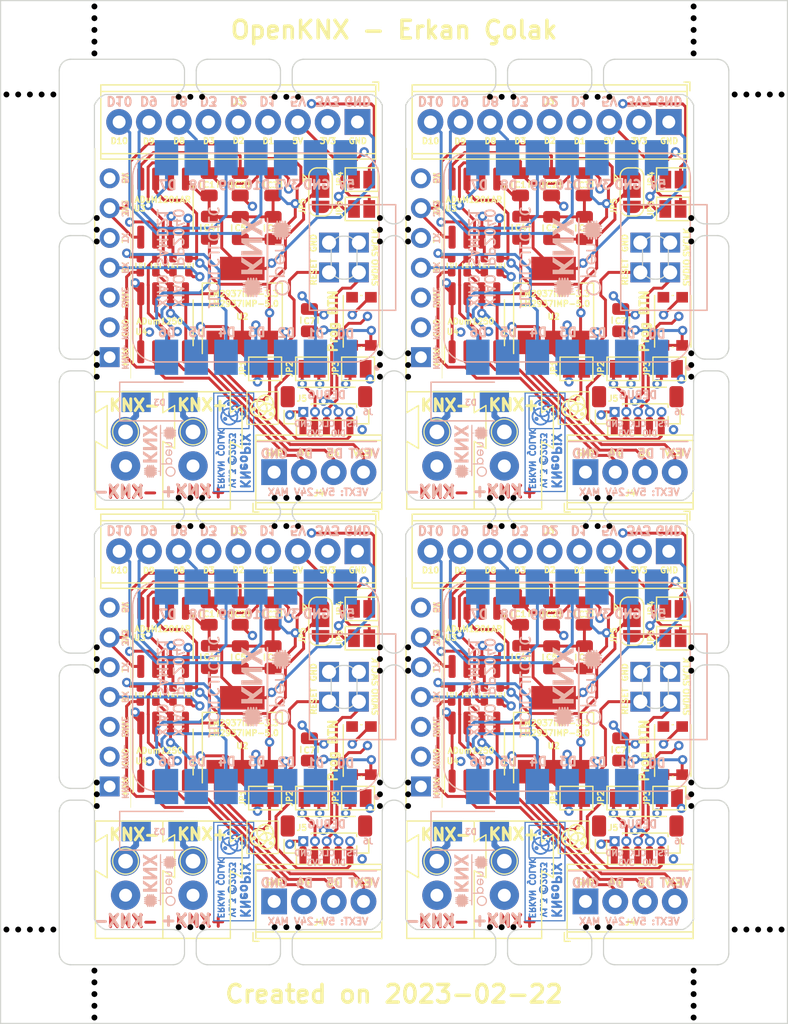
<source format=kicad_pcb>
(kicad_pcb (version 20221018) (generator pcbnew)
  (title_block (comment 4 "PCBWay Project ID: 0a7519d4-7a83-4fb8-a160-ce3eb0eff894"))
  (layers (0 "F.Cu" signal) (1 "In1.Cu" signal) (2 "In2.Cu" signal) (31 "B.Cu" signal) (34 "B.Paste" user) (35 "F.Paste" user) (36 "B.SilkS" user "B.Silkscreen") (37 "F.SilkS" user "F.Silkscreen") (38 "B.Mask" user) (39 "F.Mask" user) (44 "Edge.Cuts" user))
  (net 0 "")
  (net 1 "Board_0-5V-MCU")
  (net 2 "Board_0-D0")
  (net 3 "Board_0-D1")
  (net 4 "Board_0-D10")
  (net 5 "Board_0-D2")
  (net 6 "Board_0-D3")
  (net 7 "Board_0-D4_SDA")
  (net 8 "Board_0-D5_SCL")
  (net 9 "Board_0-D6_TX")
  (net 10 "Board_0-D7_RX")
  (net 11 "Board_0-D8")
  (net 12 "Board_0-D9")
  (net 13 "Board_0-EXT_GND")
  (net 14 "Board_0-EXT_VCC_IN")
  (net 15 "Board_0-EXT_VCC_OUT")
  (net 16 "Board_0-KNX+")
  (net 17 "Board_0-KNX_3V3")
  (net 18 "Board_0-KNX_5V")
  (net 19 "Board_0-KNX_GND")
  (net 20 "Board_0-KNX_RX")
  (net 21 "Board_0-KNX_SAVE")
  (net 22 "Board_0-KNX_TX")
  (net 23 "Board_0-NEO_DATA0_OUT")
  (net 24 "Board_0-NEO_DATA1_OUT")
  (net 25 "Board_0-RESET")
  (net 26 "Board_0-SWCLK")
  (net 27 "Board_0-SWDIO")
  (net 28 "Board_0-S_3V3")
  (net 29 "Board_1-5V-MCU")
  (net 30 "Board_1-D0")
  (net 31 "Board_1-D1")
  (net 32 "Board_1-D10")
  (net 33 "Board_1-D2")
  (net 34 "Board_1-D3")
  (net 35 "Board_1-D4_SDA")
  (net 36 "Board_1-D5_SCL")
  (net 37 "Board_1-D6_TX")
  (net 38 "Board_1-D7_RX")
  (net 39 "Board_1-D8")
  (net 40 "Board_1-D9")
  (net 41 "Board_1-EXT_GND")
  (net 42 "Board_1-EXT_VCC_IN")
  (net 43 "Board_1-EXT_VCC_OUT")
  (net 44 "Board_1-KNX+")
  (net 45 "Board_1-KNX_3V3")
  (net 46 "Board_1-KNX_5V")
  (net 47 "Board_1-KNX_GND")
  (net 48 "Board_1-KNX_RX")
  (net 49 "Board_1-KNX_SAVE")
  (net 50 "Board_1-KNX_TX")
  (net 51 "Board_1-NEO_DATA0_OUT")
  (net 52 "Board_1-NEO_DATA1_OUT")
  (net 53 "Board_1-RESET")
  (net 54 "Board_1-SWCLK")
  (net 55 "Board_1-SWDIO")
  (net 56 "Board_1-S_3V3")
  (net 57 "Board_2-5V-MCU")
  (net 58 "Board_2-D0")
  (net 59 "Board_2-D1")
  (net 60 "Board_2-D10")
  (net 61 "Board_2-D2")
  (net 62 "Board_2-D3")
  (net 63 "Board_2-D4_SDA")
  (net 64 "Board_2-D5_SCL")
  (net 65 "Board_2-D6_TX")
  (net 66 "Board_2-D7_RX")
  (net 67 "Board_2-D8")
  (net 68 "Board_2-D9")
  (net 69 "Board_2-EXT_GND")
  (net 70 "Board_2-EXT_VCC_IN")
  (net 71 "Board_2-EXT_VCC_OUT")
  (net 72 "Board_2-KNX+")
  (net 73 "Board_2-KNX_3V3")
  (net 74 "Board_2-KNX_5V")
  (net 75 "Board_2-KNX_GND")
  (net 76 "Board_2-KNX_RX")
  (net 77 "Board_2-KNX_SAVE")
  (net 78 "Board_2-KNX_TX")
  (net 79 "Board_2-NEO_DATA0_OUT")
  (net 80 "Board_2-NEO_DATA1_OUT")
  (net 81 "Board_2-RESET")
  (net 82 "Board_2-SWCLK")
  (net 83 "Board_2-SWDIO")
  (net 84 "Board_2-S_3V3")
  (net 85 "Board_3-5V-MCU")
  (net 86 "Board_3-D0")
  (net 87 "Board_3-D1")
  (net 88 "Board_3-D10")
  (net 89 "Board_3-D2")
  (net 90 "Board_3-D3")
  (net 91 "Board_3-D4_SDA")
  (net 92 "Board_3-D5_SCL")
  (net 93 "Board_3-D6_TX")
  (net 94 "Board_3-D7_RX")
  (net 95 "Board_3-D8")
  (net 96 "Board_3-D9")
  (net 97 "Board_3-EXT_GND")
  (net 98 "Board_3-EXT_VCC_IN")
  (net 99 "Board_3-EXT_VCC_OUT")
  (net 100 "Board_3-KNX+")
  (net 101 "Board_3-KNX_3V3")
  (net 102 "Board_3-KNX_5V")
  (net 103 "Board_3-KNX_GND")
  (net 104 "Board_3-KNX_RX")
  (net 105 "Board_3-KNX_SAVE")
  (net 106 "Board_3-KNX_TX")
  (net 107 "Board_3-NEO_DATA0_OUT")
  (net 108 "Board_3-NEO_DATA1_OUT")
  (net 109 "Board_3-RESET")
  (net 110 "Board_3-SWCLK")
  (net 111 "Board_3-SWDIO")
  (net 112 "Board_3-S_3V3")
  (footprint "NPTH" (layer "F.Cu") (at 147.300012 76.106093)
    (fp_text reference "REF**" hide)
    (fp_text value "NPTH" hide)
  )
  (footprint "KNeoPix:C_0805_2012Metric" (layer "F.Cu") (at 161.92642 35.654785 -90)
    (fp_text reference "C2")
    (fp_text value "100nF" hide)
  )
  (footprint "KNeoPix:C_0805_2012Metric" (layer "F.Cu") (at 135.38358 35.654785 -90)
    (fp_text reference "C2")
    (fp_text value "100nF" hide)
  )
  (footprint "KNeoPix:C_0805_2012Metric" (layer "F.Cu") (at 161.92642 72.234355 -90)
    (fp_text reference "C2")
    (fp_text value "100nF" hide)
  )
  (footprint "KNeoPix:C_0805_2012Metric" (layer "F.Cu") (at 135.38358 72.234355 -90)
    (fp_text reference "C2")
    (fp_text value "100nF" hide)
  )
  (footprint "Connector_JST:JST_SH_BM05B-SRSS-TB_1x05-1MP_P1.00mm_Vertical" (layer "F.Cu") (at 169.28142 54.954785)
    (fp_text reference "J5")
    (fp_text value "Conn_01x05" hide)
  )
  (footprint "Connector_JST:JST_SH_BM05B-SRSS-TB_1x05-1MP_P1.00mm_Vertical" (layer "F.Cu") (at 169.28142 91.534355)
    (fp_text reference "J5")
    (fp_text value "Conn_01x05" hide)
  )
  (footprint "Connector_JST:JST_SH_BM05B-SRSS-TB_1x05-1MP_P1.00mm_Vertical" (layer "F.Cu") (at 142.73858 54.954785)
    (fp_text reference "J5")
    (fp_text value "Conn_01x05" hide)
  )
  (footprint "Connector_JST:JST_SH_BM05B-SRSS-TB_1x05-1MP_P1.00mm_Vertical" (layer "F.Cu") (at 142.73858 91.534355)
    (fp_text reference "J5")
    (fp_text value "Conn_01x05" hide)
  )
  (footprint "NPTH" (layer "F.Cu") (at 122.957143 106.65914)
    (fp_text reference "REF**" hide)
    (fp_text value "NPTH" hide)
  )
  (footprint "NPTH" (layer "F.Cu") (at 174.042857 20.5)
    (fp_text reference "REF**" hide)
    (fp_text value "NPTH" hide)
  )
  (footprint "KNeoPix:SOT-223-3_TabPin2" (layer "F.Cu") (at 162.10642 45.979785 90)
    (fp_text reference "U2")
    (fp_text value "LM2937IMP-3.3 / 5.0" hide)
  )
  (footprint "KNeoPix:SOT-223-3_TabPin2" (layer "F.Cu") (at 162.10642 82.559355 90)
    (fp_text reference "U2")
    (fp_text value "LM2937IMP-3.3 / 5.0" hide)
  )
  (footprint "KNeoPix:SOT-223-3_TabPin2" (layer "F.Cu") (at 135.56358 45.979785 90)
    (fp_text reference "U2")
    (fp_text value "LM2937IMP-3.3 / 5.0" hide)
  )
  (footprint "KNeoPix:SOT-223-3_TabPin2" (layer "F.Cu") (at 135.56358 82.559355 90)
    (fp_text reference "U2")
    (fp_text value "LM2937IMP-3.3 / 5.0" hide)
  )
  (footprint "NPTH" (layer "F.Cu") (at 166.861899 28.200005)
    (fp_text reference "REF**" hide)
    (fp_text value "NPTH" hide)
  )
  (footprint "NPTH" (layer "F.Cu") (at 138.319059 28.200007)
    (fp_text reference "REF**" hide)
    (fp_text value "NPTH" hide)
  )
  (footprint "NPTH" (layer "F.Cu") (at 131.138101 98.959134)
    (fp_text reference "REF**" hide)
    (fp_text value "NPTH" hide)
  )
  (footprint "NPTH" (layer "F.Cu") (at 149.699987 52.053046)
    (fp_text reference "REF**" hide)
    (fp_text value "NPTH" hide)
  )
  (footprint "NPTH" (layer "F.Cu") (at 173.842845 87.632616)
    (fp_text reference "REF**" hide)
    (fp_text value "NPTH" hide)
  )
  (footprint "KNeoPix:C_0805_2012Metric" (layer "F.Cu") (at 159.28142 35.654785 -90)
    (fp_text reference "C1")
    (fp_text value "100nF" hide)
  )
  (footprint "KNeoPix:C_0805_2012Metric" (layer "F.Cu") (at 159.28142 72.234355 -90)
    (fp_text reference "C1")
    (fp_text value "100nF" hide)
  )
  (footprint "KNeoPix:C_0805_2012Metric" (layer "F.Cu") (at 132.73858 35.654785 -90)
    (fp_text reference "C1")
    (fp_text value "100nF" hide)
  )
  (footprint "KNeoPix:C_0805_2012Metric" (layer "F.Cu") (at 132.73858 72.234355 -90)
    (fp_text reference "C1")
    (fp_text value "100nF" hide)
  )
  (footprint "NPTH" (layer "F.Cu") (at 149.699994 39.526524)
    (fp_text reference "REF**" hide)
    (fp_text value "NPTH" hide)
  )
  (footprint "KNeoPix:R_0402_1005Metric_Pad0.72x0.64mm_HandSolder" (layer "F.Cu") (at 154.73642 42.564785 -90)
    (fp_text reference "R4")
    (fp_text value "0Ohm - D5 Jumper" hide)
  )
  (footprint "KNeoPix:R_0402_1005Metric_Pad0.72x0.64mm_HandSolder" (layer "F.Cu") (at 154.73642 79.144355 -90)
    (fp_text reference "R4")
    (fp_text value "0Ohm - D5 Jumper" hide)
  )
  (footprint "KNeoPix:R_0402_1005Metric_Pad0.72x0.64mm_HandSolder" (layer "F.Cu") (at 128.19358 42.564785 -90)
    (fp_text reference "R4")
    (fp_text value "0Ohm - D5 Jumper" hide)
  )
  (footprint "KNeoPix:R_0402_1005Metric_Pad0.72x0.64mm_HandSolder" (layer "F.Cu") (at 128.19358 79.144355 -90)
    (fp_text reference "R4")
    (fp_text value "0Ohm - D5 Jumper" hide)
  )
  (footprint "NPTH" (layer "F.Cu") (at 181.542857 99.15914)
    (fp_text reference "REF**" hide)
    (fp_text value "NPTH" hide)
  )
  (footprint "NPTH" (layer "F.Cu") (at 164.861899 28.200007)
    (fp_text reference "REF**" hide)
    (fp_text value "NPTH" hide)
  )
  (footprint "NPTH" (layer "F.Cu") (at 173.842845 51.053046)
    (fp_text reference "REF**" hide)
    (fp_text value "NPTH" hide)
  )
  (footprint "NPTH" (layer "F.Cu") (at 149.699987 87.632616)
    (fp_text reference "REF**" hide)
    (fp_text value "NPTH" hide)
  )
  (footprint "NPTH" (layer "F.Cu") (at 147.300012 38.526524)
    (fp_text reference "REF**" hide)
    (fp_text value "NPTH" hide)
  )
  (footprint "NPTH" (layer "F.Cu") (at 156.68094 98.959135)
    (fp_text reference "REF**" hide)
    (fp_text value "NPTH" hide)
  )
  (footprint "NPTH" (layer "F.Cu") (at 181.542857 28)
    (fp_text reference "REF**" hide)
    (fp_text value "NPTH" hide)
  )
  (footprint "NPTH" (layer "F.Cu") (at 166.861899 98.959127)
    (fp_text reference "REF**" hide)
    (fp_text value "NPTH" hide)
  )
  (footprint "NPTH" (layer "F.Cu") (at 147.300011 77.106093)
    (fp_text reference "REF**" hide)
    (fp_text value "NPTH" hide)
  )
  (footprint "NPTH" (layer "F.Cu") (at 149.699994 75.106093)
    (fp_text reference "REF**" hide)
    (fp_text value "NPTH" hide)
  )
  (footprint "NPTH" (layer "F.Cu") (at 177.542857 28)
    (fp_text reference "REF**" hide)
    (fp_text value "NPTH" hide)
  )
  (footprint "NPTH" (layer "F.Cu") (at 132.138101 62.379563)
    (fp_text reference "REF**" hide)
    (fp_text value "NPTH" hide)
  )
  (footprint "NPTH" (layer "F.Cu") (at 123.157155 38.526524)
    (fp_text reference "REF**" hide)
    (fp_text value "NPTH" hide)
  )
  (footprint "NPTH" (layer "F.Cu") (at 179.542857 99.15914)
    (fp_text reference "REF**" hide)
    (fp_text value "NPTH" hide)
  )
  (footprint "NPTH" (layer "F.Cu") (at 149.699987 88.632616)
    (fp_text reference "REF**" hide)
    (fp_text value "NPTH" hide)
  )
  (footprint "NPTH" (layer "F.Cu") (at 149.699994 76.106093)
    (fp_text reference "REF**" hide)
    (fp_text value "NPTH" hide)
  )
  (footprint "NPTH" (layer "F.Cu") (at 131.138101 64.779582)
    (fp_text reference "REF**" hide)
    (fp_text value "NPTH" hide)
  )
  (footprint "NPTH" (layer "F.Cu") (at 122.957143 102.65914)
    (fp_text reference "REF**" hide)
    (fp_text value "NPTH" hide)
  )
  (footprint "NPTH" (layer "F.Cu") (at 178.542857 28)
    (fp_text reference "REF**" hide)
    (fp_text value "NPTH" hide)
  )
  (footprint "NPTH" (layer "F.Cu") (at 116.457143 28)
    (fp_text reference "REF**" hide)
    (fp_text value "NPTH" hide)
  )
  (footprint "NPTH" (layer "F.Cu") (at 116.457143 99.15914)
    (fp_text reference "REF**" hide)
    (fp_text value "NPTH" hide)
  )
  (footprint "KNeoPix:SolderJumper-2_P1.3mm_Open_Pad1.0x1.5mm" (layer "F.Cu") (at 171.97642 51.379785)
    (fp_text reference "JP3")
    (fp_text value "VCC Direct In/Out 3V3/5V" hide)
  )
  (footprint "KNeoPix:SolderJumper-2_P1.3mm_Open_Pad1.0x1.5mm" (layer "F.Cu") (at 171.97642 87.959355)
    (fp_text reference "JP3")
    (fp_text value "VCC Direct In/Out 3V3/5V" hide)
  )
  (footprint "KNeoPix:SolderJumper-2_P1.3mm_Open_Pad1.0x1.5mm" (layer "F.Cu") (at 145.43358 51.379785)
    (fp_text reference "JP3")
    (fp_text value "VCC Direct In/Out 3V3/5V" hide)
  )
  (footprint "KNeoPix:SolderJumper-2_P1.3mm_Open_Pad1.0x1.5mm" (layer "F.Cu") (at 145.43358 87.959355)
    (fp_text reference "JP3")
    (fp_text value "VCC Direct In/Out 3V3/5V" hide)
  )
  (footprint "NPTH" (layer "F.Cu") (at 174.042857 106.65914)
    (fp_text reference "REF**" hide)
    (fp_text value "NPTH" hide)
  )
  (footprint "NPTH" (layer "F.Cu") (at 147.300006 86.632616)
    (fp_text reference "REF**" hide)
    (fp_text value "NPTH" hide)
  )
  (footprint "NPTH" (layer "F.Cu") (at 173.842851 77.106093)
    (fp_text reference "REF**" hide)
    (fp_text value "NPTH" hide)
  )
  (footprint "NPTH" (layer "F.Cu") (at 173.842852 76.106093)
    (fp_text reference "REF**" hide)
    (fp_text value "NPTH" hide)
  )
  (footprint "NPTH" (layer "F.Cu") (at 139.319059 64.779575)
    (fp_text reference "REF**" hide)
    (fp_text value "NPTH" hide)
  )
  (footprint "NPTH" (layer "F.Cu") (at 115.457143 99.15914)
    (fp_text reference "REF**" hide)
    (fp_text value "NPTH" hide)
  )
  (footprint "NPTH" (layer "F.Cu") (at 174.042857 23.5)
    (fp_text reference "REF**" hide)
    (fp_text value "NPTH" hide)
  )
  (footprint "NPTH" (layer "F.Cu") (at 165.861899 98.959127)
    (fp_text reference "REF**" hide)
    (fp_text value "NPTH" hide)
  )
  (footprint "NPTH" (layer "F.Cu") (at 174.042857 21.5)
    (fp_text reference "REF**" hide)
    (fp_text value "NPTH" hide)
  )
  (footprint "NPTH" (layer "F.Cu") (at 122.957143 21.5)
    (fp_text reference "REF**" hide)
    (fp_text value "NPTH" hide)
  )
  (footprint "NPTH" (layer "F.Cu") (at 149.699994 38.526524)
    (fp_text reference "REF**" hide)
    (fp_text value "NPTH" hide)
  )
  (footprint "KNeoPix:R_0402_1005Metric_Pad0.72x0.64mm_HandSolder" (layer "F.Cu") (at 153.41642 42.554785 90)
    (fp_text reference "R3")
    (fp_text value "0Ohm - D4 Jumper" hide)
  )
  (footprint "KNeoPix:R_0402_1005Metric_Pad0.72x0.64mm_HandSolder" (layer "F.Cu") (at 153.41642 79.134355 90)
    (fp_text reference "R3")
    (fp_text value "0Ohm - D4 Jumper" hide)
  )
  (footprint "KNeoPix:R_0402_1005Metric_Pad0.72x0.64mm_HandSolder" (layer "F.Cu") (at 126.87358 42.554785 90)
    (fp_text reference "R3")
    (fp_text value "0Ohm - D4 Jumper" hide)
  )
  (footprint "KNeoPix:R_0402_1005Metric_Pad0.72x0.64mm_HandSolder" (layer "F.Cu") (at 126.87358 79.134355 90)
    (fp_text reference "R3")
    (fp_text value "0Ohm - D4 Jumper" hide)
  )
  (footprint "NPTH" (layer "F.Cu") (at 147.300012 75.106093)
    (fp_text reference "REF**" hide)
    (fp_text value "NPTH" hide)
  )
  (footprint "NPTH" (layer "F.Cu") (at 123.157154 77.106093)
    (fp_text reference "REF**" hide)
    (fp_text value "NPTH" hide)
  )
  (footprint "NPTH" (layer "F.Cu") (at 166.861899 62.379557)
    (fp_text reference "REF**" hide)
    (fp_text value "NPTH" hide)
  )
  (footprint "KNeoPix:C_0805_2012Metric" (layer "F.Cu") (at 159.30642 39.354785 90)
    (fp_text reference "C4")
    (fp_text value "10µf 16V" hide)
  )
  (footprint "KNeoPix:C_0805_2012Metric" (layer "F.Cu") (at 159.30642 75.934355 90)
    (fp_text reference "C4")
    (fp_text value "10µf 16V" hide)
  )
  (footprint "KNeoPix:C_0805_2012Metric" (layer "F.Cu") (at 132.76358 39.354785 90)
    (fp_text reference "C4")
    (fp_text value "10µf 16V" hide)
  )
  (footprint "KNeoPix:C_0805_2012Metric" (layer "F.Cu") (at 132.76358 75.934355 90)
    (fp_text reference "C4")
    (fp_text value "10µf 16V" hide)
  )
  (footprint "NPTH" (layer "F.Cu") (at 147.300005 51.053046)
    (fp_text reference "REF**" hide)
    (fp_text value "NPTH" hide)
  )
  (footprint "NPTH" (layer "F.Cu") (at 158.68094 64.779581)
    (fp_text reference "REF**" hide)
    (fp_text value "NPTH" hide)
  )
  (footprint "NPTH" (layer "F.Cu") (at 130.138101 62.379565)
    (fp_text reference "REF**" hide)
    (fp_text value "NPTH" hide)
  )
  (footprint "NPTH" (layer "F.Cu") (at 177.542857 99.15914)
    (fp_text reference "REF**" hide)
    (fp_text value "NPTH" hide)
  )
  (footprint "NPTH" (layer "F.Cu") (at 139.319059 28.200006)
    (fp_text reference "REF**" hide)
    (fp_text value "NPTH" hide)
  )
  (footprint "NPTH" (layer "F.Cu") (at 122.957143 104.65914)
    (fp_text reference "REF**" hide)
    (fp_text value "NPTH" hide)
  )
  (footprint "NPTH" (layer "F.Cu") (at 173.842845 52.053046)
    (fp_text reference "REF**" hide)
    (fp_text value "NPTH" hide)
  )
  (footprint "NPTH" (layer "F.Cu") (at 173.842851 40.526524)
    (fp_text reference "REF**" hide)
    (fp_text value "NPTH" hide)
  )
  (footprint "KNeoPix:SolderJumper-2_P1.3mm_Open_Pad1.0x1.5mm" (layer "F.Cu") (at 145.73858 35.254785)
    (fp_text reference "JP4")
    (fp_text value "KNX Pin SAVE - Optional" hide)
  )
  (footprint "KNeoPix:SolderJumper-2_P1.3mm_Open_Pad1.0x1.5mm" (layer "F.Cu") (at 172.28142 35.254785)
    (fp_text reference "JP4")
    (fp_text value "KNX Pin SAVE - Optional" hide)
  )
  (footprint "KNeoPix:SolderJumper-2_P1.3mm_Open_Pad1.0x1.5mm" (layer "F.Cu") (at 172.28142 71.834355)
    (fp_text reference "JP4")
    (fp_text value "KNX Pin SAVE - Optional" hide)
  )
  (footprint "KNeoPix:SolderJumper-2_P1.3mm_Open_Pad1.0x1.5mm" (layer "F.Cu") (at 145.73858 71.834355)
    (fp_text reference "JP4")
    (fp_text value "KNX Pin SAVE - Optional" hide)
  )
  (footprint "NPTH" (layer "F.Cu") (at 157.68094 28.200013)
    (fp_text reference "REF**" hide)
    (fp_text value "NPTH" hide)
  )
  (footprint "KNeoPix:C_0805_2012Metric" (layer "F.Cu") (at 138.16358 35.654785 -90)
    (fp_text reference "C3")
    (fp_text value "100 nf 25V" hide)
  )
  (footprint "KNeoPix:C_0805_2012Metric" (layer "F.Cu") (at 164.70642 35.654785 -90)
    (fp_text reference "C3")
    (fp_text value "100 nf 25V" hide)
  )
  (footprint "KNeoPix:C_0805_2012Metric" (layer "F.Cu") (at 164.70642 72.234355 -90)
    (fp_text reference "C3")
    (fp_text value "100 nf 25V" hide)
  )
  (footprint "KNeoPix:C_0805_2012Metric" (layer "F.Cu") (at 138.16358 72.234355 -90)
    (fp_text reference "C3")
    (fp_text value "100 nf 25V" hide)
  )
  (footprint "NPTH" (layer "F.Cu") (at 140.319059 62.379557)
    (fp_text reference "REF**" hide)
    (fp_text value "NPTH" hide)
  )
  (footprint "NPTH" (layer "F.Cu") (at 130.138101 28.200013)
    (fp_text reference "REF**" hide)
    (fp_text value "NPTH" hide)
  )
  (footprint "NPTH" (layer "F.Cu") (at 123.157149 50.053046)
    (fp_text reference "REF**" hide)
    (fp_text value "NPTH" hide)
  )
  (footprint "KNeoPix:C_0805_2012Metric" (layer "F.Cu") (at 164.73142 75.959355 -90)
    (fp_text reference "C6")
    (fp_text value "100nF" hide)
  )
  (footprint "KNeoPix:C_0805_2012Metric" (layer "F.Cu") (at 164.73142 39.379785 -90)
    (fp_text reference "C6")
    (fp_text value "100nF" hide)
  )
  (footprint "KNeoPix:C_0805_2012Metric" (layer "F.Cu") (at 138.18858 39.379785 -90)
    (fp_text reference "C6")
    (fp_text value "100nF" hide)
  )
  (footprint "KNeoPix:C_0805_2012Metric" (layer "F.Cu") (at 138.18858 75.959355 -90)
    (fp_text reference "C6")
    (fp_text value "100nF" hide)
  )
  (footprint "NPTH" (layer "F.Cu") (at 173.842852 39.526524)
    (fp_text reference "REF**" hide)
    (fp_text value "NPTH" hide)
  )
  (footprint "NPTH" (layer "F.Cu") (at 122.957143 23.5)
    (fp_text reference "REF**" hide)
    (fp_text value "NPTH" hide)
  )
  (footprint "NPTH" (layer "F.Cu") (at 157.68094 98.959134)
    (fp_text reference "REF**" hide)
    (fp_text value "NPTH" hide)
  )
  (footprint "KNeoPix:243131" (layer "F.Cu") (at 157.90642 93.334355)
    (fp_text reference "H2" hide)
    (fp_text value "243-131" hide)
  )
  (footprint "KNeoPix:243131" (layer "F.Cu") (at 131.36358 56.754785)
    (fp_text reference "H2" hide)
    (fp_text value "243-131" hide)
  )
  (footprint "KNeoPix:243131" (layer "F.Cu") (at 157.90642 56.754785)
    (fp_text reference "H2" hide)
    (fp_text value "243-131" hide)
  )
  (footprint "KNeoPix:243131" (layer "F.Cu") (at 131.36358 93.334355)
    (fp_text reference "H2" hide)
    (fp_text value "243-131" hide)
  )
  (footprint "NPTH" (layer "F.Cu") (at 174.042857 22.5)
    (fp_text reference "REF**" hide)
    (fp_text value "NPTH" hide)
  )
  (footprint "NPTH" (layer "F.Cu") (at 132.138101 28.200012)
    (fp_text reference "REF**" hide)
    (fp_text value "NPTH" hide)
  )
  (footprint "KNeoPix:C_0805_2012Metric" (layer "F.Cu") (at 167.83142 83.809355 90)
    (fp_text reference "C7")
    (fp_text value "100nF 16V - (X5R 0805)" hide)
  )
  (footprint "KNeoPix:C_0805_2012Metric" (layer "F.Cu") (at 141.28858 47.229785 90)
    (fp_text reference "C7")
    (fp_text value "100nF 16V - (X5R 0805)" hide)
  )
  (footprint "KNeoPix:C_0805_2012Metric" (layer "F.Cu") (at 167.83142 47.229785 90)
    (fp_text reference "C7")
    (fp_text value "100nF 16V - (X5R 0805)" hide)
  )
  (footprint "KNeoPix:C_0805_2012Metric" (layer "F.Cu") (at 141.28858 83.809355 90)
    (fp_text reference "C7")
    (fp_text value "100nF 16V - (X5R 0805)" hide)
  )
  (footprint "NPTH" (layer "F.Cu") (at 123.157148 87.632616)
    (fp_text reference "REF**" hide)
    (fp_text value "NPTH" hide)
  )
  (footprint "NPTH" (layer "F.Cu") (at 122.957143 22.5)
    (fp_text reference "REF**" hide)
    (fp_text value "NPTH" hide)
  )
  (footprint "NPTH" (layer "F.Cu") (at 132.138101 98.959133)
    (fp_text reference "REF**" hide)
    (fp_text value "NPTH" hide)
  )
  (footprint "Connector_PinHeader_1.00mm:PinHeader_1x05_P1.00mm_Vertical" (layer "F.Cu") (at 167.30642 91.634355 90)
    (fp_text reference "J6")
    (fp_text value "Conn_01x05" hide)
  )
  (footprint "Connector_PinHeader_1.00mm:PinHeader_1x05_P1.00mm_Vertical" (layer "F.Cu") (at 140.76358 55.054785 90)
    (fp_text reference "J6")
    (fp_text value "Conn_01x05" hide)
  )
  (footprint "Connector_PinHeader_1.00mm:PinHeader_1x05_P1.00mm_Vertical" (layer "F.Cu") (at 167.30642 55.054785 90)
    (fp_text reference "J6")
    (fp_text value "Conn_01x05" hide)
  )
  (footprint "Connector_PinHeader_1.00mm:PinHeader_1x05_P1.00mm_Vertical" (layer "F.Cu") (at 140.76358 91.634355 90)
    (fp_text reference "J6")
    (fp_text value "Conn_01x05" hide)
  )
  (footprint "NPTH" (layer "F.Cu") (at 179.542857 28)
    (fp_text reference "REF**" hide)
    (fp_text value "NPTH" hide)
  )
  (footprint "NPTH" (layer "F.Cu") (at 165.861899 64.779575)
    (fp_text reference "REF**" hide)
    (fp_text value "NPTH" hide)
  )
  (footprint "NPTH" (layer "F.Cu") (at 117.457143 99.15914)
    (fp_text reference "REF**" hide)
    (fp_text value "NPTH" hide)
  )
  (footprint "NPTH" (layer "F.Cu") (at 119.457143 28)
    (fp_text reference "REF**" hide)
    (fp_text value "NPTH" hide)
  )
  (footprint "NPTH" (layer "F.Cu") (at 165.861899 62.379557)
    (fp_text reference "REF**" hide)
    (fp_text value "NPTH" hide)
  )
  (footprint "NPTH" (layer "F.Cu") (at 147.300005 87.632616)
    (fp_text reference "REF**" hide)
    (fp_text value "NPTH" hide)
  )
  (footprint "NPTH" (layer "F.Cu") (at 156.68094 62.379565)
    (fp_text reference "REF**" hide)
    (fp_text value "NPTH" hide)
  )
  (footprint "KNeoPix:R_0402_1005Metric_Pad0.72x0.64mm_HandSolder" (layer "F.Cu") (at 156.19642 79.134355 -90)
    (fp_text reference "R1")
    (fp_text value "0Ohm - TXRX Jumper" hide)
  )
  (footprint "KNeoPix:R_0402_1005Metric_Pad0.72x0.64mm_HandSolder" (layer "F.Cu") (at 129.65358 42.554785 -90)
    (fp_text reference "R1")
    (fp_text value "0Ohm - TXRX Jumper" hide)
  )
  (footprint "KNeoPix:R_0402_1005Metric_Pad0.72x0.64mm_HandSolder" (layer "F.Cu") (at 156.19642 42.554785 -90)
    (fp_text reference "R1")
    (fp_text value "0Ohm - TXRX Jumper" hide)
  )
  (footprint "KNeoPix:R_0402_1005Metric_Pad0.72x0.64mm_HandSolder" (layer "F.Cu") (at 129.65358 79.134355 -90)
    (fp_text reference "R1")
    (fp_text value "0Ohm - TXRX Jumper" hide)
  )
  (footprint "NPTH" (layer "F.Cu") (at 173.842852 38.526524)
    (fp_text reference "REF**" hide)
    (fp_text value "NPTH" hide)
  )
  (footprint "NPTH" (layer "F.Cu") (at 149.699993 77.106093)
    (fp_text reference "REF**" hide)
    (fp_text value "NPTH" hide)
  )
  (footprint "NPTH" (layer "F.Cu") (at 149.699988 86.632616)
    (fp_text reference "REF**" hide)
    (fp_text value "NPTH" hide)
  )
  (footprint "NPTH" (layer "F.Cu") (at 140.319059 64.779574)
    (fp_text reference "REF**" hide)
    (fp_text value "NPTH" hide)
  )
  (footprint "NPTH" (layer "F.Cu") (at 122.957143 103.65914)
    (fp_text reference "REF**" hide)
    (fp_text value "NPTH" hide)
  )
  (footprint "NPTH" (layer "F.Cu") (at 165.861899 28.200006)
    (fp_text reference "REF**" hide)
    (fp_text value "NPTH" hide)
  )
  (footprint "NPTH" (layer "F.Cu") (at 164.861899 98.959128)
    (fp_text reference "REF**" hide)
    (fp_text value "NPTH" hide)
  )
  (footprint "NPTH" (layer "F.Cu") (at 174.042857 104.65914)
    (fp_text reference "REF**" hide)
    (fp_text value "NPTH" hide)
  )
  (footprint "NPTH" (layer "F.Cu") (at 149.699987 51.053046)
    (fp_text reference "REF**" hide)
    (fp_text value "NPTH" hide)
  )
  (footprint "NPTH" (layer "F.Cu") (at 115.457143 28)
    (fp_text reference "REF**" hide)
    (fp_text value "NPTH" hide)
  )
  (footprint "NPTH" (layer "F.Cu") (at 119.457143 99.15914)
    (fp_text reference "REF**" hide)
    (fp_text value "NPTH" hide)
  )
  (footprint "KNeoPix:TerminalBlock_Phoenix_MPT-0,5-4-2.54_1x04_P2.54mm_Horizontal" (layer "F.Cu") (at 164.82142 96.764355)
    (fp_text reference "J4")
    (fp_text value "Screw Terminal - Isolated IOs" hide)
  )
  (footprint "KNeoPix:TerminalBlock_Phoenix_MPT-0,5-4-2.54_1x04_P2.54mm_Horizontal" (layer "F.Cu") (at 164.82142 60.184785)
    (fp_text reference "J4")
    (fp_text value "Screw Terminal - Isolated IOs" hide)
  )
  (footprint "KNeoPix:TerminalBlock_Phoenix_MPT-0,5-4-2.54_1x04_P2.54mm_Horizontal" (layer "F.Cu") (at 138.27858 60.184785)
    (fp_text reference "J4")
    (fp_text value "Screw Terminal - Isolated IOs" hide)
  )
  (footprint "KNeoPix:TerminalBlock_Phoenix_MPT-0,5-4-2.54_1x04_P2.54mm_Horizontal" (layer "F.Cu") (at 138.27858 96.764355)
    (fp_text reference "J4")
    (fp_text value "Screw Terminal - Isolated IOs" hide)
  )
  (footprint "KNeoPix:TerminalBlock_Phoenix_MPT-0,5-9-2.54_1x09_P2.54mm_Horizontal" (layer "F.Cu") (at 145.38358 30.344785 180)
    (fp_text reference "J3")
    (fp_text value "Screw Terminal - Non Isolated IOs" hide)
  )
  (footprint "KNeoPix:TerminalBlock_Phoenix_MPT-0,5-9-2.54_1x09_P2.54mm_Horizontal" (layer "F.Cu") (at 171.92642 30.344785 180)
    (fp_text reference "J3")
    (fp_text value "Screw Terminal - Non Isolated IOs" hide)
  )
  (footprint "KNeoPix:TerminalBlock_Phoenix_MPT-0,5-9-2.54_1x09_P2.54mm_Horizontal" (layer "F.Cu") (at 171.92642 66.924355 180)
    (fp_text reference "J3")
    (fp_text value "Screw Terminal - Non Isolated IOs" hide)
  )
  (footprint "KNeoPix:TerminalBlock_Phoenix_MPT-0,5-9-2.54_1x09_P2.54mm_Horizontal" (layer "F.Cu") (at 145.38358 66.924355 180)
    (fp_text reference "J3")
    (fp_text value "Screw Terminal - Non Isolated IOs" hide)
  )
  (footprint "NPTH" (layer "F.Cu") (at 180.542857 28)
    (fp_text reference "REF**" hide)
    (fp_text value "NPTH" hide)
  )
  (footprint "NPTH" (layer "F.Cu") (at 180.542857 99.15914)
    (fp_text reference "REF**" hide)
    (fp_text value "NPTH" hide)
  )
  (footprint "NPTH" (layer "F.Cu") (at 118.457143 99.15914)
    (fp_text reference "REF**" hide)
    (fp_text value "NPTH" hide)
  )
  (footprint "KNeoPix:R_0402_1005Metric_Pad0.72x0.64mm_HandSolder" (layer "F.Cu") (at 157.54642 79.136855 90)
    (fp_text reference "R2")
    (fp_text value "0Ohm - RXTX Jumper" hide)
  )
  (footprint "KNeoPix:R_0402_1005Metric_Pad0.72x0.64mm_HandSolder" (layer "F.Cu") (at 131.00358 42.557285 90)
    (fp_text reference "R2")
    (fp_text value "0Ohm - RXTX Jumper" hide)
  )
  (footprint "KNeoPix:R_0402_1005Metric_Pad0.72x0.64mm_HandSolder" (layer "F.Cu") (at 157.54642 42.557285 90)
    (fp_text reference "R2")
    (fp_text value "0Ohm - RXTX Jumper" hide)
  )
  (footprint "KNeoPix:R_0402_1005Metric_Pad0.72x0.64mm_HandSolder" (layer "F.Cu") (at 131.00358 79.136855 90)
    (fp_text reference "R2")
    (fp_text value "0Ohm - RXTX Jumper" hide)
  )
  (footprint "NPTH" (layer "F.Cu") (at 131.138101 62.379564)
    (fp_text reference "REF**" hide)
    (fp_text value "NPTH" hide)
  )
  (footprint "NPTH" (layer "F.Cu") (at 130.138101 98.959135)
    (fp_text reference "REF**" hide)
    (fp_text value "NPTH" hide)
  )
  (footprint "NPTH" (layer "F.Cu") (at 173.842846 50.053046)
    (fp_text reference "REF**" hide)
    (fp_text value "NPTH" hide)
  )
  (footprint "NPTH" (layer "F.Cu") (at 156.68094 64.779582)
    (fp_text reference "REF**" hide)
    (fp_text value "NPTH" hide)
  )
  (footprint "KNeoPix:NanoBCU_PinSocket_LowProfile" (layer "F.Cu") (at 150.79642 86.964355 180)
    (fp_text reference "GN1" hide)
    (fp_text value "OpenKNX_BCU" hide)
  )
  (footprint "KNeoPix:NanoBCU_PinSocket_LowProfile" (layer "F.Cu") (at 124.25358 50.384785 180)
    (fp_text reference "GN1" hide)
    (fp_text value "OpenKNX_BCU" hide)
  )
  (footprint "KNeoPix:NanoBCU_PinSocket_LowProfile" (layer "F.Cu") (at 150.79642 50.384785 180)
    (fp_text reference "GN1" hide)
    (fp_text value "OpenKNX_BCU" hide)
  )
  (footprint "KNeoPix:NanoBCU_PinSocket_LowProfile" (layer "F.Cu") (at 124.25358 86.964355 180)
    (fp_text reference "GN1" hide)
    (fp_text value "OpenKNX_BCU" hide)
  )
  (footprint "NPTH" (layer "F.Cu") (at 174.042857 24.5)
    (fp_text reference "REF**" hide)
    (fp_text value "NPTH" hide)
  )
  (footprint "NPTH" (layer "F.Cu") (at 123.157148 88.632616)
    (fp_text reference "REF**" hide)
    (fp_text value "NPTH" hide)
  )
  (footprint "NPTH" (layer "F.Cu") (at 140.319059 28.200005)
    (fp_text reference "REF**" hide)
    (fp_text value "NPTH" hide)
  )
  (footprint "NPTH" (layer "F.Cu") (at 156.68094 28.200013)
    (fp_text reference "REF**" hide)
    (fp_text value "NPTH" hide)
  )
  (footprint "NPTH" (layer "F.Cu") (at 123.157155 75.106093)
    (fp_text reference "REF**" hide)
    (fp_text value "NPTH" hide)
  )
  (footprint "KNeoPix:SolderJumper-2_P1.3mm_Open_Pad1.0x1.5mm" (layer "F.Cu") (at 164.05642 87.959355)
    (fp_text reference "JP1")
    (fp_text value "GND KNX voltage input" hide)
  )
  (footprint "KNeoPix:SolderJumper-2_P1.3mm_Open_Pad1.0x1.5mm" (layer "F.Cu") (at 137.51358 51.379785)
    (fp_text reference "JP1")
    (fp_text value "GND KNX voltage input" hide)
  )
  (footprint "KNeoPix:SolderJumper-2_P1.3mm_Open_Pad1.0x1.5mm" (layer "F.Cu") (at 164.05642 51.379785)
    (fp_text reference "JP1")
    (fp_text value "GND KNX voltage input" hide)
  )
  (footprint "KNeoPix:SolderJumper-2_P1.3mm_Open_Pad1.0x1.5mm" (layer "F.Cu") (at 137.51358 87.959355)
    (fp_text reference "JP1")
    (fp_text value "GND KNX voltage input" hide)
  )
  (footprint "NPTH" (layer "F.Cu") (at 138.319059 98.959128)
    (fp_text reference "REF**" hide)
    (fp_text value "NPTH" hide)
  )
  (footprint "NPTH" (layer "F.Cu") (at 122.957143 24.5)
    (fp_text reference "REF**" hide)
    (fp_text value "NPTH" hide)
  )
  (footprint "NPTH" (layer "F.Cu") (at 173.842852 75.106093)
    (fp_text reference "REF**" hide)
    (fp_text value "NPTH" hide)
  )
  (footprint "NPTH" (layer "F.Cu") (at 178.542857 99.15914)
    (fp_text reference "REF**" hide)
    (fp_text value "NPTH" hide)
  )
  (footprint "NPTH" (layer "F.Cu") (at 157.68094 64.779582)
    (fp_text reference "REF**" hide)
    (fp_text value "NPTH" hide)
  )
  (footprint "NPTH" (layer "F.Cu") (at 123.157154 40.526524)
    (fp_text reference "REF**" hide)
    (fp_text value "NPTH" hide)
  )
  (footprint "KNeoPix:SOIC-8_3.9x4.9mm_P1.27mm" (layer "F.Cu") (at 155.35642 74.264355 90)
    (fp_text reference "U3")
    (fp_text value "ADuM1201AR / ADum1250" hide)
  )
  (footprint "KNeoPix:SOIC-8_3.9x4.9mm_P1.27mm" (layer "F.Cu") (at 128.81358 37.684785 90)
    (fp_text reference "U3")
    (fp_text value "ADuM1201AR / ADum1250" hide)
  )
  (footprint "KNeoPix:SOIC-8_3.9x4.9mm_P1.27mm" (layer "F.Cu") (at 155.35642 37.684785 90)
    (fp_text reference "U3")
    (fp_text value "ADuM1201AR / ADum1250" hide)
  )
  (footprint "KNeoPix:SOIC-8_3.9x4.9mm_P1.27mm" (layer "F.Cu") (at 128.81358 74.264355 90)
    (fp_text reference "U3")
    (fp_text value "ADuM1201AR / ADum1250" hide)
  )
  (footprint "NPTH" (layer "F.Cu") (at 138.319059 64.779576)
    (fp_text reference "REF**" hide)
    (fp_text value "NPTH" hide)
  )
  (footprint "NPTH" (layer "F.Cu") (at 158.68094 28.200012)
    (fp_text reference "REF**" hide)
    (fp_text value "NPTH" hide)
  )
  (footprint "KNeoPix:SolderJumper-2_P1.3mm_Open_Pad1.0x1.5mm" (layer "F.Cu") (at 141.51358 51.379785)
    (fp_text reference "JP2")
    (fp_text value "3V3 KNX voltage input" hide)
  )
  (footprint "KNeoPix:SolderJumper-2_P1.3mm_Open_Pad1.0x1.5mm" (layer "F.Cu") (at 168.05642 51.379785)
    (fp_text reference "JP2")
    (fp_text value "3V3 KNX voltage input" hide)
  )
  (footprint "KNeoPix:SolderJumper-2_P1.3mm_Open_Pad1.0x1.5mm" (layer "F.Cu") (at 168.05642 87.959355)
    (fp_text reference "JP2")
    (fp_text value "3V3 KNX voltage input" hide)
  )
  (footprint "KNeoPix:SolderJumper-2_P1.3mm_Open_Pad1.0x1.5mm" (layer "F.Cu") (at 141.51358 87.959355)
    (fp_text reference "JP2")
    (fp_text value "3V3 KNX voltage input" hide)
  )
  (footprint "NPTH" (layer "F.Cu") (at 149.699993 40.526524)
    (fp_text reference "REF**" hide)
    (fp_text value "NPTH" hide)
  )
  (footprint "NPTH" (layer "F.Cu") (at 131.138101 28.200013)
    (fp_text reference "REF**" hide)
    (fp_text value "NPTH" hide)
  )
  (footprint "NPTH" (layer "F.Cu") (at 147.300005 88.632616)
    (fp_text reference "REF**" hide)
    (fp_text value "NPTH" hide)
  )
  (footprint "NPTH" (layer "F.Cu") (at 147.300006 50.053046)
    (fp_text reference "REF**" hide)
    (fp_text value "NPTH" hide)
  )
  (footprint "NPTH" (layer "F.Cu") (at 164.861899 62.379558)
    (fp_text reference "REF**" hide)
    (fp_text value "NPTH" hide)
  )
  (footprint "NPTH" (layer "F.Cu") (at 174.042857 102.65914)
    (fp_text reference "REF**" hide)
    (fp_text value "NPTH" hide)
  )
  (footprint "NPTH" (layer "F.Cu") (at 158.68094 98.959133)
    (fp_text reference "REF**" hide)
    (fp_text value "NPTH" hide)
  )
  (footprint "NPTH" (layer "F.Cu") (at 123.157155 76.106093)
    (fp_text reference "REF**" hide)
    (fp_text value "NPTH" hide)
  )
  (footprint "KNeoPix:C_0805_2012Metric" (layer "F.Cu") (at 135.39858 39.379785 90)
    (fp_text reference "C5")
    (fp_text value "100nF" hide)
  )
  (footprint "KNeoPix:C_0805_2012Metric" (layer "F.Cu") (at 161.94142 39.379785 90)
    (fp_text reference "C5")
    (fp_text value "100nF" hide)
  )
  (footprint "KNeoPix:C_0805_2012Metric" (layer "F.Cu") (at 161.94142 75.959355 90)
    (fp_text reference "C5")
    (fp_text value "100nF" hide)
  )
  (footprint "KNeoPix:C_0805_2012Metric" (layer "F.Cu") (at 135.39858 75.959355 90)
    (fp_text reference "C5")
    (fp_text value "100nF" hide)
  )
  (footprint "KNeoPix:SW_Push_1P1T_NO_CK_KMR2" (layer "F.Cu") (at 172.26642 47.329785 -90)
    (fp_text reference "SW1" hide)
    (fp_text value "Prog BTN")
  )
  (footprint "KNeoPix:SW_Push_1P1T_NO_CK_KMR2" (layer "F.Cu") (at 172.26642 83.909355 -90)
    (fp_text reference "SW1" hide)
    (fp_text value "Prog BTN")
  )
  (footprint "KNeoPix:SW_Push_1P1T_NO_CK_KMR2" (layer "F.Cu") (at 145.72358 47.329785 -90)
    (fp_text reference "SW1" hide)
    (fp_text value "Prog BTN")
  )
  (footprint "KNeoPix:SW_Push_1P1T_NO_CK_KMR2" (layer "F.Cu") (at 145.72358 83.909355 -90)
    (fp_text reference "SW1" hide)
    (fp_text value "Prog BTN")
  )
  (footprint "NPTH" (layer "F.Cu") (at 138.319059 62.379558)
    (fp_text reference "REF**" hide)
    (fp_text value "NPTH" hide)
  )
  (footprint "NPTH" (layer "F.Cu") (at 147.300012 39.526524)
    (fp_text reference "REF**" hide)
    (fp_text value "NPTH" hide)
  )
  (footprint "KNeoPix:KNX_Connector_Light" (layer "F.Cu") (at 155.35642 59.254785 90)
    (fp_text reference "J2" hide)
    (fp_text value "Conn_KNX" hide)
  )
  (footprint "KNeoPix:KNX_Connector_Light" (layer "F.Cu") (at 155.35642 95.834355 90)
    (fp_text reference "J2" hide)
    (fp_text value "Conn_KNX" hide)
  )
  (footprint "KNeoPix:KNX_Connector_Light" (layer "F.Cu") (at 128.81358 59.254785 90)
    (fp_text reference "J2" hide)
    (fp_text value "Conn_KNX" hide)
  )
  (footprint "KNeoPix:KNX_Connector_Light" (layer "F.Cu") (at 128.81358 95.834355 90)
    (fp_text reference "J2" hide)
    (fp_text value "Conn_KNX" hide)
  )
  (footprint "NPTH" (layer "F.Cu") (at 147.300011 40.526524)
    (fp_text reference "REF**" hide)
    (fp_text value "NPTH" hide)
  )
  (footprint "NPTH" (layer "F.Cu") (at 118.457143 28)
    (fp_text reference "REF**" hide)
    (fp_text value "NPTH" hide)
  )
  (footprint "KNeoPix:243131" (layer "F.Cu") (at 152.15642 56.754785)
    (fp_text reference "H1" hide)
    (fp_text value "243-131" hide)
  )
  (footprint "KNeoPix:243131" (layer "F.Cu") (at 152.15642 93.334355)
    (fp_text reference "H1" hide)
    (fp_text value "243-131" hide)
  )
  (footprint "KNeoPix:243131" (layer "F.Cu") (at 125.61358 56.754785)
    (fp_text reference "H1" hide)
    (fp_text value "243-131" hide)
  )
  (footprint "KNeoPix:243131" (layer "F.Cu") (at 125.61358 93.334355)
    (fp_text reference "H1" hide)
    (fp_text value "243-131" hide)
  )
  (footprint "NPTH" (layer "F.Cu") (at 174.042857 105.65914)
    (fp_text reference "REF**" hide)
    (fp_text value "NPTH" hide)
  )
  (footprint "NPTH" (layer "F.Cu") (at 122.957143 105.65914)
    (fp_text reference "REF**" hide)
    (fp_text value "NPTH" hide)
  )
  (footprint "NPTH" (layer "F.Cu") (at 164.861899 64.779576)
    (fp_text reference "REF**" hide)
    (fp_text value "NPTH" hide)
  )
  (footprint "NPTH" (layer "F.Cu") (at 166.861899 64.779574)
    (fp_text reference "REF**" hide)
    (fp_text value "NPTH" hide)
  )
  (footprint "NPTH" (layer "F.Cu") (at 123.157148 52.053046)
    (fp_text reference "REF**" hide)
    (fp_text value "NPTH" hide)
  )
  (footprint "NPTH" (layer "F.Cu") (at 117.457143 28)
    (fp_text reference "REF**" hide)
    (fp_text value "NPTH" hide)
  )
  (footprint "NPTH" (layer "F.Cu") (at 147.300005 52.053046)
    (fp_text reference "REF**" hide)
    (fp_text value "NPTH" hide)
  )
  (footprint "NPTH" (layer "F.Cu") (at 122.957143 20.5)
    (fp_text reference "REF**" hide)
    (fp_text value "NPTH" hide)
  )
  (footprint "NPTH" (layer "F.Cu") (at 158.68094 62.379563)
    (fp_text reference "REF**" hide)
    (fp_text value "NPTH" hide)
  )
  (footprint "NPTH" (layer "F.Cu") (at 123.157149 86.632616)
    (fp_text reference "REF**" hide)
    (fp_text value "NPTH" hide)
  )
  (footprint "NPTH" (layer "F.Cu") (at 132.138101 64.779581)
    (fp_text reference "REF**" hide)
    (fp_text value "NPTH" hide)
  )
  (footprint "KNeoPix:SolderJumper-2_P1.3mm_Open_Pad1.0x1.5mm" (layer "F.Cu") (at 172.28142 37.754785)
    (fp_text reference "JP6")
    (fp_text value "5V KNX voltage input" hide)
  )
  (footprint "KNeoPix:SolderJumper-2_P1.3mm_Open_Pad1.0x1.5mm" (layer "F.Cu") (at 172.28142 74.334355)
    (fp_text reference "JP6")
    (fp_text value "5V KNX voltage input" hide)
  )
  (footprint "KNeoPix:SolderJumper-2_P1.3mm_Open_Pad1.0x1.5mm" (layer "F.Cu") (at 145.73858 37.754785)
    (fp_text reference "JP6")
    (fp_text value "5V KNX voltage input" hide)
  )
  (footprint "KNeoPix:SolderJumper-2_P1.3mm_Open_Pad1.0x1.5mm" (layer "F.Cu") (at 145.73858 74.334355)
    (fp_text reference "JP6")
    (fp_text value "5V KNX voltage input" hide)
  )
  (footprint "NPTH" (layer "F.Cu") (at 139.319059 62.379557)
    (fp_text reference "REF**" hide)
    (fp_text value "NPTH" hide)
  )
  (footprint "KNeoPix:SolderJumper-3_P1.3mm_Open_RoundedPad1.0x1.5mm" (layer "F.Cu") (at 168.78142 36.304785 -90)
    (fp_text reference "JP5")
    (fp_text value "Select U2 and Input Voltage" hide)
  )
  (footprint "KNeoPix:SolderJumper-3_P1.3mm_Open_RoundedPad1.0x1.5mm" (layer "F.Cu") (at 168.78142 72.884355 -90)
    (fp_text reference "JP5")
    (fp_text value "Select U2 and Input Voltage" hide)
  )
  (footprint "KNeoPix:SolderJumper-3_P1.3mm_Open_RoundedPad1.0x1.5mm" (layer "F.Cu") (at 142.23858 36.304785 -90)
    (fp_text reference "JP5")
    (fp_text value "Select U2 and Input Voltage" hide)
  )
  (footprint "KNeoPix:SolderJumper-3_P1.3mm_Open_RoundedPad1.0x1.5mm" (layer "F.Cu") (at 142.23858 72.884355 -90)
    (fp_text reference "JP5")
    (fp_text value "Select U2 and Input Voltage" hide)
  )
  (footprint "NPTH" (layer "F.Cu") (at 140.319059 98.959127)
    (fp_text reference "REF**" hide)
    (fp_text value "NPTH" hide)
  )
  (footprint "NPTH" (layer "F.Cu") (at 139.319059 98.959127)
    (fp_text reference "REF**" hide)
    (fp_text value "NPTH" hide)
  )
  (footprint "NPTH" (layer "F.Cu") (at 130.138101 64.779582)
    (fp_text reference "REF**" hide)
    (fp_text value "NPTH" hide)
  )
  (footprint "NPTH" (layer "F.Cu") (at 123.157155 39.526524)
    (fp_text reference "REF**" hide)
    (fp_text value "NPTH" hide)
  )
  (footprint "NPTH" (layer "F.Cu") (at 173.842846 86.632616)
    (fp_text reference "REF**" hide)
    (fp_text value "NPTH" hide)
  )
  (footprint "NPTH" (layer "F.Cu") (at 173.842845 88.632616)
    (fp_text reference "REF**" hide)
    (fp_text value "NPTH" hide)
  )
  (footprint "NPTH" (layer "F.Cu") (at 149.699988 50.053046)
    (fp_text reference "REF**" hide)
    (fp_text value "NPTH" hide)
  )
  (footprint "NPTH" (layer "F.Cu") (at 174.042857 103.65914)
    (fp_text reference "REF**" hide)
    (fp_text value "NPTH" hide)
  )
  (footprint "NPTH" (layer "F.Cu") (at 123.157148 51.053046)
    (fp_text reference "REF**" hide)
    (fp_text value "NPTH" hide)
  )
  (footprint "NPTH" (layer "F.Cu") (at 157.68094 62.379564)
    (fp_text reference "REF**" hide)
    (fp_text value "NPTH" hide)
  )
  (footprint "KNeoPix:KNX_Connector" (layer "F.Cu") (at 155.33642 56.334785 90)
    (fp_text reference "J1" hide)
    (fp_text value "Conn_KNX" hide)
  )
  (footprint "KNeoPix:KNX_Connector" (layer "F.Cu") (at 155.33642 92.914355 90)
    (fp_text reference "J1" hide)
    (fp_text value "Conn_KNX" hide)
  )
  (footprint "KNeoPix:KNX_Connector" (layer "F.Cu") (at 128.79358 56.334785 90)
    (fp_text reference "J1" hide)
    (fp_text value "Conn_KNX" hide)
  )
  (footprint "KNeoPix:KNX_Connector" (layer "F.Cu") (at 128.79358 92.914355 90)
    (fp_text reference "J1" hide)
    (fp_text value "Conn_KNX" hide)
  )
  (footprint "KNeoPix:SOIC-8_3.9x4.9mm_P1.27mm" (layer "F.Cu") (at 155.35642 47.454785 90)
    (fp_text reference "U4")
    (fp_text value "ADum1250")
  )
  (footprint "KNeoPix:SOIC-8_3.9x4.9mm_P1.27mm" (layer "F.Cu") (at 155.35642 84.034355 90)
    (fp_text reference "U4")
    (fp_text value "ADum1250")
  )
  (footprint "KNeoPix:SOIC-8_3.9x4.9mm_P1.27mm" (layer "F.Cu") (at 128.81358 47.454785 90)
    (fp_text reference "U4")
    (fp_text value "ADum1250")
  )
  (footprint "KNeoPix:SOIC-8_3.9x4.9mm_P1.27mm" (layer "F.Cu") (at 128.81358 84.034355 90)
    (fp_text reference "U4")
    (fp_text value "ADum1250")
  )
  (footprint "KNeoPix:Seeeduino XIAO-MOUDLE14P-2.54-21X17.8MM-no-15-16-17-18-19-20-pad" (layer "B.Cu") (at 152.59812 87.558055 90)
    (fp_text reference "U1" hide)
    (fp_text value "Seeeduino XIAO" hide)
  )
  (footprint "KNeoPix:Seeeduino XIAO-MOUDLE14P-2.54-21X17.8MM-no-15-16-17-18-19-20-pad" (layer "B.Cu") (at 152.59812 50.978485 90)
    (fp_text reference "U1" hide)
    (fp_text value "Seeeduino XIAO" hide)
  )
  (footprint "KNeoPix:Seeeduino XIAO-MOUDLE14P-2.54-21X17.8MM-no-15-16-17-18-19-20-pad" (layer "B.Cu") (at 126.05528 50.978485 90)
    (fp_text reference "U1" hide)
    (fp_text value "Seeeduino XIAO" hide)
  )
  (footprint "KNeoPix:Seeeduino XIAO-MOUDLE14P-2.54-21X17.8MM-no-15-16-17-18-19-20-pad" (layer "B.Cu") (at 126.05528 87.558055 90)
    (fp_text reference "U1" hide)
    (fp_text value "Seeeduino XIAO" hide)
  )
  (footprint "KNeoPix-Logo:KNeoPix - Logo" (layer "B.Cu") (at 135.05358 94.354355 90)
    (fp_text reference "REF**" hide)
    (fp_text value "KNeoPix - Logo" hide)
  )
  (footprint "KNeoPix-Logo:KNeoPix - Logo" (layer "B.Cu") (at 161.59642 57.774785 90)
    (fp_text reference "REF**" hide)
    (fp_text value "KNeoPix - Logo" hide)
  )
  (footprint "KNeoPix-Logo:KNeoPix - Logo" (layer "B.Cu") (at 161.59642 94.354355 90)
    (fp_text reference "REF**" hide)
    (fp_text value "KNeoPix - Logo" hide)
  )
  (footprint "KNeoPix-Logo:KNeoPix - Logo" (layer "B.Cu") (at 135.05358 57.774785 90)
    (fp_text reference "REF**" hide)
    (fp_text value "KNeoPix - Logo" hide)
  )
  (footprint "KNeoPix:OpenKNX_Logo_05x03" (layer "B.Cu") (at 128.302249 58.405461 90)
    (fp_text reference "REF1" hide)
    (fp_text value "LOGO" hide)
  )
  (footprint "KNeoPix:OpenKNX_Logo_05x03" (layer "B.Cu") (at 154.845089 58.405461 90)
    (fp_text reference "REF1" hide)
    (fp_text value "LOGO" hide)
  )
  (footprint "KNeoPix:OpenKNX_Logo_05x03" (layer "B.Cu") (at 128.302249 94.985031 90)
    (fp_text reference "REF1" hide)
    (fp_text value "LOGO" hide)
  )
  (footprint "KNeoPix:OpenKNX_Logo_05x03" (layer "B.Cu") (at 154.845089 94.985031 90)
    (fp_text reference "REF1" hide)
    (fp_text value "LOGO" hide)
  )
  (footprint "KNeoPix:D_SMA" (layer "B.Cu") (at 155.05642 90.744355)
    (fp_text reference "D3")
    (fp_text value "SMAJ40CA-13-F" hide)
  )
  (footprint "KNeoPix:D_SMA" (layer "B.Cu") (at 155.05642 54.164785)
    (fp_text reference "D3")
    (fp_text value "SMAJ40CA-13-F" hide)
  )
  (footprint "KNeoPix:D_SMA" (layer "B.Cu") (at 128.51358 90.744355)
    (fp_text reference "D3")
    (fp_text value "SMAJ40CA-13-F" hide)
  )
  (footprint "KNeoPix:D_SMA" (layer "B.Cu") (at 128.51358 54.164785)
    (fp_text reference "D3")
    (fp_text value "SMAJ40CA-13-F" hide)
  )
  (footprint "KNeoPix:OpenKNX_Logo_07x05" (layer "B.Cu") (at 163.814423 78.458342 90)
    (fp_text reference "REF2" hide)
    (fp_text value "LOGO" hide)
  )
  (footprint "KNeoPix:OpenKNX_Logo_07x05" (layer "B.Cu") (at 163.814423 41.878772 90)
    (fp_text reference "REF2" hide)
    (fp_text value "LOGO" hide)
  )
  (footprint "KNeoPix:OpenKNX_Logo_07x05" (layer "B.Cu") (at 137.271583 78.458342 90)
    (fp_text reference "REF2" hide)
    (fp_text value "LOGO" hide)
  )
  (footprint "KNeoPix:OpenKNX_Logo_07x05" (layer "B.Cu") (at 137.271583 41.878772 90)
    (fp_text reference "REF2" hide)
    (fp_text value "LOGO" hide)
  )
  (gr_line (start 136.84358 57.572785) (end 147.00358 57.572785) (stroke (width 0.125)) (layer "B.SilkS"))
  (gr_line (start 163.38642 57.572785) (end 173.54642 57.572785) (stroke (width 0.125)) (layer "B.SilkS"))
  (gr_line (start 163.38642 94.152355) (end 173.54642 94.152355) (stroke (width 0.125)) (layer "B.SilkS"))
  (gr_line (start 136.84358 94.152355) (end 147.00358 94.152355) (stroke (width 0.125)) (layer "B.SilkS"))
  (gr_circle (center 164.18392 55.024785) (end 163.65892 55.474785) (stroke (width 0.15)) (fill none) (layer "F.SilkS"))
  (gr_circle (center 137.64108 55.024785) (end 137.11608 55.474785) (stroke (width 0.15)) (fill none) (layer "F.SilkS"))
  (gr_circle (center 164.18392 91.604355) (end 163.65892 92.054355) (stroke (width 0.15)) (fill none) (layer "F.SilkS"))
  (gr_circle (center 137.64108 91.604355) (end 137.11608 92.054355) (stroke (width 0.15)) (fill none) (layer "F.SilkS"))
  (gr_circle (center 163.50892 54.749785) (end 162.98392 55.199785) (stroke (width 0.15)) (fill none) (layer "F.SilkS"))
  (gr_circle (center 136.96608 54.749785) (end 136.44108 55.199785) (stroke (width 0.15)) (fill none) (layer "F.SilkS"))
  (gr_circle (center 163.50892 91.329355) (end 162.98392 91.779355) (stroke (width 0.15)) (fill none) (layer "F.SilkS"))
  (gr_circle (center 136.96608 91.329355) (end 136.44108 91.779355) (stroke (width 0.15)) (fill none) (layer "F.SilkS"))
  (gr_circle (center 164.53392 55.224785) (end 164.53392 55.249785) (stroke (width 0.15)) (fill none) (layer "F.SilkS"))
  (gr_circle (center 137.99108 55.224785) (end 137.99108 55.249785) (stroke (width 0.15)) (fill none) (layer "F.SilkS"))
  (gr_circle (center 164.53392 91.804355) (end 164.53392 91.829355) (stroke (width 0.15)) (fill none) (layer "F.SilkS"))
  (gr_circle (center 137.99108 91.804355) (end 137.99108 91.829355) (stroke (width 0.15)) (fill none) (layer "F.SilkS"))
  (gr_rect (start 162.50392 89.914355) (end 165.16892 92.689355) (stroke (width 0.1)) (fill none) (layer "F.SilkS"))
  (gr_rect (start 162.50392 53.334785) (end 165.16892 56.109785) (stroke (width 0.1)) (fill none) (layer "F.SilkS"))
  (gr_rect (start 135.96108 53.334785) (end 138.62608 56.109785) (stroke (width 0.1)) (fill none) (layer "F.SilkS"))
  (gr_rect (start 135.96108 89.914355) (end 138.62608 92.689355) (stroke (width 0.1)) (fill none) (layer "F.SilkS"))
  (gr_circle (center 163.10892 91.379355) (end 163.10892 91.404355) (stroke (width 0.15)) (fill none) (layer "F.SilkS"))
  (gr_circle (center 163.10892 54.799785) (end 163.10892 54.824785) (stroke (width 0.15)) (fill none) (layer "F.SilkS"))
  (gr_circle (center 136.56608 54.799785) (end 136.56608 54.824785) (stroke (width 0.15)) (fill none) (layer "F.SilkS"))
  (gr_circle (center 136.56608 91.379355) (end 136.56608 91.404355) (stroke (width 0.15)) (fill none) (layer "F.SilkS"))
  (gr_circle (center 164.20892 90.529355) (end 164.20892 90.554355) (stroke (width 0.15)) (fill none) (layer "F.SilkS"))
  (gr_circle (center 164.20892 53.949785) (end 164.20892 53.974785) (stroke (width 0.15)) (fill none) (layer "F.SilkS"))
  (gr_circle (center 137.66608 53.949785) (end 137.66608 53.974785) (stroke (width 0.15)) (fill none) (layer "F.SilkS"))
  (gr_circle (center 137.66608 90.529355) (end 137.66608 90.554355) (stroke (width 0.15)) (fill none) (layer "F.SilkS"))
  (gr_circle (center 164.05892 90.904355) (end 163.53392 91.354355) (stroke (width 0.15)) (fill none) (layer "F.SilkS"))
  (gr_circle (center 164.05892 54.324785) (end 163.53392 54.774785) (stroke (width 0.15)) (fill none) (layer "F.SilkS"))
  (gr_circle (center 137.51608 54.324785) (end 136.99108 54.774785) (stroke (width 0.15)) (fill none) (layer "F.SilkS"))
  (gr_circle (center 137.51608 90.904355) (end 136.99108 91.354355) (stroke (width 0.15)) (fill none) (layer "F.SilkS"))
  (gr_line (start 122.556895 75.411266) (end 122.517167 75.439245) (stroke (width 0.1)) (layer "Edge.Cuts"))
  (gr_line (start 138.776427 63.876957) (end 138.761185 63.923096) (stroke (width 0.1)) (layer "Edge.Cuts"))
  (gr_line (start 176.925956 52.076365) (end 176.947803 52.119768) (stroke (width 0.1)) (layer "Edge.Cuts"))
  (gr_line (start 149.499987 52.543169) (end 149.499982 61.656446) (stroke (width 0.1)) (layer "Edge.Cuts"))
  (gr_line (start 176.519538 51.669947) (end 176.561817 51.693897) (stroke (width 0.1)) (layer "Edge.Cuts"))
  (gr_line (start 156.239518 27.998817) (end 156.190818 28.000013) (stroke (width 0.1)) (layer "Edge.Cuts"))
  (gr_line (start 173.139348 64.58431) (end 173.139134 64.584218) (stroke (width 0.1)) (layer "Edge.Cuts"))
  (gr_line (start 177.042857 49.562923) (end 177.041661 49.611623) (stroke (width 0.1)) (layer "Edge.Cuts"))
  (gr_line (start 166.366669 25.892963) (end 166.372617 25.844737) (stroke (width 0.1)) (layer "Edge.Cuts"))
  (gr_line (start 130.38164 25.325158) (end 130.413378 25.361952) (stroke (width 0.1)) (layer "Edge.Cuts"))
  (gr_line (start 174.053569 40.87126) (end 174.061876 40.823384) (stroke (width 0.1)) (layer "Edge.Cuts"))
  (gr_line (start 120.097994 52.034086) (end 120.12399 51.993033) (stroke (width 0.1)) (layer "Edge.Cuts"))
  (gr_line (start 176.293406 88.162288) (end 176.340237 88.175248) (stroke (width 0.1)) (layer "Edge.Cuts"))
  (gr_line (start 158.238814 63.236043) (end 158.256302 63.190707) (stroke (width 0.1)) (layer "Edge.Cuts"))
  (gr_line (start 156.6999 99.299986) (end 156.740953 99.325982) (stroke (width 0.1)) (layer "Edge.Cuts"))
  (gr_line (start 130.026956 27.924651) (end 129.981621 27.942138) (stroke (width 0.1)) (layer "Edge.Cuts"))
  (gr_line (start 123.797442 64.612506) (end 123.772666 64.624392) (stroke (width 0.1)) (layer "Edge.Cuts"))
  (gr_line (start 149.099729 86.937789) (end 149.060001 86.965769) (stroke (width 0.1)) (layer "Edge.Cuts"))
  (gr_line (start 176.947803 49.986324) (end 176.925956 50.029728) (stroke (width 0.1)) (layer "Edge.Cuts"))
  (gr_line (start 144.139903 76.652576) (end 144.359657 76.653574) (stroke (width 0.1)) (layer "Edge.Cuts"))
  (gr_line (start 149.638317 65.227632) (end 149.638164 65.227867) (stroke (width 0.1)) (layer "Edge.Cuts"))
  (gr_line (start 150.412446 62.578575) (end 150.41288 62.578745) (stroke (width 0.1)) (layer "Edge.Cuts"))
  (gr_line (start 138.808341 25.844737) (end 138.814289 25.892963) (stroke (width 0.1)) (layer "Edge.Cuts"))
  (gr_line (start 147.499181 28.910138) (end 147.499009 28.909701) (stroke (width 0.1)) (layer "Edge.Cuts"))
  (gr_line (start 149.69162 98.589212) (end 149.73172 98.642329) (stroke (width 0.1)) (layer "Edge.Cuts"))
  (gr_line (start 119.958338 101.217716) (end 119.957143 101.169017) (stroke (width 0.1)) (layer "Edge.Cuts"))
  (gr_line (start 122.946429 88.977354) (end 122.952377 89.02558) (stroke (width 0.1)) (layer "Edge.Cuts"))
  (gr_line (start 120.523864 50.457993) (end 120.480461 50.436146) (stroke (width 0.1)) (layer "Edge.Cuts"))
  (gr_line (start 174.10072 49.896566) (end 174.085478 49.850427) (stroke (width 0.1)) (layer "Edge.Cuts"))
  (gr_line (start 143.898415 76.681321) (end 143.946004 76.67083) (stroke (width 0.1)) (layer "Edge.Cuts"))
  (gr_line (start 129.696678 27.998817) (end 129.647978 28.000013) (stroke (width 0.1)) (layer "Edge.Cuts"))
  (gr_line (start 158.506099 62.836024) (end 158.542892 62.804285) (stroke (width 0.1)) (layer "Edge.Cuts"))
  (gr_line (start 170.050072 43.513763) (end 170.013278 43.482024) (stroke (width 0.1)) (layer "Edge.Cuts"))
  (gr_line (start 170.169159 43.597633) (end 170.128107 43.571637) (stroke (width 0.1)) (layer "Edge.Cuts"))
  (gr_line (start 120.282301 88.389077) (end 120.319095 88.357338) (stroke (width 0.1)) (layer "Edge.Cuts"))
  (gr_line (start 158.542892 99.383855) (end 158.581199 99.35396) (stroke (width 0.1)) (layer "Edge.Cuts"))
  (gr_line (start 148.55857 40.027718) (end 148.60703 40.031293) (stroke (width 0.1)) (layer "Edge.Cuts"))
  (gr_line (start 182.03856 107.157261) (end 182.038954 107.156969) (stroke (width 0.1)) (layer "Edge.Cuts"))
  (gr_line (start 122.595196 86.907894) (end 122.556889 86.937789) (stroke (width 0.1)) (layer "Edge.Cuts"))
  (gr_line (start 169.80502 79.794736) (end 169.783173 79.751333) (stroke (width 0.1)) (layer "Edge.Cuts"))
  (gr_line (start 165.137177 99.521081) (end 165.167072 99.559388) (stroke (width 0.1)) (layer "Edge.Cuts"))
  (gr_line (start 158.297841 101.635821) (end 158.275994 101.592418) (stroke (width 0.1)) (layer "Edge.Cuts"))
  (gr_line (start 120.052196 40.593245) (end 120.074043 40.549841) (stroke (width 0.1)) (layer "Edge.Cuts"))
  (gr_line (start 174.36801 40.282983) (end 174.404803 40.251245) (stroke (width 0.1)) (layer "Edge.Cuts"))
  (gr_line (start 122.390426 50.457993) (end 122.346004 50.477684) (stroke (width 0.1)) (layer "Edge.Cuts"))
  (gr_line (start 173.811104 98.642317) (end 173.851203 98.589201) (stroke (width 0.1)) (layer "Edge.Cuts"))
  (gr_line (start 145.056902 76.945124) (end 145.090234 76.980288) (stroke (width 0.1)) (layer "Edge.Cuts"))
  (gr_line (start 137.926095 102.154369) (end 137.877636 102.157944) (stroke (width 0.1)) (layer "Edge.Cuts"))
  (gr_line (start 173.126762 62.579328) (end 173.127227 62.579307) (stroke (width 0.1)) (layer "Edge.Cuts"))
  (gr_line (start 139.95991 27.518964) (end 139.935959 27.476686) (stroke (width 0.1)) (layer "Edge.Cuts"))
  (gr_line (start 171.771219 79.794736) (end 171.747268 79.837015) (stroke (width 0.1)) (layer "Edge.Cuts"))
  (gr_line (start 169.698838 42.893747) (end 169.69289 42.845521) (stroke (width 0.1)) (layer "Edge.Cuts"))
  (gr_line (start 119.986814 86.383166) (end 119.976168 86.335755) (stroke (width 0.1)) (layer "Edge.Cuts"))
  (gr_line (start 164.371776 25) (end 164.420476 25.001195) (stroke (width 0.1)) (layer "Edge.Cuts"))
  (gr_line (start 159.171063 25) (end 164.371776 25) (stroke (width 0.1)) (layer "Edge.Cuts"))
  (gr_line (start 174.443104 51.747873) (end 174.482832 51.719894) (stroke (width 0.1)) (layer "Edge.Cuts"))
  (gr_line (start 120.282301 38.770062) (end 120.247109 38.736556) (stroke (width 0.1)) (layer "Edge.Cuts"))
  (gr_line (start 123.68867 99.070225) (end 123.688914 99.070364) (stroke (width 0.1)) (layer "Edge.Cuts"))
  (gr_line (start 147.32448 65.17211) (end 147.308545 65.149723) (stroke (width 0.1)) (layer "Edge.Cuts"))
  (gr_line (start 158.437401 25.325158) (end 158.470907 25.289966) (stroke (width 0.1)) (layer "Edge.Cuts"))
  (gr_line (start 182.030584 20) (end 114.969415 20) (stroke (width 0.1)) (layer "Edge.Cuts"))
  (gr_line (start 123.046483 28.729296) (end 123.033155 28.753326) (stroke (width 0.1)) (layer "Edge.Cuts"))
  (gr_line (start 174.044048 74.664669) (end 174.042852 74.61597) (stroke (width 0.1)) (layer "Edge.Cuts"))
  (gr_line (start 123.475787 98.928421) (end 123.476009 98.928592) (stroke (width 0.1)) (layer "Edge.Cuts"))
  (gr_line (start 171.448132 43.571637) (end 171.40708 43.597633) (stroke (width 0.1)) (layer "Edge.Cuts"))
  (gr_line (start 144.734135 43.663122) (end 144.688799 43.68061) (stroke (width 0.1)) (layer "Edge.Cuts"))
  (gr_line (start 122.881791 77.217238) (end 122.899279 77.262573) (stroke (width 0.1)) (layer "Edge.Cuts"))
  (gr_line (start 120.438182 102.018288) (end 120.39713 101.992292) (stroke (width 0.1)) (layer "Edge.Cuts"))
  (gr_line (start 123.871389 28.000457) (end 123.870936 28.000564) (stroke (width 0.1)) (layer "Edge.Cuts"))
  (gr_line (start 123.772658 62.534765) (end 123.797433 62.54665) (stroke (width 0.1)) (layer "Edge.Cuts"))
  (gr_line (start 122.927475 52.302497) (end 122.938121 52.349908) (stroke (width 0.1)) (layer "Edge.Cuts"))
  (gr_line (start 114.961847 107.157534) (end 114.962268 107.157786) (stroke (width 0.1)) (layer "Edge.Cuts"))
  (gr_line (start 148.392976 39.021753) (end 148.34475 39.015805) (stroke (width 0.1)) (layer "Edge.Cuts"))
  (gr_line (start 177.032138 49.708309) (end 177.023831 49.756185) (stroke (width 0.1)) (layer "Edge.Cuts"))
  (gr_line (start 166.651865 64.289608) (end 166.61836 64.254416) (stroke (width 0.1)) (layer "Edge.Cuts"))
  (gr_line (start 149.359137 86.651577) (end 149.333141 86.692629) (stroke (width 0.1)) (layer "Edge.Cuts"))
  (gr_line (start 147.542638 86.429997) (end 147.529678 86.383165) (stroke (width 0.1)) (layer "Edge.Cuts"))
  (gr_line (start 170.999354 40.079187) (end 171.047415 40.08532) (stroke (width 0.1)) (layer "Edge.Cuts"))
  (gr_line (start 131.6381 101.169017) (end 131.6381 100.149255) (stroke (width 0.1)) (layer "Edge.Cuts"))
  (gr_line (start 140.219318 62.774383) (end 140.259045 62.746404) (stroke (width 0.1)) (layer "Edge.Cuts"))
  (gr_line (start 145.34528 79.327932) (end 145.34528 79.327932) (stroke (width 0.1)) (layer "Edge.Cuts"))
  (gr_line (start 147.499181 65.489708) (end 147.499009 65.489271) (stroke (width 0.1)) (layer "Edge.Cuts"))
  (gr_line (start 150.150607 99.021767) (end 150.173896 99.036352) (stroke (width 0.1)) (layer "Edge.Cuts"))
  (gr_line (start 120.947265 88.132616) (end 121.967024 88.132616) (stroke (width 0.1)) (layer "Edge.Cuts"))
  (gr_line (start 177.038086 77.499056) (end 177.041661 77.547516) (stroke (width 0.1)) (layer "Edge.Cuts"))
  (gr_line (start 147.207564 65.023488) (end 147.189222 65.003026) (stroke (width 0.1)) (layer "Edge.Cuts"))
  (gr_line (start 174.792296 50.523374) (end 174.745465 50.510414) (stroke (width 0.1)) (layer "Edge.Cuts"))
  (gr_line (start 114.961847 20.001605) (end 114.961439 20.001878) (stroke (width 0.1)) (layer "Edge.Cuts"))
  (gr_line (start 120.659762 40.069155) (end 120.706593 40.056195) (stroke (width 0.1)) (layer "Edge.Cuts"))
  (gr_line (start 147.981045 88.273467) (end 148.023323 88.249517) (stroke (width 0.1)) (layer "Edge.Cuts"))
  (gr_line (start 122.556887 51.747873) (end 122.595194 51.777768) (stroke (width 0.1)) (layer "Edge.Cuts"))
  (gr_line (start 122.064183 51.557816) (end 122.112409 51.563764) (stroke (width 0.1)) (layer "Edge.Cuts"))
  (gr_line (start 147.981046 86.991765) (end 147.939993 86.965768) (stroke (width 0.1)) (layer "Edge.Cuts"))
  (gr_line (start 173.953393 28.729043) (end 173.919492 28.671771) (stroke (width 0.1)) (layer "Edge.Cuts"))
  (gr_line (start 147.143028 62.204799) (end 147.143224 62.204598) (stroke (width 0.1)) (layer "Edge.Cuts"))
  (gr_line (start 158.256302 99.770277) (end 158.275993 99.725855) (stroke (width 0.1)) (layer "Edge.Cuts"))
  (gr_line (start 149.333145 40.46651) (end 149.359142 40.507563) (stroke (width 0.1)) (layer "Edge.Cuts"))
  (gr_line (start 171.883377 77.546808) (end 171.886931 77.595128) (stroke (width 0.1)) (layer "Edge.Cuts"))
  (gr_line (start 130.114782 64.462682) (end 130.071379 64.484529) (stroke (width 0.1)) (layer "Edge.Cuts"))
  (gr_line (start 121.967024 51.553046) (end 121.967024 51.553046) (stroke (width 0.1)) (layer "Edge.Cuts"))
  (gr_line (start 176.386376 25.057874) (end 176.431712 25.075362) (stroke (width 0.1)) (layer "Edge.Cuts"))
  (gr_line (start 122.732431 40.388476) (end 122.762326 40.426783) (stroke (width 0.1)) (layer "Edge.Cuts"))
  (gr_line (start 177.000225 40.729142) (end 177.013185 40.775973) (stroke (width 0.1)) (layer "Edge.Cuts"))
  (gr_line (start 173.867305 61.987018) (end 173.867464 61.986787) (stroke (width 0.1)) (layer "Edge.Cuts"))
  (gr_line (start 149.749073 28.495142) (end 149.731907 28.516601) (stroke (width 0.1)) (layer "Edge.Cuts"))
  (gr_line (start 138.678207 99.640168) (end 138.702158 99.682447) (stroke (width 0.1)) (layer "Edge.Cuts"))
  (gr_line (start 176.052734 40.026523) (end 176.101433 40.027718) (stroke (width 0.1)) (layer "Edge.Cuts"))
  (gr_line (start 120.151969 50.152787) (end 120.12399 50.113059) (stroke (width 0.1)) (layer "Edge.Cuts"))
  (gr_line (start 176.245995 39.007497) (end 176.198119 39.015805) (stroke (width 0.1)) (layer "Edge.Cuts"))
  (gr_line (start 130.6381 63.58946) (end 130.636905 63.63816) (stroke (width 0.1)) (layer "Edge.Cuts"))
  (gr_line (start 148.558564 51.554242) (end 148.607023 51.557816) (stroke (width 0.1)) (layer "Edge.Cuts"))
  (gr_line (start 140.475539 102.101265) (end 140.430203 102.083777) (stroke (width 0.1)) (layer "Edge.Cuts"))
  (gr_line (start 143.898415 40.101751) (end 143.946004 40.09126) (stroke (width 0.1)) (layer "Edge.Cuts"))
  (gr_line (start 149.638164 65.227867) (end 149.623509 65.251112) (stroke (width 0.1)) (layer "Edge.Cuts"))
  (gr_line (start 148.60703 76.610863) (end 148.655256 76.616811) (stroke (width 0.1)) (layer "Edge.Cuts"))
  (gr_line (start 170.678242 43.738485) (end 170.629543 43.737289) (stroke (width 0.1)) (layer "Edge.Cuts"))
  (gr_line (start 148.344743 87.121898) (end 148.296867 87.113591) (stroke (width 0.1)) (layer "Edge.Cuts"))
  (gr_line (start 129.935482 64.536951) (end 129.888651 64.549911) (stroke (width 0.1)) (layer "Edge.Cuts"))
  (gr_line (start 176.876009 101.719152) (end 176.84803 101.75888) (stroke (width 0.1)) (layer "Edge.Cuts"))
  (gr_line (start 122.06419 40.031293) (end 122.112416 40.037241) (stroke (width 0.1)) (layer "Edge.Cuts"))
  (gr_line (start 143.155998 79.473317) (end 143.15005 79.425091) (stroke (width 0.1)) (layer "Edge.Cuts"))
  (gr_line (start 120.015017 101.502659) (end 119.999774 101.45652) (stroke (width 0.1)) (layer "Edge.Cuts"))
  (gr_line (start 145.120558 79.956102) (end 145.088819 79.992896) (stroke (width 0.1)) (layer "Edge.Cuts"))
  (gr_line (start 177.000225 38.323904) (end 176.984982 38.370043) (stroke (width 0.1)) (layer "Edge.Cuts"))
  (gr_line (start 176.149893 75.601323) (end 176.101433 75.604897) (stroke (width 0.1)) (layer "Edge.Cuts"))
  (gr_line (start 164.961639 101.964313) (end 164.921912 101.992292) (stroke (width 0.1)) (layer "Edge.Cuts"))
  (gr_line (start 166.92862 62.67461) (end 166.973043 62.654918) (stroke (width 0.1)) (layer "Edge.Cuts"))
  (gr_line (start 149.359143 75.125053) (end 149.333147 75.166106) (stroke (width 0.1)) (layer "Edge.Cuts"))
  (gr_line (start 170.585282 40.07736) (end 170.633897 40.073986) (stroke (width 0.1)) (layer "Edge.Cuts"))
  (gr_line (start 167.158759 62.598582) (end 167.206635 62.590275) (stroke (width 0.1)) (layer "Edge.Cuts"))
  (gr_line (start 132.294581 27.942136) (end 132.249245 27.924649) (stroke (width 0.1)) (layer "Edge.Cuts"))
  (gr_line (start 130.198114 64.412735) (end 130.157061 64.438731) (stroke (width 0.1)) (layer "Edge.Cuts"))
  (gr_line (start 131.755001 27.476692) (end 131.733154 27.433289) (stroke (width 0.1)) (layer "Edge.Cuts"))
  (gr_line (start 182.038152 20.001605) (end 182.037731 20.001353) (stroke (width 0.1)) (layer "Edge.Cuts"))
  (gr_line (start 147.466876 65.417208) (end 147.454915 65.392468) (stroke (width 0.1)) (layer "Edge.Cuts"))
  (gr_line (start 148.888844 87.057254) (end 148.843508 87.074742) (stroke (width 0.1)) (layer "Edge.Cuts"))
  (gr_line (start 140.181012 27.775282) (end 140.144218 27.743544) (stroke (width 0.1)) (layer "Edge.Cuts"))
  (gr_line (start 174.299313 75.280934) (end 174.267574 75.24414) (stroke (width 0.1)) (layer "Edge.Cuts"))
  (gr_line (start 149.675519 98.566599) (end 149.691454 98.588986) (stroke (width 0.1)) (layer "Edge.Cuts"))
  (gr_line (start 150.094979 98.984723) (end 150.150371 99.021615) (stroke (width 0.1)) (layer "Edge.Cuts"))
  (gr_line (start 169.707145 79.521193) (end 169.698838 79.473317) (stroke (width 0.1)) (layer "Edge.Cuts"))
  (gr_line (start 130.562738 101.547995) (end 130.543047 101.592418) (stroke (width 0.1)) (layer "Edge.Cuts"))
  (gr_line (start 120.097994 25.481039) (end 120.12399 25.439987) (stroke (width 0.1)) (layer "Edge.Cuts"))
  (gr_line (start 158.238815 27.343531) (end 158.223572 27.297392) (stroke (width 0.1)) (layer "Edge.Cuts"))
  (gr_line (start 148.441428 51.554242) (end 148.490127 51.553046) (stroke (width 0.1)) (layer "Edge.Cuts"))
  (gr_line (start 166.973043 25.075362) (end 167.018379 25.057874) (stroke (width 0.1)) (layer "Edge.Cuts"))
  (gr_line (start 156.336202 99.169853) (end 156.384078 99.17816) (stroke (width 0.1)) (layer "Edge.Cuts"))
  (gr_line (start 119.957143 25.990122) (end 119.958338 25.941423) (stroke (width 0.1)) (layer "Edge.Cuts"))
  (gr_line (start 138.761185 25.65648) (end 138.776427 25.702619) (stroke (width 0.1)) (layer "Edge.Cuts"))
  (gr_line (start 182.039334 107.156657) (end 182.039697 107.156328) (stroke (width 0.1)) (layer "Edge.Cuts"))
  (gr_line (start 170.946696 80.316859) (end 170.897997 80.318055) (stroke (width 0.1)) (layer "Edge.Cuts"))
  (gr_line (start 174.653995 40.101885) (end 174.699331 40.084397) (stroke (width 0.1)) (layer "Edge.Cuts"))
  (gr_line (start 149.489275 40.871261) (end 149.495223 40.919487) (stroke (width 0.1)) (layer "Edge.Cuts"))
  (gr_line (start 169.855906 77.09115) (end 169.884037 77.051357) (stroke (width 0.1)) (layer "Edge.Cuts"))
  (gr_line (start 147.575368 86.521471) (end 147.55788 86.476136) (stroke (width 0.1)) (layer "Edge.Cuts"))
  (gr_line (start 166.687058 27.743544) (end 166.651865 27.710038) (stroke (width 0.1)) (layer "Edge.Cuts"))
  (gr_line (start 130.312942 64.323122) (end 130.276148 64.354861) (stroke (width 0.1)) (layer "Edge.Cuts"))
  (gr_line (start 130.6381 101.169017) (end 130.636905 101.217716) (stroke (width 0.1)) (layer "Edge.Cuts"))
  (gr_line (start 123.268127 62.156319) (end 123.313922 62.204612) (stroke (width 0.1)) (layer "Edge.Cuts"))
  (gr_line (start 120.282301 76.862553) (end 120.319095 76.830815) (stroke (width 0.1)) (layer "Edge.Cuts"))
  (gr_line (start 138.678208 64.098536) (end 138.652211 64.139589) (stroke (width 0.1)) (layer "Edge.Cuts"))
  (gr_line (start 164.371775 62.579559) (end 164.371775 62.579559) (stroke (width 0.1)) (layer "Edge.Cuts"))
  (gr_line (start 114.959313 20.003902) (end 114.959021 20.004296) (stroke (width 0.1)) (layer "Edge.Cuts"))
  (gr_line (start 137.974321 99.169847) (end 138.022197 99.178154) (stroke (width 0.1)) (layer "Edge.Cuts"))
  (gr_line (start 147.724728 50.191093) (end 147.694833 50.152786) (stroke (width 0.1)) (layer "Edge.Cuts"))
  (gr_line (start 145.326364 77.450978) (end 145.334623 77.498719) (stroke (width 0.1)) (layer "Edge.Cuts"))
  (gr_line (start 138.624232 101.75888) (end 138.594337 101.797187) (stroke (width 0.1)) (layer "Edge.Cuts"))
  (gr_line (start 158.5812 25.194826) (end 158.620927 25.166847) (stroke (width 0.1)) (layer "Edge.Cuts"))
  (gr_line (start 137.974321 62.590277) (end 138.022197 62.598584) (stroke (width 0.1)) (layer "Edge.Cuts"))
  (gr_line (start 170.090527 76.845803) (end 170.130447 76.817853) (stroke (width 0.1)) (layer "Edge.Cuts"))
  (gr_line (start 122.946436 38.181786) (end 122.938129 38.229662) (stroke (width 0.1)) (layer "Edge.Cuts"))
  (gr_line (start 120.523864 25.095053) (end 120.568287 25.075362) (stroke (width 0.1)) (layer "Edge.Cuts"))
  (gr_line (start 176.476135 50.457993) (end 176.431712 50.477684) (stroke (width 0.1)) (layer "Edge.Cuts"))
  (gr_line (start 144.452316 80.313284) (end 144.403856 80.316859) (stroke (width 0.1)) (layer "Edge.Cuts"))
  (gr_line (start 171.14235 40.104596) (end 171.188997 40.117694) (stroke (width 0.1)) (layer "Edge.Cuts"))
  (gr_line (start 138.678208 27.518966) (end 138.652211 27.560019) (stroke (width 0.1)) (layer "Edge.Cuts"))
  (gr_line (start 123.382416 98.849817) (end 123.402934 98.868097) (stroke (width 0.1)) (layer "Edge.Cuts"))
  (gr_line (start 174.085483 40.729141) (end 174.100725 40.683003) (stroke (width 0.1)) (layer "Edge.Cuts"))
  (gr_line (start 132.531064 102.154369) (end 132.482838 102.148421) (stroke (width 0.1)) (layer "Edge.Cuts"))
  (gr_line (start 150.403498 28.004758) (end 150.340536 28.032818) (stroke (width 0.1)) (layer "Edge.Cuts"))
  (gr_line (start 174.183696 52.034086) (end 174.209692 51.993033) (stroke (width 0.1)) (layer "Edge.Cuts"))
  (gr_line (start 147.542644 38.323903) (end 147.529684 38.277072) (stroke (width 0.1)) (layer "Edge.Cuts"))
  (gr_line (start 120.074043 101.635821) (end 120.052196 101.592418) (stroke (width 0.1)) (layer "Edge.Cuts"))
  (gr_line (start 132.11914 102.018288) (end 132.078087 101.992292) (stroke (width 0.1)) (layer "Edge.Cuts"))
  (gr_line (start 130.348134 27.710046) (end 130.312942 27.743552) (stroke (width 0.1)) (layer "Edge.Cuts"))
  (gr_line (start 147.361682 61.931507) (end 147.361835 61.931272) (stroke (width 0.1)) (layer "Edge.Cuts"))
  (gr_line (start 122.816297 50.072007) (end 122.790301 50.113059) (stroke (width 0.1)) (layer "Edge.Cuts"))
  (gr_line (start 182.042799 107.14933) (end 182.042853 107.147112) (stroke (width 0.1)) (layer "Edge.Cuts"))
  (gr_line (start 171.813187 77.265749) (end 171.830576 77.310972) (stroke (width 0.1)) (layer "Edge.Cuts"))
  (gr_line (start 171.722208 77.094956) (end 171.748062 77.135932) (stroke (width 0.1)) (layer "Edge.Cuts"))
  (gr_line (start 122.840254 75.082775) (end 122.816303 75.125053) (stroke (width 0.1)) (layer "Edge.Cuts"))
  (gr_line (start 144.504575 40.08532) (end 144.552279 40.093796) (stroke (width 0.1)) (layer "Edge.Cuts"))
  (gr_line (start 171.812757 79.70691) (end 171.793066 79.751333) (stroke (width 0.1)) (layer "Edge.Cuts"))
  (gr_line (start 146.596287 62.574903) (end 146.596501 62.574811) (stroke (width 0.1)) (layer "Edge.Cuts"))
  (gr_line (start 164.795177 25.095053) (end 164.83858 25.1169) (stroke (width 0.1)) (layer "Edge.Cuts"))
  (gr_line (start 147.55788 86.476136) (end 147.542638 86.429997) (stroke (width 0.1)) (layer "Edge.Cuts"))
  (gr_line (start 119.958338 25.941423) (end 119.961913 25.892963) (stroke (width 0.1)) (layer "Edge.Cuts"))
  (gr_line (start 131.64287 100.052096) (end 131.648818 100.00387) (stroke (width 0.1)) (layer "Edge.Cuts"))
  (gr_line (start 123.712993 64.655105) (end 123.688923 64.668362) (stroke (width 0.1)) (layer "Edge.Cuts"))
  (gr_line (start 123.033022 65.333144) (end 123.002387 65.392225) (stroke (width 0.1)) (layer "Edge.Cuts"))
  (gr_line (start 123.249609 65.023501) (end 123.249425 65.023712) (stroke (width 0.1)) (layer "Edge.Cuts"))
  (gr_line (start 138.4188 27.805179) (end 138.379072 27.833159) (stroke (width 0.1)) (layer "Edge.Cuts"))
  (gr_line (start 140.300099 64.438723) (end 140.259046 64.412727) (stroke (width 0.1)) (layer "Edge.Cuts"))
  (gr_line (start 150.231519 28.08893) (end 150.174146 28.122657) (stroke (width 0.1)) (layer "Edge.Cuts"))
  (gr_line (start 138.789387 63.329009) (end 138.800033 63.37642) (stroke (width 0.1)) (layer "Edge.Cuts"))
  (gr_line (start 156.956218 99.521087) (end 156.986113 99.559394) (stroke (width 0.1)) (layer "Edge.Cuts"))
  (gr_line (start 166.437261 27.38886) (end 166.419773 27.343524) (stroke (width 0.1)) (layer "Edge.Cuts"))
  (gr_line (start 170.897997 80.318055) (end 170.678242 80.318055) (stroke (width 0.1)) (layer "Edge.Cuts"))
  (gr_line (start 158.792085 27.924649) (end 158.747663 27.904957) (stroke (width 0.1)) (layer "Edge.Cuts"))
  (gr_line (start 148.655256 76.616811) (end 148.703132 76.625118) (stroke (width 0.1)) (layer "Edge.Cuts"))
  (gr_line (start 147.499445 98.248099) (end 147.499554 98.247643) (stroke (width 0.1)) (layer "Edge.Cuts"))
  (gr_line (start 169.692917 40.965678) (end 169.6989 40.917315) (stroke (width 0.1)) (layer "Edge.Cuts"))
  (gr_line (start 149.499988 49.562924) (end 149.498793 49.611624) (stroke (width 0.1)) (layer "Edge.Cuts"))
  (gr_line (start 149.099729 50.358219) (end 149.060001 50.386199) (stroke (width 0.1)) (layer "Edge.Cuts"))
  (gr_line (start 122.957605 28.911496) (end 122.957518 28.911957) (stroke (width 0.1)) (layer "Edge.Cuts"))
  (gr_line (start 148.441434 76.607288) (end 148.490133 76.606093) (stroke (width 0.1)) (layer "Edge.Cuts"))
  (gr_line (start 171.490004 76.849986) (end 171.528122 76.879895) (stroke (width 0.1)) (layer "Edge.Cuts"))
  (gr_line (start 167.303323 27.998809) (end 167.254863 27.995234) (stroke (width 0.1)) (layer "Edge.Cuts"))
  (gr_line (start 149.675534 28.592551) (end 149.675375 28.592782) (stroke (width 0.1)) (layer "Edge.Cuts"))
  (gr_line (start 173.117057 62.579552) (end 173.11729 62.579549) (stroke (width 0.1)) (layer "Edge.Cuts"))
  (gr_line (start 173.311076 62.490777) (end 173.31132 62.490639) (stroke (width 0.1)) (layer "Edge.Cuts"))
  (gr_line (start 173.448092 28.174574) (end 173.44786 28.174416) (stroke (width 0.1)) (layer "Edge.Cuts"))
  (gr_line (start 157.105578 99.770279) (end 157.123066 99.815615) (stroke (width 0.1)) (layer "Edge.Cuts"))
  (gr_line (start 149.174836 75.349632) (end 149.138042 75.381371) (stroke (width 0.1)) (layer "Edge.Cuts"))
  (gr_line (start 174.042021 28.910138) (end 174.041849 28.909701) (stroke (width 0.1)) (layer "Edge.Cuts"))
  (gr_line (start 176.84803 75.205833) (end 176.818135 75.24414) (stroke (width 0.1)) (layer "Edge.Cuts"))
  (gr_line (start 174.935816 39.021753) (end 174.88759 39.015805) (stroke (width 0.1)) (layer "Edge.Cuts"))
  (gr_line (start 174.792296 87.102944) (end 174.745465 87.089984) (stroke (width 0.1)) (layer "Edge.Cuts"))
  (gr_line (start 170.299264 43.663122) (end 170.254841 43.643431) (stroke (width 0.1)) (layer "Edge.Cuts"))
  (gr_line (start 171.747268 79.837015) (end 171.721272 79.878067) (stroke (width 0.1)) (layer "Edge.Cuts"))
  (gr_line (start 174.482838 76.77294) (end 174.523891 76.746944) (stroke (width 0.1)) (layer "Edge.Cuts"))
  (gr_line (start 166.801885 62.746404) (end 166.842938 62.720408) (stroke (width 0.1)) (layer "Edge.Cuts"))
  (gr_line (start 138.4939 99.415589) (end 138.529092 99.449095) (stroke (width 0.1)) (layer "Edge.Cuts"))
  (gr_line (start 132.161419 25.1169) (end 132.204822 25.095053) (stroke (width 0.1)) (layer "Edge.Cuts"))
  (gr_line (start 165.167072 99.559388) (end 165.195051 99.599115) (stroke (width 0.1)) (layer "Edge.Cuts"))
  (gr_line (start 171.812757 43.12734) (end 171.793066 43.171763) (stroke (width 0.1)) (layer "Edge.Cuts"))
  (gr_line (start 132.340719 62.622195) (end 132.38755 62.609235) (stroke (width 0.1)) (layer "Edge.Cuts"))
  (gr_line (start 150.414229 28.000457) (end 150.413776 28.000564) (stroke (width 0.1)) (layer "Edge.Cuts"))
  (gr_line (start 156.287978 64.574813) (end 156.239518 64.578387) (stroke (width 0.1)) (layer "Edge.Cuts"))
  (gr_line (start 120.39713 40.19337) (end 120.438182 40.167374) (stroke (width 0.1)) (layer "Edge.Cuts"))
  (gr_line (start 174.042613 61.666212) (end 174.042837 61.656673) (stroke (width 0.1)) (layer "Edge.Cuts"))
  (gr_line (start 122.732431 76.968046) (end 122.762326 77.006353) (stroke (width 0.1)) (layer "Edge.Cuts"))
  (gr_line (start 177.000225 25.702619) (end 177.013185 25.74945) (stroke (width 0.1)) (layer "Edge.Cuts"))
  (gr_line (start 122.957697 61.668537) (end 122.957827 61.668987) (stroke (width 0.1)) (layer "Edge.Cuts"))
  (gr_line (start 148.558564 88.133812) (end 148.607023 88.137386) (stroke (width 0.1)) (layer "Edge.Cuts"))
  (gr_line (start 122.957434 98.246725) (end 122.9575 98.247189) (stroke (width 0.1)) (layer "Edge.Cuts"))
  (gr_line (start 140.475538 99.217001) (end 140.521677 99.201758) (stroke (width 0.1)) (layer "Edge.Cuts"))
  (gr_line (start 143.714927 76.74624) (end 143.759544 76.726641) (stroke (width 0.1)) (layer "Edge.Cuts"))
  (gr_line (start 171.886931 77.595128) (end 171.88812 77.643687) (stroke (width 0.1)) (layer "Edge.Cuts"))
  (gr_line (start 171.858618 77.403697) (end 171.869204 77.450978) (stroke (width 0.1)) (layer "Edge.Cuts"))
  (gr_line (start 120.12399 101.719152) (end 120.097994 101.6781) (stroke (width 0.1)) (layer "Edge.Cuts"))
  (gr_line (start 123.631066 64.702373) (end 123.607777 64.716958) (stroke (width 0.1)) (layer "Edge.Cuts"))
  (gr_line (start 123.249411 62.135439) (end 123.249595 62.135651) (stroke (width 0.1)) (layer "Edge.Cuts"))
  (gr_line (start 147.981052 75.465241) (end 147.939999 75.439245) (stroke (width 0.1)) (layer "Edge.Cuts"))
  (gr_line (start 130.636905 63.63816) (end 130.63333 63.686619) (stroke (width 0.1)) (layer "Edge.Cuts"))
  (gr_line (start 147.939993 86.965768) (end 147.900265 86.937789) (stroke (width 0.1)) (layer "Edge.Cuts"))
  (gr_line (start 173.128159 64.579923) (end 173.127698 64.579858) (stroke (width 0.1)) (layer "Edge.Cuts"))
  (gr_line (start 174.100719 52.209526) (end 174.118207 52.16419) (stroke (width 0.1)) (layer "Edge.Cuts"))
  (gr_line (start 171.886931 41.015558) (end 171.88812 41.064117) (stroke (width 0.1)) (layer "Edge.Cuts"))
  (gr_line (start 174.137898 88.699338) (end 174.159745 88.655934) (stroke (width 0.1)) (layer "Edge.Cuts"))
  (gr_line (start 182.033538 107.159058) (end 182.034026 107.15901) (stroke (width 0.1)) (layer "Edge.Cuts"))
  (gr_line (start 174.042631 65.49292) (end 174.042609 65.492451) (stroke (width 0.1)) (layer "Edge.Cuts"))
  (gr_line (start 147.557885 77.262573) (end 147.575373 77.217237) (stroke (width 0.1)) (layer "Edge.Cuts"))
  (gr_line (start 123.313922 62.204612) (end 123.314117 62.204812) (stroke (width 0.1)) (layer "Edge.Cuts"))
  (gr_line (start 149.383086 52.076365) (end 149.404934 52.119768) (stroke (width 0.1)) (layer "Edge.Cuts"))
  (gr_line (start 138.562598 27.674847) (end 138.529093 27.71004) (stroke (width 0.1)) (layer "Edge.Cuts"))
  (gr_line (start 149.500667 61.668987) (end 149.500818 61.669431) (stroke (width 0.1)) (layer "Edge.Cuts"))
  (gr_line (start 149.500554 65.49061) (end 149.500445 65.491066) (stroke (width 0.1)) (layer "Edge.Cuts"))
  (gr_line (start 170.43757 80.288383) (end 170.390739 80.275423) (stroke (width 0.1)) (layer "Edge.Cuts"))
  (gr_line (start 120.80188 50.542328) (end 120.754004 50.534021) (stroke (width 0.1)) (layer "Edge.Cuts"))
  (gr_line (start 171.869094 79.521193) (end 171.858448 79.568604) (stroke (width 0.1)) (layer "Edge.Cuts"))
  (gr_line (start 182.042655 20.008344) (end 182.042559 20.007863) (stroke (width 0.1)) (layer "Edge.Cuts"))
  (gr_line (start 171.526167 43.513763) (end 171.48786 43.543658) (stroke (width 0.1)) (layer "Edge.Cuts"))
  (gr_line (start 171.886924 42.797061) (end 171.883349 42.845521) (stroke (width 0.1)) (layer "Edge.Cuts"))
  (gr_line (start 149.499999 65.5027) (end 149.499994 74.615971) (stroke (width 0.1)) (layer "Edge.Cuts"))
  (gr_line (start 145.340509 79.425091) (end 145.334561 79.473317) (stroke (width 0.1)) (layer "Edge.Cuts"))
  (gr_line (start 143.262844 77.174644) (end 143.286927 77.132278) (stroke (width 0.1)) (layer "Edge.Cuts"))
  (gr_line (start 182.036854 107.158227) (end 182.037298 107.158017) (stroke (width 0.1)) (layer "Edge.Cuts"))
  (gr_line (start 149.876619 98.803979) (end 149.925049 98.849628) (stroke (width 0.1)) (layer "Edge.Cuts"))
  (gr_line (start 138.761185 101.502659) (end 138.743697 101.547995) (stroke (width 0.1)) (layer "Edge.Cuts"))
  (gr_line (start 173.31132 62.490639) (end 173.368693 62.456912) (stroke (width 0.1)) (layer "Edge.Cuts"))
  (gr_line (start 171.869094 42.941623) (end 171.858448 42.989034) (stroke (width 0.1)) (layer "Edge.Cuts"))
  (gr_line (start 147.575368 49.941901) (end 147.55788 49.896566) (stroke (width 0.1)) (layer "Edge.Cuts"))
  (gr_line (start 176.519538 102.042239) (end 176.476135 102.064086) (stroke (width 0.1)) (layer "Edge.Cuts"))
  (gr_line (start 120.480461 75.489192) (end 120.438182 75.465242) (stroke (width 0.1)) (layer "Edge.Cuts"))
  (gr_line (start 147.074937 98.849614) (end 147.123366 98.803966) (stroke (width 0.1)) (layer "Edge.Cuts"))
  (gr_line (start 122.957518 65.491527) (end 122.957452 65.491991) (stroke (width 0.1)) (layer "Edge.Cuts"))
  (gr_line (start 143.436839 76.940942) (end 143.472211 76.907422) (stroke (width 0.1)) (layer "Edge.Cuts"))
  (gr_line (start 158.405662 64.217628) (end 158.375767 64.179321) (stroke (width 0.1)) (layer "Edge.Cuts"))
  (gr_line (start 144.500542 43.727766) (end 144.452316 43.733714) (stroke (width 0.1)) (layer "Edge.Cuts"))
  (gr_line (start 122.899273 88.789097) (end 122.914515 88.835236) (stroke (width 0.1)) (layer "Edge.Cuts"))
  (gr_line (start 158.347788 64.139594) (end 158.321792 64.098541) (stroke (width 0.1)) (layer "Edge.Cuts"))
  (gr_line (start 148.509866 87.132616) (end 148.490129 87.132616) (stroke (width 0.1)) (layer "Edge.Cuts"))
  (gr_line (start 164.65928 102.116508) (end 164.612448 102.129468) (stroke (width 0.1)) (layer "Edge.Cuts"))
  (gr_line (start 146.826103 28.122787) (end 146.825863 28.122641) (stroke (width 0.1)) (layer "Edge.Cuts"))
  (gr_line (start 169.914092 77.012997) (end 169.945998 76.976162) (stroke (width 0.1)) (layer "Edge.Cuts"))
  (gr_line (start 147.499707 61.667148) (end 147.499751 61.666681) (stroke (width 0.1)) (layer "Edge.Cuts"))
  (gr_line (start 145.269917 43.12734) (end 145.250226 43.171763) (stroke (width 0.1)) (layer "Edge.Cuts"))
  (gr_line (start 145.228379 79.794736) (end 145.204428 79.837015) (stroke (width 0.1)) (layer "Edge.Cuts"))
  (gr_line (start 147.207734 62.135427) (end 147.250748 62.084643) (stroke (width 0.1)) (layer "Edge.Cuts"))
  (gr_line (start 166.842939 25.140851) (end 166.885217 25.1169) (stroke (width 0.1)) (layer "Edge.Cuts"))
  (gr_line (start 123.249411 98.715009) (end 123.249595 98.715221) (stroke (width 0.1)) (layer "Edge.Cuts"))
  (gr_line (start 122.667188 38.736557) (end 122.631996 38.770062) (stroke (width 0.1)) (layer "Edge.Cuts"))
  (gr_line (start 131.804948 63.01955) (end 131.832927 62.979822) (stroke (width 0.1)) (layer "Edge.Cuts"))
  (gr_line (start 119.958338 40.967946) (end 119.961913 40.919486) (stroke (width 0.1)) (layer "Edge.Cuts"))
  (gr_line (start 156.924479 62.904723) (end 156.956218 62.941517) (stroke (width 0.1)) (layer "Edge.Cuts"))
  (gr_line (start 176.476135 76.701146) (end 176.519538 76.722993) (stroke (width 0.1)) (layer "Edge.Cuts"))
  (gr_line (start 158.18094 101.169017) (end 158.18094 100.149255) (stroke (width 0.1)) (layer "Edge.Cuts"))
  (gr_line (start 147.410692 28.729287) (end 147.410553 28.729043) (stroke (width 0.1)) (layer "Edge.Cuts"))
  (gr_line (start 150.415605 62.579324) (end 150.41607 62.579346) (stroke (width 0.1)) (layer "Edge.Cuts"))
  (gr_line (start 167.352021 25) (end 176.052734 25) (stroke (width 0.1)) (layer "Edge.Cuts"))
  (gr_line (start 114.965487 107.158938) (end 114.965973 107.15901) (stroke (width 0.1)) (layer "Edge.Cuts"))
  (gr_line (start 122.957386 65.492927) (end 122.957162 65.502466) (stroke (width 0.1)) (layer "Edge.Cuts"))
  (gr_line (start 176.818135 101.797187) (end 176.786396 101.833981) (stroke (width 0.1)) (layer "Edge.Cuts"))
  (gr_line (start 174.267574 75.24414) (end 174.237679 75.205833) (stroke (width 0.1)) (layer "Edge.Cuts"))
  (gr_line (start 114.966461 20.000081) (end 114.965973 20.000129) (stroke (width 0.1)) (layer "Edge.Cuts"))
  (gr_line (start 176.786396 86.807458) (end 176.75289 86.84265) (stroke (width 0.1)) (layer "Edge.Cuts"))
  (gr_line (start 147.694832 51.953305) (end 147.724727 51.914998) (stroke (width 0.1)) (layer "Edge.Cuts"))
  (gr_line (start 120.12399 50.113059) (end 120.097994 50.072006) (stroke (width 0.1)) (layer "Edge.Cuts"))
  (gr_line (start 156.78068 99.353962) (end 156.818987 99.383857) (stroke (width 0.1)) (layer "Edge.Cuts"))
  (gr_line (start 130.443273 101.75888) (end 130.413378 101.797187) (stroke (width 0.1)) (layer "Edge.Cuts"))
  (gr_line (start 132.11914 25.140851) (end 132.161419 25.1169) (stroke (width 0.1)) (layer "Edge.Cuts"))
  (gr_line (start 166.478799 64.056256) (end 166.456952 64.012852) (stroke (width 0.1)) (layer "Edge.Cuts"))
  (gr_line (start 174.042852 38.0364) (end 174.042857 28.923123) (stroke (width 0.1)) (layer "Edge.Cuts"))
  (gr_line (start 138.252337 25.095053) (end 138.29574 25.1169) (stroke (width 0.1)) (layer "Edge.Cuts"))
  (gr_line (start 176.717698 25.25646) (end 176.75289 25.289966) (stroke (width 0.1)) (layer "Edge.Cuts"))
  (gr_line (start 114.957867 20.006455) (end 114.957702 20.006917) (stroke (width 0.1)) (layer "Edge.Cuts"))
  (gr_line (start 131.6381 63.589458) (end 131.6381 63.569685) (stroke (width 0.1)) (layer "Edge.Cuts"))
  (gr_line (start 149.018954 75.465242) (end 148.976676 75.489192) (stroke (width 0.1)) (layer "Edge.Cuts"))
  (gr_line (start 166.419773 101.502659) (end 166.404531 101.45652) (stroke (width 0.1)) (layer "Edge.Cuts"))
  (gr_line (start 165.071932 25.289966) (end 165.105438 25.325158) (stroke (width 0.1)) (layer "Edge.Cuts"))
  (gr_line (start 122.517166 76.772941) (end 122.556894 76.80092) (stroke (width 0.1)) (layer "Edge.Cuts"))
  (gr_line (start 137.926095 25.00477) (end 137.974321 25.010718) (stroke (width 0.1)) (layer "Edge.Cuts"))
  (gr_line (start 176.786396 51.878205) (end 176.818135 51.914999) (stroke (width 0.1)) (layer "Edge.Cuts"))
  (gr_line (start 176.561817 102.018288) (end 176.519538 102.042239) (stroke (width 0.1)) (layer "Edge.Cuts"))
  (gr_line (start 131.6381 27.009888) (end 131.6381 25.990122) (stroke (width 0.1)) (layer "Edge.Cuts"))
  (gr_line (start 148.509872 75.606093) (end 148.490135 75.606093) (stroke (width 0.1)) (layer "Edge.Cuts"))
  (gr_line (start 173.202566 28.032919) (end 173.202311 28.032801) (stroke (width 0.1)) (layer "Edge.Cuts"))
  (gr_line (start 165.244998 64.056258) (end 165.221048 64.098536) (stroke (width 0.1)) (layer "Edge.Cuts"))
  (gr_line (start 174.042481 98.247182) (end 174.042547 98.246718) (stroke (width 0.1)) (layer "Edge.Cuts"))
  (gr_line (start 149.945786 28.291056) (end 149.925269 28.309336) (stroke (width 0.1)) (layer "Edge.Cuts"))
  (gr_line (start 176.052734 87.132616) (end 175.032969 87.132616) (stroke (width 0.1)) (layer "Edge.Cuts"))
  (gr_line (start 176.431712 51.628408) (end 176.476135 51.648099) (stroke (width 0.1)) (layer "Edge.Cuts"))
  (gr_line (start 149.498791 52.49447) (end 149.499987 52.543169) (stroke (width 0.1)) (layer "Edge.Cuts"))
  (gr_line (start 122.816302 40.507563) (end 122.840252 40.549842) (stroke (width 0.1)) (layer "Edge.Cuts"))
  (gr_line (start 157.170222 27.155275) (end 157.161915 27.203152) (stroke (width 0.1)) (layer "Edge.Cuts"))
  (gr_line (start 173.286767 28.075387) (end 173.227592 28.044929) (stroke (width 0.1)) (layer "Edge.Cuts"))
  (gr_line (start 149.404934 52.119768) (end 149.424625 52.164191) (stroke (width 0.1)) (layer "Edge.Cuts"))
  (gr_line (start 164.612448 62.60923) (end 164.659279 62.62219) (stroke (width 0.1)) (layer "Edge.Cuts"))
  (gr_line (start 123.403146 62.288711) (end 123.454059 62.331573) (stroke (width 0.1)) (layer "Edge.Cuts"))
  (gr_line (start 120.097994 101.6781) (end 120.074043 101.635821) (stroke (width 0.1)) (layer "Edge.Cuts"))
  (gr_line (start 122.952383 77.499057) (end 122.955957 77.547516) (stroke (width 0.1)) (layer "Edge.Cuts"))
  (gr_line (start 175.032973 76.606093) (end 176.052734 76.606093) (stroke (width 0.1)) (layer "Edge.Cuts"))
  (gr_line (start 146.905252 28.174574) (end 146.90502 28.174416) (stroke (width 0.1)) (layer "Edge.Cuts"))
  (gr_line (start 122.667182 86.84265) (end 122.631989 86.876156) (stroke (width 0.1)) (layer "Edge.Cuts"))
  (gr_line (start 139.861691 101.45652) (end 139.848731 101.409689) (stroke (width 0.1)) (layer "Edge.Cuts"))
  (gr_line (start 147.529677 88.882066) (end 147.542637 88.835235) (stroke (width 0.1)) (layer "Edge.Cuts"))
  (gr_line (start 122.946435 77.450831) (end 122.952383 77.499057) (stroke (width 0.1)) (layer "Edge.Cuts"))
  (gr_line (start 140.38578 99.25418) (end 140.430203 99.234488) (stroke (width 0.1)) (layer "Edge.Cuts"))
  (gr_line (start 123.313935 64.954541) (end 123.268141 65.002833) (stroke (width 0.1)) (layer "Edge.Cuts"))
  (gr_line (start 146.684744 99.114193) (end 146.743918 99.083735) (stroke (width 0.1)) (layer "Edge.Cuts"))
  (gr_line (start 149.060007 75.439245) (end 149.018954 75.465242) (stroke (width 0.1)) (layer "Edge.Cuts"))
  (gr_line (start 147.003088 98.911128) (end 147.054001 98.868267) (stroke (width 0.1)) (layer "Edge.Cuts"))
  (gr_line (start 120.568287 51.628408) (end 120.613623 51.61092) (stroke (width 0.1)) (layer "Edge.Cuts"))
  (gr_line (start 138.808341 63.734839) (end 138.800033 63.782715) (stroke (width 0.1)) (layer "Edge.Cuts"))
  (gr_line (start 149.500274 61.667155) (end 149.50034 61.667619) (stroke (width 0.1)) (layer "Edge.Cuts"))
  (gr_line (start 120.151969 38.626263) (end 120.12399 38.586536) (stroke (width 0.1)) (layer "Edge.Cuts"))
  (gr_line (start 122.957978 61.669431) (end 122.95815 61.669868) (stroke (width 0.1)) (layer "Edge.Cuts"))
  (gr_line (start 174.482839 75.439245) (end 174.443112 75.411266) (stroke (width 0.1)) (layer "Edge.Cuts"))
  (gr_line (start 114.959021 20.004296) (end 114.958748 20.004704) (stroke (width 0.1)) (layer "Edge.Cuts"))
  (gr_line (start 148.202631 75.563461) (end 148.156492 75.548219) (stroke (width 0.1)) (layer "Edge.Cuts"))
  (gr_line (start 148.111157 75.530731) (end 148.066734 75.511039) (stroke (width 0.1)) (layer "Edge.Cuts"))
  (gr_line (start 150.150381 64.71711) (end 150.094989 64.754001) (stroke (width 0.1)) (layer "Edge.Cuts"))
  (gr_line (start 176.101433 87.131421) (end 176.052734 87.132616) (stroke (width 0.1)) (layer "Edge.Cuts"))
  (gr_line (start 130.276147 99.383857) (end 130.312941 99.415595) (stroke (width 0.1)) (layer "Edge.Cuts"))
  (gr_line (start 165.105438 99.484287) (end 165.137177 99.521081) (stroke (width 0.1)) (layer "Edge.Cuts"))
  (gr_line (start 120.706593 76.635765) (end 120.754004 76.625118) (stroke (width 0.1)) (layer "Edge.Cuts"))
  (gr_line (start 174.2097 75.166105) (end 174.183703 75.125053) (stroke (width 0.1)) (layer "Edge.Cuts"))
  (gr_line (start 147.499163 61.669424) (end 147.499314 61.66898) (stroke (width 0.1)) (layer "Edge.Cuts"))
  (gr_line (start 143.756424 43.663122) (end 143.712001 43.643431) (stroke (width 0.1)) (layer "Edge.Cuts"))
  (gr_line (start 138.4188 64.384749) (end 138.379072 64.412729) (stroke (width 0.1)) (layer "Edge.Cuts"))
  (gr_line (start 169.763913 40.6831) (end 169.783715 40.638573) (stroke (width 0.1)) (layer "Edge.Cuts"))
  (gr_line (start 156.956218 101.797187) (end 156.92448 101.833981) (stroke (width 0.1)) (layer "Edge.Cuts"))
  (gr_line (start 164.83858 99.276029) (end 164.880858 99.29998) (stroke (width 0.1)) (layer "Edge.Cuts"))
  (gr_line (start 149.060007 38.859675) (end 149.018954 38.885672) (stroke (width 0.1)) (layer "Edge.Cuts"))
  (gr_line (start 122.160293 75.587067) (end 122.112417 75.595375) (stroke (width 0.1)) (layer "Edge.Cuts"))
  (gr_line (start 166.556726 62.979816) (end 166.586621 62.941509) (stroke (width 0.1)) (layer "Edge.Cuts"))
  (gr_line (start 120.898566 25.001195) (end 120.947265 25) (stroke (width 0.1)) (layer "Edge.Cuts"))
  (gr_line (start 157.179745 100.100558) (end 157.18094 100.149258) (stroke (width 0.1)) (layer "Edge.Cuts"))
  (gr_line (start 146.905241 98.984549) (end 146.927676 98.968681) (stroke (width 0.1)) (layer "Edge.Cuts"))
  (gr_line (start 123.607531 62.442045) (end 123.607767 62.442197) (stroke (width 0.1)) (layer "Edge.Cuts"))
  (gr_line (start 158.66198 99.299984) (end 158.704258 99.276033) (stroke (width 0.1)) (layer "Edge.Cuts"))
  (gr_line (start 147.575367 88.74376) (end 147.595058 88.699338) (stroke (width 0.1)) (layer "Edge.Cuts"))
  (gr_line (start 146.927903 98.968516) (end 146.981139 98.928578) (stroke (width 0.1)) (layer "Edge.Cuts"))
  (gr_line (start 146.584851 99.158833) (end 146.585312 99.158768) (stroke (width 0.1)) (layer "Edge.Cuts"))
  (gr_line (start 123.382209 62.270058) (end 123.382416 62.270247) (stroke (width 0.1)) (layer "Edge.Cuts"))
  (gr_line (start 173.139134 64.584218) (end 173.130393 64.580564) (stroke (width 0.1)) (layer "Edge.Cuts"))
  (gr_line (start 176.340237 76.648725) (end 176.386376 76.663967) (stroke (width 0.1)) (layer "Edge.Cuts"))
  (gr_line (start 174.072524 74.856642) (end 174.061878 74.809231) (stroke (width 0.1)) (layer "Edge.Cuts"))
  (gr_line (start 176.519538 76.722993) (end 176.561817 76.746944) (stroke (width 0.1)) (layer "Edge.Cuts"))
  (gr_line (start 166.92862 102.064086) (end 166.885217 102.042239) (stroke (width 0.1)) (layer "Edge.Cuts"))
  (gr_line (start 150.255824 62.50405) (end 150.256072 62.504182) (stroke (width 0.1)) (layer "Edge.Cuts"))
  (gr_line (start 176.680904 75.381371) (end 176.642597 75.411266) (stroke (width 0.1)) (layer "Edge.Cuts"))
  (gr_line (start 173.129511 99.158446) (end 173.129952 99.158297) (stroke (width 0.1)) (layer "Edge.Cuts"))
  (gr_line (start 122.390433 38.93147) (end 122.34601 38.951161) (stroke (width 0.1)) (layer "Edge.Cuts"))
  (gr_line (start 143.990017 43.727766) (end 143.942141 43.719459) (stroke (width 0.1)) (layer "Edge.Cuts"))
  (gr_line (start 166.50275 101.6781) (end 166.478799 101.635821) (stroke (width 0.1)) (layer "Edge.Cuts"))
  (gr_line (start 176.902005 101.6781) (end 176.876009 101.719152) (stroke (width 0.1)) (layer "Edge.Cuts"))
  (gr_line (start 177.000225 86.429997) (end 176.984982 86.476136) (stroke (width 0.1)) (layer "Edge.Cuts"))
  (gr_line (start 156.657622 27.883112) (end 156.614219 27.904959) (stroke (width 0.1)) (layer "Edge.Cuts"))
  (gr_line (start 148.933271 76.701146) (end 148.976674 76.722994) (stroke (width 0.1)) (layer "Edge.Cuts"))
  (gr_line (start 120.247109 51.843013) (end 120.282301 51.809507) (stroke (width 0.1)) (layer "Edge.Cuts"))
  (gr_line (start 132.34072 27.957379) (end 132.294581 27.942136) (stroke (width 0.1)) (layer "Edge.Cuts"))
  (gr_line (start 140.663795 62.590275) (end 140.712021 62.584326) (stroke (width 0.1)) (layer "Edge.Cuts"))
  (gr_line (start 174.061872 86.335755) (end 174.053564 86.287878) (stroke (width 0.1)) (layer "Edge.Cuts"))
  (gr_line (start 149.925049 62.270058) (end 149.925256 62.270247) (stroke (width 0.1)) (layer "Edge.Cuts"))
  (gr_line (start 120.39713 25.166847) (end 120.438182 25.140851) (stroke (width 0.1)) (layer "Edge.Cuts"))
  (gr_line (start 147.45479 65.392217) (end 147.424154 65.333134) (stroke (width 0.1)) (layer "Edge.Cuts"))
  (gr_line (start 159.073904 25.00477) (end 159.122363 25.001195) (stroke (width 0.1)) (layer "Edge.Cuts"))
  (gr_line (start 145.204428 43.257445) (end 145.178432 43.298497) (stroke (width 0.1)) (layer "Edge.Cuts"))
  (gr_line (start 122.862095 49.986325) (end 122.840247 50.029728) (stroke (width 0.1)) (layer "Edge.Cuts"))
  (gr_line (start 130.627382 25.844737) (end 130.63333 25.892963) (stroke (width 0.1)) (layer "Edge.Cuts"))
  (gr_line (start 131.639296 27.058587) (end 131.6381 27.009888) (stroke (width 0.1)) (layer "Edge.Cuts"))
  (gr_line (start 165.361899 100.149251) (end 165.361899 101.169017) (stroke (width 0.1)) (layer "Edge.Cuts"))
  (gr_line (start 140.61592 25.019025) (end 140.663796 25.010718) (stroke (width 0.1)) (layer "Edge.Cuts"))
  (gr_line (start 165.03674 101.902679) (end 164.999946 101.934418) (stroke (width 0.1)) (layer "Edge.Cuts"))
  (gr_line (start 176.386376 51.61092) (end 176.431712 51.628408) (stroke (width 0.1)) (layer "Edge.Cuts"))
  (gr_line (start 165.342873 63.37642) (end 165.35118 63.424296) (stroke (width 0.1)) (layer "Edge.Cuts"))
  (gr_line (start 176.967494 88.743761) (end 176.984982 88.789096) (stroke (width 0.1)) (layer "Edge.Cuts"))
  (gr_line (start 147.499571 65.491059) (end 147.499462 65.490602) (stroke (width 0.1)) (layer "Edge.Cuts"))
  (gr_line (start 176.876009 25.439987) (end 176.902005 25.481039) (stroke (width 0.1)) (layer "Edge.Cuts"))
  (gr_line (start 144.985282 76.879895) (end 145.02189 76.911633) (stroke (width 0.1)) (layer "Edge.Cuts"))
  (gr_line (start 147.499751 61.666681) (end 147.499773 61.666212) (stroke (width 0.1)) (layer "Edge.Cuts"))
  (gr_line (start 159.025678 64.568862) (end 158.977802 64.560555) (stroke (width 0.1)) (layer "Edge.Cuts"))
  (gr_line (start 147.529683 40.775973) (end 147.542643 40.729141) (stroke (width 0.1)) (layer "Edge.Cuts"))
  (gr_line (start 150.072096 28.190623) (end 150.01886 28.230561) (stroke (width 0.1)) (layer "Edge.Cuts"))
  (gr_line (start 173.44785 98.984708) (end 173.448081 98.984549) (stroke (width 0.1)) (layer "Edge.Cuts"))
  (gr_line (start 170.169159 80.177203) (end 170.128107 80.151207) (stroke (width 0.1)) (layer "Edge.Cuts"))
  (gr_line (start 176.476135 88.227669) (end 176.519538 88.249517) (stroke (width 0.1)) (layer "Edge.Cuts"))
  (gr_line (start 123.454071 28.248011) (end 123.403158 28.290872) (stroke (width 0.1)) (layer "Edge.Cuts"))
  (gr_line (start 138.814289 101.266176) (end 138.808341 101.314402) (stroke (width 0.1)) (layer "Edge.Cuts"))
  (gr_line (start 173.128152 62.579198) (end 173.12861 62.579112) (stroke (width 0.1)) (layer "Edge.Cuts"))
  (gr_line (start 131.657126 63.376424) (end 131.667772 63.329013) (stroke (width 0.1)) (layer "Edge.Cuts"))
  (gr_line (start 146.768245 28.088775) (end 146.744175 28.075519) (stroke (width 0.1)) (layer "Edge.Cuts"))
  (gr_line (start 149.275265 88.494569) (end 149.30516 88.532876) (stroke (width 0.1)) (layer "Edge.Cuts"))
  (gr_line (start 123.860651 62.574829) (end 123.860865 62.574921) (stroke (width 0.1)) (layer "Edge.Cuts"))
  (gr_line (start 120.850106 39.021753) (end 120.80188 39.015805) (stroke (width 0.1)) (layer "Edge.Cuts"))
  (gr_line (start 176.925956 75.082774) (end 176.902005 75.125053) (stroke (width 0.1)) (layer "Edge.Cuts"))
  (gr_line (start 138.724005 101.592418) (end 138.702158 101.635821) (stroke (width 0.1)) (layer "Edge.Cuts"))
  (gr_line (start 174.042394 61.668073) (end 174.042481 61.667612) (stroke (width 0.1)) (layer "Edge.Cuts"))
  (gr_line (start 149.575995 65.332896) (end 149.575862 65.333144) (stroke (width 0.1)) (layer "Edge.Cuts"))
  (gr_line (start 120.568287 75.530731) (end 120.523864 75.51104) (stroke (width 0.1)) (layer "Edge.Cuts"))
  (gr_line (start 120.39713 50.386199) (end 120.357402 50.358219) (stroke (width 0.1)) (layer "Edge.Cuts"))
  (gr_line (start 157.18094 101.169017) (end 157.179745 101.217716) (stroke (width 0.1)) (layer "Edge.Cuts"))
  (gr_line (start 170.633897 76.653556) (end 170.682743 76.652576) (stroke (width 0.1)) (layer "Edge.Cuts"))
  (gr_line (start 174.137904 40.593244) (end 174.159752 40.549841) (stroke (width 0.1)) (layer "Edge.Cuts"))
  (gr_line (start 138.338019 102.018288) (end 138.29574 102.042239) (stroke (width 0.1)) (layer "Edge.Cuts"))
  (gr_line (start 120.568287 25.075362) (end 120.613623 25.057874) (stroke (width 0.1)) (layer "Edge.Cuts"))
  (gr_line (start 174.332811 88.422582) (end 174.368003 88.389077) (stroke (width 0.1)) (layer "Edge.Cuts"))
  (gr_line (start 150.231519 64.6685) (end 150.174146 64.702227) (stroke (width 0.1)) (layer "Edge.Cuts"))
  (gr_line (start 122.957162 28.922896) (end 122.957159 28.92313) (stroke (width 0.1)) (layer "Edge.Cuts"))
  (gr_line (start 129.888649 99.188807) (end 129.935481 99.201767) (stroke (width 0.1)) (layer "Edge.Cuts"))
  (gr_line (start 131.804948 25.439987) (end 131.832927 25.400259) (stroke (width 0.1)) (layer "Edge.Cuts"))
  (gr_line (start 122.300668 87.074742) (end 122.254529 87.089984) (stroke (width 0.1)) (layer "Edge.Cuts"))
  (gr_line (start 138.80834 100.003866) (end 138.814289 100.052092) (stroke (width 0.1)) (layer "Edge.Cuts"))
  (gr_line (start 170.995156 43.733714) (end 170.946696 43.737289) (stroke (width 0.1)) (layer "Edge.Cuts"))
  (gr_line (start 182.041944 20.006002) (end 182.041734 20.005558) (stroke (width 0.1)) (layer "Edge.Cuts"))
  (gr_line (start 173.287015 64.655089) (end 173.286767 64.654957) (stroke (width 0.1)) (layer "Edge.Cuts"))
  (gr_line (start 146.584387 99.158877) (end 146.584851 99.158833) (stroke (width 0.1)) (layer "Edge.Cuts"))
  (gr_line (start 146.927914 28.190607) (end 146.927687 28.190442) (stroke (width 0.1)) (layer "Edge.Cuts"))
  (gr_line (start 176.818135 76.968045) (end 176.84803 77.006352) (stroke (width 0.1)) (layer "Edge.Cuts"))
  (gr_line (start 123.797688 99.126338) (end 123.860651 99.154399) (stroke (width 0.1)) (layer "Edge.Cuts"))
  (gr_line (start 131.695974 101.502659) (end 131.680732 101.45652) (stroke (width 0.1)) (layer "Edge.Cuts"))
  (gr_line (start 122.957142 98.236016) (end 122.957145 98.23625) (stroke (width 0.1)) (layer "Edge.Cuts"))
  (gr_line (start 174.839713 39.007497) (end 174.792303 38.996851) (stroke (width 0.1)) (layer "Edge.Cuts"))
  (gr_line (start 173.919476 98.487357) (end 173.953376 98.430086) (stroke (width 0.1)) (layer "Edge.Cuts"))
  (gr_line (start 148.703132 76.625118) (end 148.750543 76.635765) (stroke (width 0.1)) (layer "Edge.Cuts"))
  (gr_line (start 143.286131 79.837015) (end 143.26218 79.794736) (stroke (width 0.1)) (layer "Edge.Cuts"))
  (gr_line (start 147.324624 98.566357) (end 147.361682 98.511077) (stroke (width 0.1)) (layer "Edge.Cuts"))
  (gr_line (start 182.041503 20.005125) (end 182.041251 20.004704) (stroke (width 0.1)) (layer "Edge.Cuts"))
  (gr_line (start 158.437401 27.674852) (end 158.405662 27.638058) (stroke (width 0.1)) (layer "Edge.Cuts"))
  (gr_line (start 120.850106 51.557816) (end 120.898566 51.554242) (stroke (width 0.1)) (layer "Edge.Cuts"))
  (gr_line (start 119.958338 49.611623) (end 119.957143 49.562923) (stroke (width 0.1)) (layer "Edge.Cuts"))
  (gr_line (start 146.905252 64.754144) (end 146.90502 64.753986) (stroke (width 0.1)) (layer "Edge.Cuts"))
  (gr_line (start 149.243526 51.878205) (end 149.275265 51.914999) (stroke (width 0.1)) (layer "Edge.Cuts"))
  (gr_line (start 119.961913 38.13356) (end 119.958338 38.0851) (stroke (width 0.1)) (layer "Edge.Cuts"))
  (gr_line (start 130.312942 101.902679) (end 130.276148 101.934418) (stroke (width 0.1)) (layer "Edge.Cuts"))
  (gr_line (start 123.712984 99.08362) (end 123.713232 99.083752) (stroke (width 0.1)) (layer "Edge.Cuts"))
  (gr_line (start 114.957146 20.012027) (end 114.957143 20.012272) (stroke (width 0.1)) (layer "Edge.Cuts"))
  (gr_line (start 148.066726 51.648099) (end 148.111149 51.628408) (stroke (width 0.1)) (layer "Edge.Cuts"))
  (gr_line (start 129.981621 27.942138) (end 129.935482 27.957381) (stroke (width 0.1)) (layer "Edge.Cuts"))
  (gr_line (start 119.986814 25.74945) (end 119.999774 25.702619) (stroke (width 0.1)) (layer "Edge.Cuts"))
  (gr_line (start 173.966844 98.405813) (end 173.966977 98.405565) (stroke (width 0.1)) (layer "Edge.Cuts"))
  (gr_line (start 120.213603 86.807458) (end 120.181864 86.770664) (stroke (width 0.1)) (layer "Edge.Cuts"))
  (gr_line (start 146.584858 28.000288) (end 146.584394 28.000245) (stroke (width 0.1)) (layer "Edge.Cuts"))
  (gr_line (start 123.871382 62.57913) (end 123.87184 62.579216) (stroke (width 0.1)) (layer "Edge.Cuts"))
  (gr_line (start 150.01886 28.230561) (end 150.018638 28.230733) (stroke (width 0.1)) (layer "Edge.Cuts"))
  (gr_line (start 123.607541 28.13754) (end 123.552149 28.174431) (stroke (width 0.1)) (layer "Edge.Cuts"))
  (gr_line (start 174.237673 86.732356) (end 174.209694 86.692629) (stroke (width 0.1)) (layer "Edge.Cuts"))
  (gr_line (start 129.888649 62.609237) (end 129.935481 62.622197) (stroke (width 0.1)) (layer "Edge.Cuts"))
  (gr_line (start 122.390431 76.701146) (end 122.433834 76.722994) (stroke (width 0.1)) (layer "Edge.Cuts"))
  (gr_line (start 174.523892 38.885671) (end 174.482839 38.859675) (stroke (width 0.1)) (layer "Edge.Cuts"))
  (gr_line (start 144.091057 40.073986) (end 144.139903 40.073006) (stroke (width 0.1)) (layer "Edge.Cuts"))
  (gr_line (start 170.088379 43.543658) (end 170.050072 43.513763) (stroke (width 0.1)) (layer "Edge.Cuts"))
  (gr_line (start 145.229041 40.598554) (end 145.250767 40.641861) (stroke (width 0.1)) (layer "Edge.Cuts"))
  (gr_line (start 148.441429 50.551851) (end 148.392969 50.548276) (stroke (width 0.1)) (layer "Edge.Cuts"))
  (gr_line (start 138.162578 62.637433) (end 138.207914 62.65492) (stroke (width 0.1)) (layer "Edge.Cuts"))
  (gr_line (start 149.500537 61.668537) (end 149.500667 61.668987) (stroke (width 0.1)) (layer "Edge.Cuts"))
  (gr_line (start 173.227333 99.114317) (end 173.227584 99.114193) (stroke (width 0.1)) (layer "Edge.Cuts"))
  (gr_line (start 132.482837 99.169851) (end 132.531063 99.163903) (stroke (width 0.1)) (layer "Edge.Cuts"))
  (gr_line (start 123.313922 98.784182) (end 123.314117 98.784382) (stroke (width 0.1)) (layer "Edge.Cuts"))
  (gr_line (start 123.333779 62.224409) (end 123.382209 62.270058) (stroke (width 0.1)) (layer "Edge.Cuts"))
  (gr_line (start 169.692917 77.545248) (end 169.6989 77.496885) (stroke (width 0.1)) (layer "Edge.Cuts"))
  (gr_line (start 147.308363 62.009631) (end 147.308529 62.009405) (stroke (width 0.1)) (layer "Edge.Cuts"))
  (gr_line (start 122.957145 61.65668) (end 122.957368 61.666219) (stroke (width 0.1)) (layer "Edge.Cuts"))
  (gr_line (start 174.267567 51.914998) (end 174.299305 51.878205) (stroke (width 0.1)) (layer "Edge.Cuts"))
  (gr_line (start 147.501202 49.611623) (end 147.500006 49.562923) (stroke (width 0.1)) (layer "Edge.Cuts"))
  (gr_line (start 171.1855 80.275423) (end 171.138669 80.288383) (stroke (width 0.1)) (layer "Edge.Cuts"))
  (gr_line (start 166.456952 99.725848) (end 166.478799 99.682445) (stroke (width 0.1)) (layer "Edge.Cuts"))
  (gr_line (start 139.829777 27.155267) (end 139.823829 27.107041) (stroke (width 0.1)) (layer "Edge.Cuts"))
  (gr_line (start 143.175123 40.821763) (end 143.188157 40.774806) (stroke (width 0.1)) (layer "Edge.Cuts"))
  (gr_line (start 123.529483 64.770028) (end 123.529256 64.770193) (stroke (width 0.1)) (layer "Edge.Cuts"))
  (gr_line (start 166.366669 100.05209) (end 166.372617 100.003864) (stroke (width 0.1)) (layer "Edge.Cuts"))
  (gr_line (start 140.259046 27.833157) (end 140.219319 27.805177) (stroke (width 0.1)) (layer "Edge.Cuts"))
  (gr_line (start 120.480461 51.669947) (end 120.523864 51.648099) (stroke (width 0.1)) (layer "Edge.Cuts"))
  (gr_line (start 177.000225 74.903474) (end 176.984982 74.949613) (stroke (width 0.1)) (layer "Edge.Cuts"))
  (gr_line (start 169.68812 42.748362) (end 169.68812 41.063118) (stroke (width 0.1)) (layer "Edge.Cuts"))
  (gr_line (start 158.182136 27.058587) (end 158.18094 27.009888) (stroke (width 0.1)) (layer "Edge.Cuts"))
  (gr_line (start 122.957588 98.24765) (end 122.957697 98.248107) (stroke (width 0.1)) (layer "Edge.Cuts"))
  (gr_line (start 176.902005 40.507563) (end 176.925956 40.549841) (stroke (width 0.1)) (layer "Edge.Cuts"))
  (gr_line (start 130.5212 99.682453) (end 130.543047 99.725857) (stroke (width 0.1)) (layer "Edge.Cuts"))
  (gr_line (start 157.06404 27.476694) (end 157.040089 27.518973) (stroke (width 0.1)) (layer "Edge.Cuts"))
  (gr_line (start 122.952378 49.660083) (end 122.94643 49.708309) (stroke (width 0.1)) (layer "Edge.Cuts"))
  (gr_line (start 147.268279 28.51681) (end 147.268107 28.516589) (stroke (width 0.1)) (layer "Edge.Cuts"))
  (gr_line (start 147.51903 88.929477) (end 147.529677 88.882066) (stroke (width 0.1)) (layer "Edge.Cuts"))
  (gr_line (start 130.413378 64.21763) (end 130.38164 64.254424) (stroke (width 0.1)) (layer "Edge.Cuts"))
  (gr_line (start 130.071379 102.064086) (end 130.026956 102.083777) (stroke (width 0.1)) (layer "Edge.Cuts"))
  (gr_line (start 148.023331 75.489192) (end 147.981052 75.465241) (stroke (width 0.1)) (layer "Edge.Cuts"))
  (gr_line (start 143.805072 76.70926) (end 143.851399 76.694142) (stroke (width 0.1)) (layer "Edge.Cuts"))
  (gr_line (start 182.033047 107.159082) (end 182.033538 107.159058) (stroke (width 0.1)) (layer "Edge.Cuts"))
  (gr_line (start 147.789977 76.896059) (end 147.82517 76.862553) (stroke (width 0.1)) (layer "Edge.Cuts"))
  (gr_line (start 173.127698 28.000288) (end 173.127234 28.000245) (stroke (width 0.1)) (layer "Edge.Cuts"))
  (gr_line (start 164.468935 102.154369) (end 164.420476 102.157944) (stroke (width 0.1)) (layer "Edge.Cuts"))
  (gr_line (start 123.870481 62.578894) (end 123.870929 62.579022) (stroke (width 0.1)) (layer "Edge.Cuts"))
  (gr_line (start 174.183697 50.072006) (end 174.159747 50.029727) (stroke (width 0.1)) (layer "Edge.Cuts"))
  (gr_line (start 150.413321 99.158464) (end 150.413769 99.158592) (stroke (width 0.1)) (layer "Edge.Cuts"))
  (gr_line (start 146.586223 99.158575) (end 146.586671 99.158446) (stroke (width 0.1)) (layer "Edge.Cuts"))
  (gr_line (start 120.052196 101.592418) (end 120.032505 101.547995) (stroke (width 0.1)) (layer "Edge.Cuts"))
  (gr_line (start 166.586621 25.361952) (end 166.618359 25.325158) (stroke (width 0.1)) (layer "Edge.Cuts"))
  (gr_line (start 149.13804 76.830815) (end 149.174834 76.862554) (stroke (width 0.1)) (layer "Edge.Cuts"))
  (gr_line (start 173.793781 28.49513) (end 173.793603 28.494914) (stroke (width 0.1)) (layer "Edge.Cuts"))
  (gr_line (start 123.713241 64.654974) (end 123.712993 64.655105) (stroke (width 0.1)) (layer "Edge.Cuts"))
  (gr_line (start 148.392968 88.137386) (end 148.441428 88.133812) (stroke (width 0.1)) (layer "Edge.Cuts"))
  (gr_line (start 123.860658 28.004758) (end 123.797696 28.032818) (stroke (width 0.1)) (layer "Edge.Cuts"))
  (gr_line (start 157.014093 63.019552) (end 157.040089 63.060605) (stroke (width 0.1)) (layer "Edge.Cuts"))
  (gr_line (start 119.967861 25.844737) (end 119.976168 25.796861) (stroke (width 0.1)) (layer "Edge.Cuts"))
  (gr_line (start 173.61757 62.270233) (end 173.617777 62.270044) (stroke (width 0.1)) (layer "Edge.Cuts"))
  (gr_line (start 171.633074 40.400718) (end 171.664645 40.43747) (stroke (width 0.1)) (layer "Edge.Cuts"))
  (gr_line (start 164.565038 64.560551) (end 164.517162 64.568858) (stroke (width 0.1)) (layer "Edge.Cuts"))
  (gr_line (start 147.500012 38.0364) (end 147.500017 28.923123) (stroke (width 0.1)) (layer "Edge.Cuts"))
  (gr_line (start 130.543047 64.012861) (end 130.5212 64.056264) (stroke (width 0.1)) (layer "Edge.Cuts"))
  (gr_line (start 122.957408 28.912888) (end 122.957386 28.913357) (stroke (width 0.1)) (layer "Edge.Cuts"))
  (gr_line (start 177.041661 89.074039) (end 177.042857 89.122739) (stroke (width 0.1)) (layer "Edge.Cuts"))
  (gr_line (start 149.856971 28.37477) (end 149.856775 28.374971) (stroke (width 0.1)) (layer "Edge.Cuts"))
  (gr_line (start 150.413776 64.580134) (end 150.413328 64.580263) (stroke (width 0.1)) (layer "Edge.Cuts"))
  (gr_line (start 120.247109 25.289966) (end 120.282301 25.25646) (stroke (width 0.1)) (layer "Edge.Cuts"))
  (gr_line (start 143.472211 40.327852) (end 143.509191 40.296113) (stroke (width 0.1)) (layer "Edge.Cuts"))
  (gr_line (start 147.640856 88.613656) (end 147.666852 88.572603) (stroke (width 0.1)) (layer "Edge.Cuts"))
  (gr_line (start 145.270347 77.265749) (end 145.287736 77.310972) (stroke (width 0.1)) (layer "Edge.Cuts"))
  (gr_line (start 139.985906 27.560017) (end 139.95991 27.518964) (stroke (width 0.1)) (layer "Edge.Cuts"))
  (gr_line (start 177.013185 86.383166) (end 177.000225 86.429997) (stroke (width 0.1)) (layer "Edge.Cuts"))
  (gr_line (start 149.174828 51.809507) (end 149.21002 51.843013) (stroke (width 0.1)) (layer "Edge.Cuts"))
  (gr_line (start 147.424137 61.825995) (end 147.454772 61.766914) (stroke (width 0.1)) (layer "Edge.Cuts"))
  (gr_line (start 138.418799 25.194826) (end 138.457106 25.224721) (stroke (width 0.1)) (layer "Edge.Cuts"))
  (gr_line (start 122.957153 77.596216) (end 122.957148 86.142494) (stroke (width 0.1)) (layer "Edge.Cuts"))
  (gr_line (start 143.403158 40.396592) (end 143.436839 40.361372) (stroke (width 0.1)) (layer "Edge.Cuts"))
  (gr_line (start 138.379071 62.746406) (end 138.418799 62.774385) (stroke (width 0.1)) (layer "Edge.Cuts"))
  (gr_line (start 120.80188 76.616811) (end 120.850106 76.610863) (stroke (width 0.1)) (layer "Edge.Cuts"))
  (gr_line (start 123.870936 28.000564) (end 123.870488 28.000693) (stroke (width 0.1)) (layer "Edge.Cuts"))
  (gr_line (start 156.52446 25.057874) (end 156.569796 25.075362) (stroke (width 0.1)) (layer "Edge.Cuts"))
  (gr_line (start 156.818988 25.224721) (end 156.855782 25.25646) (stroke (width 0.1)) (layer "Edge.Cuts"))
  (gr_line (start 173.545928 98.911128) (end 173.596841 98.868267) (stroke (width 0.1)) (layer "Edge.Cuts"))
  (gr_line (start 182.034026 107.15901) (end 182.034512 107.158938) (stroke (width 0.1)) (layer "Edge.Cuts"))
  (gr_line (start 123.797433 99.12622) (end 123.797688 99.126338) (stroke (width 0.1)) (layer "Edge.Cuts"))
  (gr_line (start 131.6381 25.990122) (end 131.639296 25.941423) (stroke (width 0.1)) (layer "Edge.Cuts"))
  (gr_line (start 173.867479 65.172341) (end 173.86732 65.17211) (stroke (width 0.1)) (layer "Edge.Cuts"))
  (gr_line (start 158.275993 63.146285) (end 158.297841 63.102881) (stroke (width 0.1)) (layer "Edge.Cuts"))
  (gr_line (start 138.116439 99.20176) (end 138.162578 99.217003) (stroke (width 0.1)) (layer "Edge.Cuts"))
  (gr_line (start 176.75289 40.316489) (end 176.786396 40.351681) (stroke (width 0.1)) (layer "Edge.Cuts"))
  (gr_line (start 156.524461 27.942138) (end 156.478322 27.957381) (stroke (width 0.1)) (layer "Edge.Cuts"))
  (gr_line (start 148.156492 75.548219) (end 148.111157 75.530731) (stroke (width 0.1)) (layer "Edge.Cuts"))
  (gr_line (start 150.414222 99.1587) (end 150.41468 99.158786) (stroke (width 0.1)) (layer "Edge.Cuts"))
  (gr_line (start 120.568287 88.207978) (end 120.613623 88.19049) (stroke (width 0.1)) (layer "Edge.Cuts"))
  (gr_line (start 129.981621 64.521708) (end 129.935482 64.536951) (stroke (width 0.1)) (layer "Edge.Cuts"))
  (gr_line (start 132.204823 64.484527) (end 132.161419 64.46268) (stroke (width 0.1)) (layer "Edge.Cuts"))
  (gr_line (start 122.938129 38.229662) (end 122.927482 38.277073) (stroke (width 0.1)) (layer "Edge.Cuts"))
  (gr_line (start 166.723851 99.383848) (end 166.762158 99.353953) (stroke (width 0.1)) (layer "Edge.Cuts"))
  (gr_line (start 149.69147 28.570164) (end 149.675534 28.592551) (stroke (width 0.1)) (layer "Edge.Cuts"))
  (gr_line (start 166.651865 62.869523) (end 166.687057 62.836017) (stroke (width 0.1)) (layer "Edge.Cuts"))
  (gr_line (start 164.65928 64.536944) (end 164.612449 64.549904) (stroke (width 0.1)) (layer "Edge.Cuts"))
  (gr_line (start 150.416077 28.000241) (end 150.415612 28.000262) (stroke (width 0.1)) (layer "Edge.Cuts"))
  (gr_line (start 174.74547 40.069155) (end 174.792301 40.056195) (stroke (width 0.1)) (layer "Edge.Cuts"))
  (gr_line (start 148.976669 87.015716) (end 148.933266 87.037563) (stroke (width 0.1)) (layer "Edge.Cuts"))
  (gr_line (start 139.985906 99.599114) (end 140.013886 99.559386) (stroke (width 0.1)) (layer "Edge.Cuts"))
  (gr_line (start 149.333141 86.692629) (end 149.305161 86.732357) (stroke (width 0.1)) (layer "Edge.Cuts"))
  (gr_line (start 170.130447 40.238283) (end 170.171695 40.212332) (stroke (width 0.1)) (layer "Edge.Cuts"))
  (gr_line (start 170.394239 40.114572) (end 170.441255 40.101751) (stroke (width 0.1)) (layer "Edge.Cuts"))
  (gr_line (start 121.96703 76.606093) (end 121.96703 76.606093) (stroke (width 0.1)) (layer "Edge.Cuts"))
  (gr_line (start 158.704259 64.46268) (end 158.661981 64.438729) (stroke (width 0.1)) (layer "Edge.Cuts"))
  (gr_line (start 138.338018 62.72041) (end 138.379071 62.746406) (stroke (width 0.1)) (layer "Edge.Cuts"))
  (gr_line (start 150.415141 99.158851) (end 150.415605 99.158894) (stroke (width 0.1)) (layer "Edge.Cuts"))
  (gr_line (start 146.586678 28.000675) (end 146.58623 28.000547) (stroke (width 0.1)) (layer "Edge.Cuts"))
  (gr_line (start 132.204822 62.674616) (end 132.249244 62.654925) (stroke (width 0.1)) (layer "Edge.Cuts"))
  (gr_line (start 140.300099 102.018288) (end 140.259046 101.992292) (stroke (width 0.1)) (layer "Edge.Cuts"))
  (gr_line (start 171.664645 40.43747) (end 171.69438 40.475724) (stroke (width 0.1)) (layer "Edge.Cuts"))
  (gr_line (start 156.890974 99.449101) (end 156.924479 99.484293) (stroke (width 0.1)) (layer "Edge.Cuts"))
  (gr_line (start 176.431712 25.075362) (end 176.476135 25.095053) (stroke (width 0.1)) (layer "Edge.Cuts"))
  (gr_line (start 138.207914 99.23449) (end 138.252336 99.254182) (stroke (width 0.1)) (layer "Edge.Cuts"))
  (gr_line (start 149.018954 38.885672) (end 148.976676 38.909622) (stroke (width 0.1)) (layer "Edge.Cuts"))
  (gr_line (start 158.199966 25.796861) (end 158.210612 25.74945) (stroke (width 0.1)) (layer "Edge.Cuts"))
  (gr_line (start 148.703126 88.151642) (end 148.750536 88.162288) (stroke (width 0.1)) (layer "Edge.Cuts"))
  (gr_line (start 164.371775 99.159129) (end 164.420475 99.160324) (stroke (width 0.1)) (layer "Edge.Cuts"))
  (gr_line (start 165.357129 25.892963) (end 165.360703 25.941423) (stroke (width 0.1)) (layer "Edge.Cuts"))
  (gr_line (start 131.778952 64.098541) (end 131.755001 64.056262) (stroke (width 0.1)) (layer "Edge.Cuts"))
  (gr_line (start 149.810967 98.735889) (end 149.856762 98.784182) (stroke (width 0.1)) (layer "Edge.Cuts"))
  (gr_line (start 166.366669 101.266176) (end 166.363094 101.217716) (stroke (width 0.1)) (layer "Edge.Cuts"))
  (gr_line (start 170.897997 43.738485) (end 170.678242 43.738485) (stroke (width 0.1)) (layer "Edge.Cuts"))
  (gr_line (start 139.894421 101.547995) (end 139.876933 101.502659) (stroke (width 0.1)) (layer "Edge.Cuts"))
  (gr_line (start 120.568287 38.951161) (end 120.523864 38.93147) (stroke (width 0.1)) (layer "Edge.Cuts"))
  (gr_line (start 166.404531 25.702619) (end 166.419773 25.65648) (stroke (width 0.1)) (layer "Edge.Cuts"))
  (gr_line (start 174.935809 87.127846) (end 174.887583 87.121898) (stroke (width 0.1)) (layer "Edge.Cuts"))
  (gr_line (start 174.100719 88.789096) (end 174.118207 88.74376) (stroke (width 0.1)) (layer "Edge.Cuts"))
  (gr_line (start 173.129959 64.580394) (end 173.129518 64.580245) (stroke (width 0.1)) (layer "Edge.Cuts"))
  (gr_line (start 174.653989 88.207978) (end 174.699325 88.19049) (stroke (width 0.1)) (layer "Edge.Cuts"))
  (gr_line (start 137.926095 62.584329) (end 137.974321 62.590277) (stroke (width 0.1)) (layer "Edge.Cuts"))
  (gr_line (start 123.132694 28.592551) (end 123.132535 28.592782) (stroke (width 0.1)) (layer "Edge.Cuts"))
  (gr_line (start 174.072523 77.355543) (end 174.085483 77.308711) (stroke (width 0.1)) (layer "Edge.Cuts"))
  (gr_line (start 138.808341 27.155269) (end 138.800033 27.203145) (stroke (width 0.1)) (layer "Edge.Cuts"))
  (gr_line (start 147.376652 65.251341) (end 147.376506 65.251102) (stroke (width 0.1)) (layer "Edge.Cuts"))
  (gr_line (start 158.199966 63.782719) (end 158.191659 63.734843) (stroke (width 0.1)) (layer "Edge.Cuts"))
  (gr_line (start 166.380924 63.376417) (end 166.391571 63.329007) (stroke (width 0.1)) (layer "Edge.Cuts"))
  (gr_line (start 123.631296 62.456928) (end 123.68867 62.490655) (stroke (width 0.1)) (layer "Edge.Cuts"))
  (gr_line (start 146.584394 64.579815) (end 146.583929 64.579793) (stroke (width 0.1)) (layer "Edge.Cuts"))
  (gr_line (start 122.346004 50.477684) (end 122.300668 50.495172) (stroke (width 0.1)) (layer "Edge.Cuts"))
  (gr_line (start 132.387551 102.129468) (end 132.340719 102.116508) (stroke (width 0.1)) (layer "Edge.Cuts"))
  (gr_line (start 140.568509 25.029671) (end 140.61592 25.019025) (stroke (width 0.1)) (layer "Edge.Cuts"))
  (gr_line (start 120.181864 38.66457) (end 120.151969 38.626263) (stroke (width 0.1)) (layer "Edge.Cuts"))
  (gr_line (start 173.966994 65.333134) (end 173.966861 65.332887) (stroke (width 0.1)) (layer "Edge.Cuts"))
  (gr_line (start 156.986113 99.559394) (end 157.014093 99.599122) (stroke (width 0.1)) (layer "Edge.Cuts"))
  (gr_line (start 122.34601 38.951161) (end 122.300674 38.968649) (stroke (width 0.1)) (layer "Edge.Cuts"))
  (gr_line (start 148.344742 51.563764) (end 148.392968 51.557816) (stroke (width 0.1)) (layer "Edge.Cuts"))
  (gr_line (start 158.199966 27.203149) (end 158.191659 27.155273) (stroke (width 0.1)) (layer "Edge.Cuts"))
  (gr_line (start 169.6989 77.496885) (end 169.707255 77.448874) (stroke (width 0.1)) (layer "Edge.Cuts"))
  (gr_line (start 132.29458 102.101265) (end 132.249245 102.083777) (stroke (width 0.1)) (layer "Edge.Cuts"))
  (gr_line (start 147.756467 50.227887) (end 147.724728 50.191093) (stroke (width 0.1)) (layer "Edge.Cuts"))
  (gr_line (start 166.478799 27.476686) (end 166.456952 27.433282) (stroke (width 0.1)) (layer "Edge.Cuts"))
  (gr_line (start 122.957159 28.92313) (end 122.957154 38.036401) (stroke (width 0.1)) (layer "Edge.Cuts"))
  (gr_line (start 130.114782 102.042239) (end 130.071379 102.064086) (stroke (width 0.1)) (layer "Edge.Cuts"))
  (gr_line (start 144.94502 43.543658) (end 144.905292 43.571637) (stroke (width 0.1)) (layer "Edge.Cuts"))
  (gr_line (start 120.213603 40.351681) (end 120.247109 40.316489) (stroke (width 0.1)) (layer "Edge.Cuts"))
  (gr_line (start 123.333578 62.224214) (end 123.333779 62.224409) (stroke (width 0.1)) (layer "Edge.Cuts"))
  (gr_line (start 131.64287 101.266176) (end 131.639296 101.217716) (stroke (width 0.1)) (layer "Edge.Cuts"))
  (gr_line (start 173.750574 62.135427) (end 173.793588 62.084643) (stroke (width 0.1)) (layer "Edge.Cuts"))
  (gr_line (start 143.40174 79.992896) (end 143.370001 79.956102) (stroke (width 0.1)) (layer "Edge.Cuts"))
  (gr_line (start 170.682743 76.652576) (end 170.902497 76.653574) (stroke (width 0.1)) (layer "Edge.Cuts"))
  (gr_line (start 156.190817 99.159135) (end 156.239516 99.16033) (stroke (width 0.1)) (layer "Edge.Cuts"))
  (gr_line (start 149.856775 64.954541) (end 149.810981 65.002833) (stroke (width 0.1)) (layer "Edge.Cuts"))
  (gr_line (start 157.06404 63.102883) (end 157.085887 63.146287) (stroke (width 0.1)) (layer "Edge.Cuts"))
  (gr_line (start 158.747663 27.904957) (end 158.704259 27.88311) (stroke (width 0.1)) (layer "Edge.Cuts"))
  (gr_line (start 147.466876 28.837638) (end 147.454915 28.812898) (stroke (width 0.1)) (layer "Edge.Cuts"))
  (gr_line (start 174.038126 61.678653) (end 174.041831 61.669861) (stroke (width 0.1)) (layer "Edge.Cuts"))
  (gr_line (start 147.510729 77.45083) (end 147.519036 77.402954) (stroke (width 0.1)) (layer "Edge.Cuts"))
  (gr_line (start 120.898566 51.554242) (end 120.947265 51.553046) (stroke (width 0.1)) (layer "Edge.Cuts"))
  (gr_line (start 114.959625 107.155617) (end 114.959954 107.15598) (stroke (width 0.1)) (layer "Edge.Cuts"))
  (gr_line (start 143.759544 76.726641) (end 143.805072 76.70926) (stroke (width 0.1)) (layer "Edge.Cuts"))
  (gr_line (start 140.475539 64.5217) (end 140.430204 64.504212) (stroke (width 0.1)) (layer "Edge.Cuts"))
  (gr_line (start 138.761185 27.343526) (end 138.743697 27.388862) (stroke (width 0.1)) (layer "Edge.Cuts"))
  (gr_line (start 143.146482 41.014277) (end 143.150077 40.965678) (stroke (width 0.1)) (layer "Edge.Cuts"))
  (gr_line (start 130.63333 100.052098) (end 130.636905 100.100558) (stroke (width 0.1)) (layer "Edge.Cuts"))
  (gr_line (start 123.87323 99.158916) (end 123.882702 99.159137) (stroke (width 0.1)) (layer "Edge.Cuts"))
  (gr_line (start 166.556726 64.179315) (end 166.528746 64.139587) (stroke (width 0.1)) (layer "Edge.Cuts"))
  (gr_line (start 120.181864 25.361952) (end 120.213603 25.325158) (stroke (width 0.1)) (layer "Edge.Cuts"))
  (gr_line (start 174.041831 61.669861) (end 174.042003 61.669424) (stroke (width 0.1)) (layer "Edge.Cuts"))
  (gr_line (start 138.624232 99.559388) (end 138.652211 99.599115) (stroke (width 0.1)) (layer "Edge.Cuts"))
  (gr_line (start 137.828937 28.000006) (end 132.628224 28.00001) (stroke (width 0.1)) (layer "Edge.Cuts"))
  (gr_line (start 120.438182 88.273467) (end 120.480461 88.249517) (stroke (width 0.1)) (layer "Edge.Cuts"))
  (gr_line (start 122.957408 65.492458) (end 122.957386 65.492927) (stroke (width 0.1)) (layer "Edge.Cuts"))
  (gr_line (start 147.66686 38.586535) (end 147.640863 38.545483) (stroke (width 0.1)) (layer "Edge.Cuts"))
  (gr_line (start 120.706593 38.996851) (end 120.659762 38.983891) (stroke (width 0.1)) (layer "Edge.Cuts"))
  (gr_line (start 158.470907 64.289614) (end 158.437401 64.254422) (stroke (width 0.1)) (layer "Edge.Cuts"))
  (gr_line (start 166.372617 27.155267) (end 166.366669 27.107041) (stroke (width 0.1)) (layer "Edge.Cuts"))
  (gr_line (start 173.867305 98.566588) (end 173.867464 98.566357) (stroke (width 0.1)) (layer "Edge.Cuts"))
  (gr_line (start 149.210022 50.26308) (end 149.174829 50.296586) (stroke (width 0.1)) (layer "Edge.Cuts"))
  (gr_line (start 147.5012 89.074039) (end 147.504775 89.025579) (stroke (width 0.1)) (layer "Edge.Cuts"))
  (gr_line (start 139.894421 63.190701) (end 139.914112 63.146278) (stroke (width 0.1)) (layer "Edge.Cuts"))
  (gr_line (start 148.296866 88.151642) (end 148.344742 88.143334) (stroke (width 0.1)) (layer "Edge.Cuts"))
  (gr_line (start 123.882702 99.159137) (end 123.882935 99.159139) (stroke (width 0.1)) (layer "Edge.Cuts"))
  (gr_line (start 130.471253 101.719152) (end 130.443273 101.75888) (stroke (width 0.1)) (layer "Edge.Cuts"))
  (gr_line (start 176.902005 50.072006) (end 176.876009 50.113059) (stroke (width 0.1)) (layer "Edge.Cuts"))
  (gr_line (start 143.370001 43.376532) (end 143.340106 43.338225) (stroke (width 0.1)) (layer "Edge.Cuts"))
  (gr_line (start 165.286537 63.190703) (end 165.304024 63.236038) (stroke (width 0.1)) (layer "Edge.Cuts"))
  (gr_line (start 149.018953 76.746944) (end 149.060006 76.772941) (stroke (width 0.1)) (layer "Edge.Cuts"))
  (gr_line (start 149.018953 40.167374) (end 149.060006 40.193371) (stroke (width 0.1)) (layer "Edge.Cuts"))
  (gr_line (start 120.015017 38.370043) (end 119.999774 38.323904) (stroke (width 0.1)) (layer "Edge.Cuts"))
  (gr_line (start 147.939992 51.719894) (end 147.981045 51.693897) (stroke (width 0.1)) (layer "Edge.Cuts"))
  (gr_line (start 123.080669 65.251112) (end 123.080523 65.251352) (stroke (width 0.1)) (layer "Edge.Cuts"))
  (gr_line (start 145.090234 40.400718) (end 145.121805 40.43747) (stroke (width 0.1)) (layer "Edge.Cuts"))
  (gr_line (start 150.315255 28.044946) (end 150.256081 28.075404) (stroke (width 0.1)) (layer "Edge.Cuts"))
  (gr_line (start 174.699331 76.663967) (end 174.74547 76.648725) (stroke (width 0.1)) (layer "Edge.Cuts"))
  (gr_line (start 114.958055 20.006002) (end 114.957867 20.006455) (stroke (width 0.1)) (layer "Edge.Cuts"))
  (gr_line (start 174.609574 75.511039) (end 174.566171 75.489192) (stroke (width 0.1)) (layer "Edge.Cuts"))
  (gr_line (start 148.976669 50.436146) (end 148.933266 50.457993) (stroke (width 0.1)) (layer "Edge.Cuts"))
  (gr_line (start 157.06404 99.682453) (end 157.085887 99.725857) (stroke (width 0.1)) (layer "Edge.Cuts"))
  (gr_line (start 158.191658 101.314402) (end 158.18571 101.266176) (stroke (width 0.1)) (layer "Edge.Cuts"))
  (gr_line (start 140.181012 64.354852) (end 140.144218 64.323114) (stroke (width 0.1)) (layer "Edge.Cuts"))
  (gr_line (start 140.259046 64.412727) (end 140.219319 64.384747) (stroke (width 0.1)) (layer "Edge.Cuts"))
  (gr_line (start 156.986113 27.599753) (end 156.956218 27.63806) (stroke (width 0.1)) (layer "Edge.Cuts"))
  (gr_line (start 171.886924 79.376631) (end 171.883349 79.425091) (stroke (width 0.1)) (layer "Edge.Cuts"))
  (gr_line (start 146.90502 64.753986) (end 146.849628 64.717094) (stroke (width 0.1)) (layer "Edge.Cuts"))
  (gr_line (start 147.981046 50.412195) (end 147.939993 50.386198) (stroke (width 0.1)) (layer "Edge.Cuts"))
  (gr_line (start 143.15606 40.917315) (end 143.164415 40.869304) (stroke (width 0.1)) (layer "Edge.Cuts"))
  (gr_line (start 138.207914 25.075362) (end 138.252337 25.095053) (stroke (width 0.1)) (layer "Edge.Cuts"))
  (gr_line (start 164.565038 102.140114) (end 164.517161 102.148421) (stroke (width 0.1)) (layer "Edge.Cuts"))
  (gr_line (start 143.712001 43.643431) (end 143.668598 43.621584) (stroke (width 0.1)) (layer "Edge.Cuts"))
  (gr_line (start 137.877636 27.998811) (end 137.828937 28.000006) (stroke (width 0.1)) (layer "Edge.Cuts"))
  (gr_line (start 176.84803 86.732357) (end 176.818135 86.770664) (stroke (width 0.1)) (layer "Edge.Cuts"))
  (gr_line (start 157.040089 27.518973) (end 157.014093 27.560025) (stroke (width 0.1)) (layer "Edge.Cuts"))
  (gr_line (start 173.666408 98.803771) (end 173.685868 98.784369) (stroke (width 0.1)) (layer "Edge.Cuts"))
  (gr_line (start 147.500017 65.502693) (end 147.500014 65.502459) (stroke (width 0.1)) (layer "Edge.Cuts"))
  (gr_line (start 167.15876 25.019025) (end 167.206636 25.010718) (stroke (width 0.1)) (layer "Edge.Cuts"))
  (gr_line (start 123.454288 64.827404) (end 123.454071 64.827581) (stroke (width 0.1)) (layer "Edge.Cuts"))
  (gr_line (start 174.038032 61.678868) (end 174.038126 61.678653) (stroke (width 0.1)) (layer "Edge.Cuts"))
  (gr_line (start 158.297841 25.523318) (end 158.321792 25.481039) (stroke (width 0.1)) (layer "Edge.Cuts"))
  (gr_line (start 120.438182 50.412195) (end 120.39713 50.386199) (stroke (width 0.1)) (layer "Edge.Cuts"))
  (gr_line (start 174.053569 77.45083) (end 174.061876 77.402954) (stroke (width 0.1)) (layer "Edge.Cuts"))
  (gr_line (start 122.76232 51.953306) (end 122.790299 51.993034) (stroke (width 0.1)) (layer "Edge.Cuts"))
  (gr_line (start 158.297841 64.056262) (end 158.275994 64.012859) (stroke (width 0.1)) (layer "Edge.Cuts"))
  (gr_line (start 122.862094 88.699338) (end 122.881785 88.743761) (stroke (width 0.1)) (layer "Edge.Cuts"))
  (gr_line (start 176.84803 51.953306) (end 176.876009 51.993033) (stroke (width 0.1)) (layer "Edge.Cuts"))
  (gr_line (start 143.174951 79.568604) (end 143.164305 79.521193) (stroke (width 0.1)) (layer "Edge.Cuts"))
  (gr_line (start 177.013185 40.775973) (end 177.023831 40.823384) (stroke (width 0.1)) (layer "Edge.Cuts"))
  (gr_line (start 149.575845 98.405575) (end 149.575978 98.405822) (stroke (width 0.1)) (layer "Edge.Cuts"))
  (gr_line (start 169.884037 40.471787) (end 169.914092 40.433427) (stroke (width 0.1)) (layer "Edge.Cuts"))
  (gr_line (start 144.737251 76.730224) (end 144.781479 76.750006) (stroke (width 0.1)) (layer "Edge.Cuts"))
  (gr_line (start 157.18094 63.569688) (end 157.18094 63.58946) (stroke (width 0.1)) (layer "Edge.Cuts"))
  (gr_line (start 132.579523 62.580758) (end 132.628222 62.579563) (stroke (width 0.1)) (layer "Edge.Cuts"))
  (gr_line (start 174.653991 50.477684) (end 174.609568 50.457993) (stroke (width 0.1)) (layer "Edge.Cuts"))
  (gr_line (start 174.404803 40.251245) (end 174.44311 40.22135) (stroke (width 0.1)) (layer "Edge.Cuts"))
  (gr_line (start 174.839712 76.625118) (end 174.887588 76.616811) (stroke (width 0.1)) (layer "Edge.Cuts"))
  (gr_line (start 120.898566 88.133812) (end 120.947265 88.132616) (stroke (width 0.1)) (layer "Edge.Cuts"))
  (gr_line (start 147.143237 64.954527) (end 147.143042 64.954327) (stroke (width 0.1)) (layer "Edge.Cuts"))
  (gr_line (start 132.038359 62.77439) (end 132.078087 62.74641) (stroke (width 0.1)) (layer "Edge.Cuts"))
  (gr_line (start 138.116439 62.62219) (end 138.162578 62.637433) (stroke (width 0.1)) (layer "Edge.Cuts"))
  (gr_line (start 149.210022 86.84265) (end 149.174829 86.876156) (stroke (width 0.1)) (layer "Edge.Cuts"))
  (gr_line (start 122.952384 38.13356) (end 122.946436 38.181786) (stroke (width 0.1)) (layer "Edge.Cuts"))
  (gr_line (start 120.357402 51.747873) (end 120.39713 51.719894) (stroke (width 0.1)) (layer "Edge.Cuts"))
  (gr_line (start 123.080523 65.251352) (end 123.046623 65.308623) (stroke (width 0.1)) (layer "Edge.Cuts"))
  (gr_line (start 122.840246 52.076365) (end 122.862094 52.119768) (stroke (width 0.1)) (layer "Edge.Cuts"))
  (gr_line (start 156.190817 62.579565) (end 156.239516 62.58076) (stroke (width 0.1)) (layer "Edge.Cuts"))
  (gr_line (start 147.495192 61.678868) (end 147.495286 61.678653) (stroke (width 0.1)) (layer "Edge.Cuts"))
  (gr_line (start 143.89473 43.708813) (end 143.847899 43.695853) (stroke (width 0.1)) (layer "Edge.Cuts"))
  (gr_line (start 143.164415 40.869304) (end 143.175123 40.821763) (stroke (width 0.1)) (layer "Edge.Cuts"))
  (gr_line (start 148.111149 51.628408) (end 148.156485 51.61092) (stroke (width 0.1)) (layer "Edge.Cuts"))
  (gr_line (start 122.390431 40.121576) (end 122.433834 40.143424) (stroke (width 0.1)) (layer "Edge.Cuts"))
  (gr_line (start 146.574457 28.000002) (end 146.574224 28) (stroke (width 0.1)) (layer "Edge.Cuts"))
  (gr_line (start 174.609568 50.457993) (end 174.566165 50.436145) (stroke (width 0.1)) (layer "Edge.Cuts"))
  (gr_line (start 143.668598 43.621584) (end 143.626319 43.597633) (stroke (width 0.1)) (layer "Edge.Cuts"))
  (gr_line (start 148.249455 88.162288) (end 148.296866 88.151642) (stroke (width 0.1)) (layer "Edge.Cuts"))
  (gr_line (start 147.189018 62.156306) (end 147.189208 62.1561) (stroke (width 0.1)) (layer "Edge.Cuts"))
  (gr_line (start 146.585777 64.580009) (end 146.585319 64.579923) (stroke (width 0.1)) (layer "Edge.Cuts"))
  (gr_line (start 176.967494 52.164191) (end 176.984982 52.209526) (stroke (width 0.1)) (layer "Edge.Cuts"))
  (gr_line (start 156.924479 99.484293) (end 156.956218 99.521087) (stroke (width 0.1)) (layer "Edge.Cuts"))
  (gr_line (start 149.442114 49.896566) (end 149.424626 49.941902) (stroke (width 0.1)) (layer "Edge.Cuts"))
  (gr_line (start 149.333139 51.993034) (end 149.359136 52.034086) (stroke (width 0.1)) (layer "Edge.Cuts"))
  (gr_line (start 123.87184 99.158786) (end 123.872301 99.158851) (stroke (width 0.1)) (layer "Edge.Cuts"))
  (gr_line (start 143.26218 43.215166) (end 143.240333 43.171763) (stroke (width 0.1)) (layer "Edge.Cuts"))
  (gr_line (start 158.581199 62.77439) (end 158.620927 62.74641) (stroke (width 0.1)) (layer "Edge.Cuts"))
  (gr_line (start 143.80176 43.68061) (end 143.756424 43.663122) (stroke (width 0.1)) (layer "Edge.Cuts"))
  (gr_line (start 146.744175 64.655089) (end 146.743927 64.654957) (stroke (width 0.1)) (layer "Edge.Cuts"))
  (gr_line (start 130.471253 63.019552) (end 130.497249 63.060605) (stroke (width 0.1)) (layer "Edge.Cuts"))
  (gr_line (start 139.914112 101.592418) (end 139.894421 101.547995) (stroke (width 0.1)) (layer "Edge.Cuts"))
  (gr_line (start 122.254534 40.069155) (end 122.300673 40.084397) (stroke (width 0.1)) (layer "Edge.Cuts"))
  (gr_line (start 120.015017 88.789096) (end 120.032505 88.743761) (stroke (width 0.1)) (layer "Edge.Cuts"))
  (gr_line (start 146.58623 64.580117) (end 146.585777 64.580009) (stroke (width 0.1)) (layer "Edge.Cuts"))
  (gr_line (start 114.957272 107.150309) (end 114.957344 107.150795) (stroke (width 0.1)) (layer "Edge.Cuts"))
  (gr_line (start 173.448092 64.754144) (end 173.44786 64.753986) (stroke (width 0.1)) (layer "Edge.Cuts"))
  (gr_line (start 120.39713 38.859675) (end 120.357402 38.831696) (stroke (width 0.1)) (layer "Edge.Cuts"))
  (gr_line (start 123.002387 65.392225) (end 123.002261 65.392476) (stroke (width 0.1)) (layer "Edge.Cuts"))
  (gr_line (start 171.598153 43.448518) (end 171.562961 43.482024) (stroke (width 0.1)) (layer "Edge.Cuts"))
  (gr_line (start 145.302892 40.777421) (end 145.315778 40.824127) (stroke (width 0.1)) (layer "Edge.Cuts"))
  (gr_line (start 147.616913 38.503204) (end 147.595065 38.459801) (stroke (width 0.1)) (layer "Edge.Cuts"))
  (gr_line (start 150.072085 98.968532) (end 150.072312 98.968697) (stroke (width 0.1)) (layer "Edge.Cuts"))
  (gr_line (start 182.038152 107.157534) (end 182.03856 107.157261) (stroke (width 0.1)) (layer "Edge.Cuts"))
  (gr_line (start 140.342378 27.883104) (end 140.300099 27.859153) (stroke (width 0.1)) (layer "Edge.Cuts"))
  (gr_line (start 140.475538 62.637431) (end 140.521677 62.622188) (stroke (width 0.1)) (layer "Edge.Cuts"))
  (gr_line (start 150.340536 28.032818) (end 150.340282 28.032936) (stroke (width 0.1)) (layer "Edge.Cuts"))
  (gr_line (start 122.346004 87.057254) (end 122.300668 87.074742) (stroke (width 0.1)) (layer "Edge.Cuts"))
  (gr_line (start 131.733153 63.146285) (end 131.755001 63.102881) (stroke (width 0.1)) (layer "Edge.Cuts"))
  (gr_line (start 143.89473 80.288383) (end 143.847899 80.275423) (stroke (width 0.1)) (layer "Edge.Cuts"))
  (gr_line (start 131.6381 25.990122) (end 131.6381 25.990122) (stroke (width 0.1)) (layer "Edge.Cuts"))
  (gr_line (start 122.881786 49.941902) (end 122.862095 49.986325) (stroke (width 0.1)) (layer "Edge.Cuts"))
  (gr_line (start 123.002261 65.392476) (end 122.990301 65.417216) (stroke (width 0.1)) (layer "Edge.Cuts"))
  (gr_line (start 174.053564 86.287878) (end 174.047616 86.239652) (stroke (width 0.1)) (layer "Edge.Cuts"))
  (gr_line (start 166.586621 64.217622) (end 166.556726 64.179315) (stroke (width 0.1)) (layer "Edge.Cuts"))
  (gr_line (start 132.531063 62.584333) (end 132.579523 62.580758) (stroke (width 0.1)) (layer "Edge.Cuts"))
  (gr_line (start 150.41607 62.579346) (end 150.425542 62.579567) (stroke (width 0.1)) (layer "Edge.Cuts"))
  (gr_line (start 165.357129 63.472522) (end 165.360703 63.520982) (stroke (width 0.1)) (layer "Edge.Cuts"))
  (gr_line (start 171.771881 40.598554) (end 171.793607 40.641861) (stroke (width 0.1)) (layer "Edge.Cuts"))
  (gr_line (start 147.557879 52.209526) (end 147.575367 52.16419) (stroke (width 0.1)) (layer "Edge.Cuts"))
  (gr_line (start 174.88759 75.595375) (end 174.839713 75.587067) (stroke (width 0.1)) (layer "Edge.Cuts"))
  (gr_line (start 122.938127 40.823384) (end 122.946435 40.871261) (stroke (width 0.1)) (layer "Edge.Cuts"))
  (gr_line (start 149.489276 74.761356) (end 149.480969 74.809232) (stroke (width 0.1)) (layer "Edge.Cuts"))
  (gr_line (start 122.01573 40.027718) (end 122.06419 40.031293) (stroke (width 0.1)) (layer "Edge.Cuts"))
  (gr_line (start 120.181864 86.770664) (end 120.151969 86.732357) (stroke (width 0.1)) (layer "Edge.Cuts"))
  (gr_line (start 176.75289 75.316126) (end 176.717698 75.349632) (stroke (width 0.1)) (layer "Edge.Cuts"))
  (gr_line (start 130.636905 63.520988) (end 130.6381 63.569688) (stroke (width 0.1)) (layer "Edge.Cuts"))
  (gr_line (start 147.268264 98.642317) (end 147.308363 98.589201) (stroke (width 0.1)) (layer "Edge.Cuts"))
  (gr_line (start 147.410676 98.429843) (end 147.424004 98.405813) (stroke (width 0.1)) (layer "Edge.Cuts"))
  (gr_line (start 131.755001 64.056262) (end 131.733154 64.012859) (stroke (width 0.1)) (layer "Edge.Cuts"))
  (gr_line (start 148.066733 40.121576) (end 148.111155 40.101885) (stroke (width 0.1)) (layer "Edge.Cuts"))
  (gr_line (start 138.814289 100.052092) (end 138.817863 100.100552) (stroke (width 0.1)) (layer "Edge.Cuts"))
  (gr_line (start 150.072085 62.388962) (end 150.072312 62.389127) (stroke (width 0.1)) (layer "Edge.Cuts"))
  (gr_line (start 157.179745 63.520988) (end 157.18094 63.569688) (stroke (width 0.1)) (layer "Edge.Cuts"))
  (gr_line (start 148.156492 38.968649) (end 148.111157 38.951161) (stroke (width 0.1)) (layer "Edge.Cuts"))
  (gr_line (start 147.557879 88.789096) (end 147.575367 88.74376) (stroke (width 0.1)) (layer "Edge.Cuts"))
  (gr_line (start 176.75289 38.736556) (end 176.717698 38.770062) (stroke (width 0.1)) (layer "Edge.Cuts"))
  (gr_line (start 139.838084 25.796861) (end 139.848731 25.74945) (stroke (width 0.1)) (layer "Edge.Cuts"))
  (gr_line (start 120.074043 75.082774) (end 120.052196 75.039371) (stroke (width 0.1)) (layer "Edge.Cuts"))
  (gr_line (start 171.528122 40.300325) (end 171.56473 40.332063) (stroke (width 0.1)) (layer "Edge.Cuts"))
  (gr_line (start 150.425542 99.159137) (end 150.425775 99.159139) (stroke (width 0.1)) (layer "Edge.Cuts"))
  (gr_line (start 139.848731 63.329007) (end 139.861691 63.282175) (stroke (width 0.1)) (layer "Edge.Cuts"))
  (gr_line (start 147.575373 40.637667) (end 147.595064 40.593244) (stroke (width 0.1)) (layer "Edge.Cuts"))
  (gr_line (start 147.424021 65.332887) (end 147.410692 65.308857) (stroke (width 0.1)) (layer "Edge.Cuts"))
  (gr_line (start 143.671329 40.188441) (end 143.714927 40.16667) (stroke (width 0.1)) (layer "Edge.Cuts"))
  (gr_line (start 170.347912 76.70926) (end 170.394239 76.694142) (stroke (width 0.1)) (layer "Edge.Cuts"))
  (gr_line (start 157.17617 25.892963) (end 157.179745 25.941423) (stroke (width 0.1)) (layer "Edge.Cuts"))
  (gr_line (start 140.300099 25.140851) (end 140.342377 25.1169) (stroke (width 0.1)) (layer "Edge.Cuts"))
  (gr_line (start 122.556887 88.327443) (end 122.595194 88.357338) (stroke (width 0.1)) (layer "Edge.Cuts"))
  (gr_line (start 147.756467 86.807457) (end 147.724728 86.770663) (stroke (width 0.1)) (layer "Edge.Cuts"))
  (gr_line (start 123.872765 62.579324) (end 123.87323 62.579346) (stroke (width 0.1)) (layer "Edge.Cuts"))
  (gr_line (start 148.976674 76.722994) (end 149.018953 76.746944) (stroke (width 0.1)) (layer "Edge.Cuts"))
  (gr_line (start 122.595202 38.801801) (end 122.556895 38.831696) (stroke (width 0.1)) (layer "Edge.Cuts"))
  (gr_line (start 164.705418 99.217003) (end 164.750754 99.23449) (stroke (width 0.1)) (layer "Edge.Cuts"))
  (gr_line (start 170.302384 40.147071) (end 170.347912 40.12969) (stroke (width 0.1)) (layer "Edge.Cuts"))
  (gr_line (start 164.750754 102.083777) (end 164.705419 102.101265) (stroke (width 0.1)) (layer "Edge.Cuts"))
  (gr_line (start 145.315608 79.568604) (end 145.302648 79.615435) (stroke (width 0.1)) (layer "Edge.Cuts"))
  (gr_line (start 174.042591 61.666681) (end 174.042613 61.666212) (stroke (width 0.1)) (layer "Edge.Cuts"))
  (gr_line (start 139.894421 99.770271) (end 139.914112 99.725848) (stroke (width 0.1)) (layer "Edge.Cuts"))
  (gr_line (start 147.789971 51.843012) (end 147.825163 51.809507) (stroke (width 0.1)) (layer "Edge.Cuts"))
  (gr_line (start 123.095461 61.931517) (end 123.13252 61.986798) (stroke (width 0.1)) (layer "Edge.Cuts"))
  (gr_line (start 176.925956 86.609298) (end 176.902005 86.651576) (stroke (width 0.1)) (layer "Edge.Cuts"))
  (gr_line (start 166.885217 25.1169) (end 166.92862 25.095053) (stroke (width 0.1)) (layer "Edge.Cuts"))
  (gr_line (start 159.171062 99.159133) (end 164.371775 99.159129) (stroke (width 0.1)) (layer "Edge.Cuts"))
  (gr_line (start 156.336203 25.010718) (end 156.384079 25.019025) (stroke (width 0.1)) (layer "Edge.Cuts"))
  (gr_line (start 138.761184 99.815608) (end 138.776427 99.861747) (stroke (width 0.1)) (layer "Edge.Cuts"))
  (gr_line (start 140.013886 99.559386) (end 140.043781 99.521079) (stroke (width 0.1)) (layer "Edge.Cuts"))
  (gr_line (start 156.890974 27.710046) (end 156.855782 27.743552) (stroke (width 0.1)) (layer "Edge.Cuts"))
  (gr_line (start 176.984982 52.209526) (end 177.000225 52.255665) (stroke (width 0.1)) (layer "Edge.Cuts"))
  (gr_line (start 150.403498 64.584328) (end 150.340536 64.612388) (stroke (width 0.1)) (layer "Edge.Cuts"))
  (gr_line (start 156.478321 99.201767) (end 156.52446 99.217009) (stroke (width 0.1)) (layer "Edge.Cuts"))
  (gr_line (start 165.167072 25.400259) (end 165.195051 25.439987) (stroke (width 0.1)) (layer "Edge.Cuts"))
  (gr_line (start 130.443273 27.599753) (end 130.413378 27.63806) (stroke (width 0.1)) (layer "Edge.Cuts"))
  (gr_line (start 173.867464 98.566357) (end 173.904522 98.511077) (stroke (width 0.1)) (layer "Edge.Cuts"))
  (gr_line (start 173.202557 62.546633) (end 173.227333 62.534747) (stroke (width 0.1)) (layer "Edge.Cuts"))
  (gr_line (start 149.498793 49.611624) (end 149.495218 49.660083) (stroke (width 0.1)) (layer "Edge.Cuts"))
  (gr_line (start 176.984982 88.789096) (end 177.000225 88.835235) (stroke (width 0.1)) (layer "Edge.Cuts"))
  (gr_line (start 149.495218 49.660083) (end 149.48927 49.708309) (stroke (width 0.1)) (layer "Edge.Cuts"))
  (gr_line (start 156.740954 27.833165) (end 156.699901 27.859161) (stroke (width 0.1)) (layer "Edge.Cuts"))
  (gr_line (start 149.533005 98.321247) (end 149.533123 98.321501) (stroke (width 0.1)) (layer "Edge.Cuts"))
  (gr_line (start 167.206637 64.568856) (end 167.158761 64.560549) (stroke (width 0.1)) (layer "Edge.Cuts"))
  (gr_line (start 149.424632 38.415379) (end 149.404941 38.459801) (stroke (width 0.1)) (layer "Edge.Cuts"))
  (gr_line (start 149.442114 86.476136) (end 149.424626 86.521472) (stroke (width 0.1)) (layer "Edge.Cuts"))
  (gr_line (start 150.414687 28.000371) (end 150.414229 28.000457) (stroke (width 0.1)) (layer "Edge.Cuts"))
  (gr_line (start 164.921912 25.166847) (end 164.961639 25.194826) (stroke (width 0.1)) (layer "Edge.Cuts"))
  (gr_line (start 131.648819 63.734843) (end 131.64287 63.686617) (stroke (width 0.1)) (layer "Edge.Cuts"))
  (gr_line (start 148.023325 50.436145) (end 147.981046 50.412195) (stroke (width 0.1)) (layer "Edge.Cuts"))
  (gr_line (start 119.957143 89.122739) (end 119.958338 89.074039) (stroke (width 0.1)) (layer "Edge.Cuts"))
  (gr_line (start 164.750754 25.075362) (end 164.795177 25.095053) (stroke (width 0.1)) (layer "Edge.Cuts"))
  (gr_line (start 138.800033 25.796861) (end 138.808341 25.844737) (stroke (width 0.1)) (layer "Edge.Cuts"))
  (gr_line (start 158.18571 25.892963) (end 158.191658 25.844737) (stroke (width 0.1)) (layer "Edge.Cuts"))
  (gr_line (start 165.361899 63.569681) (end 165.361899 63.589454) (stroke (width 0.1)) (layer "Edge.Cuts"))
  (gr_line (start 146.586671 99.158446) (end 146.587112 99.158297) (stroke (width 0.1)) (layer "Edge.Cuts"))
  (gr_line (start 149.73172 62.062759) (end 149.731892 62.06298) (stroke (width 0.1)) (layer "Edge.Cuts"))
  (gr_line (start 165.137177 25.361952) (end 165.167072 25.400259) (stroke (width 0.1)) (layer "Edge.Cuts"))
  (gr_line (start 169.707145 42.941623) (end 169.698838 42.893747) (stroke (width 0.1)) (layer "Edge.Cuts"))
  (gr_line (start 114.959313 107.155237) (end 114.959625 107.155617) (stroke (width 0.1)) (layer "Edge.Cuts"))
  (gr_line (start 176.476135 51.648099) (end 176.519538 51.669947) (stroke (width 0.1)) (layer "Edge.Cuts"))
  (gr_line (start 139.823829 27.107041) (end 139.820254 27.058581) (stroke (width 0.1)) (layer "Edge.Cuts"))
  (gr_line (start 171.367527 76.771928) (end 171.40961 76.795938) (stroke (width 0.1)) (layer "Edge.Cuts"))
  (gr_line (start 130.595468 25.702619) (end 130.608428 25.74945) (stroke (width 0.1)) (layer "Edge.Cuts"))
  (gr_line (start 147.616907 86.609297) (end 147.595059 86.565894) (stroke (width 0.1)) (layer "Edge.Cuts"))
  (gr_line (start 173.731858 62.156306) (end 173.732048 62.1561) (stroke (width 0.1)) (layer "Edge.Cuts"))
  (gr_line (start 130.114781 99.276035) (end 130.15706 99.299986) (stroke (width 0.1)) (layer "Edge.Cuts"))
  (gr_line (start 165.319267 27.297387) (end 165.304025 27.343526) (stroke (width 0.1)) (layer "Edge.Cuts"))
  (gr_line (start 167.111349 102.129468) (end 167.064518 102.116508) (stroke (width 0.1)) (layer "Edge.Cuts"))
  (gr_line (start 177.023831 88.929477) (end 177.032138 88.977353) (stroke (width 0.1)) (layer "Edge.Cuts"))
  (gr_line (start 120.706593 50.523374) (end 120.659762 50.510414) (stroke (width 0.1)) (layer "Edge.Cuts"))
  (gr_line (start 120.151969 77.006352) (end 120.181864 76.968045) (stroke (width 0.1)) (layer "Edge.Cuts"))
  (gr_line (start 158.5812 101.964313) (end 158.542893 101.934418) (stroke (width 0.1)) (layer "Edge.Cuts"))
  (gr_line (start 139.838084 99.955987) (end 139.848731 99.908577) (stroke (width 0.1)) (layer "Edge.Cuts"))
  (gr_line (start 146.768236 62.490777) (end 146.76848 62.490639) (stroke (width 0.1)) (layer "Edge.Cuts"))
  (gr_line (start 156.614219 27.904959) (end 156.569796 27.924651) (stroke (width 0.1)) (layer "Edge.Cuts"))
  (gr_line (start 166.437261 99.770271) (end 166.456952 99.725848) (stroke (width 0.1)) (layer "Edge.Cuts"))
  (gr_line (start 157.014093 27.560025) (end 156.986113 27.599753) (stroke (width 0.1)) (layer "Edge.Cuts"))
  (gr_line (start 123.046606 61.850526) (end 123.080507 61.907798) (stroke (width 0.1)) (layer "Edge.Cuts"))
  (gr_line (start 143.847899 80.275423) (end 143.80176 80.26018) (stroke (width 0.1)) (layer "Edge.Cuts"))
  (gr_line (start 158.437401 64.254422) (end 158.405662 64.217628) (stroke (width 0.1)) (layer "Edge.Cuts"))
  (gr_line (start 166.973043 62.654918) (end 167.018378 62.637431) (stroke (width 0.1)) (layer "Edge.Cuts"))
  (gr_line (start 123.631306 64.702227) (end 123.631066 64.702373) (stroke (width 0.1)) (layer "Edge.Cuts"))
  (gr_line (start 171.043382 80.307336) (end 170.995156 80.313284) (stroke (width 0.1)) (layer "Edge.Cuts"))
  (gr_line (start 176.561817 40.167374) (end 176.602869 40.19337) (stroke (width 0.1)) (layer "Edge.Cuts"))
  (gr_line (start 169.6989 40.917315) (end 169.707255 40.869304) (stroke (width 0.1)) (layer "Edge.Cuts"))
  (gr_line (start 173.851203 98.589201) (end 173.851369 98.588975) (stroke (width 0.1)) (layer "Edge.Cuts"))
  (gr_line (start 156.855782 27.743552) (end 156.818988 27.775291) (stroke (width 0.1)) (layer "Edge.Cuts"))
  (gr_line (start 182.03856 20.001878) (end 182.038152 20.001605) (stroke (width 0.1)) (layer "Edge.Cuts"))
  (gr_line (start 170.299264 80.242692) (end 170.254841 80.223001) (stroke (width 0.1)) (layer "Edge.Cuts"))
  (gr_line (start 174.566171 75.489192) (end 174.523892 75.465241) (stroke (width 0.1)) (layer "Edge.Cuts"))
  (gr_line (start 131.667772 63.83013) (end 131.657126 63.782719) (stroke (width 0.1)) (layer "Edge.Cuts"))
  (gr_line (start 138.4939 62.836019) (end 138.529092 62.869525) (stroke (width 0.1)) (layer "Edge.Cuts"))
  (gr_line (start 150.150371 99.021615) (end 150.150607 99.021767) (stroke (width 0.1)) (layer "Edge.Cuts"))
  (gr_line (start 143.585267 80.151207) (end 143.545539 80.123228) (stroke (width 0.1)) (layer "Edge.Cuts"))
  (gr_line (start 174.935814 76.610863) (end 174.984274 76.607288) (stroke (width 0.1)) (layer "Edge.Cuts"))
  (gr_line (start 123.080669 28.671542) (end 123.080523 28.671782) (stroke (width 0.1)) (layer "Edge.Cuts"))
  (gr_line (start 120.015017 77.262573) (end 120.032505 77.217237) (stroke (width 0.1)) (layer "Edge.Cuts"))
  (gr_line (start 173.368703 28.122641) (end 173.311329 28.088914) (stroke (width 0.1)) (layer "Edge.Cuts"))
  (gr_line (start 147.861965 75.381371) (end 147.825171 75.349632) (stroke (width 0.1)) (layer "Edge.Cuts"))
  (gr_line (start 138.11644 64.536944) (end 138.069609 64.549904) (stroke (width 0.1)) (layer "Edge.Cuts"))
  (gr_line (start 174.56617 40.143423) (end 174.609573 40.121576) (stroke (width 0.1)) (layer "Edge.Cuts"))
  (gr_line (start 120.12399 25.439987) (end 120.151969 25.400259) (stroke (width 0.1)) (layer "Edge.Cuts"))
  (gr_line (start 173.953516 98.429843) (end 173.966844 98.405813) (stroke (width 0.1)) (layer "Edge.Cuts"))
  (gr_line (start 119.976168 25.796861) (end 119.986814 25.74945) (stroke (width 0.1)) (layer "Edge.Cuts"))
  (gr_line (start 150.425775 99.159139) (end 156.190817 99.159135) (stroke (width 0.1)) (layer "Edge.Cuts"))
  (gr_line (start 171.88812 41.064117) (end 171.88812 42.748362) (stroke (width 0.1)) (layer "Edge.Cuts"))
  (gr_line (start 165.137177 101.797187) (end 165.105438 101.833981) (stroke (width 0.1)) (layer "Edge.Cuts"))
  (gr_line (start 132.38755 62.609235) (end 132.434961 62.598588) (stroke (width 0.1)) (layer "Edge.Cuts"))
  (gr_line (start 145.287736 77.310972) (end 145.302892 77.356991) (stroke (width 0.1)) (layer "Edge.Cuts"))
  (gr_line (start 120.052196 52.119768) (end 120.074043 52.076365) (stroke (width 0.1)) (layer "Edge.Cuts"))
  (gr_line (start 146.768236 99.070347) (end 146.76848 99.070209) (stroke (width 0.1)) (layer "Edge.Cuts"))
  (gr_line (start 173.851203 62.009631) (end 173.851369 62.009405) (stroke (width 0.1)) (layer "Edge.Cuts"))
  (gr_line (start 120.613623 102.101265) (end 120.568287 102.083777) (stroke (width 0.1)) (layer "Edge.Cuts"))
  (gr_line (start 173.44785 62.405138) (end 173.448081 62.404979) (stroke (width 0.1)) (layer "Edge.Cuts"))
  (gr_line (start 146.684501 64.624374) (end 146.659726 64.612489) (stroke (width 0.1)) (layer "Edge.Cuts"))
  (gr_line (start 132.161418 99.276033) (end 132.204822 99.254186) (stroke (width 0.1)) (layer "Edge.Cuts"))
  (gr_line (start 176.717698 86.876156) (end 176.680904 86.907894) (stroke (width 0.1)) (layer "Edge.Cuts"))
  (gr_line (start 150.425775 62.579569) (end 156.190817 62.579565) (stroke (width 0.1)) (layer "Edge.Cuts"))
  (gr_line (start 144.781479 40.170436) (end 144.824687 40.192358) (stroke (width 0.1)) (layer "Edge.Cuts"))
  (gr_line (start 158.704258 62.696463) (end 158.747662 62.674616) (stroke (width 0.1)) (layer "Edge.Cuts"))
  (gr_line (start 176.642597 76.80092) (end 176.680904 76.830815) (stroke (width 0.1)) (layer "Edge.Cuts"))
  (gr_line (start 165.319267 63.282177) (end 165.332227 63.329009) (stroke (width 0.1)) (layer "Edge.Cuts"))
  (gr_line (start 174.085478 86.429997) (end 174.072518 86.383165) (stroke (width 0.1)) (layer "Edge.Cuts"))
  (gr_line (start 165.221047 63.060598) (end 165.244998 63.102877) (stroke (width 0.1)) (layer "Edge.Cuts"))
  (gr_line (start 170.633897 40.073986) (end 170.682743 40.073006) (stroke (width 0.1)) (layer "Edge.Cuts"))
  (gr_line (start 123.551907 62.404995) (end 123.552139 62.405153) (stroke (width 0.1)) (layer "Edge.Cuts"))
  (gr_line (start 143.203154 79.661574) (end 143.187911 79.615435) (stroke (width 0.1)) (layer "Edge.Cuts"))
  (gr_line (start 139.876933 63.236036) (end 139.894421 63.190701) (stroke (width 0.1)) (layer "Edge.Cuts"))
  (gr_line (start 140.181011 101.934418) (end 140.144217 101.902679) (stroke (width 0.1)) (layer "Edge.Cuts"))
  (gr_line (start 147.499725 65.491984) (end 147.499659 65.49152) (stroke (width 0.1)) (layer "Edge.Cuts"))
  (gr_line (start 130.071379 64.484529) (end 130.026956 64.504221) (stroke (width 0.1)) (layer "Edge.Cuts"))
  (gr_line (start 147.002882 64.827389) (end 146.981372 64.810288) (stroke (width 0.1)) (layer "Edge.Cuts"))
  (gr_line (start 120.282301 86.876156) (end 120.247109 86.84265) (stroke (width 0.1)) (layer "Edge.Cuts"))
  (gr_line (start 166.723851 62.804278) (end 166.762158 62.774383) (stroke (width 0.1)) (layer "Edge.Cuts"))
  (gr_line (start 149.500537 98.248107) (end 149.500667 98.248557) (stroke (width 0.1)) (layer "Edge.Cuts"))
  (gr_line (start 174.100725 40.683003) (end 174.118213 40.637667) (stroke (width 0.1)) (layer "Edge.Cuts"))
  (gr_line (start 147.500011 77.596215) (end 147.500011 77.596215) (stroke (width 0.1)) (layer "Edge.Cuts"))
  (gr_line (start 149.21002 88.422583) (end 149.243526 88.457775) (stroke (width 0.1)) (layer "Edge.Cuts"))
  (gr_line (start 140.615921 64.560549) (end 140.56851 64.549902) (stroke (width 0.1)) (layer "Edge.Cuts"))
  (gr_line (start 123.249595 98.715221) (end 123.267937 98.735683) (stroke (width 0.1)) (layer "Edge.Cuts"))
  (gr_line (start 158.542893 25.224721) (end 158.5812 25.194826) (stroke (width 0.1)) (layer "Edge.Cuts"))
  (gr_line (start 149.383094 75.082775) (end 149.359143 75.125053) (stroke (width 0.1)) (layer "Edge.Cuts"))
  (gr_line (start 149.589323 28.729296) (end 149.575995 28.753326) (stroke (width 0.1)) (layer "Edge.Cuts"))
  (gr_line (start 140.259046 25.166847) (end 140.300099 25.140851) (stroke (width 0.1)) (layer "Edge.Cuts"))
  (gr_line (start 147.054013 28.290858) (end 147.0031 28.247996) (stroke (width 0.1)) (layer "Edge.Cuts"))
  (gr_line (start 120.282301 51.809507) (end 120.319095 51.777768) (stroke (width 0.1)) (layer "Edge.Cuts"))
  (gr_line (start 130.413378 27.63806) (end 130.38164 27.674854) (stroke (width 0.1)) (layer "Edge.Cuts"))
  (gr_line (start 156.190818 64.579583) (end 150.425782 64.579587) (stroke (width 0.1)) (layer "Edge.Cuts"))
  (gr_line (start 147.07495 64.889081) (end 147.074743 64.888892) (stroke (width 0.1)) (layer "Edge.Cuts"))
  (gr_line (start 130.543047 101.592418) (end 130.5212 101.635821) (stroke (width 0.1)) (layer "Edge.Cuts"))
  (gr_line (start 146.684501 28.044804) (end 146.659726 28.032919) (stroke (width 0.1)) (layer "Edge.Cuts"))
  (gr_line (start 114.958496 20.005125) (end 114.958265 20.005558) (stroke (width 0.1)) (layer "Edge.Cuts"))
  (gr_line (start 164.921911 62.746406) (end 164.961639 62.774385) (stroke (width 0.1)) (layer "Edge.Cuts"))
  (gr_line (start 120.015017 25.65648) (end 120.032505 25.611144) (stroke (width 0.1)) (layer "Edge.Cuts"))
  (gr_line (start 145.120558 43.376532) (end 145.088819 43.413326) (stroke (width 0.1)) (layer "Edge.Cuts"))
  (gr_line (start 146.583922 62.579328) (end 146.584387 62.579307) (stroke (width 0.1)) (layer "Edge.Cuts"))
  (gr_line (start 146.596294 28.004648) (end 146.587553 28.000994) (stroke (width 0.1)) (layer "Edge.Cuts"))
  (gr_line (start 122.556889 50.358219) (end 122.517161 50.386199) (stroke (width 0.1)) (layer "Edge.Cuts"))
  (gr_line (start 149.792265 28.444142) (end 149.749251 28.494926) (stroke (width 0.1)) (layer "Edge.Cuts"))
  (gr_line (start 120.568287 76.681455) (end 120.613623 76.663967) (stroke (width 0.1)) (layer "Edge.Cuts"))
  (gr_line (start 120.151969 25.400259) (end 120.181864 25.361952) (stroke (width 0.1)) (layer "Edge.Cuts"))
  (gr_line (start 173.227584 99.114193) (end 173.286758 99.083735) (stroke (width 0.1)) (layer "Edge.Cuts"))
  (gr_line (start 146.826093 62.456766) (end 146.849382 62.442181) (stroke (width 0.1)) (layer "Edge.Cuts"))
  (gr_line (start 177.013185 101.409689) (end 177.000225 101.45652) (stroke (width 0.1)) (layer "Edge.Cuts"))
  (gr_line (start 158.275994 25.566721) (end 158.297841 25.523318) (stroke (width 0.1)) (layer "Edge.Cuts"))
  (gr_line (start 146.587546 99.158127) (end 146.596287 99.154473) (stroke (width 0.1)) (layer "Edge.Cuts"))
  (gr_line (start 182.038954 107.156969) (end 182.039334 107.156657) (stroke (width 0.1)) (layer "Edge.Cuts"))
  (gr_line (start 158.223572 63.282182) (end 158.238814 63.236043) (stroke (width 0.1)) (layer "Edge.Cuts"))
  (gr_line (start 157.040089 99.640175) (end 157.06404 99.682453) (stroke (width 0.1)) (layer "Edge.Cuts"))
  (gr_line (start 123.873237 64.579811) (end 123.872772 64.579832) (stroke (width 0.1)) (layer "Edge.Cuts"))
  (gr_line (start 174.042021 65.489708) (end 174.041849 65.489271) (stroke (width 0.1)) (layer "Edge.Cuts"))
  (gr_line (start 149.40494 77.172815) (end 149.424631 77.217238) (stroke (width 0.1)) (layer "Edge.Cuts"))
  (gr_line (start 157.179745 101.217716) (end 157.17617 101.266176) (stroke (width 0.1)) (layer "Edge.Cuts"))
  (gr_line (start 164.517161 62.590277) (end 164.565037 62.598584) (stroke (width 0.1)) (layer "Edge.Cuts"))
  (gr_line (start 139.838084 63.376417) (end 139.848731 63.329007) (stroke (width 0.1)) (layer "Edge.Cuts"))
  (gr_line (start 123.607767 62.442197) (end 123.631056 62.456782) (stroke (width 0.1)) (layer "Edge.Cuts"))
  (gr_line (start 174.404805 75.381371) (end 174.368011 75.349632) (stroke (width 0.1)) (layer "Edge.Cuts"))
  (gr_line (start 122.957978 98.249001) (end 122.95815 98.249438) (stroke (width 0.1)) (layer "Edge.Cuts"))
  (gr_line (start 149.792449 28.443931) (end 149.792265 28.444142) (stroke (width 0.1)) (layer "Edge.Cuts"))
  (gr_line (start 139.914112 99.725848) (end 139.935959 99.682445) (stroke (width 0.1)) (layer "Edge.Cuts"))
  (gr_line (start 130.608428 99.908585) (end 130.619075 99.955996) (stroke (width 0.1)) (layer "Edge.Cuts"))
  (gr_line (start 120.706593 75.576421) (end 120.659762 75.563461) (stroke (width 0.1)) (layer "Edge.Cuts"))
  (gr_line (start 122.957434 61.667155) (end 122.9575 61.667619) (stroke (width 0.1)) (layer "Edge.Cuts"))
  (gr_line (start 158.347788 25.439987) (end 158.375767 25.400259) (stroke (width 0.1)) (layer "Edge.Cuts"))
  (gr_line (start 173.127691 99.158833) (end 173.128152 99.158768) (stroke (width 0.1)) (layer "Edge.Cuts"))
  (gr_line (start 173.139341 62.574811) (end 173.202303 62.546751) (stroke (width 0.1)) (layer "Edge.Cuts"))
  (gr_line (start 146.586223 62.579005) (end 146.586671 62.578876) (stroke (width 0.1)) (layer "Edge.Cuts"))
  (gr_line (start 143.545539 43.543658) (end 143.507232 43.513763) (stroke (width 0.1)) (layer "Edge.Cuts"))
  (gr_line (start 174.267567 88.494568) (end 174.299305 88.457775) (stroke (width 0.1)) (layer "Edge.Cuts"))
  (gr_line (start 148.20263 76.648725) (end 148.249461 76.635765) (stroke (width 0.1)) (layer "Edge.Cuts"))
  (gr_line (start 177.042857 77.596216) (end 177.042857 86.142493) (stroke (width 0.1)) (layer "Edge.Cuts"))
  (gr_line (start 176.602869 25.166847) (end 176.642597 25.194826) (stroke (width 0.1)) (layer "Edge.Cuts"))
  (gr_line (start 171.528122 76.879895) (end 171.56473 76.911633) (stroke (width 0.1)) (layer "Edge.Cuts"))
  (gr_line (start 146.586678 64.580245) (end 146.58623 64.580117) (stroke (width 0.1)) (layer "Edge.Cuts"))
  (gr_line (start 173.953376 98.430086) (end 173.953516 98.429843) (stroke (width 0.1)) (layer "Edge.Cuts"))
  (gr_line (start 132.628222 62.579563) (end 137.828935 62.579559) (stroke (width 0.1)) (layer "Edge.Cuts"))
  (gr_line (start 173.470754 28.190607) (end 173.470527 28.190442) (stroke (width 0.1)) (layer "Edge.Cuts"))
  (gr_line (start 122.946436 74.761356) (end 122.938129 74.809232) (stroke (width 0.1)) (layer "Edge.Cuts"))
  (gr_line (start 123.382429 64.888906) (end 123.382222 64.889095) (stroke (width 0.1)) (layer "Edge.Cuts"))
  (gr_line (start 174.566163 51.669947) (end 174.609566 51.648099) (stroke (width 0.1)) (layer "Edge.Cuts"))
  (gr_line (start 157.138308 63.282184) (end 157.151268 63.329015) (stroke (width 0.1)) (layer "Edge.Cuts"))
  (gr_line (start 165.319267 63.876957) (end 165.304025 63.923096) (stroke (width 0.1)) (layer "Edge.Cuts"))
  (gr_line (start 149.69162 62.009642) (end 149.73172 62.062759) (stroke (width 0.1)) (layer "Edge.Cuts"))
  (gr_line (start 147.499554 61.668073) (end 147.499641 61.667612) (stroke (width 0.1)) (layer "Edge.Cuts"))
  (gr_line (start 120.898566 87.131421) (end 120.850106 87.127846) (stroke (width 0.1)) (layer "Edge.Cuts"))
  (gr_line (start 123.314117 98.784382) (end 123.333578 98.803784) (stroke (width 0.1)) (layer "Edge.Cuts"))
  (gr_line (start 156.740953 101.992292) (end 156.6999 102.018288) (stroke (width 0.1)) (layer "Edge.Cuts"))
  (gr_line (start 149.623509 65.251112) (end 149.623363 65.251352) (stroke (width 0.1)) (layer "Edge.Cuts"))
  (gr_line (start 173.392232 28.137372) (end 173.368943 28.122787) (stroke (width 0.1)) (layer "Edge.Cuts"))
  (gr_line (start 176.902005 52.034086) (end 176.925956 52.076365) (stroke (width 0.1)) (layer "Edge.Cuts"))
  (gr_line (start 164.999946 25.224721) (end 165.03674 25.25646) (stroke (width 0.1)) (layer "Edge.Cuts"))
  (gr_line (start 176.431712 75.530731) (end 176.386376 75.548219) (stroke (width 0.1)) (layer "Edge.Cuts"))
  (gr_line (start 167.111348 99.188798) (end 167.158759 99.178152) (stroke (width 0.1)) (layer "Edge.Cuts"))
  (gr_line (start 119.958338 52.494469) (end 119.961913 52.446009) (stroke (width 0.1)) (layer "Edge.Cuts"))
  (gr_line (start 150.01886 64.810131) (end 150.018638 64.810303) (stroke (width 0.1)) (layer "Edge.Cuts"))
  (gr_line (start 143.240875 40.638573) (end 143.262844 40.595074) (stroke (width 0.1)) (layer "Edge.Cuts"))
  (gr_line (start 158.191658 63.4243) (end 158.199966 63.376424) (stroke (width 0.1)) (layer "Edge.Cuts"))
  (gr_line (start 149.792251 98.715009) (end 149.792435 98.715221) (stroke (width 0.1)) (layer "Edge.Cuts"))
  (gr_line (start 166.801886 27.833157) (end 166.762159 27.805177) (stroke (width 0.1)) (layer "Edge.Cuts"))
  (gr_line (start 149.499985 98.23625) (end 149.500208 98.245789) (stroke (width 0.1)) (layer "Edge.Cuts"))
  (gr_line (start 123.046623 65.308623) (end 123.046483 65.308866) (stroke (width 0.1)) (layer "Edge.Cuts"))
  (gr_line (start 120.480461 40.143423) (end 120.523864 40.121576) (stroke (width 0.1)) (layer "Edge.Cuts"))
  (gr_line (start 166.404531 27.297385) (end 166.391571 27.250554) (stroke (width 0.1)) (layer "Edge.Cuts"))
  (gr_line (start 166.801886 25.166847) (end 166.842939 25.140851) (stroke (width 0.1)) (layer "Edge.Cuts"))
  (gr_line (start 149.810791 28.423469) (end 149.792449 28.443931) (stroke (width 0.1)) (layer "Edge.Cuts"))
  (gr_line (start 149.498797 40.967946) (end 149.499993 41.016646) (stroke (width 0.1)) (layer "Edge.Cuts"))
  (gr_line (start 156.190818 28.000013) (end 150.425782 28.000017) (stroke (width 0.1)) (layer "Edge.Cuts"))
  (gr_line (start 138.529092 62.869525) (end 138.562598 62.904717) (stroke (width 0.1)) (layer "Edge.Cuts"))
  (gr_line (start 147.454898 61.766663) (end 147.466858 61.741923) (stroke (width 0.1)) (layer "Edge.Cuts"))
  (gr_line (start 144.359657 40.074004) (end 144.40821 40.075414) (stroke (width 0.1)) (layer "Edge.Cuts"))
  (gr_line (start 158.375767 101.75888) (end 158.347788 101.719152) (stroke (width 0.1)) (layer "Edge.Cuts"))
  (gr_line (start 177.041661 40.967946) (end 177.042857 41.016646) (stroke (width 0.1)) (layer "Edge.Cuts"))
  (gr_line (start 156.818988 27.775291) (end 156.780681 27.805186) (stroke (width 0.1)) (layer "Edge.Cuts"))
  (gr_line (start 173.130386 62.578557) (end 173.139127 62.574903) (stroke (width 0.1)) (layer "Edge.Cuts"))
  (gr_line (start 148.509872 39.026523) (end 148.490135 39.026523) (stroke (width 0.1)) (layer "Edge.Cuts"))
  (gr_line (start 156.38408 27.980987) (end 156.336204 27.989294) (stroke (width 0.1)) (layer "Edge.Cuts"))
  (gr_line (start 122.927482 38.277073) (end 122.914522 38.323904) (stroke (width 0.1)) (layer "Edge.Cuts"))
  (gr_line (start 148.703127 87.113591) (end 148.655251 87.121898) (stroke (width 0.1)) (layer "Edge.Cuts"))
  (gr_line (start 123.688914 62.490794) (end 123.712984 62.50405) (stroke (width 0.1)) (layer "Edge.Cuts"))
  (gr_line (start 147.861957 88.357338) (end 147.900264 88.327443) (stroke (width 0.1)) (layer "Edge.Cuts"))
  (gr_line (start 176.431712 40.101885) (end 176.476135 40.121576) (stroke (width 0.1)) (layer "Edge.Cuts"))
  (gr_line (start 149.333139 88.572604) (end 149.359136 88.613656) (stroke (width 0.1)) (layer "Edge.Cuts"))
  (gr_line (start 132.078088 64.412733) (end 132.03836 64.384754) (stroke (width 0.1)) (layer "Edge.Cuts"))
  (gr_line (start 144.086703 43.737289) (end 144.038243 43.733714) (stroke (width 0.1)) (layer "Edge.Cuts"))
  (gr_line (start 157.123066 25.65648) (end 157.138308 25.702619) (stroke (width 0.1)) (layer "Edge.Cuts"))
  (gr_line (start 129.935482 27.957381) (end 129.888651 27.970341) (stroke (width 0.1)) (layer "Edge.Cuts"))
  (gr_line (start 120.850106 87.127846) (end 120.80188 87.121898) (stroke (width 0.1)) (layer "Edge.Cuts"))
  (gr_line (start 174.699331 40.084397) (end 174.74547 40.069155) (stroke (width 0.1)) (layer "Edge.Cuts"))
  (gr_line (start 131.713462 27.388866) (end 131.695975 27.343531) (stroke (width 0.1)) (layer "Edge.Cuts"))
  (gr_line (start 149.504695 98.258231) (end 149.504789 98.258446) (stroke (width 0.1)) (layer "Edge.Cuts"))
  (gr_line (start 131.963259 99.415594) (end 132.000052 99.383855) (stroke (width 0.1)) (layer "Edge.Cuts"))
  (gr_line (start 176.876009 86.692629) (end 176.84803 86.732357) (stroke (width 0.1)) (layer "Edge.Cuts"))
  (gr_line (start 122.899279 40.683003) (end 122.914521 40.729142) (stroke (width 0.1)) (layer "Edge.Cuts"))
  (gr_line (start 120.151969 40.426782) (end 120.181864 40.388475) (stroke (width 0.1)) (layer "Edge.Cuts"))
  (gr_line (start 176.642597 51.747873) (end 176.680904 51.777768) (stroke (width 0.1)) (layer "Edge.Cuts"))
  (gr_line (start 147.504776 86.239652) (end 147.501202 86.191193) (stroke (width 0.1)) (layer "Edge.Cuts"))
  (gr_line (start 165.071933 64.28961) (end 165.03674 64.323115) (stroke (width 0.1)) (layer "Edge.Cuts"))
  (gr_line (start 173.732048 62.1561) (end 173.75039 62.135638) (stroke (width 0.1)) (layer "Edge.Cuts"))
  (gr_line (start 171.722208 40.515386) (end 171.748062 40.556362) (stroke (width 0.1)) (layer "Edge.Cuts"))
  (gr_line (start 171.830245 79.661574) (end 171.812757 79.70691) (stroke (width 0.1)) (layer "Edge.Cuts"))
  (gr_line (start 166.687057 62.836017) (end 166.723851 62.804278) (stroke (width 0.1)) (layer "Edge.Cuts"))
  (gr_line (start 132.531064 27.99524) (end 132.482838 27.989292) (stroke (width 0.1)) (layer "Edge.Cuts"))
  (gr_line (start 149.404941 75.039371) (end 149.383094 75.082775) (stroke (width 0.1)) (layer "Edge.Cuts"))
  (gr_line (start 150.403705 62.574921) (end 150.412446 62.578575) (stroke (width 0.1)) (layer "Edge.Cuts"))
  (gr_line (start 130.5212 64.056264) (end 130.497249 64.098543) (stroke (width 0.1)) (layer "Edge.Cuts"))
  (gr_line (start 123.403146 98.868281) (end 123.454059 98.911143) (stroke (width 0.1)) (layer "Edge.Cuts"))
  (gr_line (start 156.478321 102.116508) (end 156.43149 102.129468) (stroke (width 0.1)) (layer "Edge.Cuts"))
  (gr_line (start 157.161915 63.782722) (end 157.151268 63.830132) (stroke (width 0.1)) (layer "Edge.Cuts"))
  (gr_line (start 123.402934 62.288527) (end 123.403146 62.288711) (stroke (width 0.1)) (layer "Edge.Cuts"))
  (gr_line (start 114.969415 107.15914) (end 182.030584 107.15914) (stroke (width 0.1)) (layer "Edge.Cuts"))
  (gr_line (start 182.030584 107.15914) (end 182.030829 107.159136) (stroke (width 0.1)) (layer "Edge.Cuts"))
  (gr_line (start 173.117297 28.000002) (end 173.117064 28) (stroke (width 0.1)) (layer "Edge.Cuts"))
  (gr_line (start 131.657126 99.955994) (end 131.667772 99.908583) (stroke (width 0.1)) (layer "Edge.Cuts"))
  (gr_line (start 158.405662 25.361952) (end 158.437401 25.325158) (stroke (width 0.1)) (layer "Edge.Cuts"))
  (gr_line (start 158.223572 25.702619) (end 158.238814 25.65648) (stroke (width 0.1)) (layer "Edge.Cuts"))
  (gr_line (start 120.074043 38.503204) (end 120.052196 38.459801) (stroke (width 0.1)) (layer "Edge.Cuts"))
  (gr_line (start 150.150371 62.442045) (end 150.150607 62.442197) (stroke (width 0.1)) (layer "Edge.Cuts"))
  (gr_line (start 157.014093 101.719152) (end 156.986113 101.75888) (stroke (width 0.1)) (layer "Edge.Cuts"))
  (gr_line (start 147.376652 28.671771) (end 147.376506 28.671532) (stroke (width 0.1)) (layer "Edge.Cuts"))
  (gr_line (start 123.529256 64.770193) (end 123.47602 64.810131) (stroke (width 0.1)) (layer "Edge.Cuts"))
  (gr_line (start 158.375767 62.979822) (end 158.405662 62.941515) (stroke (width 0.1)) (layer "Edge.Cuts"))
  (gr_line (start 147.900265 86.937789) (end 147.861959 86.907894) (stroke (width 0.1)) (layer "Edge.Cuts"))
  (gr_line (start 171.869204 40.871408) (end 171.877463 40.919149) (stroke (width 0.1)) (layer "Edge.Cuts"))
  (gr_line (start 145.205222 77.135932) (end 145.229041 77.178124) (stroke (width 0.1)) (layer "Edge.Cuts"))
  (gr_line (start 120.39713 88.299464) (end 120.438182 88.273467) (stroke (width 0.1)) (layer "Edge.Cuts"))
  (gr_line (start 173.227584 62.534623) (end 173.286758 62.504165) (stroke (width 0.1)) (layer "Edge.Cuts"))
  (gr_line (start 165.332227 27.250556) (end 165.319267 27.297387) (stroke (width 0.1)) (layer "Edge.Cuts"))
  (gr_line (start 174.984268 51.554242) (end 175.032967 51.553046) (stroke (width 0.1)) (layer "Edge.Cuts"))
  (gr_line (start 147.123581 28.355355) (end 147.12338 28.35516) (stroke (width 0.1)) (layer "Edge.Cuts"))
  (gr_line (start 123.033005 61.826005) (end 123.033138 61.826252) (stroke (width 0.1)) (layer "Edge.Cuts"))
  (gr_line (start 122.595202 75.381371) (end 122.556895 75.411266) (stroke (width 0.1)) (layer "Edge.Cuts"))
  (gr_line (start 174.044042 86.191193) (end 174.042846 86.142493) (stroke (width 0.1)) (layer "Edge.Cuts"))
  (gr_line (start 165.357129 101.266176) (end 165.351181 101.314402) (stroke (width 0.1)) (layer "Edge.Cuts"))
  (gr_line (start 158.506099 101.902679) (end 158.470907 101.869173) (stroke (width 0.1)) (layer "Edge.Cuts"))
  (gr_line (start 119.961913 89.025579) (end 119.967861 88.977353) (stroke (width 0.1)) (layer "Edge.Cuts"))
  (gr_line (start 164.880858 99.29998) (end 164.921911 99.325976) (stroke (width 0.1)) (layer "Edge.Cuts"))
  (gr_line (start 139.848731 101.409689) (end 139.838084 101.362278) (stroke (width 0.1)) (layer "Edge.Cuts"))
  (gr_line (start 159.122363 99.160328) (end 159.171062 99.159133) (stroke (width 0.1)) (layer "Edge.Cuts"))
  (gr_line (start 149.099727 51.747873) (end 149.138034 51.777768) (stroke (width 0.1)) (layer "Edge.Cuts"))
  (gr_line (start 123.033005 98.405575) (end 123.033138 98.405822) (stroke (width 0.1)) (layer "Edge.Cuts"))
  (gr_line (start 156.239517 102.157944) (end 156.190818 102.15914) (stroke (width 0.1)) (layer "Edge.Cuts"))
  (gr_line (start 123.607767 99.021767) (end 123.631056 99.036352) (stroke (width 0.1)) (layer "Edge.Cuts"))
  (gr_line (start 120.319095 88.357338) (end 120.357402 88.327443) (stroke (width 0.1)) (layer "Edge.Cuts"))
  (gr_line (start 122.961949 61.678876) (end 122.990165 61.741677) (stroke (width 0.1)) (layer "Edge.Cuts"))
  (gr_line (start 158.747662 25.095053) (end 158.792085 25.075362) (stroke (width 0.1)) (layer "Edge.Cuts"))
  (gr_line (start 122.762321 50.152787) (end 122.732426 50.191094) (stroke (width 0.1)) (layer "Edge.Cuts"))
  (gr_line (start 149.589446 98.430096) (end 149.623347 98.487368) (stroke (width 0.1)) (layer "Edge.Cuts"))
  (gr_line (start 174.523885 88.273467) (end 174.566163 88.249517) (stroke (width 0.1)) (layer "Edge.Cuts"))
  (gr_line (start 149.499982 98.236016) (end 149.499985 98.23625) (stroke (width 0.1)) (layer "Edge.Cuts"))
  (gr_line (start 131.778951 99.640173) (end 131.804948 99.59912) (stroke (width 0.1)) (layer "Edge.Cuts"))
  (gr_line (start 177.038086 74.71313) (end 177.032138 74.761356) (stroke (width 0.1)) (layer "Edge.Cuts"))
  (gr_line (start 171.321398 80.223001) (end 171.276975 80.242692) (stroke (width 0.1)) (layer "Edge.Cuts"))
  (gr_line (start 123.797442 28.032936) (end 123.772666 28.044822) (stroke (width 0.1)) (layer "Edge.Cuts"))
  (gr_line (start 123.871847 64.579941) (end 123.871389 64.580027) (stroke (width 0.1)) (layer "Edge.Cuts"))
  (gr_line (start 176.386376 102.101265) (end 176.340237 102.116508) (stroke (width 0.1)) (layer "Edge.Cuts"))
  (gr_line (start 164.420475 62.580754) (end 164.468935 62.584329) (stroke (width 0.1)) (layer "Edge.Cuts"))
  (gr_line (start 147.5 61.656439) (end 147.500005 52.543168) (stroke (width 0.1)) (layer "Edge.Cuts"))
  (gr_line (start 171.877463 77.498719) (end 171.883377 77.546808) (stroke (width 0.1)) (layer "Edge.Cuts"))
  (gr_line (start 122.631994 76.862554) (end 122.667187 76.896059) (stroke (width 0.1)) (layer "Edge.Cuts"))
  (gr_line (start 173.966861 65.332887) (end 173.953532 65.308857) (stroke (width 0.1)) (layer "Edge.Cuts"))
  (gr_line (start 158.18094 25.990122) (end 158.182136 25.941423) (stroke (width 0.1)) (layer "Edge.Cuts"))
  (gr_line (start 182.041734 107.153581) (end 182.041944 107.153137) (stroke (width 0.1)) (layer "Edge.Cuts"))
  (gr_line (start 147.189032 65.00282) (end 147.143237 64.954527) (stroke (width 0.1)) (layer "Edge.Cuts"))
  (gr_line (start 149.589463 65.308623) (end 149.589323 65.308866) (stroke (width 0.1)) (layer "Edge.Cuts"))
  (gr_line (start 138.562598 101.833981) (end 138.529092 101.869173) (stroke (width 0.1)) (layer "Edge.Cuts"))
  (gr_line (start 122.433836 38.909622) (end 122.390433 38.93147) (stroke (width 0.1)) (layer "Edge.Cuts"))
  (gr_line (start 120.613623 87.074742) (end 120.568287 87.057254) (stroke (width 0.1)) (layer "Edge.Cuts"))
  (gr_line (start 120.213603 101.833981) (end 120.181864 101.797187) (stroke (width 0.1)) (layer "Edge.Cuts"))
  (gr_line (start 171.095119 76.673366) (end 171.14235 76.684166) (stroke (width 0.1)) (layer "Edge.Cuts"))
  (gr_line (start 174.935814 40.031293) (end 174.984274 40.027718) (stroke (width 0.1)) (layer "Edge.Cuts"))
  (gr_line (start 148.111157 38.951161) (end 148.066734 38.931469) (stroke (width 0.1)) (layer "Edge.Cuts"))
  (gr_line (start 174.041831 98.249431) (end 174.042003 98.248994) (stroke (width 0.1)) (layer "Edge.Cuts"))
  (gr_line (start 173.117297 64.579572) (end 173.117064 64.57957) (stroke (width 0.1)) (layer "Edge.Cuts"))
  (gr_line (start 138.022197 62.598584) (end 138.069608 62.60923) (stroke (width 0.1)) (layer "Edge.Cuts"))
  (gr_line (start 164.612448 102.129468) (end 164.565038 102.140114) (stroke (width 0.1)) (layer "Edge.Cuts"))
  (gr_line (start 140.760482 25.001195) (end 140.809181 25) (stroke (width 0.1)) (layer "Edge.Cuts"))
  (gr_line (start 176.947803 86.565894) (end 176.925956 86.609298) (stroke (width 0.1)) (layer "Edge.Cuts"))
  (gr_line (start 130.5212 101.635821) (end 130.497249 101.6781) (stroke (width 0.1)) (layer "Edge.Cuts"))
  (gr_line (start 122.881791 40.637668) (end 122.899279 40.683003) (stroke (width 0.1)) (layer "Edge.Cuts"))
  (gr_line (start 129.696676 62.58076) (end 129.745136 62.584335) (stroke (width 0.1)) (layer "Edge.Cuts"))
  (gr_line (start 176.198119 25.010718) (end 176.245995 25.019025) (stroke (width 0.1)) (layer "Edge.Cuts"))
  (gr_line (start 173.731872 28.42325) (end 173.686077 28.374957) (stroke (width 0.1)) (layer "Edge.Cuts"))
  (gr_line (start 146.574217 62.579552) (end 146.57445 62.579549) (stroke (width 0.1)) (layer "Edge.Cuts"))
  (gr_line (start 171.858448 79.568604) (end 171.845488 79.615435) (stroke (width 0.1)) (layer "Edge.Cuts"))
  (gr_line (start 114.966952 20.000057) (end 114.966952 20.000057) (stroke (width 0.1)) (layer "Edge.Cuts"))
  (gr_line (start 173.470516 62.389111) (end 173.470743 62.388946) (stroke (width 0.1)) (layer "Edge.Cuts"))
  (gr_line (start 169.912841 79.956102) (end 169.882946 79.917795) (stroke (width 0.1)) (layer "Edge.Cuts"))
  (gr_line (start 145.326364 40.871408) (end 145.334623 40.919149) (stroke (width 0.1)) (layer "Edge.Cuts"))
  (gr_line (start 164.921912 64.412729) (end 164.880859 64.438725) (stroke (width 0.1)) (layer "Edge.Cuts"))
  (gr_line (start 147.07495 28.309511) (end 147.074743 28.309322) (stroke (width 0.1)) (layer "Edge.Cuts"))
  (gr_line (start 182.034512 107.158938) (end 182.034993 107.158842) (stroke (width 0.1)) (layer "Edge.Cuts"))
  (gr_line (start 182.040978 107.154843) (end 182.041251 107.154435) (stroke (width 0.1)) (layer "Edge.Cuts"))
  (gr_line (start 147.499751 98.246251) (end 147.499773 98.245782) (stroke (width 0.1)) (layer "Edge.Cuts"))
  (gr_line (start 174.332817 40.316489) (end 174.36801 40.282983) (stroke (width 0.1)) (layer "Edge.Cuts"))
  (gr_line (start 150.072323 64.770028) (end 150.072096 64.770193) (stroke (width 0.1)) (layer "Edge.Cuts"))
  (gr_line (start 176.75289 86.84265) (end 176.717698 86.876156) (stroke (width 0.1)) (layer "Edge.Cuts"))
  (gr_line (start 132.579523 25.001195) (end 132.628223 25) (stroke (width 0.1)) (layer "Edge.Cuts"))
  (gr_line (start 173.545711 62.331735) (end 173.545928 62.331558) (stroke (width 0.1)) (layer "Edge.Cuts"))
  (gr_line (start 138.162579 64.521702) (end 138.11644 64.536944) (stroke (width 0.1)) (layer "Edge.Cuts"))
  (gr_line (start 123.552139 62.405153) (end 123.607531 62.442045) (stroke (width 0.1)) (layer "Edge.Cuts"))
  (gr_line (start 138.457107 27.775284) (end 138.4188 27.805179) (stroke (width 0.1)) (layer "Edge.Cuts"))
  (gr_line (start 149.545101 65.392476) (end 149.533141 65.417216) (stroke (width 0.1)) (layer "Edge.Cuts"))
  (gr_line (start 138.776427 25.702619) (end 138.789387 25.74945) (stroke (width 0.1)) (layer "Edge.Cuts"))
  (gr_line (start 122.957162 65.502466) (end 122.957159 65.5027) (stroke (width 0.1)) (layer "Edge.Cuts"))
  (gr_line (start 182.035939 107.15858) (end 182.036401 107.158415) (stroke (width 0.1)) (layer "Edge.Cuts"))
  (gr_line (start 123.882709 28.00002) (end 123.873237 28.000241) (stroke (width 0.1)) (layer "Edge.Cuts"))
  (gr_line (start 182.037298 20.001122) (end 182.036854 20.000912) (stroke (width 0.1)) (layer "Edge.Cuts"))
  (gr_line (start 165.105438 62.904717) (end 165.137177 62.941511) (stroke (width 0.1)) (layer "Edge.Cuts"))
  (gr_line (start 173.126769 28.000223) (end 173.117297 28.000002) (stroke (width 0.1)) (layer "Edge.Cuts"))
  (gr_line (start 173.128159 28.000353) (end 173.127698 28.000288) (stroke (width 0.1)) (layer "Edge.Cuts"))
  (gr_line (start 146.585312 62.579198) (end 146.58577 62.579112) (stroke (width 0.1)) (layer "Edge.Cuts"))
  (gr_line (start 147.499332 65.490152) (end 147.499181 65.489708) (stroke (width 0.1)) (layer "Edge.Cuts"))
  (gr_line (start 149.500002 28.922896) (end 149.499999 28.92313) (stroke (width 0.1)) (layer "Edge.Cuts"))
  (gr_line (start 138.4939 101.902679) (end 138.457106 101.934418) (stroke (width 0.1)) (layer "Edge.Cuts"))
  (gr_line (start 143.851399 40.114572) (end 143.898415 40.101751) (stroke (width 0.1)) (layer "Edge.Cuts"))
  (gr_line (start 157.18094 100.149258) (end 157.18094 101.169017) (stroke (width 0.1)) (layer "Edge.Cuts"))
  (gr_line (start 123.080653 98.487607) (end 123.095308 98.510852) (stroke (width 0.1)) (layer "Edge.Cuts"))
  (gr_line (start 158.347788 99.59912) (end 158.375767 99.559392) (stroke (width 0.1)) (layer "Edge.Cuts"))
  (gr_line (start 138.29574 62.696459) (end 138.338018 62.72041) (stroke (width 0.1)) (layer "Edge.Cuts"))
  (gr_line (start 147.595058 88.699338) (end 147.616905 88.655934) (stroke (width 0.1)) (layer "Edge.Cuts"))
  (gr_line (start 149.638164 28.648297) (end 149.623509 28.671542) (stroke (width 0.1)) (layer "Edge.Cuts"))
  (gr_line (start 166.363094 27.058581) (end 166.361899 27.009881) (stroke (width 0.1)) (layer "Edge.Cuts"))
  (gr_line (start 176.818135 50.191094) (end 176.786396 50.227888) (stroke (width 0.1)) (layer "Edge.Cuts"))
  (gr_line (start 122.955951 52.49447) (end 122.957147 52.543169) (stroke (width 0.1)) (layer "Edge.Cuts"))
  (gr_line (start 138.594337 25.361952) (end 138.624232 25.400259) (stroke (width 0.1)) (layer "Edge.Cuts"))
  (gr_line (start 149.589307 98.429852) (end 149.589446 98.430096) (stroke (width 0.1)) (layer "Edge.Cuts"))
  (gr_line (start 149.333145 77.04608) (end 149.359142 77.087133) (stroke (width 0.1)) (layer "Edge.Cuts"))
  (gr_line (start 129.745137 25.00477) (end 129.793363 25.010718) (stroke (width 0.1)) (layer "Edge.Cuts"))
  (gr_line (start 166.404531 63.282175) (end 166.419773 63.236036) (stroke (width 0.1)) (layer "Edge.Cuts"))
  (gr_line (start 169.689315 42.797061) (end 169.68812 42.748362) (stroke (width 0.1)) (layer "Edge.Cuts"))
  (gr_line (start 148.655249 88.143334) (end 148.703126 88.151642) (stroke (width 0.1)) (layer "Edge.Cuts"))
  (gr_line (start 147.268107 28.516589) (end 147.250941 28.49513) (stroke (width 0.1)) (layer "Edge.Cuts"))
  (gr_line (start 171.40961 76.795938) (end 171.450469 76.821978) (stroke (width 0.1)) (layer "Edge.Cuts"))
  (gr_line (start 182.04244 107.151752) (end 182.042559 107.151276) (stroke (width 0.1)) (layer "Edge.Cuts"))
  (gr_line (start 138.069608 99.1888) (end 138.116439 99.20176) (stroke (width 0.1)) (layer "Edge.Cuts"))
  (gr_line (start 145.34528 41.064117) (end 145.34528 42.748362) (stroke (width 0.1)) (layer "Edge.Cuts"))
  (gr_line (start 120.213603 75.280934) (end 120.181864 75.24414) (stroke (width 0.1)) (layer "Edge.Cuts"))
  (gr_line (start 146.587119 64.580394) (end 146.586678 64.580245) (stroke (width 0.1)) (layer "Edge.Cuts"))
  (gr_line (start 176.340237 87.089984) (end 176.293406 87.102944) (stroke (width 0.1)) (layer "Edge.Cuts"))
  (gr_line (start 170.211438 80.201154) (end 170.169159 80.177203) (stroke (width 0.1)) (layer "Edge.Cuts"))
  (gr_line (start 173.311085 28.088775) (end 173.287015 28.075519) (stroke (width 0.1)) (layer "Edge.Cuts"))
  (gr_line (start 123.454277 98.91132) (end 123.475787 98.928421) (stroke (width 0.1)) (layer "Edge.Cuts"))
  (gr_line (start 167.206635 62.590275) (end 167.254861 62.584326) (stroke (width 0.1)) (layer "Edge.Cuts"))
  (gr_line (start 144.64266 80.275423) (end 144.595829 80.288383) (stroke (width 0.1)) (layer "Edge.Cuts"))
  (gr_line (start 149.099734 40.22135) (end 149.13804 40.251245) (stroke (width 0.1)) (layer "Edge.Cuts"))
  (gr_line (start 149.457356 86.429998) (end 149.442114 86.476136) (stroke (width 0.1)) (layer "Edge.Cuts"))
  (gr_line (start 176.902005 25.481039) (end 176.925956 25.523318) (stroke (width 0.1)) (layer "Edge.Cuts"))
  (gr_line (start 123.797688 62.546768) (end 123.860651 62.574829) (stroke (width 0.1)) (layer "Edge.Cuts"))
  (gr_line (start 177.041661 74.66467) (end 177.038086 74.71313) (stroke (width 0.1)) (layer "Edge.Cuts"))
  (gr_line (start 123.148614 98.588986) (end 123.14878 98.589212) (stroke (width 0.1)) (layer "Edge.Cuts"))
  (gr_line (start 176.717698 40.282983) (end 176.75289 40.316489) (stroke (width 0.1)) (layer "Edge.Cuts"))
  (gr_line (start 147.939998 40.19337) (end 147.981051 40.167374) (stroke (width 0.1)) (layer "Edge.Cuts"))
  (gr_line (start 173.368943 28.122787) (end 173.368703 28.122641) (stroke (width 0.1)) (layer "Edge.Cuts"))
  (gr_line (start 143.628855 76.791902) (end 143.671329 76.768011) (stroke (width 0.1)) (layer "Edge.Cuts"))
  (gr_line (start 149.424631 77.217238) (end 149.442119 77.262573) (stroke (width 0.1)) (layer "Edge.Cuts"))
  (gr_line (start 149.691636 28.569938) (end 149.69147 28.570164) (stroke (width 0.1)) (layer "Edge.Cuts"))
  (gr_line (start 148.066734 75.511039) (end 148.023331 75.489192) (stroke (width 0.1)) (layer "Edge.Cuts"))
  (gr_line (start 149.623347 61.907798) (end 149.623493 61.908037) (stroke (width 0.1)) (layer "Edge.Cuts"))
  (gr_line (start 174.042003 98.248994) (end 174.042154 98.24855) (stroke (width 0.1)) (layer "Edge.Cuts"))
  (gr_line (start 173.732048 98.73567) (end 173.75039 98.715208) (stroke (width 0.1)) (layer "Edge.Cuts"))
  (gr_line (start 131.648818 101.314402) (end 131.64287 101.266176) (stroke (width 0.1)) (layer "Edge.Cuts"))
  (gr_line (start 147.504782 74.713129) (end 147.501208 74.664669) (stroke (width 0.1)) (layer "Edge.Cuts"))
  (gr_line (start 170.257767 40.16667) (end 170.302384 40.147071) (stroke (width 0.1)) (layer "Edge.Cuts"))
  (gr_line (start 143.671329 76.768011) (end 143.714927 76.74624) (stroke (width 0.1)) (layer "Edge.Cuts"))
  (gr_line (start 176.245995 25.019025) (end 176.293406 25.029671) (stroke (width 0.1)) (layer "Edge.Cuts"))
  (gr_line (start 145.055313 43.448518) (end 145.020121 43.482024) (stroke (width 0.1)) (layer "Edge.Cuts"))
  (gr_line (start 173.91933 61.908027) (end 173.919476 61.907787) (stroke (width 0.1)) (layer "Edge.Cuts"))
  (gr_line (start 158.297841 63.102881) (end 158.321791 63.060603) (stroke (width 0.1)) (layer "Edge.Cuts"))
  (gr_line (start 130.562738 27.388868) (end 130.543047 27.433291) (stroke (width 0.1)) (layer "Edge.Cuts"))
  (gr_line (start 122.840252 40.549842) (end 122.8621 40.593245) (stroke (width 0.1)) (layer "Edge.Cuts"))
  (gr_line (start 143.175123 77.401333) (end 143.188157 77.354376) (stroke (width 0.1)) (layer "Edge.Cuts"))
  (gr_line (start 147.756465 51.878205) (end 147.789971 51.843012) (stroke (width 0.1)) (layer "Edge.Cuts"))
  (gr_line (start 147.324624 61.986787) (end 147.361682 61.931507) (stroke (width 0.1)) (layer "Edge.Cuts"))
  (gr_line (start 176.476135 102.064086) (end 176.431712 102.083777) (stroke (width 0.1)) (layer "Edge.Cuts"))
  (gr_line (start 164.705419 25.057874) (end 164.750754 25.075362) (stroke (width 0.1)) (layer "Edge.Cuts"))
  (gr_line (start 158.620927 25.166847) (end 158.66198 25.140851) (stroke (width 0.1)) (layer "Edge.Cuts"))
  (gr_line (start 148.111149 88.207978) (end 148.156485 88.19049) (stroke (width 0.1)) (layer "Edge.Cuts"))
  (gr_line (start 114.961439 107.157261) (end 114.961847 107.157534) (stroke (width 0.1)) (layer "Edge.Cuts"))
  (gr_line (start 174.009698 61.741923) (end 174.009817 61.741669) (stroke (width 0.1)) (layer "Edge.Cuts"))
  (gr_line (start 166.723851 101.934418) (end 166.687057 101.902679) (stroke (width 0.1)) (layer "Edge.Cuts"))
  (gr_line (start 130.443273 25.400259) (end 130.471253 25.439987) (stroke (width 0.1)) (layer "Edge.Cuts"))
  (gr_line (start 146.583922 99.158898) (end 146.584387 99.158877) (stroke (width 0.1)) (layer "Edge.Cuts"))
  (gr_line (start 174.209694 86.692629) (end 174.183697 86.651576) (stroke (width 0.1)) (layer "Edge.Cuts"))
  (gr_line (start 157.170222 100.003872) (end 157.17617 100.052098) (stroke (width 0.1)) (layer "Edge.Cuts"))
  (gr_line (start 169.745994 43.082004) (end 169.730751 43.035865) (stroke (width 0.1)) (layer "Edge.Cuts"))
  (gr_line (start 130.619075 63.376426) (end 130.627382 63.424302) (stroke (width 0.1)) (layer "Edge.Cuts"))
  (gr_line (start 173.793603 28.494914) (end 173.750588 28.44413) (stroke (width 0.1)) (layer "Edge.Cuts"))
  (gr_line (start 173.139341 99.154381) (end 173.202303 99.126321) (stroke (width 0.1)) (layer "Edge.Cuts"))
  (gr_line (start 174.404805 38.801801) (end 174.368011 38.770062) (stroke (width 0.1)) (layer "Edge.Cuts"))
  (gr_line (start 166.50275 63.060596) (end 166.528746 63.019544) (stroke (width 0.1)) (layer "Edge.Cuts"))
  (gr_line (start 138.776427 27.297387) (end 138.761185 27.343526) (stroke (width 0.1)) (layer "Edge.Cuts"))
  (gr_line (start 130.627382 100.003872) (end 130.63333 100.052098) (stroke (width 0.1)) (layer "Edge.Cuts"))
  (gr_line (start 165.244998 101.635821) (end 165.221047 101.6781) (stroke (width 0.1)) (layer "Edge.Cuts"))
  (gr_line (start 131.64287 25.892963) (end 131.648818 25.844737) (stroke (width 0.1)) (layer "Edge.Cuts"))
  (gr_line (start 171.858618 40.824127) (end 171.869204 40.871408) (stroke (width 0.1)) (layer "Edge.Cuts"))
  (gr_line (start 148.797374 76.648725) (end 148.843513 76.663967) (stroke (width 0.1)) (layer "Edge.Cuts"))
  (gr_line (start 138.29574 25.1169) (end 138.338019 25.140851) (stroke (width 0.1)) (layer "Edge.Cuts"))
  (gr_line (start 138.162578 99.217003) (end 138.207914 99.23449) (stroke (width 0.1)) (layer "Edge.Cuts"))
  (gr_line (start 166.528746 99.599114) (end 166.556726 99.559386) (stroke (width 0.1)) (layer "Edge.Cuts"))
  (gr_line (start 140.430203 25.075362) (end 140.475539 25.057874) (stroke (width 0.1)) (layer "Edge.Cuts"))
  (gr_line (start 166.366669 63.47252) (end 166.372617 63.424294) (stroke (width 0.1)) (layer "Edge.Cuts"))
  (gr_line (start 158.83742 25.057874) (end 158.883559 25.042631) (stroke (width 0.1)) (layer "Edge.Cuts"))
  (gr_line (start 174.404799 50.328324) (end 174.368005 50.296585) (stroke (width 0.1)) (layer "Edge.Cuts"))
  (gr_line (start 139.819059 63.569679) (end 139.820254 63.520979) (stroke (width 0.1)) (layer "Edge.Cuts"))
  (gr_line (start 145.326254 79.521193) (end 145.315608 79.568604) (stroke (width 0.1)) (layer "Edge.Cuts"))
  (gr_line (start 173.953516 61.850273) (end 173.966844 61.826243) (stroke (width 0.1)) (layer "Edge.Cuts"))
  (gr_line (start 165.332227 63.329009) (end 165.342873 63.37642) (stroke (width 0.1)) (layer "Edge.Cuts"))
  (gr_line (start 123.631066 28.122803) (end 123.607777 28.137388) (stroke (width 0.1)) (layer "Edge.Cuts"))
  (gr_line (start 176.101433 39.025327) (end 176.052734 39.026523) (stroke (width 0.1)) (layer "Edge.Cuts"))
  (gr_line (start 150.315247 99.11421) (end 150.315498 99.114335) (stroke (width 0.1)) (layer "Edge.Cuts"))
  (gr_line (start 171.450469 76.821978) (end 171.490004 76.849986) (stroke (width 0.1)) (layer "Edge.Cuts"))
  (gr_line (start 122.160293 39.007497) (end 122.112417 39.015805) (stroke (width 0.1)) (layer "Edge.Cuts"))
  (gr_line (start 173.227341 28.044804) (end 173.202566 28.032919) (stroke (width 0.1)) (layer "Edge.Cuts"))
  (gr_line (start 120.754004 76.625118) (end 120.80188 76.616811) (stroke (width 0.1)) (layer "Edge.Cuts"))
  (gr_line (start 122.862101 75.039371) (end 122.840254 75.082775) (stroke (width 0.1)) (layer "Edge.Cuts"))
  (gr_line (start 177.038086 25.892963) (end 177.041661 25.941423) (stroke (width 0.1)) (layer "Edge.Cuts"))
  (gr_line (start 148.888848 40.101885) (end 148.933271 40.121576) (stroke (width 0.1)) (layer "Edge.Cuts"))
  (gr_line (start 123.382209 98.849628) (end 123.382416 98.849817) (stroke (width 0.1)) (layer "Edge.Cuts"))
  (gr_line (start 169.828971 79.837015) (end 169.80502 79.794736) (stroke (width 0.1)) (layer "Edge.Cuts"))
  (gr_line (start 145.15154 77.055294) (end 145.179368 77.094956) (stroke (width 0.1)) (layer "Edge.Cuts"))
  (gr_line (start 174.745465 50.510414) (end 174.699326 50.495172) (stroke (width 0.1)) (layer "Edge.Cuts"))
  (gr_line (start 165.360703 63.520982) (end 165.361899 63.569681) (stroke (width 0.1)) (layer "Edge.Cuts"))
  (gr_line (start 158.883559 102.116508) (end 158.83742 102.101265) (stroke (width 0.1)) (layer "Edge.Cuts"))
  (gr_line (start 171.883349 42.845521) (end 171.877401 42.893747) (stroke (width 0.1)) (layer "Edge.Cuts"))
  (gr_line (start 149.495223 77.499057) (end 149.498797 77.547516) (stroke (width 0.1)) (layer "Edge.Cuts"))
  (gr_line (start 169.730751 79.615435) (end 169.717791 79.568604) (stroke (width 0.1)) (layer "Edge.Cuts"))
  (gr_line (start 123.132535 28.592782) (end 123.095477 28.648062) (stroke (width 0.1)) (layer "Edge.Cuts"))
  (gr_line (start 130.6381 27.00989) (end 130.636905 27.05859) (stroke (width 0.1)) (layer "Edge.Cuts"))
  (gr_line (start 176.75289 25.289966) (end 176.786396 25.325158) (stroke (width 0.1)) (layer "Edge.Cuts"))
  (gr_line (start 140.043781 101.797187) (end 140.013886 101.75888) (stroke (width 0.1)) (layer "Edge.Cuts"))
  (gr_line (start 176.561817 88.273467) (end 176.602869 88.299464) (stroke (width 0.1)) (layer "Edge.Cuts"))
  (gr_line (start 182.036401 107.158415) (end 182.036854 107.158227) (stroke (width 0.1)) (layer "Edge.Cuts"))
  (gr_line (start 166.885217 99.276027) (end 166.92862 99.25418) (stroke (width 0.1)) (layer "Edge.Cuts"))
  (gr_line (start 156.740953 62.746412) (end 156.78068 62.774392) (stroke (width 0.1)) (layer "Edge.Cuts"))
  (gr_line (start 119.999774 38.323904) (end 119.986814 38.277072) (stroke (width 0.1)) (layer "Edge.Cuts"))
  (gr_line (start 147.500011 41.016645) (end 147.500011 41.016645) (stroke (width 0.1)) (layer "Edge.Cuts"))
  (gr_line (start 149.876619 62.224409) (end 149.925049 62.270058) (stroke (width 0.1)) (layer "Edge.Cuts"))
  (gr_line (start 149.50034 98.247189) (end 149.500428 98.24765) (stroke (width 0.1)) (layer "Edge.Cuts"))
  (gr_line (start 149.495224 38.13356) (end 149.489276 38.181786) (stroke (width 0.1)) (layer "Edge.Cuts"))
  (gr_line (start 122.816302 77.087133) (end 122.840252 77.129412) (stroke (width 0.1)) (layer "Edge.Cuts"))
  (gr_line (start 120.015017 74.949613) (end 119.999774 74.903474) (stroke (width 0.1)) (layer "Edge.Cuts"))
  (gr_line (start 143.507232 80.093333) (end 143.470438 80.061594) (stroke (width 0.1)) (layer "Edge.Cuts"))
  (gr_line (start 158.506099 64.32312) (end 158.470907 64.289614) (stroke (width 0.1)) (layer "Edge.Cuts"))
  (gr_line (start 174.159752 40.549841) (end 174.183702 40.507562) (stroke (width 0.1)) (layer "Edge.Cuts"))
  (gr_line (start 147.498991 61.669861) (end 147.499163 61.669424) (stroke (width 0.1)) (layer "Edge.Cuts"))
  (gr_line (start 114.959954 20.003159) (end 114.959625 20.003522) (stroke (width 0.1)) (layer "Edge.Cuts"))
  (gr_line (start 150.425549 64.57959) (end 150.416077 64.579811) (stroke (width 0.1)) (layer "Edge.Cuts"))
  (gr_line (start 159.025678 102.148421) (end 158.977801 102.140114) (stroke (width 0.1)) (layer "Edge.Cuts"))
  (gr_line (start 121.967024 88.132616) (end 122.015724 88.133812) (stroke (width 0.1)) (layer "Edge.Cuts"))
  (gr_line (start 167.111349 25.029671) (end 167.15876 25.019025) (stroke (width 0.1)) (layer "Edge.Cuts"))
  (gr_line (start 120.706593 40.056195) (end 120.754004 40.045548) (stroke (width 0.1)) (layer "Edge.Cuts"))
  (gr_line (start 145.34528 42.748362) (end 145.344084 42.797061) (stroke (width 0.1)) (layer "Edge.Cuts"))
  (gr_line (start 156.6999 25.140851) (end 156.740953 25.166847) (stroke (width 0.1)) (layer "Edge.Cuts"))
  (gr_line (start 140.663797 27.989286) (end 140.615921 27.980979) (stroke (width 0.1)) (layer "Edge.Cuts"))
  (gr_line (start 174.047622 74.713129) (end 174.044048 74.664669) (stroke (width 0.1)) (layer "Edge.Cuts"))
  (gr_line (start 147.789971 88.422582) (end 147.825163 88.389077) (stroke (width 0.1)) (layer "Edge.Cuts"))
  (gr_line (start 147.542643 40.729141) (end 147.557885 40.683003) (stroke (width 0.1)) (layer "Edge.Cuts"))
  (gr_line (start 147.410692 65.308857) (end 147.410553 65.308613) (stroke (width 0.1)) (layer "Edge.Cuts"))
  (gr_line (start 158.199966 63.376424) (end 158.210612 63.329013) (stroke (width 0.1)) (layer "Edge.Cuts"))
  (gr_line (start 166.723851 25.224721) (end 166.762158 25.194826) (stroke (width 0.1)) (layer "Edge.Cuts"))
  (gr_line (start 146.659726 64.612489) (end 146.659471 64.612371) (stroke (width 0.1)) (layer "Edge.Cuts"))
  (gr_line (start 147.12338 64.93473) (end 147.07495 64.889081) (stroke (width 0.1)) (layer "Edge.Cuts"))
  (gr_line (start 156.52446 62.637439) (end 156.569795 62.654927) (stroke (width 0.1)) (layer "Edge.Cuts"))
  (gr_line (start 138.702158 101.635821) (end 138.678207 101.6781) (stroke (width 0.1)) (layer "Edge.Cuts"))
  (gr_line (start 149.500667 98.248557) (end 149.500818 98.249001) (stroke (width 0.1)) (layer "Edge.Cuts"))
  (gr_line (start 169.854967 79.878067) (end 169.828971 79.837015) (stroke (width 0.1)) (layer "Edge.Cuts"))
  (gr_line (start 171.721272 79.878067) (end 171.693293 79.917795) (stroke (width 0.1)) (layer "Edge.Cuts"))
  (gr_line (start 156.569796 102.083777) (end 156.52446 102.101265) (stroke (width 0.1)) (layer "Edge.Cuts"))
  (gr_line (start 147.789979 38.736556) (end 147.756473 38.701364) (stroke (width 0.1)) (layer "Edge.Cuts"))
  (gr_line (start 149.500685 65.490159) (end 149.500554 65.49061) (stroke (width 0.1)) (layer "Edge.Cuts"))
  (gr_line (start 130.471253 27.560025) (end 130.443273 27.599753) (stroke (width 0.1)) (layer "Edge.Cuts"))
  (gr_line (start 149.359143 38.545483) (end 149.333147 38.586536) (stroke (width 0.1)) (layer "Edge.Cuts"))
  (gr_line (start 164.880859 25.140851) (end 164.921912 25.166847) (stroke (width 0.1)) (layer "Edge.Cuts"))
  (gr_line (start 148.296873 75.587067) (end 148.249463 75.576421) (stroke (width 0.1)) (layer "Edge.Cuts"))
  (gr_line (start 148.156486 87.074742) (end 148.111151 87.057254) (stroke (width 0.1)) (layer "Edge.Cuts"))
  (gr_line (start 173.470754 64.770177) (end 173.470527 64.770012) (stroke (width 0.1)) (layer "Edge.Cuts"))
  (gr_line (start 159.122363 102.157944) (end 159.073904 102.154369) (stroke (width 0.1)) (layer "Edge.Cuts"))
  (gr_line (start 140.521678 64.536942) (end 140.475539 64.5217) (stroke (width 0.1)) (layer "Edge.Cuts"))
  (gr_line (start 176.476135 25.095053) (end 176.519538 25.1169) (stroke (width 0.1)) (layer "Edge.Cuts"))
  (gr_line (start 130.312942 27.743552) (end 130.276148 27.775291) (stroke (width 0.1)) (layer "Edge.Cuts"))
  (gr_line (start 148.202625 87.089984) (end 148.156486 87.074742) (stroke (width 0.1)) (layer "Edge.Cuts"))
  (gr_line (start 147.616912 40.549841) (end 147.640862 40.507562) (stroke (width 0.1)) (layer "Edge.Cuts"))
  (gr_line (start 148.55857 76.607288) (end 148.60703 76.610863) (stroke (width 0.1)) (layer "Edge.Cuts"))
  (gr_line (start 156.780681 64.384756) (end 156.740954 64.412735) (stroke (width 0.1)) (layer "Edge.Cuts"))
  (gr_line (start 147.361682 98.511077) (end 147.361835 98.510842) (stroke (width 0.1)) (layer "Edge.Cuts"))
  (gr_line (start 176.786396 88.457775) (end 176.818135 88.494569) (stroke (width 0.1)) (layer "Edge.Cuts"))
  (gr_line (start 119.976168 77.402954) (end 119.986814 77.355543) (stroke (width 0.1)) (layer "Edge.Cuts"))
  (gr_line (start 123.869606 62.578575) (end 123.87004 62.578745) (stroke (width 0.1)) (layer "Edge.Cuts"))
  (gr_line (start 166.885218 27.883104) (end 166.842939 27.859153) (stroke (width 0.1)) (layer "Edge.Cuts"))
  (gr_line (start 173.287006 99.083604) (end 173.311076 99.070347) (stroke (width 0.1)) (layer "Edge.Cuts"))
  (gr_line (start 120.898566 39.025327) (end 120.850106 39.021753) (stroke (width 0.1)) (layer "Edge.Cuts"))
  (gr_line (start 173.202311 64.612371) (end 173.139348 64.58431) (stroke (width 0.1)) (layer "Edge.Cuts"))
  (gr_line (start 131.963259 62.836024) (end 132.000052 62.804285) (stroke (width 0.1)) (layer "Edge.Cuts"))
  (gr_line (start 158.275994 64.012859) (end 158.256302 63.968436) (stroke (width 0.1)) (layer "Edge.Cuts"))
  (gr_line (start 166.801886 101.992292) (end 166.762158 101.964313) (stroke (width 0.1)) (layer "Edge.Cuts"))
  (gr_line (start 122.990182 28.8379) (end 122.961967 28.900701) (stroke (width 0.1)) (layer "Edge.Cuts"))
  (gr_line (start 139.876933 101.502659) (end 139.861691 101.45652) (stroke (width 0.1)) (layer "Edge.Cuts"))
  (gr_line (start 138.529093 27.71004) (end 138.4939 27.743545) (stroke (width 0.1)) (layer "Edge.Cuts"))
  (gr_line (start 138.529093 64.28961) (end 138.4939 64.323115) (stroke (width 0.1)) (layer "Edge.Cuts"))
  (gr_line (start 174.653997 75.530731) (end 174.609574 75.511039) (stroke (width 0.1)) (layer "Edge.Cuts"))
  (gr_line (start 182.040045 107.15598) (end 182.040374 107.155617) (stroke (width 0.1)) (layer "Edge.Cuts"))
  (gr_line (start 123.454071 64.827581) (end 123.403158 64.870442) (stroke (width 0.1)) (layer "Edge.Cuts"))
  (gr_line (start 145.34528 79.327932) (end 145.344084 79.376631) (stroke (width 0.1)) (layer "Edge.Cuts"))
  (gr_line (start 173.470527 28.190442) (end 173.448092 28.174574) (stroke (width 0.1)) (layer "Edge.Cuts"))
  (gr_line (start 147.825163 88.389077) (end 147.861957 88.357338) (stroke (width 0.1)) (layer "Edge.Cuts"))
  (gr_line (start 122.914521 77.308712) (end 122.927481 77.355544) (stroke (width 0.1)) (layer "Edge.Cuts"))
  (gr_line (start 119.957143 41.016646) (end 119.958338 40.967946) (stroke (width 0.1)) (layer "Edge.Cuts"))
  (gr_line (start 143.174951 42.989034) (end 143.164305 42.941623) (stroke (width 0.1)) (layer "Edge.Cuts"))
  (gr_line (start 182.041944 107.153137) (end 182.042132 107.152684) (stroke (width 0.1)) (layer "Edge.Cuts"))
  (gr_line (start 147.500006 86.142493) (end 147.500011 77.596215) (stroke (width 0.1)) (layer "Edge.Cuts"))
  (gr_line (start 145.228379 43.215166) (end 145.204428 43.257445) (stroke (width 0.1)) (layer "Edge.Cuts"))
  (gr_line (start 132.434962 64.560555) (end 132.387551 64.549909) (stroke (width 0.1)) (layer "Edge.Cuts"))
  (gr_line (start 164.468935 62.584329) (end 164.517161 62.590277) (stroke (width 0.1)) (layer "Edge.Cuts"))
  (gr_line (start 158.437401 99.484292) (end 158.470906 99.449099) (stroke (width 0.1)) (layer "Edge.Cuts"))
  (gr_line (start 164.517161 25.010718) (end 164.565038 25.019025) (stroke (width 0.1)) (layer "Edge.Cuts"))
  (gr_line (start 174.267568 50.191093) (end 174.237673 50.152786) (stroke (width 0.1)) (layer "Edge.Cuts"))
  (gr_line (start 165.167072 101.75888) (end 165.137177 101.797187) (stroke (width 0.1)) (layer "Edge.Cuts"))
  (gr_line (start 138.652211 63.019545) (end 138.678207 63.060598) (stroke (width 0.1)) (layer "Edge.Cuts"))
  (gr_line (start 144.983327 80.093333) (end 144.94502 80.123228) (stroke (width 0.1)) (layer "Edge.Cuts"))
  (gr_line (start 166.92862 99.25418) (end 166.973043 99.234488) (stroke (width 0.1)) (layer "Edge.Cuts"))
  (gr_line (start 139.861691 63.282175) (end 139.876933 63.236036) (stroke (width 0.1)) (layer "Edge.Cuts"))
  (gr_line (start 144.355157 43.738485) (end 144.135402 43.738485) (stroke (width 0.1)) (layer "Edge.Cuts"))
  (gr_line (start 173.54594 64.827566) (end 173.545722 64.827389) (stroke (width 0.1)) (layer "Edge.Cuts"))
  (gr_line (start 139.848731 63.830124) (end 139.838084 63.782713) (stroke (width 0.1)) (layer "Edge.Cuts"))
  (gr_line (start 120.032505 38.415378) (end 120.015017 38.370043) (stroke (width 0.1)) (layer "Edge.Cuts"))
  (gr_line (start 144.042442 40.07736) (end 144.091057 40.073986) (stroke (width 0.1)) (layer "Edge.Cuts"))
  (gr_line (start 176.561817 86.991765) (end 176.519538 87.015716) (stroke (width 0.1)) (layer "Edge.Cuts"))
  (gr_line (start 123.002244 98.346241) (end 123.002369 98.346492) (stroke (width 0.1)) (layer "Edge.Cuts"))
  (gr_line (start 149.792435 98.715221) (end 149.810777 98.735683) (stroke (width 0.1)) (layer "Edge.Cuts"))
  (gr_line (start 176.198119 87.121898) (end 176.149893 87.127846) (stroke (width 0.1)) (layer "Edge.Cuts"))
  (gr_line (start 176.818135 40.388475) (end 176.84803 40.426782) (stroke (width 0.1)) (layer "Edge.Cuts"))
  (gr_line (start 177.023831 38.229662) (end 177.013185 38.277072) (stroke (width 0.1)) (layer "Edge.Cuts"))
  (gr_line (start 147.454772 98.346484) (end 147.454898 98.346233) (stroke (width 0.1)) (layer "Edge.Cuts"))
  (gr_line (start 170.902497 76.653574) (end 170.95105 76.654984) (stroke (width 0.1)) (layer "Edge.Cuts"))
  (gr_line (start 114.958496 107.154014) (end 114.958748 107.154435) (stroke (width 0.1)) (layer "Edge.Cuts"))
  (gr_line (start 140.342377 102.042239) (end 140.300099 102.018288) (stroke (width 0.1)) (layer "Edge.Cuts"))
  (gr_line (start 147.640863 38.545483) (end 147.616913 38.503204) (stroke (width 0.1)) (layer "Edge.Cuts"))
  (gr_line (start 120.12399 75.166106) (end 120.097994 75.125053) (stroke (width 0.1)) (layer "Edge.Cuts"))
  (gr_line (start 147.410536 61.850516) (end 147.410676 61.850273) (stroke (width 0.1)) (layer "Edge.Cuts"))
  (gr_line (start 130.562738 99.770279) (end 130.580226 99.815615) (stroke (width 0.1)) (layer "Edge.Cuts"))
  (gr_line (start 146.596508 64.58431) (end 146.596294 64.584218) (stroke (width 0.1)) (layer "Edge.Cuts"))
  (gr_line (start 130.413378 25.361952) (end 130.443273 25.400259) (stroke (width 0.1)) (layer "Edge.Cuts"))
  (gr_line (start 122.957996 65.489715) (end 122.957845 65.490159) (stroke (width 0.1)) (layer "Edge.Cuts"))
  (gr_line (start 176.386376 40.084397) (end 176.431712 40.101885) (stroke (width 0.1)) (layer "Edge.Cuts"))
  (gr_line (start 146.825853 99.036482) (end 146.826093 99.036336) (stroke (width 0.1)) (layer "Edge.Cuts"))
  (gr_line (start 122.955959 38.0851) (end 122.952384 38.13356) (stroke (width 0.1)) (layer "Edge.Cuts"))
  (gr_line (start 123.631056 62.456782) (end 123.631296 62.456928) (stroke (width 0.1)) (layer "Edge.Cuts"))
  (gr_line (start 122.207698 50.523374) (end 122.160287 50.534021) (stroke (width 0.1)) (layer "Edge.Cuts"))
  (gr_line (start 150.315506 64.624392) (end 150.315255 64.624516) (stroke (width 0.1)) (layer "Edge.Cuts"))
  (gr_line (start 148.111155 40.101885) (end 148.156491 40.084397) (stroke (width 0.1)) (layer "Edge.Cuts"))
  (gr_line (start 149.383087 86.609298) (end 149.359137 86.651577) (stroke (width 0.1)) (layer "Edge.Cuts"))
  (gr_line (start 122.346008 76.681455) (end 122.390431 76.701146) (stroke (width 0.1)) (layer "Edge.Cuts"))
  (gr_line (start 149.457362 74.903474) (end 149.44212 74.949613) (stroke (width 0.1)) (layer "Edge.Cuts"))
  (gr_line (start 158.93039 99.188805) (end 158.977801 99.178158) (stroke (width 0.1)) (layer "Edge.Cuts"))
  (gr_line (start 114.960302 107.156328) (end 114.960665 107.156657) (stroke (width 0.1)) (layer "Edge.Cuts"))
  (gr_line (start 143.164415 77.448874) (end 143.175123 77.401333) (stroke (width 0.1)) (layer "Edge.Cuts"))
  (gr_line (start 143.942141 80.299029) (end 143.89473 80.288383) (stroke (width 0.1)) (layer "Edge.Cuts"))
  (gr_line (start 176.602869 51.719894) (end 176.642597 51.747873) (stroke (width 0.1)) (layer "Edge.Cuts"))
  (gr_line (start 156.569796 27.924651) (end 156.524461 27.942138) (stroke (width 0.1)) (layer "Edge.Cuts"))
  (gr_line (start 174.009834 28.837892) (end 174.009716 28.837638) (stroke (width 0.1)) (layer "Edge.Cuts"))
  (gr_line (start 120.659762 75.563461) (end 120.613623 75.548219) (stroke (width 0.1)) (layer "Edge.Cuts"))
  (gr_line (start 138.652211 101.719152) (end 138.624232 101.75888) (stroke (width 0.1)) (layer "Edge.Cuts"))
  (gr_line (start 158.210612 101.409689) (end 158.199966 101.362278) (stroke (width 0.1)) (layer "Edge.Cuts"))
  (gr_line (start 150.415141 62.579281) (end 150.415605 62.579324) (stroke (width 0.1)) (layer "Edge.Cuts"))
  (gr_line (start 132.000053 27.775289) (end 131.963259 27.74355) (stroke (width 0.1)) (layer "Edge.Cuts"))
  (gr_line (start 157.105578 63.190709) (end 157.123066 63.236045) (stroke (width 0.1)) (layer "Edge.Cuts"))
  (gr_line (start 158.256302 63.190707) (end 158.275993 63.146285) (stroke (width 0.1)) (layer "Edge.Cuts"))
  (gr_line (start 147.900265 50.358219) (end 147.861959 50.328324) (stroke (width 0.1)) (layer "Edge.Cuts"))
  (gr_line (start 174.887583 50.542328) (end 174.839707 50.534021) (stroke (width 0.1)) (layer "Edge.Cuts"))
  (gr_line (start 122.631996 75.349632) (end 122.595202 75.381371) (stroke (width 0.1)) (layer "Edge.Cuts"))
  (gr_line (start 122.517167 38.859675) (end 122.476114 38.885672) (stroke (width 0.1)) (layer "Edge.Cuts"))
  (gr_line (start 149.499987 89.122739) (end 149.499982 98.236016) (stroke (width 0.1)) (layer "Edge.Cuts"))
  (gr_line (start 166.366669 63.686611) (end 166.363094 63.638151) (stroke (width 0.1)) (layer "Edge.Cuts"))
  (gr_line (start 123.87004 99.158315) (end 123.870481 99.158464) (stroke (width 0.1)) (layer "Edge.Cuts"))
  (gr_line (start 144.692107 40.133059) (end 144.737251 40.150654) (stroke (width 0.1)) (layer "Edge.Cuts"))
  (gr_line (start 182.042132 107.152684) (end 182.042297 107.152222) (stroke (width 0.1)) (layer "Edge.Cuts"))
  (gr_line (start 120.438182 86.991765) (end 120.39713 86.965769) (stroke (width 0.1)) (layer "Edge.Cuts"))
  (gr_line (start 138.817863 63.638153) (end 138.814289 63.686613) (stroke (width 0.1)) (layer "Edge.Cuts"))
  (gr_line (start 119.967861 86.287879) (end 119.961913 86.239653) (stroke (width 0.1)) (layer "Edge.Cuts"))
  (gr_line (start 146.927687 64.770012) (end 146.905252 64.754144) (stroke (width 0.1)) (layer "Edge.Cuts"))
  (gr_line (start 131.894561 25.325158) (end 131.928067 25.289966) (stroke (width 0.1)) (layer "Edge.Cuts"))
  (gr_line (start 149.210027 40.316489) (end 149.243532 40.351682) (stroke (width 0.1)) (layer "Edge.Cuts"))
  (gr_line (start 130.627382 63.424302) (end 130.63333 63.472528) (stroke (width 0.1)) (layer "Edge.Cuts"))
  (gr_line (start 132.29458 25.057874) (end 132.340719 25.042631) (stroke (width 0.1)) (layer "Edge.Cuts"))
  (gr_line (start 147.424004 98.405813) (end 147.424137 98.405565) (stroke (width 0.1)) (layer "Edge.Cuts"))
  (gr_line (start 166.363094 100.100549) (end 166.366669 100.05209) (stroke (width 0.1)) (layer "Edge.Cuts"))
  (gr_line (start 176.902005 75.125053) (end 176.876009 75.166106) (stroke (width 0.1)) (layer "Edge.Cuts"))
  (gr_line (start 171.48786 43.543658) (end 171.448132 43.571637) (stroke (width 0.1)) (layer "Edge.Cuts"))
  (gr_line (start 174.10072 86.476136) (end 174.085478 86.429997) (stroke (width 0.1)) (layer "Edge.Cuts"))
  (gr_line (start 166.361899 27.009881) (end 166.361899 25.990122) (stroke (width 0.1)) (layer "Edge.Cuts"))
  (gr_line (start 147.900264 88.327443) (end 147.939992 88.299464) (stroke (width 0.1)) (layer "Edge.Cuts"))
  (gr_line (start 147.466994 65.417462) (end 147.466876 65.417208) (stroke (width 0.1)) (layer "Edge.Cuts"))
  (gr_line (start 166.437261 63.190701) (end 166.456952 63.146278) (stroke (width 0.1)) (layer "Edge.Cuts"))
  (gr_line (start 122.958168 28.909708) (end 122.957996 28.910145) (stroke (width 0.1)) (layer "Edge.Cuts"))
  (gr_line (start 122.700692 76.931252) (end 122.732431 76.968046) (stroke (width 0.1)) (layer "Edge.Cuts"))
  (gr_line (start 171.043382 43.727766) (end 170.995156 43.733714) (stroke (width 0.1)) (layer "Edge.Cuts"))
  (gr_line (start 131.862822 99.521085) (end 131.894561 99.484292) (stroke (width 0.1)) (layer "Edge.Cuts"))
  (gr_line (start 182.037298 107.158017) (end 182.037731 107.157786) (stroke (width 0.1)) (layer "Edge.Cuts"))
  (gr_line (start 145.326254 42.941623) (end 145.315608 42.989034) (stroke (width 0.1)) (layer "Edge.Cuts"))
  (gr_line (start 171.280091 40.150654) (end 171.324319 40.170436) (stroke (width 0.1)) (layer "Edge.Cuts"))
  (gr_line (start 182.040374 107.155617) (end 182.040686 107.155237) (stroke (width 0.1)) (layer "Edge.Cuts"))
  (gr_line (start 148.023331 38.909622) (end 147.981052 38.885671) (stroke (width 0.1)) (layer "Edge.Cuts"))
  (gr_line (start 157.179745 27.05859) (end 157.17617 27.107049) (stroke (width 0.1)) (layer "Edge.Cuts"))
  (gr_line (start 132.434961 25.019025) (end 132.482838 25.010718) (stroke (width 0.1)) (layer "Edge.Cuts"))
  (gr_line (start 138.379072 27.833159) (end 138.338019 27.859155) (stroke (width 0.1)) (layer "Edge.Cuts"))
  (gr_line (start 129.84124 27.980987) (end 129.793364 27.989294) (stroke (width 0.1)) (layer "Edge.Cuts"))
  (gr_line (start 148.111151 50.477684) (end 148.066728 50.457993) (stroke (width 0.1)) (layer "Edge.Cuts"))
  (gr_line (start 149.623363 28.671782) (end 149.589463 28.729053) (stroke (width 0.1)) (layer "Edge.Cuts"))
  (gr_line (start 173.287015 28.075519) (end 173.286767 28.075387) (stroke (width 0.1)) (layer "Edge.Cuts"))
  (gr_line (start 147.542637 88.835235) (end 147.557879 88.789096) (stroke (width 0.1)) (layer "Edge.Cuts"))
  (gr_line (start 130.562738 63.968438) (end 130.543047 64.012861) (stroke (width 0.1)) (layer "Edge.Cuts"))
  (gr_line (start 156.431491 64.549911) (end 156.38408 64.560557) (stroke (width 0.1)) (layer "Edge.Cuts"))
  (gr_line (start 140.663795 99.169845) (end 140.712021 99.163896) (stroke (width 0.1)) (layer "Edge.Cuts"))
  (gr_line (start 165.105438 64.254417) (end 165.071933 64.28961) (stroke (width 0.1)) (layer "Edge.Cuts"))
  (gr_line (start 148.50987 40.026523) (end 148.55857 40.027718) (stroke (width 0.1)) (layer "Edge.Cuts"))
  (gr_line (start 122.958168 28.909708) (end 122.958168 28.909708) (stroke (width 0.1)) (layer "Edge.Cuts"))
  (gr_line (start 123.002369 61.766922) (end 123.033005 61.826005) (stroke (width 0.1)) (layer "Edge.Cuts"))
  (gr_line (start 119.958338 38.0851) (end 119.957143 38.0364) (stroke (width 0.1)) (layer "Edge.Cuts"))
  (gr_line (start 146.659463 99.126321) (end 146.659717 99.126203) (stroke (width 0.1)) (layer "Edge.Cuts"))
  (gr_line (start 170.488844 40.09126) (end 170.536892 40.083123) (stroke (width 0.1)) (layer "Edge.Cuts"))
  (gr_line (start 182.04244 20.007387) (end 182.042297 20.006917) (stroke (width 0.1)) (layer "Edge.Cuts"))
  (gr_line (start 176.680904 50.328324) (end 176.642597 50.358219) (stroke (width 0.1)) (layer "Edge.Cuts"))
  (gr_line (start 143.146475 42.797061) (end 143.14528 42.748362) (stroke (width 0.1)) (layer "Edge.Cuts"))
  (gr_line (start 174.299305 88.457775) (end 174.332811 88.422582) (stroke (width 0.1)) (layer "Edge.Cuts"))
  (gr_line (start 156.890974 101.869173) (end 156.855782 101.902679) (stroke (width 0.1)) (layer "Edge.Cuts"))
  (gr_line (start 138.808341 101.314402) (end 138.800033 101.362278) (stroke (width 0.1)) (layer "Edge.Cuts"))
  (gr_line (start 119.986814 77.355543) (end 119.999774 77.308712) (stroke (width 0.1)) (layer "Edge.Cuts"))
  (gr_line (start 122.961873 28.900916) (end 122.958168 28.909708) (stroke (width 0.1)) (layer "Edge.Cuts"))
  (gr_line (start 123.002387 28.812655) (end 123.002261 28.812906) (stroke (width 0.1)) (layer "Edge.Cuts"))
  (gr_line (start 149.533005 61.741677) (end 149.533123 61.741931) (stroke (width 0.1)) (layer "Edge.Cuts"))
  (gr_line (start 171.69438 40.475724) (end 171.722208 40.515386) (stroke (width 0.1)) (layer "Edge.Cuts"))
  (gr_line (start 140.760483 64.578379) (end 140.712023 64.574804) (stroke (width 0.1)) (layer "Edge.Cuts"))
  (gr_line (start 149.457355 52.255666) (end 149.470315 52.302497) (stroke (width 0.1)) (layer "Edge.Cuts"))
  (gr_line (start 176.84803 40.426782) (end 176.876009 40.46651) (stroke (width 0.1)) (layer "Edge.Cuts"))
  (gr_line (start 122.433828 51.669947) (end 122.476107 51.693898) (stroke (width 0.1)) (layer "Edge.Cuts"))
  (gr_line (start 119.999774 86.429997) (end 119.986814 86.383166) (stroke (width 0.1)) (layer "Edge.Cuts"))
  (gr_line (start 148.509864 88.132616) (end 148.558564 88.133812) (stroke (width 0.1)) (layer "Edge.Cuts"))
  (gr_line (start 156.818987 99.383857) (end 156.855781 99.415595) (stroke (width 0.1)) (layer "Edge.Cuts"))
  (gr_line (start 123.267937 98.735683) (end 123.268127 98.735889) (stroke (width 0.1)) (layer "Edge.Cuts"))
  (gr_line (start 148.976676 75.489192) (end 148.933273 75.51104) (stroke (width 0.1)) (layer "Edge.Cuts"))
  (gr_line (start 173.685882 28.374757) (end 173.666421 28.355355) (stroke (width 0.1)) (layer "Edge.Cuts"))
  (gr_line (start 166.556726 27.599745) (end 166.528746 27.560017) (stroke (width 0.1)) (layer "Edge.Cuts"))
  (gr_line (start 123.797433 62.54665) (end 123.797688 62.546768) (stroke (width 0.1)) (layer "Edge.Cuts"))
  (gr_line (start 122.015731 39.025327) (end 121.967032 39.026523) (stroke (width 0.1)) (layer "Edge.Cuts"))
  (gr_line (start 119.961913 86.239653) (end 119.958338 86.191193) (stroke (width 0.1)) (layer "Edge.Cuts"))
  (gr_line (start 182.040686 20.003902) (end 182.040374 20.003522) (stroke (width 0.1)) (layer "Edge.Cuts"))
  (gr_line (start 147.37649 98.487597) (end 147.376636 98.487357) (stroke (width 0.1)) (layer "Edge.Cuts"))
  (gr_line (start 149.575862 28.753574) (end 149.545227 28.812655) (stroke (width 0.1)) (layer "Edge.Cuts"))
  (gr_line (start 123.551918 64.75416) (end 123.529483 64.770028) (stroke (width 0.1)) (layer "Edge.Cuts"))
  (gr_line (start 158.747662 62.674616) (end 158.792084 62.654925) (stroke (width 0.1)) (layer "Edge.Cuts"))
  (gr_line (start 174.03805 28.900693) (end 174.009834 28.837892) (stroke (width 0.1)) (layer "Edge.Cuts"))
  (gr_line (start 147.724734 38.66457) (end 147.694839 38.626263) (stroke (width 0.1)) (layer "Edge.Cuts"))
  (gr_line (start 169.94458 79.992896) (end 169.912841 79.956102) (stroke (width 0.1)) (layer "Edge.Cuts"))
  (gr_line (start 174.044046 40.967945) (end 174.047621 40.919486) (stroke (width 0.1)) (layer "Edge.Cuts"))
  (gr_line (start 123.033138 98.405822) (end 123.046467 98.429852) (stroke (width 0.1)) (layer "Edge.Cuts"))
  (gr_line (start 157.105578 63.968438) (end 157.085887 64.012861) (stroke (width 0.1)) (layer "Edge.Cuts"))
  (gr_line (start 144.821961 80.201154) (end 144.778558 80.223001) (stroke (width 0.1)) (layer "Edge.Cuts"))
  (gr_line (start 146.583929 64.579793) (end 146.574457 64.579572) (stroke (width 0.1)) (layer "Edge.Cuts"))
  (gr_line (start 150.425549 28.00002) (end 150.416077 28.000241) (stroke (width 0.1)) (layer "Edge.Cuts"))
  (gr_line (start 137.877636 64.578381) (end 137.828937 64.579576) (stroke (width 0.1)) (layer "Edge.Cuts"))
  (gr_line (start 173.685882 64.954327) (end 173.666421 64.934925) (stroke (width 0.1)) (layer "Edge.Cuts"))
  (gr_line (start 123.631306 28.122657) (end 123.631066 28.122803) (stroke (width 0.1)) (layer "Edge.Cuts"))
  (gr_line (start 157.17617 63.472528) (end 157.179745 63.520988) (stroke (width 0.1)) (layer "Edge.Cuts"))
  (gr_line (start 143.587607 76.817853) (end 143.628855 76.791902) (stroke (width 0.1)) (layer "Edge.Cuts"))
  (gr_line (start 176.561817 76.746944) (end 176.602869 76.77294) (stroke (width 0.1)) (layer "Edge.Cuts"))
  (gr_line (start 145.344084 79.376631) (end 145.340509 79.425091) (stroke (width 0.1)) (layer "Edge.Cuts"))
  (gr_line (start 167.352022 64.579574) (end 167.303323 64.578379) (stroke (width 0.1)) (layer "Edge.Cuts"))
  (gr_line (start 166.528746 27.560017) (end 166.50275 27.518964) (stroke (width 0.1)) (layer "Edge.Cuts"))
  (gr_line (start 146.587553 64.580564) (end 146.587119 64.580394) (stroke (width 0.1)) (layer "Edge.Cuts"))
  (gr_line (start 167.352021 99.159126) (end 173.117057 99.159122) (stroke (width 0.1)) (layer "Edge.Cuts"))
  (gr_line (start 156.740953 99.325982) (end 156.78068 99.353962) (stroke (width 0.1)) (layer "Edge.Cuts"))
  (gr_line (start 150.425782 64.579587) (end 150.425549 64.57959) (stroke (width 0.1)) (layer "Edge.Cuts"))
  (gr_line (start 139.95991 101.6781) (end 139.935959 101.635821) (stroke (width 0.1)) (layer "Edge.Cuts"))
  (gr_line (start 174.159753 38.503204) (end 174.137905 38.459801) (stroke (width 0.1)) (layer "Edge.Cuts"))
  (gr_line (start 131.832927 27.599751) (end 131.804948 27.560024) (stroke (width 0.1)) (layer "Edge.Cuts"))
  (gr_line (start 167.11135 27.970332) (end 167.064518 27.957372) (stroke (width 0.1)) (layer "Edge.Cuts"))
  (gr_line (start 166.391571 63.329007) (end 166.404531 63.282175) (stroke (width 0.1)) (layer "Edge.Cuts"))
  (gr_line (start 166.391571 25.74945) (end 166.404531 25.702619) (stroke (width 0.1)) (layer "Edge.Cuts"))
  (gr_line (start 138.800033 101.362278) (end 138.789387 101.409689) (stroke (width 0.1)) (layer "Edge.Cuts"))
  (gr_line (start 173.286758 62.504165) (end 173.287006 62.504034) (stroke (width 0.1)) (layer "Edge.Cuts"))
  (gr_line (start 149.424625 88.743761) (end 149.442113 88.789097) (stroke (width 0.1)) (layer "Edge.Cuts"))
  (gr_line (start 176.101433 25.001195) (end 176.149893 25.00477) (stroke (width 0.1)) (layer "Edge.Cuts"))
  (gr_line (start 149.500554 28.91104) (end 149.500445 28.911496) (stroke (width 0.1)) (layer "Edge.Cuts"))
  (gr_line (start 149.731735 28.516822) (end 149.691636 28.569938) (stroke (width 0.1)) (layer "Edge.Cuts"))
  (gr_line (start 169.730751 43.035865) (end 169.717791 42.989034) (stroke (width 0.1)) (layer "Edge.Cuts"))
  (gr_line (start 147.324465 98.566588) (end 147.324624 98.566357) (stroke (width 0.1)) (layer "Edge.Cuts"))
  (gr_line (start 176.431712 50.477684) (end 176.386376 50.495172) (stroke (width 0.1)) (layer "Edge.Cuts"))
  (gr_line (start 123.871382 99.1587) (end 123.87184 99.158786) (stroke (width 0.1)) (layer "Edge.Cuts"))
  (gr_line (start 169.829767 77.132278) (end 169.855906 77.09115) (stroke (width 0.1)) (layer "Edge.Cuts"))
  (gr_line (start 150.018849 62.349022) (end 150.072085 62.388962) (stroke (width 0.1)) (layer "Edge.Cuts"))
  (gr_line (start 139.935959 64.056256) (end 139.914112 64.012852) (stroke (width 0.1)) (layer "Edge.Cuts"))
  (gr_line (start 147.054213 62.288513) (end 147.07473 62.270233) (stroke (width 0.1)) (layer "Edge.Cuts"))
  (gr_line (start 114.965973 20.000129) (end 114.965487 20.000201) (stroke (width 0.1)) (layer "Edge.Cuts"))
  (gr_line (start 148.202624 51.595678) (end 148.249455 51.582718) (stroke (width 0.1)) (layer "Edge.Cuts"))
  (gr_line (start 120.074043 50.029728) (end 120.052196 49.986324) (stroke (width 0.1)) (layer "Edge.Cuts"))
  (gr_line (start 139.914112 27.433282) (end 139.894421 27.38886) (stroke (width 0.1)) (layer "Edge.Cuts"))
  (gr_line (start 129.793363 102.148421) (end 129.745137 102.154369) (stroke (width 0.1)) (layer "Edge.Cuts"))
  (gr_line (start 149.856957 62.204812) (end 149.876418 62.224214) (stroke (width 0.1)) (layer "Edge.Cuts"))
  (gr_line (start 169.805684 40.595074) (end 169.829767 40.552708) (stroke (width 0.1)) (layer "Edge.Cuts"))
  (gr_line (start 120.523864 40.121576) (end 120.568287 40.101885) (stroke (width 0.1)) (layer "Edge.Cuts"))
  (gr_line (start 148.441428 88.133812) (end 148.490127 88.132616) (stroke (width 0.1)) (layer "Edge.Cuts"))
  (gr_line (start 148.249463 75.576421) (end 148.202631 75.563461) (stroke (width 0.1)) (layer "Edge.Cuts"))
  (gr_line (start 171.448132 80.151207) (end 171.40708 80.177203) (stroke (width 0.1)) (layer "Edge.Cuts"))
  (gr_line (start 156.6999 62.720416) (end 156.740953 62.746412) (stroke (width 0.1)) (layer "Edge.Cuts"))
  (gr_line (start 176.431712 87.057254) (end 176.386376 87.074742) (stroke (width 0.1)) (layer "Edge.Cuts"))
  (gr_line (start 148.202624 88.175248) (end 148.249455 88.162288) (stroke (width 0.1)) (layer "Edge.Cuts"))
  (gr_line (start 176.149893 39.021753) (end 176.101433 39.025327) (stroke (width 0.1)) (layer "Edge.Cuts"))
  (gr_line (start 166.973043 102.083777) (end 166.92862 102.064086) (stroke (width 0.1)) (layer "Edge.Cuts"))
  (gr_line (start 144.355157 80.318055) (end 144.135402 80.318055) (stroke (width 0.1)) (layer "Edge.Cuts"))
  (gr_line (start 149.383094 38.503205) (end 149.359143 38.545483) (stroke (width 0.1)) (layer "Edge.Cuts"))
  (gr_line (start 147.12338 28.35516) (end 147.07495 28.309511) (stroke (width 0.1)) (layer "Edge.Cuts"))
  (gr_line (start 147.466858 98.321493) (end 147.466977 98.321239) (stroke (width 0.1)) (layer "Edge.Cuts"))
  (gr_line (start 147.250763 65.074484) (end 147.207748 65.0237) (stroke (width 0.1)) (layer "Edge.Cuts"))
  (gr_line (start 174.042631 28.91335) (end 174.042609 28.912881) (stroke (width 0.1)) (layer "Edge.Cuts"))
  (gr_line (start 174.267574 38.66457) (end 174.237679 38.626263) (stroke (width 0.1)) (layer "Edge.Cuts"))
  (gr_line (start 158.930391 25.029671) (end 158.977801 25.019025) (stroke (width 0.1)) (layer "Edge.Cuts"))
  (gr_line (start 149.243527 50.227888) (end 149.210022 50.26308) (stroke (width 0.1)) (layer "Edge.Cuts"))
  (gr_line (start 174.609573 40.121576) (end 174.653995 40.101885) (stroke (width 0.1)) (layer "Edge.Cuts"))
  (gr_line (start 174.085477 52.255665) (end 174.100719 52.209526) (stroke (width 0.1)) (layer "Edge.Cuts"))
  (gr_line (start 171.693293 79.917795) (end 171.663398 79.956102) (stroke (width 0.1)) (layer "Edge.Cuts"))
  (gr_line (start 123.095477 65.227632) (end 123.095324 65.227867) (stroke (width 0.1)) (layer "Edge.Cuts"))
  (gr_line (start 123.148614 62.009416) (end 123.14878 62.009642) (stroke (width 0.1)) (layer "Edge.Cuts"))
  (gr_line (start 147.5 98.236009) (end 147.500005 89.122738) (stroke (width 0.1)) (layer "Edge.Cuts"))
  (gr_line (start 171.830576 40.731402) (end 171.845732 40.777421) (stroke (width 0.1)) (layer "Edge.Cuts"))
  (gr_line (start 165.342873 25.796861) (end 165.351181 25.844737) (stroke (width 0.1)) (layer "Edge.Cuts"))
  (gr_line (start 167.11135 64.549902) (end 167.064518 64.536942) (stroke (width 0.1)) (layer "Edge.Cuts"))
  (gr_line (start 173.686064 62.204598) (end 173.731858 62.156306) (stroke (width 0.1)) (layer "Edge.Cuts"))
  (gr_line (start 119.999774 77.308712) (end 120.015017 77.262573) (stroke (width 0.1)) (layer "Edge.Cuts"))
  (gr_line (start 149.856775 28.374971) (end 149.810981 28.423263) (stroke (width 0.1)) (layer "Edge.Cuts"))
  (gr_line (start 146.849618 62.442029) (end 146.90501 62.405138) (stroke (width 0.1)) (layer "Edge.Cuts"))
  (gr_line (start 149.480967 77.402954) (end 149.489275 77.450831) (stroke (width 0.1)) (layer "Edge.Cuts"))
  (gr_line (start 123.882942 28.000017) (end 123.882709 28.00002) (stroke (width 0.1)) (layer "Edge.Cuts"))
  (gr_line (start 131.928066 62.869529) (end 131.963259 62.836024) (stroke (width 0.1)) (layer "Edge.Cuts"))
  (gr_line (start 174.042302 28.911032) (end 174.042172 28.910582) (stroke (width 0.1)) (layer "Edge.Cuts"))
  (gr_line (start 130.627382 101.314402) (end 130.619075 101.362278) (stroke (width 0.1)) (layer "Edge.Cuts"))
  (gr_line (start 149.13804 40.251245) (end 149.174834 40.282984) (stroke (width 0.1)) (layer "Edge.Cuts"))
  (gr_line (start 150.315498 99.114335) (end 150.340273 99.12622) (stroke (width 0.1)) (layer "Edge.Cuts"))
  (gr_line (start 147.189018 98.735876) (end 147.189208 98.73567) (stroke (width 0.1)) (layer "Edge.Cuts"))
  (gr_line (start 140.342377 99.276027) (end 140.38578 99.25418) (stroke (width 0.1)) (layer "Edge.Cuts"))
  (gr_line (start 146.585777 28.000439) (end 146.585319 28.000353) (stroke (width 0.1)) (layer "Edge.Cuts"))
  (gr_line (start 123.333591 64.934938) (end 123.314131 64.95434) (stroke (width 0.1)) (layer "Edge.Cuts"))
  (gr_line (start 140.56851 27.970332) (end 140.521678 27.957372) (stroke (width 0.1)) (layer "Edge.Cuts"))
  (gr_line (start 164.750754 99.23449) (end 164.795176 99.254182) (stroke (width 0.1)) (layer "Edge.Cuts"))
  (gr_line (start 123.872308 64.579876) (end 123.871847 64.579941) (stroke (width 0.1)) (layer "Edge.Cuts"))
  (gr_line (start 140.219318 25.194826) (end 140.259046 25.166847) (stroke (width 0.1)) (layer "Edge.Cuts"))
  (gr_line (start 176.818135 88.494569) (end 176.84803 88.532876) (stroke (width 0.1)) (layer "Edge.Cuts"))
  (gr_line (start 176.717698 50.296586) (end 176.680904 50.328324) (stroke (width 0.1)) (layer "Edge.Cuts"))
  (gr_line (start 120.438182 38.885672) (end 120.39713 38.859675) (stroke (width 0.1)) (layer "Edge.Cuts"))
  (gr_line (start 119.999774 40.729142) (end 120.015017 40.683003) (stroke (width 0.1)) (layer "Edge.Cuts"))
  (gr_line (start 182.042655 107.150795) (end 182.042727 107.150309) (stroke (width 0.1)) (layer "Edge.Cuts"))
  (gr_line (start 176.386376 88.19049) (end 176.431712 88.207978) (stroke (width 0.1)) (layer "Edge.Cuts"))
  (gr_line (start 148.703133 39.007497) (end 148.655257 39.015805) (stroke (width 0.1)) (layer "Edge.Cuts"))
  (gr_line (start 173.287006 62.504034) (end 173.311076 62.490777) (stroke (width 0.1)) (layer "Edge.Cuts"))
  (gr_line (start 149.691454 62.009416) (end 149.69162 62.009642) (stroke (width 0.1)) (layer "Edge.Cuts"))
  (gr_line (start 173.953393 65.308613) (end 173.919492 65.251341) (stroke (width 0.1)) (layer "Edge.Cuts"))
  (gr_line (start 182.042727 20.00883) (end 182.042655 20.008344) (stroke (width 0.1)) (layer "Edge.Cuts"))
  (gr_line (start 174.118208 86.521471) (end 174.10072 86.476136) (stroke (width 0.1)) (layer "Edge.Cuts"))
  (gr_line (start 147.07473 98.849803) (end 147.074937 98.849614) (stroke (width 0.1)) (layer "Edge.Cuts"))
  (gr_line (start 147.424154 65.333134) (end 147.424021 65.332887) (stroke (width 0.1)) (layer "Edge.Cuts"))
  (gr_line (start 146.574224 28) (end 140.809182 28.000004) (stroke (width 0.1)) (layer "Edge.Cuts"))
  (gr_line (start 131.713462 101.547995) (end 131.695974 101.502659) (stroke (width 0.1)) (layer "Edge.Cuts"))
  (gr_line (start 176.967494 101.547995) (end 176.947803 101.592418) (stroke (width 0.1)) (layer "Edge.Cuts"))
  (gr_line (start 147.5012 52.494469) (end 147.504775 52.446009) (stroke (width 0.1)) (layer "Edge.Cuts"))
  (gr_line (start 158.210612 25.74945) (end 158.223572 25.702619) (stroke (width 0.1)) (layer "Edge.Cuts"))
  (gr_line (start 158.470906 99.449099) (end 158.506099 99.415594) (stroke (width 0.1)) (layer "Edge.Cuts"))
  (gr_line (start 156.818988 64.354861) (end 156.780681 64.384756) (stroke (width 0.1)) (layer "Edge.Cuts"))
  (gr_line (start 158.5812 64.384754) (end 158.542893 64.354859) (stroke (width 0.1)) (layer "Edge.Cuts"))
  (gr_line (start 171.091258 80.299029) (end 171.043382 80.307336) (stroke (width 0.1)) (layer "Edge.Cuts"))
  (gr_line (start 121.967032 75.606093) (end 120.947265 75.606093) (stroke (width 0.1)) (layer "Edge.Cuts"))
  (gr_line (start 120.754004 50.534021) (end 120.706593 50.523374) (stroke (width 0.1)) (layer "Edge.Cuts"))
  (gr_line (start 120.80188 25.010718) (end 120.850106 25.00477) (stroke (width 0.1)) (layer "Edge.Cuts"))
  (gr_line (start 130.543047 63.146287) (end 130.562738 63.190709) (stroke (width 0.1)) (layer "Edge.Cuts"))
  (gr_line (start 122.207704 75.576421) (end 122.160293 75.587067) (stroke (width 0.1)) (layer "Edge.Cuts"))
  (gr_line (start 122.160286 88.151642) (end 122.207696 88.162288) (stroke (width 0.1)) (layer "Edge.Cuts"))
  (gr_line (start 149.810967 62.156319) (end 149.856762 62.204612) (stroke (width 0.1)) (layer "Edge.Cuts"))
  (gr_line (start 122.346002 51.628408) (end 122.390425 51.6481) (stroke (width 0.1)) (layer "Edge.Cuts"))
  (gr_line (start 174.042857 28.923123) (end 174.042854 28.922889) (stroke (width 0.1)) (layer "Edge.Cuts"))
  (gr_line (start 158.620927 62.74641) (end 158.66198 62.720414) (stroke (width 0.1)) (layer "Edge.Cuts"))
  (gr_line (start 149.500226 65.492927) (end 149.500002 65.502466) (stroke (width 0.1)) (layer "Edge.Cuts"))
  (gr_line (start 149.495223 40.919487) (end 149.498797 40.967946) (stroke (width 0.1)) (layer "Edge.Cuts"))
  (gr_line (start 139.829777 101.314402) (end 139.823829 101.266176) (stroke (width 0.1)) (layer "Edge.Cuts"))
  (gr_line (start 139.829777 63.424294) (end 139.838084 63.376417) (stroke (width 0.1)) (layer "Edge.Cuts"))
  (gr_line (start 158.66198 102.018288) (end 158.620927 101.992292) (stroke (width 0.1)) (layer "Edge.Cuts"))
  (gr_line (start 131.862822 62.941515) (end 131.894561 62.904722) (stroke (width 0.1)) (layer "Edge.Cuts"))
  (gr_line (start 171.633074 76.980288) (end 171.664645 77.01704) (stroke (width 0.1)) (layer "Edge.Cuts"))
  (gr_line (start 123.095461 98.511087) (end 123.13252 98.566368) (stroke (width 0.1)) (layer "Edge.Cuts"))
  (gr_line (start 130.15706 99.299986) (end 130.198113 99.325982) (stroke (width 0.1)) (layer "Edge.Cuts"))
  (gr_line (start 130.497249 101.6781) (end 130.471253 101.719152) (stroke (width 0.1)) (layer "Edge.Cuts"))
  (gr_line (start 143.286927 77.132278) (end 143.313066 77.09115) (stroke (width 0.1)) (layer "Edge.Cuts"))
  (gr_line (start 147.45479 28.812647) (end 147.424154 28.753564) (stroke (width 0.1)) (layer "Edge.Cuts"))
  (gr_line (start 149.675534 65.172121) (end 149.675375 65.172352) (stroke (width 0.1)) (layer "Edge.Cuts"))
  (gr_line (start 174.047615 52.446009) (end 174.053563 52.397783) (stroke (width 0.1)) (layer "Edge.Cuts"))
  (gr_line (start 174.984268 88.133812) (end 175.032967 88.132616) (stroke (width 0.1)) (layer "Edge.Cuts"))
  (gr_line (start 158.347788 27.560024) (end 158.321792 27.518971) (stroke (width 0.1)) (layer "Edge.Cuts"))
  (gr_line (start 143.14528 77.642688) (end 143.146482 77.593847) (stroke (width 0.1)) (layer "Edge.Cuts"))
  (gr_line (start 149.060001 50.386199) (end 149.018948 50.412195) (stroke (width 0.1)) (layer "Edge.Cuts"))
  (gr_line (start 140.712022 25.00477) (end 140.760482 25.001195) (stroke (width 0.1)) (layer "Edge.Cuts"))
  (gr_line (start 130.619075 101.362278) (end 130.608428 101.409689) (stroke (width 0.1)) (layer "Edge.Cuts"))
  (gr_line (start 146.927676 62.389111) (end 146.927903 62.388946) (stroke (width 0.1)) (layer "Edge.Cuts"))
  (gr_line (start 174.047616 49.660082) (end 174.044042 49.611623) (stroke (width 0.1)) (layer "Edge.Cuts"))
  (gr_line (start 177.042857 89.122739) (end 177.042857 101.169017) (stroke (width 0.1)) (layer "Edge.Cuts"))
  (gr_line (start 167.303323 64.578379) (end 167.254863 64.574804) (stroke (width 0.1)) (layer "Edge.Cuts"))
  (gr_line (start 144.504575 76.66489) (end 144.552279 76.673366) (stroke (width 0.1)) (layer "Edge.Cuts"))
  (gr_line (start 120.754004 40.045548) (end 120.80188 40.037241) (stroke (width 0.1)) (layer "Edge.Cuts"))
  (gr_line (start 156.287976 99.163905) (end 156.336202 99.169853) (stroke (width 0.1)) (layer "Edge.Cuts"))
  (gr_line (start 147.003088 62.331558) (end 147.054001 62.288697) (stroke (width 0.1)) (layer "Edge.Cuts"))
  (gr_line (start 120.850106 76.610863) (end 120.898566 76.607288) (stroke (width 0.1)) (layer "Edge.Cuts"))
  (gr_line (start 144.548418 80.299029) (end 144.500542 80.307336) (stroke (width 0.1)) (layer "Edge.Cuts"))
  (gr_line (start 130.562738 63.190709) (end 130.580226 63.236045) (stroke (width 0.1)) (layer "Edge.Cuts"))
  (gr_line (start 120.052196 88.699338) (end 120.074043 88.655935) (stroke (width 0.1)) (layer "Edge.Cuts"))
  (gr_line (start 169.717791 79.568604) (end 169.707145 79.521193) (stroke (width 0.1)) (layer "Edge.Cuts"))
  (gr_line (start 174.042613 98.245782) (end 174.042837 98.236243) (stroke (width 0.1)) (layer "Edge.Cuts"))
  (gr_line (start 174.042852 74.61597) (end 174.042857 65.502693) (stroke (width 0.1)) (layer "Edge.Cuts"))
  (gr_line (start 138.743697 25.611144) (end 138.761185 25.65648) (stroke (width 0.1)) (layer "Edge.Cuts"))
  (gr_line (start 150.094747 98.984565) (end 150.094979 98.984723) (stroke (width 0.1)) (layer "Edge.Cuts"))
  (gr_line (start 176.947803 38.459801) (end 176.925956 38.503204) (stroke (width 0.1)) (layer "Edge.Cuts"))
  (gr_line (start 177.038086 86.239653) (end 177.032138 86.287879) (stroke (width 0.1)) (layer "Edge.Cuts"))
  (gr_line (start 173.596853 64.870428) (end 173.54594 64.827566) (stroke (width 0.1)) (layer "Edge.Cuts"))
  (gr_line (start 176.198119 102.148421) (end 176.149893 102.154369) (stroke (width 0.1)) (layer "Edge.Cuts"))
  (gr_line (start 120.754004 102.140114) (end 120.706593 102.129468) (stroke (width 0.1)) (layer "Edge.Cuts"))
  (gr_line (start 144.646157 76.697264) (end 144.692107 76.712629) (stroke (width 0.1)) (layer "Edge.Cuts"))
  (gr_line (start 148.156486 50.495172) (end 148.111151 50.477684) (stroke (width 0.1)) (layer "Edge.Cuts"))
  (gr_line (start 176.818135 25.361952) (end 176.84803 25.400259) (stroke (width 0.1)) (layer "Edge.Cuts"))
  (gr_line (start 147.499791 65.49292) (end 147.499769 65.492451) (stroke (width 0.1)) (layer "Edge.Cuts"))
  (gr_line (start 130.276148 27.775291) (end 130.237841 27.805186) (stroke (width 0.1)) (layer "Edge.Cuts"))
  (gr_line (start 150.094989 64.754001) (end 150.094758 64.75416) (stroke (width 0.1)) (layer "Edge.Cuts"))
  (gr_line (start 177.000225 49.850427) (end 176.984982 49.896566) (stroke (width 0.1)) (layer "Edge.Cuts"))
  (gr_line (start 147.666854 86.692629) (end 147.640857 86.651576) (stroke (width 0.1)) (layer "Edge.Cuts"))
  (gr_line (start 176.680904 101.934418) (end 176.642597 101.964313) (stroke (width 0.1)) (layer "Edge.Cuts"))
  (gr_line (start 131.639296 101.217716) (end 131.6381 101.169017) (stroke (width 0.1)) (layer "Edge.Cuts"))
  (gr_line (start 147.324639 28.592771) (end 147.32448 28.59254) (stroke (width 0.1)) (layer "Edge.Cuts"))
  (gr_line (start 157.161915 25.796861) (end 157.170222 25.844737) (stroke (width 0.1)) (layer "Edge.Cuts"))
  (gr_line (start 173.904675 98.510842) (end 173.91933 98.487597) (stroke (width 0.1)) (layer "Edge.Cuts"))
  (gr_line (start 132.628223 102.15914) (end 132.579523 102.157944) (stroke (width 0.1)) (layer "Edge.Cuts"))
  (gr_line (start 149.533141 28.837646) (end 149.533022 28.8379) (stroke (width 0.1)) (layer "Edge.Cuts"))
  (gr_line (start 139.838084 27.203143) (end 139.829777 27.155267) (stroke (width 0.1)) (layer "Edge.Cuts"))
  (gr_line (start 143.240875 77.218143) (end 143.262844 77.174644) (stroke (width 0.1)) (layer "Edge.Cuts"))
  (gr_line (start 157.123066 27.343533) (end 157.105578 27.388868) (stroke (width 0.1)) (layer "Edge.Cuts"))
  (gr_line (start 122.556894 76.80092) (end 122.5952 76.830815) (stroke (width 0.1)) (layer "Edge.Cuts"))
  (gr_line (start 150.412887 28.000842) (end 150.412453 28.001012) (stroke (width 0.1)) (layer "Edge.Cuts"))
  (gr_line (start 164.565037 62.598584) (end 164.612448 62.60923) (stroke (width 0.1)) (layer "Edge.Cuts"))
  (gr_line (start 147.500005 52.543168) (end 147.5012 52.494469) (stroke (width 0.1)) (layer "Edge.Cuts"))
  (gr_line (start 120.523864 88.227669) (end 120.568287 88.207978) (stroke (width 0.1)) (layer "Edge.Cuts"))
  (gr_line (start 130.608428 63.830132) (end 130.595468 63.876964) (stroke (width 0.1)) (layer "Edge.Cuts"))
  (gr_line (start 149.504789 61.678876) (end 149.533005 61.741677) (stroke (width 0.1)) (layer "Edge.Cuts"))
  (gr_line (start 173.129511 62.578876) (end 173.129952 62.578727) (stroke (width 0.1)) (layer "Edge.Cuts"))
  (gr_line (start 176.561817 75.465242) (end 176.519538 75.489192) (stroke (width 0.1)) (layer "Edge.Cuts"))
  (gr_line (start 123.033155 65.332896) (end 123.033022 65.333144) (stroke (width 0.1)) (layer "Edge.Cuts"))
  (gr_line (start 174.609573 76.701146) (end 174.653995 76.681455) (stroke (width 0.1)) (layer "Edge.Cuts"))
  (gr_line (start 169.689322 41.014277) (end 169.692917 40.965678) (stroke (width 0.1)) (layer "Edge.Cuts"))
  (gr_line (start 138.4939 27.743545) (end 138.457107 27.775284) (stroke (width 0.1)) (layer "Edge.Cuts"))
  (gr_line (start 123.551907 98.984565) (end 123.552139 98.984723) (stroke (width 0.1)) (layer "Edge.Cuts"))
  (gr_line (start 174.332819 75.316126) (end 174.299313 75.280934) (stroke (width 0.1)) (layer "Edge.Cuts"))
  (gr_line (start 122.957714 65.49061) (end 122.957605 65.491066) (stroke (width 0.1)) (layer "Edge.Cuts"))
  (gr_line (start 157.138308 25.702619) (end 157.151268 25.74945) (stroke (width 0.1)) (layer "Edge.Cuts"))
  (gr_line (start 177.032138 25.844737) (end 177.038086 25.892963) (stroke (width 0.1)) (layer "Edge.Cuts"))
  (gr_line (start 171.56473 40.332063) (end 171.599742 40.365554) (stroke (width 0.1)) (layer "Edge.Cuts"))
  (gr_line (start 120.438182 40.167374) (end 120.480461 40.143423) (stroke (width 0.1)) (layer "Edge.Cuts"))
  (gr_line (start 173.997755 65.392468) (end 173.99763 65.392217) (stroke (width 0.1)) (layer "Edge.Cuts"))
  (gr_line (start 173.448081 98.984549) (end 173.470516 98.968681) (stroke (width 0.1)) (layer "Edge.Cuts"))
  (gr_line (start 143.26218 79.794736) (end 143.240333 79.751333) (stroke (width 0.1)) (layer "Edge.Cuts"))
  (gr_line (start 173.12907 64.580117) (end 173.128617 64.580009) (stroke (width 0.1)) (layer "Edge.Cuts"))
  (gr_line (start 122.346008 40.101885) (end 122.390431 40.121576) (stroke (width 0.1)) (layer "Edge.Cuts"))
  (gr_line (start 148.750538 50.523374) (end 148.703127 50.534021) (stroke (width 0.1)) (layer "Edge.Cuts"))
  (gr_line (start 147.666858 77.04608) (end 147.694838 77.006352) (stroke (width 0.1)) (layer "Edge.Cuts"))
  (gr_line (start 139.935959 99.682445) (end 139.95991 99.640166) (stroke (width 0.1)) (layer "Edge.Cuts"))
  (gr_line (start 176.925956 38.503204) (end 176.902005 38.545483) (stroke (width 0.1)) (layer "Edge.Cuts"))
  (gr_line (start 130.198113 62.746412) (end 130.23784 62.774392) (stroke (width 0.1)) (layer "Edge.Cuts"))
  (gr_line (start 166.437261 25.611144) (end 166.456952 25.566721) (stroke (width 0.1)) (layer "Edge.Cuts"))
  (gr_line (start 166.380924 27.203143) (end 166.372617 27.155267) (stroke (width 0.1)) (layer "Edge.Cuts"))
  (gr_line (start 123.688679 64.6685) (end 123.631306 64.702227) (stroke (width 0.1)) (layer "Edge.Cuts"))
  (gr_line (start 146.587112 62.578727) (end 146.587546 62.578557) (stroke (width 0.1)) (layer "Edge.Cuts"))
  (gr_line (start 166.372617 101.314402) (end 166.366669 101.266176) (stroke (width 0.1)) (layer "Edge.Cuts"))
  (gr_line (start 130.381639 62.904723) (end 130.413378 62.941517) (stroke (width 0.1)) (layer "Edge.Cuts"))
  (gr_line (start 120.659762 88.175248) (end 120.706593 88.162288) (stroke (width 0.1)) (layer "Edge.Cuts"))
  (gr_line (start 147.308545 28.570153) (end 147.308379 28.569927) (stroke (width 0.1)) (layer "Edge.Cuts"))
  (gr_line (start 148.843514 38.968649) (end 148.797375 38.983891) (stroke (width 0.1)) (layer "Edge.Cuts"))
  (gr_line (start 159.122363 62.580758) (end 159.171062 62.579563) (stroke (width 0.1)) (layer "Edge.Cuts"))
  (gr_line (start 170.3446 80.26018) (end 170.299264 80.242692) (stroke (width 0.1)) (layer "Edge.Cuts"))
  (gr_line (start 146.585312 99.158768) (end 146.58577 99.158682) (stroke (width 0.1)) (layer "Edge.Cuts"))
  (gr_line (start 147.51073 74.761355) (end 147.504782 74.713129) (stroke (width 0.1)) (layer "Edge.Cuts"))
  (gr_line (start 174.523886 86.991765) (end 174.482833 86.965768) (stroke (width 0.1)) (layer "Edge.Cuts"))
  (gr_line (start 132.078087 62.74641) (end 132.11914 62.720414) (stroke (width 0.1)) (layer "Edge.Cuts"))
  (gr_line (start 146.584851 62.579263) (end 146.585312 62.579198) (stroke (width 0.1)) (layer "Edge.Cuts"))
  (gr_line (start 173.750574 98.714997) (end 173.793588 98.664213) (stroke (width 0.1)) (layer "Edge.Cuts"))
  (gr_line (start 170.394239 76.694142) (end 170.441255 76.681321) (stroke (width 0.1)) (layer "Edge.Cuts"))
  (gr_line (start 120.12399 77.04608) (end 120.151969 77.006352) (stroke (width 0.1)) (layer "Edge.Cuts"))
  (gr_line (start 123.206233 28.495142) (end 123.189067 28.516601) (stroke (width 0.1)) (layer "Edge.Cuts"))
  (gr_line (start 176.984982 101.502659) (end 176.967494 101.547995) (stroke (width 0.1)) (layer "Edge.Cuts"))
  (gr_line (start 174.482832 51.719894) (end 174.523885 51.693897) (stroke (width 0.1)) (layer "Edge.Cuts"))
  (gr_line (start 148.88885 75.530731) (end 148.843514 75.548219) (stroke (width 0.1)) (layer "Edge.Cuts"))
  (gr_line (start 173.904691 28.648287) (end 173.904538 28.648052) (stroke (width 0.1)) (layer "Edge.Cuts"))
  (gr_line (start 140.259045 99.325974) (end 140.300098 99.299978) (stroke (width 0.1)) (layer "Edge.Cuts"))
  (gr_line (start 158.470907 27.710044) (end 158.437401 27.674852) (stroke (width 0.1)) (layer "Edge.Cuts"))
  (gr_line (start 114.959021 107.154843) (end 114.959313 107.155237) (stroke (width 0.1)) (layer "Edge.Cuts"))
  (gr_line (start 174.299312 40.351681) (end 174.332817 40.316489) (stroke (width 0.1)) (layer "Edge.Cuts"))
  (gr_line (start 173.904538 28.648052) (end 173.867479 28.592771) (stroke (width 0.1)) (layer "Edge.Cuts"))
  (gr_line (start 122.476107 88.273468) (end 122.51716 88.299464) (stroke (width 0.1)) (layer "Edge.Cuts"))
  (gr_line (start 140.568508 99.188798) (end 140.615919 99.178152) (stroke (width 0.1)) (layer "Edge.Cuts"))
  (gr_line (start 120.754004 75.587067) (end 120.706593 75.576421) (stroke (width 0.1)) (layer "Edge.Cuts"))
  (gr_line (start 149.470316 86.383166) (end 149.457356 86.429998) (stroke (width 0.1)) (layer "Edge.Cuts"))
  (gr_line (start 132.34072 64.536949) (end 132.294581 64.521706) (stroke (width 0.1)) (layer "Edge.Cuts"))
  (gr_line (start 176.476135 38.93147) (end 176.431712 38.951161) (stroke (width 0.1)) (layer "Edge.Cuts"))
  (gr_line (start 148.249456 87.102944) (end 148.202625 87.089984) (stroke (width 0.1)) (layer "Edge.Cuts"))
  (gr_line (start 119.967861 74.761356) (end 119.961913 74.71313) (stroke (width 0.1)) (layer "Edge.Cuts"))
  (gr_line (start 122.990182 65.41747) (end 122.961967 65.480271) (stroke (width 0.1)) (layer "Edge.Cuts"))
  (gr_line (start 146.684744 62.534623) (end 146.743918 62.504165) (stroke (width 0.1)) (layer "Edge.Cuts"))
  (gr_line (start 173.99763 28.812647) (end 173.966994 28.753564) (stroke (width 0.1)) (layer "Edge.Cuts"))
  (gr_line (start 166.842939 27.859153) (end 166.801886 27.833157) (stroke (width 0.1)) (layer "Edge.Cuts"))
  (gr_line (start 147.424154 28.753564) (end 147.424021 28.753317) (stroke (width 0.1)) (layer "Edge.Cuts"))
  (gr_line (start 149.174834 76.862554) (end 149.210027 76.896059) (stroke (width 0.1)) (layer "Edge.Cuts"))
  (gr_line (start 166.586621 99.521079) (end 166.618359 99.484285) (stroke (width 0.1)) (layer "Edge.Cuts"))
  (gr_line (start 174.332811 51.843012) (end 174.368003 51.809507) (stroke (width 0.1)) (layer "Edge.Cuts"))
  (gr_line (start 164.961639 62.774385) (end 164.999946 62.80428) (stroke (width 0.1)) (layer "Edge.Cuts"))
  (gr_line (start 149.50099 98.249438) (end 149.504695 98.258231) (stroke (width 0.1)) (layer "Edge.Cuts"))
  (gr_line (start 174.44311 76.80092) (end 174.482838 76.77294) (stroke (width 0.1)) (layer "Edge.Cuts"))
  (gr_line (start 122.433834 40.143424) (end 122.476113 40.167374) (stroke (width 0.1)) (layer "Edge.Cuts"))
  (gr_line (start 166.762158 101.964313) (end 166.723851 101.934418) (stroke (width 0.1)) (layer "Edge.Cuts"))
  (gr_line (start 171.693293 43.338225) (end 171.663398 43.376532) (stroke (width 0.1)) (layer "Edge.Cuts"))
  (gr_line (start 174.042851 41.016645) (end 174.044046 40.967945) (stroke (width 0.1)) (layer "Edge.Cuts"))
  (gr_line (start 122.254529 87.089984) (end 122.207698 87.102944) (stroke (width 0.1)) (layer "Edge.Cuts"))
  (gr_line (start 177.032138 38.181786) (end 177.023831 38.229662) (stroke (width 0.1)) (layer "Edge.Cuts"))
  (gr_line (start 150.256081 64.654974) (end 150.255833 64.655105) (stroke (width 0.1)) (layer "Edge.Cuts"))
  (gr_line (start 147.724727 88.494568) (end 147.756465 88.457775) (stroke (width 0.1)) (layer "Edge.Cuts"))
  (gr_line (start 177.042857 52.543169) (end 177.042857 74.61597) (stroke (width 0.1)) (layer "Edge.Cuts"))
  (gr_line (start 165.195051 63.019545) (end 165.221047 63.060598) (stroke (width 0.1)) (layer "Edge.Cuts"))
  (gr_line (start 158.347788 101.719152) (end 158.321792 101.6781) (stroke (width 0.1)) (layer "Edge.Cuts"))
  (gr_line (start 148.296866 51.572072) (end 148.344742 51.563764) (stroke (width 0.1)) (layer "Edge.Cuts"))
  (gr_line (start 146.76848 99.070209) (end 146.825853 99.036482) (stroke (width 0.1)) (layer "Edge.Cuts"))
  (gr_line (start 149.498797 77.547516) (end 149.499993 77.596216) (stroke (width 0.1)) (layer "Edge.Cuts"))
  (gr_line (start 149.545227 65.392225) (end 149.545101 65.392476) (stroke (width 0.1)) (layer "Edge.Cuts"))
  (gr_line (start 148.296873 39.007497) (end 148.249463 38.996851) (stroke (width 0.1)) (layer "Edge.Cuts"))
  (gr_line (start 131.928067 25.289966) (end 131.963259 25.25646) (stroke (width 0.1)) (layer "Edge.Cuts"))
  (gr_line (start 173.904691 65.227857) (end 173.904538 65.227622) (stroke (width 0.1)) (layer "Edge.Cuts"))
  (gr_line (start 150.018627 98.928421) (end 150.018849 98.928592) (stroke (width 0.1)) (layer "Edge.Cuts"))
  (gr_line (start 120.015017 49.896566) (end 119.999774 49.850427) (stroke (width 0.1)) (layer "Edge.Cuts"))
  (gr_line (start 140.342377 25.1169) (end 140.38578 25.095053) (stroke (width 0.1)) (layer "Edge.Cuts"))
  (gr_line (start 132.204822 99.254186) (end 132.249244 99.234495) (stroke (width 0.1)) (layer "Edge.Cuts"))
  (gr_line (start 174.009834 65.417462) (end 174.009716 65.417208) (stroke (width 0.1)) (layer "Edge.Cuts"))
  (gr_line (start 149.500358 65.491527) (end 149.500292 65.491991) (stroke (width 0.1)) (layer "Edge.Cuts"))
  (gr_line (start 149.810777 98.735683) (end 149.810967 98.735889) (stroke (width 0.1)) (layer "Edge.Cuts"))
  (gr_line (start 131.832927 64.179321) (end 131.804948 64.139594) (stroke (width 0.1)) (layer "Edge.Cuts"))
  (gr_line (start 176.984982 25.65648) (end 177.000225 25.702619) (stroke (width 0.1)) (layer "Edge.Cuts"))
  (gr_line (start 156.6999 102.018288) (end 156.657622 102.042239) (stroke (width 0.1)) (layer "Edge.Cuts"))
  (gr_line (start 119.961913 77.499056) (end 119.967861 77.45083) (stroke (width 0.1)) (layer "Edge.Cuts"))
  (gr_line (start 119.958338 74.66467) (end 119.957143 74.61597) (stroke (width 0.1)) (layer "Edge.Cuts"))
  (gr_line (start 120.097994 40.507563) (end 120.12399 40.46651) (stroke (width 0.1)) (layer "Edge.Cuts"))
  (gr_line (start 132.161419 64.46268) (end 132.119141 64.438729) (stroke (width 0.1)) (layer "Edge.Cuts"))
  (gr_line (start 123.249425 28.444142) (end 123.206411 28.494926) (stroke (width 0.1)) (layer "Edge.Cuts"))
  (gr_line (start 114.957344 107.150795) (end 114.95744 107.151276) (stroke (width 0.1)) (layer "Edge.Cuts"))
  (gr_line (start 174.183696 88.613656) (end 174.209692 88.572603) (stroke (width 0.1)) (layer "Edge.Cuts"))
  (gr_line (start 148.703132 40.045548) (end 148.750543 40.056195) (stroke (width 0.1)) (layer "Edge.Cuts"))
  (gr_line (start 149.749251 28.494926) (end 149.749073 28.495142) (stroke (width 0.1)) (layer "Edge.Cuts"))
  (gr_line (start 149.099734 76.80092) (end 149.13804 76.830815) (stroke (width 0.1)) (layer "Edge.Cuts"))
  (gr_line (start 170.629543 80.316859) (end 170.581083 80.313284) (stroke (width 0.1)) (layer "Edge.Cuts"))
  (gr_line (start 131.64287 63.472526) (end 131.648818 63.4243) (stroke (width 0.1)) (layer "Edge.Cuts"))
  (gr_line (start 140.521677 62.622188) (end 140.568508 62.609228) (stroke (width 0.1)) (layer "Edge.Cuts"))
  (gr_line (start 166.361899 101.169017) (end 166.361899 100.149249) (stroke (width 0.1)) (layer "Edge.Cuts"))
  (gr_line (start 174.792303 38.996851) (end 174.745471 38.983891) (stroke (width 0.1)) (layer "Edge.Cuts"))
  (gr_line (start 149.480963 86.335755) (end 149.470316 86.383166) (stroke (width 0.1)) (layer "Edge.Cuts"))
  (gr_line (start 147.308529 62.009405) (end 147.324465 61.987018) (stroke (width 0.1)) (layer "Edge.Cuts"))
  (gr_line (start 123.403158 28.290872) (end 123.402946 28.291056) (stroke (width 0.1)) (layer "Edge.Cuts"))
  (gr_line (start 148.843513 40.084397) (end 148.888848 40.101885) (stroke (width 0.1)) (layer "Edge.Cuts"))
  (gr_line (start 164.517162 64.568858) (end 164.468936 64.574806) (stroke (width 0.1)) (layer "Edge.Cuts"))
  (gr_line (start 131.894561 27.674852) (end 131.862822 27.638058) (stroke (width 0.1)) (layer "Edge.Cuts"))
  (gr_line (start 173.392468 64.717094) (end 173.392232 64.716942) (stroke (width 0.1)) (layer "Edge.Cuts"))
  (gr_line (start 140.144217 25.25646) (end 140.181011 25.224721) (stroke (width 0.1)) (layer "Edge.Cuts"))
  (gr_line (start 145.088819 79.992896) (end 145.055313 80.028088) (stroke (width 0.1)) (layer "Edge.Cuts"))
  (gr_line (start 147.51073 38.181785) (end 147.504782 38.133559) (stroke (width 0.1)) (layer "Edge.Cuts"))
  (gr_line (start 131.680732 63.876962) (end 131.667772 63.83013) (stroke (width 0.1)) (layer "Edge.Cuts"))
  (gr_line (start 122.476108 86.991765) (end 122.433829 87.015716) (stroke (width 0.1)) (layer "Edge.Cuts"))
  (gr_line (start 129.745136 99.163905) (end 129.793362 99.169853) (stroke (width 0.1)) (layer "Edge.Cuts"))
  (gr_line (start 169.717963 77.401333) (end 169.730997 77.354376) (stroke (width 0.1)) (layer "Edge.Cuts"))
  (gr_line (start 120.39713 51.719894) (end 120.438182 51.693897) (stroke (width 0.1)) (layer "Edge.Cuts"))
  (gr_line (start 139.820254 63.520979) (end 139.823829 63.47252) (stroke (width 0.1)) (layer "Edge.Cuts"))
  (gr_line (start 174.745471 75.563461) (end 174.699332 75.548219) (stroke (width 0.1)) (layer "Edge.Cuts"))
  (gr_line (start 123.873237 28.000241) (end 123.872772 28.000262) (stroke (width 0.1)) (layer "Edge.Cuts"))
  (gr_line (start 114.966952 20.000057) (end 114.966461 20.000081) (stroke (width 0.1)) (layer "Edge.Cuts"))
  (gr_line (start 120.80188 102.148421) (end 120.754004 102.140114) (stroke (width 0.1)) (layer "Edge.Cuts"))
  (gr_line (start 123.14878 62.009642) (end 123.18888 62.062759) (stroke (width 0.1)) (layer "Edge.Cuts"))
  (gr_line (start 174.44311 40.22135) (end 174.482838 40.19337) (stroke (width 0.1)) (layer "Edge.Cuts"))
  (gr_line (start 144.688799 80.26018) (end 144.64266 80.275423) (stroke (width 0.1)) (layer "Edge.Cuts"))
  (gr_line (start 145.302648 43.035865) (end 145.287405 43.082004) (stroke (width 0.1)) (layer "Edge.Cuts"))
  (gr_line (start 132.078087 101.992292) (end 132.03836 101.964313) (stroke (width 0.1)) (layer "Edge.Cuts"))
  (gr_line (start 182.042559 20.007863) (end 182.04244 20.007387) (stroke (width 0.1)) (layer "Edge.Cuts"))
  (gr_line (start 176.245995 87.113591) (end 176.198119 87.121898) (stroke (width 0.1)) (layer "Edge.Cuts"))
  (gr_line (start 138.252336 99.254182) (end 138.29574 99.276029) (stroke (width 0.1)) (layer "Edge.Cuts"))
  (gr_line (start 147.499554 98.247643) (end 147.499641 98.247182) (stroke (width 0.1)) (layer "Edge.Cuts"))
  (gr_line (start 148.976668 51.669947) (end 149.018947 51.693898) (stroke (width 0.1)) (layer "Edge.Cuts"))
  (gr_line (start 139.829777 25.844737) (end 139.838084 25.796861) (stroke (width 0.1)) (layer "Edge.Cuts"))
  (gr_line (start 122.957996 28.910145) (end 122.957845 28.910589) (stroke (width 0.1)) (layer "Edge.Cuts"))
  (gr_line (start 129.745138 27.995243) (end 129.696678 27.998817) (stroke (width 0.1)) (layer "Edge.Cuts"))
  (gr_line (start 130.348134 99.449101) (end 130.381639 99.484293) (stroke (width 0.1)) (layer "Edge.Cuts"))
  (gr_line (start 147.49521 65.480263) (end 147.466994 65.417462) (stroke (width 0.1)) (layer "Edge.Cuts"))
  (gr_line (start 176.101433 50.551851) (end 176.052734 50.553046) (stroke (width 0.1)) (layer "Edge.Cuts"))
  (gr_line (start 149.749058 62.084439) (end 149.749236 62.084655) (stroke (width 0.1)) (layer "Edge.Cuts"))
  (gr_line (start 120.097994 77.087133) (end 120.12399 77.04608) (stroke (width 0.1)) (layer "Edge.Cuts"))
  (gr_line (start 174.042481 61.667612) (end 174.042547 61.667148) (stroke (width 0.1)) (layer "Edge.Cuts"))
  (gr_line (start 120.947265 76.606093) (end 121.96703 76.606093) (stroke (width 0.1)) (layer "Edge.Cuts"))
  (gr_line (start 173.470516 98.968681) (end 173.470743 98.968516) (stroke (width 0.1)) (layer "Edge.Cuts"))
  (gr_line (start 145.090234 76.980288) (end 145.121805 77.01704) (stroke (width 0.1)) (layer "Edge.Cuts"))
  (gr_line (start 123.148796 65.149508) (end 123.14863 65.149734) (stroke (width 0.1)) (layer "Edge.Cuts"))
  (gr_line (start 122.112409 88.143334) (end 122.160286 88.151642) (stroke (width 0.1)) (layer "Edge.Cuts"))
  (gr_line (start 173.91933 98.487597) (end 173.919476 98.487357) (stroke (width 0.1)) (layer "Edge.Cuts"))
  (gr_line (start 170.347912 40.12969) (end 170.394239 40.114572) (stroke (width 0.1)) (layer "Edge.Cuts"))
  (gr_line (start 158.837421 27.942136) (end 158.792085 27.924649) (stroke (width 0.1)) (layer "Edge.Cuts"))
  (gr_line (start 131.894561 101.833981) (end 131.862822 101.797187) (stroke (width 0.1)) (layer "Edge.Cuts"))
  (gr_line (start 173.811104 62.062747) (end 173.851203 62.009631) (stroke (width 0.1)) (layer "Edge.Cuts"))
  (gr_line (start 158.18571 101.266176) (end 158.182136 101.217716) (stroke (width 0.1)) (layer "Edge.Cuts"))
  (gr_line (start 138.819059 100.149251) (end 138.819059 101.169017) (stroke (width 0.1)) (layer "Edge.Cuts"))
  (gr_line (start 138.529092 99.449095) (end 138.562598 99.484287) (stroke (width 0.1)) (layer "Edge.Cuts"))
  (gr_line (start 173.129952 62.578727) (end 173.130386 62.578557) (stroke (width 0.1)) (layer "Edge.Cuts"))
  (gr_line (start 138.594337 101.797187) (end 138.562598 101.833981) (stroke (width 0.1)) (layer "Edge.Cuts"))
  (gr_line (start 164.96164 64.384749) (end 164.921912 64.412729) (stroke (width 0.1)) (layer "Edge.Cuts"))
  (gr_line (start 147.981052 38.885671) (end 147.939999 38.859675) (stroke (width 0.1)) (layer "Edge.Cuts"))
  (gr_line (start 114.962701 20.001122) (end 114.962268 20.001353) (stroke (width 0.1)) (layer "Edge.Cuts"))
  (gr_line (start 156.431489 62.609237) (end 156.478321 62.622197) (stroke (width 0.1)) (layer "Edge.Cuts"))
  (gr_line (start 131.667772 99.908583) (end 131.680732 99.861752) (stroke (width 0.1)) (layer "Edge.Cuts"))
  (gr_line (start 177.023831 86.335755) (end 177.013185 86.383166) (stroke (width 0.1)) (layer "Edge.Cuts"))
  (gr_line (start 158.191658 100.00387) (end 158.199966 99.955994) (stroke (width 0.1)) (layer "Edge.Cuts"))
  (gr_line (start 140.809182 64.579574) (end 140.760483 64.578379) (stroke (width 0.1)) (layer "Edge.Cuts"))
  (gr_line (start 182.042775 20.009318) (end 182.042727 20.00883) (stroke (width 0.1)) (layer "Edge.Cuts"))
  (gr_line (start 149.925256 62.270247) (end 149.945774 62.288527) (stroke (width 0.1)) (layer "Edge.Cuts"))
  (gr_line (start 158.405662 99.521085) (end 158.437401 99.484292) (stroke (width 0.1)) (layer "Edge.Cuts"))
  (gr_line (start 164.705419 27.942132) (end 164.65928 27.957374) (stroke (width 0.1)) (layer "Edge.Cuts"))
  (gr_line (start 182.039697 107.156328) (end 182.040045 107.15598) (stroke (width 0.1)) (layer "Edge.Cuts"))
  (gr_line (start 123.095324 28.648297) (end 123.080669 28.671542) (stroke (width 0.1)) (layer "Edge.Cuts"))
  (gr_line (start 173.596841 62.288697) (end 173.597053 62.288513) (stroke (width 0.1)) (layer "Edge.Cuts"))
  (gr_line (start 138.814289 63.472522) (end 138.817863 63.520982) (stroke (width 0.1)) (layer "Edge.Cuts"))
  (gr_line (start 149.925256 98.849817) (end 149.945774 98.868097) (stroke (width 0.1)) (layer "Edge.Cuts"))
  (gr_line (start 123.860872 64.584236) (end 123.860658 64.584328) (stroke (width 0.1)) (layer "Edge.Cuts"))
  (gr_line (start 170.214169 76.768011) (end 170.257767 76.74624) (stroke (width 0.1)) (layer "Edge.Cuts"))
  (gr_line (start 140.181011 99.383848) (end 140.219318 99.353953) (stroke (width 0.1)) (layer "Edge.Cuts"))
  (gr_line (start 149.925062 28.309525) (end 149.876633 28.355173) (stroke (width 0.1)) (layer "Edge.Cuts"))
  (gr_line (start 130.580226 25.65648) (end 130.595468 25.702619) (stroke (width 0.1)) (layer "Edge.Cuts"))
  (gr_line (start 156.614218 99.254188) (end 156.657621 99.276035) (stroke (width 0.1)) (layer "Edge.Cuts"))
  (gr_line (start 143.341197 77.051357) (end 143.371252 77.012997) (stroke (width 0.1)) (layer "Edge.Cuts"))
  (gr_line (start 150.340528 62.546768) (end 150.403491 62.574829) (stroke (width 0.1)) (layer "Edge.Cuts"))
  (gr_line (start 120.247109 76.896059) (end 120.282301 76.862553) (stroke (width 0.1)) (layer "Edge.Cuts"))
  (gr_line (start 157.161915 63.376426) (end 157.170222 63.424302) (stroke (width 0.1)) (layer "Edge.Cuts"))
  (gr_line (start 120.706593 88.162288) (end 120.754004 88.151642) (stroke (width 0.1)) (layer "Edge.Cuts"))
  (gr_line (start 164.880859 102.018288) (end 164.83858 102.042239) (stroke (width 0.1)) (layer "Edge.Cuts"))
  (gr_line (start 147.939999 75.439245) (end 147.900272 75.411266) (stroke (width 0.1)) (layer "Edge.Cuts"))
  (gr_line (start 129.935481 25.042631) (end 129.98162 25.057874) (stroke (width 0.1)) (layer "Edge.Cuts"))
  (gr_line (start 177.000225 77.308712) (end 177.013185 77.355543) (stroke (width 0.1)) (layer "Edge.Cuts"))
  (gr_line (start 176.876009 50.113059) (end 176.84803 50.152787) (stroke (width 0.1)) (layer "Edge.Cuts"))
  (gr_line (start 174.209694 50.113059) (end 174.183697 50.072006) (stroke (width 0.1)) (layer "Edge.Cuts"))
  (gr_line (start 147.529678 86.383165) (end 147.519032 86.335755) (stroke (width 0.1)) (layer "Edge.Cuts"))
  (gr_line (start 147.640862 77.087132) (end 147.666858 77.04608) (stroke (width 0.1)) (layer "Edge.Cuts"))
  (gr_line (start 149.945998 28.290872) (end 149.945786 28.291056) (stroke (width 0.1)) (layer "Edge.Cuts"))
  (gr_line (start 129.745136 62.584335) (end 129.793362 62.590283) (stroke (width 0.1)) (layer "Edge.Cuts"))
  (gr_line (start 137.974322 64.568858) (end 137.926096 64.574806) (stroke (width 0.1)) (layer "Edge.Cuts"))
  (gr_line (start 148.296872 40.045548) (end 148.344748 40.037241) (stroke (width 0.1)) (layer "Edge.Cuts"))
  (gr_line (start 145.34528 42.748362) (end 145.34528 42.748362) (stroke (width 0.1)) (layer "Edge.Cuts"))
  (gr_line (start 147.501206 40.967945) (end 147.504781 40.919486) (stroke (width 0.1)) (layer "Edge.Cuts"))
  (gr_line (start 149.480963 49.756185) (end 149.470316 49.803596) (stroke (width 0.1)) (layer "Edge.Cuts"))
  (gr_line (start 173.202566 64.612489) (end 173.202311 64.612371) (stroke (width 0.1)) (layer "Edge.Cuts"))
  (gr_line (start 149.500445 65.491066) (end 149.500358 65.491527) (stroke (width 0.1)) (layer "Edge.Cuts"))
  (gr_line (start 148.655256 40.037241) (end 148.703132 40.045548) (stroke (width 0.1)) (layer "Edge.Cuts"))
  (gr_line (start 131.648819 27.155273) (end 131.64287 27.107047) (stroke (width 0.1)) (layer "Edge.Cuts"))
  (gr_line (start 174.404799 86.907894) (end 174.368005 86.876155) (stroke (width 0.1)) (layer "Edge.Cuts"))
  (gr_line (start 170.902497 40.074004) (end 170.95105 40.075414) (stroke (width 0.1)) (layer "Edge.Cuts"))
  (gr_line (start 145.340537 40.967238) (end 145.344091 41.015558) (stroke (width 0.1)) (layer "Edge.Cuts"))
  (gr_line (start 174.137904 77.172814) (end 174.159752 77.129411) (stroke (width 0.1)) (layer "Edge.Cuts"))
  (gr_line (start 147.454915 28.812898) (end 147.45479 28.812647) (stroke (width 0.1)) (layer "Edge.Cuts"))
  (gr_line (start 146.744166 62.504034) (end 146.768236 62.490777) (stroke (width 0.1)) (layer "Edge.Cuts"))
  (gr_line (start 122.595194 88.357338) (end 122.631988 88.389077) (stroke (width 0.1)) (layer "Edge.Cuts"))
  (gr_line (start 157.170222 63.424302) (end 157.17617 63.472528) (stroke (width 0.1)) (layer "Edge.Cuts"))
  (gr_line (start 139.838084 63.782713) (end 139.829777 63.734837) (stroke (width 0.1)) (layer "Edge.Cuts"))
  (gr_line (start 122.433836 75.489192) (end 122.390433 75.51104) (stroke (width 0.1)) (layer "Edge.Cuts"))
  (gr_line (start 143.187911 43.035865) (end 143.174951 42.989034) (stroke (width 0.1)) (layer "Edge.Cuts"))
  (gr_line (start 176.245995 75.587067) (end 176.198119 75.595375) (stroke (width 0.1)) (layer "Edge.Cuts"))
  (gr_line (start 122.732426 86.770664) (end 122.700687 86.807458) (stroke (width 0.1)) (layer "Edge.Cuts"))
  (gr_line (start 122.254535 38.983891) (end 122.207704 38.996851) (stroke (width 0.1)) (layer "Edge.Cuts"))
  (gr_line (start 165.332227 63.830126) (end 165.319267 63.876957) (stroke (width 0.1)) (layer "Edge.Cuts"))
  (gr_line (start 165.221048 27.518966) (end 165.195051 27.560019) (stroke (width 0.1)) (layer "Edge.Cuts"))
  (gr_line (start 140.521678 27.957372) (end 140.475539 27.94213) (stroke (width 0.1)) (layer "Edge.Cuts"))
  (gr_line (start 148.490135 75.606093) (end 148.441435 75.604897) (stroke (width 0.1)) (layer "Edge.Cuts"))
  (gr_line (start 148.703133 75.587067) (end 148.655257 75.595375) (stroke (width 0.1)) (layer "Edge.Cuts"))
  (gr_line (start 149.470321 40.775974) (end 149.480967 40.823384) (stroke (width 0.1)) (layer "Edge.Cuts"))
  (gr_line (start 120.754004 25.019025) (end 120.80188 25.010718) (stroke (width 0.1)) (layer "Edge.Cuts"))
  (gr_line (start 130.562738 25.611144) (end 130.580226 25.65648) (stroke (width 0.1)) (layer "Edge.Cuts"))
  (gr_line (start 147.410676 61.850273) (end 147.424004 61.826243) (stroke (width 0.1)) (layer "Edge.Cuts"))
  (gr_line (start 140.043781 25.361952) (end 140.075519 25.325158) (stroke (width 0.1)) (layer "Edge.Cuts"))
  (gr_line (start 130.543047 25.566721) (end 130.562738 25.611144) (stroke (width 0.1)) (layer "Edge.Cuts"))
  (gr_line (start 173.311329 28.088914) (end 173.311085 28.088775) (stroke (width 0.1)) (layer "Edge.Cuts"))
  (gr_line (start 130.381639 99.484293) (end 130.413378 99.521087) (stroke (width 0.1)) (layer "Edge.Cuts"))
  (gr_line (start 147.724733 76.968045) (end 147.756472 76.931251) (stroke (width 0.1)) (layer "Edge.Cuts"))
  (gr_line (start 176.876009 75.166106) (end 176.84803 75.205833) (stroke (width 0.1)) (layer "Edge.Cuts"))
  (gr_line (start 150.403705 99.154491) (end 150.412446 99.158145) (stroke (width 0.1)) (layer "Edge.Cuts"))
  (gr_line (start 164.659279 62.62219) (end 164.705418 62.637433) (stroke (width 0.1)) (layer "Edge.Cuts"))
  (gr_line (start 149.243534 38.701364) (end 149.210028 38.736557) (stroke (width 0.1)) (layer "Edge.Cuts"))
  (gr_line (start 146.981361 62.348836) (end 147.002871 62.331735) (stroke (width 0.1)) (layer "Edge.Cuts"))
  (gr_line (start 159.025678 27.989292) (end 158.977802 27.980985) (stroke (width 0.1)) (layer "Edge.Cuts"))
  (gr_line (start 147.66686 75.166105) (end 147.640863 75.125053) (stroke (width 0.1)) (layer "Edge.Cuts"))
  (gr_line (start 140.475539 27.94213) (end 140.430204 27.924642) (stroke (width 0.1)) (layer "Edge.Cuts"))
  (gr_line (start 149.500292 65.491991) (end 149.500248 65.492458) (stroke (width 0.1)) (layer "Edge.Cuts"))
  (gr_line (start 169.689315 79.376631) (end 169.68812 79.327932) (stroke (width 0.1)) (layer "Edge.Cuts"))
  (gr_line (start 164.880859 64.438725) (end 164.838581 64.462676) (stroke (width 0.1)) (layer "Edge.Cuts"))
  (gr_line (start 120.357402 75.411266) (end 120.319095 75.381371) (stroke (width 0.1)) (layer "Edge.Cuts"))
  (gr_line (start 157.151268 27.250562) (end 157.138308 27.297394) (stroke (width 0.1)) (layer "Edge.Cuts"))
  (gr_line (start 130.026956 25.075362) (end 130.071379 25.095053) (stroke (width 0.1)) (layer "Edge.Cuts"))
  (gr_line (start 174.137905 38.459801) (end 174.118214 38.415378) (stroke (width 0.1)) (layer "Edge.Cuts"))
  (gr_line (start 144.038243 43.733714) (end 143.990017 43.727766) (stroke (width 0.1)) (layer "Edge.Cuts"))
  (gr_line (start 145.287405 43.082004) (end 145.269917 43.12734) (stroke (width 0.1)) (layer "Edge.Cuts"))
  (gr_line (start 182.042857 107.146867) (end 182.042857 20.012272) (stroke (width 0.1)) (layer "Edge.Cuts"))
  (gr_line (start 140.043781 64.217622) (end 140.013886 64.179315) (stroke (width 0.1)) (layer "Edge.Cuts"))
  (gr_line (start 147.640857 50.072006) (end 147.616907 50.029727) (stroke (width 0.1)) (layer "Edge.Cuts"))
  (gr_line (start 147.575374 38.415378) (end 147.557886 38.370042) (stroke (width 0.1)) (layer "Edge.Cuts"))
  (gr_line (start 138.338018 99.29998) (end 138.379071 99.325976) (stroke (width 0.1)) (layer "Edge.Cuts"))
  (gr_line (start 138.817863 25.941423) (end 138.819059 25.990122) (stroke (width 0.1)) (layer "Edge.Cuts"))
  (gr_line (start 138.819059 63.589454) (end 138.817863 63.638153) (stroke (width 0.1)) (layer "Edge.Cuts"))
  (gr_line (start 148.797375 75.563461) (end 148.750544 75.576421) (stroke (width 0.1)) (layer "Edge.Cuts"))
  (gr_line (start 114.965006 107.158842) (end 114.965487 107.158938) (stroke (width 0.1)) (layer "Edge.Cuts"))
  (gr_line (start 138.702158 99.682447) (end 138.724005 99.72585) (stroke (width 0.1)) (layer "Edge.Cuts"))
  (gr_line (start 131.894561 99.484292) (end 131.928066 99.449099) (stroke (width 0.1)) (layer "Edge.Cuts"))
  (gr_line (start 174.042411 65.491059) (end 174.042302 65.490602) (stroke (width 0.1)) (layer "Edge.Cuts"))
  (gr_line (start 173.129518 28.000675) (end 173.12907 28.000547) (stroke (width 0.1)) (layer "Edge.Cuts"))
  (gr_line (start 123.870488 28.000693) (end 123.870047 28.000842) (stroke (width 0.1)) (layer "Edge.Cuts"))
  (gr_line (start 174.237672 51.953305) (end 174.267567 51.914998) (stroke (width 0.1)) (layer "Edge.Cuts"))
  (gr_line (start 140.013886 62.979816) (end 140.043781 62.941509) (stroke (width 0.1)) (layer "Edge.Cuts"))
  (gr_line (start 119.999774 88.835235) (end 120.015017 88.789096) (stroke (width 0.1)) (layer "Edge.Cuts"))
  (gr_line (start 173.810932 98.642538) (end 173.811104 98.642317) (stroke (width 0.1)) (layer "Edge.Cuts"))
  (gr_line (start 143.626319 80.177203) (end 143.585267 80.151207) (stroke (width 0.1)) (layer "Edge.Cuts"))
  (gr_line (start 130.198113 99.325982) (end 130.23784 99.353962) (stroke (width 0.1)) (layer "Edge.Cuts"))
  (gr_line (start 174.792295 88.162288) (end 174.839706 88.151642) (stroke (width 0.1)) (layer "Edge.Cuts"))
  (gr_line (start 150.412446 99.158145) (end 150.41288 99.158315) (stroke (width 0.1)) (layer "Edge.Cuts"))
  (gr_line (start 132.204822 25.095053) (end 132.249245 25.075362) (stroke (width 0.1)) (layer "Edge.Cuts"))
  (gr_line (start 149.489276 38.181786) (end 149.480969 38.229662) (stroke (width 0.1)) (layer "Edge.Cuts"))
  (gr_line (start 119.986814 52.302497) (end 119.999774 52.255665) (stroke (width 0.1)) (layer "Edge.Cuts"))
  (gr_line (start 171.88812 77.643687) (end 171.88812 79.327932) (stroke (width 0.1)) (layer "Edge.Cuts"))
  (gr_line (start 167.206636 25.010718) (end 167.254862 25.00477) (stroke (width 0.1)) (layer "Edge.Cuts"))
  (gr_line (start 122.300673 76.663967) (end 122.346008 76.681455) (stroke (width 0.1)) (layer "Edge.Cuts"))
  (gr_line (start 123.882942 64.579587) (end 123.882709 64.57959) (stroke (width 0.1)) (layer "Edge.Cuts"))
  (gr_line (start 129.793362 62.590283) (end 129.841238 62.59859) (stroke (width 0.1)) (layer "Edge.Cuts"))
  (gr_line (start 149.359137 50.072007) (end 149.333141 50.113059) (stroke (width 0.1)) (layer "Edge.Cuts"))
  (gr_line (start 169.763913 77.26267) (end 169.783715 77.218143) (stroke (width 0.1)) (layer "Edge.Cuts"))
  (gr_line (start 138.743697 99.770273) (end 138.761184 99.815608) (stroke (width 0.1)) (layer "Edge.Cuts"))
  (gr_line (start 122.94643 86.287879) (end 122.938123 86.335755) (stroke (width 0.1)) (layer "Edge.Cuts"))
  (gr_line (start 149.996911 64.827581) (end 149.945998 64.870442) (stroke (width 0.1)) (layer "Edge.Cuts"))
  (gr_line (start 122.938127 77.402954) (end 122.946435 77.450831) (stroke (width 0.1)) (layer "Edge.Cuts"))
  (gr_line (start 149.50099 61.669868) (end 149.504695 61.678661) (stroke (width 0.1)) (layer "Edge.Cuts"))
  (gr_line (start 132.29458 62.637437) (end 132.340719 62.622195) (stroke (width 0.1)) (layer "Edge.Cuts"))
  (gr_line (start 114.959625 20.003522) (end 114.959313 20.003902) (stroke (width 0.1)) (layer "Edge.Cuts"))
  (gr_line (start 164.96164 27.805179) (end 164.921912 27.833159) (stroke (width 0.1)) (layer "Edge.Cuts"))
  (gr_line (start 147.499769 65.492451) (end 147.499725 65.491984) (stroke (width 0.1)) (layer "Edge.Cuts"))
  (gr_line (start 122.433829 50.436146) (end 122.390426 50.457993) (stroke (width 0.1)) (layer "Edge.Cuts"))
  (gr_line (start 123.206218 62.084439) (end 123.206396 62.084655) (stroke (width 0.1)) (layer "Edge.Cuts"))
  (gr_line (start 114.96917 20.000003) (end 114.966952 20.000057) (stroke (width 0.1)) (layer "Edge.Cuts"))
  (gr_line (start 119.976168 52.349907) (end 119.986814 52.302497) (stroke (width 0.1)) (layer "Edge.Cuts"))
  (gr_line (start 149.424625 52.164191) (end 149.442113 52.209527) (stroke (width 0.1)) (layer "Edge.Cuts"))
  (gr_line (start 120.480461 25.1169) (end 120.523864 25.095053) (stroke (width 0.1)) (layer "Edge.Cuts"))
  (gr_line (start 148.392974 40.031293) (end 148.441434 40.027718) (stroke (width 0.1)) (layer "Edge.Cuts"))
  (gr_line (start 122.816296 88.613656) (end 122.840246 88.655935) (stroke (width 0.1)) (layer "Edge.Cuts"))
  (gr_line (start 120.319095 25.224721) (end 120.357402 25.194826) (stroke (width 0.1)) (layer "Edge.Cuts"))
  (gr_line (start 138.594337 27.638054) (end 138.562598 27.674847) (stroke (width 0.1)) (layer "Edge.Cuts"))
  (gr_line (start 144.452316 43.733714) (end 144.403856 43.737289) (stroke (width 0.1)) (layer "Edge.Cuts"))
  (gr_line (start 149.575978 98.405822) (end 149.589307 98.429852) (stroke (width 0.1)) (layer "Edge.Cuts"))
  (gr_line (start 176.642597 25.194826) (end 176.680904 25.224721) (stroke (width 0.1)) (layer "Edge.Cuts"))
  (gr_line (start 144.778558 43.643431) (end 144.734135 43.663122) (stroke (width 0.1)) (layer "Edge.Cuts"))
  (gr_line (start 177.023831 101.362278) (end 177.013185 101.409689) (stroke (width 0.1)) (layer "Edge.Cuts"))
  (gr_line (start 120.80188 39.015805) (end 120.754004 39.007497) (stroke (width 0.1)) (layer "Edge.Cuts"))
  (gr_line (start 182.042853 20.012027) (end 182.042799 20.009809) (stroke (width 0.1)) (layer "Edge.Cuts"))
  (gr_line (start 174.299307 86.807457) (end 174.267568 86.770663) (stroke (width 0.1)) (layer "Edge.Cuts"))
  (gr_line (start 176.101433 102.157944) (end 176.052734 102.15914) (stroke (width 0.1)) (layer "Edge.Cuts"))
  (gr_line (start 123.869606 99.158145) (end 123.87004 99.158315) (stroke (width 0.1)) (layer "Edge.Cuts"))
  (gr_line (start 164.612448 25.029671) (end 164.65928 25.042631) (stroke (width 0.1)) (layer "Edge.Cuts"))
  (gr_line (start 119.976168 49.756185) (end 119.967861 49.708309) (stroke (width 0.1)) (layer "Edge.Cuts"))
  (gr_line (start 123.476009 62.349022) (end 123.529245 62.388962) (stroke (width 0.1)) (layer "Edge.Cuts"))
  (gr_line (start 143.759544 40.147071) (end 143.805072 40.12969) (stroke (width 0.1)) (layer "Edge.Cuts"))
  (gr_line (start 149.856957 98.784382) (end 149.876418 98.803784) (stroke (width 0.1)) (layer "Edge.Cuts"))
  (gr_line (start 174.061876 77.402954) (end 174.072523 77.355543) (stroke (width 0.1)) (layer "Edge.Cuts"))
  (gr_line (start 120.898566 76.607288) (end 120.947265 76.606093) (stroke (width 0.1)) (layer "Edge.Cuts"))
  (gr_line (start 167.303322 102.157944) (end 167.254862 102.154369) (stroke (width 0.1)) (layer "Edge.Cuts"))
  (gr_line (start 150.340528 99.126338) (end 150.403491 99.154399) (stroke (width 0.1)) (layer "Edge.Cuts"))
  (gr_line (start 132.119141 64.438729) (end 132.078088 64.412733) (stroke (width 0.1)) (layer "Edge.Cuts"))
  (gr_line (start 129.793364 27.989294) (end 129.745138 27.995243) (stroke (width 0.1)) (layer "Edge.Cuts"))
  (gr_line (start 173.127698 64.579858) (end 173.127234 64.579815) (stroke (width 0.1)) (layer "Edge.Cuts"))
  (gr_line (start 169.707255 40.869304) (end 169.717963 40.821763) (stroke (width 0.1)) (layer "Edge.Cuts"))
  (gr_line (start 146.596508 28.00474) (end 146.596294 28.004648) (stroke (width 0.1)) (layer "Edge.Cuts"))
  (gr_line (start 114.96453 107.158723) (end 114.965006 107.158842) (stroke (width 0.1)) (layer "Edge.Cuts"))
  (gr_line (start 149.749073 65.074712) (end 149.731907 65.096171) (stroke (width 0.1)) (layer "Edge.Cuts"))
  (gr_line (start 129.647978 102.15914) (end 120.947265 102.15914) (stroke (width 0.1)) (layer "Edge.Cuts"))
  (gr_line (start 143.436839 40.361372) (end 143.472211 40.327852) (stroke (width 0.1)) (layer "Edge.Cuts"))
  (gr_line (start 166.372617 25.844737) (end 166.380924 25.796861) (stroke (width 0.1)) (layer "Edge.Cuts"))
  (gr_line (start 165.351181 27.155269) (end 165.342873 27.203145) (stroke (width 0.1)) (layer "Edge.Cuts"))
  (gr_line (start 122.700694 38.701364) (end 122.667188 38.736557) (stroke (width 0.1)) (layer "Edge.Cuts"))
  (gr_line (start 120.097994 50.072006) (end 120.074043 50.029728) (stroke (width 0.1)) (layer "Edge.Cuts"))
  (gr_line (start 174.042854 65.502459) (end 174.042631 65.49292) (stroke (width 0.1)) (layer "Edge.Cuts"))
  (gr_line (start 149.500358 28.911957) (end 149.500292 28.912421) (stroke (width 0.1)) (layer "Edge.Cuts"))
  (gr_line (start 174.053564 49.708308) (end 174.047616 49.660082) (stroke (width 0.1)) (layer "Edge.Cuts"))
  (gr_line (start 174.839706 51.572072) (end 174.887582 51.563764) (stroke (width 0.1)) (layer "Edge.Cuts"))
  (gr_line (start 130.627382 27.155275) (end 130.619075 27.203152) (stroke (width 0.1)) (layer "Edge.Cuts"))
  (gr_line (start 130.348134 25.289966) (end 130.38164 25.325158) (stroke (width 0.1)) (layer "Edge.Cuts"))
  (gr_line (start 147.499571 28.911489) (end 147.499462 28.911032) (stroke (width 0.1)) (layer "Edge.Cuts"))
  (gr_line (start 147.694838 40.426782) (end 147.724733 40.388475) (stroke (width 0.1)) (layer "Edge.Cuts"))
  (gr_line (start 148.34475 75.595375) (end 148.296873 75.587067) (stroke (width 0.1)) (layer "Edge.Cuts"))
  (gr_line (start 150.413328 64.580263) (end 150.412887 64.580412) (stroke (width 0.1)) (layer "Edge.Cuts"))
  (gr_line (start 120.659762 102.116508) (end 120.613623 102.101265) (stroke (width 0.1)) (layer "Edge.Cuts"))
  (gr_line (start 173.851369 62.009405) (end 173.867305 61.987018) (stroke (width 0.1)) (layer "Edge.Cuts"))
  (gr_line (start 171.747268 43.257445) (end 171.721272 43.298497) (stroke (width 0.1)) (layer "Edge.Cuts"))
  (gr_line (start 132.000052 62.804285) (end 132.038359 62.77439) (stroke (width 0.1)) (layer "Edge.Cuts"))
  (gr_line (start 170.015051 40.327852) (end 170.052031 40.296113) (stroke (width 0.1)) (layer "Edge.Cuts"))
  (gr_line (start 131.695974 99.815613) (end 131.713462 99.770277) (stroke (width 0.1)) (layer "Edge.Cuts"))
  (gr_line (start 166.687057 101.902679) (end 166.651865 101.869173) (stroke (width 0.1)) (layer "Edge.Cuts"))
  (gr_line (start 114.957702 107.152222) (end 114.957867 107.152684) (stroke (width 0.1)) (layer "Edge.Cuts"))
  (gr_line (start 170.128107 80.151207) (end 170.088379 80.123228) (stroke (width 0.1)) (layer "Edge.Cuts"))
  (gr_line (start 176.75289 51.843013) (end 176.786396 51.878205) (stroke (width 0.1)) (layer "Edge.Cuts"))
  (gr_line (start 171.598153 80.028088) (end 171.562961 80.061594) (stroke (width 0.1)) (layer "Edge.Cuts"))
  (gr_line (start 123.772407 99.11421) (end 123.772658 99.114335) (stroke (width 0.1)) (layer "Edge.Cuts"))
  (gr_line (start 147.361835 61.931272) (end 147.37649 61.908027) (stroke (width 0.1)) (layer "Edge.Cuts"))
  (gr_line (start 158.210612 27.25056) (end 158.199966 27.203149) (stroke (width 0.1)) (layer "Edge.Cuts"))
  (gr_line (start 158.275993 99.725855) (end 158.297841 99.682451) (stroke (width 0.1)) (layer "Edge.Cuts"))
  (gr_line (start 149.210028 38.736557) (end 149.174836 38.770062) (stroke (width 0.1)) (layer "Edge.Cuts"))
  (gr_line (start 147.143042 64.954327) (end 147.123581 64.934925) (stroke (width 0.1)) (layer "Edge.Cuts"))
  (gr_line (start 147.308379 28.569927) (end 147.268279 28.51681) (stroke (width 0.1)) (layer "Edge.Cuts"))
  (gr_line (start 149.48927 49.708309) (end 149.480963 49.756185) (stroke (width 0.1)) (layer "Edge.Cuts"))
  (gr_line (start 174.183703 75.125053) (end 174.159753 75.082774) (stroke (width 0.1)) (layer "Edge.Cuts"))
  (gr_line (start 138.702158 27.476688) (end 138.678208 27.518966) (stroke (width 0.1)) (layer "Edge.Cuts"))
  (gr_line (start 158.792085 64.504219) (end 158.747663 64.484527) (stroke (width 0.1)) (layer "Edge.Cuts"))
  (gr_line (start 166.528746 63.019544) (end 166.556726 62.979816) (stroke (width 0.1)) (layer "Edge.Cuts"))
  (gr_line (start 131.713462 99.770277) (end 131.733153 99.725855) (stroke (width 0.1)) (layer "Edge.Cuts"))
  (gr_line (start 122.881785 88.743761) (end 122.899273 88.789097) (stroke (width 0.1)) (layer "Edge.Cuts"))
  (gr_line (start 176.101433 75.604897) (end 176.052734 75.606093) (stroke (width 0.1)) (layer "Edge.Cuts"))
  (gr_line (start 165.105438 27.674847) (end 165.071933 27.71004) (stroke (width 0.1)) (layer "Edge.Cuts"))
  (gr_line (start 156.52446 99.217009) (end 156.569795 99.234497) (stroke (width 0.1)) (layer "Edge.Cuts"))
  (gr_line (start 148.797369 50.510414) (end 148.750538 50.523374) (stroke (width 0.1)) (layer "Edge.Cuts"))
  (gr_line (start 149.504713 28.900916) (end 149.501008 28.909708) (stroke (width 0.1)) (layer "Edge.Cuts"))
  (gr_line (start 122.957147 89.122739) (end 122.957142 98.236016) (stroke (width 0.1)) (layer "Edge.Cuts"))
  (gr_line (start 149.099727 88.327443) (end 149.138034 88.357338) (stroke (width 0.1)) (layer "Edge.Cuts"))
  (gr_line (start 122.064185 87.127846) (end 122.015725 87.131421) (stroke (width 0.1)) (layer "Edge.Cuts"))
  (gr_line (start 143.547687 40.266233) (end 143.587607 40.238283) (stroke (width 0.1)) (layer "Edge.Cuts"))
  (gr_line (start 122.300668 50.495172) (end 122.254529 50.510414) (stroke (width 0.1)) (layer "Edge.Cuts"))
  (gr_line (start 140.07552 64.254416) (end 140.043781 64.217622) (stroke (width 0.1)) (layer "Edge.Cuts"))
  (gr_line (start 148.797375 38.983891) (end 148.750544 38.996851) (stroke (width 0.1)) (layer "Edge.Cuts"))
  (gr_line (start 156.956218 27.63806) (end 156.92448 27.674854) (stroke (width 0.1)) (layer "Edge.Cuts"))
  (gr_line (start 177.041661 25.941423) (end 177.042857 25.990122) (stroke (width 0.1)) (layer "Edge.Cuts"))
  (gr_line (start 122.8621 40.593245) (end 122.881791 40.637668) (stroke (width 0.1)) (layer "Edge.Cuts"))
  (gr_line (start 171.599742 40.365554) (end 171.633074 40.400718) (stroke (width 0.1)) (layer "Edge.Cuts"))
  (gr_line (start 139.823829 100.05209) (end 139.829777 100.003864) (stroke (width 0.1)) (layer "Edge.Cuts"))
  (gr_line (start 144.359657 76.653574) (end 144.40821 76.654984) (stroke (width 0.1)) (layer "Edge.Cuts"))
  (gr_line (start 164.999946 101.934418) (end 164.961639 101.964313) (stroke (width 0.1)) (layer "Edge.Cuts"))
  (gr_line (start 146.574457 64.579572) (end 146.574224 64.57957) (stroke (width 0.1)) (layer "Edge.Cuts"))
  (gr_line (start 147.939998 76.77294) (end 147.981051 76.746944) (stroke (width 0.1)) (layer "Edge.Cuts"))
  (gr_line (start 119.961913 40.919486) (end 119.967861 40.87126) (stroke (width 0.1)) (layer "Edge.Cuts"))
  (gr_line (start 157.105578 101.547995) (end 157.085887 101.592418) (stroke (width 0.1)) (layer "Edge.Cuts"))
  (gr_line (start 156.190818 102.15914) (end 140.809181 102.15914) (stroke (width 0.1)) (layer "Edge.Cuts"))
  (gr_line (start 130.636905 27.05859) (end 130.63333 27.107049) (stroke (width 0.1)) (layer "Edge.Cuts"))
  (gr_line (start 158.199966 101.362278) (end 158.191658 101.314402) (stroke (width 0.1)) (layer "Edge.Cuts"))
  (gr_line (start 171.793607 77.221431) (end 171.813187 77.265749) (stroke (width 0.1)) (layer "Edge.Cuts"))
  (gr_line (start 166.885217 62.696457) (end 166.92862 62.67461) (stroke (width 0.1)) (layer "Edge.Cuts"))
  (gr_line (start 147.308529 98.588975) (end 147.324465 98.566588) (stroke (width 0.1)) (layer "Edge.Cuts"))
  (gr_line (start 182.037731 20.001353) (end 182.037298 20.001122) (stroke (width 0.1)) (layer "Edge.Cuts"))
  (gr_line (start 122.160292 40.045548) (end 122.207703 40.056195) (stroke (width 0.1)) (layer "Edge.Cuts"))
  (gr_line (start 148.843507 88.19049) (end 148.888842 88.207978) (stroke (width 0.1)) (layer "Edge.Cuts"))
  (gr_line (start 122.938121 88.929478) (end 122.946429 88.977354) (stroke (width 0.1)) (layer "Edge.Cuts"))
  (gr_line (start 131.804948 101.719152) (end 131.778952 101.6781) (stroke (width 0.1)) (layer "Edge.Cuts"))
  (gr_line (start 173.597065 28.291042) (end 173.596853 28.290858) (stroke (width 0.1)) (layer "Edge.Cuts"))
  (gr_line (start 120.947265 51.553046) (end 121.967024 51.553046) (stroke (width 0.1)) (layer "Edge.Cuts"))
  (gr_line (start 130.6381 63.569688) (end 130.6381 63.58946) (stroke (width 0.1)) (layer "Edge.Cuts"))
  (gr_line (start 149.174836 38.770062) (end 149.138042 38.801801) (stroke (width 0.1)) (layer "Edge.Cuts"))
  (gr_line (start 167.064518 25.042631) (end 167.111349 25.029671) (stroke (width 0.1)) (layer "Edge.Cuts"))
  (gr_line (start 176.519538 25.1169) (end 176.561817 25.140851) (stroke (width 0.1)) (layer "Edge.Cuts"))
  (gr_line (start 132.482837 62.590281) (end 132.531063 62.584333) (stroke (width 0.1)) (layer "Edge.Cuts"))
  (gr_line (start 120.213603 51.878205) (end 120.247109 51.843013) (stroke (width 0.1)) (layer "Edge.Cuts"))
  (gr_line (start 123.869613 64.580582) (end 123.860872 64.584236) (stroke (width 0.1)) (layer "Edge.Cuts"))
  (gr_line (start 148.249456 50.523374) (end 148.202625 50.510414) (stroke (width 0.1)) (layer "Edge.Cuts"))
  (gr_line (start 123.607541 64.71711) (end 123.552149 64.754001) (stroke (width 0.1)) (layer "Edge.Cuts"))
  (gr_line (start 123.333578 98.803784) (end 123.333779 98.803979) (stroke (width 0.1)) (layer "Edge.Cuts"))
  (gr_line (start 145.334561 79.473317) (end 145.326254 79.521193) (stroke (width 0.1)) (layer "Edge.Cuts"))
  (gr_line (start 146.981139 62.349008) (end 146.981361 62.348836) (stroke (width 0.1)) (layer "Edge.Cuts"))
  (gr_line (start 149.545101 28.812906) (end 149.533141 28.837646) (stroke (width 0.1)) (layer "Edge.Cuts"))
  (gr_line (start 164.565038 27.980981) (end 164.517162 27.989288) (stroke (width 0.1)) (layer "Edge.Cuts"))
  (gr_line (start 129.647977 99.159135) (end 129.696676 99.16033) (stroke (width 0.1)) (layer "Edge.Cuts"))
  (gr_line (start 149.243532 76.931252) (end 149.275271 76.968046) (stroke (width 0.1)) (layer "Edge.Cuts"))
  (gr_line (start 169.763482 79.70691) (end 169.745994 79.661574) (stroke (width 0.1)) (layer "Edge.Cuts"))
  (gr_line (start 138.819059 101.169017) (end 138.817863 101.217716) (stroke (width 0.1)) (layer "Edge.Cuts"))
  (gr_line (start 132.531064 64.57481) (end 132.482838 64.568862) (stroke (width 0.1)) (layer "Edge.Cuts"))
  (gr_line (start 147.82517 76.862553) (end 147.861963 76.830815) (stroke (width 0.1)) (layer "Edge.Cuts"))
  (gr_line (start 174.100725 77.262573) (end 174.118213 77.217237) (stroke (width 0.1)) (layer "Edge.Cuts"))
  (gr_line (start 149.50034 61.667619) (end 149.500428 61.66808) (stroke (width 0.1)) (layer "Edge.Cuts"))
  (gr_line (start 157.040089 63.060605) (end 157.06404 63.102883) (stroke (width 0.1)) (layer "Edge.Cuts"))
  (gr_line (start 139.894421 63.96843) (end 139.876933 63.923094) (stroke (width 0.1)) (layer "Edge.Cuts"))
  (gr_line (start 123.871389 64.580027) (end 123.870936 64.580134) (stroke (width 0.1)) (layer "Edge.Cuts"))
  (gr_line (start 169.717791 42.989034) (end 169.707145 42.941623) (stroke (width 0.1)) (layer "Edge.Cuts"))
  (gr_line (start 123.529245 98.968532) (end 123.529472 98.968697) (stroke (width 0.1)) (layer "Edge.Cuts"))
  (gr_line (start 176.602869 88.299464) (end 176.642597 88.327443) (stroke (width 0.1)) (layer "Edge.Cuts"))
  (gr_line (start 123.712993 28.075535) (end 123.688923 28.088792) (stroke (width 0.1)) (layer "Edge.Cuts"))
  (gr_line (start 119.986814 38.277072) (end 119.976168 38.229662) (stroke (width 0.1)) (layer "Edge.Cuts"))
  (gr_line (start 147.498991 98.249431) (end 147.499163 98.248994) (stroke (width 0.1)) (layer "Edge.Cuts"))
  (gr_line (start 149.876633 64.934743) (end 149.876431 64.934938) (stroke (width 0.1)) (layer "Edge.Cuts"))
  (gr_line (start 145.02189 40.332063) (end 145.056902 40.365554) (stroke (width 0.1)) (layer "Edge.Cuts"))
  (gr_line (start 169.855906 40.51158) (end 169.884037 40.471787) (stroke (width 0.1)) (layer "Edge.Cuts"))
  (gr_line (start 150.150617 28.137388) (end 150.150381 28.13754) (stroke (width 0.1)) (layer "Edge.Cuts"))
  (gr_line (start 148.509866 50.553046) (end 148.490129 50.553046) (stroke (width 0.1)) (layer "Edge.Cuts"))
  (gr_line (start 174.072524 38.277072) (end 174.061878 38.229661) (stroke (width 0.1)) (layer "Edge.Cuts"))
  (gr_line (start 149.500685 28.910589) (end 149.500554 28.91104) (stroke (width 0.1)) (layer "Edge.Cuts"))
  (gr_line (start 147.575373 77.217237) (end 147.595064 77.172814) (stroke (width 0.1)) (layer "Edge.Cuts"))
  (gr_line (start 145.270347 40.686179) (end 145.287736 40.731402) (stroke (width 0.1)) (layer "Edge.Cuts"))
  (gr_line (start 177.000225 88.835235) (end 177.013185 88.882067) (stroke (width 0.1)) (layer "Edge.Cuts"))
  (gr_line (start 147.123366 62.224396) (end 147.123568 62.224201) (stroke (width 0.1)) (layer "Edge.Cuts"))
  (gr_line (start 137.926096 64.574806) (end 137.877636 64.578381) (stroke (width 0.1)) (layer "Edge.Cuts"))
  (gr_line (start 166.419773 63.236036) (end 166.437261 63.190701) (stroke (width 0.1)) (layer "Edge.Cuts"))
  (gr_line (start 164.999947 27.775284) (end 164.96164 27.805179) (stroke (width 0.1)) (layer "Edge.Cuts"))
  (gr_line (start 182.041734 20.005558) (end 182.041503 20.005125) (stroke (width 0.1)) (layer "Edge.Cuts"))
  (gr_line (start 174.009698 98.321493) (end 174.009817 98.321239) (stroke (width 0.1)) (layer "Edge.Cuts"))
  (gr_line (start 138.379072 64.412729) (end 138.338019 64.438725) (stroke (width 0.1)) (layer "Edge.Cuts"))
  (gr_line (start 138.814289 27.107043) (end 138.808341 27.155269) (stroke (width 0.1)) (layer "Edge.Cuts"))
  (gr_line (start 174.04284 61.656439) (end 174.042845 52.543168) (stroke (width 0.1)) (layer "Edge.Cuts"))
  (gr_line (start 137.926095 99.163899) (end 137.974321 99.169847) (stroke (width 0.1)) (layer "Edge.Cuts"))
  (gr_line (start 169.745994 79.661574) (end 169.730751 79.615435) (stroke (width 0.1)) (layer "Edge.Cuts"))
  (gr_line (start 174.2097 38.586535) (end 174.183703 38.545483) (stroke (width 0.1)) (layer "Edge.Cuts"))
  (gr_line (start 138.776427 63.282177) (end 138.789387 63.329009) (stroke (width 0.1)) (layer "Edge.Cuts"))
  (gr_line (start 165.03674 99.415589) (end 165.071932 99.449095) (stroke (width 0.1)) (layer "Edge.Cuts"))
  (gr_line (start 114.957344 20.008344) (end 114.957272 20.00883) (stroke (width 0.1)) (layer "Edge.Cuts"))
  (gr_line (start 165.319267 99.861747) (end 165.332227 99.908579) (stroke (width 0.1)) (layer "Edge.Cuts"))
  (gr_line (start 120.850106 88.137386) (end 120.898566 88.133812) (stroke (width 0.1)) (layer "Edge.Cuts"))
  (gr_line (start 177.041661 38.0851) (end 177.038086 38.13356) (stroke (width 0.1)) (layer "Edge.Cuts"))
  (gr_line (start 170.257767 76.74624) (end 170.302384 76.726641) (stroke (width 0.1)) (layer "Edge.Cuts"))
  (gr_line (start 165.360703 101.217716) (end 165.357129 101.266176) (stroke (width 0.1)) (layer "Edge.Cuts"))
  (gr_line (start 145.334561 42.893747) (end 145.326254 42.941623) (stroke (width 0.1)) (layer "Edge.Cuts"))
  (gr_line (start 149.138036 86.907894) (end 149.099729 86.937789) (stroke (width 0.1)) (layer "Edge.Cuts"))
  (gr_line (start 147.529684 38.277072) (end 147.519038 38.229661) (stroke (width 0.1)) (layer "Edge.Cuts"))
  (gr_line (start 173.202311 28.032801) (end 173.139348 28.00474) (stroke (width 0.1)) (layer "Edge.Cuts"))
  (gr_line (start 174.368003 88.389077) (end 174.404797 88.357338) (stroke (width 0.1)) (layer "Edge.Cuts"))
  (gr_line (start 176.149893 51.557816) (end 176.198119 51.563764) (stroke (width 0.1)) (layer "Edge.Cuts"))
  (gr_line (start 164.65928 25.042631) (end 164.705419 25.057874) (stroke (width 0.1)) (layer "Edge.Cuts"))
  (gr_line (start 139.876933 25.65648) (end 139.894421 25.611144) (stroke (width 0.1)) (layer "Edge.Cuts"))
  (gr_line (start 158.321791 99.640173) (end 158.347788 99.59912) (stroke (width 0.1)) (layer "Edge.Cuts"))
  (gr_line (start 166.50275 64.098534) (end 166.478799 64.056256) (stroke (width 0.1)) (layer "Edge.Cuts"))
  (gr_line (start 114.958055 107.153137) (end 114.958265 107.153581) (stroke (width 0.1)) (layer "Edge.Cuts"))
  (gr_line (start 122.990165 61.741677) (end 122.990283 61.741931) (stroke (width 0.1)) (layer "Edge.Cuts"))
  (gr_line (start 147.123581 64.934925) (end 147.12338 64.93473) (stroke (width 0.1)) (layer "Edge.Cuts"))
  (gr_line (start 173.311329 64.668484) (end 173.311085 64.668345) (stroke (width 0.1)) (layer "Edge.Cuts"))
  (gr_line (start 148.750543 76.635765) (end 148.797374 76.648725) (stroke (width 0.1)) (layer "Edge.Cuts"))
  (gr_line (start 120.357402 50.358219) (end 120.319095 50.328324) (stroke (width 0.1)) (layer "Edge.Cuts"))
  (gr_line (start 149.997128 64.827404) (end 149.996911 64.827581) (stroke (width 0.1)) (layer "Edge.Cuts"))
  (gr_line (start 169.68812 77.642688) (end 169.689322 77.593847) (stroke (width 0.1)) (layer "Edge.Cuts"))
  (gr_line (start 174.482838 40.19337) (end 174.523891 40.167374) (stroke (width 0.1)) (layer "Edge.Cuts"))
  (gr_line (start 176.967494 25.611144) (end 176.984982 25.65648) (stroke (width 0.1)) (layer "Edge.Cuts"))
  (gr_line (start 148.933273 75.51104) (end 148.88885 75.530731) (stroke (width 0.1)) (layer "Edge.Cuts"))
  (gr_line (start 114.961439 20.001878) (end 114.961045 20.00217) (stroke (width 0.1)) (layer "Edge.Cuts"))
  (gr_line (start 170.088379 80.123228) (end 170.050072 80.093333) (stroke (width 0.1)) (layer "Edge.Cuts"))
  (gr_line (start 166.651865 27.710038) (end 166.61836 27.674846) (stroke (width 0.1)) (layer "Edge.Cuts"))
  (gr_line (start 158.223572 99.861752) (end 158.238814 99.815613) (stroke (width 0.1)) (layer "Edge.Cuts"))
  (gr_line (start 149.623347 98.487368) (end 149.623493 98.487607) (stroke (width 0.1)) (layer "Edge.Cuts"))
  (gr_line (start 176.984982 38.370043) (end 176.967494 38.415378) (stroke (width 0.1)) (layer "Edge.Cuts"))
  (gr_line (start 166.419773 63.923094) (end 166.404531 63.876955) (stroke (width 0.1)) (layer "Edge.Cuts"))
  (gr_line (start 176.717698 76.862553) (end 176.75289 76.896059) (stroke (width 0.1)) (layer "Edge.Cuts"))
  (gr_line (start 156.956218 25.361952) (end 156.986113 25.400259) (stroke (width 0.1)) (layer "Edge.Cuts"))
  (gr_line (start 166.478799 63.102875) (end 166.50275 63.060596) (stroke (width 0.1)) (layer "Edge.Cuts"))
  (gr_line (start 167.254863 64.574804) (end 167.206637 64.568856) (stroke (width 0.1)) (layer "Edge.Cuts"))
  (gr_line (start 167.158761 64.560549) (end 167.11135 64.549902) (stroke (width 0.1)) (layer "Edge.Cuts"))
  (gr_line (start 148.750536 51.582718) (end 148.797368 51.595678) (stroke (width 0.1)) (layer "Edge.Cuts"))
  (gr_line (start 132.482838 64.568862) (end 132.434962 64.560555) (stroke (width 0.1)) (layer "Edge.Cuts"))
  (gr_line (start 171.047415 40.08532) (end 171.095119 40.093796) (stroke (width 0.1)) (layer "Edge.Cuts"))
  (gr_line (start 148.066728 50.457993) (end 148.023325 50.436145) (stroke (width 0.1)) (layer "Edge.Cuts"))
  (gr_line (start 147.981045 51.693897) (end 148.023323 51.669947) (stroke (width 0.1)) (layer "Edge.Cuts"))
  (gr_line (start 148.655257 75.595375) (end 148.607031 75.601323) (stroke (width 0.1)) (layer "Edge.Cuts"))
  (gr_line (start 131.804948 27.560024) (end 131.778952 27.518971) (stroke (width 0.1)) (layer "Edge.Cuts"))
  (gr_line (start 174.042591 98.246251) (end 174.042613 98.245782) (stroke (width 0.1)) (layer "Edge.Cuts"))
  (gr_line (start 131.862822 64.217628) (end 131.832927 64.179321) (stroke (width 0.1)) (layer "Edge.Cuts"))
  (gr_line (start 182.030829 107.159136) (end 182.033047 107.159082) (stroke (width 0.1)) (layer "Edge.Cuts"))
  (gr_line (start 174.482839 38.859675) (end 174.443112 38.831696) (stroke (width 0.1)) (layer "Edge.Cuts"))
  (gr_line (start 120.181864 76.968045) (end 120.213603 76.931251) (stroke (width 0.1)) (layer "Edge.Cuts"))
  (gr_line (start 149.500226 28.913357) (end 149.500002 28.922896) (stroke (width 0.1)) (layer "Edge.Cuts"))
  (gr_line (start 138.819059 25.990122) (end 138.819059 27.009884) (stroke (width 0.1)) (layer "Edge.Cuts"))
  (gr_line (start 158.704259 25.1169) (end 158.747662 25.095053) (stroke (width 0.1)) (layer "Edge.Cuts"))
  (gr_line (start 137.877636 102.157944) (end 137.828936 102.15914) (stroke (width 0.1)) (layer "Edge.Cuts"))
  (gr_line (start 176.340237 102.116508) (end 176.293406 102.129468) (stroke (width 0.1)) (layer "Edge.Cuts"))
  (gr_line (start 149.638148 98.510852) (end 149.638301 98.511087) (stroke (width 0.1)) (layer "Edge.Cuts"))
  (gr_line (start 176.947803 52.119768) (end 176.967494 52.164191) (stroke (width 0.1)) (layer "Edge.Cuts"))
  (gr_line (start 147.504775 52.446009) (end 147.510723 52.397783) (stroke (width 0.1)) (layer "Edge.Cuts"))
  (gr_line (start 150.403491 62.574829) (end 150.403705 62.574921) (stroke (width 0.1)) (layer "Edge.Cuts"))
  (gr_line (start 177.013185 25.74945) (end 177.023831 25.796861) (stroke (width 0.1)) (layer "Edge.Cuts"))
  (gr_line (start 158.321792 25.481039) (end 158.347788 25.439987) (stroke (width 0.1)) (layer "Edge.Cuts"))
  (gr_line (start 149.500445 28.911496) (end 149.500358 28.911957) (stroke (width 0.1)) (layer "Edge.Cuts"))
  (gr_line (start 147.616913 75.082774) (end 147.595065 75.039371) (stroke (width 0.1)) (layer "Edge.Cuts"))
  (gr_line (start 139.935959 25.523318) (end 139.95991 25.481039) (stroke (width 0.1)) (layer "Edge.Cuts"))
  (gr_line (start 114.95744 20.007863) (end 114.957344 20.008344) (stroke (width 0.1)) (layer "Edge.Cuts"))
  (gr_line (start 149.210028 75.316127) (end 149.174836 75.349632) (stroke (width 0.1)) (layer "Edge.Cuts"))
  (gr_line (start 174.042154 98.24855) (end 174.042285 98.248099) (stroke (width 0.1)) (layer "Edge.Cuts"))
  (gr_line (start 165.167072 27.599747) (end 165.137177 27.638054) (stroke (width 0.1)) (layer "Edge.Cuts"))
  (gr_line (start 131.648818 100.00387) (end 131.657126 99.955994) (stroke (width 0.1)) (layer "Edge.Cuts"))
  (gr_line (start 122.955957 40.967946) (end 122.957153 41.016646) (stroke (width 0.1)) (layer "Edge.Cuts"))
  (gr_line (start 176.431712 38.951161) (end 176.386376 38.968649) (stroke (width 0.1)) (layer "Edge.Cuts"))
  (gr_line (start 170.488844 76.67083) (end 170.536892 76.662693) (stroke (width 0.1)) (layer "Edge.Cuts"))
  (gr_line (start 174.085477 88.835235) (end 174.100719 88.789096) (stroke (width 0.1)) (layer "Edge.Cuts"))
  (gr_line (start 122.957827 98.248557) (end 122.957978 98.249001) (stroke (width 0.1)) (layer "Edge.Cuts"))
  (gr_line (start 173.286758 99.083735) (end 173.287006 99.083604) (stroke (width 0.1)) (layer "Edge.Cuts"))
  (gr_line (start 140.109025 25.289966) (end 140.144217 25.25646) (stroke (width 0.1)) (layer "Edge.Cuts"))
  (gr_line (start 149.499993 41.016646) (end 149.499988 49.562924) (stroke (width 0.1)) (layer "Edge.Cuts"))
  (gr_line (start 150.150607 62.442197) (end 150.173896 62.456782) (stroke (width 0.1)) (layer "Edge.Cuts"))
  (gr_line (start 122.957845 65.490159) (end 122.957714 65.49061) (stroke (width 0.1)) (layer "Edge.Cuts"))
  (gr_line (start 173.617777 98.849614) (end 173.666206 98.803966) (stroke (width 0.1)) (layer "Edge.Cuts"))
  (gr_line (start 140.712021 62.584326) (end 140.760481 62.580752) (stroke (width 0.1)) (layer "Edge.Cuts"))
  (gr_line (start 175.032975 39.026523) (end 174.984275 39.025327) (stroke (width 0.1)) (layer "Edge.Cuts"))
  (gr_line (start 120.12399 40.46651) (end 120.151969 40.426782) (stroke (width 0.1)) (layer "Edge.Cuts"))
  (gr_line (start 120.523864 75.51104) (end 120.480461 75.489192) (stroke (width 0.1)) (layer "Edge.Cuts"))
  (gr_line (start 174.887588 76.616811) (end 174.935814 76.610863) (stroke (width 0.1)) (layer "Edge.Cuts"))
  (gr_line (start 165.35118 100.003866) (end 165.357129 100.052092) (stroke (width 0.1)) (layer "Edge.Cuts"))
  (gr_line (start 120.247109 101.869173) (end 120.213603 101.833981) (stroke (width 0.1)) (layer "Edge.Cuts"))
  (gr_line (start 122.957147 52.543169) (end 122.957142 61.656446) (stroke (width 0.1)) (layer "Edge.Cuts"))
  (gr_line (start 122.957148 86.142494) (end 122.955953 86.191194) (stroke (width 0.1)) (layer "Edge.Cuts"))
  (gr_line (start 119.986814 40.775973) (end 119.999774 40.729142) (stroke (width 0.1)) (layer "Edge.Cuts"))
  (gr_line (start 165.351181 25.844737) (end 165.357129 25.892963) (stroke (width 0.1)) (layer "Edge.Cuts"))
  (gr_line (start 147.37649 61.908027) (end 147.376636 61.907787) (stroke (width 0.1)) (layer "Edge.Cuts"))
  (gr_line (start 131.6381 100.149255) (end 131.639296 100.100556) (stroke (width 0.1)) (layer "Edge.Cuts"))
  (gr_line (start 171.450469 40.242408) (end 171.490004 40.270416) (stroke (width 0.1)) (layer "Edge.Cuts"))
  (gr_line (start 131.657126 27.203149) (end 131.648819 27.155273) (stroke (width 0.1)) (layer "Edge.Cuts"))
  (gr_line (start 173.686064 98.784168) (end 173.731858 98.735876) (stroke (width 0.1)) (layer "Edge.Cuts"))
  (gr_line (start 149.792435 62.135651) (end 149.810777 62.156113) (stroke (width 0.1)) (layer "Edge.Cuts"))
  (gr_line (start 140.56851 64.549902) (end 140.521678 64.536942) (stroke (width 0.1)) (layer "Edge.Cuts"))
  (gr_line (start 158.223572 63.876962) (end 158.210612 63.83013) (stroke (width 0.1)) (layer "Edge.Cuts"))
  (gr_line (start 147.32448 28.59254) (end 147.308545 28.570153) (stroke (width 0.1)) (layer "Edge.Cuts"))
  (gr_line (start 164.705419 102.101265) (end 164.65928 102.116508) (stroke (width 0.1)) (layer "Edge.Cuts"))
  (gr_line (start 138.817863 27.058583) (end 138.814289 27.107043) (stroke (width 0.1)) (layer "Edge.Cuts"))
  (gr_line (start 156.524461 64.521708) (end 156.478322 64.536951) (stroke (width 0.1)) (layer "Edge.Cuts"))
  (gr_line (start 132.482838 102.148421) (end 132.434961 102.140114) (stroke (width 0.1)) (layer "Edge.Cuts"))
  (gr_line (start 148.296867 50.534021) (end 148.249456 50.523374) (stroke (width 0.1)) (layer "Edge.Cuts"))
  (gr_line (start 174.009716 65.417208) (end 173.997755 65.392468) (stroke (width 0.1)) (layer "Edge.Cuts"))
  (gr_line (start 173.966977 61.825995) (end 173.997612 61.766914) (stroke (width 0.1)) (layer "Edge.Cuts"))
  (gr_line (start 145.178432 79.878067) (end 145.150453 79.917795) (stroke (width 0.1)) (layer "Edge.Cuts"))
  (gr_line (start 174.159752 77.129411) (end 174.183702 77.087132) (stroke (width 0.1)) (layer "Edge.Cuts"))
  (gr_line (start 173.953376 61.850516) (end 173.953516 61.850273) (stroke (width 0.1)) (layer "Edge.Cuts"))
  (gr_line (start 159.171063 102.15914) (end 159.122363 102.157944) (stroke (width 0.1)) (layer "Edge.Cuts"))
  (gr_line (start 147.250941 28.49513) (end 147.250763 28.494914) (stroke (width 0.1)) (layer "Edge.Cuts"))
  (gr_line (start 122.961967 65.480271) (end 122.961873 65.480486) (stroke (width 0.1)) (layer "Edge.Cuts"))
  (gr_line (start 143.312127 43.298497) (end 143.286131 43.257445) (stroke (width 0.1)) (layer "Edge.Cuts"))
  (gr_line (start 165.137177 27.638054) (end 165.105438 27.674847) (stroke (width 0.1)) (layer "Edge.Cuts"))
  (gr_line (start 177.023831 40.823384) (end 177.032138 40.87126) (stroke (width 0.1)) (layer "Edge.Cuts"))
  (gr_line (start 123.772666 28.044822) (end 123.772415 28.044946) (stroke (width 0.1)) (layer "Edge.Cuts"))
  (gr_line (start 139.848731 25.74945) (end 139.861691 25.702619) (stroke (width 0.1)) (layer "Edge.Cuts"))
  (gr_line (start 144.824687 76.771928) (end 144.86677 76.795938) (stroke (width 0.1)) (layer "Edge.Cuts"))
  (gr_line (start 140.809182 28.000004) (end 140.760483 27.998809) (stroke (width 0.1)) (layer "Edge.Cuts"))
  (gr_line (start 149.457361 77.308712) (end 149.470321 77.355544) (stroke (width 0.1)) (layer "Edge.Cuts"))
  (gr_line (start 120.052196 49.986324) (end 120.032505 49.941902) (stroke (width 0.1)) (layer "Edge.Cuts"))
  (gr_line (start 123.607531 99.021615) (end 123.607767 99.021767) (stroke (width 0.1)) (layer "Edge.Cuts"))
  (gr_line (start 147.861963 40.251245) (end 147.90027 40.22135) (stroke (width 0.1)) (layer "Edge.Cuts"))
  (gr_line (start 174.183702 40.507562) (end 174.209698 40.46651) (stroke (width 0.1)) (layer "Edge.Cuts"))
  (gr_line (start 174.404803 76.830815) (end 174.44311 76.80092) (stroke (width 0.1)) (layer "Edge.Cuts"))
  (gr_line (start 144.905292 80.151207) (end 144.86424 80.177203) (stroke (width 0.1)) (layer "Edge.Cuts"))
  (gr_line (start 176.84803 88.532876) (end 176.876009 88.572603) (stroke (width 0.1)) (layer "Edge.Cuts"))
  (gr_line (start 123.249609 28.443931) (end 123.249425 28.444142) (stroke (width 0.1)) (layer "Edge.Cuts"))
  (gr_line (start 166.363094 25.941423) (end 166.366669 25.892963) (stroke (width 0.1)) (layer "Edge.Cuts"))
  (gr_line (start 144.688799 43.68061) (end 144.64266 43.695853) (stroke (width 0.1)) (layer "Edge.Cuts"))
  (gr_line (start 156.855782 64.323122) (end 156.818988 64.354861) (stroke (width 0.1)) (layer "Edge.Cuts"))
  (gr_line (start 150.315498 62.534765) (end 150.340273 62.54665) (stroke (width 0.1)) (layer "Edge.Cuts"))
  (gr_line (start 138.702158 64.056258) (end 138.678208 64.098536) (stroke (width 0.1)) (layer "Edge.Cuts"))
  (gr_line (start 123.268141 28.423263) (end 123.267951 28.423469) (stroke (width 0.1)) (layer "Edge.Cuts"))
  (gr_line (start 173.997612 61.766914) (end 173.997738 61.766663) (stroke (width 0.1)) (layer "Edge.Cuts"))
  (gr_line (start 145.315778 77.403697) (end 145.326364 77.450978) (stroke (width 0.1)) (layer "Edge.Cuts"))
  (gr_line (start 177.042857 86.142493) (end 177.041661 86.191193) (stroke (width 0.1)) (layer "Edge.Cuts"))
  (gr_line (start 166.556726 99.559386) (end 166.586621 99.521079) (stroke (width 0.1)) (layer "Edge.Cuts"))
  (gr_line (start 123.529245 62.388962) (end 123.529472 62.389127) (stroke (width 0.1)) (layer "Edge.Cuts"))
  (gr_line (start 148.249455 51.582718) (end 148.296866 51.572072) (stroke (width 0.1)) (layer "Edge.Cuts"))
  (gr_line (start 174.237678 40.426782) (end 174.267573 40.388475) (stroke (width 0.1)) (layer "Edge.Cuts"))
  (gr_line (start 158.93039 62.609235) (end 158.977801 62.598588) (stroke (width 0.1)) (layer "Edge.Cuts"))
  (gr_line (start 143.805072 40.12969) (end 143.851399 40.114572) (stroke (width 0.1)) (layer "Edge.Cuts"))
  (gr_line (start 174.042837 61.656673) (end 174.04284 61.656439) (stroke (width 0.1)) (layer "Edge.Cuts"))
  (gr_line (start 140.712023 64.574804) (end 140.663797 64.568856) (stroke (width 0.1)) (layer "Edge.Cuts"))
  (gr_line (start 131.667772 101.409689) (end 131.657126 101.362278) (stroke (width 0.1)) (layer "Edge.Cuts"))
  (gr_line (start 137.926096 27.995236) (end 137.877636 27.998811) (stroke (width 0.1)) (layer "Edge.Cuts"))
  (gr_line (start 131.639296 63.638157) (end 131.6381 63.589458) (stroke (width 0.1)) (layer "Edge.Cuts"))
  (gr_line (start 122.160287 87.113591) (end 122.112411 87.121898) (stroke (width 0.1)) (layer "Edge.Cuts"))
  (gr_line (start 140.181011 62.804278) (end 140.219318 62.774383) (stroke (width 0.1)) (layer "Edge.Cuts"))
  (gr_line (start 149.489275 77.450831) (end 149.495223 77.499057) (stroke (width 0.1)) (layer "Edge.Cuts"))
  (gr_line (start 147.900264 51.747873) (end 147.939992 51.719894) (stroke (width 0.1)) (layer "Edge.Cuts"))
  (gr_line (start 170.43757 43.708813) (end 170.390739 43.695853) (stroke (width 0.1)) (layer "Edge.Cuts"))
  (gr_line (start 139.876933 27.343524) (end 139.861691 27.297385) (stroke (width 0.1)) (layer "Edge.Cuts"))
  (gr_line (start 173.750588 28.44413) (end 173.750404 28.443918) (stroke (width 0.1)) (layer "Edge.Cuts"))
  (gr_line (start 138.529092 101.869173) (end 138.4939 101.902679) (stroke (width 0.1)) (layer "Edge.Cuts"))
  (gr_line (start 120.357402 76.80092) (end 120.39713 76.77294) (stroke (width 0.1)) (layer "Edge.Cuts"))
  (gr_line (start 121.96703 40.026523) (end 121.96703 40.026523) (stroke (width 0.1)) (layer "Edge.Cuts"))
  (gr_line (start 166.478799 25.523318) (end 166.50275 25.481039) (stroke (width 0.1)) (layer "Edge.Cuts"))
  (gr_line (start 182.039697 20.002811) (end 182.039334 20.002482) (stroke (width 0.1)) (layer "Edge.Cuts"))
  (gr_line (start 150.256081 28.075404) (end 150.255833 28.075535) (stroke (width 0.1)) (layer "Edge.Cuts"))
  (gr_line (start 143.470438 80.061594) (end 143.435246 80.028088) (stroke (width 0.1)) (layer "Edge.Cuts"))
  (gr_line (start 123.476009 98.928592) (end 123.529245 98.968532) (stroke (width 0.1)) (layer "Edge.Cuts"))
  (gr_line (start 143.509191 40.296113) (end 143.547687 40.266233) (stroke (width 0.1)) (layer "Edge.Cuts"))
  (gr_line (start 146.927676 98.968681) (end 146.927903 98.968516) (stroke (width 0.1)) (layer "Edge.Cuts"))
  (gr_line (start 164.371777 64.579576) (end 159.171064 64.57958) (stroke (width 0.1)) (layer "Edge.Cuts"))
  (gr_line (start 173.524212 28.230718) (end 173.52399 28.230547) (stroke (width 0.1)) (layer "Edge.Cuts"))
  (gr_line (start 174.042302 65.490602) (end 174.042172 65.490152) (stroke (width 0.1)) (layer "Edge.Cuts"))
  (gr_line (start 139.823829 63.686611) (end 139.820254 63.638151) (stroke (width 0.1)) (layer "Edge.Cuts"))
  (gr_line (start 174.523886 50.412195) (end 174.482833 50.386198) (stroke (width 0.1)) (layer "Edge.Cuts"))
  (gr_line (start 120.357402 86.937789) (end 120.319095 86.907894) (stroke (width 0.1)) (layer "Edge.Cuts"))
  (gr_line (start 148.88885 38.951161) (end 148.843514 38.968649) (stroke (width 0.1)) (layer "Edge.Cuts"))
  (gr_line (start 123.475798 64.810303) (end 123.454288 64.827404) (stroke (width 0.1)) (layer "Edge.Cuts"))
  (gr_line (start 166.687058 64.323114) (end 166.651865 64.289608) (stroke (width 0.1)) (layer "Edge.Cuts"))
  (gr_line (start 147.694832 88.532875) (end 147.724727 88.494568) (stroke (width 0.1)) (layer "Edge.Cuts"))
  (gr_line (start 138.162579 102.101265) (end 138.11644 102.116508) (stroke (width 0.1)) (layer "Edge.Cuts"))
  (gr_line (start 173.966844 61.826243) (end 173.966977 61.825995) (stroke (width 0.1)) (layer "Edge.Cuts"))
  (gr_line (start 166.404531 99.861745) (end 166.419773 99.815606) (stroke (width 0.1)) (layer "Edge.Cuts"))
  (gr_line (start 122.433828 88.249517) (end 122.476107 88.273468) (stroke (width 0.1)) (layer "Edge.Cuts"))
  (gr_line (start 130.608428 27.250562) (end 130.595468 27.297394) (stroke (width 0.1)) (layer "Edge.Cuts"))
  (gr_line (start 177.038086 101.266176) (end 177.032138 101.314402) (stroke (width 0.1)) (layer "Edge.Cuts"))
  (gr_line (start 148.441434 40.027718) (end 148.490133 40.026523) (stroke (width 0.1)) (layer "Edge.Cuts"))
  (gr_line (start 177.038086 49.660083) (end 177.032138 49.708309) (stroke (width 0.1)) (layer "Edge.Cuts"))
  (gr_line (start 174.061872 49.756185) (end 174.053564 49.708308) (stroke (width 0.1)) (layer "Edge.Cuts"))
  (gr_line (start 138.562598 25.325158) (end 138.594337 25.361952) (stroke (width 0.1)) (layer "Edge.Cuts"))
  (gr_line (start 122.938129 74.809232) (end 122.927482 74.856643) (stroke (width 0.1)) (layer "Edge.Cuts"))
  (gr_line (start 119.999774 25.702619) (end 120.015017 25.65648) (stroke (width 0.1)) (layer "Edge.Cuts"))
  (gr_line (start 147.054001 98.868267) (end 147.054213 98.868083) (stroke (width 0.1)) (layer "Edge.Cuts"))
  (gr_line (start 122.957154 38.036401) (end 122.955959 38.0851) (stroke (width 0.1)) (layer "Edge.Cuts"))
  (gr_line (start 143.220642 43.12734) (end 143.203154 43.082004) (stroke (width 0.1)) (layer "Edge.Cuts"))
  (gr_line (start 177.042857 74.61597) (end 177.041661 74.66467) (stroke (width 0.1)) (layer "Edge.Cuts"))
  (gr_line (start 176.786396 25.325158) (end 176.818135 25.361952) (stroke (width 0.1)) (layer "Edge.Cuts"))
  (gr_line (start 144.64266 43.695853) (end 144.595829 43.708813) (stroke (width 0.1)) (layer "Edge.Cuts"))
  (gr_line (start 149.499985 61.65668) (end 149.500208 61.666219) (stroke (width 0.1)) (layer "Edge.Cuts"))
  (gr_line (start 138.379071 99.325976) (end 138.418799 99.353955) (stroke (width 0.1)) (layer "Edge.Cuts"))
  (gr_line (start 120.097994 75.125053) (end 120.074043 75.082774) (stroke (width 0.1)) (layer "Edge.Cuts"))
  (gr_line (start 144.86677 40.216368) (end 144.907629 40.242408) (stroke (width 0.1)) (layer "Edge.Cuts"))
  (gr_line (start 148.888844 50.477684) (end 148.843508 50.495172) (stroke (width 0.1)) (layer "Edge.Cuts"))
  (gr_line (start 122.927481 77.355544) (end 122.938127 77.402954) (stroke (width 0.1)) (layer "Edge.Cuts"))
  (gr_line (start 174.699332 38.968649) (end 174.653997 38.951161) (stroke (width 0.1)) (layer "Edge.Cuts"))
  (gr_line (start 164.750754 62.65492) (end 164.795176 62.674612) (stroke (width 0.1)) (layer "Edge.Cuts"))
  (gr_line (start 147.694833 86.732356) (end 147.666854 86.692629) (stroke (width 0.1)) (layer "Edge.Cuts"))
  (gr_line (start 156.43149 102.129468) (end 156.384079 102.140114) (stroke (width 0.1)) (layer "Edge.Cuts"))
  (gr_line (start 138.678207 101.6781) (end 138.652211 101.719152) (stroke (width 0.1)) (layer "Edge.Cuts"))
  (gr_line (start 122.790307 75.166106) (end 122.762327 75.205834) (stroke (width 0.1)) (layer "Edge.Cuts"))
  (gr_line (start 138.069608 102.129468) (end 138.022198 102.140114) (stroke (width 0.1)) (layer "Edge.Cuts"))
  (gr_line (start 156.239516 62.58076) (end 156.287976 62.584335) (stroke (width 0.1)) (layer "Edge.Cuts"))
  (gr_line (start 122.76232 88.532876) (end 122.790299 88.572604) (stroke (width 0.1)) (layer "Edge.Cuts"))
  (gr_line (start 138.819059 63.569681) (end 138.819059 63.589454) (stroke (width 0.1)) (layer "Edge.Cuts"))
  (gr_line (start 169.69289 42.845521) (end 169.689315 42.797061) (stroke (width 0.1)) (layer "Edge.Cuts"))
  (gr_line (start 148.797368 51.595678) (end 148.843507 51.61092) (stroke (width 0.1)) (layer "Edge.Cuts"))
  (gr_line (start 139.819059 27.009881) (end 139.819059 25.990122) (stroke (width 0.1)) (layer "Edge.Cuts"))
  (gr_line (start 182.040374 20.003522) (end 182.040045 20.003159) (stroke (width 0.1)) (layer "Edge.Cuts"))
  (gr_line (start 156.780681 101.964313) (end 156.740953 101.992292) (stroke (width 0.1)) (layer "Edge.Cuts"))
  (gr_line (start 122.160287 50.534021) (end 122.112411 50.542328) (stroke (width 0.1)) (layer "Edge.Cuts"))
  (gr_line (start 158.182136 63.520986) (end 158.18571 63.472526) (stroke (width 0.1)) (layer "Edge.Cuts"))
  (gr_line (start 147.495304 65.480478) (end 147.49521 65.480263) (stroke (width 0.1)) (layer "Edge.Cuts"))
  (gr_line (start 177.041661 86.191193) (end 177.038086 86.239653) (stroke (width 0.1)) (layer "Edge.Cuts"))
  (gr_line (start 132.119141 27.859159) (end 132.078088 27.833163) (stroke (width 0.1)) (layer "Edge.Cuts"))
  (gr_line (start 123.870481 99.158464) (end 123.870929 99.158592) (stroke (width 0.1)) (layer "Edge.Cuts"))
  (gr_line (start 174.042845 52.543168) (end 174.04404 52.494469) (stroke (width 0.1)) (layer "Edge.Cuts"))
  (gr_line (start 173.811119 65.09638) (end 173.810947 65.096159) (stroke (width 0.1)) (layer "Edge.Cuts"))
  (gr_line (start 170.629543 43.737289) (end 170.581083 43.733714) (stroke (width 0.1)) (layer "Edge.Cuts"))
  (gr_line (start 147.51903 52.349907) (end 147.529677 52.302496) (stroke (width 0.1)) (layer "Edge.Cuts"))
  (gr_line (start 123.268127 98.735889) (end 123.313922 98.784182) (stroke (width 0.1)) (layer "Edge.Cuts"))
  (gr_line (start 164.612449 64.549904) (end 164.565038 64.560551) (stroke (width 0.1)) (layer "Edge.Cuts"))
  (gr_line (start 123.002244 61.766671) (end 123.002369 61.766922) (stroke (width 0.1)) (layer "Edge.Cuts"))
  (gr_line (start 158.375767 64.179321) (end 158.347788 64.139594) (stroke (width 0.1)) (layer "Edge.Cuts"))
  (gr_line (start 158.182136 101.217716) (end 158.18094 101.169017) (stroke (width 0.1)) (layer "Edge.Cuts"))
  (gr_line (start 176.149893 102.154369) (end 176.101433 102.157944) (stroke (width 0.1)) (layer "Edge.Cuts"))
  (gr_line (start 173.904522 98.511077) (end 173.904675 98.510842) (stroke (width 0.1)) (layer "Edge.Cuts"))
  (gr_line (start 122.952383 40.919487) (end 122.955957 40.967946) (stroke (width 0.1)) (layer "Edge.Cuts"))
  (gr_line (start 120.247109 88.422583) (end 120.282301 88.389077) (stroke (width 0.1)) (layer "Edge.Cuts"))
  (gr_line (start 173.597053 62.288513) (end 173.61757 62.270233) (stroke (width 0.1)) (layer "Edge.Cuts"))
  (gr_line (start 146.849382 62.442181) (end 146.849618 62.442029) (stroke (width 0.1)) (layer "Edge.Cuts"))
  (gr_line (start 122.957386 28.913357) (end 122.957162 28.922896) (stroke (width 0.1)) (layer "Edge.Cuts"))
  (gr_line (start 176.84803 101.75888) (end 176.818135 101.797187) (stroke (width 0.1)) (layer "Edge.Cuts"))
  (gr_line (start 149.275266 86.770664) (end 149.243527 86.807458) (stroke (width 0.1)) (layer "Edge.Cuts"))
  (gr_line (start 167.018379 64.5217) (end 166.973044 64.504212) (stroke (width 0.1)) (layer "Edge.Cuts"))
  (gr_line (start 130.497249 64.098543) (end 130.471253 64.139595) (stroke (width 0.1)) (layer "Edge.Cuts"))
  (gr_line (start 122.433829 87.015716) (end 122.390426 87.037563) (stroke (width 0.1)) (layer "Edge.Cuts"))
  (gr_line (start 176.519538 40.143423) (end 176.561817 40.167374) (stroke (width 0.1)) (layer "Edge.Cuts"))
  (gr_line (start 149.498791 89.07404) (end 149.499987 89.122739) (stroke (width 0.1)) (layer "Edge.Cuts"))
  (gr_line (start 123.189067 28.516601) (end 123.188895 28.516822) (stroke (width 0.1)) (layer "Edge.Cuts"))
  (gr_line (start 123.095324 65.227867) (end 123.080669 65.251112) (stroke (width 0.1)) (layer "Edge.Cuts"))
  (gr_line (start 121.96703 76.606093) (end 122.01573 76.607288) (stroke (width 0.1)) (layer "Edge.Cuts"))
  (gr_line (start 144.985282 40.300325) (end 145.02189 40.332063) (stroke (width 0.1)) (layer "Edge.Cuts"))
  (gr_line (start 149.545227 28.812655) (end 149.545101 28.812906) (stroke (width 0.1)) (layer "Edge.Cuts"))
  (gr_line (start 123.403158 64.870442) (end 123.402946 64.870626) (stroke (width 0.1)) (layer "Edge.Cuts"))
  (gr_line (start 145.287736 40.731402) (end 145.302892 40.777421) (stroke (width 0.1)) (layer "Edge.Cuts"))
  (gr_line (start 147.410553 65.308613) (end 147.376652 65.251341) (stroke (width 0.1)) (layer "Edge.Cuts"))
  (gr_line (start 143.262844 40.595074) (end 143.286927 40.552708) (stroke (width 0.1)) (layer "Edge.Cuts"))
  (gr_line (start 123.872301 62.579281) (end 123.872765 62.579324) (stroke (width 0.1)) (layer "Edge.Cuts"))
  (gr_line (start 171.188997 76.697264) (end 171.234947 76.712629) (stroke (width 0.1)) (layer "Edge.Cuts"))
  (gr_line (start 130.312941 62.836025) (end 130.348134 62.869531) (stroke (width 0.1)) (layer "Edge.Cuts"))
  (gr_line (start 137.974322 27.989288) (end 137.926096 27.995236) (stroke (width 0.1)) (layer "Edge.Cuts"))
  (gr_line (start 120.032505 77.217237) (end 120.052196 77.172815) (stroke (width 0.1)) (layer "Edge.Cuts"))
  (gr_line (start 132.03836 101.964313) (end 132.000053 101.934418) (stroke (width 0.1)) (layer "Edge.Cuts"))
  (gr_line (start 171.490004 40.270416) (end 171.528122 40.300325) (stroke (width 0.1)) (layer "Edge.Cuts"))
  (gr_line (start 149.856971 64.95434) (end 149.856775 64.954541) (stroke (width 0.1)) (layer "Edge.Cuts"))
  (gr_line (start 149.810981 28.423263) (end 149.810791 28.423469) (stroke (width 0.1)) (layer "Edge.Cuts"))
  (gr_line (start 166.456952 64.012852) (end 166.437261 63.96843) (stroke (width 0.1)) (layer "Edge.Cuts"))
  (gr_line (start 174.653989 51.628408) (end 174.699325 51.61092) (stroke (width 0.1)) (layer "Edge.Cuts"))
  (gr_line (start 173.11729 99.159119) (end 173.126762 99.158898) (stroke (width 0.1)) (layer "Edge.Cuts"))
  (gr_line (start 122.517166 40.193371) (end 122.556894 40.22135) (stroke (width 0.1)) (layer "Edge.Cuts"))
  (gr_line (start 164.795176 62.674612) (end 164.83858 62.696459) (stroke (width 0.1)) (layer "Edge.Cuts"))
  (gr_line (start 173.202303 99.126321) (end 173.202557 99.126203) (stroke (width 0.1)) (layer "Edge.Cuts"))
  (gr_line (start 147.495286 98.258223) (end 147.498991 98.249431) (stroke (width 0.1)) (layer "Edge.Cuts"))
  (gr_line (start 176.602869 86.965769) (end 176.561817 86.991765) (stroke (width 0.1)) (layer "Edge.Cuts"))
  (gr_line (start 138.814289 63.686613) (end 138.808341 63.734839) (stroke (width 0.1)) (layer "Edge.Cuts"))
  (gr_line (start 148.249463 38.996851) (end 148.202631 38.983891) (stroke (width 0.1)) (layer "Edge.Cuts"))
  (gr_line (start 122.957368 61.666219) (end 122.95739 61.666688) (stroke (width 0.1)) (layer "Edge.Cuts"))
  (gr_line (start 149.305167 38.626264) (end 149.275272 38.664571) (stroke (width 0.1)) (layer "Edge.Cuts"))
  (gr_line (start 120.706593 102.129468) (end 120.659762 102.116508) (stroke (width 0.1)) (layer "Edge.Cuts"))
  (gr_line (start 156.818988 101.934418) (end 156.780681 101.964313) (stroke (width 0.1)) (layer "Edge.Cuts"))
  (gr_line (start 144.59951 76.684166) (end 144.646157 76.697264) (stroke (width 0.1)) (layer "Edge.Cuts"))
  (gr_line (start 122.160286 51.572072) (end 122.207696 51.582718) (stroke (width 0.1)) (layer "Edge.Cuts"))
  (gr_line (start 130.6381 25.990122) (end 130.6381 27.00989) (stroke (width 0.1)) (layer "Edge.Cuts"))
  (gr_line (start 174.183702 77.087132) (end 174.209698 77.04608) (stroke (width 0.1)) (layer "Edge.Cuts"))
  (gr_line (start 165.105438 25.325158) (end 165.137177 25.361952) (stroke (width 0.1)) (layer "Edge.Cuts"))
  (gr_line (start 150.41288 62.578745) (end 150.413321 62.578894) (stroke (width 0.1)) (layer "Edge.Cuts"))
  (gr_line (start 158.88356 27.957379) (end 158.837421 27.942136) (stroke (width 0.1)) (layer "Edge.Cuts"))
  (gr_line (start 147.376506 28.671532) (end 147.361851 28.648287) (stroke (width 0.1)) (layer "Edge.Cuts"))
  (gr_line (start 176.519538 50.436146) (end 176.476135 50.457993) (stroke (width 0.1)) (layer "Edge.Cuts"))
  (gr_line (start 131.963259 25.25646) (end 132.000053 25.224721) (stroke (width 0.1)) (layer "Edge.Cuts"))
  (gr_line (start 157.123066 101.502659) (end 157.105578 101.547995) (stroke (width 0.1)) (layer "Edge.Cuts"))
  (gr_line (start 159.122364 64.578385) (end 159.073904 64.57481) (stroke (width 0.1)) (layer "Edge.Cuts"))
  (gr_line (start 149.30516 88.532876) (end 149.333139 88.572604) (stroke (width 0.1)) (layer "Edge.Cuts"))
  (gr_line (start 122.862094 52.119768) (end 122.881785 52.164191) (stroke (width 0.1)) (layer "Edge.Cuts"))
  (gr_line (start 138.594337 64.217624) (end 138.562598 64.254417) (stroke (width 0.1)) (layer "Edge.Cuts"))
  (gr_line (start 176.680904 88.357338) (end 176.717698 88.389077) (stroke (width 0.1)) (layer "Edge.Cuts"))
  (gr_line (start 149.305166 77.006353) (end 149.333145 77.04608) (stroke (width 0.1)) (layer "Edge.Cuts"))
  (gr_line (start 156.384078 62.59859) (end 156.431489 62.609237) (stroke (width 0.1)) (layer "Edge.Cuts"))
  (gr_line (start 174.061878 38.229661) (end 174.05357 38.181785) (stroke (width 0.1)) (layer "Edge.Cuts"))
  (gr_line (start 173.139127 62.574903) (end 173.139341 62.574811) (stroke (width 0.1)) (layer "Edge.Cuts"))
  (gr_line (start 131.667772 27.25056) (end 131.657126 27.203149) (stroke (width 0.1)) (layer "Edge.Cuts"))
  (gr_line (start 143.435246 80.028088) (end 143.40174 79.992896) (stroke (width 0.1)) (layer "Edge.Cuts"))
  (gr_line (start 170.254841 43.643431) (end 170.211438 43.621584) (stroke (width 0.1)) (layer "Edge.Cuts"))
  (gr_line (start 170.254841 80.223001) (end 170.211438 80.201154) (stroke (width 0.1)) (layer "Edge.Cuts"))
  (gr_line (start 120.052196 25.566721) (end 120.074043 25.523318) (stroke (width 0.1)) (layer "Edge.Cuts"))
  (gr_line (start 138.789387 99.908579) (end 138.800033 99.95599) (stroke (width 0.1)) (layer "Edge.Cuts"))
  (gr_line (start 182.033047 20.000057) (end 182.030829 20.000003) (stroke (width 0.1)) (layer "Edge.Cuts"))
  (gr_line (start 146.981372 64.810288) (end 146.98115 64.810117) (stroke (width 0.1)) (layer "Edge.Cuts"))
  (gr_line (start 130.114782 25.1169) (end 130.15706 25.140851) (stroke (width 0.1)) (layer "Edge.Cuts"))
  (gr_line (start 176.717698 75.349632) (end 176.680904 75.381371) (stroke (width 0.1)) (layer "Edge.Cuts"))
  (gr_line (start 149.404935 49.986325) (end 149.383087 50.029728) (stroke (width 0.1)) (layer "Edge.Cuts"))
  (gr_line (start 164.517161 102.148421) (end 164.468935 102.154369) (stroke (width 0.1)) (layer "Edge.Cuts"))
  (gr_line (start 122.957153 41.016646) (end 122.957148 49.562924) (stroke (width 0.1)) (layer "Edge.Cuts"))
  (gr_line (start 158.977801 99.178158) (end 159.025677 99.169851) (stroke (width 0.1)) (layer "Edge.Cuts"))
  (gr_line (start 122.015725 50.551851) (end 121.967026 50.553046) (stroke (width 0.1)) (layer "Edge.Cuts"))
  (gr_line (start 149.457362 38.323904) (end 149.44212 38.370043) (stroke (width 0.1)) (layer "Edge.Cuts"))
  (gr_line (start 138.457106 25.224721) (end 138.4939 25.25646) (stroke (width 0.1)) (layer "Edge.Cuts"))
  (gr_line (start 173.750404 28.443918) (end 173.732062 28.423456) (stroke (width 0.1)) (layer "Edge.Cuts"))
  (gr_line (start 122.938123 86.335755) (end 122.927476 86.383166) (stroke (width 0.1)) (layer "Edge.Cuts"))
  (gr_line (start 174.984275 75.604897) (end 174.935816 75.601323) (stroke (width 0.1)) (layer "Edge.Cuts"))
  (gr_line (start 147.557885 40.683003) (end 147.575373 40.637667) (stroke (width 0.1)) (layer "Edge.Cuts"))
  (gr_line (start 173.227333 62.534747) (end 173.227584 62.534623) (stroke (width 0.1)) (layer "Edge.Cuts"))
  (gr_line (start 170.532857 43.727766) (end 170.484981 43.719459) (stroke (width 0.1)) (layer "Edge.Cuts"))
  (gr_line (start 149.504713 65.480486) (end 149.501008 65.489278) (stroke (width 0.1)) (layer "Edge.Cuts"))
  (gr_line (start 169.689322 77.593847) (end 169.692917 77.545248) (stroke (width 0.1)) (layer "Edge.Cuts"))
  (gr_line (start 176.717698 101.902679) (end 176.680904 101.934418) (stroke (width 0.1)) (layer "Edge.Cuts"))
  (gr_line (start 140.043781 27.638052) (end 140.013886 27.599745) (stroke (width 0.1)) (layer "Edge.Cuts"))
  (gr_line (start 156.740953 25.166847) (end 156.780681 25.194826) (stroke (width 0.1)) (layer "Edge.Cuts"))
  (gr_line (start 173.227592 28.044929) (end 173.227341 28.044804) (stroke (width 0.1)) (layer "Edge.Cuts"))
  (gr_line (start 174.118213 77.217237) (end 174.137904 77.172814) (stroke (width 0.1)) (layer "Edge.Cuts"))
  (gr_line (start 157.06404 25.523318) (end 157.085887 25.566721) (stroke (width 0.1)) (layer "Edge.Cuts"))
  (gr_line (start 148.156491 76.663967) (end 148.20263 76.648725) (stroke (width 0.1)) (layer "Edge.Cuts"))
  (gr_line (start 130.595468 63.876964) (end 130.580226 63.923103) (stroke (width 0.1)) (layer "Edge.Cuts"))
  (gr_line (start 157.170222 25.844737) (end 157.17617 25.892963) (stroke (width 0.1)) (layer "Edge.Cuts"))
  (gr_line (start 123.313935 28.374971) (end 123.268141 28.423263) (stroke (width 0.1)) (layer "Edge.Cuts"))
  (gr_line (start 149.174829 50.296586) (end 149.138036 50.328324) (stroke (width 0.1)) (layer "Edge.Cuts"))
  (gr_line (start 140.013886 27.599745) (end 139.985906 27.560017) (stroke (width 0.1)) (layer "Edge.Cuts"))
  (gr_line (start 140.144217 99.415587) (end 140.181011 99.383848) (stroke (width 0.1)) (layer "Edge.Cuts"))
  (gr_line (start 174.072517 52.302496) (end 174.085477 52.255665) (stroke (width 0.1)) (layer "Edge.Cuts"))
  (gr_line (start 147.557886 38.370042) (end 147.542644 38.323903) (stroke (width 0.1)) (layer "Edge.Cuts"))
  (gr_line (start 149.383086 88.655935) (end 149.404934 88.699338) (stroke (width 0.1)) (layer "Edge.Cuts"))
  (gr_line (start 174.137899 86.565894) (end 174.118208 86.521471) (stroke (width 0.1)) (layer "Edge.Cuts"))
  (gr_line (start 143.668598 80.201154) (end 143.626319 80.177203) (stroke (width 0.1)) (layer "Edge.Cuts"))
  (gr_line (start 131.778952 25.481039) (end 131.804948 25.439987) (stroke (width 0.1)) (layer "Edge.Cuts"))
  (gr_line (start 147.666858 40.46651) (end 147.694838 40.426782) (stroke (width 0.1)) (layer "Edge.Cuts"))
  (gr_line (start 148.156485 51.61092) (end 148.202624 51.595678) (stroke (width 0.1)) (layer "Edge.Cuts"))
  (gr_line (start 120.151969 88.532876) (end 120.181864 88.494569) (stroke (width 0.1)) (layer "Edge.Cuts"))
  (gr_line (start 149.73172 98.642329) (end 149.731892 98.64255) (stroke (width 0.1)) (layer "Edge.Cuts"))
  (gr_line (start 149.749251 65.074496) (end 149.749073 65.074712) (stroke (width 0.1)) (layer "Edge.Cuts"))
  (gr_line (start 156.336204 64.568864) (end 156.287978 64.574813) (stroke (width 0.1)) (layer "Edge.Cuts"))
  (gr_line (start 147.499997 98.236243) (end 147.5 98.236009) (stroke (width 0.1)) (layer "Edge.Cuts"))
  (gr_line (start 171.663398 43.376532) (end 171.631659 43.413326) (stroke (width 0.1)) (layer "Edge.Cuts"))
  (gr_line (start 149.470322 38.277073) (end 149.457362 38.323904) (stroke (width 0.1)) (layer "Edge.Cuts"))
  (gr_line (start 145.344091 41.015558) (end 145.34528 41.064117) (stroke (width 0.1)) (layer "Edge.Cuts"))
  (gr_line (start 147.501208 38.085099) (end 147.500012 38.0364) (stroke (width 0.1)) (layer "Edge.Cuts"))
  (gr_line (start 144.042442 76.65693) (end 144.091057 76.653556) (stroke (width 0.1)) (layer "Edge.Cuts"))
  (gr_line (start 150.41288 99.158315) (end 150.413321 99.158464) (stroke (width 0.1)) (layer "Edge.Cuts"))
  (gr_line (start 174.887582 88.143334) (end 174.935808 88.137386) (stroke (width 0.1)) (layer "Edge.Cuts"))
  (gr_line (start 143.712001 80.223001) (end 143.668598 80.201154) (stroke (width 0.1)) (layer "Edge.Cuts"))
  (gr_line (start 123.772415 64.624516) (end 123.713241 64.654974) (stroke (width 0.1)) (layer "Edge.Cuts"))
  (gr_line (start 164.83858 62.696459) (end 164.880858 62.72041) (stroke (width 0.1)) (layer "Edge.Cuts"))
  (gr_line (start 147.510724 49.708308) (end 147.504776 49.660082) (stroke (width 0.1)) (layer "Edge.Cuts"))
  (gr_line (start 171.88812 42.748362) (end 171.886924 42.797061) (stroke (width 0.1)) (layer "Edge.Cuts"))
  (gr_line (start 114.962268 20.001353) (end 114.961847 20.001605) (stroke (width 0.1)) (layer "Edge.Cuts"))
  (gr_line (start 140.521677 99.201758) (end 140.568508 99.188798) (stroke (width 0.1)) (layer "Edge.Cuts"))
  (gr_line (start 132.482838 25.010718) (end 132.531064 25.00477) (stroke (width 0.1)) (layer "Edge.Cuts"))
  (gr_line (start 140.109025 62.869523) (end 140.144217 62.836017) (stroke (width 0.1)) (layer "Edge.Cuts"))
  (gr_line (start 174.042565 65.491984) (end 174.042499 65.49152) (stroke (width 0.1)) (layer "Edge.Cuts"))
  (gr_line (start 147.529683 77.355543) (end 147.542643 77.308711) (stroke (width 0.1)) (layer "Edge.Cuts"))
  (gr_line (start 130.026956 64.504221) (end 129.981621 64.521708) (stroke (width 0.1)) (layer "Edge.Cuts"))
  (gr_line (start 174.653995 76.681455) (end 174.699331 76.663967) (stroke (width 0.1)) (layer "Edge.Cuts"))
  (gr_line (start 174.523892 75.465241) (end 174.482839 75.439245) (stroke (width 0.1)) (layer "Edge.Cuts"))
  (gr_line (start 122.95739 61.666688) (end 122.957434 61.667155) (stroke (width 0.1)) (layer "Edge.Cuts"))
  (gr_line (start 174.984274 40.027718) (end 175.032973 40.026523) (stroke (width 0.1)) (layer "Edge.Cuts"))
  (gr_line (start 147.724733 40.388475) (end 147.756472 40.351681) (stroke (width 0.1)) (layer "Edge.Cuts"))
  (gr_line (start 149.545209 61.766922) (end 149.575845 61.826005) (stroke (width 0.1)) (layer "Edge.Cuts"))
  (gr_line (start 149.40494 40.593245) (end 149.424631 40.637668) (stroke (width 0.1)) (layer "Edge.Cuts"))
  (gr_line (start 173.75039 98.715208) (end 173.750574 98.714997) (stroke (width 0.1)) (layer "Edge.Cuts"))
  (gr_line (start 122.66718 51.843013) (end 122.700686 51.878205) (stroke (width 0.1)) (layer "Edge.Cuts"))
  (gr_line (start 140.663796 102.148421) (end 140.61592 102.140114) (stroke (width 0.1)) (layer "Edge.Cuts"))
  (gr_line (start 169.979679 40.361372) (end 170.015051 40.327852) (stroke (width 0.1)) (layer "Edge.Cuts"))
  (gr_line (start 122.254528 88.175248) (end 122.300667 88.19049) (stroke (width 0.1)) (layer "Edge.Cuts"))
  (gr_line (start 137.974321 25.010718) (end 138.022198 25.019025) (stroke (width 0.1)) (layer "Edge.Cuts"))
  (gr_line (start 176.818135 86.770664) (end 176.786396 86.807458) (stroke (width 0.1)) (layer "Edge.Cuts"))
  (gr_line (start 122.955957 77.547516) (end 122.957153 77.596216) (stroke (width 0.1)) (layer "Edge.Cuts"))
  (gr_line (start 150.425542 62.579567) (end 150.425775 62.579569) (stroke (width 0.1)) (layer "Edge.Cuts"))
  (gr_line (start 158.620927 99.32598) (end 158.66198 99.299984) (stroke (width 0.1)) (layer "Edge.Cuts"))
  (gr_line (start 114.960665 107.156657) (end 114.961045 107.156969) (stroke (width 0.1)) (layer "Edge.Cuts"))
  (gr_line (start 176.75289 76.896059) (end 176.786396 76.931251) (stroke (width 0.1)) (layer "Edge.Cuts"))
  (gr_line (start 145.150453 43.338225) (end 145.120558 43.376532) (stroke (width 0.1)) (layer "Edge.Cuts"))
  (gr_line (start 158.506099 99.415594) (end 158.542892 99.383855) (stroke (width 0.1)) (layer "Edge.Cuts"))
  (gr_line (start 120.282301 40.282983) (end 120.319095 40.251245) (stroke (width 0.1)) (layer "Edge.Cuts"))
  (gr_line (start 130.15706 62.720416) (end 130.198113 62.746412) (stroke (width 0.1)) (layer "Edge.Cuts"))
  (gr_line (start 158.661981 27.859159) (end 158.620928 27.833163) (stroke (width 0.1)) (layer "Edge.Cuts"))
  (gr_line (start 132.038359 99.35396) (end 132.078087 99.32598) (stroke (width 0.1)) (layer "Edge.Cuts"))
  (gr_line (start 119.999774 74.903474) (end 119.986814 74.856642) (stroke (width 0.1)) (layer "Edge.Cuts"))
  (gr_line (start 158.930391 102.129468) (end 158.883559 102.116508) (stroke (width 0.1)) (layer "Edge.Cuts"))
  (gr_line (start 174.044046 77.547515) (end 174.047621 77.499056) (stroke (width 0.1)) (layer "Edge.Cuts"))
  (gr_line (start 123.860872 28.004666) (end 123.860658 28.004758) (stroke (width 0.1)) (layer "Edge.Cuts"))
  (gr_line (start 120.898566 102.157944) (end 120.850106 102.154369) (stroke (width 0.1)) (layer "Edge.Cuts"))
  (gr_line (start 140.521678 102.116508) (end 140.475539 102.101265) (stroke (width 0.1)) (layer "Edge.Cuts"))
  (gr_line (start 147.499773 98.245782) (end 147.499997 98.236243) (stroke (width 0.1)) (layer "Edge.Cuts"))
  (gr_line (start 140.300098 99.299978) (end 140.342377 99.276027) (stroke (width 0.1)) (layer "Edge.Cuts"))
  (gr_line (start 156.569795 62.654927) (end 156.614218 62.674618) (stroke (width 0.1)) (layer "Edge.Cuts"))
  (gr_line (start 156.699901 64.438731) (end 156.657622 64.462682) (stroke (width 0.1)) (layer "Edge.Cuts"))
  (gr_line (start 114.957272 20.00883) (end 114.957224 20.009318) (stroke (width 0.1)) (layer "Edge.Cuts"))
  (gr_line (start 171.883377 40.967238) (end 171.886931 41.015558) (stroke (width 0.1)) (layer "Edge.Cuts"))
  (gr_line (start 143.507232 43.513763) (end 143.470438 43.482024) (stroke (width 0.1)) (layer "Edge.Cuts"))
  (gr_line (start 149.275265 51.914999) (end 149.30516 51.953306) (stroke (width 0.1)) (layer "Edge.Cuts"))
  (gr_line (start 131.862822 25.361952) (end 131.894561 25.325158) (stroke (width 0.1)) (layer "Edge.Cuts"))
  (gr_line (start 131.657126 63.782719) (end 131.648819 63.734843) (stroke (width 0.1)) (layer "Edge.Cuts"))
  (gr_line (start 147.250748 98.664213) (end 147.250926 98.663997) (stroke (width 0.1)) (layer "Edge.Cuts"))
  (gr_line (start 147.268092 62.062968) (end 147.268264 62.062747) (stroke (width 0.1)) (layer "Edge.Cuts"))
  (gr_line (start 123.631296 99.036498) (end 123.68867 99.070225) (stroke (width 0.1)) (layer "Edge.Cuts"))
  (gr_line (start 169.68812 77.642688) (end 169.68812 77.642688) (stroke (width 0.1)) (layer "Edge.Cuts"))
  (gr_line (start 174.56617 76.722993) (end 174.609573 76.701146) (stroke (width 0.1)) (layer "Edge.Cuts"))
  (gr_line (start 182.033538 20.000081) (end 182.033047 20.000057) (stroke (width 0.1)) (layer "Edge.Cuts"))
  (gr_line (start 122.957827 61.668987) (end 122.957978 61.669431) (stroke (width 0.1)) (layer "Edge.Cuts"))
  (gr_line (start 170.95105 40.075414) (end 170.999354 40.079187) (stroke (width 0.1)) (layer "Edge.Cuts"))
  (gr_line (start 139.819059 100.149249) (end 139.819059 100.149249) (stroke (width 0.1)) (layer "Edge.Cuts"))
  (gr_line (start 131.6381 100.149255) (end 131.6381 100.149255) (stroke (width 0.1)) (layer "Edge.Cuts"))
  (gr_line (start 147.189032 28.42325) (end 147.143237 28.374957) (stroke (width 0.1)) (layer "Edge.Cuts"))
  (gr_line (start 157.17617 27.107049) (end 157.170222 27.155275) (stroke (width 0.1)) (layer "Edge.Cuts"))
  (gr_line (start 176.984982 86.476136) (end 176.967494 86.521472) (stroke (width 0.1)) (layer "Edge.Cuts"))
  (gr_line (start 170.390739 80.275423) (end 170.3446 80.26018) (stroke (width 0.1)) (layer "Edge.Cuts"))
  (gr_line (start 176.101433 76.607288) (end 176.149893 76.610863) (stroke (width 0.1)) (layer "Edge.Cuts"))
  (gr_line (start 139.985906 101.719152) (end 139.95991 101.6781) (stroke (width 0.1)) (layer "Edge.Cuts"))
  (gr_line (start 146.596287 99.154473) (end 146.596501 99.154381) (stroke (width 0.1)) (layer "Edge.Cuts"))
  (gr_line (start 149.305161 50.152787) (end 149.275266 50.191094) (stroke (width 0.1)) (layer "Edge.Cuts"))
  (gr_line (start 146.57445 99.159119) (end 146.583922 99.158898) (stroke (width 0.1)) (layer "Edge.Cuts"))
  (gr_line (start 120.568287 87.057254) (end 120.523864 87.037563) (stroke (width 0.1)) (layer "Edge.Cuts"))
  (gr_line (start 174.609574 38.931469) (end 174.566171 38.909622) (stroke (width 0.1)) (layer "Edge.Cuts"))
  (gr_line (start 176.925956 40.549841) (end 176.947803 40.593245) (stroke (width 0.1)) (layer "Edge.Cuts"))
  (gr_line (start 147.500014 65.502459) (end 147.499791 65.49292) (stroke (width 0.1)) (layer "Edge.Cuts"))
  (gr_line (start 182.040978 20.004296) (end 182.040686 20.003902) (stroke (width 0.1)) (layer "Edge.Cuts"))
  (gr_line (start 156.818987 62.804287) (end 156.855781 62.836025) (stroke (width 0.1)) (layer "Edge.Cuts"))
  (gr_line (start 147.519036 40.823384) (end 147.529683 40.775973) (stroke (width 0.1)) (layer "Edge.Cuts"))
  (gr_line (start 139.819059 100.149249) (end 139.820254 100.100549) (stroke (width 0.1)) (layer "Edge.Cuts"))
  (gr_line (start 176.902005 88.613656) (end 176.925956 88.655935) (stroke (width 0.1)) (layer "Edge.Cuts"))
  (gr_line (start 148.750536 88.162288) (end 148.797368 88.175248) (stroke (width 0.1)) (layer "Edge.Cuts"))
  (gr_line (start 140.144217 101.902679) (end 140.109025 101.869173) (stroke (width 0.1)) (layer "Edge.Cuts"))
  (gr_line (start 130.23784 99.353962) (end 130.276147 99.383857) (stroke (width 0.1)) (layer "Edge.Cuts"))
  (gr_line (start 138.817863 100.100552) (end 138.819059 100.149251) (stroke (width 0.1)) (layer "Edge.Cuts"))
  (gr_line (start 147.268279 65.09638) (end 147.268107 65.096159) (stroke (width 0.1)) (layer "Edge.Cuts"))
  (gr_line (start 173.997738 61.766663) (end 174.009698 61.741923) (stroke (width 0.1)) (layer "Edge.Cuts"))
  (gr_line (start 148.843513 76.663967) (end 148.888848 76.681455) (stroke (width 0.1)) (layer "Edge.Cuts"))
  (gr_line (start 149.500818 61.669431) (end 149.50099 61.669868) (stroke (width 0.1)) (layer "Edge.Cuts"))
  (gr_line (start 145.055313 80.028088) (end 145.020121 80.061594) (stroke (width 0.1)) (layer "Edge.Cuts"))
  (gr_line (start 138.418799 99.353955) (end 138.457106 99.38385) (stroke (width 0.1)) (layer "Edge.Cuts"))
  (gr_line (start 122.816303 38.545483) (end 122.790307 38.586536) (stroke (width 0.1)) (layer "Edge.Cuts"))
  (gr_line (start 171.748062 40.556362) (end 171.771881 40.598554) (stroke (width 0.1)) (layer "Edge.Cuts"))
  (gr_line (start 130.619075 99.955996) (end 130.627382 100.003872) (stroke (width 0.1)) (layer "Edge.Cuts"))
  (gr_line (start 166.366669 27.107041) (end 166.363094 27.058581) (stroke (width 0.1)) (layer "Edge.Cuts"))
  (gr_line (start 147.500014 28.922889) (end 147.499791 28.91335) (stroke (width 0.1)) (layer "Edge.Cuts"))
  (gr_line (start 177.000225 101.45652) (end 176.984982 101.502659) (stroke (width 0.1)) (layer "Edge.Cuts"))
  (gr_line (start 176.642597 50.358219) (end 176.602869 50.386199) (stroke (width 0.1)) (layer "Edge.Cuts"))
  (gr_line (start 173.851385 65.149723) (end 173.851219 65.149497) (stroke (width 0.1)) (layer "Edge.Cuts"))
  (gr_line (start 173.793603 65.074484) (end 173.750588 65.0237) (stroke (width 0.1)) (layer "Edge.Cuts"))
  (gr_line (start 173.75039 62.135638) (end 173.750574 62.135427) (stroke (width 0.1)) (layer "Edge.Cuts"))
  (gr_line (start 145.269917 79.70691) (end 145.250226 79.751333) (stroke (width 0.1)) (layer "Edge.Cuts"))
  (gr_line (start 158.18094 100.149255) (end 158.182136 100.100556) (stroke (width 0.1)) (layer "Edge.Cuts"))
  (gr_line (start 122.957588 61.66808) (end 122.957697 61.668537) (stroke (width 0.1)) (layer "Edge.Cuts"))
  (gr_line (start 158.747662 99.254186) (end 158.792084 99.234495) (stroke (width 0.1)) (layer "Edge.Cuts"))
  (gr_line (start 147.724734 75.24414) (end 147.694839 75.205833) (stroke (width 0.1)) (layer "Edge.Cuts"))
  (gr_line (start 165.03674 64.323115) (end 164.999947 64.354854) (stroke (width 0.1)) (layer "Edge.Cuts"))
  (gr_line (start 123.552139 98.984723) (end 123.607531 99.021615) (stroke (width 0.1)) (layer "Edge.Cuts"))
  (gr_line (start 176.386376 50.495172) (end 176.340237 50.510414) (stroke (width 0.1)) (layer "Edge.Cuts"))
  (gr_line (start 156.287978 27.995243) (end 156.239518 27.998817) (stroke (width 0.1)) (layer "Edge.Cuts"))
  (gr_line (start 122.207696 88.162288) (end 122.254528 88.175248) (stroke (width 0.1)) (layer "Edge.Cuts"))
  (gr_line (start 144.86424 43.597633) (end 144.821961 43.621584) (stroke (width 0.1)) (layer "Edge.Cuts"))
  (gr_line (start 148.843508 50.495172) (end 148.797369 50.510414) (stroke (width 0.1)) (layer "Edge.Cuts"))
  (gr_line (start 145.179368 40.515386) (end 145.205222 40.556362) (stroke (width 0.1)) (layer "Edge.Cuts"))
  (gr_line (start 147.189222 65.003026) (end 147.189032 65.00282) (stroke (width 0.1)) (layer "Edge.Cuts"))
  (gr_line (start 177.013185 38.277072) (end 177.000225 38.323904) (stroke (width 0.1)) (layer "Edge.Cuts"))
  (gr_line (start 122.95739 98.246258) (end 122.957434 98.246725) (stroke (width 0.1)) (layer "Edge.Cuts"))
  (gr_line (start 174.047622 38.133559) (end 174.044048 38.085099) (stroke (width 0.1)) (layer "Edge.Cuts"))
  (gr_line (start 120.074043 88.655935) (end 120.097994 88.613656) (stroke (width 0.1)) (layer "Edge.Cuts"))
  (gr_line (start 129.935481 102.116508) (end 129.88865 102.129468) (stroke (width 0.1)) (layer "Edge.Cuts"))
  (gr_line (start 176.680904 25.224721) (end 176.717698 25.25646) (stroke (width 0.1)) (layer "Edge.Cuts"))
  (gr_line (start 147.756472 76.931251) (end 147.789977 76.896059) (stroke (width 0.1)) (layer "Edge.Cuts"))
  (gr_line (start 140.109025 99.449093) (end 140.144217 99.415587) (stroke (width 0.1)) (layer "Edge.Cuts"))
  (gr_line (start 157.123066 63.236045) (end 157.138308 63.282184) (stroke (width 0.1)) (layer "Edge.Cuts"))
  (gr_line (start 145.315608 42.989034) (end 145.302648 43.035865) (stroke (width 0.1)) (layer "Edge.Cuts"))
  (gr_line (start 176.642597 38.831696) (end 176.602869 38.859675) (stroke (width 0.1)) (layer "Edge.Cuts"))
  (gr_line (start 132.628222 99.159133) (end 137.828935 99.159129) (stroke (width 0.1)) (layer "Edge.Cuts"))
  (gr_line (start 150.094989 28.174431) (end 150.094758 28.17459) (stroke (width 0.1)) (layer "Edge.Cuts"))
  (gr_line (start 122.961855 98.258231) (end 122.961949 98.258446) (stroke (width 0.1)) (layer "Edge.Cuts"))
  (gr_line (start 157.014093 64.139595) (end 156.986113 64.179323) (stroke (width 0.1)) (layer "Edge.Cuts"))
  (gr_line (start 148.703126 51.572072) (end 148.750536 51.582718) (stroke (width 0.1)) (layer "Edge.Cuts"))
  (gr_line (start 146.58577 99.158682) (end 146.586223 99.158575) (stroke (width 0.1)) (layer "Edge.Cuts"))
  (gr_line (start 122.957452 65.491991) (end 122.957408 65.492458) (stroke (width 0.1)) (layer "Edge.Cuts"))
  (gr_line (start 146.90501 62.405138) (end 146.905241 62.404979) (stroke (width 0.1)) (layer "Edge.Cuts"))
  (gr_line (start 130.443273 62.979824) (end 130.471253 63.019552) (stroke (width 0.1)) (layer "Edge.Cuts"))
  (gr_line (start 174.042003 61.669424) (end 174.042154 61.66898) (stroke (width 0.1)) (layer "Edge.Cuts"))
  (gr_line (start 165.266846 27.433284) (end 165.244998 27.476688) (stroke (width 0.1)) (layer "Edge.Cuts"))
  (gr_line (start 121.967032 39.026523) (end 120.947265 39.026523) (stroke (width 0.1)) (layer "Edge.Cuts"))
  (gr_line (start 147.123366 98.803966) (end 147.123568 98.803771) (stroke (width 0.1)) (layer "Edge.Cuts"))
  (gr_line (start 149.996899 98.911143) (end 149.997117 98.91132) (stroke (width 0.1)) (layer "Edge.Cuts"))
  (gr_line (start 120.247109 50.26308) (end 120.213603 50.227888) (stroke (width 0.1)) (layer "Edge.Cuts"))
  (gr_line (start 148.344743 50.542328) (end 148.296867 50.534021) (stroke (width 0.1)) (layer "Edge.Cuts"))
  (gr_line (start 119.967861 101.314402) (end 119.961913 101.266176) (stroke (width 0.1)) (layer "Edge.Cuts"))
  (gr_line (start 166.478799 99.682445) (end 166.50275 99.640166) (stroke (width 0.1)) (layer "Edge.Cuts"))
  (gr_line (start 120.151969 101.75888) (end 120.12399 101.719152) (stroke (width 0.1)) (layer "Edge.Cuts"))
  (gr_line (start 123.402946 64.870626) (end 123.382429 64.888906) (stroke (width 0.1)) (layer "Edge.Cuts"))
  (gr_line (start 150.018627 62.348851) (end 150.018849 62.349022) (stroke (width 0.1)) (layer "Edge.Cuts"))
  (gr_line (start 131.64287 63.686617) (end 131.639296 63.638157) (stroke (width 0.1)) (layer "Edge.Cuts"))
  (gr_line (start 143.994052 40.083123) (end 144.042442 40.07736) (stroke (width 0.1)) (layer "Edge.Cuts"))
  (gr_line (start 177.013185 88.882067) (end 177.023831 88.929477) (stroke (width 0.1)) (layer "Edge.Cuts"))
  (gr_line (start 176.876009 40.46651) (end 176.902005 40.507563) (stroke (width 0.1)) (layer "Edge.Cuts"))
  (gr_line (start 114.963598 107.158415) (end 114.96406 107.15858) (stroke (width 0.1)) (layer "Edge.Cuts"))
  (gr_line (start 146.659717 99.126203) (end 146.684493 99.114317) (stroke (width 0.1)) (layer "Edge.Cuts"))
  (gr_line (start 138.379072 101.992292) (end 138.338019 102.018288) (stroke (width 0.1)) (layer "Edge.Cuts"))
  (gr_line (start 182.042775 107.149821) (end 182.042799 107.14933) (stroke (width 0.1)) (layer "Edge.Cuts"))
  (gr_line (start 123.607777 28.137388) (end 123.607541 28.13754) (stroke (width 0.1)) (layer "Edge.Cuts"))
  (gr_line (start 140.568509 102.129468) (end 140.521678 102.116508) (stroke (width 0.1)) (layer "Edge.Cuts"))
  (gr_line (start 122.927481 40.775974) (end 122.938127 40.823384) (stroke (width 0.1)) (layer "Edge.Cuts"))
  (gr_line (start 122.112417 75.595375) (end 122.064191 75.601323) (stroke (width 0.1)) (layer "Edge.Cuts"))
  (gr_line (start 174.332819 38.736556) (end 174.299313 38.701364) (stroke (width 0.1)) (layer "Edge.Cuts"))
  (gr_line (start 166.618359 62.904715) (end 166.651865 62.869523) (stroke (width 0.1)) (layer "Edge.Cuts"))
  (gr_line (start 138.11644 102.116508) (end 138.069608 102.129468) (stroke (width 0.1)) (layer "Edge.Cuts"))
  (gr_line (start 148.066726 88.227669) (end 148.111149 88.207978) (stroke (width 0.1)) (layer "Edge.Cuts"))
  (gr_line (start 147.825165 50.296585) (end 147.789972 50.26308) (stroke (width 0.1)) (layer "Edge.Cuts"))
  (gr_line (start 170.585282 76.65693) (end 170.633897 76.653556) (stroke (width 0.1)) (layer "Edge.Cuts"))
  (gr_line (start 147.861965 38.801801) (end 147.825171 38.770062) (stroke (width 0.1)) (layer "Edge.Cuts"))
  (gr_line (start 122.957159 65.5027) (end 122.957154 74.615971) (stroke (width 0.1)) (layer "Edge.Cuts"))
  (gr_line (start 149.945786 64.870626) (end 149.925269 64.888906) (stroke (width 0.1)) (layer "Edge.Cuts"))
  (gr_line (start 177.023831 52.349907) (end 177.032138 52.397783) (stroke (width 0.1)) (layer "Edge.Cuts"))
  (gr_line (start 166.528746 101.719152) (end 166.50275 101.6781) (stroke (width 0.1)) (layer "Edge.Cuts"))
  (gr_line (start 114.957867 107.152684) (end 114.958055 107.153137) (stroke (width 0.1)) (layer "Edge.Cuts"))
  (gr_line (start 166.801886 64.412727) (end 166.762159 64.384747) (stroke (width 0.1)) (layer "Edge.Cuts"))
  (gr_line (start 123.13252 61.986798) (end 123.132679 61.987029) (stroke (width 0.1)) (layer "Edge.Cuts"))
  (gr_line (start 123.080523 28.671782) (end 123.046623 28.729053) (stroke (width 0.1)) (layer "Edge.Cuts"))
  (gr_line (start 158.792084 62.654925) (end 158.83742 62.637437) (stroke (width 0.1)) (layer "Edge.Cuts"))
  (gr_line (start 149.404934 88.699338) (end 149.424625 88.743761) (stroke (width 0.1)) (layer "Edge.Cuts"))
  (gr_line (start 122.762326 40.426783) (end 122.790305 40.46651) (stroke (width 0.1)) (layer "Edge.Cuts"))
  (gr_line (start 138.761185 63.923096) (end 138.743697 63.968432) (stroke (width 0.1)) (layer "Edge.Cuts"))
  (gr_line (start 122.961873 65.480486) (end 122.958168 65.489278) (stroke (width 0.1)) (layer "Edge.Cuts"))
  (gr_line (start 149.501008 65.489278) (end 149.500836 65.489715) (stroke (width 0.1)) (layer "Edge.Cuts"))
  (gr_line (start 132.531063 99.163903) (end 132.579523 99.160328) (stroke (width 0.1)) (layer "Edge.Cuts"))
  (gr_line (start 177.041661 77.547516) (end 177.042857 77.596216) (stroke (width 0.1)) (layer "Edge.Cuts"))
  (gr_line (start 157.151268 25.74945) (end 157.161915 25.796861) (stroke (width 0.1)) (layer "Edge.Cuts"))
  (gr_line (start 114.9572 107.14933) (end 114.957224 107.149821) (stroke (width 0.1)) (layer "Edge.Cuts"))
  (gr_line (start 145.088819 43.413326) (end 145.055313 43.448518) (stroke (width 0.1)) (layer "Edge.Cuts"))
  (gr_line (start 148.02333 76.722993) (end 148.066733 76.701146) (stroke (width 0.1)) (layer "Edge.Cuts"))
  (gr_line (start 157.085887 27.433291) (end 157.06404 27.476694) (stroke (width 0.1)) (layer "Edge.Cuts"))
  (gr_line (start 169.68812 41.063118) (end 169.689322 41.014277) (stroke (width 0.1)) (layer "Edge.Cuts"))
  (gr_line (start 182.034026 20.000129) (end 182.033538 20.000081) (stroke (width 0.1)) (layer "Edge.Cuts"))
  (gr_line (start 139.823829 25.892963) (end 139.829777 25.844737) (stroke (width 0.1)) (layer "Edge.Cuts"))
  (gr_line (start 148.490129 50.553046) (end 148.441429 50.551851) (stroke (width 0.1)) (layer "Edge.Cuts"))
  (gr_line (start 176.602869 38.859675) (end 176.561817 38.885672) (stroke (width 0.1)) (layer "Edge.Cuts"))
  (gr_line (start 174.03805 65.480263) (end 174.009834 65.417462) (stroke (width 0.1)) (layer "Edge.Cuts"))
  (gr_line (start 123.713232 62.504182) (end 123.772407 62.53464) (stroke (width 0.1)) (layer "Edge.Cuts"))
  (gr_line (start 146.659463 62.546751) (end 146.659717 62.546633) (stroke (width 0.1)) (layer "Edge.Cuts"))
  (gr_line (start 173.127234 64.579815) (end 173.126769 64.579793) (stroke (width 0.1)) (layer "Edge.Cuts"))
  (gr_line (start 156.478321 25.042631) (end 156.52446 25.057874) (stroke (width 0.1)) (layer "Edge.Cuts"))
  (gr_line (start 139.935959 63.102875) (end 139.95991 63.060596) (stroke (width 0.1)) (layer "Edge.Cuts"))
  (gr_line (start 131.928067 64.289614) (end 131.894561 64.254422) (stroke (width 0.1)) (layer "Edge.Cuts"))
  (gr_line (start 174.566165 87.015715) (end 174.523886 86.991765) (stroke (width 0.1)) (layer "Edge.Cuts"))
  (gr_line (start 156.478322 64.536951) (end 156.431491 64.549911) (stroke (width 0.1)) (layer "Edge.Cuts"))
  (gr_line (start 147.0031 28.247996) (end 147.002882 28.247819) (stroke (width 0.1)) (layer "Edge.Cuts"))
  (gr_line (start 140.109025 27.710038) (end 140.07552 27.674846) (stroke (width 0.1)) (layer "Edge.Cuts"))
  (gr_line (start 169.730997 40.774806) (end 169.746326 40.728548) (stroke (width 0.1)) (layer "Edge.Cuts"))
  (gr_line (start 173.126762 62.579328) (end 173.126762 62.579328) (stroke (width 0.1)) (layer "Edge.Cuts"))
  (gr_line (start 169.805684 77.174644) (end 169.829767 77.132278) (stroke (width 0.1)) (layer "Edge.Cuts"))
  (gr_line (start 156.431489 99.188807) (end 156.478321 99.201767) (stroke (width 0.1)) (layer "Edge.Cuts"))
  (gr_line (start 123.47602 64.810131) (end 123.475798 64.810303) (stroke (width 0.1)) (layer "Edge.Cuts"))
  (gr_line (start 148.490127 88.132616) (end 148.509864 88.132616) (stroke (width 0.1)) (layer "Edge.Cuts"))
  (gr_line (start 120.568287 40.101885) (end 120.613623 40.084397) (stroke (width 0.1)) (layer "Edge.Cuts"))
  (gr_line (start 120.12399 51.993033) (end 120.151969 51.953306) (stroke (width 0.1)) (layer "Edge.Cuts"))
  (gr_line (start 120.282301 25.25646) (end 120.319095 25.224721) (stroke (width 0.1)) (layer "Edge.Cuts"))
  (gr_line (start 164.371777 28.000006) (end 159.171064 28.00001) (stroke (width 0.1)) (layer "Edge.Cuts"))
  (gr_line (start 144.456514 76.658757) (end 144.504575 76.66489) (stroke (width 0.1)) (layer "Edge.Cuts"))
  (gr_line (start 148.02333 40.143423) (end 148.066733 40.121576) (stroke (width 0.1)) (layer "Edge.Cuts"))
  (gr_line (start 173.731872 65.00282) (end 173.686077 64.954527) (stroke (width 0.1)) (layer "Edge.Cuts"))
  (gr_line (start 119.958338 77.547516) (end 119.961913 77.499056) (stroke (width 0.1)) (layer "Edge.Cuts"))
  (gr_line (start 132.249245 27.924649) (end 132.204823 27.904957) (stroke (width 0.1)) (layer "Edge.Cuts"))
  (gr_line (start 146.825863 64.702211) (end 146.768489 64.668484) (stroke (width 0.1)) (layer "Edge.Cuts"))
  (gr_line (start 182.042297 107.152222) (end 182.04244 107.151752) (stroke (width 0.1)) (layer "Edge.Cuts"))
  (gr_line (start 158.182136 63.638157) (end 158.18094 63.589458) (stroke (width 0.1)) (layer "Edge.Cuts"))
  (gr_line (start 165.319267 25.702619) (end 165.332227 25.74945) (stroke (width 0.1)) (layer "Edge.Cuts"))
  (gr_line (start 148.558565 50.551851) (end 148.509866 50.553046) (stroke (width 0.1)) (layer "Edge.Cuts"))
  (gr_line (start 156.239517 25.001195) (end 156.287977 25.00477) (stroke (width 0.1)) (layer "Edge.Cuts"))
  (gr_line (start 123.871847 28.000371) (end 123.871389 28.000457) (stroke (width 0.1)) (layer "Edge.Cuts"))
  (gr_line (start 120.247109 86.84265) (end 120.213603 86.807458) (stroke (width 0.1)) (layer "Edge.Cuts"))
  (gr_line (start 138.418799 62.774385) (end 138.457106 62.80428) (stroke (width 0.1)) (layer "Edge.Cuts"))
  (gr_line (start 120.80188 75.595375) (end 120.754004 75.587067) (stroke (width 0.1)) (layer "Edge.Cuts"))
  (gr_line (start 173.966977 98.405565) (end 173.997612 98.346484) (stroke (width 0.1)) (layer "Edge.Cuts"))
  (gr_line (start 166.380924 63.782713) (end 166.372617 63.734837) (stroke (width 0.1)) (layer "Edge.Cuts"))
  (gr_line (start 176.84803 50.152787) (end 176.818135 50.191094) (stroke (width 0.1)) (layer "Edge.Cuts"))
  (gr_line (start 147.694833 50.152786) (end 147.666854 50.113059) (stroke (width 0.1)) (layer "Edge.Cuts"))
  (gr_line (start 173.128617 28.000439) (end 173.128159 28.000353) (stroke (width 0.1)) (layer "Edge.Cuts"))
  (gr_line (start 130.276148 64.354861) (end 130.237841 64.384756) (stroke (width 0.1)) (layer "Edge.Cuts"))
  (gr_line (start 175.032973 40.026523) (end 176.052734 40.026523) (stroke (width 0.1)) (layer "Edge.Cuts"))
  (gr_line (start 120.213603 88.457775) (end 120.247109 88.422583) (stroke (width 0.1)) (layer "Edge.Cuts"))
  (gr_line (start 182.040045 20.003159) (end 182.039697 20.002811) (stroke (width 0.1)) (layer "Edge.Cuts"))
  (gr_line (start 123.552149 64.754001) (end 123.551918 64.75416) (stroke (width 0.1)) (layer "Edge.Cuts"))
  (gr_line (start 140.475539 25.057874) (end 140.521678 25.042631) (stroke (width 0.1)) (layer "Edge.Cuts"))
  (gr_line (start 122.816296 52.034086) (end 122.840246 52.076365) (stroke (width 0.1)) (layer "Edge.Cuts"))
  (gr_line (start 182.042727 107.150309) (end 182.042775 107.149821) (stroke (width 0.1)) (layer "Edge.Cuts"))
  (gr_line (start 166.419773 27.343524) (end 166.404531 27.297385) (stroke (width 0.1)) (layer "Edge.Cuts"))
  (gr_line (start 121.967026 87.132616) (end 120.947265 87.132616) (stroke (width 0.1)) (layer "Edge.Cuts"))
  (gr_line (start 130.636905 101.217716) (end 130.63333 101.266176) (stroke (width 0.1)) (layer "Edge.Cuts"))
  (gr_line (start 130.595468 63.282184) (end 130.608428 63.329015) (stroke (width 0.1)) (layer "Edge.Cuts"))
  (gr_line (start 147.074743 28.309322) (end 147.054225 28.291042) (stroke (width 0.1)) (layer "Edge.Cuts"))
  (gr_line (start 149.623363 65.251352) (end 149.589463 65.308623) (stroke (width 0.1)) (layer "Edge.Cuts"))
  (gr_line (start 149.489269 52.397784) (end 149.495217 52.44601) (stroke (width 0.1)) (layer "Edge.Cuts"))
  (gr_line (start 149.480969 38.229662) (end 149.470322 38.277073) (stroke (width 0.1)) (layer "Edge.Cuts"))
  (gr_line (start 166.361899 100.149249) (end 166.363094 100.100549) (stroke (width 0.1)) (layer "Edge.Cuts"))
  (gr_line (start 165.03674 25.25646) (end 165.071932 25.289966) (stroke (width 0.1)) (layer "Edge.Cuts"))
  (gr_line (start 173.666206 62.224396) (end 173.666408 62.224201) (stroke (width 0.1)) (layer "Edge.Cuts"))
  (gr_line (start 176.519538 75.489192) (end 176.476135 75.51104) (stroke (width 0.1)) (layer "Edge.Cuts"))
  (gr_line (start 169.783173 79.751333) (end 169.763482 79.70691) (stroke (width 0.1)) (layer "Edge.Cuts"))
  (gr_line (start 139.829777 100.003864) (end 139.838084 99.955987) (stroke (width 0.1)) (layer "Edge.Cuts"))
  (gr_line (start 177.013185 74.856642) (end 177.000225 74.903474) (stroke (width 0.1)) (layer "Edge.Cuts"))
  (gr_line (start 144.135402 43.738485) (end 144.086703 43.737289) (stroke (width 0.1)) (layer "Edge.Cuts"))
  (gr_line (start 149.504695 61.678661) (end 149.504789 61.678876) (stroke (width 0.1)) (layer "Edge.Cuts"))
  (gr_line (start 176.984982 40.683003) (end 177.000225 40.729142) (stroke (width 0.1)) (layer "Edge.Cuts"))
  (gr_line (start 144.552279 76.673366) (end 144.59951 76.684166) (stroke (width 0.1)) (layer "Edge.Cuts"))
  (gr_line (start 120.480461 102.042239) (end 120.438182 102.018288) (stroke (width 0.1)) (layer "Edge.Cuts"))
  (gr_line (start 120.568287 102.083777) (end 120.523864 102.064086) (stroke (width 0.1)) (layer "Edge.Cuts"))
  (gr_line (start 165.244998 99.682447) (end 165.266845 99.72585) (stroke (width 0.1)) (layer "Edge.Cuts"))
  (gr_line (start 176.876009 77.04608) (end 176.902005 77.087133) (stroke (width 0.1)) (layer "Edge.Cuts"))
  (gr_line (start 120.706593 51.582718) (end 120.754004 51.572072) (stroke (width 0.1)) (layer "Edge.Cuts"))
  (gr_line (start 130.497249 99.640175) (end 130.5212 99.682453) (stroke (width 0.1)) (layer "Edge.Cuts"))
  (gr_line (start 138.562598 99.484287) (end 138.594337 99.521081) (stroke (width 0.1)) (layer "Edge.Cuts"))
  (gr_line (start 157.06404 64.056264) (end 157.040089 64.098543) (stroke (width 0.1)) (layer "Edge.Cuts"))
  (gr_line (start 171.047415 76.66489) (end 171.095119 76.673366) (stroke (width 0.1)) (layer "Edge.Cuts"))
  (gr_line (start 131.6381 63.569685) (end 131.639296 63.520986) (stroke (width 0.1)) (layer "Edge.Cuts"))
  (gr_line (start 146.596501 62.574811) (end 146.659463 62.546751) (stroke (width 0.1)) (layer "Edge.Cuts"))
  (gr_line (start 173.368943 64.702357) (end 173.368703 64.702211) (stroke (width 0.1)) (layer "Edge.Cuts"))
  (gr_line (start 165.332227 101.409689) (end 165.319267 101.45652) (stroke (width 0.1)) (layer "Edge.Cuts"))
  (gr_line (start 147.143028 98.784369) (end 147.143224 98.784168) (stroke (width 0.1)) (layer "Edge.Cuts"))
  (gr_line (start 147.900272 38.831696) (end 147.861965 38.801801) (stroke (width 0.1)) (layer "Edge.Cuts"))
  (gr_line (start 130.114782 27.883112) (end 130.071379 27.904959) (stroke (width 0.1)) (layer "Edge.Cuts"))
  (gr_line (start 130.276147 62.804287) (end 130.312941 62.836025) (stroke (width 0.1)) (layer "Edge.Cuts"))
  (gr_line (start 173.448081 62.404979) (end 173.470516 62.389111) (stroke (width 0.1)) (layer "Edge.Cuts"))
  (gr_line (start 182.036401 20.000724) (end 182.035939 20.000559) (stroke (width 0.1)) (layer "Edge.Cuts"))
  (gr_line (start 149.50023 61.666688) (end 149.500274 61.667155) (stroke (width 0.1)) (layer "Edge.Cuts"))
  (gr_line (start 143.150077 40.965678) (end 143.15606 40.917315) (stroke (width 0.1)) (layer "Edge.Cuts"))
  (gr_line (start 149.749236 98.664225) (end 149.792251 98.715009) (stroke (width 0.1)) (layer "Edge.Cuts"))
  (gr_line (start 122.112416 40.037241) (end 122.160292 40.045548) (stroke (width 0.1)) (layer "Edge.Cuts"))
  (gr_line (start 150.255833 64.655105) (end 150.231763 64.668362) (stroke (width 0.1)) (layer "Edge.Cuts"))
  (gr_line (start 166.528746 25.439987) (end 166.556726 25.400259) (stroke (width 0.1)) (layer "Edge.Cuts"))
  (gr_line (start 148.441435 75.604897) (end 148.392976 75.601323) (stroke (width 0.1)) (layer "Edge.Cuts"))
  (gr_line (start 147.207564 28.443918) (end 147.189222 28.423456) (stroke (width 0.1)) (layer "Edge.Cuts"))
  (gr_line (start 138.743697 101.547995) (end 138.724005 101.592418) (stroke (width 0.1)) (layer "Edge.Cuts"))
  (gr_line (start 123.033022 28.753574) (end 123.002387 28.812655) (stroke (width 0.1)) (layer "Edge.Cuts"))
  (gr_line (start 120.032505 25.611144) (end 120.052196 25.566721) (stroke (width 0.1)) (layer "Edge.Cuts"))
  (gr_line (start 138.457106 62.80428) (end 138.4939 62.836019) (stroke (width 0.1)) (layer "Edge.Cuts"))
  (gr_line (start 173.227341 64.624374) (end 173.202566 64.612489) (stroke (width 0.1)) (layer "Edge.Cuts"))
  (gr_line (start 130.443273 64.179323) (end 130.413378 64.21763) (stroke (width 0.1)) (layer "Edge.Cuts"))
  (gr_line (start 150.23151 99.070225) (end 150.231754 99.070364) (stroke (width 0.1)) (layer "Edge.Cuts"))
  (gr_line (start 171.276975 43.663122) (end 171.231639 43.68061) (stroke (width 0.1)) (layer "Edge.Cuts"))
  (gr_line (start 169.978086 80.028088) (end 169.94458 79.992896) (stroke (width 0.1)) (layer "Edge.Cuts"))
  (gr_line (start 157.161915 27.203152) (end 157.151268 27.250562) (stroke (width 0.1)) (layer "Edge.Cuts"))
  (gr_line (start 146.58577 62.579112) (end 146.586223 62.579005) (stroke (width 0.1)) (layer "Edge.Cuts"))
  (gr_line (start 157.151268 99.908585) (end 157.161915 99.955996) (stroke (width 0.1)) (layer "Edge.Cuts"))
  (gr_line (start 173.12907 28.000547) (end 173.128617 28.000439) (stroke (width 0.1)) (layer "Edge.Cuts"))
  (gr_line (start 167.111348 62.609228) (end 167.158759 62.598582) (stroke (width 0.1)) (layer "Edge.Cuts"))
  (gr_line (start 143.40174 43.413326) (end 143.370001 43.376532) (stroke (width 0.1)) (layer "Edge.Cuts"))
  (gr_line (start 147.499009 65.489271) (end 147.495304 65.480478) (stroke (width 0.1)) (layer "Edge.Cuts"))
  (gr_line (start 120.032505 101.547995) (end 120.015017 101.502659) (stroke (width 0.1)) (layer "Edge.Cuts"))
  (gr_line (start 122.34601 75.530731) (end 122.300674 75.548219) (stroke (width 0.1)) (layer "Edge.Cuts"))
  (gr_line (start 174.04284 98.236009) (end 174.042845 89.122738) (stroke (width 0.1)) (layer "Edge.Cuts"))
  (gr_line (start 170.171695 76.791902) (end 170.214169 76.768011) (stroke (width 0.1)) (layer "Edge.Cuts"))
  (gr_line (start 176.052734 102.15914) (end 167.352021 102.15914) (stroke (width 0.1)) (layer "Edge.Cuts"))
  (gr_line (start 120.032505 40.637667) (end 120.052196 40.593245) (stroke (width 0.1)) (layer "Edge.Cuts"))
  (gr_line (start 130.580226 101.502659) (end 130.562738 101.547995) (stroke (width 0.1)) (layer "Edge.Cuts"))
  (gr_line (start 129.647978 28.000013) (end 123.882942 28.000017) (stroke (width 0.1)) (layer "Edge.Cuts"))
  (gr_line (start 130.413378 99.521087) (end 130.443273 99.559394) (stroke (width 0.1)) (layer "Edge.Cuts"))
  (gr_line (start 158.256302 25.611144) (end 158.275994 25.566721) (stroke (width 0.1)) (layer "Edge.Cuts"))
  (gr_line (start 158.405662 27.638058) (end 158.375767 27.599751) (stroke (width 0.1)) (layer "Edge.Cuts"))
  (gr_line (start 147.308545 65.149723) (end 147.308379 65.149497) (stroke (width 0.1)) (layer "Edge.Cuts"))
  (gr_line (start 165.304024 63.236038) (end 165.319267 63.282177) (stroke (width 0.1)) (layer "Edge.Cuts"))
  (gr_line (start 148.296867 87.113591) (end 148.249456 87.102944) (stroke (width 0.1)) (layer "Edge.Cuts"))
  (gr_line (start 167.018379 25.057874) (end 167.064518 25.042631) (stroke (width 0.1)) (layer "Edge.Cuts"))
  (gr_line (start 149.359136 88.613656) (end 149.383086 88.655935) (stroke (width 0.1)) (layer "Edge.Cuts"))
  (gr_line (start 132.249244 62.654925) (end 132.29458 62.637437) (stroke (width 0.1)) (layer "Edge.Cuts"))
  (gr_line (start 147.789972 86.84265) (end 147.756467 86.807457) (stroke (width 0.1)) (layer "Edge.Cuts"))
  (gr_line (start 120.438182 25.140851) (end 120.480461 25.1169) (stroke (width 0.1)) (layer "Edge.Cuts"))
  (gr_line (start 123.046467 98.429852) (end 123.046606 98.430096) (stroke (width 0.1)) (layer "Edge.Cuts"))
  (gr_line (start 131.648818 63.4243) (end 131.657126 63.376424) (stroke (width 0.1)) (layer "Edge.Cuts"))
  (gr_line (start 129.793364 64.568864) (end 129.745138 64.574813) (stroke (width 0.1)) (layer "Edge.Cuts"))
  (gr_line (start 157.123066 63.923103) (end 157.105578 63.968438) (stroke (width 0.1)) (layer "Edge.Cuts"))
  (gr_line (start 174.935808 88.137386) (end 174.984268 88.133812) (stroke (width 0.1)) (layer "Edge.Cuts"))
  (gr_line (start 158.347788 63.01955) (end 158.375767 62.979822) (stroke (width 0.1)) (layer "Edge.Cuts"))
  (gr_line (start 120.097994 38.545483) (end 120.074043 38.503204) (stroke (width 0.1)) (layer "Edge.Cuts"))
  (gr_line (start 129.793362 99.169853) (end 129.841238 99.17816) (stroke (width 0.1)) (layer "Edge.Cuts"))
  (gr_line (start 131.894561 64.254422) (end 131.862822 64.217628) (stroke (width 0.1)) (layer "Edge.Cuts"))
  (gr_line (start 149.500002 65.502466) (end 149.499999 65.5027) (stroke (width 0.1)) (layer "Edge.Cuts"))
  (gr_line (start 164.750755 27.924644) (end 164.705419 27.942132) (stroke (width 0.1)) (layer "Edge.Cuts"))
  (gr_line (start 165.071932 101.869173) (end 165.03674 101.902679) (stroke (width 0.1)) (layer "Edge.Cuts"))
  (gr_line (start 123.18888 62.062759) (end 123.189052 62.06298) (stroke (width 0.1)) (layer "Edge.Cuts"))
  (gr_line (start 146.574217 99.159122) (end 146.57445 99.159119) (stroke (width 0.1)) (layer "Edge.Cuts"))
  (gr_line (start 145.250226 43.171763) (end 145.228379 43.215166) (stroke (width 0.1)) (layer "Edge.Cuts"))
  (gr_line (start 122.667187 76.896059) (end 122.700692 76.931252) (stroke (width 0.1)) (layer "Edge.Cuts"))
  (gr_line (start 120.659762 51.595678) (end 120.706593 51.582718) (stroke (width 0.1)) (layer "Edge.Cuts"))
  (gr_line (start 122.015725 87.131421) (end 121.967026 87.132616) (stroke (width 0.1)) (layer "Edge.Cuts"))
  (gr_line (start 159.025677 99.169851) (end 159.073903 99.163903) (stroke (width 0.1)) (layer "Edge.Cuts"))
  (gr_line (start 157.040089 64.098543) (end 157.014093 64.139595) (stroke (width 0.1)) (layer "Edge.Cuts"))
  (gr_line (start 123.189052 62.06298) (end 123.206218 62.084439) (stroke (width 0.1)) (layer "Edge.Cuts"))
  (gr_line (start 170.050072 80.093333) (end 170.013278 80.061594) (stroke (width 0.1)) (layer "Edge.Cuts"))
  (gr_line (start 143.312127 79.878067) (end 143.286131 79.837015) (stroke (width 0.1)) (layer "Edge.Cuts"))
  (gr_line (start 158.405662 62.941515) (end 158.437401 62.904722) (stroke (width 0.1)) (layer "Edge.Cuts"))
  (gr_line (start 120.151969 51.953306) (end 120.181864 51.914999) (stroke (width 0.1)) (layer "Edge.Cuts"))
  (gr_line (start 138.069609 64.549904) (end 138.022198 64.560551) (stroke (width 0.1)) (layer "Edge.Cuts"))
  (gr_line (start 150.415612 28.000262) (end 150.415148 28.000306) (stroke (width 0.1)) (layer "Edge.Cuts"))
  (gr_line (start 165.266845 99.72585) (end 165.286537 99.770273) (stroke (width 0.1)) (layer "Edge.Cuts"))
  (gr_line (start 143.545539 80.123228) (end 143.507232 80.093333) (stroke (width 0.1)) (layer "Edge.Cuts"))
  (gr_line (start 122.957605 65.491066) (end 122.957518 65.491527) (stroke (width 0.1)) (layer "Edge.Cuts"))
  (gr_line (start 174.237673 50.152786) (end 174.209694 50.113059) (stroke (width 0.1)) (layer "Edge.Cuts"))
  (gr_line (start 149.243526 88.457775) (end 149.275265 88.494569) (stroke (width 0.1)) (layer "Edge.Cuts"))
  (gr_line (start 176.476135 87.037563) (end 176.431712 87.057254) (stroke (width 0.1)) (layer "Edge.Cuts"))
  (gr_line (start 138.80834 63.424296) (end 138.814289 63.472522) (stroke (width 0.1)) (layer "Edge.Cuts"))
  (gr_line (start 147.789977 40.316489) (end 147.82517 40.282983) (stroke (width 0.1)) (layer "Edge.Cuts"))
  (gr_line (start 174.137899 49.986324) (end 174.118208 49.941901) (stroke (width 0.1)) (layer "Edge.Cuts"))
  (gr_line (start 122.961967 28.900701) (end 122.961873 28.900916) (stroke (width 0.1)) (layer "Edge.Cuts"))
  (gr_line (start 146.585319 28.000353) (end 146.584858 28.000288) (stroke (width 0.1)) (layer "Edge.Cuts"))
  (gr_line (start 174.137898 52.119768) (end 174.159745 52.076364) (stroke (width 0.1)) (layer "Edge.Cuts"))
  (gr_line (start 147.529684 74.856642) (end 147.519038 74.809231) (stroke (width 0.1)) (layer "Edge.Cuts"))
  (gr_line (start 174.839713 75.587067) (end 174.792303 75.576421) (stroke (width 0.1)) (layer "Edge.Cuts"))
  (gr_line (start 138.789387 101.409689) (end 138.776427 101.45652) (stroke (width 0.1)) (layer "Edge.Cuts"))
  (gr_line (start 176.925956 101.635821) (end 176.902005 101.6781) (stroke (width 0.1)) (layer "Edge.Cuts"))
  (gr_line (start 164.517162 27.989288) (end 164.468936 27.995236) (stroke (width 0.1)) (layer "Edge.Cuts"))
  (gr_line (start 173.750588 65.0237) (end 173.750404 65.023488) (stroke (width 0.1)) (layer "Edge.Cuts"))
  (gr_line (start 165.361899 27.009884) (end 165.360703 27.058583) (stroke (width 0.1)) (layer "Edge.Cuts"))
  (gr_line (start 120.181864 101.797187) (end 120.151969 101.75888) (stroke (width 0.1)) (layer "Edge.Cuts"))
  (gr_line (start 169.979679 76.940942) (end 170.015051 76.907422) (stroke (width 0.1)) (layer "Edge.Cuts"))
  (gr_line (start 173.44786 28.174416) (end 173.392468 28.137524) (stroke (width 0.1)) (layer "Edge.Cuts"))
  (gr_line (start 122.254535 75.563461) (end 122.207704 75.576421) (stroke (width 0.1)) (layer "Edge.Cuts"))
  (gr_line (start 145.205222 40.556362) (end 145.229041 40.598554) (stroke (width 0.1)) (layer "Edge.Cuts"))
  (gr_line (start 130.595468 101.45652) (end 130.580226 101.502659) (stroke (width 0.1)) (layer "Edge.Cuts"))
  (gr_line (start 147.595064 77.172814) (end 147.616912 77.129411) (stroke (width 0.1)) (layer "Edge.Cuts"))
  (gr_line (start 129.841238 62.59859) (end 129.888649 62.609237) (stroke (width 0.1)) (layer "Edge.Cuts"))
  (gr_line (start 158.375767 27.599751) (end 158.347788 27.560024) (stroke (width 0.1)) (layer "Edge.Cuts"))
  (gr_line (start 149.675375 28.592782) (end 149.638317 28.648062) (stroke (width 0.1)) (layer "Edge.Cuts"))
  (gr_line (start 182.035469 20.000416) (end 182.034993 20.000297) (stroke (width 0.1)) (layer "Edge.Cuts"))
  (gr_line (start 147.575367 52.16419) (end 147.595058 52.119768) (stroke (width 0.1)) (layer "Edge.Cuts"))
  (gr_line (start 144.905292 43.571637) (end 144.86424 43.597633) (stroke (width 0.1)) (layer "Edge.Cuts"))
  (gr_line (start 114.957224 20.009318) (end 114.9572 20.009809) (stroke (width 0.1)) (layer "Edge.Cuts"))
  (gr_line (start 149.480969 74.809232) (end 149.470322 74.856643) (stroke (width 0.1)) (layer "Edge.Cuts"))
  (gr_line (start 139.894421 27.38886) (end 139.876933 27.343524) (stroke (width 0.1)) (layer "Edge.Cuts"))
  (gr_line (start 159.122363 25.001195) (end 159.171063 25) (stroke (width 0.1)) (layer "Edge.Cuts"))
  (gr_line (start 147.002871 62.331735) (end 147.003088 62.331558) (stroke (width 0.1)) (layer "Edge.Cuts"))
  (gr_line (start 182.041251 20.004704) (end 182.040978 20.004296) (stroke (width 0.1)) (layer "Edge.Cuts"))
  (gr_line (start 174.368005 50.296585) (end 174.332812 50.26308) (stroke (width 0.1)) (layer "Edge.Cuts"))
  (gr_line (start 171.663398 79.956102) (end 171.631659 79.992896) (stroke (width 0.1)) (layer "Edge.Cuts"))
  (gr_line (start 120.213603 50.227888) (end 120.181864 50.191094) (stroke (width 0.1)) (layer "Edge.Cuts"))
  (gr_line (start 147.825165 86.876155) (end 147.789972 86.84265) (stroke (width 0.1)) (layer "Edge.Cuts"))
  (gr_line (start 132.000052 99.383855) (end 132.038359 99.35396) (stroke (width 0.1)) (layer "Edge.Cuts"))
  (gr_line (start 147.324465 61.987018) (end 147.324624 61.986787) (stroke (width 0.1)) (layer "Edge.Cuts"))
  (gr_line (start 120.151969 86.732357) (end 120.12399 86.692629) (stroke (width 0.1)) (layer "Edge.Cuts"))
  (gr_line (start 147.595065 38.459801) (end 147.575374 38.415378) (stroke (width 0.1)) (layer "Edge.Cuts"))
  (gr_line (start 140.219319 64.384747) (end 140.181012 64.354852) (stroke (width 0.1)) (layer "Edge.Cuts"))
  (gr_line (start 122.840254 38.503205) (end 122.816303 38.545483) (stroke (width 0.1)) (layer "Edge.Cuts"))
  (gr_line (start 157.06404 101.635821) (end 157.040089 101.6781) (stroke (width 0.1)) (layer "Edge.Cuts"))
  (gr_line (start 148.750544 75.576421) (end 148.703133 75.587067) (stroke (width 0.1)) (layer "Edge.Cuts"))
  (gr_line (start 156.986113 101.75888) (end 156.956218 101.797187) (stroke (width 0.1)) (layer "Edge.Cuts"))
  (gr_line (start 123.529256 28.190623) (end 123.47602 28.230561) (stroke (width 0.1)) (layer "Edge.Cuts"))
  (gr_line (start 149.305166 40.426783) (end 149.333145 40.46651) (stroke (width 0.1)) (layer "Edge.Cuts"))
  (gr_line (start 140.385781 64.484521) (end 140.342378 64.462674) (stroke (width 0.1)) (layer "Edge.Cuts"))
  (gr_line (start 147.861959 50.328324) (end 147.825165 50.296585) (stroke (width 0.1)) (layer "Edge.Cuts"))
  (gr_line (start 158.210612 63.329013) (end 158.223572 63.282182) (stroke (width 0.1)) (layer "Edge.Cuts"))
  (gr_line (start 122.899274 49.896566) (end 122.881786 49.941902) (stroke (width 0.1)) (layer "Edge.Cuts"))
  (gr_line (start 143.403158 76.976162) (end 143.436839 76.940942) (stroke (width 0.1)) (layer "Edge.Cuts"))
  (gr_line (start 132.434961 102.140114) (end 132.387551 102.129468) (stroke (width 0.1)) (layer "Edge.Cuts"))
  (gr_line (start 138.338019 64.438725) (end 138.295741 64.462676) (stroke (width 0.1)) (layer "Edge.Cuts"))
  (gr_line (start 174.745464 88.175248) (end 174.792295 88.162288) (stroke (width 0.1)) (layer "Edge.Cuts"))
  (gr_line (start 156.740954 64.412735) (end 156.699901 64.438731) (stroke (width 0.1)) (layer "Edge.Cuts"))
  (gr_line (start 138.069608 62.60923) (end 138.116439 62.62219) (stroke (width 0.1)) (layer "Edge.Cuts"))
  (gr_line (start 140.760483 27.998809) (end 140.712023 27.995234) (stroke (width 0.1)) (layer "Edge.Cuts"))
  (gr_line (start 174.443112 38.831696) (end 174.404805 38.801801) (stroke (width 0.1)) (layer "Edge.Cuts"))
  (gr_line (start 149.383092 77.129412) (end 149.40494 77.172815) (stroke (width 0.1)) (layer "Edge.Cuts"))
  (gr_line (start 150.413769 99.158592) (end 150.414222 99.1587) (stroke (width 0.1)) (layer "Edge.Cuts"))
  (gr_line (start 148.558571 75.604897) (end 148.509872 75.606093) (stroke (width 0.1)) (layer "Edge.Cuts"))
  (gr_line (start 166.361899 63.589451) (end 166.361899 63.569679) (stroke (width 0.1)) (layer "Edge.Cuts"))
  (gr_line (start 138.529092 25.289966) (end 138.562598 25.325158) (stroke (width 0.1)) (layer "Edge.Cuts"))
  (gr_line (start 138.252336 62.674612) (end 138.29574 62.696459) (stroke (width 0.1)) (layer "Edge.Cuts"))
  (gr_line (start 174.566163 88.249517) (end 174.609566 88.227669) (stroke (width 0.1)) (layer "Edge.Cuts"))
  (gr_line (start 166.973043 99.234488) (end 167.018378 99.217001) (stroke (width 0.1)) (layer "Edge.Cuts"))
  (gr_line (start 149.275272 75.244141) (end 149.243534 75.280934) (stroke (width 0.1)) (layer "Edge.Cuts"))
  (gr_line (start 147.500017 28.923123) (end 147.500014 28.922889) (stroke (width 0.1)) (layer "Edge.Cuts"))
  (gr_line (start 158.321791 63.060603) (end 158.347788 63.01955) (stroke (width 0.1)) (layer "Edge.Cuts"))
  (gr_line (start 132.249245 25.075362) (end 132.29458 25.057874) (stroke (width 0.1)) (layer "Edge.Cuts"))
  (gr_line (start 176.198119 75.595375) (end 176.149893 75.601323) (stroke (width 0.1)) (layer "Edge.Cuts"))
  (gr_line (start 122.207703 40.056195) (end 122.254534 40.069155) (stroke (width 0.1)) (layer "Edge.Cuts"))
  (gr_line (start 144.907629 40.242408) (end 144.947164 40.270416) (stroke (width 0.1)) (layer "Edge.Cuts"))
  (gr_line (start 156.614219 102.064086) (end 156.569796 102.083777) (stroke (width 0.1)) (layer "Edge.Cuts"))
  (gr_line (start 123.206396 62.084655) (end 123.249411 62.135439) (stroke (width 0.1)) (layer "Edge.Cuts"))
  (gr_line (start 123.206396 98.664225) (end 123.249411 98.715009) (stroke (width 0.1)) (layer "Edge.Cuts"))
  (gr_line (start 148.843507 51.61092) (end 148.888842 51.628408) (stroke (width 0.1)) (layer "Edge.Cuts"))
  (gr_line (start 147.640862 40.507562) (end 147.666858 40.46651) (stroke (width 0.1)) (layer "Edge.Cuts"))
  (gr_line (start 122.762327 75.205834) (end 122.732432 75.244141) (stroke (width 0.1)) (layer "Edge.Cuts"))
  (gr_line (start 176.198119 76.616811) (end 176.245995 76.625118) (stroke (width 0.1)) (layer "Edge.Cuts"))
  (gr_line (start 114.969415 20) (end 114.96917 20.000003) (stroke (width 0.1)) (layer "Edge.Cuts"))
  (gr_line (start 143.14528 41.063118) (end 143.146482 41.014277) (stroke (width 0.1)) (layer "Edge.Cuts"))
  (gr_line (start 156.287977 102.154369) (end 156.239517 102.157944) (stroke (width 0.1)) (layer "Edge.Cuts"))
  (gr_line (start 176.947803 88.699338) (end 176.967494 88.743761) (stroke (width 0.1)) (layer "Edge.Cuts"))
  (gr_line (start 169.945998 76.976162) (end 169.979679 76.940942) (stroke (width 0.1)) (layer "Edge.Cuts"))
  (gr_line (start 149.589307 61.850282) (end 149.589446 61.850526) (stroke (width 0.1)) (layer "Edge.Cuts"))
  (gr_line (start 158.297841 27.476692) (end 158.275994 27.433289) (stroke (width 0.1)) (layer "Edge.Cuts"))
  (gr_line (start 149.018948 86.991765) (end 148.976669 87.015716) (stroke (width 0.1)) (layer "Edge.Cuts"))
  (gr_line (start 138.624232 64.179317) (end 138.594337 64.217624) (stroke (width 0.1)) (layer "Edge.Cuts"))
  (gr_line (start 176.602869 40.19337) (end 176.642597 40.22135) (stroke (width 0.1)) (layer "Edge.Cuts"))
  (gr_line (start 177.032138 74.761356) (end 177.023831 74.809232) (stroke (width 0.1)) (layer "Edge.Cuts"))
  (gr_line (start 173.523979 98.928578) (end 173.524201 98.928406) (stroke (width 0.1)) (layer "Edge.Cuts"))
  (gr_line (start 123.132679 98.566599) (end 123.148614 98.588986) (stroke (width 0.1)) (layer "Edge.Cuts"))
  (gr_line (start 120.39713 76.77294) (end 120.438182 76.746944) (stroke (width 0.1)) (layer "Edge.Cuts"))
  (gr_line (start 131.680732 63.282182) (end 131.695974 63.236043) (stroke (width 0.1)) (layer "Edge.Cuts"))
  (gr_line (start 170.013278 80.061594) (end 169.978086 80.028088) (stroke (width 0.1)) (layer "Edge.Cuts"))
  (gr_line (start 138.817863 63.520982) (end 138.819059 63.569681) (stroke (width 0.1)) (layer "Edge.Cuts"))
  (gr_line (start 143.756424 80.242692) (end 143.712001 80.223001) (stroke (width 0.1)) (layer "Edge.Cuts"))
  (gr_line (start 120.480461 76.722993) (end 120.523864 76.701146) (stroke (width 0.1)) (layer "Edge.Cuts"))
  (gr_line (start 130.5212 63.102883) (end 130.543047 63.146287) (stroke (width 0.1)) (layer "Edge.Cuts"))
  (gr_line (start 174.792303 75.576421) (end 174.745471 75.563461) (stroke (width 0.1)) (layer "Edge.Cuts"))
  (gr_line (start 119.957143 49.562923) (end 119.957143 41.016646) (stroke (width 0.1)) (layer "Edge.Cuts"))
  (gr_line (start 174.935809 50.548276) (end 174.887583 50.542328) (stroke (width 0.1)) (layer "Edge.Cuts"))
  (gr_line (start 150.412453 64.580582) (end 150.403712 64.584236) (stroke (width 0.1)) (layer "Edge.Cuts"))
  (gr_line (start 156.855781 99.415595) (end 156.890974 99.449101) (stroke (width 0.1)) (layer "Edge.Cuts"))
  (gr_line (start 122.914522 38.323904) (end 122.89928 38.370043) (stroke (width 0.1)) (layer "Edge.Cuts"))
  (gr_line (start 138.022198 102.140114) (end 137.974321 102.148421) (stroke (width 0.1)) (layer "Edge.Cuts"))
  (gr_line (start 176.967494 40.637667) (end 176.984982 40.683003) (stroke (width 0.1)) (layer "Edge.Cuts"))
  (gr_line (start 174.042285 61.668529) (end 174.042394 61.668073) (stroke (width 0.1)) (layer "Edge.Cuts"))
  (gr_line (start 138.624232 25.400259) (end 138.652211 25.439987) (stroke (width 0.1)) (layer "Edge.Cuts"))
  (gr_line (start 149.996911 28.248011) (end 149.945998 28.290872) (stroke (width 0.1)) (layer "Edge.Cuts"))
  (gr_line (start 119.957143 77.596216) (end 119.958338 77.547516) (stroke (width 0.1)) (layer "Edge.Cuts"))
  (gr_line (start 138.457106 101.934418) (end 138.418799 101.964313) (stroke (width 0.1)) (layer "Edge.Cuts"))
  (gr_line (start 130.497249 27.518973) (end 130.471253 27.560025) (stroke (width 0.1)) (layer "Edge.Cuts"))
  (gr_line (start 158.542893 101.934418) (end 158.506099 101.902679) (stroke (width 0.1)) (layer "Edge.Cuts"))
  (gr_line (start 166.478799 101.635821) (end 166.456952 101.592418) (stroke (width 0.1)) (layer "Edge.Cuts"))
  (gr_line (start 143.203486 77.308118) (end 143.221073 77.26267) (stroke (width 0.1)) (layer "Edge.Cuts"))
  (gr_line (start 170.536892 76.662693) (end 170.585282 76.65693) (stroke (width 0.1)) (layer "Edge.Cuts"))
  (gr_line (start 148.655257 39.015805) (end 148.607031 39.021753) (stroke (width 0.1)) (layer "Edge.Cuts"))
  (gr_line (start 122.862101 38.459801) (end 122.840254 38.503205) (stroke (width 0.1)) (layer "Edge.Cuts"))
  (gr_line (start 171.364801 43.621584) (end 171.321398 43.643431) (stroke (width 0.1)) (layer "Edge.Cuts"))
  (gr_line (start 121.96703 40.026523) (end 122.01573 40.027718) (stroke (width 0.1)) (layer "Edge.Cuts"))
  (gr_line (start 166.528746 64.139587) (end 166.50275 64.098534) (stroke (width 0.1)) (layer "Edge.Cuts"))
  (gr_line (start 123.046606 98.430096) (end 123.080507 98.487368) (stroke (width 0.1)) (layer "Edge.Cuts"))
  (gr_line (start 122.762326 77.006353) (end 122.790305 77.04608) (stroke (width 0.1)) (layer "Edge.Cuts"))
  (gr_line (start 143.203154 43.082004) (end 143.187911 43.035865) (stroke (width 0.1)) (layer "Edge.Cuts"))
  (gr_line (start 174.085478 49.850427) (end 174.072518 49.803595) (stroke (width 0.1)) (layer "Edge.Cuts"))
  (gr_line (start 150.340273 99.12622) (end 150.340528 99.126338) (stroke (width 0.1)) (layer "Edge.Cuts"))
  (gr_line (start 131.733153 99.725855) (end 131.755001 99.682451) (stroke (width 0.1)) (layer "Edge.Cuts"))
  (gr_line (start 176.340237 38.983891) (end 176.293406 38.996851) (stroke (width 0.1)) (layer "Edge.Cuts"))
  (gr_line (start 149.500428 98.24765) (end 149.500537 98.248107) (stroke (width 0.1)) (layer "Edge.Cuts"))
  (gr_line (start 114.966952 107.159082) (end 114.96917 107.159136) (stroke (width 0.1)) (layer "Edge.Cuts"))
  (gr_line (start 174.984269 87.131421) (end 174.935809 87.127846) (stroke (width 0.1)) (layer "Edge.Cuts"))
  (gr_line (start 147.504782 38.133559) (end 147.501208 38.085099) (stroke (width 0.1)) (layer "Edge.Cuts"))
  (gr_line (start 123.772415 28.044946) (end 123.713241 28.075404) (stroke (width 0.1)) (layer "Edge.Cuts"))
  (gr_line (start 176.967494 49.941902) (end 176.947803 49.986324) (stroke (width 0.1)) (layer "Edge.Cuts"))
  (gr_line (start 173.368933 62.456766) (end 173.392222 62.442181) (stroke (width 0.1)) (layer "Edge.Cuts"))
  (gr_line (start 114.963598 20.000724) (end 114.963145 20.000912) (stroke (width 0.1)) (layer "Edge.Cuts"))
  (gr_line (start 176.786396 38.701364) (end 176.75289 38.736556) (stroke (width 0.1)) (layer "Edge.Cuts"))
  (gr_line (start 130.237841 101.964313) (end 130.198113 101.992292) (stroke (width 0.1)) (layer "Edge.Cuts"))
  (gr_line (start 145.150453 79.917795) (end 145.120558 79.956102) (stroke (width 0.1)) (layer "Edge.Cuts"))
  (gr_line (start 158.18094 63.569685) (end 158.182136 63.520986) (stroke (width 0.1)) (layer "Edge.Cuts"))
  (gr_line (start 177.032138 77.45083) (end 177.038086 77.499056) (stroke (width 0.1)) (layer "Edge.Cuts"))
  (gr_line (start 148.797374 40.069155) (end 148.843513 40.084397) (stroke (width 0.1)) (layer "Edge.Cuts"))
  (gr_line (start 173.54594 28.247996) (end 173.545722 28.247819) (stroke (width 0.1)) (layer "Edge.Cuts"))
  (gr_line (start 149.06 88.299464) (end 149.099727 88.327443) (stroke (width 0.1)) (layer "Edge.Cuts"))
  (gr_line (start 173.666408 62.224201) (end 173.685868 62.204799) (stroke (width 0.1)) (layer "Edge.Cuts"))
  (gr_line (start 164.795177 102.064086) (end 164.750754 102.083777) (stroke (width 0.1)) (layer "Edge.Cuts"))
  (gr_line (start 165.360703 63.638153) (end 165.357129 63.686613) (stroke (width 0.1)) (layer "Edge.Cuts"))
  (gr_line (start 130.6381 100.149258) (end 130.6381 101.169017) (stroke (width 0.1)) (layer "Edge.Cuts"))
  (gr_line (start 146.743918 62.504165) (end 146.744166 62.504034) (stroke (width 0.1)) (layer "Edge.Cuts"))
  (gr_line (start 139.823829 101.266176) (end 139.820254 101.217716) (stroke (width 0.1)) (layer "Edge.Cuts"))
  (gr_line (start 147.054213 98.868083) (end 147.07473 98.849803) (stroke (width 0.1)) (layer "Edge.Cuts"))
  (gr_line (start 171.321398 43.643431) (end 171.276975 43.663122) (stroke (width 0.1)) (layer "Edge.Cuts"))
  (gr_line (start 176.602869 75.439245) (end 176.561817 75.465242) (stroke (width 0.1)) (layer "Edge.Cuts"))
  (gr_line (start 122.938123 49.756185) (end 122.927476 49.803596) (stroke (width 0.1)) (layer "Edge.Cuts"))
  (gr_line (start 149.945774 62.288527) (end 149.945986 62.288711) (stroke (width 0.1)) (layer "Edge.Cuts"))
  (gr_line (start 138.724006 27.433284) (end 138.702158 27.476688) (stroke (width 0.1)) (layer "Edge.Cuts"))
  (gr_line (start 173.129063 99.158575) (end 173.129511 99.158446) (stroke (width 0.1)) (layer "Edge.Cuts"))
  (gr_line (start 171.234947 76.712629) (end 171.280091 76.730224) (stroke (width 0.1)) (layer "Edge.Cuts"))
  (gr_line (start 131.713462 63.968436) (end 131.695975 63.923101) (stroke (width 0.1)) (layer "Edge.Cuts"))
  (gr_line (start 144.40821 76.654984) (end 144.456514 76.658757) (stroke (width 0.1)) (layer "Edge.Cuts"))
  (gr_line (start 149.470321 77.355544) (end 149.480967 77.402954) (stroke (width 0.1)) (layer "Edge.Cuts"))
  (gr_line (start 174.085483 77.308711) (end 174.100725 77.262573) (stroke (width 0.1)) (layer "Edge.Cuts"))
  (gr_line (start 148.392969 87.127846) (end 148.344743 87.121898) (stroke (width 0.1)) (layer "Edge.Cuts"))
  (gr_line (start 182.042132 20.006455) (end 182.041944 20.006002) (stroke (width 0.1)) (layer "Edge.Cuts"))
  (gr_line (start 119.961913 25.892963) (end 119.967861 25.844737) (stroke (width 0.1)) (layer "Edge.Cuts"))
  (gr_line (start 143.220642 79.70691) (end 143.203154 79.661574) (stroke (width 0.1)) (layer "Edge.Cuts"))
  (gr_line (start 148.490133 40.026523) (end 148.50987 40.026523) (stroke (width 0.1)) (layer "Edge.Cuts"))
  (gr_line (start 138.207915 27.924644) (end 138.162579 27.942132) (stroke (width 0.1)) (layer "Edge.Cuts"))
  (gr_line (start 149.275271 40.388476) (end 149.305166 40.426783) (stroke (width 0.1)) (layer "Edge.Cuts"))
  (gr_line (start 173.810947 65.096159) (end 173.793781 65.0747) (stroke (width 0.1)) (layer "Edge.Cuts"))
  (gr_line (start 176.967494 77.217237) (end 176.984982 77.262573) (stroke (width 0.1)) (layer "Edge.Cuts"))
  (gr_line (start 147.499314 61.66898) (end 147.499445 61.668529) (stroke (width 0.1)) (layer "Edge.Cuts"))
  (gr_line (start 123.688923 28.088792) (end 123.688679 28.08893) (stroke (width 0.1)) (layer "Edge.Cuts"))
  (gr_line (start 123.882702 62.579567) (end 123.882935 62.579569) (stroke (width 0.1)) (layer "Edge.Cuts"))
  (gr_line (start 120.319095 75.381371) (end 120.282301 75.349632) (stroke (width 0.1)) (layer "Edge.Cuts"))
  (gr_line (start 139.935959 101.635821) (end 139.914112 101.592418) (stroke (width 0.1)) (layer "Edge.Cuts"))
  (gr_line (start 143.286927 40.552708) (end 143.313066 40.51158) (stroke (width 0.1)) (layer "Edge.Cuts"))
  (gr_line (start 170.015051 76.907422) (end 170.052031 76.875683) (stroke (width 0.1)) (layer "Edge.Cuts"))
  (gr_line (start 132.340719 102.116508) (end 132.29458 102.101265) (stroke (width 0.1)) (layer "Edge.Cuts"))
  (gr_line (start 173.731858 98.735876) (end 173.732048 98.73567) (stroke (width 0.1)) (layer "Edge.Cuts"))
  (gr_line (start 139.848731 99.908577) (end 139.861691 99.861745) (stroke (width 0.1)) (layer "Edge.Cuts"))
  (gr_line (start 138.789387 25.74945) (end 138.800033 25.796861) (stroke (width 0.1)) (layer "Edge.Cuts"))
  (gr_line (start 176.947803 75.039371) (end 176.925956 75.082774) (stroke (width 0.1)) (layer "Edge.Cuts"))
  (gr_line (start 150.413328 28.000693) (end 150.412887 28.000842) (stroke (width 0.1)) (layer "Edge.Cuts"))
  (gr_line (start 145.344084 42.797061) (end 145.340509 42.845521) (stroke (width 0.1)) (layer "Edge.Cuts"))
  (gr_line (start 174.06187 88.929477) (end 174.072517 88.882066) (stroke (width 0.1)) (layer "Edge.Cuts"))
  (gr_line (start 148.490129 87.132616) (end 148.441429 87.131421) (stroke (width 0.1)) (layer "Edge.Cuts"))
  (gr_line (start 119.961913 101.266176) (end 119.958338 101.217716) (stroke (width 0.1)) (layer "Edge.Cuts"))
  (gr_line (start 140.809181 99.159126) (end 146.574217 99.159122) (stroke (width 0.1)) (layer "Edge.Cuts"))
  (gr_line (start 165.105438 101.833981) (end 165.071932 101.869173) (stroke (width 0.1)) (layer "Edge.Cuts"))
  (gr_line (start 176.680904 40.251245) (end 176.717698 40.282983) (stroke (width 0.1)) (layer "Edge.Cuts"))
  (gr_line (start 176.642597 101.964313) (end 176.602869 101.992292) (stroke (width 0.1)) (layer "Edge.Cuts"))
  (gr_line (start 174.839712 40.045548) (end 174.887588 40.037241) (stroke (width 0.1)) (layer "Edge.Cuts"))
  (gr_line (start 149.210027 76.896059) (end 149.243532 76.931252) (stroke (width 0.1)) (layer "Edge.Cuts"))
  (gr_line (start 144.403856 80.316859) (end 144.355157 80.318055) (stroke (width 0.1)) (layer "Edge.Cuts"))
  (gr_line (start 122.762327 38.626264) (end 122.732432 38.664571) (stroke (width 0.1)) (layer "Edge.Cuts"))
  (gr_line (start 174.209692 51.993033) (end 174.237672 51.953305) (stroke (width 0.1)) (layer "Edge.Cuts"))
  (gr_line (start 123.046623 28.729053) (end 123.046483 28.729296) (stroke (width 0.1)) (layer "Edge.Cuts"))
  (gr_line (start 157.040089 25.481039) (end 157.06404 25.523318) (stroke (width 0.1)) (layer "Edge.Cuts"))
  (gr_line (start 120.247109 40.316489) (end 120.282301 40.282983) (stroke (width 0.1)) (layer "Edge.Cuts"))
  (gr_line (start 147.499769 28.912881) (end 147.499725 28.912414) (stroke (width 0.1)) (layer "Edge.Cuts"))
  (gr_line (start 119.958338 89.074039) (end 119.961913 89.025579) (stroke (width 0.1)) (layer "Edge.Cuts"))
  (gr_line (start 158.661981 64.438729) (end 158.620928 64.412733) (stroke (width 0.1)) (layer "Edge.Cuts"))
  (gr_line (start 176.052734 75.606093) (end 175.032975 75.606093) (stroke (width 0.1)) (layer "Edge.Cuts"))
  (gr_line (start 173.732062 65.003026) (end 173.731872 65.00282) (stroke (width 0.1)) (layer "Edge.Cuts"))
  (gr_line (start 147.495304 28.900908) (end 147.49521 28.900693) (stroke (width 0.1)) (layer "Edge.Cuts"))
  (gr_line (start 123.402946 28.291056) (end 123.382429 28.309336) (stroke (width 0.1)) (layer "Edge.Cuts"))
  (gr_line (start 177.041661 101.217716) (end 177.038086 101.266176) (stroke (width 0.1)) (layer "Edge.Cuts"))
  (gr_line (start 123.402934 98.868097) (end 123.403146 98.868281) (stroke (width 0.1)) (layer "Edge.Cuts"))
  (gr_line (start 122.51716 51.719894) (end 122.556887 51.747873) (stroke (width 0.1)) (layer "Edge.Cuts"))
  (gr_line (start 174.042394 98.247643) (end 174.042481 98.247182) (stroke (width 0.1)) (layer "Edge.Cuts"))
  (gr_line (start 143.470438 43.482024) (end 143.435246 43.448518) (stroke (width 0.1)) (layer "Edge.Cuts"))
  (gr_line (start 131.639296 25.941423) (end 131.64287 25.892963) (stroke (width 0.1)) (layer "Edge.Cuts"))
  (gr_line (start 146.744175 28.075519) (end 146.743927 28.075387) (stroke (width 0.1)) (layer "Edge.Cuts"))
  (gr_line (start 150.415148 28.000306) (end 150.414687 28.000371) (stroke (width 0.1)) (layer "Edge.Cuts"))
  (gr_line (start 147.595058 52.119768) (end 147.616905 52.076364) (stroke (width 0.1)) (layer "Edge.Cuts"))
  (gr_line (start 132.579524 64.578385) (end 132.531064 64.57481) (stroke (width 0.1)) (layer "Edge.Cuts"))
  (gr_line (start 123.772407 62.53464) (end 123.772658 62.534765) (stroke (width 0.1)) (layer "Edge.Cuts"))
  (gr_line (start 122.952377 52.44601) (end 122.955951 52.49447) (stroke (width 0.1)) (layer "Edge.Cuts"))
  (gr_line (start 140.430203 102.083777) (end 140.38578 102.064086) (stroke (width 0.1)) (layer "Edge.Cuts"))
  (gr_line (start 132.340719 99.201765) (end 132.38755 99.188805) (stroke (width 0.1)) (layer "Edge.Cuts"))
  (gr_line (start 120.659762 76.648725) (end 120.706593 76.635765) (stroke (width 0.1)) (layer "Edge.Cuts"))
  (gr_line (start 174.042846 49.562923) (end 174.042851 41.016645) (stroke (width 0.1)) (layer "Edge.Cuts"))
  (gr_line (start 171.324319 40.170436) (end 171.367527 40.192358) (stroke (width 0.1)) (layer "Edge.Cuts"))
  (gr_line (start 146.826103 64.702357) (end 146.825863 64.702211) (stroke (width 0.1)) (layer "Edge.Cuts"))
  (gr_line (start 147.640857 86.651576) (end 147.616907 86.609297) (stroke (width 0.1)) (layer "Edge.Cuts"))
  (gr_line (start 147.504775 89.025579) (end 147.510723 88.977353) (stroke (width 0.1)) (layer "Edge.Cuts"))
  (gr_line (start 146.98115 64.810117) (end 146.927914 64.770177) (stroke (width 0.1)) (layer "Edge.Cuts"))
  (gr_line (start 149.30516 51.953306) (end 149.333139 51.993034) (stroke (width 0.1)) (layer "Edge.Cuts"))
  (gr_line (start 171.14235 76.684166) (end 171.188997 76.697264) (stroke (width 0.1)) (layer "Edge.Cuts"))
  (gr_line (start 114.960302 20.002811) (end 114.959954 20.003159) (stroke (width 0.1)) (layer "Edge.Cuts"))
  (gr_line (start 149.495217 52.44601) (end 149.498791 52.49447) (stroke (width 0.1)) (layer "Edge.Cuts"))
  (gr_line (start 176.198119 40.037241) (end 176.245995 40.045548) (stroke (width 0.1)) (layer "Edge.Cuts"))
  (gr_line (start 174.042411 28.911489) (end 174.042302 28.911032) (stroke (width 0.1)) (layer "Edge.Cuts"))
  (gr_line (start 174.042854 28.922889) (end 174.042631 28.91335) (stroke (width 0.1)) (layer "Edge.Cuts"))
  (gr_line (start 130.608428 63.329015) (end 130.619075 63.376426) (stroke (width 0.1)) (layer "Edge.Cuts"))
  (gr_line (start 131.832927 62.979822) (end 131.862822 62.941515) (stroke (width 0.1)) (layer "Edge.Cuts"))
  (gr_line (start 165.35118 63.424296) (end 165.357129 63.472522) (stroke (width 0.1)) (layer "Edge.Cuts"))
  (gr_line (start 143.150077 77.545248) (end 143.15606 77.496885) (stroke (width 0.1)) (layer "Edge.Cuts"))
  (gr_line (start 182.034512 20.000201) (end 182.034026 20.000129) (stroke (width 0.1)) (layer "Edge.Cuts"))
  (gr_line (start 150.425782 28.000017) (end 150.425549 28.00002) (stroke (width 0.1)) (layer "Edge.Cuts"))
  (gr_line (start 120.213603 38.701364) (end 120.181864 38.66457) (stroke (width 0.1)) (layer "Edge.Cuts"))
  (gr_line (start 173.793781 65.0747) (end 173.793603 65.074484) (stroke (width 0.1)) (layer "Edge.Cuts"))
  (gr_line (start 158.83742 99.217007) (end 158.883559 99.201765) (stroke (width 0.1)) (layer "Edge.Cuts"))
  (gr_line (start 120.319095 101.934418) (end 120.282301 101.902679) (stroke (width 0.1)) (layer "Edge.Cuts"))
  (gr_line (start 132.628224 64.57958) (end 132.579524 64.578385) (stroke (width 0.1)) (layer "Edge.Cuts"))
  (gr_line (start 114.962701 107.158017) (end 114.963145 107.158227) (stroke (width 0.1)) (layer "Edge.Cuts"))
  (gr_line (start 164.83858 25.1169) (end 164.880859 25.140851) (stroke (width 0.1)) (layer "Edge.Cuts"))
  (gr_line (start 144.500542 80.307336) (end 144.452316 80.313284) (stroke (width 0.1)) (layer "Edge.Cuts"))
  (gr_line (start 148.156485 88.19049) (end 148.202624 88.175248) (stroke (width 0.1)) (layer "Edge.Cuts"))
  (gr_line (start 120.898566 50.551851) (end 120.850106 50.548276) (stroke (width 0.1)) (layer "Edge.Cuts"))
  (gr_line (start 149.333147 38.586536) (end 149.305167 38.626264) (stroke (width 0.1)) (layer "Edge.Cuts"))
  (gr_line (start 139.861691 63.876955) (end 139.848731 63.830124) (stroke (width 0.1)) (layer "Edge.Cuts"))
  (gr_line (start 143.714927 40.16667) (end 143.759544 40.147071) (stroke (width 0.1)) (layer "Edge.Cuts"))
  (gr_line (start 143.587607 40.238283) (end 143.628855 40.212332) (stroke (width 0.1)) (layer "Edge.Cuts"))
  (gr_line (start 149.243532 40.351682) (end 149.275271 40.388476) (stroke (width 0.1)) (layer "Edge.Cuts"))
  (gr_line (start 165.286537 99.770273) (end 165.304024 99.815608) (stroke (width 0.1)) (layer "Edge.Cuts"))
  (gr_line (start 150.340273 62.54665) (end 150.340528 62.546768) (stroke (width 0.1)) (layer "Edge.Cuts"))
  (gr_line (start 131.832927 101.75888) (end 131.804948 101.719152) (stroke (width 0.1)) (layer "Edge.Cuts"))
  (gr_line (start 143.341197 40.471787) (end 143.371252 40.433427) (stroke (width 0.1)) (layer "Edge.Cuts"))
  (gr_line (start 132.078087 25.166847) (end 132.11914 25.140851) (stroke (width 0.1)) (layer "Edge.Cuts"))
  (gr_line (start 122.390425 88.22767) (end 122.433828 88.249517) (stroke (width 0.1)) (layer "Edge.Cuts"))
  (gr_line (start 147.510729 40.87126) (end 147.519036 40.823384) (stroke (width 0.1)) (layer "Edge.Cuts"))
  (gr_line (start 167.064517 62.622188) (end 167.111348 62.609228) (stroke (width 0.1)) (layer "Edge.Cuts"))
  (gr_line (start 150.072312 62.389127) (end 150.094747 62.404995) (stroke (width 0.1)) (layer "Edge.Cuts"))
  (gr_line (start 122.732426 50.191094) (end 122.700687 50.227888) (stroke (width 0.1)) (layer "Edge.Cuts"))
  (gr_line (start 173.919346 28.671532) (end 173.904691 28.648287) (stroke (width 0.1)) (layer "Edge.Cuts"))
  (gr_line (start 138.652211 25.439987) (end 138.678207 25.481039) (stroke (width 0.1)) (layer "Edge.Cuts"))
  (gr_line (start 149.138036 50.328324) (end 149.099729 50.358219) (stroke (width 0.1)) (layer "Edge.Cuts"))
  (gr_line (start 123.080653 61.908037) (end 123.095308 61.931282) (stroke (width 0.1)) (layer "Edge.Cuts"))
  (gr_line (start 146.574224 64.57957) (end 140.809182 64.579574) (stroke (width 0.1)) (layer "Edge.Cuts"))
  (gr_line (start 145.020121 43.482024) (end 144.983327 43.513763) (stroke (width 0.1)) (layer "Edge.Cuts"))
  (gr_line (start 131.862822 27.638058) (end 131.832927 27.599751) (stroke (width 0.1)) (layer "Edge.Cuts"))
  (gr_line (start 122.816303 75.125053) (end 122.790307 75.166106) (stroke (width 0.1)) (layer "Edge.Cuts"))
  (gr_line (start 147.510723 52.397783) (end 147.51903 52.349907) (stroke (width 0.1)) (layer "Edge.Cuts"))
  (gr_line (start 123.267937 62.156113) (end 123.268127 62.156319) (stroke (width 0.1)) (layer "Edge.Cuts"))
  (gr_line (start 140.219318 99.353953) (end 140.259045 99.325974) (stroke (width 0.1)) (layer "Edge.Cuts"))
  (gr_line (start 147.499314 98.24855) (end 147.499445 98.248099) (stroke (width 0.1)) (layer "Edge.Cuts"))
  (gr_line (start 140.144218 64.323114) (end 140.109025 64.289608) (stroke (width 0.1)) (layer "Edge.Cuts"))
  (gr_line (start 176.340237 50.510414) (end 176.293406 50.523374) (stroke (width 0.1)) (layer "Edge.Cuts"))
  (gr_line (start 130.580226 27.343533) (end 130.562738 27.388868) (stroke (width 0.1)) (layer "Edge.Cuts"))
  (gr_line (start 131.657126 101.362278) (end 131.648818 101.314402) (stroke (width 0.1)) (layer "Edge.Cuts"))
  (gr_line (start 120.438182 75.465242) (end 120.39713 75.439245) (stroke (width 0.1)) (layer "Edge.Cuts"))
  (gr_line (start 130.636905 100.100558) (end 130.6381 100.149258) (stroke (width 0.1)) (layer "Edge.Cuts"))
  (gr_line (start 150.23151 62.490655) (end 150.231754 62.490794) (stroke (width 0.1)) (layer "Edge.Cuts"))
  (gr_line (start 138.743697 63.968432) (end 138.724006 64.012854) (stroke (width 0.1)) (layer "Edge.Cuts"))
  (gr_line (start 174.839706 88.151642) (end 174.887582 88.143334) (stroke (width 0.1)) (layer "Edge.Cuts"))
  (gr_line (start 123.002261 28.812906) (end 122.990301 28.837646) (stroke (width 0.1)) (layer "Edge.Cuts"))
  (gr_line (start 166.361899 25.990122) (end 166.363094 25.941423) (stroke (width 0.1)) (layer "Edge.Cuts"))
  (gr_line (start 149.275266 50.191094) (end 149.243527 50.227888) (stroke (width 0.1)) (layer "Edge.Cuts"))
  (gr_line (start 177.042857 25.990122) (end 177.042857 38.0364) (stroke (width 0.1)) (layer "Edge.Cuts"))
  (gr_line (start 173.52399 28.230547) (end 173.470754 28.190607) (stroke (width 0.1)) (layer "Edge.Cuts"))
  (gr_line (start 140.568508 62.609228) (end 140.615919 62.598582) (stroke (width 0.1)) (layer "Edge.Cuts"))
  (gr_line (start 120.613623 25.057874) (end 120.659762 25.042631) (stroke (width 0.1)) (layer "Edge.Cuts"))
  (gr_line (start 157.179745 63.63816) (end 157.17617 63.686619) (stroke (width 0.1)) (layer "Edge.Cuts"))
  (gr_line (start 140.259046 101.992292) (end 140.219318 101.964313) (stroke (width 0.1)) (layer "Edge.Cuts"))
  (gr_line (start 173.867464 61.986787) (end 173.904522 61.931507) (stroke (width 0.1)) (layer "Edge.Cuts"))
  (gr_line (start 122.112417 39.015805) (end 122.064191 39.021753) (stroke (width 0.1)) (layer "Edge.Cuts"))
  (gr_line (start 122.9575 98.247189) (end 122.957588 98.24765) (stroke (width 0.1)) (layer "Edge.Cuts"))
  (gr_line (start 170.130447 76.817853) (end 170.171695 76.791902) (stroke (width 0.1)) (layer "Edge.Cuts"))
  (gr_line (start 150.416077 64.579811) (end 150.415612 64.579832) (stroke (width 0.1)) (layer "Edge.Cuts"))
  (gr_line (start 173.130393 28.000994) (end 173.130393 28.000994) (stroke (width 0.1)) (layer "Edge.Cuts"))
  (gr_line (start 122.990283 98.321501) (end 123.002244 98.346241) (stroke (width 0.1)) (layer "Edge.Cuts"))
  (gr_line (start 130.497249 63.060605) (end 130.5212 63.102883) (stroke (width 0.1)) (layer "Edge.Cuts"))
  (gr_line (start 176.293406 51.582718) (end 176.340237 51.595678) (stroke (width 0.1)) (layer "Edge.Cuts"))
  (gr_line (start 122.955959 74.66467) (end 122.952384 74.71313) (stroke (width 0.1)) (layer "Edge.Cuts"))
  (gr_line (start 143.371252 77.012997) (end 143.403158 76.976162) (stroke (width 0.1)) (layer "Edge.Cuts"))
  (gr_line (start 176.84803 25.400259) (end 176.876009 25.439987) (stroke (width 0.1)) (layer "Edge.Cuts"))
  (gr_line (start 143.628855 40.212332) (end 143.671329 40.188441) (stroke (width 0.1)) (layer "Edge.Cuts"))
  (gr_line (start 131.695975 27.343531) (end 131.680732 27.297392) (stroke (width 0.1)) (layer "Edge.Cuts"))
  (gr_line (start 171.877463 40.919149) (end 171.883377 40.967238) (stroke (width 0.1)) (layer "Edge.Cuts"))
  (gr_line (start 165.286537 63.968432) (end 165.266846 64.012854) (stroke (width 0.1)) (layer "Edge.Cuts"))
  (gr_line (start 139.829777 63.734837) (end 139.823829 63.686611) (stroke (width 0.1)) (layer "Edge.Cuts"))
  (gr_line (start 122.476113 40.167374) (end 122.517166 40.193371) (stroke (width 0.1)) (layer "Edge.Cuts"))
  (gr_line (start 130.276148 25.224721) (end 130.312942 25.25646) (stroke (width 0.1)) (layer "Edge.Cuts"))
  (gr_line (start 176.786396 75.280934) (end 176.75289 75.316126) (stroke (width 0.1)) (layer "Edge.Cuts"))
  (gr_line (start 149.060006 40.193371) (end 149.099734 40.22135) (stroke (width 0.1)) (layer "Edge.Cuts"))
  (gr_line (start 149.589463 28.729053) (end 149.589323 28.729296) (stroke (width 0.1)) (layer "Edge.Cuts"))
  (gr_line (start 147.123568 98.803771) (end 147.143028 98.784369) (stroke (width 0.1)) (layer "Edge.Cuts"))
  (gr_line (start 122.064191 39.021753) (end 122.015731 39.025327) (stroke (width 0.1)) (layer "Edge.Cuts"))
  (gr_line (start 177.023831 25.796861) (end 177.032138 25.844737) (stroke (width 0.1)) (layer "Edge.Cuts"))
  (gr_line (start 123.188895 65.096392) (end 123.148796 65.149508) (stroke (width 0.1)) (layer "Edge.Cuts"))
  (gr_line (start 131.695974 63.236043) (end 131.713462 63.190707) (stroke (width 0.1)) (layer "Edge.Cuts"))
  (gr_line (start 148.202625 50.510414) (end 148.156486 50.495172) (stroke (width 0.1)) (layer "Edge.Cuts"))
  (gr_line (start 150.072312 98.968697) (end 150.094747 98.984565) (stroke (width 0.1)) (layer "Edge.Cuts"))
  (gr_line (start 166.687057 99.415587) (end 166.723851 99.383848) (stroke (width 0.1)) (layer "Edge.Cuts"))
  (gr_line (start 146.585319 64.579923) (end 146.584858 64.579858) (stroke (width 0.1)) (layer "Edge.Cuts"))
  (gr_line (start 120.282301 50.296586) (end 120.247109 50.26308) (stroke (width 0.1)) (layer "Edge.Cuts"))
  (gr_line (start 138.069609 27.970334) (end 138.022198 27.980981) (stroke (width 0.1)) (layer "Edge.Cuts"))
  (gr_line (start 149.545084 98.346241) (end 149.545209 98.346492) (stroke (width 0.1)) (layer "Edge.Cuts"))
  (gr_line (start 166.437261 63.96843) (end 166.419773 63.923094) (stroke (width 0.1)) (layer "Edge.Cuts"))
  (gr_line (start 174.044048 38.085099) (end 174.042852 38.0364) (stroke (width 0.1)) (layer "Edge.Cuts"))
  (gr_line (start 164.838581 64.462676) (end 164.795177 64.484523) (stroke (width 0.1)) (layer "Edge.Cuts"))
  (gr_line (start 147.466994 28.837892) (end 147.466876 28.837638) (stroke (width 0.1)) (layer "Edge.Cuts"))
  (gr_line (start 149.442113 88.789097) (end 149.457355 88.835236) (stroke (width 0.1)) (layer "Edge.Cuts"))
  (gr_line (start 148.023323 88.249517) (end 148.066726 88.227669) (stroke (width 0.1)) (layer "Edge.Cuts"))
  (gr_line (start 138.761184 63.236038) (end 138.776427 63.282177) (stroke (width 0.1)) (layer "Edge.Cuts"))
  (gr_line (start 120.052196 38.459801) (end 120.032505 38.415378) (stroke (width 0.1)) (layer "Edge.Cuts"))
  (gr_line (start 173.919492 28.671771) (end 173.919346 28.671532) (stroke (width 0.1)) (layer "Edge.Cuts"))
  (gr_line (start 147.466858 61.741923) (end 147.466977 61.741669) (stroke (width 0.1)) (layer "Edge.Cuts"))
  (gr_line (start 149.533022 28.8379) (end 149.504807 28.900701) (stroke (width 0.1)) (layer "Edge.Cuts"))
  (gr_line (start 123.14878 98.589212) (end 123.18888 98.642329) (stroke (width 0.1)) (layer "Edge.Cuts"))
  (gr_line (start 156.336202 62.590283) (end 156.384078 62.59859) (stroke (width 0.1)) (layer "Edge.Cuts"))
  (gr_line (start 150.41468 62.579216) (end 150.415141 62.579281) (stroke (width 0.1)) (layer "Edge.Cuts"))
  (gr_line (start 150.403712 64.584236) (end 150.403498 64.584328) (stroke (width 0.1)) (layer "Edge.Cuts"))
  (gr_line (start 173.904538 65.227622) (end 173.867479 65.172341) (stroke (width 0.1)) (layer "Edge.Cuts"))
  (gr_line (start 140.760481 62.580752) (end 140.809181 62.579556) (stroke (width 0.1)) (layer "Edge.Cuts"))
  (gr_line (start 131.963259 64.32312) (end 131.928067 64.289614) (stroke (width 0.1)) (layer "Edge.Cuts"))
  (gr_line (start 144.40821 40.075414) (end 144.456514 40.079187) (stroke (width 0.1)) (layer "Edge.Cuts"))
  (gr_line (start 147.143042 28.374757) (end 147.123581 28.355355) (stroke (width 0.1)) (layer "Edge.Cuts"))
  (gr_line (start 164.795177 64.484523) (end 164.750755 64.504214) (stroke (width 0.1)) (layer "Edge.Cuts"))
  (gr_line (start 174.368011 38.770062) (end 174.332819 38.736556) (stroke (width 0.1)) (layer "Edge.Cuts"))
  (gr_line (start 174.042609 28.912881) (end 174.042565 28.912414) (stroke (width 0.1)) (layer "Edge.Cuts"))
  (gr_line (start 150.340282 64.612506) (end 150.315506 64.624392) (stroke (width 0.1)) (layer "Edge.Cuts"))
  (gr_line (start 165.266845 63.14628) (end 165.286537 63.190703) (stroke (width 0.1)) (layer "Edge.Cuts"))
  (gr_line (start 147.054013 64.870428) (end 147.0031 64.827566) (stroke (width 0.1)) (layer "Edge.Cuts"))
  (gr_line (start 148.344748 76.616811) (end 148.392974 76.610863) (stroke (width 0.1)) (layer "Edge.Cuts"))
  (gr_line (start 120.706593 87.102944) (end 120.659762 87.089984) (stroke (width 0.1)) (layer "Edge.Cuts"))
  (gr_line (start 174.332812 50.26308) (end 174.299307 50.227887) (stroke (width 0.1)) (layer "Edge.Cuts"))
  (gr_line (start 147.500006 49.562923) (end 147.500011 41.016645) (stroke (width 0.1)) (layer "Edge.Cuts"))
  (gr_line (start 171.40708 80.177203) (end 171.364801 80.201154) (stroke (width 0.1)) (layer "Edge.Cuts"))
  (gr_line (start 174.887588 40.037241) (end 174.935814 40.031293) (stroke (width 0.1)) (layer "Edge.Cuts"))
  (gr_line (start 123.551918 28.17459) (end 123.529483 28.190458) (stroke (width 0.1)) (layer "Edge.Cuts"))
  (gr_line (start 174.209698 40.46651) (end 174.237678 40.426782) (stroke (width 0.1)) (layer "Edge.Cuts"))
  (gr_line (start 182.040686 107.155237) (end 182.040978 107.154843) (stroke (width 0.1)) (layer "Edge.Cuts"))
  (gr_line (start 171.793607 40.641861) (end 171.813187 40.686179) (stroke (width 0.1)) (layer "Edge.Cuts"))
  (gr_line (start 145.179368 77.094956) (end 145.205222 77.135932) (stroke (width 0.1)) (layer "Edge.Cuts"))
  (gr_line (start 173.793766 62.084427) (end 173.810932 62.062968) (stroke (width 0.1)) (layer "Edge.Cuts"))
  (gr_line (start 123.333779 98.803979) (end 123.382209 98.849628) (stroke (width 0.1)) (layer "Edge.Cuts"))
  (gr_line (start 147.499641 98.247182) (end 147.499707 98.246718) (stroke (width 0.1)) (layer "Edge.Cuts"))
  (gr_line (start 174.887582 51.563764) (end 174.935808 51.557816) (stroke (width 0.1)) (layer "Edge.Cuts"))
  (gr_line (start 138.338019 25.140851) (end 138.379072 25.166847) (stroke (width 0.1)) (layer "Edge.Cuts"))
  (gr_line (start 165.03674 27.743545) (end 164.999947 27.775284) (stroke (width 0.1)) (layer "Edge.Cuts"))
  (gr_line (start 119.976168 101.362278) (end 119.967861 101.314402) (stroke (width 0.1)) (layer "Edge.Cuts"))
  (gr_line (start 174.935816 75.601323) (end 174.88759 75.595375) (stroke (width 0.1)) (layer "Edge.Cuts"))
  (gr_line (start 148.34475 39.015805) (end 148.296873 39.007497) (stroke (width 0.1)) (layer "Edge.Cuts"))
  (gr_line (start 149.424626 49.941902) (end 149.404935 49.986325) (stroke (width 0.1)) (layer "Edge.Cuts"))
  (gr_line (start 122.254529 50.510414) (end 122.207698 50.523374) (stroke (width 0.1)) (layer "Edge.Cuts"))
  (gr_line (start 147.308379 65.149497) (end 147.268279 65.09638) (stroke (width 0.1)) (layer "Edge.Cuts"))
  (gr_line (start 157.17617 100.052098) (end 157.179745 100.100558) (stroke (width 0.1)) (layer "Edge.Cuts"))
  (gr_line (start 138.562598 62.904717) (end 138.594337 62.941511) (stroke (width 0.1)) (layer "Edge.Cuts"))
  (gr_line (start 150.174136 99.036498) (end 150.23151 99.070225) (stroke (width 0.1)) (layer "Edge.Cuts"))
  (gr_line (start 122.790305 77.04608) (end 122.816302 77.087133) (stroke (width 0.1)) (layer "Edge.Cuts"))
  (gr_line (start 129.647978 25) (end 129.696677 25.001195) (stroke (width 0.1)) (layer "Edge.Cuts"))
  (gr_line (start 171.56473 76.911633) (end 171.599742 76.945124) (stroke (width 0.1)) (layer "Edge.Cuts"))
  (gr_line (start 156.239516 99.16033) (end 156.287976 99.163905) (stroke (width 0.1)) (layer "Edge.Cuts"))
  (gr_line (start 176.876009 88.572603) (end 176.902005 88.613656) (stroke (width 0.1)) (layer "Edge.Cuts"))
  (gr_line (start 140.043781 62.941509) (end 140.075519 62.904715) (stroke (width 0.1)) (layer "Edge.Cuts"))
  (gr_line (start 138.789387 27.250556) (end 138.776427 27.297387) (stroke (width 0.1)) (layer "Edge.Cuts"))
  (gr_line (start 174.042547 98.246718) (end 174.042591 98.246251) (stroke (width 0.1)) (layer "Edge.Cuts"))
  (gr_line (start 158.88356 64.536949) (end 158.837421 64.521706) (stroke (width 0.1)) (layer "Edge.Cuts"))
  (gr_line (start 173.31132 99.070209) (end 173.368693 99.036482) (stroke (width 0.1)) (layer "Edge.Cuts"))
  (gr_line (start 147.499641 61.667612) (end 147.499707 61.667148) (stroke (width 0.1)) (layer "Edge.Cuts"))
  (gr_line (start 146.744166 99.083604) (end 146.768236 99.070347) (stroke (width 0.1)) (layer "Edge.Cuts"))
  (gr_line (start 130.23784 62.774392) (end 130.276147 62.804287) (stroke (width 0.1)) (layer "Edge.Cuts"))
  (gr_line (start 173.202557 99.126203) (end 173.227333 99.114317) (stroke (width 0.1)) (layer "Edge.Cuts"))
  (gr_line (start 122.95815 61.669868) (end 122.961855 61.678661) (stroke (width 0.1)) (layer "Edge.Cuts"))
  (gr_line (start 122.914515 88.835236) (end 122.927475 88.882067) (stroke (width 0.1)) (layer "Edge.Cuts"))
  (gr_line (start 120.181864 51.914999) (end 120.213603 51.878205) (stroke (width 0.1)) (layer "Edge.Cuts"))
  (gr_line (start 169.914092 40.433427) (end 169.945998 40.396592) (stroke (width 0.1)) (layer "Edge.Cuts"))
  (gr_line (start 148.933266 50.457993) (end 148.888844 50.477684) (stroke (width 0.1)) (layer "Edge.Cuts"))
  (gr_line (start 158.191658 25.844737) (end 158.199966 25.796861) (stroke (width 0.1)) (layer "Edge.Cuts"))
  (gr_line (start 144.86677 76.795938) (end 144.907629 76.821978) (stroke (width 0.1)) (layer "Edge.Cuts"))
  (gr_line (start 166.380924 25.796861) (end 166.391571 25.74945) (stroke (width 0.1)) (layer "Edge.Cuts"))
  (gr_line (start 120.438182 76.746944) (end 120.480461 76.722993) (stroke (width 0.1)) (layer "Edge.Cuts"))
  (gr_line (start 140.61592 102.140114) (end 140.568509 102.129468) (stroke (width 0.1)) (layer "Edge.Cuts"))
  (gr_line (start 148.750538 87.102944) (end 148.703127 87.113591) (stroke (width 0.1)) (layer "Edge.Cuts"))
  (gr_line (start 148.249461 76.635765) (end 148.296872 76.625118) (stroke (width 0.1)) (layer "Edge.Cuts"))
  (gr_line (start 173.227592 64.624499) (end 173.227341 64.624374) (stroke (width 0.1)) (layer "Edge.Cuts"))
  (gr_line (start 148.976674 40.143424) (end 149.018953 40.167374) (stroke (width 0.1)) (layer "Edge.Cuts"))
  (gr_line (start 174.299305 51.878205) (end 174.332811 51.843012) (stroke (width 0.1)) (layer "Edge.Cuts"))
  (gr_line (start 157.085887 99.725857) (end 157.105578 99.770279) (stroke (width 0.1)) (layer "Edge.Cuts"))
  (gr_line (start 158.256302 27.388866) (end 158.238815 27.343531) (stroke (width 0.1)) (layer "Edge.Cuts"))
  (gr_line (start 147.82517 40.282983) (end 147.861963 40.251245) (stroke (width 0.1)) (layer "Edge.Cuts"))
  (gr_line (start 140.342377 62.696457) (end 140.38578 62.67461) (stroke (width 0.1)) (layer "Edge.Cuts"))
  (gr_line (start 164.705419 64.521702) (end 164.65928 64.536944) (stroke (width 0.1)) (layer "Edge.Cuts"))
  (gr_line (start 156.657622 102.042239) (end 156.614219 102.064086) (stroke (width 0.1)) (layer "Edge.Cuts"))
  (gr_line (start 177.042857 101.169017) (end 177.041661 101.217716) (stroke (width 0.1)) (layer "Edge.Cuts"))
  (gr_line (start 146.743927 64.654957) (end 146.684752 64.624499) (stroke (width 0.1)) (layer "Edge.Cuts"))
  (gr_line (start 122.064183 88.137386) (end 122.112409 88.143334) (stroke (width 0.1)) (layer "Edge.Cuts"))
  (gr_line (start 148.202631 38.983891) (end 148.156492 38.968649) (stroke (width 0.1)) (layer "Edge.Cuts"))
  (gr_line (start 176.717698 51.809507) (end 176.75289 51.843013) (stroke (width 0.1)) (layer "Edge.Cuts"))
  (gr_line (start 140.615919 99.178152) (end 140.663795 99.169845) (stroke (width 0.1)) (layer "Edge.Cuts"))
  (gr_line (start 149.243527 86.807458) (end 149.210022 86.84265) (stroke (width 0.1)) (layer "Edge.Cuts"))
  (gr_line (start 171.793066 43.171763) (end 171.771219 43.215166) (stroke (width 0.1)) (layer "Edge.Cuts"))
  (gr_line (start 123.772658 99.114335) (end 123.797433 99.12622) (stroke (width 0.1)) (layer "Edge.Cuts"))
  (gr_line (start 143.370001 79.956102) (end 143.340106 79.917795) (stroke (width 0.1)) (layer "Edge.Cuts"))
  (gr_line (start 147.495192 98.258438) (end 147.495286 98.258223) (stroke (width 0.1)) (layer "Edge.Cuts"))
  (gr_line (start 122.914516 49.850428) (end 122.899274 49.896566) (stroke (width 0.1)) (layer "Edge.Cuts"))
  (gr_line (start 149.996899 62.331573) (end 149.997117 62.33175) (stroke (width 0.1)) (layer "Edge.Cuts"))
  (gr_line (start 147.861959 86.907894) (end 147.825165 86.876155) (stroke (width 0.1)) (layer "Edge.Cuts"))
  (gr_line (start 176.431712 88.207978) (end 176.476135 88.227669) (stroke (width 0.1)) (layer "Edge.Cuts"))
  (gr_line (start 114.965973 107.15901) (end 114.966461 107.159058) (stroke (width 0.1)) (layer "Edge.Cuts"))
  (gr_line (start 176.967494 38.415378) (end 176.947803 38.459801) (stroke (width 0.1)) (layer "Edge.Cuts"))
  (gr_line (start 165.137177 62.941511) (end 165.167072 62.979818) (stroke (width 0.1)) (layer "Edge.Cuts"))
  (gr_line (start 143.340106 79.917795) (end 143.312127 79.878067) (stroke (width 0.1)) (layer "Edge.Cuts"))
  (gr_line (start 123.860865 62.574921) (end 123.869606 62.578575) (stroke (width 0.1)) (layer "Edge.Cuts"))
  (gr_line (start 174.745465 87.089984) (end 174.699326 87.074742) (stroke (width 0.1)) (layer "Edge.Cuts"))
  (gr_line (start 123.14863 28.570164) (end 123.132694 28.592551) (stroke (width 0.1)) (layer "Edge.Cuts"))
  (gr_line (start 146.905241 62.404979) (end 146.927676 62.389111) (stroke (width 0.1)) (layer "Edge.Cuts"))
  (gr_line (start 173.66622 64.93473) (end 173.61779 64.889081) (stroke (width 0.1)) (layer "Edge.Cuts"))
  (gr_line (start 147.074743 64.888892) (end 147.054225 64.870612) (stroke (width 0.1)) (layer "Edge.Cuts"))
  (gr_line (start 122.732432 38.664571) (end 122.700694 38.701364) (stroke (width 0.1)) (layer "Edge.Cuts"))
  (gr_line (start 119.957143 38.0364) (end 119.957143 25.990122) (stroke (width 0.1)) (layer "Edge.Cuts"))
  (gr_line (start 122.207698 87.102944) (end 122.160287 87.113591) (stroke (width 0.1)) (layer "Edge.Cuts"))
  (gr_line (start 130.348134 62.869531) (end 130.381639 62.904723) (stroke (width 0.1)) (layer "Edge.Cuts"))
  (gr_line (start 174.085484 74.903473) (end 174.072524 74.856642) (stroke (width 0.1)) (layer "Edge.Cuts"))
  (gr_line (start 129.696677 25.001195) (end 129.745137 25.00477) (stroke (width 0.1)) (layer "Edge.Cuts"))
  (gr_line (start 157.085887 63.146287) (end 157.105578 63.190709) (stroke (width 0.1)) (layer "Edge.Cuts"))
  (gr_line (start 143.80176 80.26018) (end 143.756424 80.242692) (stroke (width 0.1)) (layer "Edge.Cuts"))
  (gr_line (start 120.015017 86.476136) (end 119.999774 86.429997) (stroke (width 0.1)) (layer "Edge.Cuts"))
  (gr_line (start 138.724005 99.72585) (end 138.743697 99.770273) (stroke (width 0.1)) (layer "Edge.Cuts"))
  (gr_line (start 147.495286 61.678653) (end 147.498991 61.669861) (stroke (width 0.1)) (layer "Edge.Cuts"))
  (gr_line (start 148.156491 40.084397) (end 148.20263 40.069155) (stroke (width 0.1)) (layer "Edge.Cuts"))
  (gr_line (start 166.404531 101.45652) (end 166.391571 101.409689) (stroke (width 0.1)) (layer "Edge.Cuts"))
  (gr_line (start 157.179745 25.941423) (end 157.18094 25.990122) (stroke (width 0.1)) (layer "Edge.Cuts"))
  (gr_line (start 147.324639 65.172341) (end 147.32448 65.17211) (stroke (width 0.1)) (layer "Edge.Cuts"))
  (gr_line (start 149.359142 77.087133) (end 149.383092 77.129412) (stroke (width 0.1)) (layer "Edge.Cuts"))
  (gr_line (start 174.609566 88.227669) (end 174.653989 88.207978) (stroke (width 0.1)) (layer "Edge.Cuts"))
  (gr_line (start 149.623509 28.671542) (end 149.623363 28.671782) (stroke (width 0.1)) (layer "Edge.Cuts"))
  (gr_line (start 122.8621 77.172815) (end 122.881791 77.217238) (stroke (width 0.1)) (layer "Edge.Cuts"))
  (gr_line (start 149.500818 98.249001) (end 149.50099 98.249438) (stroke (width 0.1)) (layer "Edge.Cuts"))
  (gr_line (start 176.75289 88.422583) (end 176.786396 88.457775) (stroke (width 0.1)) (layer "Edge.Cuts"))
  (gr_line (start 173.12861 62.579112) (end 173.129063 62.579005) (stroke (width 0.1)) (layer "Edge.Cuts"))
  (gr_line (start 173.666206 98.803966) (end 173.666408 98.803771) (stroke (width 0.1)) (layer "Edge.Cuts"))
  (gr_line (start 149.749058 98.664009) (end 149.749236 98.664225) (stroke (width 0.1)) (layer "Edge.Cuts"))
  (gr_line (start 166.456952 101.592418) (end 166.437261 101.547995) (stroke (width 0.1)) (layer "Edge.Cuts"))
  (gr_line (start 150.403491 99.154399) (end 150.403705 99.154491) (stroke (width 0.1)) (layer "Edge.Cuts"))
  (gr_line (start 173.997738 98.346233) (end 174.009698 98.321493) (stroke (width 0.1)) (layer "Edge.Cuts"))
  (gr_line (start 158.18094 27.009888) (end 158.18094 25.990122) (stroke (width 0.1)) (layer "Edge.Cuts"))
  (gr_line (start 166.556726 101.75888) (end 166.528746 101.719152) (stroke (width 0.1)) (layer "Edge.Cuts"))
  (gr_line (start 146.659726 28.032919) (end 146.659471 28.032801) (stroke (width 0.1)) (layer "Edge.Cuts"))
  (gr_line (start 166.801885 99.325974) (end 166.842938 99.299978) (stroke (width 0.1)) (layer "Edge.Cuts"))
  (gr_line (start 114.962268 107.157786) (end 114.962701 107.158017) (stroke (width 0.1)) (layer "Edge.Cuts"))
  (gr_line (start 173.127227 62.579307) (end 173.127691 62.579263) (stroke (width 0.1)) (layer "Edge.Cuts"))
  (gr_line (start 123.095308 61.931282) (end 123.095461 61.931517) (stroke (width 0.1)) (layer "Edge.Cuts"))
  (gr_line (start 158.66198 62.720414) (end 158.704258 62.696463) (stroke (width 0.1)) (layer "Edge.Cuts"))
  (gr_line (start 147.20755 62.135638) (end 147.207734 62.135427) (stroke (width 0.1)) (layer "Edge.Cuts"))
  (gr_line (start 138.4939 64.323115) (end 138.457107 64.354854) (stroke (width 0.1)) (layer "Edge.Cuts"))
  (gr_line (start 149.018947 88.273468) (end 149.06 88.299464) (stroke (width 0.1)) (layer "Edge.Cuts"))
  (gr_line (start 130.543047 99.725857) (end 130.562738 99.770279) (stroke (width 0.1)) (layer "Edge.Cuts"))
  (gr_line (start 176.902005 86.651576) (end 176.876009 86.692629) (stroke (width 0.1)) (layer "Edge.Cuts"))
  (gr_line (start 122.631996 38.770062) (end 122.595202 38.801801) (stroke (width 0.1)) (layer "Edge.Cuts"))
  (gr_line (start 114.957224 107.149821) (end 114.957272 107.150309) (stroke (width 0.1)) (layer "Edge.Cuts"))
  (gr_line (start 174.042499 65.49152) (end 174.042411 65.491059) (stroke (width 0.1)) (layer "Edge.Cuts"))
  (gr_line (start 164.999947 64.354854) (end 164.96164 64.384749) (stroke (width 0.1)) (layer "Edge.Cuts"))
  (gr_line (start 156.92448 25.325158) (end 156.956218 25.361952) (stroke (width 0.1)) (layer "Edge.Cuts"))
  (gr_line (start 147.308363 98.589201) (end 147.308529 98.588975) (stroke (width 0.1)) (layer "Edge.Cuts"))
  (gr_line (start 148.490135 39.026523) (end 148.441435 39.025327) (stroke (width 0.1)) (layer "Edge.Cuts"))
  (gr_line (start 174.839707 87.113591) (end 174.792296 87.102944) (stroke (width 0.1)) (layer "Edge.Cuts"))
  (gr_line (start 119.958338 86.191193) (end 119.957143 86.142493) (stroke (width 0.1)) (layer "Edge.Cuts"))
  (gr_line (start 174.566165 50.436145) (end 174.523886 50.412195) (stroke (width 0.1)) (layer "Edge.Cuts"))
  (gr_line (start 144.456514 40.079187) (end 144.504575 40.08532) (stroke (width 0.1)) (layer "Edge.Cuts"))
  (gr_line (start 130.237841 27.805186) (end 130.198114 27.833165) (stroke (width 0.1)) (layer "Edge.Cuts"))
  (gr_line (start 176.925956 77.129411) (end 176.947803 77.172815) (stroke (width 0.1)) (layer "Edge.Cuts"))
  (gr_line (start 140.075519 25.325158) (end 140.109025 25.289966) (stroke (width 0.1)) (layer "Edge.Cuts"))
  (gr_line (start 130.114781 62.696465) (end 130.15706 62.720416) (stroke (width 0.1)) (layer "Edge.Cuts"))
  (gr_line (start 120.282301 101.902679) (end 120.247109 101.869173) (stroke (width 0.1)) (layer "Edge.Cuts"))
  (gr_line (start 173.851219 28.569927) (end 173.811119 28.51681) (stroke (width 0.1)) (layer "Edge.Cuts"))
  (gr_line (start 164.371776 102.15914) (end 159.171063 102.15914) (stroke (width 0.1)) (layer "Edge.Cuts"))
  (gr_line (start 130.071379 25.095053) (end 130.114782 25.1169) (stroke (width 0.1)) (layer "Edge.Cuts"))
  (gr_line (start 174.053563 88.977353) (end 174.06187 88.929477) (stroke (width 0.1)) (layer "Edge.Cuts"))
  (gr_line (start 173.470743 62.388946) (end 173.523979 62.349008) (stroke (width 0.1)) (layer "Edge.Cuts"))
  (gr_line (start 131.667772 25.74945) (end 131.680732 25.702619) (stroke (width 0.1)) (layer "Edge.Cuts"))
  (gr_line (start 149.060006 76.772941) (end 149.099734 76.80092) (stroke (width 0.1)) (layer "Edge.Cuts"))
  (gr_line (start 130.348134 101.869173) (end 130.312942 101.902679) (stroke (width 0.1)) (layer "Edge.Cuts"))
  (gr_line (start 148.20263 40.069155) (end 148.249461 40.056195) (stroke (width 0.1)) (layer "Edge.Cuts"))
  (gr_line (start 150.072096 64.770193) (end 150.01886 64.810131) (stroke (width 0.1)) (layer "Edge.Cuts"))
  (gr_line (start 149.44212 38.370043) (end 149.424632 38.415379) (stroke (width 0.1)) (layer "Edge.Cuts"))
  (gr_line (start 123.314131 28.37477) (end 123.313935 28.374971) (stroke (width 0.1)) (layer "Edge.Cuts"))
  (gr_line (start 166.842938 99.299978) (end 166.885217 99.276027) (stroke (width 0.1)) (layer "Edge.Cuts"))
  (gr_line (start 122.94643 49.708309) (end 122.938123 49.756185) (stroke (width 0.1)) (layer "Edge.Cuts"))
  (gr_line (start 123.268141 65.002833) (end 123.267951 65.003039) (stroke (width 0.1)) (layer "Edge.Cuts"))
  (gr_line (start 122.517167 75.439245) (end 122.476114 75.465242) (stroke (width 0.1)) (layer "Edge.Cuts"))
  (gr_line (start 122.517161 50.386199) (end 122.476108 50.412195) (stroke (width 0.1)) (layer "Edge.Cuts"))
  (gr_line (start 123.080507 98.487368) (end 123.080653 98.487607) (stroke (width 0.1)) (layer "Edge.Cuts"))
  (gr_line (start 165.137177 64.217624) (end 165.105438 64.254417) (stroke (width 0.1)) (layer "Edge.Cuts"))
  (gr_line (start 145.250767 77.221431) (end 145.270347 77.265749) (stroke (width 0.1)) (layer "Edge.Cuts"))
  (gr_line (start 143.14528 79.327932) (end 143.14528 77.642688) (stroke (width 0.1)) (layer "Edge.Cuts"))
  (gr_line (start 171.231639 80.26018) (end 171.1855 80.275423) (stroke (width 0.1)) (layer "Edge.Cuts"))
  (gr_line (start 138.022197 99.178154) (end 138.069608 99.1888) (stroke (width 0.1)) (layer "Edge.Cuts"))
  (gr_line (start 138.069608 25.029671) (end 138.11644 25.042631) (stroke (width 0.1)) (layer "Edge.Cuts"))
  (gr_line (start 166.586621 101.797187) (end 166.556726 101.75888) (stroke (width 0.1)) (layer "Edge.Cuts"))
  (gr_line (start 138.724005 25.566721) (end 138.743697 25.611144) (stroke (width 0.1)) (layer "Edge.Cuts"))
  (gr_line (start 173.99763 65.392217) (end 173.966994 65.333134) (stroke (width 0.1)) (layer "Edge.Cuts"))
  (gr_line (start 120.032505 74.994948) (end 120.015017 74.949613) (stroke (width 0.1)) (layer "Edge.Cuts"))
  (gr_line (start 169.783715 40.638573) (end 169.805684 40.595074) (stroke (width 0.1)) (layer "Edge.Cuts"))
  (gr_line (start 182.041251 107.154435) (end 182.041503 107.154014) (stroke (width 0.1)) (layer "Edge.Cuts"))
  (gr_line (start 122.946429 52.397784) (end 122.952377 52.44601) (stroke (width 0.1)) (layer "Edge.Cuts"))
  (gr_line (start 156.614219 64.484529) (end 156.569796 64.504221) (stroke (width 0.1)) (layer "Edge.Cuts"))
  (gr_line (start 165.304025 25.65648) (end 165.319267 25.702619) (stroke (width 0.1)) (layer "Edge.Cuts"))
  (gr_line (start 164.999946 62.80428) (end 165.03674 62.836019) (stroke (width 0.1)) (layer "Edge.Cuts"))
  (gr_line (start 165.332227 99.908579) (end 165.342873 99.95599) (stroke (width 0.1)) (layer "Edge.Cuts"))
  (gr_line (start 173.117064 28) (end 167.352022 28.000004) (stroke (width 0.1)) (layer "Edge.Cuts"))
  (gr_line (start 148.558565 87.131421) (end 148.509866 87.132616) (stroke (width 0.1)) (layer "Edge.Cuts"))
  (gr_line (start 122.160292 76.625118) (end 122.207703 76.635765) (stroke (width 0.1)) (layer "Edge.Cuts"))
  (gr_line (start 122.476113 76.746944) (end 122.517166 76.772941) (stroke (width 0.1)) (layer "Edge.Cuts"))
  (gr_line (start 156.699901 27.859161) (end 156.657622 27.883112) (stroke (width 0.1)) (layer "Edge.Cuts"))
  (gr_line (start 147.207748 28.44413) (end 147.207564 28.443918) (stroke (width 0.1)) (layer "Edge.Cuts"))
  (gr_line (start 156.986113 25.400259) (end 157.014093 25.439987) (stroke (width 0.1)) (layer "Edge.Cuts"))
  (gr_line (start 170.390739 43.695853) (end 170.3446 43.68061) (stroke (width 0.1)) (layer "Edge.Cuts"))
  (gr_line (start 176.052734 39.026523) (end 175.032975 39.026523) (stroke (width 0.1)) (layer "Edge.Cuts"))
  (gr_line (start 177.041661 49.611623) (end 177.038086 49.660083) (stroke (width 0.1)) (layer "Edge.Cuts"))
  (gr_line (start 119.967861 77.45083) (end 119.976168 77.402954) (stroke (width 0.1)) (layer "Edge.Cuts"))
  (gr_line (start 146.743918 99.083735) (end 146.744166 99.083604) (stroke (width 0.1)) (layer "Edge.Cuts"))
  (gr_line (start 120.613623 51.61092) (end 120.659762 51.595678) (stroke (width 0.1)) (layer "Edge.Cuts"))
  (gr_line (start 174.159745 52.076364) (end 174.183696 52.034086) (stroke (width 0.1)) (layer "Edge.Cuts"))
  (gr_line (start 114.965006 20.000297) (end 114.96453 20.000416) (stroke (width 0.1)) (layer "Edge.Cuts"))
  (gr_line (start 132.078087 99.32598) (end 132.11914 99.299984) (stroke (width 0.1)) (layer "Edge.Cuts"))
  (gr_line (start 123.13252 98.566368) (end 123.132679 98.566599) (stroke (width 0.1)) (layer "Edge.Cuts"))
  (gr_line (start 139.95991 63.060596) (end 139.985906 63.019544) (stroke (width 0.1)) (layer "Edge.Cuts"))
  (gr_line (start 138.800033 99.95599) (end 138.80834 100.003866) (stroke (width 0.1)) (layer "Edge.Cuts"))
  (gr_line (start 132.03836 64.384754) (end 132.000053 64.354859) (stroke (width 0.1)) (layer "Edge.Cuts"))
  (gr_line (start 145.020121 80.061594) (end 144.983327 80.093333) (stroke (width 0.1)) (layer "Edge.Cuts"))
  (gr_line (start 173.126769 64.579793) (end 173.117297 64.579572) (stroke (width 0.1)) (layer "Edge.Cuts"))
  (gr_line (start 166.419773 25.65648) (end 166.437261 25.611144) (stroke (width 0.1)) (layer "Edge.Cuts"))
  (gr_line (start 173.793588 98.664213) (end 173.793766 98.663997) (stroke (width 0.1)) (layer "Edge.Cuts"))
  (gr_line (start 120.39713 86.965769) (end 120.357402 86.937789) (stroke (width 0.1)) (layer "Edge.Cuts"))
  (gr_line (start 149.018948 50.412195) (end 148.976669 50.436146) (stroke (width 0.1)) (layer "Edge.Cuts"))
  (gr_line (start 144.086703 80.316859) (end 144.038243 80.313284) (stroke (width 0.1)) (layer "Edge.Cuts"))
  (gr_line (start 147.074937 62.270044) (end 147.123366 62.224396) (stroke (width 0.1)) (layer "Edge.Cuts"))
  (gr_line (start 120.181864 50.191094) (end 120.151969 50.152787) (stroke (width 0.1)) (layer "Edge.Cuts"))
  (gr_line (start 171.69438 77.055294) (end 171.722208 77.094956) (stroke (width 0.1)) (layer "Edge.Cuts"))
  (gr_line (start 149.383092 40.549842) (end 149.40494 40.593245) (stroke (width 0.1)) (layer "Edge.Cuts"))
  (gr_line (start 174.042857 65.502693) (end 174.042854 65.502459) (stroke (width 0.1)) (layer "Edge.Cuts"))
  (gr_line (start 130.026956 102.083777) (end 129.98162 102.101265) (stroke (width 0.1)) (layer "Edge.Cuts"))
  (gr_line (start 149.442119 40.683003) (end 149.457361 40.729142) (stroke (width 0.1)) (layer "Edge.Cuts"))
  (gr_line (start 150.174146 64.702227) (end 150.173906 64.702373) (stroke (width 0.1)) (layer "Edge.Cuts"))
  (gr_line (start 165.342873 63.782715) (end 165.332227 63.830126) (stroke (width 0.1)) (layer "Edge.Cuts"))
  (gr_line (start 129.647977 62.579565) (end 129.696676 62.58076) (stroke (width 0.1)) (layer "Edge.Cuts"))
  (gr_line (start 123.882935 99.159139) (end 129.647977 99.159135) (stroke (width 0.1)) (layer "Edge.Cuts"))
  (gr_line (start 140.07552 27.674846) (end 140.043781 27.638052) (stroke (width 0.1)) (layer "Edge.Cuts"))
  (gr_line (start 176.818135 75.24414) (end 176.786396 75.280934) (stroke (width 0.1)) (layer "Edge.Cuts"))
  (gr_line (start 165.357129 100.052092) (end 165.360703 100.100552) (stroke (width 0.1)) (layer "Edge.Cuts"))
  (gr_line (start 156.657621 62.696465) (end 156.6999 62.720416) (stroke (width 0.1)) (layer "Edge.Cuts"))
  (gr_line (start 120.850106 50.548276) (end 120.80188 50.542328) (stroke (width 0.1)) (layer "Edge.Cuts"))
  (gr_line (start 132.531064 25.00477) (end 132.579523 25.001195) (stroke (width 0.1)) (layer "Edge.Cuts"))
  (gr_line (start 149.470315 88.882067) (end 149.480961 88.929478) (stroke (width 0.1)) (layer "Edge.Cuts"))
  (gr_line (start 149.457355 88.835236) (end 149.470315 88.882067) (stroke (width 0.1)) (layer "Edge.Cuts"))
  (gr_line (start 149.589323 65.308866) (end 149.575995 65.332896) (stroke (width 0.1)) (layer "Edge.Cuts"))
  (gr_line (start 149.691636 65.149508) (end 149.69147 65.149734) (stroke (width 0.1)) (layer "Edge.Cuts"))
  (gr_line (start 173.61757 98.849803) (end 173.617777 98.849614) (stroke (width 0.1)) (layer "Edge.Cuts"))
  (gr_line (start 158.18094 63.589458) (end 158.18094 63.569685) (stroke (width 0.1)) (layer "Edge.Cuts"))
  (gr_line (start 120.613623 40.084397) (end 120.659762 40.069155) (stroke (width 0.1)) (layer "Edge.Cuts"))
  (gr_line (start 144.94502 80.123228) (end 144.905292 80.151207) (stroke (width 0.1)) (layer "Edge.Cuts"))
  (gr_line (start 169.730997 77.354376) (end 169.746326 77.308118) (stroke (width 0.1)) (layer "Edge.Cuts"))
  (gr_line (start 147.756473 38.701364) (end 147.724734 38.66457) (stroke (width 0.1)) (layer "Edge.Cuts"))
  (gr_line (start 156.92448 101.833981) (end 156.890974 101.869173) (stroke (width 0.1)) (layer "Edge.Cuts"))
  (gr_line (start 122.957518 28.911957) (end 122.957452 28.912421) (stroke (width 0.1)) (layer "Edge.Cuts"))
  (gr_line (start 122.207696 51.582718) (end 122.254528 51.595678) (stroke (width 0.1)) (layer "Edge.Cuts"))
  (gr_line (start 165.195051 64.139589) (end 165.167072 64.179317) (stroke (width 0.1)) (layer "Edge.Cuts"))
  (gr_line (start 170.171695 40.212332) (end 170.214169 40.188441) (stroke (width 0.1)) (layer "Edge.Cuts"))
  (gr_line (start 173.311076 99.070347) (end 173.31132 99.070209) (stroke (width 0.1)) (layer "Edge.Cuts"))
  (gr_line (start 165.167072 62.979818) (end 165.195051 63.019545) (stroke (width 0.1)) (layer "Edge.Cuts"))
  (gr_line (start 182.042559 107.151276) (end 182.042655 107.150795) (stroke (width 0.1)) (layer "Edge.Cuts"))
  (gr_line (start 130.38164 64.254424) (end 130.348134 64.289616) (stroke (width 0.1)) (layer "Edge.Cuts"))
  (gr_line (start 173.130393 28.000994) (end 173.129959 28.000824) (stroke (width 0.1)) (layer "Edge.Cuts"))
  (gr_line (start 120.947265 40.026523) (end 121.96703 40.026523) (stroke (width 0.1)) (layer "Edge.Cuts"))
  (gr_line (start 158.5812 27.805184) (end 158.542893 27.775289) (stroke (width 0.1)) (layer "Edge.Cuts"))
  (gr_line (start 147.939992 88.299464) (end 147.981045 88.273467) (stroke (width 0.1)) (layer "Edge.Cuts"))
  (gr_line (start 170.999354 76.658757) (end 171.047415 76.66489) (stroke (width 0.1)) (layer "Edge.Cuts"))
  (gr_line (start 157.105578 25.611144) (end 157.123066 25.65648) (stroke (width 0.1)) (layer "Edge.Cuts"))
  (gr_line (start 171.091258 43.719459) (end 171.043382 43.727766) (stroke (width 0.1)) (layer "Edge.Cuts"))
  (gr_line (start 147.466977 61.741669) (end 147.495192 61.678868) (stroke (width 0.1)) (layer "Edge.Cuts"))
  (gr_line (start 166.842939 102.018288) (end 166.801886 101.992292) (stroke (width 0.1)) (layer "Edge.Cuts"))
  (gr_line (start 144.595829 43.708813) (end 144.548418 43.719459) (stroke (width 0.1)) (layer "Edge.Cuts"))
  (gr_line (start 148.111155 76.681455) (end 148.156491 76.663967) (stroke (width 0.1)) (layer "Edge.Cuts"))
  (gr_line (start 173.851369 98.588975) (end 173.867305 98.566588) (stroke (width 0.1)) (layer "Edge.Cuts"))
  (gr_line (start 123.860658 64.584328) (end 123.797696 64.612388) (stroke (width 0.1)) (layer "Edge.Cuts"))
  (gr_line (start 148.296872 76.625118) (end 148.344748 76.616811) (stroke (width 0.1)) (layer "Edge.Cuts"))
  (gr_line (start 138.678207 63.060598) (end 138.702158 63.102877) (stroke (width 0.1)) (layer "Edge.Cuts"))
  (gr_line (start 120.898566 40.027718) (end 120.947265 40.026523) (stroke (width 0.1)) (layer "Edge.Cuts"))
  (gr_line (start 158.977802 64.560555) (end 158.930391 64.549909) (stroke (width 0.1)) (layer "Edge.Cuts"))
  (gr_line (start 165.357129 63.686613) (end 165.351181 63.734839) (stroke (width 0.1)) (layer "Edge.Cuts"))
  (gr_line (start 147.694838 77.006352) (end 147.724733 76.968045) (stroke (width 0.1)) (layer "Edge.Cuts"))
  (gr_line (start 157.151268 63.329015) (end 157.161915 63.376426) (stroke (width 0.1)) (layer "Edge.Cuts"))
  (gr_line (start 148.797369 87.089984) (end 148.750538 87.102944) (stroke (width 0.1)) (layer "Edge.Cuts"))
  (gr_line (start 114.958265 20.005558) (end 114.958055 20.006002) (stroke (width 0.1)) (layer "Edge.Cuts"))
  (gr_line (start 176.947803 25.566721) (end 176.967494 25.611144) (stroke (width 0.1)) (layer "Edge.Cuts"))
  (gr_line (start 148.066734 38.931469) (end 148.023331 38.909622) (stroke (width 0.1)) (layer "Edge.Cuts"))
  (gr_line (start 120.052196 86.565894) (end 120.032505 86.521472) (stroke (width 0.1)) (layer "Edge.Cuts"))
  (gr_line (start 119.967861 38.181786) (end 119.961913 38.13356) (stroke (width 0.1)) (layer "Edge.Cuts"))
  (gr_line (start 175.032975 75.606093) (end 174.984275 75.604897) (stroke (width 0.1)) (layer "Edge.Cuts"))
  (gr_line (start 123.033138 61.826252) (end 123.046467 61.850282) (stroke (width 0.1)) (layer "Edge.Cuts"))
  (gr_line (start 164.880858 62.72041) (end 164.921911 62.746406) (stroke (width 0.1)) (layer "Edge.Cuts"))
  (gr_line (start 174.699332 75.548219) (end 174.653997 75.530731) (stroke (width 0.1)) (layer "Edge.Cuts"))
  (gr_line (start 150.150617 64.716958) (end 150.150381 64.71711) (stroke (width 0.1)) (layer "Edge.Cuts"))
  (gr_line (start 148.933265 51.6481) (end 148.976668 51.669947) (stroke (width 0.1)) (layer "Edge.Cuts"))
  (gr_line (start 132.482838 27.989292) (end 132.434962 27.980985) (stroke (width 0.1)) (layer "Edge.Cuts"))
  (gr_line (start 140.300098 62.720408) (end 140.342377 62.696457) (stroke (width 0.1)) (layer "Edge.Cuts"))
  (gr_line (start 158.18571 63.472526) (end 158.191658 63.4243) (stroke (width 0.1)) (layer "Edge.Cuts"))
  (gr_line (start 157.18094 63.58946) (end 157.179745 63.63816) (stroke (width 0.1)) (layer "Edge.Cuts"))
  (gr_line (start 123.14863 65.149734) (end 123.132694 65.172121) (stroke (width 0.1)) (layer "Edge.Cuts"))
  (gr_line (start 176.293406 75.576421) (end 176.245995 75.587067) (stroke (width 0.1)) (layer "Edge.Cuts"))
  (gr_line (start 158.977801 25.019025) (end 159.025678 25.010718) (stroke (width 0.1)) (layer "Edge.Cuts"))
  (gr_line (start 122.556889 86.937789) (end 122.517161 86.965769) (stroke (width 0.1)) (layer "Edge.Cuts"))
  (gr_line (start 148.392969 50.548276) (end 148.344743 50.542328) (stroke (width 0.1)) (layer "Edge.Cuts"))
  (gr_line (start 150.094758 64.75416) (end 150.072323 64.770028) (stroke (width 0.1)) (layer "Edge.Cuts"))
  (gr_line (start 143.15005 42.845521) (end 143.146475 42.797061) (stroke (width 0.1)) (layer "Edge.Cuts"))
  (gr_line (start 173.685868 98.784369) (end 173.686064 98.784168) (stroke (width 0.1)) (layer "Edge.Cuts"))
  (gr_line (start 167.018379 27.94213) (end 166.973044 27.924642) (stroke (width 0.1)) (layer "Edge.Cuts"))
  (gr_line (start 140.38578 62.67461) (end 140.430203 62.654918) (stroke (width 0.1)) (layer "Edge.Cuts"))
  (gr_line (start 174.404797 88.357338) (end 174.443104 88.327443) (stroke (width 0.1)) (layer "Edge.Cuts"))
  (gr_line (start 144.778558 80.223001) (end 144.734135 80.242692) (stroke (width 0.1)) (layer "Edge.Cuts"))
  (gr_line (start 131.733154 25.566721) (end 131.755001 25.523318) (stroke (width 0.1)) (layer "Edge.Cuts"))
  (gr_line (start 140.342378 64.462674) (end 140.300099 64.438723) (stroke (width 0.1)) (layer "Edge.Cuts"))
  (gr_line (start 157.085887 25.566721) (end 157.105578 25.611144) (stroke (width 0.1)) (layer "Edge.Cuts"))
  (gr_line (start 122.476114 75.465242) (end 122.433836 75.489192) (stroke (width 0.1)) (layer "Edge.Cuts"))
  (gr_line (start 131.894561 62.904722) (end 131.928066 62.869529) (stroke (width 0.1)) (layer "Edge.Cuts"))
  (gr_line (start 173.470743 98.968516) (end 173.523979 98.928578) (stroke (width 0.1)) (layer "Edge.Cuts"))
  (gr_line (start 148.60703 40.031293) (end 148.655256 40.037241) (stroke (width 0.1)) (layer "Edge.Cuts"))
  (gr_line (start 144.59951 40.104596) (end 144.646157 40.117694) (stroke (width 0.1)) (layer "Edge.Cuts"))
  (gr_line (start 158.930391 27.970339) (end 158.88356 27.957379) (stroke (width 0.1)) (layer "Edge.Cuts"))
  (gr_line (start 156.384078 99.17816) (end 156.431489 99.188807) (stroke (width 0.1)) (layer "Edge.Cuts"))
  (gr_line (start 146.684752 64.624499) (end 146.684501 64.624374) (stroke (width 0.1)) (layer "Edge.Cuts"))
  (gr_line (start 176.818135 38.66457) (end 176.786396 38.701364) (stroke (width 0.1)) (layer "Edge.Cuts"))
  (gr_line (start 158.506099 27.74355) (end 158.470907 27.710044) (stroke (width 0.1)) (layer "Edge.Cuts"))
  (gr_line (start 147.616912 77.129411) (end 147.640862 77.087132) (stroke (width 0.1)) (layer "Edge.Cuts"))
  (gr_line (start 147.825171 75.349632) (end 147.789979 75.316126) (stroke (width 0.1)) (layer "Edge.Cuts"))
  (gr_line (start 146.659471 64.612371) (end 146.596508 64.58431) (stroke (width 0.1)) (layer "Edge.Cuts"))
  (gr_line (start 119.967861 49.708309) (end 119.961913 49.660083) (stroke (width 0.1)) (layer "Edge.Cuts"))
  (gr_line (start 177.023831 77.402954) (end 177.032138 77.45083) (stroke (width 0.1)) (layer "Edge.Cuts"))
  (gr_line (start 177.032138 88.977353) (end 177.038086 89.025579) (stroke (width 0.1)) (layer "Edge.Cuts"))
  (gr_line (start 166.618359 99.484285) (end 166.651865 99.449093) (stroke (width 0.1)) (layer "Edge.Cuts"))
  (gr_line (start 131.755001 101.635821) (end 131.733154 101.592418) (stroke (width 0.1)) (layer "Edge.Cuts"))
  (gr_line (start 149.67536 98.566368) (end 149.675519 98.566599) (stroke (width 0.1)) (layer "Edge.Cuts"))
  (gr_line (start 122.667182 50.26308) (end 122.631989 50.296586) (stroke (width 0.1)) (layer "Edge.Cuts"))
  (gr_line (start 123.772666 64.624392) (end 123.772415 64.624516) (stroke (width 0.1)) (layer "Edge.Cuts"))
  (gr_line (start 130.312941 99.415595) (end 130.348134 99.449101) (stroke (width 0.1)) (layer "Edge.Cuts"))
  (gr_line (start 139.820254 27.058581) (end 139.819059 27.009881) (stroke (width 0.1)) (layer "Edge.Cuts"))
  (gr_line (start 120.319095 51.777768) (end 120.357402 51.747873) (stroke (width 0.1)) (layer "Edge.Cuts"))
  (gr_line (start 147.616905 88.655934) (end 147.640856 88.613656) (stroke (width 0.1)) (layer "Edge.Cuts"))
  (gr_line (start 147.595064 40.593244) (end 147.616912 40.549841) (stroke (width 0.1)) (layer "Edge.Cuts"))
  (gr_line (start 122.990301 28.837646) (end 122.990182 28.8379) (stroke (width 0.1)) (layer "Edge.Cuts"))
  (gr_line (start 167.064518 27.957372) (end 167.018379 27.94213) (stroke (width 0.1)) (layer "Edge.Cuts"))
  (gr_line (start 122.112411 87.121898) (end 122.064185 87.127846) (stroke (width 0.1)) (layer "Edge.Cuts"))
  (gr_line (start 147.640856 52.034086) (end 147.666852 51.993033) (stroke (width 0.1)) (layer "Edge.Cuts"))
  (gr_line (start 147.361851 28.648287) (end 147.361698 28.648052) (stroke (width 0.1)) (layer "Edge.Cuts"))
  (gr_line (start 120.613623 76.663967) (end 120.659762 76.648725) (stroke (width 0.1)) (layer "Edge.Cuts"))
  (gr_line (start 120.754004 88.151642) (end 120.80188 88.143334) (stroke (width 0.1)) (layer "Edge.Cuts"))
  (gr_line (start 138.819059 27.009884) (end 138.817863 27.058583) (stroke (width 0.1)) (layer "Edge.Cuts"))
  (gr_line (start 165.244998 63.102877) (end 165.266845 63.14628) (stroke (width 0.1)) (layer "Edge.Cuts"))
  (gr_line (start 166.651865 99.449093) (end 166.687057 99.415587) (stroke (width 0.1)) (layer "Edge.Cuts"))
  (gr_line (start 146.584858 64.579858) (end 146.584394 64.579815) (stroke (width 0.1)) (layer "Edge.Cuts"))
  (gr_line (start 171.748062 77.135932) (end 171.771881 77.178124) (stroke (width 0.1)) (layer "Edge.Cuts"))
  (gr_line (start 144.907629 76.821978) (end 144.947164 76.849986) (stroke (width 0.1)) (layer "Edge.Cuts"))
  (gr_line (start 170.946696 43.737289) (end 170.897997 43.738485) (stroke (width 0.1)) (layer "Edge.Cuts"))
  (gr_line (start 122.899279 77.262573) (end 122.914521 77.308712) (stroke (width 0.1)) (layer "Edge.Cuts"))
  (gr_line (start 140.760482 102.157944) (end 140.712022 102.154369) (stroke (width 0.1)) (layer "Edge.Cuts"))
  (gr_line (start 150.340282 28.032936) (end 150.315506 28.044822) (stroke (width 0.1)) (layer "Edge.Cuts"))
  (gr_line (start 129.98162 25.057874) (end 130.026956 25.075362) (stroke (width 0.1)) (layer "Edge.Cuts"))
  (gr_line (start 146.849392 28.137372) (end 146.826103 28.122787) (stroke (width 0.1)) (layer "Edge.Cuts"))
  (gr_line (start 147.268092 98.642538) (end 147.268264 98.642317) (stroke (width 0.1)) (layer "Edge.Cuts"))
  (gr_line (start 131.657126 25.796861) (end 131.667772 25.74945) (stroke (width 0.1)) (layer "Edge.Cuts"))
  (gr_line (start 158.66198 25.140851) (end 158.704259 25.1169) (stroke (width 0.1)) (layer "Edge.Cuts"))
  (gr_line (start 150.094979 62.405153) (end 150.150371 62.442045) (stroke (width 0.1)) (layer "Edge.Cuts"))
  (gr_line (start 159.073903 99.163903) (end 159.122363 99.160328) (stroke (width 0.1)) (layer "Edge.Cuts"))
  (gr_line (start 171.813187 40.686179) (end 171.830576 40.731402) (stroke (width 0.1)) (layer "Edge.Cuts"))
  (gr_line (start 173.139127 99.154473) (end 173.139341 99.154381) (stroke (width 0.1)) (layer "Edge.Cuts"))
  (gr_line (start 148.344742 88.143334) (end 148.392968 88.137386) (stroke (width 0.1)) (layer "Edge.Cuts"))
  (gr_line (start 131.64287 27.107047) (end 131.639296 27.058587) (stroke (width 0.1)) (layer "Edge.Cuts"))
  (gr_line (start 147.724727 51.914998) (end 147.756465 51.878205) (stroke (width 0.1)) (layer "Edge.Cuts"))
  (gr_line (start 147.499659 65.49152) (end 147.499571 65.491059) (stroke (width 0.1)) (layer "Edge.Cuts"))
  (gr_line (start 147.424004 61.826243) (end 147.424137 61.825995) (stroke (width 0.1)) (layer "Edge.Cuts"))
  (gr_line (start 120.357402 40.22135) (end 120.39713 40.19337) (stroke (width 0.1)) (layer "Edge.Cuts"))
  (gr_line (start 173.966994 28.753564) (end 173.966861 28.753317) (stroke (width 0.1)) (layer "Edge.Cuts"))
  (gr_line (start 129.696678 64.578387) (end 129.647978 64.579583) (stroke (width 0.1)) (layer "Edge.Cuts"))
  (gr_line (start 167.303321 62.580752) (end 167.352021 62.579556) (stroke (width 0.1)) (layer "Edge.Cuts"))
  (gr_line (start 148.703127 50.534021) (end 148.655251 50.542328) (stroke (width 0.1)) (layer "Edge.Cuts"))
  (gr_line (start 130.619075 25.796861) (end 130.627382 25.844737) (stroke (width 0.1)) (layer "Edge.Cuts"))
  (gr_line (start 167.158759 99.178152) (end 167.206635 99.169845) (stroke (width 0.1)) (layer "Edge.Cuts"))
  (gr_line (start 150.315255 64.624516) (end 150.256081 64.654974) (stroke (width 0.1)) (layer "Edge.Cuts"))
  (gr_line (start 145.229041 77.178124) (end 145.250767 77.221431) (stroke (width 0.1)) (layer "Edge.Cuts"))
  (gr_line (start 129.841239 102.140114) (end 129.793363 102.148421) (stroke (width 0.1)) (layer "Edge.Cuts"))
  (gr_line (start 138.562598 64.254417) (end 138.529093 64.28961) (stroke (width 0.1)) (layer "Edge.Cuts"))
  (gr_line (start 148.066733 76.701146) (end 148.111155 76.681455) (stroke (width 0.1)) (layer "Edge.Cuts"))
  (gr_line (start 174.792301 76.635765) (end 174.839712 76.625118) (stroke (width 0.1)) (layer "Edge.Cuts"))
  (gr_line (start 164.921912 101.992292) (end 164.880859 102.018288) (stroke (width 0.1)) (layer "Edge.Cuts"))
  (gr_line (start 139.914112 63.146278) (end 139.935959 63.102875) (stroke (width 0.1)) (layer "Edge.Cuts"))
  (gr_line (start 147.499009 28.909701) (end 147.495304 28.900908) (stroke (width 0.1)) (layer "Edge.Cuts"))
  (gr_line (start 122.957845 28.910589) (end 122.957714 28.91104) (stroke (width 0.1)) (layer "Edge.Cuts"))
  (gr_line (start 147.143237 28.374957) (end 147.143042 28.374757) (stroke (width 0.1)) (layer "Edge.Cuts"))
  (gr_line (start 166.723852 27.775282) (end 166.687058 27.743544) (stroke (width 0.1)) (layer "Edge.Cuts"))
  (gr_line (start 166.391571 63.830124) (end 166.380924 63.782713) (stroke (width 0.1)) (layer "Edge.Cuts"))
  (gr_line (start 143.164305 79.521193) (end 143.155998 79.473317) (stroke (width 0.1)) (layer "Edge.Cuts"))
  (gr_line (start 147.054225 64.870612) (end 147.054013 64.870428) (stroke (width 0.1)) (layer "Edge.Cuts"))
  (gr_line (start 119.999774 49.850427) (end 119.986814 49.803596) (stroke (width 0.1)) (layer "Edge.Cuts"))
  (gr_line (start 147.361851 65.227857) (end 147.361698 65.227622) (stroke (width 0.1)) (layer "Edge.Cuts"))
  (gr_line (start 130.071378 62.674618) (end 130.114781 62.696465) (stroke (width 0.1)) (layer "Edge.Cuts"))
  (gr_line (start 139.838084 101.362278) (end 139.829777 101.314402) (stroke (width 0.1)) (layer "Edge.Cuts"))
  (gr_line (start 130.5212 25.523318) (end 130.543047 25.566721) (stroke (width 0.1)) (layer "Edge.Cuts"))
  (gr_line (start 120.850106 102.154369) (end 120.80188 102.148421) (stroke (width 0.1)) (layer "Edge.Cuts"))
  (gr_line (start 130.026955 62.654927) (end 130.071378 62.674618) (stroke (width 0.1)) (layer "Edge.Cuts"))
  (gr_line (start 120.12399 38.586536) (end 120.097994 38.545483) (stroke (width 0.1)) (layer "Edge.Cuts"))
  (gr_line (start 158.470907 101.869173) (end 158.437401 101.833981) (stroke (width 0.1)) (layer "Edge.Cuts"))
  (gr_line (start 174.653997 38.951161) (end 174.609574 38.931469) (stroke (width 0.1)) (layer "Edge.Cuts"))
  (gr_line (start 166.456952 63.146278) (end 166.478799 63.102875) (stroke (width 0.1)) (layer "Edge.Cuts"))
  (gr_line (start 149.275271 76.968046) (end 149.305166 77.006353) (stroke (width 0.1)) (layer "Edge.Cuts"))
  (gr_line (start 143.187911 79.615435) (end 143.174951 79.568604) (stroke (width 0.1)) (layer "Edge.Cuts"))
  (gr_line (start 148.655249 51.563764) (end 148.703126 51.572072) (stroke (width 0.1)) (layer "Edge.Cuts"))
  (gr_line (start 120.181864 40.388475) (end 120.213603 40.351681) (stroke (width 0.1)) (layer "Edge.Cuts"))
  (gr_line (start 148.392976 75.601323) (end 148.34475 75.595375) (stroke (width 0.1)) (layer "Edge.Cuts"))
  (gr_line (start 174.237679 75.205833) (end 174.2097 75.166105) (stroke (width 0.1)) (layer "Edge.Cuts"))
  (gr_line (start 138.724006 64.012854) (end 138.702158 64.056258) (stroke (width 0.1)) (layer "Edge.Cuts"))
  (gr_line (start 176.149893 40.031293) (end 176.198119 40.037241) (stroke (width 0.1)) (layer "Edge.Cuts"))
  (gr_line (start 120.80188 88.143334) (end 120.850106 88.137386) (stroke (width 0.1)) (layer "Edge.Cuts"))
  (gr_line (start 165.071933 27.71004) (end 165.03674 27.743545) (stroke (width 0.1)) (layer "Edge.Cuts"))
  (gr_line (start 149.925269 64.888906) (end 149.925062 64.889095) (stroke (width 0.1)) (layer "Edge.Cuts"))
  (gr_line (start 120.947265 75.606093) (end 120.898566 75.604897) (stroke (width 0.1)) (layer "Edge.Cuts"))
  (gr_line (start 114.95744 107.151276) (end 114.957559 107.151752) (stroke (width 0.1)) (layer "Edge.Cuts"))
  (gr_line (start 150.231763 28.088792) (end 150.231519 28.08893) (stroke (width 0.1)) (layer "Edge.Cuts"))
  (gr_line (start 130.157061 27.859161) (end 130.114782 27.883112) (stroke (width 0.1)) (layer "Edge.Cuts"))
  (gr_line (start 158.470906 62.869529) (end 158.506099 62.836024) (stroke (width 0.1)) (layer "Edge.Cuts"))
  (gr_line (start 174.137905 75.039371) (end 174.118214 74.994948) (stroke (width 0.1)) (layer "Edge.Cuts"))
  (gr_line (start 173.686077 28.374957) (end 173.685882 28.374757) (stroke (width 0.1)) (layer "Edge.Cuts"))
  (gr_line (start 166.586621 62.941509) (end 166.618359 62.904715) (stroke (width 0.1)) (layer "Edge.Cuts"))
  (gr_line (start 156.287976 62.584335) (end 156.336202 62.590283) (stroke (width 0.1)) (layer "Edge.Cuts"))
  (gr_line (start 120.523864 38.93147) (end 120.480461 38.909622) (stroke (width 0.1)) (layer "Edge.Cuts"))
  (gr_line (start 147.756465 88.457775) (end 147.789971 88.422582) (stroke (width 0.1)) (layer "Edge.Cuts"))
  (gr_line (start 156.986113 64.179323) (end 156.956218 64.21763) (stroke (width 0.1)) (layer "Edge.Cuts"))
  (gr_line (start 149.498793 86.191194) (end 149.495218 86.239653) (stroke (width 0.1)) (layer "Edge.Cuts"))
  (gr_line (start 156.855782 101.902679) (end 156.818988 101.934418) (stroke (width 0.1)) (layer "Edge.Cuts"))
  (gr_line (start 139.914112 25.566721) (end 139.935959 25.523318) (stroke (width 0.1)) (layer "Edge.Cuts"))
  (gr_line (start 139.820254 25.941423) (end 139.823829 25.892963) (stroke (width 0.1)) (layer "Edge.Cuts"))
  (gr_line (start 174.042172 65.490152) (end 174.042021 65.489708) (stroke (width 0.1)) (layer "Edge.Cuts"))
  (gr_line (start 120.032505 49.941902) (end 120.015017 49.896566) (stroke (width 0.1)) (layer "Edge.Cuts"))
  (gr_line (start 173.368933 99.036336) (end 173.392222 99.021751) (stroke (width 0.1)) (layer "Edge.Cuts"))
  (gr_line (start 131.963259 27.74355) (end 131.928067 27.710044) (stroke (width 0.1)) (layer "Edge.Cuts"))
  (gr_line (start 138.379072 25.166847) (end 138.418799 25.194826) (stroke (width 0.1)) (layer "Edge.Cuts"))
  (gr_line (start 147.510723 88.977353) (end 147.51903 88.929477) (stroke (width 0.1)) (layer "Edge.Cuts"))
  (gr_line (start 140.075519 99.484285) (end 140.109025 99.449093) (stroke (width 0.1)) (layer "Edge.Cuts"))
  (gr_line (start 122.390425 51.6481) (end 122.433828 51.669947) (stroke (width 0.1)) (layer "Edge.Cuts"))
  (gr_line (start 159.171062 62.579563) (end 164.371775 62.579559) (stroke (width 0.1)) (layer "Edge.Cuts"))
  (gr_line (start 164.65928 27.957374) (end 164.612449 27.970334) (stroke (width 0.1)) (layer "Edge.Cuts"))
  (gr_line (start 131.778952 101.6781) (end 131.755001 101.635821) (stroke (width 0.1)) (layer "Edge.Cuts"))
  (gr_line (start 158.256302 101.547995) (end 158.238814 101.502659) (stroke (width 0.1)) (layer "Edge.Cuts"))
  (gr_line (start 149.442119 77.262573) (end 149.457361 77.308712) (stroke (width 0.1)) (layer "Edge.Cuts"))
  (gr_line (start 120.357402 88.327443) (end 120.39713 88.299464) (stroke (width 0.1)) (layer "Edge.Cuts"))
  (gr_line (start 173.597065 64.870612) (end 173.596853 64.870428) (stroke (width 0.1)) (layer "Edge.Cuts"))
  (gr_line (start 143.286131 43.257445) (end 143.26218 43.215166) (stroke (width 0.1)) (layer "Edge.Cuts"))
  (gr_line (start 149.359136 52.034086) (end 149.383086 52.076365) (stroke (width 0.1)) (layer "Edge.Cuts"))
  (gr_line (start 147.900272 75.411266) (end 147.861965 75.381371) (stroke (width 0.1)) (layer "Edge.Cuts"))
  (gr_line (start 169.828971 43.257445) (end 169.80502 43.215166) (stroke (width 0.1)) (layer "Edge.Cuts"))
  (gr_line (start 176.149893 76.610863) (end 176.198119 76.616811) (stroke (width 0.1)) (layer "Edge.Cuts"))
  (gr_line (start 174.36801 76.862553) (end 174.404803 76.830815) (stroke (width 0.1)) (layer "Edge.Cuts"))
  (gr_line (start 120.181864 88.494569) (end 120.213603 88.457775) (stroke (width 0.1)) (layer "Edge.Cuts"))
  (gr_line (start 173.596841 98.868267) (end 173.597053 98.868083) (stroke (width 0.1)) (layer "Edge.Cuts"))
  (gr_line (start 120.480461 50.436146) (end 120.438182 50.412195) (stroke (width 0.1)) (layer "Edge.Cuts"))
  (gr_line (start 149.504807 65.480271) (end 149.504713 65.480486) (stroke (width 0.1)) (layer "Edge.Cuts"))
  (gr_line (start 122.914521 40.729142) (end 122.927481 40.775974) (stroke (width 0.1)) (layer "Edge.Cuts"))
  (gr_line (start 157.17617 101.266176) (end 157.170222 101.314402) (stroke (width 0.1)) (layer "Edge.Cuts"))
  (gr_line (start 146.927687 28.190442) (end 146.905252 28.174574) (stroke (width 0.1)) (layer "Edge.Cuts"))
  (gr_line (start 145.334623 77.498719) (end 145.340537 77.546808) (stroke (width 0.1)) (layer "Edge.Cuts"))
  (gr_line (start 147.542644 74.903473) (end 147.529684 74.856642) (stroke (width 0.1)) (layer "Edge.Cuts"))
  (gr_line (start 166.419773 99.815606) (end 166.437261 99.770271) (stroke (width 0.1)) (layer "Edge.Cuts"))
  (gr_line (start 129.888651 64.549911) (end 129.84124 64.560557) (stroke (width 0.1)) (layer "Edge.Cuts"))
  (gr_line (start 158.238814 101.502659) (end 158.223572 101.45652) (stroke (width 0.1)) (layer "Edge.Cuts"))
  (gr_line (start 149.498799 38.0851) (end 149.495224 38.13356) (stroke (width 0.1)) (layer "Edge.Cuts"))
  (gr_line (start 130.157061 64.438731) (end 130.114782 64.462682) (stroke (width 0.1)) (layer "Edge.Cuts"))
  (gr_line (start 149.499994 38.036401) (end 149.498799 38.0851) (stroke (width 0.1)) (layer "Edge.Cuts"))
  (gr_line (start 122.556895 38.831696) (end 122.517167 38.859675) (stroke (width 0.1)) (layer "Edge.Cuts"))
  (gr_line (start 144.781479 76.750006) (end 144.824687 76.771928) (stroke (width 0.1)) (layer "Edge.Cuts"))
  (gr_line (start 173.904675 61.931272) (end 173.91933 61.908027) (stroke (width 0.1)) (layer "Edge.Cuts"))
  (gr_line (start 130.595468 27.297394) (end 130.580226 27.343533) (stroke (width 0.1)) (layer "Edge.Cuts"))
  (gr_line (start 143.626319 43.597633) (end 143.585267 43.571637) (stroke (width 0.1)) (layer "Edge.Cuts"))
  (gr_line (start 157.151268 101.409689) (end 157.138308 101.45652) (stroke (width 0.1)) (layer "Edge.Cuts"))
  (gr_line (start 144.552279 40.093796) (end 144.59951 40.104596) (stroke (width 0.1)) (layer "Edge.Cuts"))
  (gr_line (start 137.877635 99.160324) (end 137.926095 99.163899) (stroke (width 0.1)) (layer "Edge.Cuts"))
  (gr_line (start 157.151268 63.830132) (end 157.138308 63.876964) (stroke (width 0.1)) (layer "Edge.Cuts"))
  (gr_line (start 145.056902 40.365554) (end 145.090234 40.400718) (stroke (width 0.1)) (layer "Edge.Cuts"))
  (gr_line (start 174.368003 51.809507) (end 174.404797 51.777768) (stroke (width 0.1)) (layer "Edge.Cuts"))
  (gr_line (start 140.219318 101.964313) (end 140.181011 101.934418) (stroke (width 0.1)) (layer "Edge.Cuts"))
  (gr_line (start 147.756472 40.351681) (end 147.789977 40.316489) (stroke (width 0.1)) (layer "Edge.Cuts"))
  (gr_line (start 129.696677 102.157944) (end 129.647978 102.15914) (stroke (width 0.1)) (layer "Edge.Cuts"))
  (gr_line (start 147.529678 49.803595) (end 147.519032 49.756185) (stroke (width 0.1)) (layer "Edge.Cuts"))
  (gr_line (start 150.340536 64.612388) (end 150.340282 64.612506) (stroke (width 0.1)) (layer "Edge.Cuts"))
  (gr_line (start 173.129518 64.580245) (end 173.12907 64.580117) (stroke (width 0.1)) (layer "Edge.Cuts"))
  (gr_line (start 131.755001 25.523318) (end 131.778952 25.481039) (stroke (width 0.1)) (layer "Edge.Cuts"))
  (gr_line (start 150.072323 28.190458) (end 150.072096 28.190623) (stroke (width 0.1)) (layer "Edge.Cuts"))
  (gr_line (start 173.524201 98.928406) (end 173.545711 98.911305) (stroke (width 0.1)) (layer "Edge.Cuts"))
  (gr_line (start 174.042499 28.91195) (end 174.042411 28.911489) (stroke (width 0.1)) (layer "Edge.Cuts"))
  (gr_line (start 177.013185 52.302497) (end 177.023831 52.349907) (stroke (width 0.1)) (layer "Edge.Cuts"))
  (gr_line (start 147.250748 62.084643) (end 147.250926 62.084427) (stroke (width 0.1)) (layer "Edge.Cuts"))
  (gr_line (start 123.475798 28.230733) (end 123.454288 28.247834) (stroke (width 0.1)) (layer "Edge.Cuts"))
  (gr_line (start 147.666852 51.993033) (end 147.694832 51.953305) (stroke (width 0.1)) (layer "Edge.Cuts"))
  (gr_line (start 150.255824 99.08362) (end 150.256072 99.083752) (stroke (width 0.1)) (layer "Edge.Cuts"))
  (gr_line (start 173.61779 64.889081) (end 173.617583 64.888892) (stroke (width 0.1)) (layer "Edge.Cuts"))
  (gr_line (start 177.038086 38.13356) (end 177.032138 38.181786) (stroke (width 0.1)) (layer "Edge.Cuts"))
  (gr_line (start 166.928621 27.904951) (end 166.885218 27.883104) (stroke (width 0.1)) (layer "Edge.Cuts"))
  (gr_line (start 129.888651 27.970341) (end 129.84124 27.980987) (stroke (width 0.1)) (layer "Edge.Cuts"))
  (gr_line (start 149.945986 62.288711) (end 149.996899 62.331573) (stroke (width 0.1)) (layer "Edge.Cuts"))
  (gr_line (start 147.268264 62.062747) (end 147.308363 62.009631) (stroke (width 0.1)) (layer "Edge.Cuts"))
  (gr_line (start 138.022198 64.560551) (end 137.974322 64.568858) (stroke (width 0.1)) (layer "Edge.Cuts"))
  (gr_line (start 150.094758 28.17459) (end 150.072323 28.190458) (stroke (width 0.1)) (layer "Edge.Cuts"))
  (gr_line (start 149.876418 98.803784) (end 149.876619 98.803979) (stroke (width 0.1)) (layer "Edge.Cuts"))
  (gr_line (start 122.732432 75.244141) (end 122.700694 75.280934) (stroke (width 0.1)) (layer "Edge.Cuts"))
  (gr_line (start 146.743927 28.075387) (end 146.684752 28.044929) (stroke (width 0.1)) (layer "Edge.Cuts"))
  (gr_line (start 149.174829 86.876156) (end 149.138036 86.907894) (stroke (width 0.1)) (layer "Edge.Cuts"))
  (gr_line (start 147.595059 86.565894) (end 147.575368 86.521471) (stroke (width 0.1)) (layer "Edge.Cuts"))
  (gr_line (start 167.352021 62.579556) (end 173.117057 62.579552) (stroke (width 0.1)) (layer "Edge.Cuts"))
  (gr_line (start 137.828935 99.159129) (end 137.877635 99.160324) (stroke (width 0.1)) (layer "Edge.Cuts"))
  (gr_line (start 176.386376 75.548219) (end 176.340237 75.563461) (stroke (width 0.1)) (layer "Edge.Cuts"))
  (gr_line (start 123.607777 64.716958) (end 123.607541 64.71711) (stroke (width 0.1)) (layer "Edge.Cuts"))
  (gr_line (start 122.914515 52.255666) (end 122.927475 52.302497) (stroke (width 0.1)) (layer "Edge.Cuts"))
  (gr_line (start 138.702158 25.523318) (end 138.724005 25.566721) (stroke (width 0.1)) (layer "Edge.Cuts"))
  (gr_line (start 156.569796 25.075362) (end 156.614219 25.095053) (stroke (width 0.1)) (layer "Edge.Cuts"))
  (gr_line (start 122.66718 88.422583) (end 122.700686 88.457775) (stroke (width 0.1)) (layer "Edge.Cuts"))
  (gr_line (start 167.064518 64.536942) (end 167.018379 64.5217) (stroke (width 0.1)) (layer "Edge.Cuts"))
  (gr_line (start 148.607023 51.557816) (end 148.655249 51.563764) (stroke (width 0.1)) (layer "Edge.Cuts"))
  (gr_line (start 158.506099 25.25646) (end 158.542893 25.224721) (stroke (width 0.1)) (layer "Edge.Cuts"))
  (gr_line (start 147.500012 74.61597) (end 147.500017 65.502693) (stroke (width 0.1)) (layer "Edge.Cuts"))
  (gr_line (start 140.144217 62.836017) (end 140.181011 62.804278) (stroke (width 0.1)) (layer "Edge.Cuts"))
  (gr_line (start 157.123066 99.815615) (end 157.138308 99.861754) (stroke (width 0.1)) (layer "Edge.Cuts"))
  (gr_line (start 123.87004 62.578745) (end 123.870481 62.578894) (stroke (width 0.1)) (layer "Edge.Cuts"))
  (gr_line (start 147.410553 28.729043) (end 147.376652 28.671771) (stroke (width 0.1)) (layer "Edge.Cuts"))
  (gr_line (start 174.159747 50.029727) (end 174.137899 49.986324) (stroke (width 0.1)) (layer "Edge.Cuts"))
  (gr_line (start 150.150381 28.13754) (end 150.094989 28.174431) (stroke (width 0.1)) (layer "Edge.Cuts"))
  (gr_line (start 138.29574 99.276029) (end 138.338018 99.29998) (stroke (width 0.1)) (layer "Edge.Cuts"))
  (gr_line (start 123.552149 28.174431) (end 123.551918 28.17459) (stroke (width 0.1)) (layer "Edge.Cuts"))
  (gr_line (start 130.026955 99.234497) (end 130.071378 99.254188) (stroke (width 0.1)) (layer "Edge.Cuts"))
  (gr_line (start 165.357129 27.107043) (end 165.351181 27.155269) (stroke (width 0.1)) (layer "Edge.Cuts"))
  (gr_line (start 176.680904 51.777768) (end 176.717698 51.809507) (stroke (width 0.1)) (layer "Edge.Cuts"))
  (gr_line (start 138.418799 101.964313) (end 138.379072 101.992292) (stroke (width 0.1)) (layer "Edge.Cuts"))
  (gr_line (start 147.616905 52.076364) (end 147.640856 52.034086) (stroke (width 0.1)) (layer "Edge.Cuts"))
  (gr_line (start 114.96406 20.000559) (end 114.963598 20.000724) (stroke (width 0.1)) (layer "Edge.Cuts"))
  (gr_line (start 176.149893 25.00477) (end 176.198119 25.010718) (stroke (width 0.1)) (layer "Edge.Cuts"))
  (gr_line (start 144.824687 40.192358) (end 144.86677 40.216368) (stroke (width 0.1)) (layer "Edge.Cuts"))
  (gr_line (start 166.456952 27.433282) (end 166.437261 27.38886) (stroke (width 0.1)) (layer "Edge.Cuts"))
  (gr_line (start 148.607025 87.127846) (end 148.558565 87.131421) (stroke (width 0.1)) (layer "Edge.Cuts"))
  (gr_line (start 131.804948 64.139594) (end 131.778952 64.098541) (stroke (width 0.1)) (layer "Edge.Cuts"))
  (gr_line (start 122.51716 88.299464) (end 122.556887 88.327443) (stroke (width 0.1)) (layer "Edge.Cuts"))
  (gr_line (start 150.415605 99.158894) (end 150.41607 99.158916) (stroke (width 0.1)) (layer "Edge.Cuts"))
  (gr_line (start 123.188895 28.516822) (end 123.148796 28.569938) (stroke (width 0.1)) (layer "Edge.Cuts"))
  (gr_line (start 119.986814 88.882067) (end 119.999774 88.835235) (stroke (width 0.1)) (layer "Edge.Cuts"))
  (gr_line (start 123.206411 65.074496) (end 123.206233 65.074712) (stroke (width 0.1)) (layer "Edge.Cuts"))
  (gr_line (start 174.118207 88.74376) (end 174.137898 88.699338) (stroke (width 0.1)) (layer "Edge.Cuts"))
  (gr_line (start 119.957143 74.61597) (end 119.957143 52.543169) (stroke (width 0.1)) (layer "Edge.Cuts"))
  (gr_line (start 174.183703 38.545483) (end 174.159753 38.503204) (stroke (width 0.1)) (layer "Edge.Cuts"))
  (gr_line (start 176.245995 50.534021) (end 176.198119 50.542328) (stroke (width 0.1)) (layer "Edge.Cuts"))
  (gr_line (start 171.869204 77.450978) (end 171.877463 77.498719) (stroke (width 0.1)) (layer "Edge.Cuts"))
  (gr_line (start 157.170222 63.734845) (end 157.161915 63.782722) (stroke (width 0.1)) (layer "Edge.Cuts"))
  (gr_line (start 156.92448 64.254424) (end 156.890974 64.289616) (stroke (width 0.1)) (layer "Edge.Cuts"))
  (gr_line (start 164.371775 62.579559) (end 164.420475 62.580754) (stroke (width 0.1)) (layer "Edge.Cuts"))
  (gr_line (start 122.790301 50.113059) (end 122.762321 50.152787) (stroke (width 0.1)) (layer "Edge.Cuts"))
  (gr_line (start 139.819059 101.169017) (end 139.819059 100.149249) (stroke (width 0.1)) (layer "Edge.Cuts"))
  (gr_line (start 119.967861 40.87126) (end 119.976168 40.823384) (stroke (width 0.1)) (layer "Edge.Cuts"))
  (gr_line (start 130.413378 62.941517) (end 130.443273 62.979824) (stroke (width 0.1)) (layer "Edge.Cuts"))
  (gr_line (start 123.382429 28.309336) (end 123.382222 28.309525) (stroke (width 0.1)) (layer "Edge.Cuts"))
  (gr_line (start 174.118214 74.994948) (end 174.100726 74.949612) (stroke (width 0.1)) (layer "Edge.Cuts"))
  (gr_line (start 132.579523 102.157944) (end 132.531064 102.154369) (stroke (width 0.1)) (layer "Edge.Cuts"))
  (gr_line (start 176.925956 88.655935) (end 176.947803 88.699338) (stroke (width 0.1)) (layer "Edge.Cuts"))
  (gr_line (start 131.680732 27.297392) (end 131.667772 27.25056) (stroke (width 0.1)) (layer "Edge.Cuts"))
  (gr_line (start 164.795176 99.254182) (end 164.83858 99.276029) (stroke (width 0.1)) (layer "Edge.Cuts"))
  (gr_line (start 171.324319 76.750006) (end 171.367527 76.771928) (stroke (width 0.1)) (layer "Edge.Cuts"))
  (gr_line (start 173.139134 28.004648) (end 173.130393 28.000994) (stroke (width 0.1)) (layer "Edge.Cuts"))
  (gr_line (start 169.854967 43.298497) (end 169.828971 43.257445) (stroke (width 0.1)) (layer "Edge.Cuts"))
  (gr_line (start 164.517161 99.169847) (end 164.565037 99.178154) (stroke (width 0.1)) (layer "Edge.Cuts"))
  (gr_line (start 158.883559 25.042631) (end 158.930391 25.029671) (stroke (width 0.1)) (layer "Edge.Cuts"))
  (gr_line (start 182.035939 20.000559) (end 182.035469 20.000416) (stroke (width 0.1)) (layer "Edge.Cuts"))
  (gr_line (start 147.542643 77.308711) (end 147.557885 77.262573) (stroke (width 0.1)) (layer "Edge.Cuts"))
  (gr_line (start 146.659471 28.032801) (end 146.596508 28.00474) (stroke (width 0.1)) (layer "Edge.Cuts"))
  (gr_line (start 176.786396 50.227888) (end 176.75289 50.26308) (stroke (width 0.1)) (layer "Edge.Cuts"))
  (gr_line (start 148.023323 51.669947) (end 148.066726 51.648099) (stroke (width 0.1)) (layer "Edge.Cuts"))
  (gr_line (start 173.545722 64.827389) (end 173.524212 64.810288) (stroke (width 0.1)) (layer "Edge.Cuts"))
  (gr_line (start 150.41468 99.158786) (end 150.415141 99.158851) (stroke (width 0.1)) (layer "Edge.Cuts"))
  (gr_line (start 140.043781 99.521079) (end 140.075519 99.484285) (stroke (width 0.1)) (layer "Edge.Cuts"))
  (gr_line (start 164.961639 99.353955) (end 164.999946 99.38385) (stroke (width 0.1)) (layer "Edge.Cuts"))
  (gr_line (start 173.919346 65.251102) (end 173.904691 65.227857) (stroke (width 0.1)) (layer "Edge.Cuts"))
  (gr_line (start 173.127227 99.158877) (end 173.127691 99.158833) (stroke (width 0.1)) (layer "Edge.Cuts"))
  (gr_line (start 145.250226 79.751333) (end 145.228379 79.794736) (stroke (width 0.1)) (layer "Edge.Cuts"))
  (gr_line (start 144.038243 80.313284) (end 143.990017 80.307336) (stroke (width 0.1)) (layer "Edge.Cuts"))
  (gr_line (start 149.480961 88.929478) (end 149.489269 88.977354) (stroke (width 0.1)) (layer "Edge.Cuts"))
  (gr_line (start 147.424137 98.405565) (end 147.454772 98.346484) (stroke (width 0.1)) (layer "Edge.Cuts"))
  (gr_line (start 173.117057 99.159122) (end 173.11729 99.159119) (stroke (width 0.1)) (layer "Edge.Cuts"))
  (gr_line (start 138.457106 99.38385) (end 138.4939 99.415589) (stroke (width 0.1)) (layer "Edge.Cuts"))
  (gr_line (start 131.928067 101.869173) (end 131.894561 101.833981) (stroke (width 0.1)) (layer "Edge.Cuts"))
  (gr_line (start 158.437401 101.833981) (end 158.405662 101.797187) (stroke (width 0.1)) (layer "Edge.Cuts"))
  (gr_line (start 122.914522 74.903474) (end 122.89928 74.949613) (stroke (width 0.1)) (layer "Edge.Cuts"))
  (gr_line (start 182.034993 20.000297) (end 182.034512 20.000201) (stroke (width 0.1)) (layer "Edge.Cuts"))
  (gr_line (start 149.060001 86.965769) (end 149.018948 86.991765) (stroke (width 0.1)) (layer "Edge.Cuts"))
  (gr_line (start 122.790299 51.993034) (end 122.816296 52.034086) (stroke (width 0.1)) (layer "Edge.Cuts"))
  (gr_line (start 174.047621 40.919486) (end 174.053569 40.87126) (stroke (width 0.1)) (layer "Edge.Cuts"))
  (gr_line (start 123.314131 64.95434) (end 123.313935 64.954541) (stroke (width 0.1)) (layer "Edge.Cuts"))
  (gr_line (start 157.040089 101.6781) (end 157.014093 101.719152) (stroke (width 0.1)) (layer "Edge.Cuts"))
  (gr_line (start 174.443104 88.327443) (end 174.482832 88.299464) (stroke (width 0.1)) (layer "Edge.Cuts"))
  (gr_line (start 149.675519 61.987029) (end 149.691454 62.009416) (stroke (width 0.1)) (layer "Edge.Cuts"))
  (gr_line (start 156.855781 62.836025) (end 156.890974 62.869531) (stroke (width 0.1)) (layer "Edge.Cuts"))
  (gr_line (start 176.386376 76.663967) (end 176.431712 76.681455) (stroke (width 0.1)) (layer "Edge.Cuts"))
  (gr_line (start 145.302648 79.615435) (end 145.287405 79.661574) (stroke (width 0.1)) (layer "Edge.Cuts"))
  (gr_line (start 158.191659 63.734843) (end 158.18571 63.686617) (stroke (width 0.1)) (layer "Edge.Cuts"))
  (gr_line (start 130.63333 63.472528) (end 130.636905 63.520988) (stroke (width 0.1)) (layer "Edge.Cuts"))
  (gr_line (start 123.529472 62.389127) (end 123.551907 62.404995) (stroke (width 0.1)) (layer "Edge.Cuts"))
  (gr_line (start 176.947803 40.593245) (end 176.967494 40.637667) (stroke (width 0.1)) (layer "Edge.Cuts"))
  (gr_line (start 156.431491 27.970341) (end 156.38408 27.980987) (stroke (width 0.1)) (layer "Edge.Cuts"))
  (gr_line (start 149.575995 28.753326) (end 149.575862 28.753574) (stroke (width 0.1)) (layer "Edge.Cuts"))
  (gr_line (start 159.073904 27.99524) (end 159.025678 27.989292) (stroke (width 0.1)) (layer "Edge.Cuts"))
  (gr_line (start 158.704258 99.276033) (end 158.747662 99.254186) (stroke (width 0.1)) (layer "Edge.Cuts"))
  (gr_line (start 122.732425 51.914999) (end 122.76232 51.953306) (stroke (width 0.1)) (layer "Edge.Cuts"))
  (gr_line (start 140.430204 27.924642) (end 140.385781 27.904951) (stroke (width 0.1)) (layer "Edge.Cuts"))
  (gr_line (start 148.111151 87.057254) (end 148.066728 87.037563) (stroke (width 0.1)) (layer "Edge.Cuts"))
  (gr_line (start 173.392222 99.021751) (end 173.392458 99.021599) (stroke (width 0.1)) (layer "Edge.Cuts"))
  (gr_line (start 156.43149 25.029671) (end 156.478321 25.042631) (stroke (width 0.1)) (layer "Edge.Cuts"))
  (gr_line (start 130.543047 27.433291) (end 130.5212 27.476694) (stroke (width 0.1)) (layer "Edge.Cuts"))
  (gr_line (start 171.562961 80.061594) (end 171.526167 80.093333) (stroke (width 0.1)) (layer "Edge.Cuts"))
  (gr_line (start 149.638301 98.511087) (end 149.67536 98.566368) (stroke (width 0.1)) (layer "Edge.Cuts"))
  (gr_line (start 166.363094 63.520979) (end 166.366669 63.47252) (stroke (width 0.1)) (layer "Edge.Cuts"))
  (gr_line (start 149.305161 86.732357) (end 149.275266 86.770664) (stroke (width 0.1)) (layer "Edge.Cuts"))
  (gr_line (start 120.097994 88.613656) (end 120.12399 88.572603) (stroke (width 0.1)) (layer "Edge.Cuts"))
  (gr_line (start 167.254863 27.995234) (end 167.206637 27.989286) (stroke (width 0.1)) (layer "Edge.Cuts"))
  (gr_line (start 119.976168 74.809232) (end 119.967861 74.761356) (stroke (width 0.1)) (layer "Edge.Cuts"))
  (gr_line (start 122.667187 40.316489) (end 122.700692 40.351682) (stroke (width 0.1)) (layer "Edge.Cuts"))
  (gr_line (start 150.173906 28.122803) (end 150.150617 28.137388) (stroke (width 0.1)) (layer "Edge.Cuts"))
  (gr_line (start 171.1855 43.695853) (end 171.138669 43.708813) (stroke (width 0.1)) (layer "Edge.Cuts"))
  (gr_line (start 165.286537 27.388862) (end 165.266846 27.433284) (stroke (width 0.1)) (layer "Edge.Cuts"))
  (gr_line (start 174.523885 51.693897) (end 174.566163 51.669947) (stroke (width 0.1)) (layer "Edge.Cuts"))
  (gr_line (start 176.431712 76.681455) (end 176.476135 76.701146) (stroke (width 0.1)) (layer "Edge.Cuts"))
  (gr_line (start 149.533022 65.41747) (end 149.504807 65.480271) (stroke (width 0.1)) (layer "Edge.Cuts"))
  (gr_line (start 158.297841 99.682451) (end 158.321791 99.640173) (stroke (width 0.1)) (layer "Edge.Cuts"))
  (gr_line (start 144.135402 80.318055) (end 144.086703 80.316859) (stroke (width 0.1)) (layer "Edge.Cuts"))
  (gr_line (start 174.523891 76.746944) (end 174.56617 76.722993) (stroke (width 0.1)) (layer "Edge.Cuts"))
  (gr_line (start 138.11644 25.042631) (end 138.162579 25.057874) (stroke (width 0.1)) (layer "Edge.Cuts"))
  (gr_line (start 120.319095 38.801801) (end 120.282301 38.770062) (stroke (width 0.1)) (layer "Edge.Cuts"))
  (gr_line (start 173.129952 99.158297) (end 173.130386 99.158127) (stroke (width 0.1)) (layer "Edge.Cuts"))
  (gr_line (start 147.981051 40.167374) (end 148.02333 40.143423) (stroke (width 0.1)) (layer "Edge.Cuts"))
  (gr_line (start 147.90027 40.22135) (end 147.939998 40.19337) (stroke (width 0.1)) (layer "Edge.Cuts"))
  (gr_line (start 145.15154 40.475724) (end 145.179368 40.515386) (stroke (width 0.1)) (layer "Edge.Cuts"))
  (gr_line (start 171.877401 42.893747) (end 171.869094 42.941623) (stroke (width 0.1)) (layer "Edge.Cuts"))
  (gr_line (start 148.023325 87.015715) (end 147.981046 86.991765) (stroke (width 0.1)) (layer "Edge.Cuts"))
  (gr_line (start 143.942141 43.719459) (end 143.89473 43.708813) (stroke (width 0.1)) (layer "Edge.Cuts"))
  (gr_line (start 171.276975 80.242692) (end 171.231639 80.26018) (stroke (width 0.1)) (layer "Edge.Cuts"))
  (gr_line (start 120.523864 102.064086) (end 120.480461 102.042239) (stroke (width 0.1)) (layer "Edge.Cuts"))
  (gr_line (start 176.293406 50.523374) (end 176.245995 50.534021) (stroke (width 0.1)) (layer "Edge.Cuts"))
  (gr_line (start 176.198119 51.563764) (end 176.245995 51.572072) (stroke (width 0.1)) (layer "Edge.Cuts"))
  (gr_line (start 140.181011 25.224721) (end 140.219318 25.194826) (stroke (width 0.1)) (layer "Edge.Cuts"))
  (gr_line (start 174.792301 40.056195) (end 174.839712 40.045548) (stroke (width 0.1)) (layer "Edge.Cuts"))
  (gr_line (start 156.239518 64.578387) (end 156.190818 64.579583) (stroke (width 0.1)) (layer "Edge.Cuts"))
  (gr_line (start 156.986113 62.979824) (end 157.014093 63.019552) (stroke (width 0.1)) (layer "Edge.Cuts"))
  (gr_line (start 150.174136 62.456928) (end 150.23151 62.490655) (stroke (width 0.1)) (layer "Edge.Cuts"))
  (gr_line (start 176.519538 87.015716) (end 176.476135 87.037563) (stroke (width 0.1)) (layer "Edge.Cuts"))
  (gr_line (start 147.499659 28.91195) (end 147.499571 28.911489) (stroke (width 0.1)) (layer "Edge.Cuts"))
  (gr_line (start 167.206637 27.989286) (end 167.158761 27.980979) (stroke (width 0.1)) (layer "Edge.Cuts"))
  (gr_line (start 147.499445 61.668529) (end 147.499554 61.668073) (stroke (width 0.1)) (layer "Edge.Cuts"))
  (gr_line (start 149.675375 65.172352) (end 149.638317 65.227632) (stroke (width 0.1)) (layer "Edge.Cuts"))
  (gr_line (start 174.609566 51.648099) (end 174.653989 51.628408) (stroke (width 0.1)) (layer "Edge.Cuts"))
  (gr_line (start 174.038126 98.258223) (end 174.041831 98.249431) (stroke (width 0.1)) (layer "Edge.Cuts"))
  (gr_line (start 171.858448 42.989034) (end 171.845488 43.035865) (stroke (width 0.1)) (layer "Edge.Cuts"))
  (gr_line (start 165.221047 101.6781) (end 165.195051 101.719152) (stroke (width 0.1)) (layer "Edge.Cuts"))
  (gr_line (start 122.700686 88.457775) (end 122.732425 88.494569) (stroke (width 0.1)) (layer "Edge.Cuts"))
  (gr_line (start 174.267568 86.770663) (end 174.237673 86.732356) (stroke (width 0.1)) (layer "Edge.Cuts"))
  (gr_line (start 149.792251 62.135439) (end 149.792435 62.135651) (stroke (width 0.1)) (layer "Edge.Cuts"))
  (gr_line (start 145.287405 79.661574) (end 145.269917 79.70691) (stroke (width 0.1)) (layer "Edge.Cuts"))
  (gr_line (start 144.86424 80.177203) (end 144.821961 80.201154) (stroke (width 0.1)) (layer "Edge.Cuts"))
  (gr_line (start 130.471253 64.139595) (end 130.443273 64.179323) (stroke (width 0.1)) (layer "Edge.Cuts"))
  (gr_line (start 166.687057 25.25646) (end 166.723851 25.224721) (stroke (width 0.1)) (layer "Edge.Cuts"))
  (gr_line (start 150.018638 64.810303) (end 149.997128 64.827404) (stroke (width 0.1)) (layer "Edge.Cuts"))
  (gr_line (start 123.046467 61.850282) (end 123.046606 61.850526) (stroke (width 0.1)) (layer "Edge.Cuts"))
  (gr_line (start 143.313066 40.51158) (end 143.341197 40.471787) (stroke (width 0.1)) (layer "Edge.Cuts"))
  (gr_line (start 120.074043 25.523318) (end 120.097994 25.481039) (stroke (width 0.1)) (layer "Edge.Cuts"))
  (gr_line (start 120.015017 52.209526) (end 120.032505 52.164191) (stroke (width 0.1)) (layer "Edge.Cuts"))
  (gr_line (start 149.138034 88.357338) (end 149.174828 88.389077) (stroke (width 0.1)) (layer "Edge.Cuts"))
  (gr_line (start 149.138034 51.777768) (end 149.174828 51.809507) (stroke (width 0.1)) (layer "Edge.Cuts"))
  (gr_line (start 171.771219 43.215166) (end 171.747268 43.257445) (stroke (width 0.1)) (layer "Edge.Cuts"))
  (gr_line (start 149.174834 40.282984) (end 149.210027 40.316489) (stroke (width 0.1)) (layer "Edge.Cuts"))
  (gr_line (start 120.074043 40.549841) (end 120.097994 40.507563) (stroke (width 0.1)) (layer "Edge.Cuts"))
  (gr_line (start 120.947265 50.553046) (end 120.898566 50.551851) (stroke (width 0.1)) (layer "Edge.Cuts"))
  (gr_line (start 122.476108 50.412195) (end 122.433829 50.436146) (stroke (width 0.1)) (layer "Edge.Cuts"))
  (gr_line (start 165.244998 25.523318) (end 165.266845 25.566721) (stroke (width 0.1)) (layer "Edge.Cuts"))
  (gr_line (start 165.071932 99.449095) (end 165.105438 99.484287) (stroke (width 0.1)) (layer "Edge.Cuts"))
  (gr_line (start 182.042297 20.006917) (end 182.042132 20.006455) (stroke (width 0.1)) (layer "Edge.Cuts"))
  (gr_line (start 122.517161 86.965769) (end 122.476108 86.991765) (stroke (width 0.1)) (layer "Edge.Cuts"))
  (gr_line (start 150.256072 62.504182) (end 150.315247 62.53464) (stroke (width 0.1)) (layer "Edge.Cuts"))
  (gr_line (start 177.032138 101.314402) (end 177.023831 101.362278) (stroke (width 0.1)) (layer "Edge.Cuts"))
  (gr_line (start 166.363094 101.217716) (end 166.361899 101.169017) (stroke (width 0.1)) (layer "Edge.Cuts"))
  (gr_line (start 131.733154 101.592418) (end 131.713462 101.547995) (stroke (width 0.1)) (layer "Edge.Cuts"))
  (gr_line (start 149.305167 75.205834) (end 149.275272 75.244141) (stroke (width 0.1)) (layer "Edge.Cuts"))
  (gr_line (start 122.5952 76.830815) (end 122.631994 76.862554) (stroke (width 0.1)) (layer "Edge.Cuts"))
  (gr_line (start 149.018947 51.693898) (end 149.06 51.719894) (stroke (width 0.1)) (layer "Edge.Cuts"))
  (gr_line (start 165.319267 101.45652) (end 165.304025 101.502659) (stroke (width 0.1)) (layer "Edge.Cuts"))
  (gr_line (start 143.946004 40.09126) (end 143.994052 40.083123) (stroke (width 0.1)) (layer "Edge.Cuts"))
  (gr_line (start 159.073904 102.154369) (end 159.025678 102.148421) (stroke (width 0.1)) (layer "Edge.Cuts"))
  (gr_line (start 156.336203 102.148421) (end 156.287977 102.154369) (stroke (width 0.1)) (layer "Edge.Cuts"))
  (gr_line (start 120.032505 86.521472) (end 120.015017 86.476136) (stroke (width 0.1)) (layer "Edge.Cuts"))
  (gr_line (start 165.304025 27.343526) (end 165.286537 27.388862) (stroke (width 0.1)) (layer "Edge.Cuts"))
  (gr_line (start 132.579523 99.160328) (end 132.628222 99.159133) (stroke (width 0.1)) (layer "Edge.Cuts"))
  (gr_line (start 123.712984 62.50405) (end 123.713232 62.504182) (stroke (width 0.1)) (layer "Edge.Cuts"))
  (gr_line (start 158.542893 64.354859) (end 158.506099 64.32312) (stroke (width 0.1)) (layer "Edge.Cuts"))
  (gr_line (start 149.545209 98.346492) (end 149.575845 98.405575) (stroke (width 0.1)) (layer "Edge.Cuts"))
  (gr_line (start 149.731892 62.06298) (end 149.749058 62.084439) (stroke (width 0.1)) (layer "Edge.Cuts"))
  (gr_line (start 165.286537 101.547995) (end 165.266845 101.592418) (stroke (width 0.1)) (layer "Edge.Cuts"))
  (gr_line (start 165.071932 62.869525) (end 165.105438 62.904717) (stroke (width 0.1)) (layer "Edge.Cuts"))
  (gr_line (start 166.842938 62.720408) (end 166.885217 62.696457) (stroke (width 0.1)) (layer "Edge.Cuts"))
  (gr_line (start 131.755001 99.682451) (end 131.778951 99.640173) (stroke (width 0.1)) (layer "Edge.Cuts"))
  (gr_line (start 120.438182 51.693897) (end 120.480461 51.669947) (stroke (width 0.1)) (layer "Edge.Cuts"))
  (gr_line (start 147.189208 62.1561) (end 147.20755 62.135638) (stroke (width 0.1)) (layer "Edge.Cuts"))
  (gr_line (start 166.372617 63.424294) (end 166.380924 63.376417) (stroke (width 0.1)) (layer "Edge.Cuts"))
  (gr_line (start 174.299312 76.931251) (end 174.332817 76.896059) (stroke (width 0.1)) (layer "Edge.Cuts"))
  (gr_line (start 150.413321 62.578894) (end 150.413769 62.579022) (stroke (width 0.1)) (layer "Edge.Cuts"))
  (gr_line (start 132.387551 25.029671) (end 132.434961 25.019025) (stroke (width 0.1)) (layer "Edge.Cuts"))
  (gr_line (start 138.022198 27.980981) (end 137.974322 27.989288) (stroke (width 0.1)) (layer "Edge.Cuts"))
  (gr_line (start 147.054001 62.288697) (end 147.054213 62.288513) (stroke (width 0.1)) (layer "Edge.Cuts"))
  (gr_line (start 138.162579 25.057874) (end 138.207914 25.075362) (stroke (width 0.1)) (layer "Edge.Cuts"))
  (gr_line (start 122.840252 77.129412) (end 122.8621 77.172815) (stroke (width 0.1)) (layer "Edge.Cuts"))
  (gr_line (start 174.042851 77.596215) (end 174.044046 77.547515) (stroke (width 0.1)) (layer "Edge.Cuts"))
  (gr_line (start 159.073904 64.57481) (end 159.025678 64.568862) (stroke (width 0.1)) (layer "Edge.Cuts"))
  (gr_line (start 123.206233 65.074712) (end 123.189067 65.096171) (stroke (width 0.1)) (layer "Edge.Cuts"))
  (gr_line (start 122.790299 88.572604) (end 122.816296 88.613656) (stroke (width 0.1)) (layer "Edge.Cuts"))
  (gr_line (start 164.921911 99.325976) (end 164.961639 99.353955) (stroke (width 0.1)) (layer "Edge.Cuts"))
  (gr_line (start 174.88759 39.015805) (end 174.839713 39.007497) (stroke (width 0.1)) (layer "Edge.Cuts"))
  (gr_line (start 176.245995 88.151642) (end 176.293406 88.162288) (stroke (width 0.1)) (layer "Edge.Cuts"))
  (gr_line (start 177.013185 49.803596) (end 177.000225 49.850427) (stroke (width 0.1)) (layer "Edge.Cuts"))
  (gr_line (start 173.851385 28.570153) (end 173.851219 28.569927) (stroke (width 0.1)) (layer "Edge.Cuts"))
  (gr_line (start 158.199966 99.955994) (end 158.210612 99.908583) (stroke (width 0.1)) (layer "Edge.Cuts"))
  (gr_line (start 149.499982 61.656446) (end 149.499985 61.65668) (stroke (width 0.1)) (layer "Edge.Cuts"))
  (gr_line (start 139.95991 25.481039) (end 139.985906 25.439987) (stroke (width 0.1)) (layer "Edge.Cuts"))
  (gr_line (start 132.340719 25.042631) (end 132.387551 25.029671) (stroke (width 0.1)) (layer "Edge.Cuts"))
  (gr_line (start 122.899274 86.476136) (end 122.881786 86.521472) (stroke (width 0.1)) (layer "Edge.Cuts"))
  (gr_line (start 123.870047 28.000842) (end 123.869613 28.001012) (stroke (width 0.1)) (layer "Edge.Cuts"))
  (gr_line (start 171.188997 40.117694) (end 171.234947 40.133059) (stroke (width 0.1)) (layer "Edge.Cuts"))
  (gr_line (start 148.933273 38.93147) (end 148.88885 38.951161) (stroke (width 0.1)) (layer "Edge.Cuts"))
  (gr_line (start 164.612448 99.1888) (end 164.659279 99.20176) (stroke (width 0.1)) (layer "Edge.Cuts"))
  (gr_line (start 129.647978 64.579583) (end 123.882942 64.579587) (stroke (width 0.1)) (layer "Edge.Cuts"))
  (gr_line (start 149.945986 98.868281) (end 149.996899 98.911143) (stroke (width 0.1)) (layer "Edge.Cuts"))
  (gr_line (start 145.121805 40.43747) (end 145.15154 40.475724) (stroke (width 0.1)) (layer "Edge.Cuts"))
  (gr_line (start 173.128617 64.580009) (end 173.128159 64.579923) (stroke (width 0.1)) (layer "Edge.Cuts"))
  (gr_line (start 166.762159 64.384747) (end 166.723852 64.354852) (stroke (width 0.1)) (layer "Edge.Cuts"))
  (gr_line (start 149.404935 86.565895) (end 149.383087 86.609298) (stroke (width 0.1)) (layer "Edge.Cuts"))
  (gr_line (start 150.256072 99.083752) (end 150.315247 99.11421) (stroke (width 0.1)) (layer "Edge.Cuts"))
  (gr_line (start 149.575845 61.826005) (end 149.575978 61.826252) (stroke (width 0.1)) (layer "Edge.Cuts"))
  (gr_line (start 158.837421 64.521706) (end 158.792085 64.504219) (stroke (width 0.1)) (layer "Edge.Cuts"))
  (gr_line (start 158.191659 27.155273) (end 158.18571 27.107047) (stroke (width 0.1)) (layer "Edge.Cuts"))
  (gr_line (start 123.869613 28.001012) (end 123.860872 28.004666) (stroke (width 0.1)) (layer "Edge.Cuts"))
  (gr_line (start 176.293406 38.996851) (end 176.245995 39.007497) (stroke (width 0.1)) (layer "Edge.Cuts"))
  (gr_line (start 143.240333 79.751333) (end 143.220642 79.70691) (stroke (width 0.1)) (layer "Edge.Cuts"))
  (gr_line (start 122.957368 98.245789) (end 122.95739 98.246258) (stroke (width 0.1)) (layer "Edge.Cuts"))
  (gr_line (start 174.566171 38.909622) (end 174.523892 38.885671) (stroke (width 0.1)) (layer "Edge.Cuts"))
  (gr_line (start 119.999774 101.45652) (end 119.986814 101.409689) (stroke (width 0.1)) (layer "Edge.Cuts"))
  (gr_line (start 165.361899 27.009884) (end 165.361899 27.009884) (stroke (width 0.1)) (layer "Edge.Cuts"))
  (gr_line (start 129.88865 102.129468) (end 129.841239 102.140114) (stroke (width 0.1)) (layer "Edge.Cuts"))
  (gr_line (start 139.823829 63.47252) (end 139.829777 63.424294) (stroke (width 0.1)) (layer "Edge.Cuts"))
  (gr_line (start 156.614219 25.095053) (end 156.657622 25.1169) (stroke (width 0.1)) (layer "Edge.Cuts"))
  (gr_line (start 123.095308 98.510852) (end 123.095461 98.511087) (stroke (width 0.1)) (layer "Edge.Cuts"))
  (gr_line (start 173.392222 62.442181) (end 173.392458 62.442029) (stroke (width 0.1)) (layer "Edge.Cuts"))
  (gr_line (start 130.237841 25.194826) (end 130.276148 25.224721) (stroke (width 0.1)) (layer "Edge.Cuts"))
  (gr_line (start 174.299313 38.701364) (end 174.267574 38.66457) (stroke (width 0.1)) (layer "Edge.Cuts"))
  (gr_line (start 149.499994 74.615971) (end 149.498799 74.66467) (stroke (width 0.1)) (layer "Edge.Cuts"))
  (gr_line (start 147.002871 98.911305) (end 147.003088 98.911128) (stroke (width 0.1)) (layer "Edge.Cuts"))
  (gr_line (start 150.413769 62.579022) (end 150.414222 62.57913) (stroke (width 0.1)) (layer "Edge.Cuts"))
  (gr_line (start 122.732425 88.494569) (end 122.76232 88.532876) (stroke (width 0.1)) (layer "Edge.Cuts"))
  (gr_line (start 147.376506 65.251102) (end 147.361851 65.227857) (stroke (width 0.1)) (layer "Edge.Cuts"))
  (gr_line (start 147.694839 38.626263) (end 147.66686 38.586535) (stroke (width 0.1)) (layer "Edge.Cuts"))
  (gr_line (start 132.249245 102.083777) (end 132.204822 102.064086) (stroke (width 0.1)) (layer "Edge.Cuts"))
  (gr_line (start 148.392968 51.557816) (end 148.441428 51.554242) (stroke (width 0.1)) (layer "Edge.Cuts"))
  (gr_line (start 139.820254 101.217716) (end 139.819059 101.169017) (stroke (width 0.1)) (layer "Edge.Cuts"))
  (gr_line (start 122.927482 74.856643) (end 122.914522 74.903474) (stroke (width 0.1)) (layer "Edge.Cuts"))
  (gr_line (start 139.985906 64.139587) (end 139.95991 64.098534) (stroke (width 0.1)) (layer "Edge.Cuts"))
  (gr_line (start 157.18094 25.990122) (end 157.18094 27.00989) (stroke (width 0.1)) (layer "Edge.Cuts"))
  (gr_line (start 122.89928 38.370043) (end 122.881792 38.415379) (stroke (width 0.1)) (layer "Edge.Cuts"))
  (gr_line (start 174.443105 86.937789) (end 174.404799 86.907894) (stroke (width 0.1)) (layer "Edge.Cuts"))
  (gr_line (start 122.300673 40.084397) (end 122.346008 40.101885) (stroke (width 0.1)) (layer "Edge.Cuts"))
  (gr_line (start 140.809181 25) (end 156.190818 25) (stroke (width 0.1)) (layer "Edge.Cuts"))
  (gr_line (start 130.619075 27.203152) (end 130.608428 27.250562) (stroke (width 0.1)) (layer "Edge.Cuts"))
  (gr_line (start 164.420476 25.001195) (end 164.468935 25.00477) (stroke (width 0.1)) (layer "Edge.Cuts"))
  (gr_line (start 143.221073 40.6831) (end 143.240875 40.638573) (stroke (width 0.1)) (layer "Edge.Cuts"))
  (gr_line (start 138.11644 27.957374) (end 138.069609 27.970334) (stroke (width 0.1)) (layer "Edge.Cuts"))
  (gr_line (start 171.845732 40.777421) (end 171.858618 40.824127) (stroke (width 0.1)) (layer "Edge.Cuts"))
  (gr_line (start 123.206218 98.664009) (end 123.206396 98.664225) (stroke (width 0.1)) (layer "Edge.Cuts"))
  (gr_line (start 157.014093 25.439987) (end 157.040089 25.481039) (stroke (width 0.1)) (layer "Edge.Cuts"))
  (gr_line (start 145.204428 79.837015) (end 145.178432 79.878067) (stroke (width 0.1)) (layer "Edge.Cuts"))
  (gr_line (start 147.504781 77.499056) (end 147.510729 77.45083) (stroke (width 0.1)) (layer "Edge.Cuts"))
  (gr_line (start 174.118213 40.637667) (end 174.137904 40.593244) (stroke (width 0.1)) (layer "Edge.Cuts"))
  (gr_line (start 122.952377 89.02558) (end 122.955951 89.07404) (stroke (width 0.1)) (layer "Edge.Cuts"))
  (gr_line (start 138.338019 27.859155) (end 138.295741 27.883106) (stroke (width 0.1)) (layer "Edge.Cuts"))
  (gr_line (start 166.50275 99.640166) (end 166.528746 99.599114) (stroke (width 0.1)) (layer "Edge.Cuts"))
  (gr_line (start 167.064518 102.116508) (end 167.018379 102.101265) (stroke (width 0.1)) (layer "Edge.Cuts"))
  (gr_line (start 170.052031 76.875683) (end 170.090527 76.845803) (stroke (width 0.1)) (layer "Edge.Cuts"))
  (gr_line (start 169.746326 40.728548) (end 169.763913 40.6831) (stroke (width 0.1)) (layer "Edge.Cuts"))
  (gr_line (start 164.565037 99.178154) (end 164.612448 99.1888) (stroke (width 0.1)) (layer "Edge.Cuts"))
  (gr_line (start 166.391571 27.250554) (end 166.380924 27.203143) (stroke (width 0.1)) (layer "Edge.Cuts"))
  (gr_line (start 138.652211 27.560019) (end 138.624232 27.599747) (stroke (width 0.1)) (layer "Edge.Cuts"))
  (gr_line (start 174.209698 77.04608) (end 174.237678 77.006352) (stroke (width 0.1)) (layer "Edge.Cuts"))
  (gr_line (start 149.810981 65.002833) (end 149.810791 65.003039) (stroke (width 0.1)) (layer "Edge.Cuts"))
  (gr_line (start 139.861691 27.297385) (end 139.848731 27.250554) (stroke (width 0.1)) (layer "Edge.Cuts"))
  (gr_line (start 171.138669 80.288383) (end 171.091258 80.299029) (stroke (width 0.1)) (layer "Edge.Cuts"))
  (gr_line (start 140.663797 64.568856) (end 140.615921 64.560549) (stroke (width 0.1)) (layer "Edge.Cuts"))
  (gr_line (start 176.925956 50.029728) (end 176.902005 50.072006) (stroke (width 0.1)) (layer "Edge.Cuts"))
  (gr_line (start 120.754004 51.572072) (end 120.80188 51.563764) (stroke (width 0.1)) (layer "Edge.Cuts"))
  (gr_line (start 122.631988 51.809507) (end 122.66718 51.843013) (stroke (width 0.1)) (layer "Edge.Cuts"))
  (gr_line (start 171.40708 43.597633) (end 171.364801 43.621584) (stroke (width 0.1)) (layer "Edge.Cuts"))
  (gr_line (start 173.392468 28.137524) (end 173.392232 28.137372) (stroke (width 0.1)) (layer "Edge.Cuts"))
  (gr_line (start 143.240333 43.171763) (end 143.220642 43.12734) (stroke (width 0.1)) (layer "Edge.Cuts"))
  (gr_line (start 173.524212 64.810288) (end 173.52399 64.810117) (stroke (width 0.1)) (layer "Edge.Cuts"))
  (gr_line (start 143.221073 77.26267) (end 143.240875 77.218143) (stroke (width 0.1)) (layer "Edge.Cuts"))
  (gr_line (start 174.523891 40.167374) (end 174.56617 40.143423) (stroke (width 0.1)) (layer "Edge.Cuts"))
  (gr_line (start 149.589446 61.850526) (end 149.623347 61.907798) (stroke (width 0.1)) (layer "Edge.Cuts"))
  (gr_line (start 144.734135 80.242692) (end 144.688799 80.26018) (stroke (width 0.1)) (layer "Edge.Cuts"))
  (gr_line (start 120.523864 87.037563) (end 120.480461 87.015716) (stroke (width 0.1)) (layer "Edge.Cuts"))
  (gr_line (start 176.925956 25.523318) (end 176.947803 25.566721) (stroke (width 0.1)) (layer "Edge.Cuts"))
  (gr_line (start 174.047615 89.025579) (end 174.053563 88.977353) (stroke (width 0.1)) (layer "Edge.Cuts"))
  (gr_line (start 130.580226 99.815615) (end 130.595468 99.861754) (stroke (width 0.1)) (layer "Edge.Cuts"))
  (gr_line (start 165.266845 101.592418) (end 165.244998 101.635821) (stroke (width 0.1)) (layer "Edge.Cuts"))
  (gr_line (start 147.499791 28.91335) (end 147.499769 28.912881) (stroke (width 0.1)) (layer "Edge.Cuts"))
  (gr_line (start 147.268107 65.096159) (end 147.250941 65.0747) (stroke (width 0.1)) (layer "Edge.Cuts"))
  (gr_line (start 149.876633 28.355173) (end 149.876431 28.355368) (stroke (width 0.1)) (layer "Edge.Cuts"))
  (gr_line (start 167.352021 102.15914) (end 167.303322 102.157944) (stroke (width 0.1)) (layer "Edge.Cuts"))
  (gr_line (start 171.599742 76.945124) (end 171.633074 76.980288) (stroke (width 0.1)) (layer "Edge.Cuts"))
  (gr_line (start 173.997755 28.812898) (end 173.99763 28.812647) (stroke (width 0.1)) (layer "Edge.Cuts"))
  (gr_line (start 122.840247 50.029728) (end 122.816297 50.072007) (stroke (width 0.1)) (layer "Edge.Cuts"))
  (gr_line (start 173.953532 28.729287) (end 173.953393 28.729043) (stroke (width 0.1)) (layer "Edge.Cuts"))
  (gr_line (start 131.695974 25.65648) (end 131.713462 25.611144) (stroke (width 0.1)) (layer "Edge.Cuts"))
  (gr_line (start 122.01573 76.607288) (end 122.06419 76.610863) (stroke (width 0.1)) (layer "Edge.Cuts"))
  (gr_line (start 122.433834 76.722994) (end 122.476113 76.746944) (stroke (width 0.1)) (layer "Edge.Cuts"))
  (gr_line (start 170.682743 40.073006) (end 170.902497 40.074004) (stroke (width 0.1)) (layer "Edge.Cuts"))
  (gr_line (start 120.39713 101.992292) (end 120.357402 101.964313) (stroke (width 0.1)) (layer "Edge.Cuts"))
  (gr_line (start 146.583922 62.579328) (end 146.583922 62.579328) (stroke (width 0.1)) (layer "Edge.Cuts"))
  (gr_line (start 138.252337 102.064086) (end 138.207914 102.083777) (stroke (width 0.1)) (layer "Edge.Cuts"))
  (gr_line (start 122.112409 51.563764) (end 122.160286 51.572072) (stroke (width 0.1)) (layer "Edge.Cuts"))
  (gr_line (start 166.762158 62.774383) (end 166.801885 62.746404) (stroke (width 0.1)) (layer "Edge.Cuts"))
  (gr_line (start 166.380924 99.955987) (end 166.391571 99.908577) (stroke (width 0.1)) (layer "Edge.Cuts"))
  (gr_line (start 120.319095 86.907894) (end 120.282301 86.876156) (stroke (width 0.1)) (layer "Edge.Cuts"))
  (gr_line (start 143.994052 76.662693) (end 144.042442 76.65693) (stroke (width 0.1)) (layer "Edge.Cuts"))
  (gr_line (start 176.786396 76.931251) (end 176.818135 76.968045) (stroke (width 0.1)) (layer "Edge.Cuts"))
  (gr_line (start 138.789387 63.830126) (end 138.776427 63.876957) (stroke (width 0.1)) (layer "Edge.Cuts"))
  (gr_line (start 129.98162 99.217009) (end 130.026955 99.234497) (stroke (width 0.1)) (layer "Edge.Cuts"))
  (gr_line (start 150.231763 64.668362) (end 150.231519 64.6685) (stroke (width 0.1)) (layer "Edge.Cuts"))
  (gr_line (start 166.372617 100.003864) (end 166.380924 99.955987) (stroke (width 0.1)) (layer "Edge.Cuts"))
  (gr_line (start 158.977801 102.140114) (end 158.930391 102.129468) (stroke (width 0.1)) (layer "Edge.Cuts"))
  (gr_line (start 123.249595 62.135651) (end 123.267937 62.156113) (stroke (width 0.1)) (layer "Edge.Cuts"))
  (gr_line (start 149.997117 98.91132) (end 150.018627 98.928421) (stroke (width 0.1)) (layer "Edge.Cuts"))
  (gr_line (start 149.359142 40.507563) (end 149.383092 40.549842) (stroke (width 0.1)) (layer "Edge.Cuts"))
  (gr_line (start 144.548418 43.719459) (end 144.500542 43.727766) (stroke (width 0.1)) (layer "Edge.Cuts"))
  (gr_line (start 138.252337 27.904953) (end 138.207915 27.924644) (stroke (width 0.1)) (layer "Edge.Cuts"))
  (gr_line (start 176.052734 50.553046) (end 175.032969 50.553046) (stroke (width 0.1)) (layer "Edge.Cuts"))
  (gr_line (start 130.471253 99.599122) (end 130.497249 99.640175) (stroke (width 0.1)) (layer "Edge.Cuts"))
  (gr_line (start 131.639296 63.520986) (end 131.64287 63.472526) (stroke (width 0.1)) (layer "Edge.Cuts"))
  (gr_line (start 158.18094 100.149255) (end 158.18094 100.149255) (stroke (width 0.1)) (layer "Edge.Cuts"))
  (gr_line (start 147.501208 74.664669) (end 147.500012 74.61597) (stroke (width 0.1)) (layer "Edge.Cuts"))
  (gr_line (start 177.038086 40.919486) (end 177.041661 40.967946) (stroke (width 0.1)) (layer "Edge.Cuts"))
  (gr_line (start 167.018378 62.637431) (end 167.064517 62.622188) (stroke (width 0.1)) (layer "Edge.Cuts"))
  (gr_line (start 145.334623 40.919149) (end 145.340537 40.967238) (stroke (width 0.1)) (layer "Edge.Cuts"))
  (gr_line (start 139.876933 99.815606) (end 139.894421 99.770271) (stroke (width 0.1)) (layer "Edge.Cuts"))
  (gr_line (start 158.792084 99.234495) (end 158.83742 99.217007) (stroke (width 0.1)) (layer "Edge.Cuts"))
  (gr_line (start 123.688679 28.08893) (end 123.631306 28.122657) (stroke (width 0.1)) (layer "Edge.Cuts"))
  (gr_line (start 149.243534 75.280934) (end 149.210028 75.316127) (stroke (width 0.1)) (layer "Edge.Cuts"))
  (gr_line (start 138.295741 27.883106) (end 138.252337 27.904953) (stroke (width 0.1)) (layer "Edge.Cuts"))
  (gr_line (start 138.800033 63.782715) (end 138.789387 63.830126) (stroke (width 0.1)) (layer "Edge.Cuts"))
  (gr_line (start 143.435246 43.448518) (end 143.40174 43.413326) (stroke (width 0.1)) (layer "Edge.Cuts"))
  (gr_line (start 123.475787 62.348851) (end 123.476009 62.349022) (stroke (width 0.1)) (layer "Edge.Cuts"))
  (gr_line (start 130.63333 101.266176) (end 130.627382 101.314402) (stroke (width 0.1)) (layer "Edge.Cuts"))
  (gr_line (start 146.825863 28.122641) (end 146.768489 28.088914) (stroke (width 0.1)) (layer "Edge.Cuts"))
  (gr_line (start 167.303321 99.160322) (end 167.352021 99.159126) (stroke (width 0.1)) (layer "Edge.Cuts"))
  (gr_line (start 122.89928 74.949613) (end 122.881792 74.994949) (stroke (width 0.1)) (layer "Edge.Cuts"))
  (gr_line (start 165.195051 101.719152) (end 165.167072 101.75888) (stroke (width 0.1)) (layer "Edge.Cuts"))
  (gr_line (start 165.195051 25.439987) (end 165.221047 25.481039) (stroke (width 0.1)) (layer "Edge.Cuts"))
  (gr_line (start 166.586621 27.638052) (end 166.556726 27.599745) (stroke (width 0.1)) (layer "Edge.Cuts"))
  (gr_line (start 123.333591 28.355368) (end 123.314131 28.37477) (stroke (width 0.1)) (layer "Edge.Cuts"))
  (gr_line (start 150.231754 62.490794) (end 150.255824 62.50405) (stroke (width 0.1)) (layer "Edge.Cuts"))
  (gr_line (start 130.63333 63.686619) (end 130.627382 63.734845) (stroke (width 0.1)) (layer "Edge.Cuts"))
  (gr_line (start 138.776427 99.861747) (end 138.789387 99.908579) (stroke (width 0.1)) (layer "Edge.Cuts"))
  (gr_line (start 138.295741 64.462676) (end 138.252337 64.484523) (stroke (width 0.1)) (layer "Edge.Cuts"))
  (gr_line (start 120.947265 102.15914) (end 120.898566 102.157944) (stroke (width 0.1)) (layer "Edge.Cuts"))
  (gr_line (start 169.945998 40.396592) (end 169.979679 40.361372) (stroke (width 0.1)) (layer "Edge.Cuts"))
  (gr_line (start 149.67536 61.986798) (end 149.675519 61.987029) (stroke (width 0.1)) (layer "Edge.Cuts"))
  (gr_line (start 165.304024 99.815608) (end 165.319267 99.861747) (stroke (width 0.1)) (layer "Edge.Cuts"))
  (gr_line (start 149.138042 38.801801) (end 149.099735 38.831696) (stroke (width 0.1)) (layer "Edge.Cuts"))
  (gr_line (start 171.845488 43.035865) (end 171.830245 43.082004) (stroke (width 0.1)) (layer "Edge.Cuts"))
  (gr_line (start 174.061876 40.823384) (end 174.072523 40.775973) (stroke (width 0.1)) (layer "Edge.Cuts"))
  (gr_line (start 123.870488 64.580263) (end 123.870047 64.580412) (stroke (width 0.1)) (layer "Edge.Cuts"))
  (gr_line (start 148.843508 87.074742) (end 148.797369 87.089984) (stroke (width 0.1)) (layer "Edge.Cuts"))
  (gr_line (start 130.5212 27.476694) (end 130.497249 27.518973) (stroke (width 0.1)) (layer "Edge.Cuts"))
  (gr_line (start 149.623493 61.908037) (end 149.638148 61.931282) (stroke (width 0.1)) (layer "Edge.Cuts"))
  (gr_line (start 129.935481 62.622197) (end 129.98162 62.637439) (stroke (width 0.1)) (layer "Edge.Cuts"))
  (gr_line (start 122.881786 86.521472) (end 122.862095 86.565895) (stroke (width 0.1)) (layer "Edge.Cuts"))
  (gr_line (start 147.07473 62.270233) (end 147.074937 62.270044) (stroke (width 0.1)) (layer "Edge.Cuts"))
  (gr_line (start 120.480461 38.909622) (end 120.438182 38.885672) (stroke (width 0.1)) (layer "Edge.Cuts"))
  (gr_line (start 150.41607 99.158916) (end 150.425542 99.159137) (stroke (width 0.1)) (layer "Edge.Cuts"))
  (gr_line (start 122.957148 49.562924) (end 122.955953 49.611624) (stroke (width 0.1)) (layer "Edge.Cuts"))
  (gr_line (start 122.961949 98.258446) (end 122.990165 98.321247) (stroke (width 0.1)) (layer "Edge.Cuts"))
  (gr_line (start 147.466977 98.321239) (end 147.495192 98.258438) (stroke (width 0.1)) (layer "Edge.Cuts"))
  (gr_line (start 164.420475 99.160324) (end 164.468935 99.163899) (stroke (width 0.1)) (layer "Edge.Cuts"))
  (gr_line (start 150.018638 28.230733) (end 149.997128 28.247834) (stroke (width 0.1)) (layer "Edge.Cuts"))
  (gr_line (start 149.945998 64.870442) (end 149.945786 64.870626) (stroke (width 0.1)) (layer "Edge.Cuts"))
  (gr_line (start 148.888848 76.681455) (end 148.933271 76.701146) (stroke (width 0.1)) (layer "Edge.Cuts"))
  (gr_line (start 129.841238 99.17816) (end 129.888649 99.188807) (stroke (width 0.1)) (layer "Edge.Cuts"))
  (gr_line (start 158.256302 63.968436) (end 158.238815 63.923101) (stroke (width 0.1)) (layer "Edge.Cuts"))
  (gr_line (start 149.499999 28.92313) (end 149.499994 38.036401) (stroke (width 0.1)) (layer "Edge.Cuts"))
  (gr_line (start 138.022198 25.019025) (end 138.069608 25.029671) (stroke (width 0.1)) (layer "Edge.Cuts"))
  (gr_line (start 150.403712 28.004666) (end 150.403498 28.004758) (stroke (width 0.1)) (layer "Edge.Cuts"))
  (gr_line (start 139.820254 100.100549) (end 139.823829 100.05209) (stroke (width 0.1)) (layer "Edge.Cuts"))
  (gr_line (start 176.680904 86.907894) (end 176.642597 86.937789) (stroke (width 0.1)) (layer "Edge.Cuts"))
  (gr_line (start 122.631994 40.282984) (end 122.667187 40.316489) (stroke (width 0.1)) (layer "Edge.Cuts"))
  (gr_line (start 114.966461 107.159058) (end 114.966952 107.159082) (stroke (width 0.1)) (layer "Edge.Cuts"))
  (gr_line (start 132.11914 99.299984) (end 132.161418 99.276033) (stroke (width 0.1)) (layer "Edge.Cuts"))
  (gr_line (start 143.188157 77.354376) (end 143.203486 77.308118) (stroke (width 0.1)) (layer "Edge.Cuts"))
  (gr_line (start 147.789972 50.26308) (end 147.756467 50.227887) (stroke (width 0.1)) (layer "Edge.Cuts"))
  (gr_line (start 140.615921 27.980979) (end 140.56851 27.970332) (stroke (width 0.1)) (layer "Edge.Cuts"))
  (gr_line (start 146.596501 99.154381) (end 146.659463 99.126321) (stroke (width 0.1)) (layer "Edge.Cuts"))
  (gr_line (start 146.587119 28.000824) (end 146.586678 28.000675) (stroke (width 0.1)) (layer "Edge.Cuts"))
  (gr_line (start 150.094747 62.404995) (end 150.094979 62.405153) (stroke (width 0.1)) (layer "Edge.Cuts"))
  (gr_line (start 122.790305 40.46651) (end 122.816302 40.507563) (stroke (width 0.1)) (layer "Edge.Cuts"))
  (gr_line (start 147.143224 98.784168) (end 147.189018 98.735876) (stroke (width 0.1)) (layer "Edge.Cuts"))
  (gr_line (start 122.112416 76.616811) (end 122.160292 76.625118) (stroke (width 0.1)) (layer "Edge.Cuts"))
  (gr_line (start 164.468935 25.00477) (end 164.517161 25.010718) (stroke (width 0.1)) (layer "Edge.Cuts"))
  (gr_line (start 145.02189 76.911633) (end 145.056902 76.945124) (stroke (width 0.1)) (layer "Edge.Cuts"))
  (gr_line (start 165.195051 27.560019) (end 165.167072 27.599747) (stroke (width 0.1)) (layer "Edge.Cuts"))
  (gr_line (start 145.340537 77.546808) (end 145.344091 77.595128) (stroke (width 0.1)) (layer "Edge.Cuts"))
  (gr_line (start 143.547687 76.845803) (end 143.587607 76.817853) (stroke (width 0.1)) (layer "Edge.Cuts"))
  (gr_line (start 166.380924 101.362278) (end 166.372617 101.314402) (stroke (width 0.1)) (layer "Edge.Cuts"))
  (gr_line (start 131.680732 25.702619) (end 131.695974 25.65648) (stroke (width 0.1)) (layer "Edge.Cuts"))
  (gr_line (start 166.762158 25.194826) (end 166.801886 25.166847) (stroke (width 0.1)) (layer "Edge.Cuts"))
  (gr_line (start 174.042547 61.667148) (end 174.042591 61.666681) (stroke (width 0.1)) (layer "Edge.Cuts"))
  (gr_line (start 114.957559 107.151752) (end 114.957702 107.152222) (stroke (width 0.1)) (layer "Edge.Cuts"))
  (gr_line (start 130.608428 101.409689) (end 130.595468 101.45652) (stroke (width 0.1)) (layer "Edge.Cuts"))
  (gr_line (start 173.127234 28.000245) (end 173.126769 28.000223) (stroke (width 0.1)) (layer "Edge.Cuts"))
  (gr_line (start 123.872765 99.158894) (end 123.87323 99.158916) (stroke (width 0.1)) (layer "Edge.Cuts"))
  (gr_line (start 146.586671 62.578876) (end 146.587112 62.578727) (stroke (width 0.1)) (layer "Edge.Cuts"))
  (gr_line (start 174.072523 40.775973) (end 174.085483 40.729141) (stroke (width 0.1)) (layer "Edge.Cuts"))
  (gr_line (start 174.887583 87.121898) (end 174.839707 87.113591) (stroke (width 0.1)) (layer "Edge.Cuts"))
  (gr_line (start 150.173896 99.036352) (end 150.174136 99.036498) (stroke (width 0.1)) (layer "Edge.Cuts"))
  (gr_line (start 129.98162 62.637439) (end 130.026955 62.654927) (stroke (width 0.1)) (layer "Edge.Cuts"))
  (gr_line (start 174.699326 87.074742) (end 174.653991 87.057254) (stroke (width 0.1)) (layer "Edge.Cuts"))
  (gr_line (start 147.557886 74.949612) (end 147.542644 74.903473) (stroke (width 0.1)) (layer "Edge.Cuts"))
  (gr_line (start 122.300674 38.968649) (end 122.254535 38.983891) (stroke (width 0.1)) (layer "Edge.Cuts"))
  (gr_line (start 140.712021 99.163896) (end 140.760481 99.160322) (stroke (width 0.1)) (layer "Edge.Cuts"))
  (gr_line (start 120.357402 25.194826) (end 120.39713 25.166847) (stroke (width 0.1)) (layer "Edge.Cuts"))
  (gr_line (start 176.818135 51.914999) (end 176.84803 51.953306) (stroke (width 0.1)) (layer "Edge.Cuts"))
  (gr_line (start 167.254862 25.00477) (end 167.303322 25.001195) (stroke (width 0.1)) (layer "Edge.Cuts"))
  (gr_line (start 149.470322 74.856643) (end 149.457362 74.903474) (stroke (width 0.1)) (layer "Edge.Cuts"))
  (gr_line (start 139.985906 25.439987) (end 140.013886 25.400259) (stroke (width 0.1)) (layer "Edge.Cuts"))
  (gr_line (start 158.977801 62.598588) (end 159.025677 62.590281) (stroke (width 0.1)) (layer "Edge.Cuts"))
  (gr_line (start 174.745471 38.983891) (end 174.699332 38.968649) (stroke (width 0.1)) (layer "Edge.Cuts"))
  (gr_line (start 123.87323 62.579346) (end 123.882702 62.579567) (stroke (width 0.1)) (layer "Edge.Cuts"))
  (gr_line (start 123.033155 28.753326) (end 123.033022 28.753574) (stroke (width 0.1)) (layer "Edge.Cuts"))
  (gr_line (start 138.743697 63.190703) (end 138.761184 63.236038) (stroke (width 0.1)) (layer "Edge.Cuts"))
  (gr_line (start 149.500836 28.910145) (end 149.500685 28.910589) (stroke (width 0.1)) (layer "Edge.Cuts"))
  (gr_line (start 177.032138 52.397783) (end 177.038086 52.446009) (stroke (width 0.1)) (layer "Edge.Cuts"))
  (gr_line (start 149.495217 89.02558) (end 149.498791 89.07404) (stroke (width 0.1)) (layer "Edge.Cuts"))
  (gr_line (start 146.927914 64.770177) (end 146.927687 64.770012) (stroke (width 0.1)) (layer "Edge.Cuts"))
  (gr_line (start 176.476135 75.51104) (end 176.431712 75.530731) (stroke (width 0.1)) (layer "Edge.Cuts"))
  (gr_line (start 147.825163 51.809507) (end 147.861957 51.777768) (stroke (width 0.1)) (layer "Edge.Cuts"))
  (gr_line (start 145.340509 42.845521) (end 145.334561 42.893747) (stroke (width 0.1)) (layer "Edge.Cuts"))
  (gr_line (start 166.391571 99.908577) (end 166.404531 99.861745) (stroke (width 0.1)) (layer "Edge.Cuts"))
  (gr_line (start 122.95815 98.249438) (end 122.961855 98.258231) (stroke (width 0.1)) (layer "Edge.Cuts"))
  (gr_line (start 173.617583 28.309322) (end 173.597065 28.291042) (stroke (width 0.1)) (layer "Edge.Cuts"))
  (gr_line (start 169.68812 79.327932) (end 169.68812 77.642688) (stroke (width 0.1)) (layer "Edge.Cuts"))
  (gr_line (start 139.985906 63.019544) (end 140.013886 62.979816) (stroke (width 0.1)) (layer "Edge.Cuts"))
  (gr_line (start 131.695975 63.923101) (end 131.680732 63.876962) (stroke (width 0.1)) (layer "Edge.Cuts"))
  (gr_line (start 166.973044 27.924642) (end 166.928621 27.904951) (stroke (width 0.1)) (layer "Edge.Cuts"))
  (gr_line (start 147.499462 28.911032) (end 147.499332 28.910582) (stroke (width 0.1)) (layer "Edge.Cuts"))
  (gr_line (start 176.876009 51.993033) (end 176.902005 52.034086) (stroke (width 0.1)) (layer "Edge.Cuts"))
  (gr_line (start 145.250767 40.641861) (end 145.270347 40.686179) (stroke (width 0.1)) (layer "Edge.Cuts"))
  (gr_line (start 147.595059 49.986324) (end 147.575368 49.941901) (stroke (width 0.1)) (layer "Edge.Cuts"))
  (gr_line (start 139.876933 63.923094) (end 139.861691 63.876955) (stroke (width 0.1)) (layer "Edge.Cuts"))
  (gr_line (start 156.384079 102.140114) (end 156.336203 102.148421) (stroke (width 0.1)) (layer "Edge.Cuts"))
  (gr_line (start 170.090527 40.266233) (end 170.130447 40.238283) (stroke (width 0.1)) (layer "Edge.Cuts"))
  (gr_line (start 130.15706 102.018288) (end 130.114782 102.042239) (stroke (width 0.1)) (layer "Edge.Cuts"))
  (gr_line (start 149.174828 88.389077) (end 149.21002 88.422583) (stroke (width 0.1)) (layer "Edge.Cuts"))
  (gr_line (start 132.000053 101.934418) (end 131.963259 101.902679) (stroke (width 0.1)) (layer "Edge.Cuts"))
  (gr_line (start 176.198119 88.143334) (end 176.245995 88.151642) (stroke (width 0.1)) (layer "Edge.Cuts"))
  (gr_line (start 149.533123 98.321501) (end 149.545084 98.346241) (stroke (width 0.1)) (layer "Edge.Cuts"))
  (gr_line (start 122.790307 38.586536) (end 122.762327 38.626264) (stroke (width 0.1)) (layer "Edge.Cuts"))
  (gr_line (start 147.501202 86.191193) (end 147.500006 86.142493) (stroke (width 0.1)) (layer "Edge.Cuts"))
  (gr_line (start 131.680732 99.861752) (end 131.695974 99.815613) (stroke (width 0.1)) (layer "Edge.Cuts"))
  (gr_line (start 143.509191 76.875683) (end 143.547687 76.845803) (stroke (width 0.1)) (layer "Edge.Cuts"))
  (gr_line (start 122.06419 76.610863) (end 122.112416 76.616811) (stroke (width 0.1)) (layer "Edge.Cuts"))
  (gr_line (start 132.387551 64.549909) (end 132.34072 64.536949) (stroke (width 0.1)) (layer "Edge.Cuts"))
  (gr_line (start 166.361899 63.569679) (end 166.363094 63.520979) (stroke (width 0.1)) (layer "Edge.Cuts"))
  (gr_line (start 156.478322 27.957381) (end 156.431491 27.970341) (stroke (width 0.1)) (layer "Edge.Cuts"))
  (gr_line (start 149.792265 65.023712) (end 149.749251 65.074496) (stroke (width 0.1)) (layer "Edge.Cuts"))
  (gr_line (start 147.499332 28.910582) (end 147.499181 28.910138) (stroke (width 0.1)) (layer "Edge.Cuts"))
  (gr_line (start 122.064191 75.601323) (end 122.015731 75.604897) (stroke (width 0.1)) (layer "Edge.Cuts"))
  (gr_line (start 122.595196 50.328324) (end 122.556889 50.358219) (stroke (width 0.1)) (layer "Edge.Cuts"))
  (gr_line (start 129.84124 64.560557) (end 129.793364 64.568864) (stroke (width 0.1)) (layer "Edge.Cuts"))
  (gr_line (start 148.843514 75.548219) (end 148.797375 75.563461) (stroke (width 0.1)) (layer "Edge.Cuts"))
  (gr_line (start 114.961045 107.156969) (end 114.961439 107.157261) (stroke (width 0.1)) (layer "Edge.Cuts"))
  (gr_line (start 176.602869 101.992292) (end 176.561817 102.018288) (stroke (width 0.1)) (layer "Edge.Cuts"))
  (gr_line (start 119.976168 86.335755) (end 119.967861 86.287879) (stroke (width 0.1)) (layer "Edge.Cuts"))
  (gr_line (start 148.066728 87.037563) (end 148.023325 87.015715) (stroke (width 0.1)) (layer "Edge.Cuts"))
  (gr_line (start 123.18888 98.642329) (end 123.189052 98.64255) (stroke (width 0.1)) (layer "Edge.Cuts"))
  (gr_line (start 171.631659 43.413326) (end 171.598153 43.448518) (stroke (width 0.1)) (layer "Edge.Cuts"))
  (gr_line (start 123.267951 65.003039) (end 123.249609 65.023501) (stroke (width 0.1)) (layer "Edge.Cuts"))
  (gr_line (start 173.750404 65.023488) (end 173.732062 65.003026) (stroke (width 0.1)) (layer "Edge.Cuts"))
  (gr_line (start 122.881792 74.994949) (end 122.862101 75.039371) (stroke (width 0.1)) (layer "Edge.Cuts"))
  (gr_line (start 123.860651 99.154399) (end 123.860865 99.154491) (stroke (width 0.1)) (layer "Edge.Cuts"))
  (gr_line (start 173.392458 62.442029) (end 173.44785 62.405138) (stroke (width 0.1)) (layer "Edge.Cuts"))
  (gr_line (start 132.204822 102.064086) (end 132.161419 102.042239) (stroke (width 0.1)) (layer "Edge.Cuts"))
  (gr_line (start 159.171064 64.57958) (end 159.122364 64.578385) (stroke (width 0.1)) (layer "Edge.Cuts"))
  (gr_line (start 170.211438 43.621584) (end 170.169159 43.597633) (stroke (width 0.1)) (layer "Edge.Cuts"))
  (gr_line (start 123.382222 64.889095) (end 123.333793 64.934743) (stroke (width 0.1)) (layer "Edge.Cuts"))
  (gr_line (start 137.828936 25) (end 137.877636 25.001195) (stroke (width 0.1)) (layer "Edge.Cuts"))
  (gr_line (start 132.03836 27.805184) (end 132.000053 27.775289) (stroke (width 0.1)) (layer "Edge.Cuts"))
  (gr_line (start 149.623493 98.487607) (end 149.638148 98.510852) (stroke (width 0.1)) (layer "Edge.Cuts"))
  (gr_line (start 120.015017 40.683003) (end 120.032505 40.637667) (stroke (width 0.1)) (layer "Edge.Cuts"))
  (gr_line (start 177.042857 38.0364) (end 177.041661 38.0851) (stroke (width 0.1)) (layer "Edge.Cuts"))
  (gr_line (start 174.935808 51.557816) (end 174.984268 51.554242) (stroke (width 0.1)) (layer "Edge.Cuts"))
  (gr_line (start 165.221048 64.098536) (end 165.195051 64.139589) (stroke (width 0.1)) (layer "Edge.Cuts"))
  (gr_line (start 157.085887 64.012861) (end 157.06404 64.056264) (stroke (width 0.1)) (layer "Edge.Cuts"))
  (gr_line (start 149.945774 98.868097) (end 149.945986 98.868281) (stroke (width 0.1)) (layer "Edge.Cuts"))
  (gr_line (start 148.607031 75.601323) (end 148.558571 75.604897) (stroke (width 0.1)) (layer "Edge.Cuts"))
  (gr_line (start 143.472211 76.907422) (end 143.509191 76.875683) (stroke (width 0.1)) (layer "Edge.Cuts"))
  (gr_line (start 158.437401 62.904722) (end 158.470906 62.869529) (stroke (width 0.1)) (layer "Edge.Cuts"))
  (gr_line (start 174.009817 61.741669) (end 174.038032 61.678868) (stroke (width 0.1)) (layer "Edge.Cuts"))
  (gr_line (start 174.042285 98.248099) (end 174.042394 98.247643) (stroke (width 0.1)) (layer "Edge.Cuts"))
  (gr_line (start 147.002882 28.247819) (end 146.981372 28.230718) (stroke (width 0.1)) (layer "Edge.Cuts"))
  (gr_line (start 170.536892 40.083123) (end 170.585282 40.07736) (stroke (width 0.1)) (layer "Edge.Cuts"))
  (gr_line (start 140.809181 62.579556) (end 146.574217 62.579552) (stroke (width 0.1)) (layer "Edge.Cuts"))
  (gr_line (start 122.390426 87.037563) (end 122.346004 87.057254) (stroke (width 0.1)) (layer "Edge.Cuts"))
  (gr_line (start 122.700686 51.878205) (end 122.732425 51.914999) (stroke (width 0.1)) (layer "Edge.Cuts"))
  (gr_line (start 150.231754 99.070364) (end 150.255824 99.08362) (stroke (width 0.1)) (layer "Edge.Cuts"))
  (gr_line (start 148.976676 38.909622) (end 148.933273 38.93147) (stroke (width 0.1)) (layer "Edge.Cuts"))
  (gr_line (start 120.659762 38.983891) (end 120.613623 38.968649) (stroke (width 0.1)) (layer "Edge.Cuts"))
  (gr_line (start 150.174146 28.122657) (end 150.173906 28.122803) (stroke (width 0.1)) (layer "Edge.Cuts"))
  (gr_line (start 169.94458 43.413326) (end 169.912841 43.376532) (stroke (width 0.1)) (layer "Edge.Cuts"))
  (gr_line (start 182.039334 20.002482) (end 182.038954 20.00217) (stroke (width 0.1)) (layer "Edge.Cuts"))
  (gr_line (start 171.721272 43.298497) (end 171.693293 43.338225) (stroke (width 0.1)) (layer "Edge.Cuts"))
  (gr_line (start 130.636905 25.941423) (end 130.6381 25.990122) (stroke (width 0.1)) (layer "Edge.Cuts"))
  (gr_line (start 166.762159 27.805177) (end 166.723852 27.775282) (stroke (width 0.1)) (layer "Edge.Cuts"))
  (gr_line (start 158.210612 63.83013) (end 158.199966 63.782719) (stroke (width 0.1)) (layer "Edge.Cuts"))
  (gr_line (start 143.155998 42.893747) (end 143.15005 42.845521) (stroke (width 0.1)) (layer "Edge.Cuts"))
  (gr_line (start 149.424632 74.994949) (end 149.404941 75.039371) (stroke (width 0.1)) (layer "Edge.Cuts"))
  (gr_line (start 120.898566 75.604897) (end 120.850106 75.601323) (stroke (width 0.1)) (layer "Edge.Cuts"))
  (gr_line (start 147.861957 51.777768) (end 147.900264 51.747873) (stroke (width 0.1)) (layer "Edge.Cuts"))
  (gr_line (start 173.130386 99.158127) (end 173.139127 99.154473) (stroke (width 0.1)) (layer "Edge.Cuts"))
  (gr_line (start 120.282301 75.349632) (end 120.247109 75.316126) (stroke (width 0.1)) (layer "Edge.Cuts"))
  (gr_line (start 146.849628 64.717094) (end 146.849392 64.716942) (stroke (width 0.1)) (layer "Edge.Cuts"))
  (gr_line (start 149.691454 98.588986) (end 149.69162 98.589212) (stroke (width 0.1)) (layer "Edge.Cuts"))
  (gr_line (start 122.840247 86.609298) (end 122.816297 86.651577) (stroke (width 0.1)) (layer "Edge.Cuts"))
  (gr_line (start 171.631659 79.992896) (end 171.598153 80.028088) (stroke (width 0.1)) (layer "Edge.Cuts"))
  (gr_line (start 122.631989 50.296586) (end 122.595196 50.328324) (stroke (width 0.1)) (layer "Edge.Cuts"))
  (gr_line (start 143.146482 77.593847) (end 143.150077 77.545248) (stroke (width 0.1)) (layer "Edge.Cuts"))
  (gr_line (start 149.925269 28.309336) (end 149.925062 28.309525) (stroke (width 0.1)) (layer "Edge.Cuts"))
  (gr_line (start 138.252337 64.484523) (end 138.207915 64.504214) (stroke (width 0.1)) (layer "Edge.Cuts"))
  (gr_line (start 123.882709 64.57959) (end 123.873237 64.579811) (stroke (width 0.1)) (layer "Edge.Cuts"))
  (gr_line (start 158.704259 102.042239) (end 158.66198 102.018288) (stroke (width 0.1)) (layer "Edge.Cuts"))
  (gr_line (start 147.694839 75.205833) (end 147.66686 75.166105) (stroke (width 0.1)) (layer "Edge.Cuts"))
  (gr_line (start 130.348134 64.289616) (end 130.312942 64.323122) (stroke (width 0.1)) (layer "Edge.Cuts"))
  (gr_line (start 122.476114 38.885672) (end 122.433836 38.909622) (stroke (width 0.1)) (layer "Edge.Cuts"))
  (gr_line (start 147.361698 65.227622) (end 147.324639 65.172341) (stroke (width 0.1)) (layer "Edge.Cuts"))
  (gr_line (start 182.038954 20.00217) (end 182.03856 20.001878) (stroke (width 0.1)) (layer "Edge.Cuts"))
  (gr_line (start 137.828937 64.579576) (end 132.628224 64.57958) (stroke (width 0.1)) (layer "Edge.Cuts"))
  (gr_line (start 114.961045 20.00217) (end 114.960665 20.002482) (stroke (width 0.1)) (layer "Edge.Cuts"))
  (gr_line (start 149.731907 28.516601) (end 149.731735 28.516822) (stroke (width 0.1)) (layer "Edge.Cuts"))
  (gr_line (start 166.361899 100.149249) (end 166.361899 100.149249) (stroke (width 0.1)) (layer "Edge.Cuts"))
  (gr_line (start 166.391571 101.409689) (end 166.380924 101.362278) (stroke (width 0.1)) (layer "Edge.Cuts"))
  (gr_line (start 169.978086 43.448518) (end 169.94458 43.413326) (stroke (width 0.1)) (layer "Edge.Cuts"))
  (gr_line (start 146.58623 28.000547) (end 146.585777 28.000439) (stroke (width 0.1)) (layer "Edge.Cuts"))
  (gr_line (start 144.692107 76.712629) (end 144.737251 76.730224) (stroke (width 0.1)) (layer "Edge.Cuts"))
  (gr_line (start 147.90027 76.80092) (end 147.939998 76.77294) (stroke (width 0.1)) (layer "Edge.Cuts"))
  (gr_line (start 171.88812 79.327932) (end 171.886924 79.376631) (stroke (width 0.1)) (layer "Edge.Cuts"))
  (gr_line (start 176.602869 76.77294) (end 176.642597 76.80092) (stroke (width 0.1)) (layer "Edge.Cuts"))
  (gr_line (start 171.40961 40.216368) (end 171.450469 40.242408) (stroke (width 0.1)) (layer "Edge.Cuts"))
  (gr_line (start 147.207734 98.714997) (end 147.250748 98.664213) (stroke (width 0.1)) (layer "Edge.Cuts"))
  (gr_line (start 166.456952 25.566721) (end 166.478799 25.523318) (stroke (width 0.1)) (layer "Edge.Cuts"))
  (gr_line (start 174.332817 76.896059) (end 174.36801 76.862553) (stroke (width 0.1)) (layer "Edge.Cuts"))
  (gr_line (start 139.820254 63.638151) (end 139.819059 63.589451) (stroke (width 0.1)) (layer "Edge.Cuts"))
  (gr_line (start 177.000225 52.255665) (end 177.013185 52.302497) (stroke (width 0.1)) (layer "Edge.Cuts"))
  (gr_line (start 174.267573 40.388475) (end 174.299312 40.351681) (stroke (width 0.1)) (layer "Edge.Cuts"))
  (gr_line (start 170.013278 43.482024) (end 169.978086 43.448518) (stroke (width 0.1)) (layer "Edge.Cuts"))
  (gr_line (start 120.032505 88.743761) (end 120.052196 88.699338) (stroke (width 0.1)) (layer "Edge.Cuts"))
  (gr_line (start 156.569796 64.504221) (end 156.524461 64.521708) (stroke (width 0.1)) (layer "Edge.Cuts"))
  (gr_line (start 173.545711 98.911305) (end 173.545928 98.911128) (stroke (width 0.1)) (layer "Edge.Cuts"))
  (gr_line (start 147.500005 89.122738) (end 147.5012 89.074039) (stroke (width 0.1)) (layer "Edge.Cuts"))
  (gr_line (start 119.957143 52.543169) (end 119.958338 52.494469) (stroke (width 0.1)) (layer "Edge.Cuts"))
  (gr_line (start 173.12861 99.158682) (end 173.129063 99.158575) (stroke (width 0.1)) (layer "Edge.Cuts"))
  (gr_line (start 165.351181 101.314402) (end 165.342873 101.362278) (stroke (width 0.1)) (layer "Edge.Cuts"))
  (gr_line (start 158.405662 101.797187) (end 158.375767 101.75888) (stroke (width 0.1)) (layer "Edge.Cuts"))
  (gr_line (start 173.617777 62.270044) (end 173.666206 62.224396) (stroke (width 0.1)) (layer "Edge.Cuts"))
  (gr_line (start 166.651865 25.289966) (end 166.687057 25.25646) (stroke (width 0.1)) (layer "Edge.Cuts"))
  (gr_line (start 120.074043 86.609298) (end 120.052196 86.565894) (stroke (width 0.1)) (layer "Edge.Cuts"))
  (gr_line (start 147.0031 64.827566) (end 147.002882 64.827389) (stroke (width 0.1)) (layer "Edge.Cuts"))
  (gr_line (start 120.12399 86.692629) (end 120.097994 86.651576) (stroke (width 0.1)) (layer "Edge.Cuts"))
  (gr_line (start 131.680732 101.45652) (end 131.667772 101.409689) (stroke (width 0.1)) (layer "Edge.Cuts"))
  (gr_line (start 159.073903 62.584333) (end 159.122363 62.580758) (stroke (width 0.1)) (layer "Edge.Cuts"))
  (gr_line (start 122.958168 65.489278) (end 122.957996 65.489715) (stroke (width 0.1)) (layer "Edge.Cuts"))
  (gr_line (start 130.497249 25.481039) (end 130.5212 25.523318) (stroke (width 0.1)) (layer "Edge.Cuts"))
  (gr_line (start 164.612449 27.970334) (end 164.565038 27.980981) (stroke (width 0.1)) (layer "Edge.Cuts"))
  (gr_line (start 158.747662 102.064086) (end 158.704259 102.042239) (stroke (width 0.1)) (layer "Edge.Cuts"))
  (gr_line (start 119.976168 38.229662) (end 119.967861 38.181786) (stroke (width 0.1)) (layer "Edge.Cuts"))
  (gr_line (start 176.340237 51.595678) (end 176.386376 51.61092) (stroke (width 0.1)) (layer "Edge.Cuts"))
  (gr_line (start 173.523979 62.349008) (end 173.524201 62.348836) (stroke (width 0.1)) (layer "Edge.Cuts"))
  (gr_line (start 146.849392 64.716942) (end 146.826103 64.702357) (stroke (width 0.1)) (layer "Edge.Cuts"))
  (gr_line (start 122.207704 38.996851) (end 122.160293 39.007497) (stroke (width 0.1)) (layer "Edge.Cuts"))
  (gr_line (start 140.430203 99.234488) (end 140.475538 99.217001) (stroke (width 0.1)) (layer "Edge.Cuts"))
  (gr_line (start 122.631989 86.876156) (end 122.595196 86.907894) (stroke (width 0.1)) (layer "Edge.Cuts"))
  (gr_line (start 148.441429 87.131421) (end 148.392969 87.127846) (stroke (width 0.1)) (layer "Edge.Cuts"))
  (gr_line (start 122.899273 52.209527) (end 122.914515 52.255666) (stroke (width 0.1)) (layer "Edge.Cuts"))
  (gr_line (start 173.368693 99.036482) (end 173.368933 99.036336) (stroke (width 0.1)) (layer "Edge.Cuts"))
  (gr_line (start 177.042857 41.016646) (end 177.042857 49.562923) (stroke (width 0.1)) (layer "Edge.Cuts"))
  (gr_line (start 114.96406 107.15858) (end 114.96453 107.158723) (stroke (width 0.1)) (layer "Edge.Cuts"))
  (gr_line (start 130.595468 99.861754) (end 130.608428 99.908585) (stroke (width 0.1)) (layer "Edge.Cuts"))
  (gr_line (start 165.03674 62.836019) (end 165.071932 62.869525) (stroke (width 0.1)) (layer "Edge.Cuts"))
  (gr_line (start 176.876009 38.586536) (end 176.84803 38.626263) (stroke (width 0.1)) (layer "Edge.Cuts"))
  (gr_line (start 122.990301 65.417216) (end 122.990182 65.41747) (stroke (width 0.1)) (layer "Edge.Cuts"))
  (gr_line (start 130.443273 99.559394) (end 130.471253 99.599122) (stroke (width 0.1)) (layer "Edge.Cuts"))
  (gr_line (start 119.967861 88.977353) (end 119.976168 88.929477) (stroke (width 0.1)) (layer "Edge.Cuts"))
  (gr_line (start 177.032138 40.87126) (end 177.038086 40.919486) (stroke (width 0.1)) (layer "Edge.Cuts"))
  (gr_line (start 144.091057 76.653556) (end 144.139903 76.652576) (stroke (width 0.1)) (layer "Edge.Cuts"))
  (gr_line (start 156.890974 64.289616) (end 156.855782 64.323122) (stroke (width 0.1)) (layer "Edge.Cuts"))
  (gr_line (start 177.023831 49.756185) (end 177.013185 49.803596) (stroke (width 0.1)) (layer "Edge.Cuts"))
  (gr_line (start 167.206636 102.148421) (end 167.15876 102.140114) (stroke (width 0.1)) (layer "Edge.Cuts"))
  (gr_line (start 147.504776 49.660082) (end 147.501202 49.611623) (stroke (width 0.1)) (layer "Edge.Cuts"))
  (gr_line (start 123.713232 99.083752) (end 123.772407 99.11421) (stroke (width 0.1)) (layer "Edge.Cuts"))
  (gr_line (start 174.653991 87.057254) (end 174.609568 87.037563) (stroke (width 0.1)) (layer "Edge.Cuts"))
  (gr_line (start 171.48786 80.123228) (end 171.448132 80.151207) (stroke (width 0.1)) (layer "Edge.Cuts"))
  (gr_line (start 147.499725 28.912414) (end 147.499659 28.91195) (stroke (width 0.1)) (layer "Edge.Cuts"))
  (gr_line (start 176.293406 76.635765) (end 176.340237 76.648725) (stroke (width 0.1)) (layer "Edge.Cuts"))
  (gr_line (start 171.231639 43.68061) (end 171.1855 43.695853) (stroke (width 0.1)) (layer "Edge.Cuts"))
  (gr_line (start 132.03836 25.194826) (end 132.078087 25.166847) (stroke (width 0.1)) (layer "Edge.Cuts"))
  (gr_line (start 173.139348 28.00474) (end 173.139134 28.004648) (stroke (width 0.1)) (layer "Edge.Cuts"))
  (gr_line (start 122.990165 98.321247) (end 122.990283 98.321501) (stroke (width 0.1)) (layer "Edge.Cuts"))
  (gr_line (start 121.967024 51.553046) (end 122.015724 51.554242) (stroke (width 0.1)) (layer "Edge.Cuts"))
  (gr_line (start 140.219319 27.805177) (end 140.181012 27.775282) (stroke (width 0.1)) (layer "Edge.Cuts"))
  (gr_line (start 174.209692 88.572603) (end 174.237672 88.532875) (stroke (width 0.1)) (layer "Edge.Cuts"))
  (gr_line (start 167.303322 25.001195) (end 167.352021 25) (stroke (width 0.1)) (layer "Edge.Cuts"))
  (gr_line (start 137.828936 102.15914) (end 132.628223 102.15914) (stroke (width 0.1)) (layer "Edge.Cuts"))
  (gr_line (start 147.519036 77.402954) (end 147.529683 77.355543) (stroke (width 0.1)) (layer "Edge.Cuts"))
  (gr_line (start 158.542892 62.804285) (end 158.581199 62.77439) (stroke (width 0.1)) (layer "Edge.Cuts"))
  (gr_line (start 149.138042 75.381371) (end 149.099735 75.411266) (stroke (width 0.1)) (layer "Edge.Cuts"))
  (gr_line (start 166.928621 64.484521) (end 166.885218 64.462674) (stroke (width 0.1)) (layer "Edge.Cuts"))
  (gr_line (start 173.11729 62.579549) (end 173.126762 62.579328) (stroke (width 0.1)) (layer "Edge.Cuts"))
  (gr_line (start 170.3446 43.68061) (end 170.299264 43.663122) (stroke (width 0.1)) (layer "Edge.Cuts"))
  (gr_line (start 150.315247 62.53464) (end 150.315498 62.534765) (stroke (width 0.1)) (layer "Edge.Cuts"))
  (gr_line (start 122.015731 75.604897) (end 121.967032 75.606093) (stroke (width 0.1)) (layer "Edge.Cuts"))
  (gr_line (start 169.763482 43.12734) (end 169.745994 43.082004) (stroke (width 0.1)) (layer "Edge.Cuts"))
  (gr_line (start 148.490133 76.606093) (end 148.50987 76.606093) (stroke (width 0.1)) (layer "Edge.Cuts"))
  (gr_line (start 149.489269 88.977354) (end 149.495217 89.02558) (stroke (width 0.1)) (layer "Edge.Cuts"))
  (gr_line (start 173.524201 62.348836) (end 173.545711 62.331735) (stroke (width 0.1)) (layer "Edge.Cuts"))
  (gr_line (start 174.05357 74.761355) (end 174.047622 74.713129) (stroke (width 0.1)) (layer "Edge.Cuts"))
  (gr_line (start 131.639296 100.100556) (end 131.64287 100.052096) (stroke (width 0.1)) (layer "Edge.Cuts"))
  (gr_line (start 173.919492 65.251341) (end 173.919346 65.251102) (stroke (width 0.1)) (layer "Edge.Cuts"))
  (gr_line (start 158.883559 99.201765) (end 158.93039 99.188805) (stroke (width 0.1)) (layer "Edge.Cuts"))
  (gr_line (start 182.041503 107.154014) (end 182.041734 107.153581) (stroke (width 0.1)) (layer "Edge.Cuts"))
  (gr_line (start 132.161418 62.696463) (end 132.204822 62.674616) (stroke (width 0.1)) (layer "Edge.Cuts"))
  (gr_line (start 158.470907 25.289966) (end 158.506099 25.25646) (stroke (width 0.1)) (layer "Edge.Cuts"))
  (gr_line (start 119.986814 101.409689) (end 119.976168 101.362278) (stroke (width 0.1)) (layer "Edge.Cuts"))
  (gr_line (start 120.151969 75.205833) (end 120.12399 75.166106) (stroke (width 0.1)) (layer "Edge.Cuts"))
  (gr_line (start 114.958748 20.004704) (end 114.958496 20.005125) (stroke (width 0.1)) (layer "Edge.Cuts"))
  (gr_line (start 138.207914 102.083777) (end 138.162579 102.101265) (stroke (width 0.1)) (layer "Edge.Cuts"))
  (gr_line (start 157.138308 101.45652) (end 157.123066 101.502659) (stroke (width 0.1)) (layer "Edge.Cuts"))
  (gr_line (start 122.5952 40.251245) (end 122.631994 40.282984) (stroke (width 0.1)) (layer "Edge.Cuts"))
  (gr_line (start 174.009817 98.321239) (end 174.038032 98.258438) (stroke (width 0.1)) (layer "Edge.Cuts"))
  (gr_line (start 165.221047 99.640168) (end 165.244998 99.682447) (stroke (width 0.1)) (layer "Edge.Cuts"))
  (gr_line (start 147.616907 50.029727) (end 147.595059 49.986324) (stroke (width 0.1)) (layer "Edge.Cuts"))
  (gr_line (start 147.789979 75.316126) (end 147.756473 75.280934) (stroke (width 0.1)) (layer "Edge.Cuts"))
  (gr_line (start 174.299307 50.227887) (end 174.267568 50.191093) (stroke (width 0.1)) (layer "Edge.Cuts"))
  (gr_line (start 145.34528 77.643687) (end 145.34528 79.327932) (stroke (width 0.1)) (layer "Edge.Cuts"))
  (gr_line (start 147.250926 62.084427) (end 147.268092 62.062968) (stroke (width 0.1)) (layer "Edge.Cuts"))
  (gr_line (start 119.961913 52.446009) (end 119.967861 52.397783) (stroke (width 0.1)) (layer "Edge.Cuts"))
  (gr_line (start 139.95991 99.640166) (end 139.985906 99.599114) (stroke (width 0.1)) (layer "Edge.Cuts"))
  (gr_line (start 137.877636 25.001195) (end 137.926095 25.00477) (stroke (width 0.1)) (layer "Edge.Cuts"))
  (gr_line (start 130.63333 25.892963) (end 130.636905 25.941423) (stroke (width 0.1)) (layer "Edge.Cuts"))
  (gr_line (start 122.862095 86.565895) (end 122.840247 86.609298) (stroke (width 0.1)) (layer "Edge.Cuts"))
  (gr_line (start 123.333793 28.355173) (end 123.333591 28.355368) (stroke (width 0.1)) (layer "Edge.Cuts"))
  (gr_line (start 144.947164 76.849986) (end 144.985282 76.879895) (stroke (width 0.1)) (layer "Edge.Cuts"))
  (gr_line (start 146.849618 99.021599) (end 146.90501 98.984708) (stroke (width 0.1)) (layer "Edge.Cuts"))
  (gr_line (start 156.384079 25.019025) (end 156.43149 25.029671) (stroke (width 0.1)) (layer "Edge.Cuts"))
  (gr_line (start 145.344091 77.595128) (end 145.34528 77.643687) (stroke (width 0.1)) (layer "Edge.Cuts"))
  (gr_line (start 120.613623 38.968649) (end 120.568287 38.951161) (stroke (width 0.1)) (layer "Edge.Cuts"))
  (gr_line (start 150.415148 64.579876) (end 150.414687 64.579941) (stroke (width 0.1)) (layer "Edge.Cuts"))
  (gr_line (start 143.15606 77.496885) (end 143.164415 77.448874) (stroke (width 0.1)) (layer "Edge.Cuts"))
  (gr_line (start 169.698838 79.473317) (end 169.69289 79.425091) (stroke (width 0.1)) (layer "Edge.Cuts"))
  (gr_line (start 174.072517 88.882066) (end 174.085477 88.835235) (stroke (width 0.1)) (layer "Edge.Cuts"))
  (gr_line (start 158.792085 102.083777) (end 158.747662 102.064086) (stroke (width 0.1)) (layer "Edge.Cuts"))
  (gr_line (start 173.867479 28.592771) (end 173.86732 28.59254) (stroke (width 0.1)) (layer "Edge.Cuts"))
  (gr_line (start 140.760481 99.160322) (end 140.809181 99.159126) (stroke (width 0.1)) (layer "Edge.Cuts"))
  (gr_line (start 174.984274 76.607288) (end 175.032973 76.606093) (stroke (width 0.1)) (layer "Edge.Cuts"))
  (gr_line (start 173.44786 64.753986) (end 173.392468 64.717094) (stroke (width 0.1)) (layer "Edge.Cuts"))
  (gr_line (start 138.457107 64.354854) (end 138.4188 64.384749) (stroke (width 0.1)) (layer "Edge.Cuts"))
  (gr_line (start 169.882946 79.917795) (end 169.854967 79.878067) (stroke (width 0.1)) (layer "Edge.Cuts"))
  (gr_line (start 114.957146 107.147112) (end 114.9572 107.14933) (stroke (width 0.1)) (layer "Edge.Cuts"))
  (gr_line (start 120.947265 25) (end 129.647978 25) (stroke (width 0.1)) (layer "Edge.Cuts"))
  (gr_line (start 176.642597 75.411266) (end 176.602869 75.439245) (stroke (width 0.1)) (layer "Edge.Cuts"))
  (gr_line (start 174.038144 28.900908) (end 174.03805 28.900693) (stroke (width 0.1)) (layer "Edge.Cuts"))
  (gr_line (start 158.977802 27.980985) (end 158.930391 27.970339) (stroke (width 0.1)) (layer "Edge.Cuts"))
  (gr_line (start 174.745464 51.595678) (end 174.792295 51.582718) (stroke (width 0.1)) (layer "Edge.Cuts"))
  (gr_line (start 146.587112 99.158297) (end 146.587546 99.158127) (stroke (width 0.1)) (layer "Edge.Cuts"))
  (gr_line (start 176.967494 74.994948) (end 176.947803 75.039371) (stroke (width 0.1)) (layer "Edge.Cuts"))
  (gr_line (start 149.383087 50.029728) (end 149.359137 50.072007) (stroke (width 0.1)) (layer "Edge.Cuts"))
  (gr_line (start 120.181864 75.24414) (end 120.151969 75.205833) (stroke (width 0.1)) (layer "Edge.Cuts"))
  (gr_line (start 148.750543 40.056195) (end 148.797374 40.069155) (stroke (width 0.1)) (layer "Edge.Cuts"))
  (gr_line (start 182.042857 20.012272) (end 182.042853 20.012027) (stroke (width 0.1)) (layer "Edge.Cuts"))
  (gr_line (start 173.52399 64.810117) (end 173.470754 64.770177) (stroke (width 0.1)) (layer "Edge.Cuts"))
  (gr_line (start 140.109025 101.869173) (end 140.075519 101.833981) (stroke (width 0.1)) (layer "Edge.Cuts"))
  (gr_line (start 170.052031 40.296113) (end 170.090527 40.266233) (stroke (width 0.1)) (layer "Edge.Cuts"))
  (gr_line (start 147.501206 77.547515) (end 147.504781 77.499056) (stroke (width 0.1)) (layer "Edge.Cuts"))
  (gr_line (start 149.21002 51.843013) (end 149.243526 51.878205) (stroke (width 0.1)) (layer "Edge.Cuts"))
  (gr_line (start 169.717963 40.821763) (end 169.730997 40.774806) (stroke (width 0.1)) (layer "Edge.Cuts"))
  (gr_line (start 122.955951 89.07404) (end 122.957147 89.122739) (stroke (width 0.1)) (layer "Edge.Cuts"))
  (gr_line (start 139.935959 27.476686) (end 139.914112 27.433282) (stroke (width 0.1)) (layer "Edge.Cuts"))
  (gr_line (start 173.793766 98.663997) (end 173.810932 98.642538) (stroke (width 0.1)) (layer "Edge.Cuts"))
  (gr_line (start 174.118214 38.415378) (end 174.100726 38.370042) (stroke (width 0.1)) (layer "Edge.Cuts"))
  (gr_line (start 156.52446 102.101265) (end 156.478321 102.116508) (stroke (width 0.1)) (layer "Edge.Cuts"))
  (gr_line (start 149.638317 28.648062) (end 149.638164 28.648297) (stroke (width 0.1)) (layer "Edge.Cuts"))
  (gr_line (start 176.476135 40.121576) (end 176.519538 40.143423) (stroke (width 0.1)) (layer "Edge.Cuts"))
  (gr_line (start 146.684752 28.044929) (end 146.684501 28.044804) (stroke (width 0.1)) (layer "Edge.Cuts"))
  (gr_line (start 143.146475 79.376631) (end 143.14528 79.327932) (stroke (width 0.1)) (layer "Edge.Cuts"))
  (gr_line (start 171.095119 40.093796) (end 171.14235 40.104596) (stroke (width 0.1)) (layer "Edge.Cuts"))
  (gr_line (start 149.856762 98.784182) (end 149.856957 98.784382) (stroke (width 0.1)) (layer "Edge.Cuts"))
  (gr_line (start 169.884037 77.051357) (end 169.914092 77.012997) (stroke (width 0.1)) (layer "Edge.Cuts"))
  (gr_line (start 156.956218 62.941517) (end 156.986113 62.979824) (stroke (width 0.1)) (layer "Edge.Cuts"))
  (gr_line (start 144.139903 40.073006) (end 144.359657 40.074004) (stroke (width 0.1)) (layer "Edge.Cuts"))
  (gr_line (start 119.986814 49.803596) (end 119.976168 49.756185) (stroke (width 0.1)) (layer "Edge.Cuts"))
  (gr_line (start 156.657621 99.276035) (end 156.6999 99.299986) (stroke (width 0.1)) (layer "Edge.Cuts"))
  (gr_line (start 122.840246 88.655935) (end 122.862094 88.699338) (stroke (width 0.1)) (layer "Edge.Cuts"))
  (gr_line (start 182.042853 107.147112) (end 182.042857 107.146867) (stroke (width 0.1)) (layer "Edge.Cuts"))
  (gr_line (start 158.375767 99.559392) (end 158.405662 99.521085) (stroke (width 0.1)) (layer "Edge.Cuts"))
  (gr_line (start 171.845732 77.356991) (end 171.858618 77.403697) (stroke (width 0.1)) (layer "Edge.Cuts"))
  (gr_line (start 149.533123 61.741931) (end 149.545084 61.766671) (stroke (width 0.1)) (layer "Edge.Cuts"))
  (gr_line (start 147.519032 49.756185) (end 147.510724 49.708308) (stroke (width 0.1)) (layer "Edge.Cuts"))
  (gr_line (start 176.561817 38.885672) (end 176.519538 38.909622) (stroke (width 0.1)) (layer "Edge.Cuts"))
  (gr_line (start 119.986814 74.856642) (end 119.976168 74.809232) (stroke (width 0.1)) (layer "Edge.Cuts"))
  (gr_line (start 146.90501 98.984708) (end 146.905241 98.984549) (stroke (width 0.1)) (layer "Edge.Cuts"))
  (gr_line (start 156.657622 25.1169) (end 156.6999 25.140851) (stroke (width 0.1)) (layer "Edge.Cuts"))
  (gr_line (start 147.519032 86.335755) (end 147.510724 86.287878) (stroke (width 0.1)) (layer "Edge.Cuts"))
  (gr_line (start 176.519538 38.909622) (end 176.476135 38.93147) (stroke (width 0.1)) (layer "Edge.Cuts"))
  (gr_line (start 144.403856 43.737289) (end 144.355157 43.738485) (stroke (width 0.1)) (layer "Edge.Cuts"))
  (gr_line (start 114.957559 20.007387) (end 114.95744 20.007863) (stroke (width 0.1)) (layer "Edge.Cuts"))
  (gr_line (start 174.984275 39.025327) (end 174.935816 39.021753) (stroke (width 0.1)) (layer "Edge.Cuts"))
  (gr_line (start 123.132694 65.172121) (end 123.132535 65.172352) (stroke (width 0.1)) (layer "Edge.Cuts"))
  (gr_line (start 122.015724 88.133812) (end 122.064183 88.137386) (stroke (width 0.1)) (layer "Edge.Cuts"))
  (gr_line (start 158.620927 101.992292) (end 158.5812 101.964313) (stroke (width 0.1)) (layer "Edge.Cuts"))
  (gr_line (start 120.659762 50.510414) (end 120.613623 50.495172) (stroke (width 0.1)) (layer "Edge.Cuts"))
  (gr_line (start 130.312942 25.25646) (end 130.348134 25.289966) (stroke (width 0.1)) (layer "Edge.Cuts"))
  (gr_line (start 149.499988 86.142494) (end 149.498793 86.191194) (stroke (width 0.1)) (layer "Edge.Cuts"))
  (gr_line (start 176.602869 50.386199) (end 176.561817 50.412195) (stroke (width 0.1)) (layer "Edge.Cuts"))
  (gr_line (start 171.845488 79.615435) (end 171.830245 79.661574) (stroke (width 0.1)) (layer "Edge.Cuts"))
  (gr_line (start 176.561817 50.412195) (end 176.519538 50.436146) (stroke (width 0.1)) (layer "Edge.Cuts"))
  (gr_line (start 132.204823 27.904957) (end 132.161419 27.88311) (stroke (width 0.1)) (layer "Edge.Cuts"))
  (gr_line (start 148.933265 88.22767) (end 148.976668 88.249517) (stroke (width 0.1)) (layer "Edge.Cuts"))
  (gr_line (start 120.213603 25.325158) (end 120.247109 25.289966) (stroke (width 0.1)) (layer "Edge.Cuts"))
  (gr_line (start 169.80502 43.215166) (end 169.783173 43.171763) (stroke (width 0.1)) (layer "Edge.Cuts"))
  (gr_line (start 164.750755 64.504214) (end 164.705419 64.521702) (stroke (width 0.1)) (layer "Edge.Cuts"))
  (gr_line (start 146.768489 28.088914) (end 146.768245 28.088775) (stroke (width 0.1)) (layer "Edge.Cuts"))
  (gr_line (start 147.250926 98.663997) (end 147.268092 98.642538) (stroke (width 0.1)) (layer "Edge.Cuts"))
  (gr_line (start 122.957714 28.91104) (end 122.957605 28.911496) (stroke (width 0.1)) (layer "Edge.Cuts"))
  (gr_line (start 123.206411 28.494926) (end 123.206233 28.495142) (stroke (width 0.1)) (layer "Edge.Cuts"))
  (gr_line (start 170.441255 40.101751) (end 170.488844 40.09126) (stroke (width 0.1)) (layer "Edge.Cuts"))
  (gr_line (start 120.247109 38.736556) (end 120.213603 38.701364) (stroke (width 0.1)) (layer "Edge.Cuts"))
  (gr_line (start 166.973044 64.504212) (end 166.928621 64.484521) (stroke (width 0.1)) (layer "Edge.Cuts"))
  (gr_line (start 122.595194 51.777768) (end 122.631988 51.809507) (stroke (width 0.1)) (layer "Edge.Cuts"))
  (gr_line (start 149.50023 98.246258) (end 149.500274 98.246725) (stroke (width 0.1)) (layer "Edge.Cuts"))
  (gr_line (start 132.434961 99.178158) (end 132.482837 99.169851) (stroke (width 0.1)) (layer "Edge.Cuts"))
  (gr_line (start 129.88865 25.029671) (end 129.935481 25.042631) (stroke (width 0.1)) (layer "Edge.Cuts"))
  (gr_line (start 175.032967 88.132616) (end 176.052734 88.132616) (stroke (width 0.1)) (layer "Edge.Cuts"))
  (gr_line (start 123.046483 65.308866) (end 123.033155 65.332896) (stroke (width 0.1)) (layer "Edge.Cuts"))
  (gr_line (start 174.159747 86.609297) (end 174.137899 86.565894) (stroke (width 0.1)) (layer "Edge.Cuts"))
  (gr_line (start 147.20755 98.715208) (end 147.207734 98.714997) (stroke (width 0.1)) (layer "Edge.Cuts"))
  (gr_line (start 150.173896 62.456782) (end 150.174136 62.456928) (stroke (width 0.1)) (layer "Edge.Cuts"))
  (gr_line (start 122.390433 75.51104) (end 122.34601 75.530731) (stroke (width 0.1)) (layer "Edge.Cuts"))
  (gr_line (start 165.167072 64.179317) (end 165.137177 64.217624) (stroke (width 0.1)) (layer "Edge.Cuts"))
  (gr_line (start 130.38164 101.833981) (end 130.348134 101.869173) (stroke (width 0.1)) (layer "Edge.Cuts"))
  (gr_line (start 171.367527 40.192358) (end 171.40961 40.216368) (stroke (width 0.1)) (layer "Edge.Cuts"))
  (gr_line (start 149.480967 40.823384) (end 149.489275 40.871261) (stroke (width 0.1)) (layer "Edge.Cuts"))
  (gr_line (start 131.733154 64.012859) (end 131.713462 63.968436) (stroke (width 0.1)) (layer "Edge.Cuts"))
  (gr_line (start 138.817863 101.217716) (end 138.814289 101.266176) (stroke (width 0.1)) (layer "Edge.Cuts"))
  (gr_line (start 123.314117 62.204812) (end 123.333578 62.224214) (stroke (width 0.1)) (layer "Edge.Cuts"))
  (gr_line (start 146.981361 98.928406) (end 147.002871 98.911305) (stroke (width 0.1)) (layer "Edge.Cuts"))
  (gr_line (start 131.778952 27.518971) (end 131.755001 27.476692) (stroke (width 0.1)) (layer "Edge.Cuts"))
  (gr_line (start 140.809181 102.15914) (end 140.760482 102.157944) (stroke (width 0.1)) (layer "Edge.Cuts"))
  (gr_line (start 156.569795 99.234497) (end 156.614218 99.254188) (stroke (width 0.1)) (layer "Edge.Cuts"))
  (gr_line (start 174.237672 88.532875) (end 174.267567 88.494568) (stroke (width 0.1)) (layer "Edge.Cuts"))
  (gr_line (start 176.75289 50.26308) (end 176.717698 50.296586) (stroke (width 0.1)) (layer "Edge.Cuts"))
  (gr_line (start 175.032969 50.553046) (end 175.032969 50.553046) (stroke (width 0.1)) (layer "Edge.Cuts"))
  (gr_line (start 140.38578 25.095053) (end 140.430203 25.075362) (stroke (width 0.1)) (layer "Edge.Cuts"))
  (gr_line (start 166.762158 99.353953) (end 166.801885 99.325974) (stroke (width 0.1)) (layer "Edge.Cuts"))
  (gr_line (start 130.276148 101.934418) (end 130.237841 101.964313) (stroke (width 0.1)) (layer "Edge.Cuts"))
  (gr_line (start 176.149893 88.137386) (end 176.198119 88.143334) (stroke (width 0.1)) (layer "Edge.Cuts"))
  (gr_line (start 132.161419 27.88311) (end 132.119141 27.859159) (stroke (width 0.1)) (layer "Edge.Cuts"))
  (gr_line (start 129.98162 102.101265) (end 129.935481 102.116508) (stroke (width 0.1)) (layer "Edge.Cuts"))
  (gr_line (start 158.223572 27.297392) (end 158.210612 27.25056) (stroke (width 0.1)) (layer "Edge.Cuts"))
  (gr_line (start 149.876431 64.934938) (end 149.856971 64.95434) (stroke (width 0.1)) (layer "Edge.Cuts"))
  (gr_line (start 122.957452 28.912421) (end 122.957408 28.912888) (stroke (width 0.1)) (layer "Edge.Cuts"))
  (gr_line (start 123.454059 62.331573) (end 123.454277 62.33175) (stroke (width 0.1)) (layer "Edge.Cuts"))
  (gr_line (start 150.173906 64.702373) (end 150.150617 64.716958) (stroke (width 0.1)) (layer "Edge.Cuts"))
  (gr_line (start 157.17617 63.686619) (end 157.170222 63.734845) (stroke (width 0.1)) (layer "Edge.Cuts"))
  (gr_line (start 138.594337 62.941511) (end 138.624232 62.979818) (stroke (width 0.1)) (layer "Edge.Cuts"))
  (gr_line (start 147.981051 76.746944) (end 148.02333 76.722993) (stroke (width 0.1)) (layer "Edge.Cuts"))
  (gr_line (start 182.034993 107.158842) (end 182.035469 107.158723) (stroke (width 0.1)) (layer "Edge.Cuts"))
  (gr_line (start 176.84803 77.006352) (end 176.876009 77.04608) (stroke (width 0.1)) (layer "Edge.Cuts"))
  (gr_line (start 140.430204 64.504212) (end 140.385781 64.484521) (stroke (width 0.1)) (layer "Edge.Cuts"))
  (gr_line (start 174.042845 89.122738) (end 174.04404 89.074039) (stroke (width 0.1)) (layer "Edge.Cuts"))
  (gr_line (start 148.655251 50.542328) (end 148.607025 50.548276) (stroke (width 0.1)) (layer "Edge.Cuts"))
  (gr_line (start 140.013886 25.400259) (end 140.043781 25.361952) (stroke (width 0.1)) (layer "Edge.Cuts"))
  (gr_line (start 140.430203 62.654918) (end 140.475538 62.637431) (stroke (width 0.1)) (layer "Edge.Cuts"))
  (gr_line (start 175.032969 87.132616) (end 174.984269 87.131421) (stroke (width 0.1)) (layer "Edge.Cuts"))
  (gr_line (start 176.101433 40.027718) (end 176.149893 40.031293) (stroke (width 0.1)) (layer "Edge.Cuts"))
  (gr_line (start 158.182136 25.941423) (end 158.18571 25.892963) (stroke (width 0.1)) (layer "Edge.Cuts"))
  (gr_line (start 149.545084 61.766671) (end 149.545209 61.766922) (stroke (width 0.1)) (layer "Edge.Cuts"))
  (gr_line (start 123.267951 28.423469) (end 123.249609 28.443931) (stroke (width 0.1)) (layer "Edge.Cuts"))
  (gr_line (start 147.424021 28.753317) (end 147.410692 28.729287) (stroke (width 0.1)) (layer "Edge.Cuts"))
  (gr_line (start 176.386376 38.968649) (end 176.340237 38.983891) (stroke (width 0.1)) (layer "Edge.Cuts"))
  (gr_line (start 156.614218 62.674618) (end 156.657621 62.696465) (stroke (width 0.1)) (layer "Edge.Cuts"))
  (gr_line (start 176.947803 101.592418) (end 176.925956 101.635821) (stroke (width 0.1)) (layer "Edge.Cuts"))
  (gr_line (start 158.18571 63.686617) (end 158.182136 63.638157) (stroke (width 0.1)) (layer "Edge.Cuts"))
  (gr_line (start 123.454277 62.33175) (end 123.475787 62.348851) (stroke (width 0.1)) (layer "Edge.Cuts"))
  (gr_line (start 176.642597 40.22135) (end 176.680904 40.251245) (stroke (width 0.1)) (layer "Edge.Cuts"))
  (gr_line (start 170.441255 76.681321) (end 170.488844 76.67083) (stroke (width 0.1)) (layer "Edge.Cuts"))
  (gr_line (start 122.927475 88.882067) (end 122.938121 88.929478) (stroke (width 0.1)) (layer "Edge.Cuts"))
  (gr_line (start 137.828935 62.579559) (end 137.877635 62.580754) (stroke (width 0.1)) (layer "Edge.Cuts"))
  (gr_line (start 170.678242 43.738485) (end 170.678242 43.738485) (stroke (width 0.1)) (layer "Edge.Cuts"))
  (gr_line (start 145.315778 40.824127) (end 145.326364 40.871408) (stroke (width 0.1)) (layer "Edge.Cuts"))
  (gr_line (start 143.946004 76.67083) (end 143.994052 76.662693) (stroke (width 0.1)) (layer "Edge.Cuts"))
  (gr_line (start 174.159745 88.655934) (end 174.183696 88.613656) (stroke (width 0.1)) (layer "Edge.Cuts"))
  (gr_line (start 174.699326 50.495172) (end 174.653991 50.477684) (stroke (width 0.1)) (layer "Edge.Cuts"))
  (gr_line (start 120.074043 52.076365) (end 120.097994 52.034086) (stroke (width 0.1)) (layer "Edge.Cuts"))
  (gr_line (start 176.984982 49.896566) (end 176.967494 49.941902) (stroke (width 0.1)) (layer "Edge.Cuts"))
  (gr_line (start 138.800033 27.203145) (end 138.789387 27.250556) (stroke (width 0.1)) (layer "Edge.Cuts"))
  (gr_line (start 140.109025 64.289608) (end 140.07552 64.254416) (stroke (width 0.1)) (layer "Edge.Cuts"))
  (gr_line (start 143.164305 42.941623) (end 143.155998 42.893747) (stroke (width 0.1)) (layer "Edge.Cuts"))
  (gr_line (start 130.15706 25.140851) (end 130.198113 25.166847) (stroke (width 0.1)) (layer "Edge.Cuts"))
  (gr_line (start 149.810777 62.156113) (end 149.810967 62.156319) (stroke (width 0.1)) (layer "Edge.Cuts"))
  (gr_line (start 174.609568 87.037563) (end 174.566165 87.015715) (stroke (width 0.1)) (layer "Edge.Cuts"))
  (gr_line (start 176.561817 25.140851) (end 176.602869 25.166847) (stroke (width 0.1)) (layer "Edge.Cuts"))
  (gr_line (start 147.724728 86.770663) (end 147.694833 86.732356) (stroke (width 0.1)) (layer "Edge.Cuts"))
  (gr_line (start 174.042154 61.66898) (end 174.042285 61.668529) (stroke (width 0.1)) (layer "Edge.Cuts"))
  (gr_line (start 120.613623 88.19049) (end 120.659762 88.175248) (stroke (width 0.1)) (layer "Edge.Cuts"))
  (gr_line (start 150.412453 28.001012) (end 150.403712 28.004666) (stroke (width 0.1)) (layer "Edge.Cuts"))
  (gr_line (start 165.195051 99.599115) (end 165.221047 99.640168) (stroke (width 0.1)) (layer "Edge.Cuts"))
  (gr_line (start 120.213603 76.931251) (end 120.247109 76.896059) (stroke (width 0.1)) (layer "Edge.Cuts"))
  (gr_line (start 150.018849 98.928592) (end 150.072085 98.968532) (stroke (width 0.1)) (layer "Edge.Cuts"))
  (gr_line (start 146.684493 99.114317) (end 146.684744 99.114193) (stroke (width 0.1)) (layer "Edge.Cuts"))
  (gr_line (start 147.666854 50.113059) (end 147.640857 50.072006) (stroke (width 0.1)) (layer "Edge.Cuts"))
  (gr_line (start 176.431712 102.083777) (end 176.386376 102.101265) (stroke (width 0.1)) (layer "Edge.Cuts"))
  (gr_line (start 174.699325 51.61092) (end 174.745464 51.595678) (stroke (width 0.1)) (layer "Edge.Cuts"))
  (gr_line (start 149.48927 86.287879) (end 149.480963 86.335755) (stroke (width 0.1)) (layer "Edge.Cuts"))
  (gr_line (start 123.47602 28.230561) (end 123.475798 28.230733) (stroke (width 0.1)) (layer "Edge.Cuts"))
  (gr_line (start 174.041849 65.489271) (end 174.038144 65.480478) (stroke (width 0.1)) (layer "Edge.Cuts"))
  (gr_line (start 173.919476 61.907787) (end 173.953376 61.850516) (stroke (width 0.1)) (layer "Edge.Cuts"))
  (gr_line (start 176.293406 102.129468) (end 176.245995 102.140114) (stroke (width 0.1)) (layer "Edge.Cuts"))
  (gr_line (start 157.105578 27.388868) (end 157.085887 27.433291) (stroke (width 0.1)) (layer "Edge.Cuts"))
  (gr_line (start 157.170222 101.314402) (end 157.161915 101.362278) (stroke (width 0.1)) (layer "Edge.Cuts"))
  (gr_line (start 146.825853 62.456912) (end 146.826093 62.456766) (stroke (width 0.1)) (layer "Edge.Cuts"))
  (gr_line (start 174.159753 75.082774) (end 174.137905 75.039371) (stroke (width 0.1)) (layer "Edge.Cuts"))
  (gr_line (start 146.849628 28.137524) (end 146.849392 28.137372) (stroke (width 0.1)) (layer "Edge.Cuts"))
  (gr_line (start 132.579524 27.998815) (end 132.531064 27.99524) (stroke (width 0.1)) (layer "Edge.Cuts"))
  (gr_line (start 132.078088 27.833163) (end 132.03836 27.805184) (stroke (width 0.1)) (layer "Edge.Cuts"))
  (gr_line (start 122.961855 61.678661) (end 122.961949 61.678876) (stroke (width 0.1)) (layer "Edge.Cuts"))
  (gr_line (start 174.038032 98.258438) (end 174.038126 98.258223) (stroke (width 0.1)) (layer "Edge.Cuts"))
  (gr_line (start 170.581083 43.733714) (end 170.532857 43.727766) (stroke (width 0.1)) (layer "Edge.Cuts"))
  (gr_line (start 169.746326 77.308118) (end 169.763913 77.26267) (stroke (width 0.1)) (layer "Edge.Cuts"))
  (gr_line (start 158.620928 27.833163) (end 158.5812 27.805184) (stroke (width 0.1)) (layer "Edge.Cuts"))
  (gr_line (start 147.250763 28.494914) (end 147.207748 28.44413) (stroke (width 0.1)) (layer "Edge.Cuts"))
  (gr_line (start 167.254861 99.163896) (end 167.303321 99.160322) (stroke (width 0.1)) (layer "Edge.Cuts"))
  (gr_line (start 174.100726 74.949612) (end 174.085484 74.903473) (stroke (width 0.1)) (layer "Edge.Cuts"))
  (gr_line (start 173.793588 62.084643) (end 173.793766 62.084427) (stroke (width 0.1)) (layer "Edge.Cuts"))
  (gr_line (start 173.128152 99.158768) (end 173.12861 99.158682) (stroke (width 0.1)) (layer "Edge.Cuts"))
  (gr_line (start 149.575978 61.826252) (end 149.589307 61.850282) (stroke (width 0.1)) (layer "Edge.Cuts"))
  (gr_line (start 156.478321 62.622197) (end 156.52446 62.637439) (stroke (width 0.1)) (layer "Edge.Cuts"))
  (gr_line (start 123.529472 98.968697) (end 123.551907 98.984565) (stroke (width 0.1)) (layer "Edge.Cuts"))
  (gr_line (start 140.300099 27.859153) (end 140.259046 27.833157) (stroke (width 0.1)) (layer "Edge.Cuts"))
  (gr_line (start 173.392232 64.716942) (end 173.368943 64.702357) (stroke (width 0.1)) (layer "Edge.Cuts"))
  (gr_line (start 123.333793 64.934743) (end 123.333591 64.934938) (stroke (width 0.1)) (layer "Edge.Cuts"))
  (gr_line (start 147.55788 49.896566) (end 147.542638 49.850427) (stroke (width 0.1)) (layer "Edge.Cuts"))
  (gr_line (start 123.080507 61.907798) (end 123.080653 61.908037) (stroke (width 0.1)) (layer "Edge.Cuts"))
  (gr_line (start 144.646157 40.117694) (end 144.692107 40.133059) (stroke (width 0.1)) (layer "Edge.Cuts"))
  (gr_line (start 167.254861 62.584326) (end 167.303321 62.580752) (stroke (width 0.1)) (layer "Edge.Cuts"))
  (gr_line (start 174.404797 51.777768) (end 174.443104 51.747873) (stroke (width 0.1)) (layer "Edge.Cuts"))
  (gr_line (start 130.198114 27.833165) (end 130.157061 27.859161) (stroke (width 0.1)) (layer "Edge.Cuts"))
  (gr_line (start 158.238814 25.65648) (end 158.256302 25.611144) (stroke (width 0.1)) (layer "Edge.Cuts"))
  (gr_line (start 140.521678 25.042631) (end 140.568509 25.029671) (stroke (width 0.1)) (layer "Edge.Cuts"))
  (gr_line (start 173.86732 65.17211) (end 173.851385 65.149723) (stroke (width 0.1)) (layer "Edge.Cuts"))
  (gr_line (start 147.756473 75.280934) (end 147.724734 75.24414) (stroke (width 0.1)) (layer "Edge.Cuts"))
  (gr_line (start 170.532857 80.307336) (end 170.484981 80.299029) (stroke (width 0.1)) (layer "Edge.Cuts"))
  (gr_line (start 146.587553 28.000994) (end 146.587119 28.000824) (stroke (width 0.1)) (layer "Edge.Cuts"))
  (gr_line (start 122.957697 98.248107) (end 122.957827 98.248557) (stroke (width 0.1)) (layer "Edge.Cuts"))
  (gr_line (start 176.75289 101.869173) (end 176.717698 101.902679) (stroke (width 0.1)) (layer "Edge.Cuts"))
  (gr_line (start 145.178432 43.298497) (end 145.150453 43.338225) (stroke (width 0.1)) (layer "Edge.Cuts"))
  (gr_line (start 176.340237 88.175248) (end 176.386376 88.19049) (stroke (width 0.1)) (layer "Edge.Cuts"))
  (gr_line (start 149.500248 65.492458) (end 149.500226 65.492927) (stroke (width 0.1)) (layer "Edge.Cuts"))
  (gr_line (start 176.642597 88.327443) (end 176.680904 88.357338) (stroke (width 0.1)) (layer "Edge.Cuts"))
  (gr_line (start 140.663796 25.010718) (end 140.712022 25.00477) (stroke (width 0.1)) (layer "Edge.Cuts"))
  (gr_line (start 149.424626 86.521472) (end 149.404935 86.565895) (stroke (width 0.1)) (layer "Edge.Cuts"))
  (gr_line (start 164.468936 27.995236) (end 164.420476 27.998811) (stroke (width 0.1)) (layer "Edge.Cuts"))
  (gr_line (start 166.885218 64.462674) (end 166.842939 64.438723) (stroke (width 0.1)) (layer "Edge.Cuts"))
  (gr_line (start 176.386376 87.074742) (end 176.340237 87.089984) (stroke (width 0.1)) (layer "Edge.Cuts"))
  (gr_line (start 176.642597 86.937789) (end 176.602869 86.965769) (stroke (width 0.1)) (layer "Edge.Cuts"))
  (gr_line (start 140.013886 64.179315) (end 139.985906 64.139587) (stroke (width 0.1)) (layer "Edge.Cuts"))
  (gr_line (start 176.340237 75.563461) (end 176.293406 75.576421) (stroke (width 0.1)) (layer "Edge.Cuts"))
  (gr_line (start 130.63333 27.107049) (end 130.627382 27.155275) (stroke (width 0.1)) (layer "Edge.Cuts"))
  (gr_line (start 147.519038 74.809231) (end 147.51073 74.761355) (stroke (width 0.1)) (layer "Edge.Cuts"))
  (gr_line (start 149.442113 52.209527) (end 149.457355 52.255666) (stroke (width 0.1)) (layer "Edge.Cuts"))
  (gr_line (start 176.101433 88.133812) (end 176.149893 88.137386) (stroke (width 0.1)) (layer "Edge.Cuts"))
  (gr_line (start 173.127691 62.579263) (end 173.128152 62.579198) (stroke (width 0.1)) (layer "Edge.Cuts"))
  (gr_line (start 147.207748 65.0237) (end 147.207564 65.023488) (stroke (width 0.1)) (layer "Edge.Cuts"))
  (gr_line (start 149.997128 28.247834) (end 149.996911 28.248011) (stroke (width 0.1)) (layer "Edge.Cuts"))
  (gr_line (start 132.249245 64.504219) (end 132.204823 64.484527) (stroke (width 0.1)) (layer "Edge.Cuts"))
  (gr_line (start 170.995156 80.313284) (end 170.946696 80.316859) (stroke (width 0.1)) (layer "Edge.Cuts"))
  (gr_line (start 122.881792 38.415379) (end 122.862101 38.459801) (stroke (width 0.1)) (layer "Edge.Cuts"))
  (gr_line (start 149.997117 62.33175) (end 150.018627 62.348851) (stroke (width 0.1)) (layer "Edge.Cuts"))
  (gr_line (start 143.851399 76.694142) (end 143.898415 76.681321) (stroke (width 0.1)) (layer "Edge.Cuts"))
  (gr_line (start 138.702158 63.102877) (end 138.724005 63.14628) (stroke (width 0.1)) (layer "Edge.Cuts"))
  (gr_line (start 182.037731 107.157786) (end 182.038152 107.157534) (stroke (width 0.1)) (layer "Edge.Cuts"))
  (gr_line (start 157.014093 99.599122) (end 157.040089 99.640175) (stroke (width 0.1)) (layer "Edge.Cuts"))
  (gr_line (start 138.594337 99.521081) (end 138.624232 99.559388) (stroke (width 0.1)) (layer "Edge.Cuts"))
  (gr_line (start 119.976168 40.823384) (end 119.986814 40.775973) (stroke (width 0.1)) (layer "Edge.Cuts"))
  (gr_line (start 144.737251 40.150654) (end 144.781479 40.170436) (stroke (width 0.1)) (layer "Edge.Cuts"))
  (gr_line (start 148.888842 88.207978) (end 148.933265 88.22767) (stroke (width 0.1)) (layer "Edge.Cuts"))
  (gr_line (start 173.129959 28.000824) (end 173.129518 28.000675) (stroke (width 0.1)) (layer "Edge.Cuts"))
  (gr_line (start 158.930391 64.549909) (end 158.88356 64.536949) (stroke (width 0.1)) (layer "Edge.Cuts"))
  (gr_line (start 158.375767 25.400259) (end 158.405662 25.361952) (stroke (width 0.1)) (layer "Edge.Cuts"))
  (gr_line (start 169.783715 77.218143) (end 169.805684 77.174644) (stroke (width 0.1)) (layer "Edge.Cuts"))
  (gr_line (start 123.872772 64.579832) (end 123.872308 64.579876) (stroke (width 0.1)) (layer "Edge.Cuts"))
  (gr_line (start 156.890974 25.289966) (end 156.92448 25.325158) (stroke (width 0.1)) (layer "Edge.Cuts"))
  (gr_line (start 171.138669 43.708813) (end 171.091258 43.719459) (stroke (width 0.1)) (layer "Edge.Cuts"))
  (gr_line (start 174.482833 86.965768) (end 174.443105 86.937789) (stroke (width 0.1)) (layer "Edge.Cuts"))
  (gr_line (start 167.15876 102.140114) (end 167.111349 102.129468) (stroke (width 0.1)) (layer "Edge.Cuts"))
  (gr_line (start 156.78068 62.774392) (end 156.818987 62.804287) (stroke (width 0.1)) (layer "Edge.Cuts"))
  (gr_line (start 122.300674 75.548219) (end 122.254535 75.563461) (stroke (width 0.1)) (layer "Edge.Cuts"))
  (gr_line (start 120.052196 77.172815) (end 120.074043 77.129411) (stroke (width 0.1)) (layer "Edge.Cuts"))
  (gr_line (start 150.414229 64.580027) (end 150.413776 64.580134) (stroke (width 0.1)) (layer "Edge.Cuts"))
  (gr_line (start 131.778951 63.060603) (end 131.804948 63.01955) (stroke (width 0.1)) (layer "Edge.Cuts"))
  (gr_line (start 164.961639 25.194826) (end 164.999946 25.224721) (stroke (width 0.1)) (layer "Edge.Cuts"))
  (gr_line (start 175.032967 51.553046) (end 176.052734 51.553046) (stroke (width 0.1)) (layer "Edge.Cuts"))
  (gr_line (start 138.4939 25.25646) (end 138.529092 25.289966) (stroke (width 0.1)) (layer "Edge.Cuts"))
  (gr_line (start 148.509864 51.553046) (end 148.558564 51.554242) (stroke (width 0.1)) (layer "Edge.Cuts"))
  (gr_line (start 158.238814 99.815613) (end 158.256302 99.770277) (stroke (width 0.1)) (layer "Edge.Cuts"))
  (gr_line (start 129.793363 25.010718) (end 129.841239 25.019025) (stroke (width 0.1)) (layer "Edge.Cuts"))
  (gr_line (start 122.955953 49.611624) (end 122.952378 49.660083) (stroke (width 0.1)) (layer "Edge.Cuts"))
  (gr_line (start 174.118208 49.941901) (end 174.10072 49.896566) (stroke (width 0.1)) (layer "Edge.Cuts"))
  (gr_line (start 130.471253 25.439987) (end 130.497249 25.481039) (stroke (width 0.1)) (layer "Edge.Cuts"))
  (gr_line (start 176.967494 86.521472) (end 176.947803 86.565894) (stroke (width 0.1)) (layer "Edge.Cuts"))
  (gr_line (start 176.561817 51.693897) (end 176.602869 51.719894) (stroke (width 0.1)) (layer "Edge.Cuts"))
  (gr_line (start 138.776427 101.45652) (end 138.761185 101.502659) (stroke (width 0.1)) (layer "Edge.Cuts"))
  (gr_line (start 174.443112 75.411266) (end 174.404805 75.381371) (stroke (width 0.1)) (layer "Edge.Cuts"))
  (gr_line (start 157.161915 99.955996) (end 157.170222 100.003872) (stroke (width 0.1)) (layer "Edge.Cuts"))
  (gr_line (start 148.797368 88.175248) (end 148.843507 88.19049) (stroke (width 0.1)) (layer "Edge.Cuts"))
  (gr_line (start 122.762321 86.732357) (end 122.732426 86.770664) (stroke (width 0.1)) (layer "Edge.Cuts"))
  (gr_line (start 147.143224 62.204598) (end 147.189018 62.156306) (stroke (width 0.1)) (layer "Edge.Cuts"))
  (gr_line (start 120.754004 87.113591) (end 120.706593 87.102944) (stroke (width 0.1)) (layer "Edge.Cuts"))
  (gr_line (start 147.939993 50.386198) (end 147.900265 50.358219) (stroke (width 0.1)) (layer "Edge.Cuts"))
  (gr_line (start 166.556726 25.400259) (end 166.586621 25.361952) (stroke (width 0.1)) (layer "Edge.Cuts"))
  (gr_line (start 174.443105 50.358219) (end 174.404799 50.328324) (stroke (width 0.1)) (layer "Edge.Cuts"))
  (gr_line (start 173.130393 64.580564) (end 173.129959 64.580394) (stroke (width 0.1)) (layer "Edge.Cuts"))
  (gr_line (start 122.952378 86.239653) (end 122.94643 86.287879) (stroke (width 0.1)) (layer "Edge.Cuts"))
  (gr_line (start 147.376636 98.487357) (end 147.410536 98.430086) (stroke (width 0.1)) (layer "Edge.Cuts"))
  (gr_line (start 148.392974 76.610863) (end 148.441434 76.607288) (stroke (width 0.1)) (layer "Edge.Cuts"))
  (gr_line (start 156.336204 27.989294) (end 156.287978 27.995243) (stroke (width 0.1)) (layer "Edge.Cuts"))
  (gr_line (start 148.976668 88.249517) (end 149.018947 88.273468) (stroke (width 0.1)) (layer "Edge.Cuts"))
  (gr_line (start 123.797696 28.032818) (end 123.797442 28.032936) (stroke (width 0.1)) (layer "Edge.Cuts"))
  (gr_line (start 182.030829 20.000003) (end 182.030584 20) (stroke (width 0.1)) (layer "Edge.Cuts"))
  (gr_line (start 139.819059 63.589451) (end 139.819059 63.569679) (stroke (width 0.1)) (layer "Edge.Cuts"))
  (gr_line (start 143.313066 77.09115) (end 143.341197 77.051357) (stroke (width 0.1)) (layer "Edge.Cuts"))
  (gr_line (start 149.500428 61.66808) (end 149.500537 61.668537) (stroke (width 0.1)) (layer "Edge.Cuts"))
  (gr_line (start 158.210612 99.908583) (end 158.223572 99.861752) (stroke (width 0.1)) (layer "Edge.Cuts"))
  (gr_line (start 164.659279 99.20176) (end 164.705418 99.217003) (stroke (width 0.1)) (layer "Edge.Cuts"))
  (gr_line (start 166.842939 64.438723) (end 166.801886 64.412727) (stroke (width 0.1)) (layer "Edge.Cuts"))
  (gr_line (start 147.500011 41.016645) (end 147.501206 40.967945) (stroke (width 0.1)) (layer "Edge.Cuts"))
  (gr_line (start 165.304025 63.923096) (end 165.286537 63.968432) (stroke (width 0.1)) (layer "Edge.Cuts"))
  (gr_line (start 122.790301 86.692629) (end 122.762321 86.732357) (stroke (width 0.1)) (layer "Edge.Cuts"))
  (gr_line (start 148.249461 40.056195) (end 148.296872 40.045548) (stroke (width 0.1)) (layer "Edge.Cuts"))
  (gr_line (start 149.500274 98.246725) (end 149.50034 98.247189) (stroke (width 0.1)) (layer "Edge.Cuts"))
  (gr_line (start 139.914112 64.012852) (end 139.894421 63.96843) (stroke (width 0.1)) (layer "Edge.Cuts"))
  (gr_line (start 143.990017 80.307336) (end 143.942141 80.299029) (stroke (width 0.1)) (layer "Edge.Cuts"))
  (gr_line (start 122.938121 52.349908) (end 122.946429 52.397784) (stroke (width 0.1)) (layer "Edge.Cuts"))
  (gr_line (start 174.183697 86.651576) (end 174.159747 86.609297) (stroke (width 0.1)) (layer "Edge.Cuts"))
  (gr_line (start 176.786396 40.351681) (end 176.818135 40.388475) (stroke (width 0.1)) (layer "Edge.Cuts"))
  (gr_line (start 120.052196 75.039371) (end 120.032505 74.994948) (stroke (width 0.1)) (layer "Edge.Cuts"))
  (gr_line (start 149.731907 65.096171) (end 149.731735 65.096392) (stroke (width 0.1)) (layer "Edge.Cuts"))
  (gr_line (start 149.495224 74.71313) (end 149.489276 74.761356) (stroke (width 0.1)) (layer "Edge.Cuts"))
  (gr_line (start 122.556894 40.22135) (end 122.5952 40.251245) (stroke (width 0.1)) (layer "Edge.Cuts"))
  (gr_line (start 146.587546 62.578557) (end 146.596287 62.574903) (stroke (width 0.1)) (layer "Edge.Cuts"))
  (gr_line (start 120.523864 76.701146) (end 120.568287 76.681455) (stroke (width 0.1)) (layer "Edge.Cuts"))
  (gr_line (start 174.237679 38.626263) (end 174.2097 38.586535) (stroke (width 0.1)) (layer "Edge.Cuts"))
  (gr_line (start 165.244998 27.476688) (end 165.221048 27.518966) (stroke (width 0.1)) (layer "Edge.Cuts"))
  (gr_line (start 123.872301 99.158851) (end 123.872765 99.158894) (stroke (width 0.1)) (layer "Edge.Cuts"))
  (gr_line (start 147.49521 28.900693) (end 147.466994 28.837892) (stroke (width 0.1)) (layer "Edge.Cuts"))
  (gr_line (start 148.888842 51.628408) (end 148.933265 51.6481) (stroke (width 0.1)) (layer "Edge.Cuts"))
  (gr_line (start 131.928066 99.449099) (end 131.963259 99.415594) (stroke (width 0.1)) (layer "Edge.Cuts"))
  (gr_line (start 122.881785 52.164191) (end 122.899273 52.209527) (stroke (width 0.1)) (layer "Edge.Cuts"))
  (gr_line (start 165.342873 27.203145) (end 165.332227 27.250556) (stroke (width 0.1)) (layer "Edge.Cuts"))
  (gr_line (start 167.352022 28.000004) (end 167.303323 27.998809) (stroke (width 0.1)) (layer "Edge.Cuts"))
  (gr_line (start 174.100726 38.370042) (end 174.085484 38.323903) (stroke (width 0.1)) (layer "Edge.Cuts"))
  (gr_line (start 148.750544 38.996851) (end 148.703133 39.007497) (stroke (width 0.1)) (layer "Edge.Cuts"))
  (gr_line (start 171.562961 43.482024) (end 171.526167 43.513763) (stroke (width 0.1)) (layer "Edge.Cuts"))
  (gr_line (start 140.075519 62.904715) (end 140.109025 62.869523) (stroke (width 0.1)) (layer "Edge.Cuts"))
  (gr_line (start 120.613623 75.548219) (end 120.568287 75.530731) (stroke (width 0.1)) (layer "Edge.Cuts"))
  (gr_line (start 140.075519 101.833981) (end 140.043781 101.797187) (stroke (width 0.1)) (layer "Edge.Cuts"))
  (gr_line (start 119.999774 52.255665) (end 120.015017 52.209526) (stroke (width 0.1)) (layer "Edge.Cuts"))
  (gr_line (start 174.06187 52.349907) (end 174.072517 52.302496) (stroke (width 0.1)) (layer "Edge.Cuts"))
  (gr_line (start 140.259045 62.746404) (end 140.300098 62.720408) (stroke (width 0.1)) (layer "Edge.Cuts"))
  (gr_line (start 147.529677 52.302496) (end 147.542637 52.255665) (stroke (width 0.1)) (layer "Edge.Cuts"))
  (gr_line (start 165.266846 64.012854) (end 165.244998 64.056258) (stroke (width 0.1)) (layer "Edge.Cuts"))
  (gr_line (start 176.680904 38.801801) (end 176.642597 38.831696) (stroke (width 0.1)) (layer "Edge.Cuts"))
  (gr_line (start 137.974321 102.148421) (end 137.926095 102.154369) (stroke (width 0.1)) (layer "Edge.Cuts"))
  (gr_line (start 173.129063 62.579005) (end 173.129511 62.578876) (stroke (width 0.1)) (layer "Edge.Cuts"))
  (gr_line (start 147.250941 65.0747) (end 147.250763 65.074484) (stroke (width 0.1)) (layer "Edge.Cuts"))
  (gr_line (start 166.618359 25.325158) (end 166.651865 25.289966) (stroke (width 0.1)) (layer "Edge.Cuts"))
  (gr_line (start 143.14528 42.748362) (end 143.14528 41.063118) (stroke (width 0.1)) (layer "Edge.Cuts"))
  (gr_line (start 144.595829 80.288383) (end 144.548418 80.299029) (stroke (width 0.1)) (layer "Edge.Cuts"))
  (gr_line (start 122.9575 61.667619) (end 122.957588 61.66808) (stroke (width 0.1)) (layer "Edge.Cuts"))
  (gr_line (start 114.96453 20.000416) (end 114.96406 20.000559) (stroke (width 0.1)) (layer "Edge.Cuts"))
  (gr_line (start 176.052734 25) (end 176.101433 25.001195) (stroke (width 0.1)) (layer "Edge.Cuts"))
  (gr_line (start 158.883559 62.622195) (end 158.93039 62.609235) (stroke (width 0.1)) (layer "Edge.Cuts"))
  (gr_line (start 170.214169 40.188441) (end 170.257767 40.16667) (stroke (width 0.1)) (layer "Edge.Cuts"))
  (gr_line (start 123.68867 62.490655) (end 123.688914 62.490794) (stroke (width 0.1)) (layer "Edge.Cuts"))
  (gr_line (start 147.454772 61.766914) (end 147.454898 61.766663) (stroke (width 0.1)) (layer "Edge.Cuts"))
  (gr_line (start 149.925049 98.849628) (end 149.925256 98.849817) (stroke (width 0.1)) (layer "Edge.Cuts"))
  (gr_line (start 130.071378 99.254188) (end 130.114781 99.276035) (stroke (width 0.1)) (layer "Edge.Cuts"))
  (gr_line (start 146.927903 62.388946) (end 146.981139 62.349008) (stroke (width 0.1)) (layer "Edge.Cuts"))
  (gr_line (start 149.404941 38.459801) (end 149.383094 38.503205) (stroke (width 0.1)) (layer "Edge.Cuts"))
  (gr_line (start 177.023831 74.809232) (end 177.013185 74.856642) (stroke (width 0.1)) (layer "Edge.Cuts"))
  (gr_line (start 138.743697 27.388862) (end 138.724006 27.433284) (stroke (width 0.1)) (layer "Edge.Cuts"))
  (gr_line (start 132.628223 25) (end 137.828936 25) (stroke (width 0.1)) (layer "Edge.Cuts"))
  (gr_line (start 173.126762 99.158898) (end 173.127227 99.158877) (stroke (width 0.1)) (layer "Edge.Cuts"))
  (gr_line (start 176.902005 38.545483) (end 176.876009 38.586536) (stroke (width 0.1)) (layer "Edge.Cuts"))
  (gr_line (start 130.198113 25.166847) (end 130.237841 25.194826) (stroke (width 0.1)) (layer "Edge.Cuts"))
  (gr_line (start 173.686077 64.954527) (end 173.685882 64.954327) (stroke (width 0.1)) (layer "Edge.Cuts"))
  (gr_line (start 132.11914 62.720414) (end 132.161418 62.696463) (stroke (width 0.1)) (layer "Edge.Cuts"))
  (gr_line (start 176.101433 51.554242) (end 176.149893 51.557816) (stroke (width 0.1)) (layer "Edge.Cuts"))
  (gr_line (start 176.198119 39.015805) (end 176.149893 39.021753) (stroke (width 0.1)) (layer "Edge.Cuts"))
  (gr_line (start 166.92862 25.095053) (end 166.973043 25.075362) (stroke (width 0.1)) (layer "Edge.Cuts"))
  (gr_line (start 169.707255 77.448874) (end 169.717963 77.401333) (stroke (width 0.1)) (layer "Edge.Cuts"))
  (gr_line (start 132.38755 99.188805) (end 132.434961 99.178158) (stroke (width 0.1)) (layer "Edge.Cuts"))
  (gr_line (start 131.667772 63.329013) (end 131.680732 63.282182) (stroke (width 0.1)) (layer "Edge.Cuts"))
  (gr_line (start 149.099735 38.831696) (end 149.060007 38.859675) (stroke (width 0.1)) (layer "Edge.Cuts"))
  (gr_line (start 140.013886 101.75888) (end 139.985906 101.719152) (stroke (width 0.1)) (layer "Edge.Cuts"))
  (gr_line (start 147.499462 65.490602) (end 147.499332 65.490152) (stroke (width 0.1)) (layer "Edge.Cuts"))
  (gr_line (start 166.372617 63.734837) (end 166.366669 63.686611) (stroke (width 0.1)) (layer "Edge.Cuts"))
  (gr_line (start 146.98115 28.230547) (end 146.927914 28.190607) (stroke (width 0.1)) (layer "Edge.Cuts"))
  (gr_line (start 149.638148 61.931282) (end 149.638301 61.931517) (stroke (width 0.1)) (layer "Edge.Cuts"))
  (gr_line (start 131.963259 101.902679) (end 131.928067 101.869173) (stroke (width 0.1)) (layer "Edge.Cuts"))
  (gr_line (start 174.04404 89.074039) (end 174.047615 89.025579) (stroke (width 0.1)) (layer "Edge.Cuts"))
  (gr_line (start 166.50275 25.481039) (end 166.528746 25.439987) (stroke (width 0.1)) (layer "Edge.Cuts"))
  (gr_line (start 166.723852 64.354852) (end 166.687058 64.323114) (stroke (width 0.1)) (layer "Edge.Cuts"))
  (gr_line (start 176.293406 40.056195) (end 176.340237 40.069155) (stroke (width 0.1)) (layer "Edge.Cuts"))
  (gr_line (start 171.830245 43.082004) (end 171.812757 43.12734) (stroke (width 0.1)) (layer "Edge.Cuts"))
  (gr_line (start 146.596294 64.584218) (end 146.587553 64.580564) (stroke (width 0.1)) (layer "Edge.Cuts"))
  (gr_line (start 131.713462 25.611144) (end 131.733154 25.566721) (stroke (width 0.1)) (layer "Edge.Cuts"))
  (gr_line (start 140.712022 102.154369) (end 140.663796 102.148421) (stroke (width 0.1)) (layer "Edge.Cuts"))
  (gr_line (start 165.342873 101.362278) (end 165.332227 101.409689) (stroke (width 0.1)) (layer "Edge.Cuts"))
  (gr_line (start 131.713462 63.190707) (end 131.733153 63.146285) (stroke (width 0.1)) (layer "Edge.Cuts"))
  (gr_line (start 149.457356 49.850428) (end 149.442114 49.896566) (stroke (width 0.1)) (layer "Edge.Cuts"))
  (gr_line (start 174.042172 28.910582) (end 174.042021 28.910138) (stroke (width 0.1)) (layer "Edge.Cuts"))
  (gr_line (start 173.392458 99.021599) (end 173.44785 98.984708) (stroke (width 0.1)) (layer "Edge.Cuts"))
  (gr_line (start 165.266845 25.566721) (end 165.286537 25.611144) (stroke (width 0.1)) (layer "Edge.Cuts"))
  (gr_line (start 122.300667 88.19049) (end 122.346002 88.207978) (stroke (width 0.1)) (layer "Edge.Cuts"))
  (gr_line (start 174.072518 86.383165) (end 174.061872 86.335755) (stroke (width 0.1)) (layer "Edge.Cuts"))
  (gr_line (start 170.678242 80.318055) (end 170.629543 80.316859) (stroke (width 0.1)) (layer "Edge.Cuts"))
  (gr_line (start 132.387551 27.970339) (end 132.34072 27.957379) (stroke (width 0.1)) (layer "Edge.Cuts"))
  (gr_line (start 176.786396 101.833981) (end 176.75289 101.869173) (stroke (width 0.1)) (layer "Edge.Cuts"))
  (gr_line (start 173.368703 64.702211) (end 173.311329 64.668484) (stroke (width 0.1)) (layer "Edge.Cuts"))
  (gr_line (start 174.047621 77.499056) (end 174.053569 77.45083) (stroke (width 0.1)) (layer "Edge.Cuts"))
  (gr_line (start 167.018378 99.217001) (end 167.064517 99.201758) (stroke (width 0.1)) (layer "Edge.Cuts"))
  (gr_line (start 169.829767 40.552708) (end 169.855906 40.51158) (stroke (width 0.1)) (layer "Edge.Cuts"))
  (gr_line (start 171.877401 79.473317) (end 171.869094 79.521193) (stroke (width 0.1)) (layer "Edge.Cuts"))
  (gr_line (start 174.042846 86.142493) (end 174.042851 77.596215) (stroke (width 0.1)) (layer "Edge.Cuts"))
  (gr_line (start 138.652211 99.599115) (end 138.678207 99.640168) (stroke (width 0.1)) (layer "Edge.Cuts"))
  (gr_line (start 147.939999 38.859675) (end 147.900272 38.831696) (stroke (width 0.1)) (layer "Edge.Cuts"))
  (gr_line (start 146.684493 62.534747) (end 146.684744 62.534623) (stroke (width 0.1)) (layer "Edge.Cuts"))
  (gr_line (start 147.640863 75.125053) (end 147.616913 75.082774) (stroke (width 0.1)) (layer "Edge.Cuts"))
  (gr_line (start 122.254534 76.648725) (end 122.300673 76.663967) (stroke (width 0.1)) (layer "Edge.Cuts"))
  (gr_line (start 174.984269 50.551851) (end 174.935809 50.548276) (stroke (width 0.1)) (layer "Edge.Cuts"))
  (gr_line (start 166.885217 102.042239) (end 166.842939 102.018288) (stroke (width 0.1)) (layer "Edge.Cuts"))
  (gr_line (start 159.122364 27.998815) (end 159.073904 27.99524) (stroke (width 0.1)) (layer "Edge.Cuts"))
  (gr_line (start 147.499707 98.246718) (end 147.499751 98.246251) (stroke (width 0.1)) (layer "Edge.Cuts"))
  (gr_line (start 174.038144 65.480478) (end 174.03805 65.480263) (stroke (width 0.1)) (layer "Edge.Cuts"))
  (gr_line (start 114.9572 20.009809) (end 114.957146 20.012027) (stroke (width 0.1)) (layer "Edge.Cuts"))
  (gr_line (start 120.659762 25.042631) (end 120.706593 25.029671) (stroke (width 0.1)) (layer "Edge.Cuts"))
  (gr_line (start 149.731735 65.096392) (end 149.691636 65.149508) (stroke (width 0.1)) (layer "Edge.Cuts"))
  (gr_line (start 148.441435 39.025327) (end 148.392976 39.021753) (stroke (width 0.1)) (layer "Edge.Cuts"))
  (gr_line (start 147.054225 28.291042) (end 147.054013 28.290858) (stroke (width 0.1)) (layer "Edge.Cuts"))
  (gr_line (start 147.189208 98.73567) (end 147.20755 98.715208) (stroke (width 0.1)) (layer "Edge.Cuts"))
  (gr_line (start 120.319095 76.830815) (end 120.357402 76.80092) (stroke (width 0.1)) (layer "Edge.Cuts"))
  (gr_line (start 147.575374 74.994948) (end 147.557886 74.949612) (stroke (width 0.1)) (layer "Edge.Cuts"))
  (gr_line (start 173.368693 62.456912) (end 173.368933 62.456766) (stroke (width 0.1)) (layer "Edge.Cuts"))
  (gr_line (start 174.482832 88.299464) (end 174.523885 88.273467) (stroke (width 0.1)) (layer "Edge.Cuts"))
  (gr_line (start 146.584387 62.579307) (end 146.584851 62.579263) (stroke (width 0.1)) (layer "Edge.Cuts"))
  (gr_line (start 149.810791 65.003039) (end 149.792449 65.023501) (stroke (width 0.1)) (layer "Edge.Cuts"))
  (gr_line (start 148.607023 88.137386) (end 148.655249 88.143334) (stroke (width 0.1)) (layer "Edge.Cuts"))
  (gr_line (start 166.651865 101.869173) (end 166.618359 101.833981) (stroke (width 0.1)) (layer "Edge.Cuts"))
  (gr_line (start 148.50987 76.606093) (end 148.55857 76.607288) (stroke (width 0.1)) (layer "Edge.Cuts"))
  (gr_line (start 173.851219 65.149497) (end 173.811119 65.09638) (stroke (width 0.1)) (layer "Edge.Cuts"))
  (gr_line (start 123.870936 64.580134) (end 123.870488 64.580263) (stroke (width 0.1)) (layer "Edge.Cuts"))
  (gr_line (start 146.76848 62.490639) (end 146.825853 62.456912) (stroke (width 0.1)) (layer "Edge.Cuts"))
  (gr_line (start 169.69289 79.425091) (end 169.689315 79.376631) (stroke (width 0.1)) (layer "Edge.Cuts"))
  (gr_line (start 132.000053 25.224721) (end 132.03836 25.194826) (stroke (width 0.1)) (layer "Edge.Cuts"))
  (gr_line (start 158.620928 64.412733) (end 158.5812 64.384754) (stroke (width 0.1)) (layer "Edge.Cuts"))
  (gr_line (start 176.052734 51.553046) (end 176.101433 51.554242) (stroke (width 0.1)) (layer "Edge.Cuts"))
  (gr_line (start 122.816297 86.651577) (end 122.790301 86.692629) (stroke (width 0.1)) (layer "Edge.Cuts"))
  (gr_line (start 147.123568 62.224201) (end 147.143028 62.204799) (stroke (width 0.1)) (layer "Edge.Cuts"))
  (gr_line (start 173.202303 62.546751) (end 173.202557 62.546633) (stroke (width 0.1)) (layer "Edge.Cuts"))
  (gr_line (start 158.83742 102.101265) (end 158.792085 102.083777) (stroke (width 0.1)) (layer "Edge.Cuts"))
  (gr_line (start 121.967024 88.132616) (end 121.967024 88.132616) (stroke (width 0.1)) (layer "Edge.Cuts"))
  (gr_line (start 147.510724 86.287878) (end 147.504776 86.239652) (stroke (width 0.1)) (layer "Edge.Cuts"))
  (gr_line (start 164.795177 27.904953) (end 164.750755 27.924644) (stroke (width 0.1)) (layer "Edge.Cuts"))
  (gr_line (start 147.361698 28.648052) (end 147.324639 28.592771) (stroke (width 0.1)) (layer "Edge.Cuts"))
  (gr_line (start 174.044042 49.611623) (end 174.042846 49.562923) (stroke (width 0.1)) (layer "Edge.Cuts"))
  (gr_line (start 177.038086 89.025579) (end 177.041661 89.074039) (stroke (width 0.1)) (layer "Edge.Cuts"))
  (gr_line (start 176.984982 77.262573) (end 177.000225 77.308712) (stroke (width 0.1)) (layer "Edge.Cuts"))
  (gr_line (start 170.128107 43.571637) (end 170.088379 43.543658) (stroke (width 0.1)) (layer "Edge.Cuts"))
  (gr_line (start 174.482833 50.386198) (end 174.443105 50.358219) (stroke (width 0.1)) (layer "Edge.Cuts"))
  (gr_line (start 174.368011 75.349632) (end 174.332819 75.316126) (stroke (width 0.1)) (layer "Edge.Cuts"))
  (gr_line (start 158.18571 100.052096) (end 158.191658 100.00387) (stroke (width 0.1)) (layer "Edge.Cuts"))
  (gr_line (start 177.013185 77.355543) (end 177.023831 77.402954) (stroke (width 0.1)) (layer "Edge.Cuts"))
  (gr_line (start 149.333141 50.113059) (end 149.305161 50.152787) (stroke (width 0.1)) (layer "Edge.Cuts"))
  (gr_line (start 174.74547 76.648725) (end 174.792301 76.635765) (stroke (width 0.1)) (layer "Edge.Cuts"))
  (gr_line (start 120.613623 50.495172) (end 120.568287 50.477684) (stroke (width 0.1)) (layer "Edge.Cuts"))
  (gr_line (start 169.912841 43.376532) (end 169.882946 43.338225) (stroke (width 0.1)) (layer "Edge.Cuts"))
  (gr_line (start 140.38578 102.064086) (end 140.342377 102.042239) (stroke (width 0.1)) (layer "Edge.Cuts"))
  (gr_line (start 182.036854 20.000912) (end 182.036401 20.000724) (stroke (width 0.1)) (layer "Edge.Cuts"))
  (gr_line (start 119.961913 74.71313) (end 119.958338 74.66467) (stroke (width 0.1)) (layer "Edge.Cuts"))
  (gr_line (start 176.245995 40.045548) (end 176.293406 40.056195) (stroke (width 0.1)) (layer "Edge.Cuts"))
  (gr_line (start 174.368005 86.876155) (end 174.332812 86.84265) (stroke (width 0.1)) (layer "Edge.Cuts"))
  (gr_line (start 176.293406 25.029671) (end 176.340237 25.042631) (stroke (width 0.1)) (layer "Edge.Cuts"))
  (gr_line (start 164.999946 99.38385) (end 165.03674 99.415589) (stroke (width 0.1)) (layer "Edge.Cuts"))
  (gr_line (start 146.768489 64.668484) (end 146.768245 64.668345) (stroke (width 0.1)) (layer "Edge.Cuts"))
  (gr_line (start 176.245995 102.140114) (end 176.198119 102.148421) (stroke (width 0.1)) (layer "Edge.Cuts"))
  (gr_line (start 177.038086 52.446009) (end 177.041661 52.494469) (stroke (width 0.1)) (layer "Edge.Cuts"))
  (gr_line (start 167.018379 102.101265) (end 166.973043 102.083777) (stroke (width 0.1)) (layer "Edge.Cuts"))
  (gr_line (start 150.412887 64.580412) (end 150.412453 64.580582) (stroke (width 0.1)) (layer "Edge.Cuts"))
  (gr_line (start 120.480461 87.015716) (end 120.438182 86.991765) (stroke (width 0.1)) (layer "Edge.Cuts"))
  (gr_line (start 147.861963 76.830815) (end 147.90027 76.80092) (stroke (width 0.1)) (layer "Edge.Cuts"))
  (gr_line (start 165.351181 63.734839) (end 165.342873 63.782715) (stroke (width 0.1)) (layer "Edge.Cuts"))
  (gr_line (start 123.382222 28.309525) (end 123.333793 28.355173) (stroke (width 0.1)) (layer "Edge.Cuts"))
  (gr_line (start 166.61836 27.674846) (end 166.586621 27.638052) (stroke (width 0.1)) (layer "Edge.Cuts"))
  (gr_line (start 158.321792 64.098541) (end 158.297841 64.056262) (stroke (width 0.1)) (layer "Edge.Cuts"))
  (gr_line (start 123.148796 28.569938) (end 123.14863 28.570164) (stroke (width 0.1)) (layer "Edge.Cuts"))
  (gr_line (start 147.410536 98.430086) (end 147.410676 98.429843) (stroke (width 0.1)) (layer "Edge.Cuts"))
  (gr_line (start 167.206635 99.169845) (end 167.254861 99.163896) (stroke (width 0.1)) (layer "Edge.Cuts"))
  (gr_line (start 174.04404 52.494469) (end 174.047615 52.446009) (stroke (width 0.1)) (layer "Edge.Cuts"))
  (gr_line (start 147.825171 38.770062) (end 147.789979 38.736556) (stroke (width 0.1)) (layer "Edge.Cuts"))
  (gr_line (start 165.360703 27.058583) (end 165.357129 27.107043) (stroke (width 0.1)) (layer "Edge.Cuts"))
  (gr_line (start 146.584394 28.000245) (end 146.583929 28.000223) (stroke (width 0.1)) (layer "Edge.Cuts"))
  (gr_line (start 156.855782 25.25646) (end 156.890974 25.289966) (stroke (width 0.1)) (layer "Edge.Cuts"))
  (gr_line (start 122.927476 86.383166) (end 122.914516 86.429998) (stroke (width 0.1)) (layer "Edge.Cuts"))
  (gr_line (start 120.097994 86.651576) (end 120.074043 86.609298) (stroke (width 0.1)) (layer "Edge.Cuts"))
  (gr_line (start 150.414222 62.57913) (end 150.41468 62.579216) (stroke (width 0.1)) (layer "Edge.Cuts"))
  (gr_line (start 176.902005 77.087133) (end 176.925956 77.129411) (stroke (width 0.1)) (layer "Edge.Cuts"))
  (gr_line (start 120.850106 75.601323) (end 120.80188 75.595375) (stroke (width 0.1)) (layer "Edge.Cuts"))
  (gr_line (start 176.293406 87.102944) (end 176.245995 87.113591) (stroke (width 0.1)) (layer "Edge.Cuts"))
  (gr_line (start 138.207914 62.65492) (end 138.252336 62.674612) (stroke (width 0.1)) (layer "Edge.Cuts"))
  (gr_line (start 170.302384 76.726641) (end 170.347912 76.70926) (stroke (width 0.1)) (layer "Edge.Cuts"))
  (gr_line (start 149.500248 28.912888) (end 149.500226 28.913357) (stroke (width 0.1)) (layer "Edge.Cuts"))
  (gr_line (start 138.207915 64.504214) (end 138.162579 64.521702) (stroke (width 0.1)) (layer "Edge.Cuts"))
  (gr_line (start 132.161419 102.042239) (end 132.11914 102.018288) (stroke (width 0.1)) (layer "Edge.Cuts"))
  (gr_line (start 166.437261 101.547995) (end 166.419773 101.502659) (stroke (width 0.1)) (layer "Edge.Cuts"))
  (gr_line (start 174.237678 77.006352) (end 174.267573 76.968045) (stroke (width 0.1)) (layer "Edge.Cuts"))
  (gr_line (start 123.189052 98.64255) (end 123.206218 98.664009) (stroke (width 0.1)) (layer "Edge.Cuts"))
  (gr_line (start 146.849382 99.021751) (end 146.849618 99.021599) (stroke (width 0.1)) (layer "Edge.Cuts"))
  (gr_line (start 171.771881 77.178124) (end 171.793607 77.221431) (stroke (width 0.1)) (layer "Edge.Cuts"))
  (gr_line (start 114.963145 107.158227) (end 114.963598 107.158415) (stroke (width 0.1)) (layer "Edge.Cuts"))
  (gr_line (start 156.92448 27.674854) (end 156.890974 27.710046) (stroke (width 0.1)) (layer "Edge.Cuts"))
  (gr_line (start 157.138308 99.861754) (end 157.151268 99.908585) (stroke (width 0.1)) (layer "Edge.Cuts"))
  (gr_line (start 123.87184 62.579216) (end 123.872301 62.579281) (stroke (width 0.1)) (layer "Edge.Cuts"))
  (gr_line (start 122.112411 50.542328) (end 122.064185 50.548276) (stroke (width 0.1)) (layer "Edge.Cuts"))
  (gr_line (start 139.894421 25.611144) (end 139.914112 25.566721) (stroke (width 0.1)) (layer "Edge.Cuts"))
  (gr_line (start 149.876431 28.355368) (end 149.856971 28.37477) (stroke (width 0.1)) (layer "Edge.Cuts"))
  (gr_line (start 137.828935 62.579559) (end 137.828935 62.579559) (stroke (width 0.1)) (layer "Edge.Cuts"))
  (gr_line (start 174.042837 98.236243) (end 174.04284 98.236009) (stroke (width 0.1)) (layer "Edge.Cuts"))
  (gr_line (start 120.659762 87.089984) (end 120.613623 87.074742) (stroke (width 0.1)) (layer "Edge.Cuts"))
  (gr_line (start 149.498799 74.66467) (end 149.495224 74.71313) (stroke (width 0.1)) (layer "Edge.Cuts"))
  (gr_line (start 164.420476 27.998811) (end 164.371777 28.000006) (stroke (width 0.1)) (layer "Edge.Cuts"))
  (gr_line (start 123.797696 64.612388) (end 123.797442 64.612506) (stroke (width 0.1)) (layer "Edge.Cuts"))
  (gr_line (start 144.821961 43.621584) (end 144.778558 43.643431) (stroke (width 0.1)) (layer "Edge.Cuts"))
  (gr_line (start 173.596853 28.290858) (end 173.54594 28.247996) (stroke (width 0.1)) (layer "Edge.Cuts"))
  (gr_line (start 137.877635 62.580754) (end 137.926095 62.584329) (stroke (width 0.1)) (layer "Edge.Cuts"))
  (gr_line (start 157.138308 63.876964) (end 157.123066 63.923103) (stroke (width 0.1)) (layer "Edge.Cuts"))
  (gr_line (start 114.958748 107.154435) (end 114.959021 107.154843) (stroke (width 0.1)) (layer "Edge.Cuts"))
  (gr_line (start 174.332812 86.84265) (end 174.299307 86.807457) (stroke (width 0.1)) (layer "Edge.Cuts"))
  (gr_line (start 130.627382 63.734845) (end 130.619075 63.782722) (stroke (width 0.1)) (layer "Edge.Cuts"))
  (gr_line (start 166.50275 27.518964) (end 166.478799 27.476686) (stroke (width 0.1)) (layer "Edge.Cuts"))
  (gr_line (start 122.015724 51.554242) (end 122.064183 51.557816) (stroke (width 0.1)) (layer "Edge.Cuts"))
  (gr_line (start 149.638301 61.931517) (end 149.67536 61.986798) (stroke (width 0.1)) (layer "Edge.Cuts"))
  (gr_line (start 132.294581 64.521706) (end 132.249245 64.504219) (stroke (width 0.1)) (layer "Edge.Cuts"))
  (gr_line (start 138.724005 63.14628) (end 138.743697 63.190703) (stroke (width 0.1)) (layer "Edge.Cuts"))
  (gr_line (start 122.064185 50.548276) (end 122.015725 50.551851) (stroke (width 0.1)) (layer "Edge.Cuts"))
  (gr_line (start 138.624232 62.979818) (end 138.652211 63.019545) (stroke (width 0.1)) (layer "Edge.Cuts"))
  (gr_line (start 171.364801 80.201154) (end 171.321398 80.223001) (stroke (width 0.1)) (layer "Edge.Cuts"))
  (gr_line (start 119.976168 88.929477) (end 119.986814 88.882067) (stroke (width 0.1)) (layer "Edge.Cuts"))
  (gr_line (start 173.732062 28.423456) (end 173.731872 28.42325) (stroke (width 0.1)) (layer "Edge.Cuts"))
  (gr_line (start 149.504789 98.258446) (end 149.533005 98.321247) (stroke (width 0.1)) (layer "Edge.Cuts"))
  (gr_line (start 169.882946 43.338225) (end 169.854967 43.298497) (stroke (width 0.1)) (layer "Edge.Cuts"))
  (gr_line (start 164.468936 64.574806) (end 164.420476 64.578381) (stroke (width 0.1)) (layer "Edge.Cuts"))
  (gr_line (start 123.860865 99.154491) (end 123.869606 99.158145) (stroke (width 0.1)) (layer "Edge.Cuts"))
  (gr_line (start 173.966861 28.753317) (end 173.953532 28.729287) (stroke (width 0.1)) (layer "Edge.Cuts"))
  (gr_line (start 120.568287 50.477684) (end 120.523864 50.457993) (stroke (width 0.1)) (layer "Edge.Cuts"))
  (gr_line (start 146.90502 28.174416) (end 146.849628 28.137524) (stroke (width 0.1)) (layer "Edge.Cuts"))
  (gr_line (start 123.631056 99.036352) (end 123.631296 99.036498) (stroke (width 0.1)) (layer "Edge.Cuts"))
  (gr_line (start 131.928067 27.710044) (end 131.894561 27.674852) (stroke (width 0.1)) (layer "Edge.Cuts"))
  (gr_line (start 140.385781 27.904951) (end 140.342378 27.883104) (stroke (width 0.1)) (layer "Edge.Cuts"))
  (gr_line (start 129.696676 99.16033) (end 129.745136 99.163905) (stroke (width 0.1)) (layer "Edge.Cuts"))
  (gr_line (start 147.595065 75.039371) (end 147.575374 74.994948) (stroke (width 0.1)) (layer "Edge.Cuts"))
  (gr_line (start 147.361835 98.510842) (end 147.37649 98.487597) (stroke (width 0.1)) (layer "Edge.Cuts"))
  (gr_line (start 147.376636 61.907787) (end 147.410536 61.850516) (stroke (width 0.1)) (layer "Edge.Cuts"))
  (gr_line (start 145.302892 77.356991) (end 145.315778 77.403697) (stroke (width 0.1)) (layer "Edge.Cuts"))
  (gr_line (start 158.83742 62.637437) (end 158.883559 62.622195) (stroke (width 0.1)) (layer "Edge.Cuts"))
  (gr_line (start 176.149893 87.127846) (end 176.101433 87.131421) (stroke (width 0.1)) (layer "Edge.Cuts"))
  (gr_line (start 158.542893 27.775289) (end 158.506099 27.74355) (stroke (width 0.1)) (layer "Edge.Cuts"))
  (gr_line (start 147.500011 77.596215) (end 147.501206 77.547515) (stroke (width 0.1)) (layer "Edge.Cuts"))
  (gr_line (start 158.581199 99.35396) (end 158.620927 99.32598) (stroke (width 0.1)) (layer "Edge.Cuts"))
  (gr_line (start 140.144218 27.743544) (end 140.109025 27.710038) (stroke (width 0.1)) (layer "Edge.Cuts"))
  (gr_line (start 122.955953 86.191194) (end 122.952378 86.239653) (stroke (width 0.1)) (layer "Edge.Cuts"))
  (gr_line (start 173.666421 64.934925) (end 173.66622 64.93473) (stroke (width 0.1)) (layer "Edge.Cuts"))
  (gr_line (start 149.500208 98.245789) (end 149.50023 98.246258) (stroke (width 0.1)) (layer "Edge.Cuts"))
  (gr_line (start 120.523864 51.648099) (end 120.568287 51.628408) (stroke (width 0.1)) (layer "Edge.Cuts"))
  (gr_line (start 138.678207 25.481039) (end 138.702158 25.523318) (stroke (width 0.1)) (layer "Edge.Cuts"))
  (gr_line (start 114.958265 107.153581) (end 114.958496 107.154014) (stroke (width 0.1)) (layer "Edge.Cuts"))
  (gr_line (start 147.519038 38.229661) (end 147.51073 38.181785) (stroke (width 0.1)) (layer "Edge.Cuts"))
  (gr_line (start 150.415612 64.579832) (end 150.415148 64.579876) (stroke (width 0.1)) (layer "Edge.Cuts"))
  (gr_line (start 114.963145 20.000912) (end 114.962701 20.001122) (stroke (width 0.1)) (layer "Edge.Cuts"))
  (gr_line (start 173.61779 28.309511) (end 173.617583 28.309322) (stroke (width 0.1)) (layer "Edge.Cuts"))
  (gr_line (start 123.095477 28.648062) (end 123.095324 28.648297) (stroke (width 0.1)) (layer "Edge.Cuts"))
  (gr_line (start 177.032138 86.287879) (end 177.023831 86.335755) (stroke (width 0.1)) (layer "Edge.Cuts"))
  (gr_line (start 143.15005 79.425091) (end 143.146475 79.376631) (stroke (width 0.1)) (layer "Edge.Cuts"))
  (gr_line (start 120.357402 101.964313) (end 120.319095 101.934418) (stroke (width 0.1)) (layer "Edge.Cuts"))
  (gr_line (start 130.608428 25.74945) (end 130.619075 25.796861) (stroke (width 0.1)) (layer "Edge.Cuts"))
  (gr_line (start 158.792085 25.075362) (end 158.83742 25.057874) (stroke (width 0.1)) (layer "Edge.Cuts"))
  (gr_line (start 148.933271 40.121576) (end 148.976674 40.143424) (stroke (width 0.1)) (layer "Edge.Cuts"))
  (gr_line (start 114.965487 20.000201) (end 114.965006 20.000297) (stroke (width 0.1)) (layer "Edge.Cuts"))
  (gr_line (start 143.203486 40.728548) (end 143.221073 40.6831) (stroke (width 0.1)) (layer "Edge.Cuts"))
  (gr_line (start 122.700687 50.227888) (end 122.667182 50.26308) (stroke (width 0.1)) (layer "Edge.Cuts"))
  (gr_line (start 120.80188 51.563764) (end 120.850106 51.557816) (stroke (width 0.1)) (layer "Edge.Cuts"))
  (gr_line (start 114.957143 20.012272) (end 114.957143 107.146867) (stroke (width 0.1)) (layer "Edge.Cuts"))
  (gr_line (start 130.580226 63.236045) (end 130.595468 63.282184) (stroke (width 0.1)) (layer "Edge.Cuts"))
  (gr_line (start 147.499773 61.666212) (end 147.499997 61.656673) (stroke (width 0.1)) (layer "Edge.Cuts"))
  (gr_line (start 174.053563 52.397783) (end 174.06187 52.349907) (stroke (width 0.1)) (layer "Edge.Cuts"))
  (gr_line (start 149.099735 75.411266) (end 149.060007 75.439245) (stroke (width 0.1)) (layer "Edge.Cuts"))
  (gr_line (start 146.981372 28.230718) (end 146.98115 28.230547) (stroke (width 0.1)) (layer "Edge.Cuts"))
  (gr_line (start 173.597053 98.868083) (end 173.61757 98.849803) (stroke (width 0.1)) (layer "Edge.Cuts"))
  (gr_line (start 176.149893 50.548276) (end 176.101433 50.551851) (stroke (width 0.1)) (layer "Edge.Cuts"))
  (gr_line (start 169.783173 43.171763) (end 169.763482 43.12734) (stroke (width 0.1)) (layer "Edge.Cuts"))
  (gr_line (start 170.484981 80.299029) (end 170.43757 80.288383) (stroke (width 0.1)) (layer "Edge.Cuts"))
  (gr_line (start 146.768245 64.668345) (end 146.744175 64.655089) (stroke (width 0.1)) (layer "Edge.Cuts"))
  (gr_line (start 129.841239 25.019025) (end 129.88865 25.029671) (stroke (width 0.1)) (layer "Edge.Cuts"))
  (gr_line (start 149.749236 62.084655) (end 149.792251 62.135439) (stroke (width 0.1)) (layer "Edge.Cuts"))
  (gr_line (start 122.700692 40.351682) (end 122.732431 40.388476) (stroke (width 0.1)) (layer "Edge.Cuts"))
  (gr_line (start 173.810947 28.516589) (end 173.793781 28.49513) (stroke (width 0.1)) (layer "Edge.Cuts"))
  (gr_line (start 149.275272 38.664571) (end 149.243534 38.701364) (stroke (width 0.1)) (layer "Edge.Cuts"))
  (gr_line (start 171.830576 77.310972) (end 171.845732 77.356991) (stroke (width 0.1)) (layer "Edge.Cuts"))
  (gr_line (start 132.434962 27.980985) (end 132.387551 27.970339) (stroke (width 0.1)) (layer "Edge.Cuts"))
  (gr_line (start 176.519538 88.249517) (end 176.561817 88.273467) (stroke (width 0.1)) (layer "Edge.Cuts"))
  (gr_line (start 130.580226 63.923103) (end 130.562738 63.968438) (stroke (width 0.1)) (layer "Edge.Cuts"))
  (gr_line (start 147.189222 28.423456) (end 147.189032 28.42325) (stroke (width 0.1)) (layer "Edge.Cuts"))
  (gr_line (start 148.607025 50.548276) (end 148.558565 50.551851) (stroke (width 0.1)) (layer "Edge.Cuts"))
  (gr_line (start 156.287977 25.00477) (end 156.336203 25.010718) (stroke (width 0.1)) (layer "Edge.Cuts"))
  (gr_line (start 149.457361 40.729142) (end 149.470321 40.775974) (stroke (width 0.1)) (layer "Edge.Cuts"))
  (gr_line (start 156.38408 64.560557) (end 156.336204 64.568864) (stroke (width 0.1)) (layer "Edge.Cuts"))
  (gr_line (start 164.705418 62.637433) (end 164.750754 62.65492) (stroke (width 0.1)) (layer "Edge.Cuts"))
  (gr_line (start 171.234947 40.133059) (end 171.280091 40.150654) (stroke (width 0.1)) (layer "Edge.Cuts"))
  (gr_line (start 131.755001 63.102881) (end 131.778951 63.060603) (stroke (width 0.1)) (layer "Edge.Cuts"))
  (gr_line (start 176.84803 38.626263) (end 176.818135 38.66457) (stroke (width 0.1)) (layer "Edge.Cuts"))
  (gr_line (start 182.042799 20.009809) (end 182.042775 20.009318) (stroke (width 0.1)) (layer "Edge.Cuts"))
  (gr_line (start 174.041849 28.909701) (end 174.038144 28.900908) (stroke (width 0.1)) (layer "Edge.Cuts"))
  (gr_line (start 158.182136 100.100556) (end 158.18571 100.052096) (stroke (width 0.1)) (layer "Edge.Cuts"))
  (gr_line (start 149.575862 65.333144) (end 149.545227 65.392225) (stroke (width 0.1)) (layer "Edge.Cuts"))
  (gr_line (start 122.631988 88.389077) (end 122.66718 88.422583) (stroke (width 0.1)) (layer "Edge.Cuts"))
  (gr_line (start 120.947265 87.132616) (end 120.898566 87.131421) (stroke (width 0.1)) (layer "Edge.Cuts"))
  (gr_line (start 146.981139 98.928578) (end 146.981361 98.928406) (stroke (width 0.1)) (layer "Edge.Cuts"))
  (gr_line (start 156.780681 25.194826) (end 156.818988 25.224721) (stroke (width 0.1)) (layer "Edge.Cuts"))
  (gr_line (start 165.342873 99.95599) (end 165.35118 100.003866) (stroke (width 0.1)) (layer "Edge.Cuts"))
  (gr_line (start 138.814289 25.892963) (end 138.817863 25.941423) (stroke (width 0.1)) (layer "Edge.Cuts"))
  (gr_line (start 165.360703 100.100552) (end 165.361899 100.149251) (stroke (width 0.1)) (layer "Edge.Cuts"))
  (gr_line (start 149.500208 61.666219) (end 149.50023 61.666688) (stroke (width 0.1)) (layer "Edge.Cuts"))
  (gr_line (start 149.69147 65.149734) (end 149.675534 65.172121) (stroke (width 0.1)) (layer "Edge.Cuts"))
  (gr_line (start 158.223572 101.45652) (end 158.210612 101.409689) (stroke (width 0.1)) (layer "Edge.Cuts"))
  (gr_line (start 173.66622 28.35516) (end 173.61779 28.309511) (stroke (width 0.1)) (layer "Edge.Cuts"))
  (gr_line (start 120.074043 77.129411) (end 120.097994 77.087133) (stroke (width 0.1)) (layer "Edge.Cuts"))
  (gr_line (start 148.607031 39.021753) (end 148.558571 39.025327) (stroke (width 0.1)) (layer "Edge.Cuts"))
  (gr_line (start 157.18094 27.00989) (end 157.179745 27.05859) (stroke (width 0.1)) (layer "Edge.Cuts"))
  (gr_line (start 173.666421 28.355355) (end 173.66622 28.35516) (stroke (width 0.1)) (layer "Edge.Cuts"))
  (gr_line (start 149.06 51.719894) (end 149.099727 51.747873) (stroke (width 0.1)) (layer "Edge.Cuts"))
  (gr_line (start 149.856762 62.204612) (end 149.856957 62.204812) (stroke (width 0.1)) (layer "Edge.Cuts"))
  (gr_line (start 165.360703 25.941423) (end 165.361899 25.990122) (stroke (width 0.1)) (layer "Edge.Cuts"))
  (gr_line (start 122.700687 86.807458) (end 122.667182 86.84265) (stroke (width 0.1)) (layer "Edge.Cuts"))
  (gr_line (start 165.286537 25.611144) (end 165.304025 25.65648) (stroke (width 0.1)) (layer "Edge.Cuts"))
  (gr_line (start 164.83858 102.042239) (end 164.795177 102.064086) (stroke (width 0.1)) (layer "Edge.Cuts"))
  (gr_line (start 165.221047 25.481039) (end 165.244998 25.523318) (stroke (width 0.1)) (layer "Edge.Cuts"))
  (gr_line (start 158.238815 63.923101) (end 158.223572 63.876962) (stroke (width 0.1)) (layer "Edge.Cuts"))
  (gr_line (start 121.967026 50.553046) (end 120.947265 50.553046) (stroke (width 0.1)) (layer "Edge.Cuts"))
  (gr_line (start 173.117064 64.57957) (end 167.352022 64.579574) (stroke (width 0.1)) (layer "Edge.Cuts"))
  (gr_line (start 173.810932 62.062968) (end 173.811104 62.062747) (stroke (width 0.1)) (layer "Edge.Cuts"))
  (gr_line (start 132.29458 99.217007) (end 132.340719 99.201765) (stroke (width 0.1)) (layer "Edge.Cuts"))
  (gr_line (start 173.685868 62.204799) (end 173.686064 62.204598) (stroke (width 0.1)) (layer "Edge.Cuts"))
  (gr_line (start 156.657622 64.462682) (end 156.614219 64.484529) (stroke (width 0.1)) (layer "Edge.Cuts"))
  (gr_line (start 120.80188 40.037241) (end 120.850106 40.031293) (stroke (width 0.1)) (layer "Edge.Cuts"))
  (gr_line (start 120.39713 75.439245) (end 120.357402 75.411266) (stroke (width 0.1)) (layer "Edge.Cuts"))
  (gr_line (start 138.624232 27.599747) (end 138.594337 27.638054) (stroke (width 0.1)) (layer "Edge.Cuts"))
  (gr_line (start 146.659717 62.546633) (end 146.684493 62.534747) (stroke (width 0.1)) (layer "Edge.Cuts"))
  (gr_line (start 174.267573 76.968045) (end 174.299312 76.931251) (stroke (width 0.1)) (layer "Edge.Cuts"))
  (gr_line (start 157.161915 101.362278) (end 157.151268 101.409689) (stroke (width 0.1)) (layer "Edge.Cuts"))
  (gr_line (start 114.957143 107.146867) (end 114.957146 107.147112) (stroke (width 0.1)) (layer "Edge.Cuts"))
  (gr_line (start 150.413776 28.000564) (end 150.413328 28.000693) (stroke (width 0.1)) (layer "Edge.Cuts"))
  (gr_line (start 174.118207 52.16419) (end 174.137898 52.119768) (stroke (width 0.1)) (layer "Edge.Cuts"))
  (gr_line (start 114.960665 20.002482) (end 114.960302 20.002811) (stroke (width 0.1)) (layer "Edge.Cuts"))
  (gr_line (start 140.712023 27.995234) (end 140.663797 27.989286) (stroke (width 0.1)) (layer "Edge.Cuts"))
  (gr_line (start 174.042609 65.492451) (end 174.042565 65.491984) (stroke (width 0.1)) (layer "Edge.Cuts"))
  (gr_line (start 176.340237 40.069155) (end 176.386376 40.084397) (stroke (width 0.1)) (layer "Edge.Cuts"))
  (gr_line (start 130.413378 101.797187) (end 130.38164 101.833981) (stroke (width 0.1)) (layer "Edge.Cuts"))
  (gr_line (start 158.275994 101.592418) (end 158.256302 101.547995) (stroke (width 0.1)) (layer "Edge.Cuts"))
  (gr_line (start 120.80188 87.121898) (end 120.754004 87.113591) (stroke (width 0.1)) (layer "Edge.Cuts"))
  (gr_line (start 174.009716 28.837638) (end 173.997755 28.812898) (stroke (width 0.1)) (layer "Edge.Cuts"))
  (gr_line (start 130.619075 63.782722) (end 130.608428 63.830132) (stroke (width 0.1)) (layer "Edge.Cuts"))
  (gr_line (start 149.333147 75.166106) (end 149.305167 75.205834) (stroke (width 0.1)) (layer "Edge.Cuts"))
  (gr_line (start 122.957145 98.23625) (end 122.957368 98.245789) (stroke (width 0.1)) (layer "Edge.Cuts"))
  (gr_line (start 123.382416 62.270247) (end 123.402934 62.288527) (stroke (width 0.1)) (layer "Edge.Cuts"))
  (gr_line (start 149.504807 28.900701) (end 149.504713 28.900916) (stroke (width 0.1)) (layer "Edge.Cuts"))
  (gr_line (start 120.319095 50.328324) (end 120.282301 50.296586) (stroke (width 0.1)) (layer "Edge.Cuts"))
  (gr_line (start 174.05357 38.181785) (end 174.047622 38.133559) (stroke (width 0.1)) (layer "Edge.Cuts"))
  (gr_line (start 132.434961 62.598588) (end 132.482837 62.590281) (stroke (width 0.1)) (layer "Edge.Cuts"))
  (gr_line (start 123.688923 64.668362) (end 123.688679 64.6685) (stroke (width 0.1)) (layer "Edge.Cuts"))
  (gr_line (start 173.617583 64.888892) (end 173.597065 64.870612) (stroke (width 0.1)) (layer "Edge.Cuts"))
  (gr_line (start 164.468935 99.163899) (end 164.517161 99.169847) (stroke (width 0.1)) (layer "Edge.Cuts"))
  (gr_line (start 147.504781 40.919486) (end 147.510729 40.87126) (stroke (width 0.1)) (layer "Edge.Cuts"))
  (gr_line (start 120.754004 39.007497) (end 120.706593 38.996851) (stroke (width 0.1)) (layer "Edge.Cuts"))
  (gr_line (start 139.861691 99.861745) (end 139.876933 99.815606) (stroke (width 0.1)) (layer "Edge.Cuts"))
  (gr_line (start 166.618359 101.833981) (end 166.586621 101.797187) (stroke (width 0.1)) (layer "Edge.Cuts"))
  (gr_line (start 130.38164 27.674854) (end 130.348134 27.710046) (stroke (width 0.1)) (layer "Edge.Cuts"))
  (gr_line (start 120.480461 88.249517) (end 120.523864 88.227669) (stroke (width 0.1)) (layer "Edge.Cuts"))
  (gr_line (start 158.747663 64.484527) (end 158.704259 64.46268) (stroke (width 0.1)) (layer "Edge.Cuts"))
  (gr_line (start 138.29574 102.042239) (end 138.252337 102.064086) (stroke (width 0.1)) (layer "Edge.Cuts"))
  (gr_line (start 138.800033 63.37642) (end 138.80834 63.424296) (stroke (width 0.1)) (layer "Edge.Cuts"))
  (gr_line (start 171.883349 79.425091) (end 171.877401 79.473317) (stroke (width 0.1)) (layer "Edge.Cuts"))
  (gr_line (start 167.064517 99.201758) (end 167.111348 99.188798) (stroke (width 0.1)) (layer "Edge.Cuts"))
  (gr_line (start 130.237841 64.384756) (end 130.198114 64.412735) (stroke (width 0.1)) (layer "Edge.Cuts"))
  (gr_line (start 122.957142 61.656446) (end 122.957145 61.65668) (stroke (width 0.1)) (layer "Edge.Cuts"))
  (gr_line (start 146.587553 28.000994) (end 146.587553 28.000994) (stroke (width 0.1)) (layer "Edge.Cuts"))
  (gr_line (start 176.717698 88.389077) (end 176.75289 88.422583) (stroke (width 0.1)) (layer "Edge.Cuts"))
  (gr_line (start 120.319095 40.251245) (end 120.357402 40.22135) (stroke (width 0.1)) (layer "Edge.Cuts"))
  (gr_line (start 148.655251 87.121898) (end 148.607025 87.127846) (stroke (width 0.1)) (layer "Edge.Cuts"))
  (gr_line (start 122.914516 86.429998) (end 122.899274 86.476136) (stroke (width 0.1)) (layer "Edge.Cuts"))
  (gr_line (start 176.052734 88.132616) (end 176.101433 88.133812) (stroke (width 0.1)) (layer "Edge.Cuts"))
  (gr_line (start 174.047616 86.239652) (end 174.044042 86.191193) (stroke (width 0.1)) (layer "Edge.Cuts"))
  (gr_line (start 122.927476 49.803596) (end 122.914516 49.850428) (stroke (width 0.1)) (layer "Edge.Cuts"))
  (gr_line (start 166.61836 64.254416) (end 166.586621 64.217622) (stroke (width 0.1)) (layer "Edge.Cuts"))
  (gr_line (start 144.983327 43.513763) (end 144.94502 43.543658) (stroke (width 0.1)) (layer "Edge.Cuts"))
  (gr_line (start 156.190818 25) (end 156.239517 25.001195) (stroke (width 0.1)) (layer "Edge.Cuts"))
  (gr_line (start 130.198113 101.992292) (end 130.15706 102.018288) (stroke (width 0.1)) (layer "Edge.Cuts"))
  (gr_line (start 120.247109 75.316126) (end 120.213603 75.280934) (stroke (width 0.1)) (layer "Edge.Cuts"))
  (gr_line (start 147.454898 98.346233) (end 147.466858 98.321493) (stroke (width 0.1)) (layer "Edge.Cuts"))
  (gr_line (start 123.454288 28.247834) (end 123.454071 28.248011) (stroke (width 0.1)) (layer "Edge.Cuts"))
  (gr_line (start 120.850106 25.00477) (end 120.898566 25.001195) (stroke (width 0.1)) (layer "Edge.Cuts"))
  (gr_line (start 139.95991 64.098534) (end 139.935959 64.056256) (stroke (width 0.1)) (layer "Edge.Cuts"))
  (gr_line (start 176.984982 74.949613) (end 176.967494 74.994948) (stroke (width 0.1)) (layer "Edge.Cuts"))
  (gr_line (start 174.699325 88.19049) (end 174.745464 88.175248) (stroke (width 0.1)) (layer "Edge.Cuts"))
  (gr_line (start 139.848731 27.250554) (end 139.838084 27.203143) (stroke (width 0.1)) (layer "Edge.Cuts"))
  (gr_line (start 149.470316 49.803596) (end 149.457356 49.850428) (stroke (width 0.1)) (layer "Edge.Cuts"))
  (gr_line (start 159.171064 28.00001) (end 159.122364 27.998815) (stroke (width 0.1)) (layer "Edge.Cuts"))
  (gr_line (start 176.198119 50.542328) (end 176.149893 50.548276) (stroke (width 0.1)) (layer "Edge.Cuts"))
  (gr_line (start 129.935481 99.201767) (end 129.98162 99.217009) (stroke (width 0.1)) (layer "Edge.Cuts"))
  (gr_line (start 120.947265 39.026523) (end 120.898566 39.025327) (stroke (width 0.1)) (layer "Edge.Cuts"))
  (gr_line (start 144.947164 40.270416) (end 144.985282 40.300325) (stroke (width 0.1)) (layer "Edge.Cuts"))
  (gr_line (start 148.490127 51.553046) (end 148.509864 51.553046) (stroke (width 0.1)) (layer "Edge.Cuts"))
  (gr_line (start 120.850106 40.031293) (end 120.898566 40.027718) (stroke (width 0.1)) (layer "Edge.Cuts"))
  (gr_line (start 173.811119 28.51681) (end 173.810947 28.516589) (stroke (width 0.1)) (layer "Edge.Cuts"))
  (gr_line (start 143.340106 43.338225) (end 143.312127 43.298497) (stroke (width 0.1)) (layer "Edge.Cuts"))
  (gr_line (start 139.819059 25.990122) (end 139.820254 25.941423) (stroke (width 0.1)) (layer "Edge.Cuts"))
  (gr_line (start 119.967861 52.397783) (end 119.976168 52.349907) (stroke (width 0.1)) (layer "Edge.Cuts"))
  (gr_line (start 138.652211 64.139589) (end 138.624232 64.179317) (stroke (width 0.1)) (layer "Edge.Cuts"))
  (gr_line (start 146.57445 62.579549) (end 146.583922 62.579328) (stroke (width 0.1)) (layer "Edge.Cuts"))
  (gr_line (start 149.424631 40.637668) (end 149.442119 40.683003) (stroke (width 0.1)) (layer "Edge.Cuts"))
  (gr_line (start 149.533141 65.417216) (end 149.533022 65.41747) (stroke (width 0.1)) (layer "Edge.Cuts"))
  (gr_line (start 149.500836 65.489715) (end 149.500685 65.490159) (stroke (width 0.1)) (layer "Edge.Cuts"))
  (gr_line (start 143.188157 40.774806) (end 143.203486 40.728548) (stroke (width 0.1)) (layer "Edge.Cuts"))
  (gr_line (start 173.286767 64.654957) (end 173.227592 64.624499) (stroke (width 0.1)) (layer "Edge.Cuts"))
  (gr_line (start 123.870929 62.579022) (end 123.871382 62.57913) (stroke (width 0.1)) (layer "Edge.Cuts"))
  (gr_line (start 131.862822 101.797187) (end 131.832927 101.75888) (stroke (width 0.1)) (layer "Edge.Cuts"))
  (gr_line (start 122.207703 76.635765) (end 122.254534 76.648725) (stroke (width 0.1)) (layer "Edge.Cuts"))
  (gr_line (start 123.249425 65.023712) (end 123.206411 65.074496) (stroke (width 0.1)) (layer "Edge.Cuts"))
  (gr_line (start 150.315506 28.044822) (end 150.315255 28.044946) (stroke (width 0.1)) (layer "Edge.Cuts"))
  (gr_line (start 123.713241 28.075404) (end 123.712993 28.075535) (stroke (width 0.1)) (layer "Edge.Cuts"))
  (gr_line (start 149.470315 52.302497) (end 149.480961 52.349908) (stroke (width 0.1)) (layer "Edge.Cuts"))
  (gr_line (start 122.952384 74.71313) (end 122.946436 74.761356) (stroke (width 0.1)) (layer "Edge.Cuts"))
  (gr_line (start 173.545928 62.331558) (end 173.596841 62.288697) (stroke (width 0.1)) (layer "Edge.Cuts"))
  (gr_line (start 149.876418 62.224214) (end 149.876619 62.224409) (stroke (width 0.1)) (layer "Edge.Cuts"))
  (gr_line (start 149.480961 52.349908) (end 149.489269 52.397784) (stroke (width 0.1)) (layer "Edge.Cuts"))
  (gr_line (start 170.484981 43.719459) (end 170.43757 43.708813) (stroke (width 0.1)) (layer "Edge.Cuts"))
  (gr_line (start 114.96917 107.159136) (end 114.969415 107.15914) (stroke (width 0.1)) (layer "Edge.Cuts"))
  (gr_line (start 177.041661 52.494469) (end 177.042857 52.543169) (stroke (width 0.1)) (layer "Edge.Cuts"))
  (gr_line (start 140.615919 62.598582) (end 140.663795 62.590275) (stroke (width 0.1)) (layer "Edge.Cuts"))
  (gr_line (start 170.95105 76.654984) (end 170.999354 76.658757) (stroke (width 0.1)) (layer "Edge.Cuts"))
  (gr_line (start 122.957154 74.615971) (end 122.955959 74.66467) (stroke (width 0.1)) (layer "Edge.Cuts"))
  (gr_line (start 123.882935 62.579569) (end 129.647977 62.579565) (stroke (width 0.1)) (layer "Edge.Cuts"))
  (gr_line (start 182.035469 107.158723) (end 182.035939 107.15858) (stroke (width 0.1)) (layer "Edge.Cuts"))
  (gr_line (start 114.959954 107.15598) (end 114.960302 107.156328) (stroke (width 0.1)) (layer "Edge.Cuts"))
  (gr_line (start 149.44212 74.949613) (end 149.424632 74.994949) (stroke (width 0.1)) (layer "Edge.Cuts"))
  (gr_line (start 120.12399 88.572603) (end 120.151969 88.532876) (stroke (width 0.1)) (layer "Edge.Cuts"))
  (gr_line (start 123.872772 28.000262) (end 123.872308 28.000306) (stroke (width 0.1)) (layer "Edge.Cuts"))
  (gr_line (start 123.688914 99.070364) (end 123.712984 99.08362) (stroke (width 0.1)) (layer "Edge.Cuts"))
  (gr_line (start 138.162579 27.942132) (end 138.11644 27.957374) (stroke (width 0.1)) (layer "Edge.Cuts"))
  (gr_line (start 123.189067 65.096171) (end 123.188895 65.096392) (stroke (width 0.1)) (layer "Edge.Cuts"))
  (gr_line (start 158.704259 27.88311) (end 158.661981 27.859159) (stroke (width 0.1)) (layer "Edge.Cuts"))
  (gr_line (start 147.499163 98.248994) (end 147.499314 98.24855) (stroke (width 0.1)) (layer "Edge.Cuts"))
  (gr_line (start 167.254862 102.154369) (end 167.206636 102.148421) (stroke (width 0.1)) (layer "Edge.Cuts"))
  (gr_line (start 165.361899 25.990122) (end 165.361899 27.009884) (stroke (width 0.1)) (layer "Edge.Cuts"))
  (gr_line (start 132.628224 28.00001) (end 132.579524 27.998815) (stroke (width 0.1)) (layer "Edge.Cuts"))
  (gr_line (start 159.025678 25.010718) (end 159.073904 25.00477) (stroke (width 0.1)) (layer "Edge.Cuts"))
  (gr_line (start 174.792295 51.582718) (end 174.839706 51.572072) (stroke (width 0.1)) (layer "Edge.Cuts"))
  (gr_line (start 157.085887 101.592418) (end 157.06404 101.635821) (stroke (width 0.1)) (layer "Edge.Cuts"))
  (gr_line (start 130.071379 27.904959) (end 130.026956 27.924651) (stroke (width 0.1)) (layer "Edge.Cuts"))
  (gr_line (start 175.032969 50.553046) (end 174.984269 50.551851) (stroke (width 0.1)) (layer "Edge.Cuts"))
  (gr_line (start 166.363094 63.638151) (end 166.361899 63.589451) (stroke (width 0.1)) (layer "Edge.Cuts"))
  (gr_line (start 120.706593 25.029671) (end 120.754004 25.019025) (stroke (width 0.1)) (layer "Edge.Cuts"))
  (gr_line (start 139.861691 25.702619) (end 139.876933 25.65648) (stroke (width 0.1)) (layer "Edge.Cuts"))
  (gr_line (start 174.072518 49.803595) (end 174.061872 49.756185) (stroke (width 0.1)) (layer "Edge.Cuts"))
  (gr_line (start 122.300667 51.61092) (end 122.346002 51.628408) (stroke (width 0.1)) (layer "Edge.Cuts"))
  (gr_line (start 146.583929 28.000223) (end 146.574457 28.000002) (stroke (width 0.1)) (layer "Edge.Cuts"))
  (gr_line (start 156.956218 64.21763) (end 156.92448 64.254424) (stroke (width 0.1)) (layer "Edge.Cuts"))
  (gr_line (start 119.957143 101.169017) (end 119.957143 89.122739) (stroke (width 0.1)) (layer "Edge.Cuts"))
  (gr_line (start 167.158761 27.980979) (end 167.11135 27.970332) (stroke (width 0.1)) (layer "Edge.Cuts"))
  (gr_line (start 131.832927 99.559392) (end 131.862822 99.521085) (stroke (width 0.1)) (layer "Edge.Cuts"))
  (gr_line (start 165.304025 101.502659) (end 165.286537 101.547995) (stroke (width 0.1)) (layer "Edge.Cuts"))
  (gr_line (start 122.946435 40.871261) (end 122.952383 40.919487) (stroke (width 0.1)) (layer "Edge.Cuts"))
  (gr_line (start 122.700694 75.280934) (end 122.667188 75.316127) (stroke (width 0.1)) (layer "Edge.Cuts"))
  (gr_line (start 165.361899 101.169017) (end 165.360703 101.217716) (stroke (width 0.1)) (layer "Edge.Cuts"))
  (gr_line (start 173.470527 64.770012) (end 173.448092 64.754144) (stroke (width 0.1)) (layer "Edge.Cuts"))
  (gr_line (start 174.839707 50.534021) (end 174.792296 50.523374) (stroke (width 0.1)) (layer "Edge.Cuts"))
  (gr_line (start 164.420476 102.157944) (end 164.371776 102.15914) (stroke (width 0.1)) (layer "Edge.Cuts"))
  (gr_line (start 158.18571 27.107047) (end 158.182136 27.058587) (stroke (width 0.1)) (layer "Edge.Cuts"))
  (gr_line (start 131.804948 99.59912) (end 131.832927 99.559392) (stroke (width 0.1)) (layer "Edge.Cuts"))
  (gr_line (start 166.404531 63.876955) (end 166.391571 63.830124) (stroke (width 0.1)) (layer "Edge.Cuts"))
  (gr_line (start 149.731892 98.64255) (end 149.749058 98.664009) (stroke (width 0.1)) (layer "Edge.Cuts"))
  (gr_line (start 143.585267 43.571637) (end 143.545539 43.543658) (stroke (width 0.1)) (layer "Edge.Cuts"))
  (gr_line (start 147.666852 88.572603) (end 147.694832 88.532875) (stroke (width 0.1)) (layer "Edge.Cuts"))
  (gr_line (start 129.745137 102.154369) (end 129.696677 102.157944) (stroke (width 0.1)) (layer "Edge.Cuts"))
  (gr_line (start 122.476107 51.693898) (end 122.51716 51.719894) (stroke (width 0.1)) (layer "Edge.Cuts"))
  (gr_line (start 119.961913 49.660083) (end 119.958338 49.611623) (stroke (width 0.1)) (layer "Edge.Cuts"))
  (gr_line (start 122.667188 75.316127) (end 122.631996 75.349632) (stroke (width 0.1)) (layer "Edge.Cuts"))
  (gr_line (start 176.717698 38.770062) (end 176.680904 38.801801) (stroke (width 0.1)) (layer "Edge.Cuts"))
  (gr_line (start 165.361899 63.589454) (end 165.360703 63.638153) (stroke (width 0.1)) (layer "Edge.Cuts"))
  (gr_line (start 123.132679 61.987029) (end 123.148614 62.009416) (stroke (width 0.1)) (layer "Edge.Cuts"))
  (gr_line (start 164.880859 27.859155) (end 164.838581 27.883106) (stroke (width 0.1)) (layer "Edge.Cuts"))
  (gr_line (start 156.780681 27.805186) (end 156.740954 27.833165) (stroke (width 0.1)) (layer "Edge.Cuts"))
  (gr_line (start 147.499997 61.656673) (end 147.5 61.656439) (stroke (width 0.1)) (layer "Edge.Cuts"))
  (gr_line (start 176.340237 25.042631) (end 176.386376 25.057874) (stroke (width 0.1)) (layer "Edge.Cuts"))
  (gr_line (start 148.344748 40.037241) (end 148.392974 40.031293) (stroke (width 0.1)) (layer "Edge.Cuts"))
  (gr_line (start 149.792449 65.023501) (end 149.792265 65.023712) (stroke (width 0.1)) (layer "Edge.Cuts"))
  (gr_line (start 120.357402 38.831696) (end 120.319095 38.801801) (stroke (width 0.1)) (layer "Edge.Cuts"))
  (gr_line (start 132.249244 99.234495) (end 132.29458 99.217007) (stroke (width 0.1)) (layer "Edge.Cuts"))
  (gr_line (start 123.132535 65.172352) (end 123.095477 65.227632) (stroke (width 0.1)) (layer "Edge.Cuts"))
  (gr_line (start 131.648818 25.844737) (end 131.657126 25.796861) (stroke (width 0.1)) (layer "Edge.Cuts"))
  (gr_line (start 159.025677 62.590281) (end 159.073903 62.584333) (stroke (width 0.1)) (layer "Edge.Cuts"))
  (gr_line (start 119.957143 86.142493) (end 119.957143 77.596216) (stroke (width 0.1)) (layer "Edge.Cuts"))
  (gr_line (start 120.032505 52.164191) (end 120.052196 52.119768) (stroke (width 0.1)) (layer "Edge.Cuts"))
  (gr_line (start 176.680904 76.830815) (end 176.717698 76.862553) (stroke (width 0.1)) (layer "Edge.Cuts"))
  (gr_line (start 147.542638 49.850427) (end 147.529678 49.803595) (stroke (width 0.1)) (layer "Edge.Cuts"))
  (gr_line (start 148.558571 39.025327) (end 148.509872 39.026523) (stroke (width 0.1)) (layer "Edge.Cuts"))
  (gr_line (start 143.847899 43.695853) (end 143.80176 43.68061) (stroke (width 0.1)) (layer "Edge.Cuts"))
  (gr_line (start 173.953532 65.308857) (end 173.953393 65.308613) (stroke (width 0.1)) (layer "Edge.Cuts"))
  (gr_line (start 149.925062 64.889095) (end 149.876633 64.934743) (stroke (width 0.1)) (layer "Edge.Cuts"))
  (gr_line (start 122.990283 61.741931) (end 123.002244 61.766671) (stroke (width 0.1)) (layer "Edge.Cuts"))
  (gr_line (start 176.947803 77.172815) (end 176.967494 77.217237) (stroke (width 0.1)) (layer "Edge.Cuts"))
  (gr_line (start 173.545722 28.247819) (end 173.524212 28.230718) (stroke (width 0.1)) (layer "Edge.Cuts"))
  (gr_line (start 149.495218 86.239653) (end 149.48927 86.287879) (stroke (width 0.1)) (layer "Edge.Cuts"))
  (gr_line (start 123.454059 98.911143) (end 123.454277 98.91132) (stroke (width 0.1)) (layer "Edge.Cuts"))
  (gr_line (start 157.138308 27.297394) (end 157.123066 27.343533) (stroke (width 0.1)) (layer "Edge.Cuts"))
  (gr_line (start 149.500292 28.912421) (end 149.500248 28.912888) (stroke (width 0.1)) (layer "Edge.Cuts"))
  (gr_line (start 158.321792 101.6781) (end 158.297841 101.635821) (stroke (width 0.1)) (layer "Edge.Cuts"))
  (gr_line (start 164.921912 27.833159) (end 164.880859 27.859155) (stroke (width 0.1)) (layer "Edge.Cuts"))
  (gr_line (start 164.565038 25.019025) (end 164.612448 25.029671) (stroke (width 0.1)) (layer "Edge.Cuts"))
  (gr_line (start 123.870047 64.580412) (end 123.869613 64.580582) (stroke (width 0.1)) (layer "Edge.Cuts"))
  (gr_line (start 150.414687 64.579941) (end 150.414229 64.580027) (stroke (width 0.1)) (layer "Edge.Cuts"))
  (gr_line (start 132.000053 64.354859) (end 131.963259 64.32312) (stroke (width 0.1)) (layer "Edge.Cuts"))
  (gr_line (start 146.826093 99.036336) (end 146.849382 99.021751) (stroke (width 0.1)) (layer "Edge.Cuts"))
  (gr_line (start 173.904522 61.931507) (end 173.904675 61.931272) (stroke (width 0.1)) (layer "Edge.Cuts"))
  (gr_line (start 149.499993 77.596216) (end 149.499988 86.142494) (stroke (width 0.1)) (layer "Edge.Cuts"))
  (gr_line (start 164.838581 27.883106) (end 164.795177 27.904953) (stroke (width 0.1)) (layer "Edge.Cuts"))
  (gr_line (start 165.332227 25.74945) (end 165.342873 25.796861) (stroke (width 0.1)) (layer "Edge.Cuts"))
  (gr_line (start 147.454915 65.392468) (end 147.45479 65.392217) (stroke (width 0.1)) (layer "Edge.Cuts"))
  (gr_line (start 173.86732 28.59254) (end 173.851385 28.570153) (stroke (width 0.1)) (layer "Edge.Cuts"))
  (gr_line (start 176.245995 51.572072) (end 176.293406 51.582718) (stroke (width 0.1)) (layer "Edge.Cuts"))
  (gr_line (start 129.745138 64.574813) (end 129.696678 64.578387) (stroke (width 0.1)) (layer "Edge.Cuts"))
  (gr_line (start 150.255833 28.075535) (end 150.231763 28.088792) (stroke (width 0.1)) (layer "Edge.Cuts"))
  (gr_line (start 123.002369 98.346492) (end 123.033005 98.405575) (stroke (width 0.1)) (layer "Edge.Cuts"))
  (gr_line (start 149.501008 28.909708) (end 149.500836 28.910145) (stroke (width 0.1)) (layer "Edge.Cuts"))
  (gr_line (start 123.870929 99.158592) (end 123.871382 99.1587) (stroke (width 0.1)) (layer "Edge.Cuts"))
  (gr_line (start 158.275994 27.433289) (end 158.256302 27.388866) (stroke (width 0.1)) (layer "Edge.Cuts"))
  (gr_line (start 171.793066 79.751333) (end 171.771219 79.794736) (stroke (width 0.1)) (layer "Edge.Cuts"))
  (gr_line (start 175.032969 87.132616) (end 175.032969 87.132616) (stroke (width 0.1)) (layer "Edge.Cuts"))
  (gr_line (start 171.280091 76.730224) (end 171.324319 76.750006) (stroke (width 0.1)) (layer "Edge.Cuts"))
  (gr_line (start 171.664645 77.01704) (end 171.69438 77.055294) (stroke (width 0.1)) (layer "Edge.Cuts"))
  (gr_line (start 147.542637 52.255665) (end 147.557879 52.209526) (stroke (width 0.1)) (layer "Edge.Cuts"))
  (gr_line (start 176.245995 76.625118) (end 176.293406 76.635765) (stroke (width 0.1)) (layer "Edge.Cuts"))
  (gr_line (start 174.061878 74.809231) (end 174.05357 74.761355) (stroke (width 0.1)) (layer "Edge.Cuts"))
  (gr_line (start 173.997612 98.346484) (end 173.997738 98.346233) (stroke (width 0.1)) (layer "Edge.Cuts"))
  (gr_line (start 114.957702 20.006917) (end 114.957559 20.007387) (stroke (width 0.1)) (layer "Edge.Cuts"))
  (gr_line (start 156.890974 62.869531) (end 156.924479 62.904723) (stroke (width 0.1)) (layer "Edge.Cuts"))
  (gr_line (start 143.371252 40.433427) (end 143.403158 40.396592) (stroke (width 0.1)) (layer "Edge.Cuts"))
  (gr_line (start 122.254528 51.595678) (end 122.300667 51.61092) (stroke (width 0.1)) (layer "Edge.Cuts"))
  (gr_line (start 123.529483 28.190458) (end 123.529256 28.190623) (stroke (width 0.1)) (layer "Edge.Cuts"))
  (gr_line (start 174.042565 28.912414) (end 174.042499 28.91195) (stroke (width 0.1)) (layer "Edge.Cuts"))
  (gr_line (start 176.052734 76.606093) (end 176.101433 76.607288) (stroke (width 0.1)) (layer "Edge.Cuts"))
  (gr_line (start 164.420476 64.578381) (end 164.371777 64.579576) (stroke (width 0.1)) (layer "Edge.Cuts"))
  (gr_line (start 173.311085 64.668345) (end 173.287015 64.655089) (stroke (width 0.1)) (layer "Edge.Cuts"))
  (gr_line (start 131.733154 27.433289) (end 131.713462 27.388866) (stroke (width 0.1)) (layer "Edge.Cuts"))
  (gr_line (start 122.346002 88.207978) (end 122.390425 88.22767) (stroke (width 0.1)) (layer "Edge.Cuts"))
  (gr_line (start 131.832927 25.400259) (end 131.862822 25.361952) (stroke (width 0.1)) (layer "Edge.Cuts"))
  (gr_line (start 145.121805 77.01704) (end 145.15154 77.055294) (stroke (width 0.1)) (layer "Edge.Cuts"))
  (gr_line (start 123.872308 28.000306) (end 123.871847 28.000371) (stroke (width 0.1)) (layer "Edge.Cuts"))
  (gr_line (start 148.933266 87.037563) (end 148.888844 87.057254) (stroke (width 0.1)) (layer "Edge.Cuts"))
  (gr_line (start 158.321792 27.518971) (end 158.297841 27.476692) (stroke (width 0.1)) (layer "Edge.Cuts"))
  (gr_line (start 170.581083 80.313284) (end 170.532857 80.307336) (stroke (width 0.1)) (layer "Edge.Cuts"))
  (gr_line (start 171.526167 80.093333) (end 171.48786 80.123228) (stroke (width 0.1)) (layer "Edge.Cuts"))
  (gr_line (start 174.085484 38.323903) (end 174.072524 38.277072) (stroke (width 0.1)) (layer "Edge.Cuts"))
  (gr_text "KNX+" (at 158.55642 61.854785) (layer "F.Cu") (effects (font (size 1 1) (thickness 0.25) bold)))
  (gr_text "KNX+" (at 132.01358 61.854785) (layer "F.Cu") (effects (font (size 1 1) (thickness 0.25) bold)))
  (gr_text "KNX+" (at 132.01358 98.434355) (layer "F.Cu") (effects (font (size 1 1) (thickness 0.25) bold)))
  (gr_text "KNX+" (at 158.55642 98.434355) (layer "F.Cu") (effects (font (size 1 1) (thickness 0.25) bold)))
  (gr_text "KNX-" (at 152.75642 98.464355) (layer "F.Cu") (effects (font (size 1 1) (thickness 0.25) bold)))
  (gr_text "KNX-" (at 152.75642 61.884785) (layer "F.Cu") (effects (font (size 1 1) (thickness 0.25) bold)))
  (gr_text "KNX-" (at 126.21358 61.884785) (layer "F.Cu") (effects (font (size 1 1) (thickness 0.25) bold)))
  (gr_text "KNX-" (at 126.21358 98.464355) (layer "F.Cu") (effects (font (size 1 1) (thickness 0.25) bold)))
  (gr_text "JLCJLCJLCJLC" (at 159.64642 78.484355 -90) (layer "B.SilkS") (effects (font (size 0.85 0.85) (thickness 0.15) bold) (justify mirror)))
  (gr_text "JLCJLCJLCJLC" (at 159.64642 41.904785 -90) (layer "B.SilkS") (effects (font (size 0.85 0.85) (thickness 0.15) bold) (justify mirror)))
  (gr_text "JLCJLCJLCJLC" (at 133.10358 41.904785 -90) (layer "B.SilkS") (effects (font (size 0.85 0.85) (thickness 0.15) bold) (justify mirror)))
  (gr_text "JLCJLCJLCJLC" (at 133.10358 78.484355 -90) (layer "B.SilkS") (effects (font (size 0.85 0.85) (thickness 0.15) bold) (justify mirror)))
  (gr_text "D4" (at 167.39142 95.184355) (layer "B.SilkS") (effects (font (size 0.75 0.75) (thickness 0.1875)) (justify mirror)))
  (gr_text "D4" (at 167.39142 58.604785) (layer "B.SilkS") (effects (font (size 0.75 0.75) (thickness 0.1875)) (justify mirror)))
  (gr_text "D4" (at 140.84858 58.604785) (layer "B.SilkS") (effects (font (size 0.75 0.75) (thickness 0.1875)) (justify mirror)))
  (gr_text "D4" (at 140.84858 95.184355) (layer "B.SilkS") (effects (font (size 0.75 0.75) (thickness 0.1875)) (justify mirror)))
  (gr_text "KNX+" (at 157.31642 98.364355) (layer "B.SilkS") (effects (font (size 1 1) (thickness 0.25)) (justify mirror)))
  (gr_text "KNX+" (at 157.31642 61.784785) (layer "B.SilkS") (effects (font (size 1 1) (thickness 0.25)) (justify mirror)))
  (gr_text "KNX+" (at 130.77358 61.784785) (layer "B.SilkS") (effects (font (size 1 1) (thickness 0.25)) (justify mirror)))
  (gr_text "KNX+" (at 130.77358 98.364355) (layer "B.SilkS") (effects (font (size 1 1) (thickness 0.25)) (justify mirror)))
  (gr_text "D5" (at 169.95642 95.184355) (layer "B.SilkS") (effects (font (size 0.75 0.75) (thickness 0.1875)) (justify mirror)))
  (gr_text "D5" (at 169.95642 58.604785) (layer "B.SilkS") (effects (font (size 0.75 0.75) (thickness 0.1875)) (justify mirror)))
  (gr_text "D5" (at 143.41358 58.604785) (layer "B.SilkS") (effects (font (size 0.75 0.75) (thickness 0.1875)) (justify mirror)))
  (gr_text "D5" (at 143.41358 95.184355) (layer "B.SilkS") (effects (font (size 0.75 0.75) (thickness 0.1875)) (justify mirror)))
  (gr_text "VEXT" (at 172.48142 95.184355) (layer "B.SilkS") (effects (font (size 0.75 0.75) (thickness 0.1875)) (justify mirror)))
  (gr_text "VEXT" (at 172.48142 58.604785) (layer "B.SilkS") (effects (font (size 0.75 0.75) (thickness 0.1875)) (justify mirror)))
  (gr_text "VEXT" (at 145.93858 58.604785) (layer "B.SilkS") (effects (font (size 0.75 0.75) (thickness 0.1875)) (justify mirror)))
  (gr_text "VEXT" (at 145.93858 95.184355) (layer "B.SilkS") (effects (font (size 0.75 0.75) (thickness 0.1875)) (justify mirror)))
  (gr_text "KNX-" (at 151.56642 98.404355) (layer "B.SilkS") (effects (font (size 1 1) (thickness 0.25)) (justify mirror)))
  (gr_text "KNX-" (at 151.56642 61.824785) (layer "B.SilkS") (effects (font (size 1 1) (thickness 0.25)) (justify mirror)))
  (gr_text "KNX-" (at 125.02358 61.824785) (layer "B.SilkS") (effects (font (size 1 1) (thickness 0.25)) (justify mirror)))
  (gr_text "KNX-" (at 125.02358 98.404355) (layer "B.SilkS") (effects (font (size 1 1) (thickness 0.25)) (justify mirror)))
  (gr_text "XIAO RP2040\nXIAO SAMD21" (at 155.95642 78.504355 -90) (layer "B.SilkS") (effects (font (size 0.85 0.85) (thickness 0.15) bold) (justify mirror)))
  (gr_text "XIAO RP2040\nXIAO SAMD21" (at 155.95642 41.924785 -90) (layer "B.SilkS") (effects (font (size 0.85 0.85) (thickness 0.15) bold) (justify mirror)))
  (gr_text "XIAO RP2040\nXIAO SAMD21" (at 129.41358 41.924785 -90) (layer "B.SilkS") (effects (font (size 0.85 0.85) (thickness 0.15) bold) (justify mirror)))
  (gr_text "XIAO RP2040\nXIAO SAMD21" (at 129.41358 78.504355 -90) (layer "B.SilkS") (effects (font (size 0.85 0.85) (thickness 0.15) bold) (justify mirror)))
  (gr_text "GND" (at 164.83142 95.184355) (layer "B.SilkS") (effects (font (size 0.75 0.75) (thickness 0.1875)) (justify mirror)))
  (gr_text "GND" (at 164.83142 58.604785) (layer "B.SilkS") (effects (font (size 0.75 0.75) (thickness 0.1875)) (justify mirror)))
  (gr_text "GND" (at 138.28858 58.604785) (layer "B.SilkS") (effects (font (size 0.75 0.75) (thickness 0.1875)) (justify mirror)))
  (gr_text "GND" (at 138.28858 95.184355) (layer "B.SilkS") (effects (font (size 0.75 0.75) (thickness 0.1875)) (justify mirror)))
  (gr_text "OpenKNX - Erkan Çolak" (at 148.5 22.5) (layer "F.SilkS") (effects (font (size 1.5 1.5) (thickness 0.3))))
  (gr_text "Created on 2023-02-22" (at 148.5 104.65914) (layer "F.SilkS") (effects (font (size 1.5 1.5) (thickness 0.3))))
  (segment (start 145.08858 37.754785) (end 144.24358 37.754785) (width 0.25) (layer "F.Cu") (net 1))
  (segment (start 143.79358 37.304785) (end 143.79358 36.712683) (width 0.25) (layer "F.Cu") (net 1))
  (segment (start 143.79358 36.712683) (end 143.774631 36.693734) (width 0.25) (layer "F.Cu") (net 1))
  (segment (start 143.49358 37.604785) (end 143.79358 37.304785) (width 0.25) (layer "F.Cu") (net 1))
  (segment (start 142.23858 37.604785) (end 143.49358 37.604785) (width 0.25) (layer "F.Cu") (net 1))
  (segment (start 144.24358 37.754785) (end 143.79358 37.304785) (width 0.25) (layer "F.Cu") (net 1))
  (via (at 143.774631 36.693734) (size 0.8) (drill 0.4) (layers "F.Cu" "B.Cu") (net 1))
  (segment (start 144.33948 36.128885) (end 144.33948 33.392685) (width 0.25) (layer "B.Cu") (net 1))
  (segment (start 143.774631 36.693734) (end 144.33948 36.128885) (width 0.25) (layer "B.Cu") (net 1))
  (segment (start 146.52358 49.379785) (end 144.92358 49.379785) (width 0.25) (layer "F.Cu") (net 2))
  (segment (start 146.52358 49.379785) (end 146.52358 48.154785) (width 0.25) (layer "F.Cu") (net 2))
  (segment (start 146.52358 48.154785) (end 146.56358 48.114785) (width 0.25) (layer "F.Cu") (net 2))
  (segment (start 142.52398 48.074785) (end 141.39358 48.074785) (width 0.25) (layer "F.Cu") (net 2))
  (via (at 142.52398 48.074785) (size 0.8) (drill 0.4) (layers "F.Cu" "B.Cu") (net 2))
  (via (at 146.56358 48.114785) (size 0.8) (drill 0.4) (layers "F.Cu" "B.Cu") (net 2))
  (segment (start 144.339494 48.114785) (end 142.56398 48.114785) (width 0.25) (layer "B.Cu") (net 2))
  (segment (start 144.339494 48.114785) (end 146.56358 48.114785) (width 0.25) (layer "B.Cu") (net 2))
  (segment (start 144.339494 50.392699) (end 144.339494 48.114785) (width 0.25) (layer "B.Cu") (net 2))
  (segment (start 142.56398 48.114785) (end 142.52398 48.074785) (width 0.25) (layer "B.Cu") (net 2))
  (via (at 140.66398 45.165285) (size 0.8) (drill 0.4) (layers "F.Cu" "B.Cu") (net 3))
  (segment (start 141.79948 50.392685) (end 141.79948 46.300785) (width 0.25) (layer "B.Cu") (net 3))
  (segment (start 141.79948 46.300785) (end 140.66398 45.165285) (width 0.25) (layer "B.Cu") (net 3))
  (segment (start 141.46358 28.788885) (end 141.47948 28.804785) (width 0.25) (layer "F.Cu") (net 4))
  (segment (start 141.47948 28.804785) (end 146.56628 28.804785) (width 0.25) (layer "F.Cu") (net 4))
  (segment (start 146.56628 28.804785) (end 146.80878 29.047285) (width 0.25) (layer "F.Cu") (net 4))
  (segment (start 146.38858 34.179685) (end 146.38858 35.254785) (width 0.25) (layer "F.Cu") (net 4))
  (segment (start 146.80878 29.047285) (end 146.80878 33.759485) (width 0.25) (layer "F.Cu") (net 4))
  (segment (start 146.80878 33.759485) (end 146.38858 34.179685) (width 0.25) (layer "F.Cu") (net 4))
  (via (at 141.46358 28.788885) (size 0.8) (drill 0.4) (layers "F.Cu" "B.Cu") (net 4))
  (segment (start 135.51358 39.844785) (end 137.15428 38.204085) (width 0.25) (layer "B.Cu") (net 4))
  (segment (start 128.26178 39.844785) (end 135.51358 39.844785) (width 0.25) (layer "B.Cu") (net 4))
  (segment (start 125.97498 37.557985) (end 128.26178 39.844785) (width 0.25) (layer "B.Cu") (net 4))
  (segment (start 125.06358 30.344785) (end 125.97498 31.256185) (width 0.25) (layer "B.Cu") (net 4))
  (segment (start 125.97498 31.256185) (end 125.97498 37.557985) (width 0.25) (layer "B.Cu") (net 4))
  (segment (start 137.15428 38.204085) (end 137.15428 33.827485) (width 0.25) (layer "B.Cu") (net 4))
  (via (at 139.25948 48.247585) (size 0.8) (drill 0.4) (layers "F.Cu" "B.Cu") (net 5))
  (segment (start 139.25948 50.392685) (end 139.25948 48.247585) (width 0.25) (layer "B.Cu") (net 5))
  (via (at 136.71948 47.653285) (size 0.8) (drill 0.4) (layers "F.Cu" "B.Cu") (net 6))
  (segment (start 136.71948 50.392685) (end 136.71948 47.653285) (width 0.25) (layer "B.Cu") (net 6))
  (segment (start 130.02178 48.198985) (end 129.88588 48.198985) (width 0.25) (layer "F.Cu") (net 7))
  (segment (start 128.17858 46.491685) (end 128.17858 44.979785) (width 0.25) (layer "F.Cu") (net 7))
  (segment (start 126.02858 41.844785) (end 126.76108 41.844785) (width 0.25) (layer "F.Cu") (net 7))
  (segment (start 129.88588 48.198985) (end 128.17858 46.491685) (width 0.25) (layer "F.Cu") (net 7))
  (segment (start 125.71358 41.529785) (end 126.02858 41.844785) (width 0.25) (layer "F.Cu") (net 7))
  (via (at 125.71358 41.529785) (size 0.8) (drill 0.4) (layers "F.Cu" "B.Cu") (net 7))
  (via (at 130.02178 48.198985) (size 0.8) (drill 0.4) (layers "F.Cu" "B.Cu") (net 7))
  (segment (start 125.81728 41.633485) (end 132.27838 41.633485) (width 0.25) (layer "B.Cu") (net 7))
  (segment (start 129.94598 48.198985) (end 128.71418 46.967185) (width 0.25) (layer "B.Cu") (net 7))
  (segment (start 132.27838 41.633485) (end 133.58358 42.938685) (width 0.25) (layer "B.Cu") (net 7))
  (segment (start 133.65398 45.895185) (end 134.17948 46.420685) (width 0.25) (layer "B.Cu") (net 7))
  (segment (start 133.58358 42.938685) (end 133.58358 45.895185) (width 0.25) (layer "B.Cu") (net 7))
  (segment (start 131.50708 45.895185) (end 133.65398 45.895185) (width 0.25) (layer "B.Cu") (net 7))
  (segment (start 125.71358 41.529785) (end 125.81728 41.633485) (width 0.25) (layer "B.Cu") (net 7))
  (segment (start 128.71418 46.967185) (end 128.71418 46.355485) (width 0.25) (layer "B.Cu") (net 7))
  (segment (start 129.17448 45.895185) (end 131.50708 45.895185) (width 0.25) (layer "B.Cu") (net 7))
  (segment (start 134.17948 46.420685) (end 134.17948 50.392685) (width 0.25) (layer "B.Cu") (net 7))
  (segment (start 133.58358 45.895185) (end 131.50708 45.895185) (width 0.25) (layer "B.Cu") (net 7))
  (segment (start 130.02178 48.198985) (end 129.94598 48.198985) (width 0.25) (layer "B.Cu") (net 7))
  (segment (start 128.71418 46.355485) (end 129.17448 45.895185) (width 0.25) (layer "B.Cu") (net 7))
  (segment (start 129.44858 44.417285) (end 128.19358 43.162285) (width 0.25) (layer "F.Cu") (net 8))
  (segment (start 129.44858 44.979785) (end 129.44858 46.655285) (width 0.25) (layer "F.Cu") (net 8))
  (via (at 129.44858 46.655285) (size 0.8) (drill 0.4) (layers "F.Cu" "B.Cu") (net 8))
  (segment (start 131.63948 48.567585) (end 129.72718 46.655285) (width 0.25) (layer "B.Cu") (net 8))
  (segment (start 131.63948 50.392685) (end 131.63948 48.567585) (width 0.25) (layer "B.Cu") (net 8))
  (segment (start 129.72718 46.655285) (end 129.44858 46.655285) (width 0.25) (layer "B.Cu") (net 8))
  (segment (start 128.91358 37.014785) (end 130.54358 37.014785) (width 0.25) (layer "F.Cu") (net 9))
  (segment (start 131.67168 41.959785) (end 131.67168 42.102485) (width 0.25) (layer "F.Cu") (net 9))
  (segment (start 128.17858 35.209785) (end 128.17858 36.279785) (width 0.25) (layer "F.Cu") (net 9))
  (segment (start 130.54358 37.014785) (end 131.67168 38.142885) (width 0.25) (layer "F.Cu") (net 9))
  (segment (start 128.17858 36.279785) (end 128.91358 37.014785) (width 0.25) (layer "F.Cu") (net 9))
  (segment (start 131.67168 41.959785) (end 131.00358 41.959785) (width 0.25) (layer "F.Cu") (net 9))
  (segment (start 131.67168 38.142885) (end 131.67168 41.959785) (width 0.25) (layer "F.Cu") (net 9))
  (segment (start 131.67168 42.102485) (end 131.94138 42.372185) (width 0.25) (layer "F.Cu") (net 9))
  (via (at 131.94138 42.372185) (size 0.8) (drill 0.4) (layers "F.Cu" "B.Cu") (net 9))
  (segment (start 128.26408 47.732185) (end 129.09948 48.567585) (width 0.25) (layer "B.Cu") (net 9))
  (segment (start 128.81358 44.904785) (end 128.26408 45.454285) (width 0.25) (layer "B.Cu") (net 9))
  (segment (start 132.05598 42.372185) (end 132.73858 43.054785) (width 0.25) (layer "B.Cu") (net 9))
  (segment (start 132.73858 43.054785) (end 132.73858 44.104785) (width 0.25) (layer "B.Cu") (net 9))
  (segment (start 131.93858 44.904785) (end 128.81358 44.904785) (width 0.25) (layer "B.Cu") (net 9))
  (segment (start 128.26408 45.454285) (end 128.26408 47.732185) (width 0.25) (layer "B.Cu") (net 9))
  (segment (start 132.73858 44.104785) (end 131.93858 44.904785) (width 0.25) (layer "B.Cu") (net 9))
  (segment (start 131.94138 42.372185) (end 132.05598 42.372185) (width 0.25) (layer "B.Cu") (net 9))
  (segment (start 129.09948 48.567585) (end 129.09948 50.392685) (width 0.25) (layer "B.Cu") (net 9))
  (segment (start 129.21108 43.152285) (end 129.00858 42.949785) (width 0.25) (layer "F.Cu") (net 10))
  (segment (start 129.00858 41.559785) (end 128.82358 41.374785) (width 0.25) (layer "F.Cu") (net 10))
  (segment (start 129.02358 33.824785) (end 129.44858 34.249785) (width 0.25) (layer "F.Cu") (net 10))
  (segment (start 127.53518 34.188785) (end 127.89918 33.824785) (width 0.25) (layer "F.Cu") (net 10))
  (segment (start 129.00858 42.949785) (end 129.00858 41.559785) (width 0.25) (layer "F.Cu") (net 10))
  (segment (start 129.44858 34.249785) (end 129.44858 35.209785) (width 0.25) (layer "F.Cu") (net 10))
  (segment (start 127.53518 37.446285) (end 127.53518 34.188785) (width 0.25) (layer "F.Cu") (net 10))
  (segment (start 128.82358 41.374785) (end 128.82358 38.734685) (width 0.25) (layer "F.Cu") (net 10))
  (segment (start 127.89918 33.824785) (end 129.02358 33.824785) (width 0.25) (layer "F.Cu") (net 10))
  (segment (start 128.82358 38.734685) (end 127.53518 37.446285) (width 0.25) (layer "F.Cu") (net 10))
  (segment (start 129.65358 43.152285) (end 129.21108 43.152285) (width 0.25) (layer "F.Cu") (net 10))
  (via (at 127.53518 37.446285) (size 0.8) (drill 0.4) (layers "F.Cu" "B.Cu") (net 10))
  (segment (start 129.09948 35.881985) (end 127.53518 37.446285) (width 0.25) (layer "B.Cu") (net 10))
  (segment (start 129.09948 33.392685) (end 129.09948 35.881985) (width 0.25) (layer "B.Cu") (net 10))
  (segment (start 131.639494 31.840699) (end 130.14358 30.344785) (width 0.25) (layer "B.Cu") (net 11))
  (segment (start 131.639494 33.392699) (end 131.639494 31.840699) (width 0.25) (layer "B.Cu") (net 11))
  (segment (start 134.17948 38.308885) (end 133.09358 39.394785) (width 0.25) (layer "B.Cu") (net 12))
  (segment (start 126.76258 31.185785) (end 127.60358 30.344785) (width 0.25) (layer "B.Cu") (net 12))
  (segment (start 134.17948 33.392685) (end 134.17948 38.308885) (width 0.25) (layer "B.Cu") (net 12))
  (segment (start 128.44838 39.394785) (end 126.76258 37.708985) (width 0.25) (layer "B.Cu") (net 12))
  (segment (start 133.09358 39.394785) (end 128.44838 39.394785) (width 0.25) (layer "B.Cu") (net 12))
  (segment (start 126.76258 37.708985) (end 126.76258 31.185785) (width 0.25) (layer "B.Cu") (net 12))
  (segment (start 135.56358 46.704785) (end 133.83858 44.979785) (width 0.25) (layer "F.Cu") (net 13))
  (segment (start 130.74688 49.901485) (end 130.74688 45.008085) (width 0.25) (layer "F.Cu") (net 13))
  (segment (start 135.56358 42.829785) (end 137.61268 42.829785) (width 0.25) (layer "F.Cu") (net 13))
  (segment (start 136.86358 52.492201) (end 136.86358 51.379785) (width 0.25) (layer "F.Cu") (net 13))
  (segment (start 135.56358 50.079785) (end 136.86358 51.379785) (width 0.25) (layer "F.Cu") (net 13))
  (segment (start 146.43408 45.279785) (end 146.52358 45.279785) (width 0.25) (layer "F.Cu") (net 13))
  (segment (start 132.73858 36.604785) (end 132.73858 38.379785) (width 0.25) (layer "F.Cu") (net 13))
  (segment (start 133.81358 41.079785) (end 133.81358 38.704785) (width 0.25) (layer "F.Cu") (net 13))
  (segment (start 135.56358 49.129785) (end 135.56358 50.079785) (width 0.25) (layer "F.Cu") (net 13))
  (segment (start 140.76358 55.054785) (end 140.76358 56.254785) (width 0.25) (layer "F.Cu") (net 13))
  (segment (start 139.86308 55.054785) (end 139.61358 55.304285) (width 0.25) (layer "F.Cu") (net 13))
  (segment (start 130.71858 35.209785) (end 132.11358 36.604785) (width 0.25) (layer "F.Cu") (net 13))
  (segment (start 144.93858 46.775285) (end 146.43408 45.279785) (width 0.25) (layer "F.Cu") (net 13))
  (segment (start 141.78358 46.774785) (end 141.28858 46.279785) (width 0.25) (layer "F.Cu") (net 13))
  (segment (start 140.76358 55.054785) (end 139.86308 55.054785) (width 0.25) (layer "F.Cu") (net 13))
  (segment (start 132.11358 36.604785) (end 132.73858 36.604785) (width 0.25) (layer "F.Cu") (net 13))
  (segment (start 133.81358 38.704785) (end 133.51358 38.404785) (width 0.25) (layer "F.Cu") (net 13))
  (segment (start 133.51358 38.404785) (end 135.37358 38.404785) (width 0.25) (layer "F.Cu") (net 13))
  (segment (start 133.81358 41.079785) (end 135.56358 42.829785) (width 0.25) (layer "F.Cu") (net 13))
  (segment (start 137.61268 42.829785) (end 138.06848 42.373985) (width 0.25) (layer "F.Cu") (net 13))
  (segment (start 142.52398 46.774785) (end 141.78358 46.774785) (width 0.25) (layer "F.Cu") (net 13))
  (segment (start 135.56358 49.129785) (end 135.56358 46.704785) (width 0.25) (layer "F.Cu") (net 13))
  (segment (start 133.83858 44.979785) (end 130.71858 44.979785) (width 0.25) (layer "F.Cu") (net 13))
  (segment (start 135.39858 38.429785) (end 138.18858 38.429785) (width 0.25) (layer "F.Cu") (net 13))
  (segment (start 132.76358 38.404785) (end 133.51358 38.404785) (width 0.25) (layer "F.Cu") (net 13))
  (segment (start 138.18858 38.429785) (end 138.18858 36.629785) (width 0.25) (layer "F.Cu") (net 13))
  (via (at 145.78358 56.564785) (size 0.8) (drill 0.4) (layers "F.Cu" "B.Cu") (net 13))
  (via (at 139.61358 55.304285) (size 0.8) (drill 0.4) (layers "F.Cu" "B.Cu") (net 13))
  (via (at 136.86358 52.492201) (size 0.8) (drill 0.4) (layers "F.Cu" "B.Cu") (net 13))
  (via (at 142.52398 46.774785) (size 0.8) (drill 0.4) (layers "F.Cu" "B.Cu") (net 13))
  (via (at 144.93858 46.775285) (size 0.8) (drill 0.4) (layers "F.Cu" "B.Cu") (net 13))
  (via (at 138.06848 42.373985) (size 0.8) (drill 0.4) (layers "F.Cu" "B.Cu") (net 13))
  (segment (start 141.95358 33.546785) (end 141.95358 38.482485) (width 0.25) (layer "B.Cu") (net 13))
  (segment (start 146.74358 31.704785) (end 146.74358 35.64429) (width 0.25) (layer "B.Cu") (net 13))
  (segment (start 141.95358 38.482485) (end 141.95678 38.485685) (width 0.25) (layer "B.Cu") (net 13))
  (segment (start 145.38358 30.344785) (end 146.74358 31.704785) (width 0.25) (layer "B.Cu") (net 13))
  (segment (start 146.74358 35.64429) (end 143.902185 38.485685) (width 0.25) (layer "B.Cu") (net 13))
  (segment (start 143.902185 38.485685) (end 141.95678 38.485685) (width 0.25) (layer "B.Cu") (net 13))
  (segment (start 141.95678 38.485685) (end 138.06848 42.373985) (width 0.25) (layer "B.Cu") (net 13))
  (segment (start 139.51358 36.054785) (end 139.51358 35.164785) (width 0.25) (layer "F.Cu") (net 14))
  (segment (start 139.05358 34.704785) (end 138.16358 34.704785) (width 0.25) (layer "F.Cu") (net 14))
  (segment (start 144.75358 52.294785) (end 144.38358 52.664785) (width 0.25) (layer "F.Cu") (net 14))
  (segment (start 133.26358 49.129785) (end 133.26358 51.441181) (width 0.25) (layer "F.Cu") (net 14))
  (segment (start 145.89858 58.689785) (end 145.89858 60.184785) (width 0.25) (layer "F.Cu") (net 14))
  (segment (start 139.51358 35.164785) (end 139.05358 34.704785) (width 0.25) (layer "F.Cu") (net 14))
  (segment (start 139.652184 57.829785) (end 145.03858 57.829785) (width 0.25) (layer "F.Cu") (net 14))
  (segment (start 145.03858 57.829785) (end 145.89858 58.689785) (width 0.25) (layer "F.Cu") (net 14))
  (segment (start 133.26358 51.441181) (end 139.652184 57.829785) (width 0.25) (layer "F.Cu") (net 14))
  (segment (start 144.75358 52.294785) (end 144.75358 51.409785) (width 0.25) (layer "F.Cu") (net 14))
  (via (at 144.38358 52.664785) (size 0.8) (drill 0.4) (layers "F.Cu" "B.Cu") (net 14))
  (via (at 139.51358 36.054785) (size 0.8) (drill 0.4) (layers "F.Cu" "B.Cu") (net 14))
  (segment (start 140.79358 38.644785) (end 139.23858 40.199785) (width 0.25) (layer "F.Cu") (net 15))
  (segment (start 139.23858 42.794985) (end 137.86358 44.169985) (width 0.25) (layer "F.Cu") (net 15))
  (segment (start 141.76358 36.304785) (end 140.80718 37.261185) (width 0.25) (layer "F.Cu") (net 15))
  (segment (start 137.86358 44.169985) (end 137.86358 46.579785) (width 0.25) (layer "F.Cu") (net 15))
  (segment (start 140.80718 37.261185) (end 140.80718 37.60289) (width 0.25) (layer "F.Cu") (net 15))
  (segment (start 139.23858 40.199785) (end 139.23858 42.794985) (width 0.25) (layer "F.Cu") (net 15))
  (segment (start 137.86358 46.579785) (end 137.88858 46.604785) (width 0.25) (layer "F.Cu") (net 15))
  (segment (start 132.76358 43.423185) (end 132.76358 40.304785) (width 0.25) (layer "F.Cu") (net 15))
  (segment (start 146.08358 51.875785) (end 146.46308 52.255285) (width 0.25) (layer "F.Cu") (net 15))
  (segment (start 137.86358 49.129785) (end 137.86358 46.629785) (width 0.25) (layer "F.Cu") (net 15))
  (segment (start 146.08358 51.379785) (end 146.08358 51.875785) (width 0.25) (layer "F.Cu") (net 15))
  (segment (start 137.86358 46.629785) (end 137.88858 46.604785) (width 0.25) (layer "F.Cu") (net 15))
  (segment (start 140.80718 37.60289) (end 140.79358 37.61649) (width 0.25) (layer "F.Cu") (net 15))
  (segment (start 140.79358 37.61649) (end 140.79358 38.644785) (width 0.25) (layer "F.Cu") (net 15))
  (segment (start 133.51038 44.169985) (end 132.76358 43.423185) (width 0.25) (layer "F.Cu") (net 15))
  (segment (start 137.86358 44.169985) (end 133.51038 44.169985) (width 0.25) (layer "F.Cu") (net 15))
  (via (at 146.46308 52.255285) (size 0.8) (drill 0.4) (layers "F.Cu" "B.Cu") (net 15))
  (via (at 137.88858 46.604785) (size 0.8) (drill 0.4) (layers "F.Cu" "B.Cu") (net 15))
  (segment (start 130.51358 54.164785) (end 130.51358 55.389885) (width 0.5) (layer "B.Cu") (net 16))
  (segment (start 130.51358 55.389885) (end 131.34358 56.219885) (width 0.5) (layer "B.Cu") (net 16))
  (segment (start 127.50358 32.214785) (end 134.36358 32.214785) (width 0.25) (layer "F.Cu") (net 17))
  (segment (start 126.21858 40.159785) (end 126.90858 40.159785) (width 0.25) (layer "F.Cu") (net 17))
  (segment (start 135.38358 33.234785) (end 135.38358 34.704785) (width 0.25) (layer "F.Cu") (net 17))
  (segment (start 126.00358 37.164785) (end 126.00358 33.714785) (width 0.25) (layer "F.Cu") (net 17))
  (segment (start 142.16358 52.664785) (end 142.08858 52.589785) (width 0.25) (layer "F.Cu") (net 17))
  (segment (start 124.25358 38.194785) (end 126.21858 40.159785) (width 0.25) (layer "F.Cu") (net 17))
  (segment (start 126.00358 33.714785) (end 127.50358 32.214785) (width 0.25) (layer "F.Cu") (net 17))
  (segment (start 142.08858 52.589785) (end 142.08858 51.454785) (width 0.25) (layer "F.Cu") (net 17))
  (segment (start 134.36358 32.214785) (end 135.38358 33.234785) (width 0.25) (layer "F.Cu") (net 17))
  (segment (start 125.48358 37.684785) (end 126.00358 37.164785) (width 0.25) (layer "F.Cu") (net 17))
  (segment (start 124.25358 37.684785) (end 125.48358 37.684785) (width 0.25) (layer "F.Cu") (net 17))
  (via (at 142.16358 52.664785) (size 0.8) (drill 0.4) (layers "F.Cu" "B.Cu") (net 17))
  (via (at 127.64848 48.250785) (size 0.8) (drill 0.4) (layers "F.Cu" "B.Cu") (net 17))
  (segment (start 144.04418 34.085385) (end 140.30358 30.344785) (width 0.25) (layer "F.Cu") (net 18))
  (segment (start 144.04418 35.938685) (end 144.04418 34.085385) (width 0.25) (layer "F.Cu") (net 18))
  (segment (start 146.38858 37.754785) (end 146.38858 36.679685) (width 0.25) (layer "F.Cu") (net 18))
  (segment (start 144.78518 36.679685) (end 144.04418 35.938685) (width 0.25) (layer "F.Cu") (net 18))
  (segment (start 146.38858 36.679685) (end 144.78518 36.679685) (width 0.25) (layer "F.Cu") (net 18))
  (segment (start 134.20288 47.778385) (end 134.33858 47.914085) (width 0.25) (layer "F.Cu") (net 19))
  (segment (start 134.33858 47.914085) (end 134.33858 51.879785) (width 0.25) (layer "F.Cu") (net 19))
  (segment (start 132.00628 47.778385) (end 134.20288 47.778385) (width 0.25) (layer "F.Cu") (net 19))
  (segment (start 134.33858 51.879785) (end 136.51358 54.054785) (width 0.25) (layer "F.Cu") (net 19))
  (segment (start 136.30648 37.527685) (end 136.42928 37.527685) (width 0.25) (layer "F.Cu") (net 19))
  (segment (start 136.51358 54.054785) (end 137.36358 54.054785) (width 0.25) (layer "F.Cu") (net 19))
  (segment (start 130.71858 40.159785) (end 130.94648 39.931885) (width 0.25) (layer "F.Cu") (net 19))
  (segment (start 135.38358 36.604785) (end 136.30648 37.527685) (width 0.25) (layer "F.Cu") (net 19))
  (segment (start 130.94648 39.931885) (end 130.94648 38.549185) (width 0.25) (layer "F.Cu") (net 19))
  (segment (start 137.88858 53.529785) (end 137.88858 51.654785) (width 0.25) (layer "F.Cu") (net 19))
  (segment (start 137.36358 54.054785) (end 137.88858 53.529785) (width 0.25) (layer "F.Cu") (net 19))
  (via (at 130.94648 38.549185) (size 0.8) (drill 0.4) (layers "F.Cu" "B.Cu") (net 19))
  (via (at 132.00628 47.778385) (size 0.8) (drill 0.4) (layers "F.Cu" "B.Cu") (net 19))
  (via (at 136.42928 37.527685) (size 0.8) (drill 0.4) (layers "F.Cu" "B.Cu") (net 19))
  (segment (start 126.51358 55.389885) (end 125.59358 56.309885) (width 0.5) (layer "B.Cu") (net 19))
  (segment (start 126.51358 54.164785) (end 126.51358 55.389885) (width 0.5) (layer "B.Cu") (net 19))
  (segment (start 127.69858 38.859785) (end 128.17858 39.339785) (width 0.25) (layer "F.Cu") (net 20))
  (segment (start 131.37798 43.529185) (end 131.94138 43.529185) (width 0.25) (layer "F.Cu") (net 20))
  (segment (start 125.98358 38.859785) (end 127.69858 38.859785) (width 0.25) (layer "F.Cu") (net 20))
  (segment (start 131.00358 43.154785) (end 131.37798 43.529185) (width 0.25) (layer "F.Cu") (net 20))
  (segment (start 125.963379 38.879986) (end 125.98358 38.859785) (width 0.25) (layer "F.Cu") (net 20))
  (via (at 125.963379 38.879986) (size 0.8) (drill 0.4) (layers "F.Cu" "B.Cu") (net 20))
  (via (at 131.94138 43.529185) (size 0.8) (drill 0.4) (layers "F.Cu" "B.Cu") (net 20))
  (segment (start 131.94138 43.529185) (end 131.17698 42.764785) (width 0.25) (layer "B.Cu") (net 20))
  (segment (start 131.17698 42.764785) (end 124.25358 42.764785) (width 0.25) (layer "B.Cu") (net 20))
  (segment (start 145.08858 33.764285) (end 145.95908 32.893785) (width 0.25) (layer "F.Cu") (net 21))
  (segment (start 145.08858 35.254785) (end 145.08858 33.764285) (width 0.25) (layer "F.Cu") (net 21))
  (via (at 145.95908 32.893785) (size 0.8) (drill 0.4) (layers "F.Cu" "B.Cu") (net 21))
  (segment (start 129.44858 38.433485) (end 129.50098 38.381085) (width 0.25) (layer "F.Cu") (net 22))
  (segment (start 129.65358 40.364785) (end 129.44858 40.159785) (width 0.25) (layer "F.Cu") (net 22))
  (segment (start 129.44858 40.159785) (end 129.44858 38.433485) (width 0.25) (layer "F.Cu") (net 22))
  (segment (start 129.65358 41.957285) (end 129.65358 40.364785) (width 0.25) (layer "F.Cu") (net 22))
  (via (at 129.50098 38.381085) (size 0.8) (drill 0.4) (layers "F.Cu" "B.Cu") (net 22))
  (segment (start 128.56608 51.762285) (end 128.17858 51.374785) (width 0.25) (layer "F.Cu") (net 23))
  (segment (start 126.53588 51.237085) (end 128.04088 51.237085) (width 0.25) (layer "F.Cu") (net 23))
  (segment (start 140.81858 60.184785) (end 140.81858 59.209785) (width 0.25) (layer "F.Cu") (net 23))
  (segment (start 125.703232 50.404437) (end 126.53588 51.237085) (width 0.25) (layer "F.Cu") (net 23))
  (segment (start 132.724392 52.174785) (end 128.97858 52.174785) (width 0.25) (layer "F.Cu") (net 23))
  (segment (start 128.97858 52.174785) (end 128.56608 51.762285) (width 0.25) (layer "F.Cu") (net 23))
  (segment (start 140.36858 58.759785) (end 139.309392 58.759785) (width 0.25) (layer "F.Cu") (net 23))
  (segment (start 128.17858 51.374785) (end 128.17858 49.929785) (width 0.25) (layer "F.Cu") (net 23))
  (segment (start 139.309392 58.759785) (end 132.724392 52.174785) (width 0.25) (layer "F.Cu") (net 23))
  (segment (start 126.09628 43.152285) (end 125.703232 43.545333) (width 0.25) (layer "F.Cu") (net 23))
  (segment (start 140.81858 59.209785) (end 140.36858 58.759785) (width 0.25) (layer "F.Cu") (net 23))
  (segment (start 125.703232 43.545333) (end 125.703232 50.404437) (width 0.25) (layer "F.Cu") (net 23))
  (segment (start 128.04088 51.237085) (end 128.56608 51.762285) (width 0.25) (layer "F.Cu") (net 23))
  (segment (start 126.87358 43.152285) (end 126.09628 43.152285) (width 0.25) (layer "F.Cu") (net 23))
  (segment (start 143.35858 60.184785) (end 143.35858 59.074785) (width 0.25) (layer "F.Cu") (net 24))
  (segment (start 127.54858 42.612285) (end 127.54858 44.239785) (width 0.25) (layer "F.Cu") (net 24))
  (segment (start 128.19358 41.967285) (end 127.54858 42.612285) (width 0.25) (layer "F.Cu") (net 24))
  (segment (start 142.59358 58.309785) (end 139.495788 58.309785) (width 0.25) (layer "F.Cu") (net 24))
  (segment (start 127.54858 44.239785) (end 127.55358 44.244785) (width 0.25) (layer "F.Cu") (net 24))
  (segment (start 129.29668 48.382085) (end 129.29668 49.777885) (width 0.25) (layer "F.Cu") (net 24))
  (segment (start 139.495788 58.309785) (end 132.640788 51.454785) (width 0.25) (layer "F.Cu") (net 24))
  (segment (start 132.640788 51.454785) (end 130.596829 51.454785) (width 0.25) (layer "F.Cu") (net 24))
  (segment (start 143.35858 59.074785) (end 142.59358 58.309785) (width 0.25) (layer "F.Cu") (net 24))
  (segment (start 127.55358 44.244785) (end 127.55358 46.637185) (width 0.25) (layer "F.Cu") (net 24))
  (segment (start 127.55358 46.637185) (end 127.55268 46.638085) (width 0.25) (layer "F.Cu") (net 24))
  (segment (start 130.596829 51.454785) (end 129.44858 50.306536) (width 0.25) (layer "F.Cu") (net 24))
  (segment (start 127.55268 46.638085) (end 129.29668 48.382085) (width 0.25) (layer "F.Cu") (net 24))
  (segment (start 139.98448 48.54789) (end 139.53858 48.99379) (width 0.25) (layer "F.Cu") (net 25))
  (segment (start 144.73858 56.279785) (end 144.73858 57.129785) (width 0.25) (layer "F.Cu") (net 25))
  (segment (start 139.98448 45.51109) (end 139.98448 48.54789) (width 0.25) (layer "F.Cu") (net 25))
  (segment (start 144.73858 57.129785) (end 144.48858 57.379785) (width 0.25) (layer "F.Cu") (net 25))
  (segment (start 139.53858 51.841612) (end 138.43858 52.941612) (width 0.25) (layer "F.Cu") (net 25))
  (segment (start 139.58858 43.829785) (end 139.58858 45.11519) (width 0.25) (layer "F.Cu") (net 25))
  (segment (start 140.255666 43.162699) (end 139.58858 43.829785) (width 0.25) (layer "F.Cu") (net 25))
  (segment (start 138.43858 55.58059) (end 140.237775 57.379785) (width 0.25) (layer "F.Cu") (net 25))
  (segment (start 144.48858 57.379785) (end 140.237775 57.379785) (width 0.25) (layer "F.Cu") (net 25))
  (segment (start 139.53858 48.99379) (end 139.53858 51.841612) (width 0.25) (layer "F.Cu") (net 25))
  (segment (start 142.920557 43.162699) (end 140.255666 43.162699) (width 0.25) (layer "F.Cu") (net 25))
  (segment (start 144.73858 56.279785) (end 144.73858 55.079785) (width 0.25) (layer "F.Cu") (net 25))
  (segment (start 138.43858 52.941612) (end 138.43858 55.58059) (width 0.25) (layer "F.Cu") (net 25))
  (segment (start 139.58858 45.11519) (end 139.98448 45.51109) (width 0.25) (layer "F.Cu") (net 25))
  (segment (start 143.63358 54.01009) (end 142.76358 54.88009) (width 0.25) (layer "F.Cu") (net 26))
  (segment (start 144.64358 47.499785) (end 144.03858 48.104785) (width 0.25) (layer "F.Cu") (net 26))
  (segment (start 143.63358 49.710785) (end 143.63358 54.01009) (width 0.25) (layer "F.Cu") (net 26))
  (segment (start 144.03858 48.104785) (end 144.03858 49.305785) (width 0.25) (layer "F.Cu") (net 26))
  (segment (start 144.03858 49.305785) (end 143.63358 49.710785) (width 0.25) (layer "F.Cu") (net 26))
  (segment (start 145.64358 47.499785) (end 144.64358 47.499785) (width 0.25) (layer "F.Cu") (net 26))
  (segment (start 142.76358 55.054785) (end 142.76358 56.254785) (width 0.25) (layer "F.Cu") (net 26))
  (segment (start 146.23858 46.904785) (end 145.64358 47.499785) (width 0.25) (layer "F.Cu") (net 26))
  (via (at 146.23858 46.904785) (size 0.8) (drill 0.4) (layers "F.Cu" "B.Cu") (net 26))
  (segment (start 143.58858 49.019785) (end 143.58858 45.014785) (width 0.25) (layer "F.Cu") (net 27))
  (segment (start 142.48858 54.104785) (end 143.18358 53.409785) (width 0.25) (layer "F.Cu") (net 27))
  (segment (start 143.18358 49.424785) (end 143.58858 49.019785) (width 0.25) (layer "F.Cu") (net 27))
  (segment (start 144.09858 44.504785) (end 144.81358 44.504785) (width 0.25) (layer "F.Cu") (net 27))
  (segment (start 143.76358 55.054785) (end 143.76358 56.254785) (width 0.25) (layer "F.Cu") (net 27))
  (segment (start 144.81358 44.504785) (end 145.507911 43.810454) (width 0.25) (layer "F.Cu") (net 27))
  (segment (start 142.48858 54.129785) (end 142.48858 54.104785) (width 0.25) (layer "F.Cu") (net 27))
  (segment (start 143.18358 53.409785) (end 143.18358 49.424785) (width 0.25) (layer "F.Cu") (net 27))
  (segment (start 143.58858 45.014785) (end 144.09858 44.504785) (width 0.25) (layer "F.Cu") (net 27))
  (via (at 142.48858 54.129785) (size 0.8) (drill 0.4) (layers "F.Cu" "B.Cu") (net 27))
  (segment (start 142.48858 54.129785) (end 143.11858 54.129785) (width 0.25) (layer "B.Cu") (net 27))
  (segment (start 143.11858 54.129785) (end 143.76358 54.774785) (width 0.25) (layer "B.Cu") (net 27))
  (segment (start 140.56028 35.004785) (end 142.23858 35.004785) (width 0.25) (layer "F.Cu") (net 28))
  (segment (start 140.56028 34.181485) (end 139.83358 33.454785) (width 0.25) (layer "F.Cu") (net 28))
  (segment (start 140.23858 37.146185) (end 140.23858 35.880185) (width 0.25) (layer "F.Cu") (net 28))
  (segment (start 126.428232 44.053644) (end 126.428232 44.499437) (width 0.25) (layer "F.Cu") (net 28))
  (segment (start 140.56028 35.558485) (end 140.56028 35.004785) (width 0.25) (layer "F.Cu") (net 28))
  (segment (start 140.56028 35.558485) (end 140.56028 34.181485) (width 0.25) (layer "F.Cu") (net 28))
  (segment (start 141.76358 53.752001) (end 141.76358 55.054785) (width 0.25) (layer "F.Cu") (net 28))
  (segment (start 133.61118 35.577385) (end 132.73858 34.704785) (width 0.25) (layer "F.Cu") (net 28))
  (segment (start 140.669972 52.658393) (end 140.669972 51.573393) (width 0.25) (layer "F.Cu") (net 28))
  (segment (start 140.08218 37.302585) (end 140.23858 37.146185) (width 0.25) (layer "F.Cu") (net 28))
  (segment (start 141.76358 55.054785) (end 141.76358 56.254785) (width 0.25) (layer "F.Cu") (net 28))
  (segment (start 139.83358 33.454785) (end 137.40358 33.454785) (width 0.25) (layer "F.Cu") (net 28))
  (segment (start 126.90858 34.029785) (end 127.98358 32.954785) (width 0.25) (layer "F.Cu") (net 28))
  (segment (start 126.90858 44.979785) (end 126.90858 49.929785) (width 0.25) (layer "F.Cu") (net 28))
  (segment (start 136.86358 33.994785) (end 136.86358 35.014785) (width 0.25) (layer "F.Cu") (net 28))
  (segment (start 136.86358 35.014785) (end 136.30098 35.577385) (width 0.25) (layer "F.Cu") (net 28))
  (segment (start 132.73858 33.729785) (end 132.73858 34.704785) (width 0.25) (layer "F.Cu") (net 28))
  (segment (start 136.30098 35.577385) (end 133.61118 35.577385) (width 0.25) (layer "F.Cu") (net 28))
  (segment (start 131.96358 32.954785) (end 132.73858 33.729785) (width 0.25) (layer "F.Cu") (net 28))
  (segment (start 140.23858 35.880185) (end 140.56028 35.558485) (width 0.25) (layer "F.Cu") (net 28))
  (segment (start 140.08218 38.436185) (end 140.08218 37.302585) (width 0.25) (layer "F.Cu") (net 28))
  (segment (start 126.90858 35.209785) (end 126.90858 34.029785) (width 0.25) (layer "F.Cu") (net 28))
  (segment (start 135.39858 40.329785) (end 138.18858 40.329785) (width 0.25) (layer "F.Cu") (net 28))
  (segment (start 126.428232 44.499437) (end 126.90858 44.979785) (width 0.25) (layer "F.Cu") (net 28))
  (segment (start 140.669972 52.658393) (end 141.76358 53.752001) (width 0.25) (layer "F.Cu") (net 28))
  (segment (start 137.40358 33.454785) (end 136.86358 33.994785) (width 0.25) (layer "F.Cu") (net 28))
  (segment (start 127.98358 32.954785) (end 131.96358 32.954785) (width 0.25) (layer "F.Cu") (net 28))
  (segment (start 138.18858 40.329785) (end 140.08218 38.436185) (width 0.25) (layer "F.Cu") (net 28))
  (via (at 140.08218 37.302585) (size 0.8) (drill 0.4) (layers "F.Cu" "B.Cu") (net 28))
  (via (at 126.428232 44.053644) (size 0.8) (drill 0.4) (layers "F.Cu" "B.Cu") (net 28))
  (via (at 140.669972 52.658393) (size 0.8) (drill 0.4) (layers "F.Cu" "B.Cu") (net 28))
  (segment (start 140.08218 37.302585) (end 139.41608 37.302585) (width 0.25) (layer "B.Cu") (net 28))
  (segment (start 138.78858 36.675085) (end 138.78858 33.863613) (width 0.25) (layer "B.Cu") (net 28))
  (segment (start 139.41608 37.302585) (end 138.78858 36.675085) (width 0.25) (layer "B.Cu") (net 28))
  (segment (start 171.63142 37.754785) (end 170.78642 37.754785) (width 0.25) (layer "F.Cu") (net 29))
  (segment (start 170.33642 37.304785) (end 170.33642 36.712683) (width 0.25) (layer "F.Cu") (net 29))
  (segment (start 170.33642 36.712683) (end 170.317471 36.693734) (width 0.25) (layer "F.Cu") (net 29))
  (segment (start 170.03642 37.604785) (end 170.33642 37.304785) (width 0.25) (layer "F.Cu") (net 29))
  (segment (start 168.78142 37.604785) (end 170.03642 37.604785) (width 0.25) (layer "F.Cu") (net 29))
  (segment (start 170.78642 37.754785) (end 170.33642 37.304785) (width 0.25) (layer "F.Cu") (net 29))
  (via (at 170.317471 36.693734) (size 0.8) (drill 0.4) (layers "F.Cu" "B.Cu") (net 29))
  (segment (start 170.88232 36.128885) (end 170.88232 33.392685) (width 0.25) (layer "B.Cu") (net 29))
  (segment (start 170.317471 36.693734) (end 170.88232 36.128885) (width 0.25) (layer "B.Cu") (net 29))
  (segment (start 173.06642 49.379785) (end 171.46642 49.379785) (width 0.25) (layer "F.Cu") (net 30))
  (segment (start 173.06642 49.379785) (end 173.06642 48.154785) (width 0.25) (layer "F.Cu") (net 30))
  (segment (start 173.06642 48.154785) (end 173.10642 48.114785) (width 0.25) (layer "F.Cu") (net 30))
  (segment (start 169.06682 48.074785) (end 167.93642 48.074785) (width 0.25) (layer "F.Cu") (net 30))
  (via (at 169.06682 48.074785) (size 0.8) (drill 0.4) (layers "F.Cu" "B.Cu") (net 30))
  (via (at 173.10642 48.114785) (size 0.8) (drill 0.4) (layers "F.Cu" "B.Cu") (net 30))
  (segment (start 170.882334 48.114785) (end 169.10682 48.114785) (width 0.25) (layer "B.Cu") (net 30))
  (segment (start 170.882334 48.114785) (end 173.10642 48.114785) (width 0.25) (layer "B.Cu") (net 30))
  (segment (start 170.882334 50.392699) (end 170.882334 48.114785) (width 0.25) (layer "B.Cu") (net 30))
  (segment (start 169.10682 48.114785) (end 169.06682 48.074785) (width 0.25) (layer "B.Cu") (net 30))
  (via (at 167.20682 45.165285) (size 0.8) (drill 0.4) (layers "F.Cu" "B.Cu") (net 31))
  (segment (start 168.34232 50.392685) (end 168.34232 46.300785) (width 0.25) (layer "B.Cu") (net 31))
  (segment (start 168.34232 46.300785) (end 167.20682 45.165285) (width 0.25) (layer "B.Cu") (net 31))
  (segment (start 168.00642 28.788885) (end 168.02232 28.804785) (width 0.25) (layer "F.Cu") (net 32))
  (segment (start 168.02232 28.804785) (end 173.10912 28.804785) (width 0.25) (layer "F.Cu") (net 32))
  (segment (start 173.10912 28.804785) (end 173.35162 29.047285) (width 0.25) (layer "F.Cu") (net 32))
  (segment (start 172.93142 34.179685) (end 172.93142 35.254785) (width 0.25) (layer "F.Cu") (net 32))
  (segment (start 173.35162 29.047285) (end 173.35162 33.759485) (width 0.25) (layer "F.Cu") (net 32))
  (segment (start 173.35162 33.759485) (end 172.93142 34.179685) (width 0.25) (layer "F.Cu") (net 32))
  (via (at 168.00642 28.788885) (size 0.8) (drill 0.4) (layers "F.Cu" "B.Cu") (net 32))
  (segment (start 162.05642 39.844785) (end 163.69712 38.204085) (width 0.25) (layer "B.Cu") (net 32))
  (segment (start 154.80462 39.844785) (end 162.05642 39.844785) (width 0.25) (layer "B.Cu") (net 32))
  (segment (start 152.51782 37.557985) (end 154.80462 39.844785) (width 0.25) (layer "B.Cu") (net 32))
  (segment (start 151.60642 30.344785) (end 152.51782 31.256185) (width 0.25) (layer "B.Cu") (net 32))
  (segment (start 152.51782 31.256185) (end 152.51782 37.557985) (width 0.25) (layer "B.Cu") (net 32))
  (segment (start 163.69712 38.204085) (end 163.69712 33.827485) (width 0.25) (layer "B.Cu") (net 32))
  (via (at 165.80232 48.247585) (size 0.8) (drill 0.4) (layers "F.Cu" "B.Cu") (net 33))
  (segment (start 165.80232 50.392685) (end 165.80232 48.247585) (width 0.25) (layer "B.Cu") (net 33))
  (via (at 163.26232 47.653285) (size 0.8) (drill 0.4) (layers "F.Cu" "B.Cu") (net 34))
  (segment (start 163.26232 50.392685) (end 163.26232 47.653285) (width 0.25) (layer "B.Cu") (net 34))
  (segment (start 156.56462 48.198985) (end 156.42872 48.198985) (width 0.25) (layer "F.Cu") (net 35))
  (segment (start 154.72142 46.491685) (end 154.72142 44.979785) (width 0.25) (layer "F.Cu") (net 35))
  (segment (start 152.57142 41.844785) (end 153.30392 41.844785) (width 0.25) (layer "F.Cu") (net 35))
  (segment (start 156.42872 48.198985) (end 154.72142 46.491685) (width 0.25) (layer "F.Cu") (net 35))
  (segment (start 152.25642 41.529785) (end 152.57142 41.844785) (width 0.25) (layer "F.Cu") (net 35))
  (via (at 152.25642 41.529785) (size 0.8) (drill 0.4) (layers "F.Cu" "B.Cu") (net 35))
  (via (at 156.56462 48.198985) (size 0.8) (drill 0.4) (layers "F.Cu" "B.Cu") (net 35))
  (segment (start 152.36012 41.633485) (end 158.82122 41.633485) (width 0.25) (layer "B.Cu") (net 35))
  (segment (start 156.48882 48.198985) (end 155.25702 46.967185) (width 0.25) (layer "B.Cu") (net 35))
  (segment (start 158.82122 41.633485) (end 160.12642 42.938685) (width 0.25) (layer "B.Cu") (net 35))
  (segment (start 160.19682 45.895185) (end 160.72232 46.420685) (width 0.25) (layer "B.Cu") (net 35))
  (segment (start 160.12642 42.938685) (end 160.12642 45.895185) (width 0.25) (layer "B.Cu") (net 35))
  (segment (start 158.04992 45.895185) (end 160.19682 45.895185) (width 0.25) (layer "B.Cu") (net 35))
  (segment (start 152.25642 41.529785) (end 152.36012 41.633485) (width 0.25) (layer "B.Cu") (net 35))
  (segment (start 155.25702 46.967185) (end 155.25702 46.355485) (width 0.25) (layer "B.Cu") (net 35))
  (segment (start 155.71732 45.895185) (end 158.04992 45.895185) (width 0.25) (layer "B.Cu") (net 35))
  (segment (start 160.72232 46.420685) (end 160.72232 50.392685) (width 0.25) (layer "B.Cu") (net 35))
  (segment (start 160.12642 45.895185) (end 158.04992 45.895185) (width 0.25) (layer "B.Cu") (net 35))
  (segment (start 156.56462 48.198985) (end 156.48882 48.198985) (width 0.25) (layer "B.Cu") (net 35))
  (segment (start 155.25702 46.355485) (end 155.71732 45.895185) (width 0.25) (layer "B.Cu") (net 35))
  (segment (start 155.99142 44.417285) (end 154.73642 43.162285) (width 0.25) (layer "F.Cu") (net 36))
  (segment (start 155.99142 44.979785) (end 155.99142 46.655285) (width 0.25) (layer "F.Cu") (net 36))
  (via (at 155.99142 46.655285) (size 0.8) (drill 0.4) (layers "F.Cu" "B.Cu") (net 36))
  (segment (start 158.18232 48.567585) (end 156.27002 46.655285) (width 0.25) (layer "B.Cu") (net 36))
  (segment (start 158.18232 50.392685) (end 158.18232 48.567585) (width 0.25) (layer "B.Cu") (net 36))
  (segment (start 156.27002 46.655285) (end 155.99142 46.655285) (width 0.25) (layer "B.Cu") (net 36))
  (segment (start 155.45642 37.014785) (end 157.08642 37.014785) (width 0.25) (layer "F.Cu") (net 37))
  (segment (start 158.21452 41.959785) (end 158.21452 42.102485) (width 0.25) (layer "F.Cu") (net 37))
  (segment (start 154.72142 35.209785) (end 154.72142 36.279785) (width 0.25) (layer "F.Cu") (net 37))
  (segment (start 157.08642 37.014785) (end 158.21452 38.142885) (width 0.25) (layer "F.Cu") (net 37))
  (segment (start 154.72142 36.279785) (end 155.45642 37.014785) (width 0.25) (layer "F.Cu") (net 37))
  (segment (start 158.21452 41.959785) (end 157.54642 41.959785) (width 0.25) (layer "F.Cu") (net 37))
  (segment (start 158.21452 38.142885) (end 158.21452 41.959785) (width 0.25) (layer "F.Cu") (net 37))
  (segment (start 158.21452 42.102485) (end 158.48422 42.372185) (width 0.25) (layer "F.Cu") (net 37))
  (via (at 158.48422 42.372185) (size 0.8) (drill 0.4) (layers "F.Cu" "B.Cu") (net 37))
  (segment (start 154.80692 47.732185) (end 155.64232 48.567585) (width 0.25) (layer "B.Cu") (net 37))
  (segment (start 155.35642 44.904785) (end 154.80692 45.454285) (width 0.25) (layer "B.Cu") (net 37))
  (segment (start 158.59882 42.372185) (end 159.28142 43.054785) (width 0.25) (layer "B.Cu") (net 37))
  (segment (start 159.28142 43.054785) (end 159.28142 44.104785) (width 0.25) (layer "B.Cu") (net 37))
  (segment (start 158.48142 44.904785) (end 155.35642 44.904785) (width 0.25) (layer "B.Cu") (net 37))
  (segment (start 154.80692 45.454285) (end 154.80692 47.732185) (width 0.25) (layer "B.Cu") (net 37))
  (segment (start 159.28142 44.104785) (end 158.48142 44.904785) (width 0.25) (layer "B.Cu") (net 37))
  (segment (start 158.48422 42.372185) (end 158.59882 42.372185) (width 0.25) (layer "B.Cu") (net 37))
  (segment (start 155.64232 48.567585) (end 155.64232 50.392685) (width 0.25) (layer "B.Cu") (net 37))
  (segment (start 155.75392 43.152285) (end 155.55142 42.949785) (width 0.25) (layer "F.Cu") (net 38))
  (segment (start 155.55142 41.559785) (end 155.36642 41.374785) (width 0.25) (layer "F.Cu") (net 38))
  (segment (start 155.56642 33.824785) (end 155.99142 34.249785) (width 0.25) (layer "F.Cu") (net 38))
  (segment (start 154.07802 34.188785) (end 154.44202 33.824785) (width 0.25) (layer "F.Cu") (net 38))
  (segment (start 155.55142 42.949785) (end 155.55142 41.559785) (width 0.25) (layer "F.Cu") (net 38))
  (segment (start 155.99142 34.249785) (end 155.99142 35.209785) (width 0.25) (layer "F.Cu") (net 38))
  (segment (start 154.07802 37.446285) (end 154.07802 34.188785) (width 0.25) (layer "F.Cu") (net 38))
  (segment (start 155.36642 41.374785) (end 155.36642 38.734685) (width 0.25) (layer "F.Cu") (net 38))
  (segment (start 154.44202 33.824785) (end 155.56642 33.824785) (width 0.25) (layer "F.Cu") (net 38))
  (segment (start 155.36642 38.734685) (end 154.07802 37.446285) (width 0.25) (layer "F.Cu") (net 38))
  (segment (start 156.19642 43.152285) (end 155.75392 43.152285) (width 0.25) (layer "F.Cu") (net 38))
  (via (at 154.07802 37.446285) (size 0.8) (drill 0.4) (layers "F.Cu" "B.Cu") (net 38))
  (segment (start 155.64232 35.881985) (end 154.07802 37.446285) (width 0.25) (layer "B.Cu") (net 38))
  (segment (start 155.64232 33.392685) (end 155.64232 35.881985) (width 0.25) (layer "B.Cu") (net 38))
  (segment (start 158.182334 31.840699) (end 156.68642 30.344785) (width 0.25) (layer "B.Cu") (net 39))
  (segment (start 158.182334 33.392699) (end 158.182334 31.840699) (width 0.25) (layer "B.Cu") (net 39))
  (segment (start 160.72232 38.308885) (end 159.63642 39.394785) (width 0.25) (layer "B.Cu") (net 40))
  (segment (start 153.30542 31.185785) (end 154.14642 30.344785) (width 0.25) (layer "B.Cu") (net 40))
  (segment (start 160.72232 33.392685) (end 160.72232 38.308885) (width 0.25) (layer "B.Cu") (net 40))
  (segment (start 154.99122 39.394785) (end 153.30542 37.708985) (width 0.25) (layer "B.Cu") (net 40))
  (segment (start 159.63642 39.394785) (end 154.99122 39.394785) (width 0.25) (layer "B.Cu") (net 40))
  (segment (start 153.30542 37.708985) (end 153.30542 31.185785) (width 0.25) (layer "B.Cu") (net 40))
  (segment (start 162.10642 46.704785) (end 160.38142 44.979785) (width 0.25) (layer "F.Cu") (net 41))
  (segment (start 157.28972 49.901485) (end 157.28972 45.008085) (width 0.25) (layer "F.Cu") (net 41))
  (segment (start 162.10642 42.829785) (end 164.15552 42.829785) (width 0.25) (layer "F.Cu") (net 41))
  (segment (start 163.40642 52.492201) (end 163.40642 51.379785) (width 0.25) (layer "F.Cu") (net 41))
  (segment (start 162.10642 50.079785) (end 163.40642 51.379785) (width 0.25) (layer "F.Cu") (net 41))
  (segment (start 172.97692 45.279785) (end 173.06642 45.279785) (width 0.25) (layer "F.Cu") (net 41))
  (segment (start 159.28142 36.604785) (end 159.28142 38.379785) (width 0.25) (layer "F.Cu") (net 41))
  (segment (start 160.35642 41.079785) (end 160.35642 38.704785) (width 0.25) (layer "F.Cu") (net 41))
  (segment (start 162.10642 49.129785) (end 162.10642 50.079785) (width 0.25) (layer "F.Cu") (net 41))
  (segment (start 167.30642 55.054785) (end 167.30642 56.254785) (width 0.25) (layer "F.Cu") (net 41))
  (segment (start 166.40592 55.054785) (end 166.15642 55.304285) (width 0.25) (layer "F.Cu") (net 41))
  (segment (start 157.26142 35.209785) (end 158.65642 36.604785) (width 0.25) (layer "F.Cu") (net 41))
  (segment (start 171.48142 46.775285) (end 172.97692 45.279785) (width 0.25) (layer "F.Cu") (net 41))
  (segment (start 168.32642 46.774785) (end 167.83142 46.279785) (width 0.25) (layer "F.Cu") (net 41))
  (segment (start 167.30642 55.054785) (end 166.40592 55.054785) (width 0.25) (layer "F.Cu") (net 41))
  (segment (start 158.65642 36.604785) (end 159.28142 36.604785) (width 0.25) (layer "F.Cu") (net 41))
  (segment (start 160.35642 38.704785) (end 160.05642 38.404785) (width 0.25) (layer "F.Cu") (net 41))
  (segment (start 160.05642 38.404785) (end 161.91642 38.404785) (width 0.25) (layer "F.Cu") (net 41))
  (segment (start 160.35642 41.079785) (end 162.10642 42.829785) (width 0.25) (layer "F.Cu") (net 41))
  (segment (start 164.15552 42.829785) (end 164.61132 42.373985) (width 0.25) (layer "F.Cu") (net 41))
  (segment (start 169.06682 46.774785) (end 168.32642 46.774785) (width 0.25) (layer "F.Cu") (net 41))
  (segment (start 162.10642 49.129785) (end 162.10642 46.704785) (width 0.25) (layer "F.Cu") (net 41))
  (segment (start 160.38142 44.979785) (end 157.26142 44.979785) (width 0.25) (layer "F.Cu") (net 41))
  (segment (start 161.94142 38.429785) (end 164.73142 38.429785) (width 0.25) (layer "F.Cu") (net 41))
  (segment (start 159.30642 38.404785) (end 160.05642 38.404785) (width 0.25) (layer "F.Cu") (net 41))
  (segment (start 164.73142 38.429785) (end 164.73142 36.629785) (width 0.25) (layer "F.Cu") (net 41))
  (via (at 172.32642 56.564785) (size 0.8) (drill 0.4) (layers "F.Cu" "B.Cu") (net 41))
  (via (at 166.15642 55.304285) (size 0.8) (drill 0.4) (layers "F.Cu" "B.Cu") (net 41))
  (via (at 163.40642 52.492201) (size 0.8) (drill 0.4) (layers "F.Cu" "B.Cu") (net 41))
  (via (at 169.06682 46.774785) (size 0.8) (drill 0.4) (layers "F.Cu" "B.Cu") (net 41))
  (via (at 171.48142 46.775285) (size 0.8) (drill 0.4) (layers "F.Cu" "B.Cu") (net 41))
  (via (at 164.61132 42.373985) (size 0.8) (drill 0.4) (layers "F.Cu" "B.Cu") (net 41))
  (segment (start 168.49642 33.546785) (end 168.49642 38.482485) (width 0.25) (layer "B.Cu") (net 41))
  (segment (start 173.28642 31.704785) (end 173.28642 35.64429) (width 0.25) (layer "B.Cu") (net 41))
  (segment (start 168.49642 38.482485) (end 168.49962 38.485685) (width 0.25) (layer "B.Cu") (net 41))
  (segment (start 171.92642 30.344785) (end 173.28642 31.704785) (width 0.25) (layer "B.Cu") (net 41))
  (segment (start 173.28642 35.64429) (end 170.445025 38.485685) (width 0.25) (layer "B.Cu") (net 41))
  (segment (start 170.445025 38.485685) (end 168.49962 38.485685) (width 0.25) (layer "B.Cu") (net 41))
  (segment (start 168.49962 38.485685) (end 164.61132 42.373985) (width 0.25) (layer "B.Cu") (net 41))
  (segment (start 166.05642 36.054785) (end 166.05642 35.164785) (width 0.25) (layer "F.Cu") (net 42))
  (segment (start 165.59642 34.704785) (end 164.70642 34.704785) (width 0.25) (layer "F.Cu") (net 42))
  (segment (start 171.29642 52.294785) (end 170.92642 52.664785) (width 0.25) (layer "F.Cu") (net 42))
  (segment (start 159.80642 49.129785) (end 159.80642 51.441181) (width 0.25) (layer "F.Cu") (net 42))
  (segment (start 172.44142 58.689785) (end 172.44142 60.184785) (width 0.25) (layer "F.Cu") (net 42))
  (segment (start 166.05642 35.164785) (end 165.59642 34.704785) (width 0.25) (layer "F.Cu") (net 42))
  (segment (start 166.195024 57.829785) (end 171.58142 57.829785) (width 0.25) (layer "F.Cu") (net 42))
  (segment (start 171.58142 57.829785) (end 172.44142 58.689785) (width 0.25) (layer "F.Cu") (net 42))
  (segment (start 159.80642 51.441181) (end 166.195024 57.829785) (width 0.25) (layer "F.Cu") (net 42))
  (segment (start 171.29642 52.294785) (end 171.29642 51.409785) (width 0.25) (layer "F.Cu") (net 42))
  (via (at 170.92642 52.664785) (size 0.8) (drill 0.4) (layers "F.Cu" "B.Cu") (net 42))
  (via (at 166.05642 36.054785) (size 0.8) (drill 0.4) (layers "F.Cu" "B.Cu") (net 42))
  (segment (start 167.33642 38.644785) (end 165.78142 40.199785) (width 0.25) (layer "F.Cu") (net 43))
  (segment (start 165.78142 42.794985) (end 164.40642 44.169985) (width 0.25) (layer "F.Cu") (net 43))
  (segment (start 168.30642 36.304785) (end 167.35002 37.261185) (width 0.25) (layer "F.Cu") (net 43))
  (segment (start 164.40642 44.169985) (end 164.40642 46.579785) (width 0.25) (layer "F.Cu") (net 43))
  (segment (start 167.35002 37.261185) (end 167.35002 37.60289) (width 0.25) (layer "F.Cu") (net 43))
  (segment (start 165.78142 40.199785) (end 165.78142 42.794985) (width 0.25) (layer "F.Cu") (net 43))
  (segment (start 164.40642 46.579785) (end 164.43142 46.604785) (width 0.25) (layer "F.Cu") (net 43))
  (segment (start 159.30642 43.423185) (end 159.30642 40.304785) (width 0.25) (layer "F.Cu") (net 43))
  (segment (start 172.62642 51.875785) (end 173.00592 52.255285) (width 0.25) (layer "F.Cu") (net 43))
  (segment (start 164.40642 49.129785) (end 164.40642 46.629785) (width 0.25) (layer "F.Cu") (net 43))
  (segment (start 172.62642 51.379785) (end 172.62642 51.875785) (width 0.25) (layer "F.Cu") (net 43))
  (segment (start 164.40642 46.629785) (end 164.43142 46.604785) (width 0.25) (layer "F.Cu") (net 43))
  (segment (start 167.35002 37.60289) (end 167.33642 37.61649) (width 0.25) (layer "F.Cu") (net 43))
  (segment (start 167.33642 37.61649) (end 167.33642 38.644785) (width 0.25) (layer "F.Cu") (net 43))
  (segment (start 160.05322 44.169985) (end 159.30642 43.423185) (width 0.25) (layer "F.Cu") (net 43))
  (segment (start 164.40642 44.169985) (end 160.05322 44.169985) (width 0.25) (layer "F.Cu") (net 43))
  (via (at 173.00592 52.255285) (size 0.8) (drill 0.4) (layers "F.Cu" "B.Cu") (net 43))
  (via (at 164.43142 46.604785) (size 0.8) (drill 0.4) (layers "F.Cu" "B.Cu") (net 43))
  (segment (start 157.05642 54.164785) (end 157.05642 55.389885) (width 0.5) (layer "B.Cu") (net 44))
  (segment (start 157.05642 55.389885) (end 157.88642 56.219885) (width 0.5) (layer "B.Cu") (net 44))
  (segment (start 154.04642 32.214785) (end 160.90642 32.214785) (width 0.25) (layer "F.Cu") (net 45))
  (segment (start 152.76142 40.159785) (end 153.45142 40.159785) (width 0.25) (layer "F.Cu") (net 45))
  (segment (start 161.92642 33.234785) (end 161.92642 34.704785) (width 0.25) (layer "F.Cu") (net 45))
  (segment (start 152.54642 37.164785) (end 152.54642 33.714785) (width 0.25) (layer "F.Cu") (net 45))
  (segment (start 168.70642 52.664785) (end 168.63142 52.589785) (width 0.25) (layer "F.Cu") (net 45))
  (segment (start 150.79642 38.194785) (end 152.76142 40.159785) (width 0.25) (layer "F.Cu") (net 45))
  (segment (start 152.54642 33.714785) (end 154.04642 32.214785) (width 0.25) (layer "F.Cu") (net 45))
  (segment (start 168.63142 52.589785) (end 168.63142 51.454785) (width 0.25) (layer "F.Cu") (net 45))
  (segment (start 160.90642 32.214785) (end 161.92642 33.234785) (width 0.25) (layer "F.Cu") (net 45))
  (segment (start 152.02642 37.684785) (end 152.54642 37.164785) (width 0.25) (layer "F.Cu") (net 45))
  (segment (start 150.79642 37.684785) (end 152.02642 37.684785) (width 0.25) (layer "F.Cu") (net 45))
  (via (at 168.70642 52.664785) (size 0.8) (drill 0.4) (layers "F.Cu" "B.Cu") (net 45))
  (via (at 154.19132 48.250785) (size 0.8) (drill 0.4) (layers "F.Cu" "B.Cu") (net 45))
  (segment (start 170.58702 34.085385) (end 166.84642 30.344785) (width 0.25) (layer "F.Cu") (net 46))
  (segment (start 170.58702 35.938685) (end 170.58702 34.085385) (width 0.25) (layer "F.Cu") (net 46))
  (segment (start 172.93142 37.754785) (end 172.93142 36.679685) (width 0.25) (layer "F.Cu") (net 46))
  (segment (start 171.32802 36.679685) (end 170.58702 35.938685) (width 0.25) (layer "F.Cu") (net 46))
  (segment (start 172.93142 36.679685) (end 171.32802 36.679685) (width 0.25) (layer "F.Cu") (net 46))
  (segment (start 160.74572 47.778385) (end 160.88142 47.914085) (width 0.25) (layer "F.Cu") (net 47))
  (segment (start 160.88142 47.914085) (end 160.88142 51.879785) (width 0.25) (layer "F.Cu") (net 47))
  (segment (start 158.54912 47.778385) (end 160.74572 47.778385) (width 0.25) (layer "F.Cu") (net 47))
  (segment (start 160.88142 51.879785) (end 163.05642 54.054785) (width 0.25) (layer "F.Cu") (net 47))
  (segment (start 162.84932 37.527685) (end 162.97212 37.527685) (width 0.25) (layer "F.Cu") (net 47))
  (segment (start 163.05642 54.054785) (end 163.90642 54.054785) (width 0.25) (layer "F.Cu") (net 47))
  (segment (start 157.26142 40.159785) (end 157.48932 39.931885) (width 0.25) (layer "F.Cu") (net 47))
  (segment (start 161.92642 36.604785) (end 162.84932 37.527685) (width 0.25) (layer "F.Cu") (net 47))
  (segment (start 157.48932 39.931885) (end 157.48932 38.549185) (width 0.25) (layer "F.Cu") (net 47))
  (segment (start 164.43142 53.529785) (end 164.43142 51.654785) (width 0.25) (layer "F.Cu") (net 47))
  (segment (start 163.90642 54.054785) (end 164.43142 53.529785) (width 0.25) (layer "F.Cu") (net 47))
  (via (at 157.48932 38.549185) (size 0.8) (drill 0.4) (layers "F.Cu" "B.Cu") (net 47))
  (via (at 158.54912 47.778385) (size 0.8) (drill 0.4) (layers "F.Cu" "B.Cu") (net 47))
  (via (at 162.97212 37.527685) (size 0.8) (drill 0.4) (layers "F.Cu" "B.Cu") (net 47))
  (segment (start 153.05642 55.389885) (end 152.13642 56.309885) (width 0.5) (layer "B.Cu") (net 47))
  (segment (start 153.05642 54.164785) (end 153.05642 55.389885) (width 0.5) (layer "B.Cu") (net 47))
  (segment (start 154.24142 38.859785) (end 154.72142 39.339785) (width 0.25) (layer "F.Cu") (net 48))
  (segment (start 157.92082 43.529185) (end 158.48422 43.529185) (width 0.25) (layer "F.Cu") (net 48))
  (segment (start 152.52642 38.859785) (end 154.24142 38.859785) (width 0.25) (layer "F.Cu") (net 48))
  (segment (start 157.54642 43.154785) (end 157.92082 43.529185) (width 0.25) (layer "F.Cu") (net 48))
  (segment (start 152.506219 38.879986) (end 152.52642 38.859785) (width 0.25) (layer "F.Cu") (net 48))
  (via (at 152.506219 38.879986) (size 0.8) (drill 0.4) (layers "F.Cu" "B.Cu") (net 48))
  (via (at 158.48422 43.529185) (size 0.8) (drill 0.4) (layers "F.Cu" "B.Cu") (net 48))
  (segment (start 158.48422 43.529185) (end 157.71982 42.764785) (width 0.25) (layer "B.Cu") (net 48))
  (segment (start 157.71982 42.764785) (end 150.79642 42.764785) (width 0.25) (layer "B.Cu") (net 48))
  (segment (start 171.63142 33.764285) (end 172.50192 32.893785) (width 0.25) (layer "F.Cu") (net 49))
  (segment (start 171.63142 35.254785) (end 171.63142 33.764285) (width 0.25) (layer "F.Cu") (net 49))
  (via (at 172.50192 32.893785) (size 0.8) (drill 0.4) (layers "F.Cu" "B.Cu") (net 49))
  (segment (start 155.99142 38.433485) (end 156.04382 38.381085) (width 0.25) (layer "F.Cu") (net 50))
  (segment (start 156.19642 40.364785) (end 155.99142 40.159785) (width 0.25) (layer "F.Cu") (net 50))
  (segment (start 155.99142 40.159785) (end 155.99142 38.433485) (width 0.25) (layer "F.Cu") (net 50))
  (segment (start 156.19642 41.957285) (end 156.19642 40.364785) (width 0.25) (layer "F.Cu") (net 50))
  (via (at 156.04382 38.381085) (size 0.8) (drill 0.4) (layers "F.Cu" "B.Cu") (net 50))
  (segment (start 155.10892 51.762285) (end 154.72142 51.374785) (width 0.25) (layer "F.Cu") (net 51))
  (segment (start 153.07872 51.237085) (end 154.58372 51.237085) (width 0.25) (layer "F.Cu") (net 51))
  (segment (start 167.36142 60.184785) (end 167.36142 59.209785) (width 0.25) (layer "F.Cu") (net 51))
  (segment (start 152.246072 50.404437) (end 153.07872 51.237085) (width 0.25) (layer "F.Cu") (net 51))
  (segment (start 159.267232 52.174785) (end 155.52142 52.174785) (width 0.25) (layer "F.Cu") (net 51))
  (segment (start 155.52142 52.174785) (end 155.10892 51.762285) (width 0.25) (layer "F.Cu") (net 51))
  (segment (start 166.91142 58.759785) (end 165.852232 58.759785) (width 0.25) (layer "F.Cu") (net 51))
  (segment (start 154.72142 51.374785) (end 154.72142 49.929785) (width 0.25) (layer "F.Cu") (net 51))
  (segment (start 165.852232 58.759785) (end 159.267232 52.174785) (width 0.25) (layer "F.Cu") (net 51))
  (segment (start 152.63912 43.152285) (end 152.246072 43.545333) (width 0.25) (layer "F.Cu") (net 51))
  (segment (start 167.36142 59.209785) (end 166.91142 58.759785) (width 0.25) (layer "F.Cu") (net 51))
  (segment (start 152.246072 43.545333) (end 152.246072 50.404437) (width 0.25) (layer "F.Cu") (net 51))
  (segment (start 154.58372 51.237085) (end 155.10892 51.762285) (width 0.25) (layer "F.Cu") (net 51))
  (segment (start 153.41642 43.152285) (end 152.63912 43.152285) (width 0.25) (layer "F.Cu") (net 51))
  (segment (start 169.90142 60.184785) (end 169.90142 59.074785) (width 0.25) (layer "F.Cu") (net 52))
  (segment (start 154.09142 42.612285) (end 154.09142 44.239785) (width 0.25) (layer "F.Cu") (net 52))
  (segment (start 154.73642 41.967285) (end 154.09142 42.612285) (width 0.25) (layer "F.Cu") (net 52))
  (segment (start 169.13642 58.309785) (end 166.038628 58.309785) (width 0.25) (layer "F.Cu") (net 52))
  (segment (start 154.09142 44.239785) (end 154.09642 44.244785) (width 0.25) (layer "F.Cu") (net 52))
  (segment (start 155.83952 48.382085) (end 155.83952 49.777885) (width 0.25) (layer "F.Cu") (net 52))
  (segment (start 166.038628 58.309785) (end 159.183628 51.454785) (width 0.25) (layer "F.Cu") (net 52))
  (segment (start 159.183628 51.454785) (end 157.139669 51.454785) (width 0.25) (layer "F.Cu") (net 52))
  (segment (start 169.90142 59.074785) (end 169.13642 58.309785) (width 0.25) (layer "F.Cu") (net 52))
  (segment (start 154.09642 44.244785) (end 154.09642 46.637185) (width 0.25) (layer "F.Cu") (net 52))
  (segment (start 154.09642 46.637185) (end 154.09552 46.638085) (width 0.25) (layer "F.Cu") (net 52))
  (segment (start 157.139669 51.454785) (end 155.99142 50.306536) (width 0.25) (layer "F.Cu") (net 52))
  (segment (start 154.09552 46.638085) (end 155.83952 48.382085) (width 0.25) (layer "F.Cu") (net 52))
  (segment (start 166.52732 48.54789) (end 166.08142 48.99379) (width 0.25) (layer "F.Cu") (net 53))
  (segment (start 171.28142 56.279785) (end 171.28142 57.129785) (width 0.25) (layer "F.Cu") (net 53))
  (segment (start 166.52732 45.51109) (end 166.52732 48.54789) (width 0.25) (layer "F.Cu") (net 53))
  (segment (start 171.28142 57.129785) (end 171.03142 57.379785) (width 0.25) (layer "F.Cu") (net 53))
  (segment (start 166.08142 51.841612) (end 164.98142 52.941612) (width 0.25) (layer "F.Cu") (net 53))
  (segment (start 166.13142 43.829785) (end 166.13142 45.11519) (width 0.25) (layer "F.Cu") (net 53))
  (segment (start 166.798506 43.162699) (end 166.13142 43.829785) (width 0.25) (layer "F.Cu") (net 53))
  (segment (start 164.98142 55.58059) (end 166.780615 57.379785) (width 0.25) (layer "F.Cu") (net 53))
  (segment (start 171.03142 57.379785) (end 166.780615 57.379785) (width 0.25) (layer "F.Cu") (net 53))
  (segment (start 166.08142 48.99379) (end 166.08142 51.841612) (width 0.25) (layer "F.Cu") (net 53))
  (segment (start 169.463397 43.162699) (end 166.798506 43.162699) (width 0.25) (layer "F.Cu") (net 53))
  (segment (start 171.28142 56.279785) (end 171.28142 55.079785) (width 0.25) (layer "F.Cu") (net 53))
  (segment (start 164.98142 52.941612) (end 164.98142 55.58059) (width 0.25) (layer "F.Cu") (net 53))
  (segment (start 166.13142 45.11519) (end 166.52732 45.51109) (width 0.25) (layer "F.Cu") (net 53))
  (segment (start 170.17642 54.01009) (end 169.30642 54.88009) (width 0.25) (layer "F.Cu") (net 54))
  (segment (start 171.18642 47.499785) (end 170.58142 48.104785) (width 0.25) (layer "F.Cu") (net 54))
  (segment (start 170.17642 49.710785) (end 170.17642 54.01009) (width 0.25) (layer "F.Cu") (net 54))
  (segment (start 170.58142 48.104785) (end 170.58142 49.305785) (width 0.25) (layer "F.Cu") (net 54))
  (segment (start 170.58142 49.305785) (end 170.17642 49.710785) (width 0.25) (layer "F.Cu") (net 54))
  (segment (start 172.18642 47.499785) (end 171.18642 47.499785) (width 0.25) (layer "F.Cu") (net 54))
  (segment (start 169.30642 55.054785) (end 169.30642 56.254785) (width 0.25) (layer "F.Cu") (net 54))
  (segment (start 172.78142 46.904785) (end 172.18642 47.499785) (width 0.25) (layer "F.Cu") (net 54))
  (via (at 172.78142 46.904785) (size 0.8) (drill 0.4) (layers "F.Cu" "B.Cu") (net 54))
  (segment (start 170.13142 49.019785) (end 170.13142 45.014785) (width 0.25) (layer "F.Cu") (net 55))
  (segment (start 169.03142 54.104785) (end 169.72642 53.409785) (width 0.25) (layer "F.Cu") (net 55))
  (segment (start 169.72642 49.424785) (end 170.13142 49.019785) (width 0.25) (layer "F.Cu") (net 55))
  (segment (start 170.64142 44.504785) (end 171.35642 44.504785) (width 0.25) (layer "F.Cu") (net 55))
  (segment (start 170.30642 55.054785) (end 170.30642 56.254785) (width 0.25) (layer "F.Cu") (net 55))
  (segment (start 171.35642 44.504785) (end 172.050751 43.810454) (width 0.25) (layer "F.Cu") (net 55))
  (segment (start 169.03142 54.129785) (end 169.03142 54.104785) (width 0.25) (layer "F.Cu") (net 55))
  (segment (start 169.72642 53.409785) (end 169.72642 49.424785) (width 0.25) (layer "F.Cu") (net 55))
  (segment (start 170.13142 45.014785) (end 170.64142 44.504785) (width 0.25) (layer "F.Cu") (net 55))
  (via (at 169.03142 54.129785) (size 0.8) (drill 0.4) (layers "F.Cu" "B.Cu") (net 55))
  (segment (start 169.03142 54.129785) (end 169.66142 54.129785) (width 0.25) (layer "B.Cu") (net 55))
  (segment (start 169.66142 54.129785) (end 170.30642 54.774785) (width 0.25) (layer "B.Cu") (net 55))
  (segment (start 167.10312 35.004785) (end 168.78142 35.004785) (width 0.25) (layer "F.Cu") (net 56))
  (segment (start 167.10312 34.181485) (end 166.37642 33.454785) (width 0.25) (layer "F.Cu") (net 56))
  (segment (start 166.78142 37.146185) (end 166.78142 35.880185) (width 0.25) (layer "F.Cu") (net 56))
  (segment (start 152.971072 44.053644) (end 152.971072 44.499437) (width 0.25) (layer "F.Cu") (net 56))
  (segment (start 167.10312 35.558485) (end 167.10312 35.004785) (width 0.25) (layer "F.Cu") (net 56))
  (segment (start 167.10312 35.558485) (end 167.10312 34.181485) (width 0.25) (layer "F.Cu") (net 56))
  (segment (start 168.30642 53.752001) (end 168.30642 55.054785) (width 0.25) (layer "F.Cu") (net 56))
  (segment (start 160.15402 35.577385) (end 159.28142 34.704785) (width 0.25) (layer "F.Cu") (net 56))
  (segment (start 167.212812 52.658393) (end 167.212812 51.573393) (width 0.25) (layer "F.Cu") (net 56))
  (segment (start 166.62502 37.302585) (end 166.78142 37.146185) (width 0.25) (layer "F.Cu") (net 56))
  (segment (start 168.30642 55.054785) (end 168.30642 56.254785) (width 0.25) (layer "F.Cu") (net 56))
  (segment (start 166.37642 33.454785) (end 163.94642 33.454785) (width 0.25) (layer "F.Cu") (net 56))
  (segment (start 153.45142 34.029785) (end 154.52642 32.954785) (width 0.25) (layer "F.Cu") (net 56))
  (segment (start 153.45142 44.979785) (end 153.45142 49.929785) (width 0.25) (layer "F.Cu") (net 56))
  (segment (start 163.40642 33.994785) (end 163.40642 35.014785) (width 0.25) (layer "F.Cu") (net 56))
  (segment (start 163.40642 35.014785) (end 162.84382 35.577385) (width 0.25) (layer "F.Cu") (net 56))
  (segment (start 159.28142 33.729785) (end 159.28142 34.704785) (width 0.25) (layer "F.Cu") (net 56))
  (segment (start 162.84382 35.577385) (end 160.15402 35.577385) (width 0.25) (layer "F.Cu") (net 56))
  (segment (start 158.50642 32.954785) (end 159.28142 33.729785) (width 0.25) (layer "F.Cu") (net 56))
  (segment (start 166.78142 35.880185) (end 167.10312 35.558485) (width 0.25) (layer "F.Cu") (net 56))
  (segment (start 166.62502 38.436185) (end 166.62502 37.302585) (width 0.25) (layer "F.Cu") (net 56))
  (segment (start 153.45142 35.209785) (end 153.45142 34.029785) (width 0.25) (layer "F.Cu") (net 56))
  (segment (start 161.94142 40.329785) (end 164.73142 40.329785) (width 0.25) (layer "F.Cu") (net 56))
  (segment (start 152.971072 44.499437) (end 153.45142 44.979785) (width 0.25) (layer "F.Cu") (net 56))
  (segment (start 167.212812 52.658393) (end 168.30642 53.752001) (width 0.25) (layer "F.Cu") (net 56))
  (segment (start 163.94642 33.454785) (end 163.40642 33.994785) (width 0.25) (layer "F.Cu") (net 56))
  (segment (start 154.52642 32.954785) (end 158.50642 32.954785) (width 0.25) (layer "F.Cu") (net 56))
  (segment (start 164.73142 40.329785) (end 166.62502 38.436185) (width 0.25) (layer "F.Cu") (net 56))
  (via (at 166.62502 37.302585) (size 0.8) (drill 0.4) (layers "F.Cu" "B.Cu") (net 56))
  (via (at 152.971072 44.053644) (size 0.8) (drill 0.4) (layers "F.Cu" "B.Cu") (net 56))
  (via (at 167.212812 52.658393) (size 0.8) (drill 0.4) (layers "F.Cu" "B.Cu") (net 56))
  (segment (start 166.62502 37.302585) (end 165.95892 37.302585) (width 0.25) (layer "B.Cu") (net 56))
  (segment (start 165.33142 36.675085) (end 165.33142 33.863613) (width 0.25) (layer "B.Cu") (net 56))
  (segment (start 165.95892 37.302585) (end 165.33142 36.675085) (width 0.25) (layer "B.Cu") (net 56))
  (segment (start 145.08858 74.334355) (end 144.24358 74.334355) (width 0.25) (layer "F.Cu") (net 57))
  (segment (start 143.79358 73.884355) (end 143.79358 73.292253) (width 0.25) (layer "F.Cu") (net 57))
  (segment (start 143.79358 73.292253) (end 143.774631 73.273304) (width 0.25) (layer "F.Cu") (net 57))
  (segment (start 143.49358 74.184355) (end 143.79358 73.884355) (width 0.25) (layer "F.Cu") (net 57))
  (segment (start 142.23858 74.184355) (end 143.49358 74.184355) (width 0.25) (layer "F.Cu") (net 57))
  (segment (start 144.24358 74.334355) (end 143.79358 73.884355) (width 0.25) (layer "F.Cu") (net 57))
  (via (at 143.774631 73.273304) (size 0.8) (drill 0.4) (layers "F.Cu" "B.Cu") (net 57))
  (segment (start 144.33948 72.708455) (end 144.33948 69.972255) (width 0.25) (layer "B.Cu") (net 57))
  (segment (start 143.774631 73.273304) (end 144.33948 72.708455) (width 0.25) (layer "B.Cu") (net 57))
  (segment (start 146.52358 85.959355) (end 144.92358 85.959355) (width 0.25) (layer "F.Cu") (net 58))
  (segment (start 146.52358 85.959355) (end 146.52358 84.734355) (width 0.25) (layer "F.Cu") (net 58))
  (segment (start 146.52358 84.734355) (end 146.56358 84.694355) (width 0.25) (layer "F.Cu") (net 58))
  (segment (start 142.52398 84.654355) (end 141.39358 84.654355) (width 0.25) (layer "F.Cu") (net 58))
  (via (at 142.52398 84.654355) (size 0.8) (drill 0.4) (layers "F.Cu" "B.Cu") (net 58))
  (via (at 146.56358 84.694355) (size 0.8) (drill 0.4) (layers "F.Cu" "B.Cu") (net 58))
  (segment (start 144.339494 84.694355) (end 142.56398 84.694355) (width 0.25) (layer "B.Cu") (net 58))
  (segment (start 144.339494 84.694355) (end 146.56358 84.694355) (width 0.25) (layer "B.Cu") (net 58))
  (segment (start 144.339494 86.972269) (end 144.339494 84.694355) (width 0.25) (layer "B.Cu") (net 58))
  (segment (start 142.56398 84.694355) (end 142.52398 84.654355) (width 0.25) (layer "B.Cu") (net 58))
  (via (at 140.66398 81.744855) (size 0.8) (drill 0.4) (layers "F.Cu" "B.Cu") (net 59))
  (segment (start 141.79948 86.972255) (end 141.79948 82.880355) (width 0.25) (layer "B.Cu") (net 59))
  (segment (start 141.79948 82.880355) (end 140.66398 81.744855) (width 0.25) (layer "B.Cu") (net 59))
  (segment (start 141.46358 65.368455) (end 141.47948 65.384355) (width 0.25) (layer "F.Cu") (net 60))
  (segment (start 141.47948 65.384355) (end 146.56628 65.384355) (width 0.25) (layer "F.Cu") (net 60))
  (segment (start 146.56628 65.384355) (end 146.80878 65.626855) (width 0.25) (layer "F.Cu") (net 60))
  (segment (start 146.38858 70.759255) (end 146.38858 71.834355) (width 0.25) (layer "F.Cu") (net 60))
  (segment (start 146.80878 65.626855) (end 146.80878 70.339055) (width 0.25) (layer "F.Cu") (net 60))
  (segment (start 146.80878 70.339055) (end 146.38858 70.759255) (width 0.25) (layer "F.Cu") (net 60))
  (via (at 141.46358 65.368455) (size 0.8) (drill 0.4) (layers "F.Cu" "B.Cu") (net 60))
  (segment (start 135.51358 76.424355) (end 137.15428 74.783655) (width 0.25) (layer "B.Cu") (net 60))
  (segment (start 128.26178 76.424355) (end 135.51358 76.424355) (width 0.25) (layer "B.Cu") (net 60))
  (segment (start 125.97498 74.137555) (end 128.26178 76.424355) (width 0.25) (layer "B.Cu") (net 60))
  (segment (start 125.06358 66.924355) (end 125.97498 67.835755) (width 0.25) (layer "B.Cu") (net 60))
  (segment (start 125.97498 67.835755) (end 125.97498 74.137555) (width 0.25) (layer "B.Cu") (net 60))
  (segment (start 137.15428 74.783655) (end 137.15428 70.407055) (width 0.25) (layer "B.Cu") (net 60))
  (via (at 139.25948 84.827155) (size 0.8) (drill 0.4) (layers "F.Cu" "B.Cu") (net 61))
  (segment (start 139.25948 86.972255) (end 139.25948 84.827155) (width 0.25) (layer "B.Cu") (net 61))
  (via (at 136.71948 84.232855) (size 0.8) (drill 0.4) (layers "F.Cu" "B.Cu") (net 62))
  (segment (start 136.71948 86.972255) (end 136.71948 84.232855) (width 0.25) (layer "B.Cu") (net 62))
  (segment (start 130.02178 84.778555) (end 129.88588 84.778555) (width 0.25) (layer "F.Cu") (net 63))
  (segment (start 128.17858 83.071255) (end 128.17858 81.559355) (width 0.25) (layer "F.Cu") (net 63))
  (segment (start 126.02858 78.424355) (end 126.76108 78.424355) (width 0.25) (layer "F.Cu") (net 63))
  (segment (start 129.88588 84.778555) (end 128.17858 83.071255) (width 0.25) (layer "F.Cu") (net 63))
  (segment (start 125.71358 78.109355) (end 126.02858 78.424355) (width 0.25) (layer "F.Cu") (net 63))
  (via (at 125.71358 78.109355) (size 0.8) (drill 0.4) (layers "F.Cu" "B.Cu") (net 63))
  (via (at 130.02178 84.778555) (size 0.8) (drill 0.4) (layers "F.Cu" "B.Cu") (net 63))
  (segment (start 125.81728 78.213055) (end 132.27838 78.213055) (width 0.25) (layer "B.Cu") (net 63))
  (segment (start 129.94598 84.778555) (end 128.71418 83.546755) (width 0.25) (layer "B.Cu") (net 63))
  (segment (start 132.27838 78.213055) (end 133.58358 79.518255) (width 0.25) (layer "B.Cu") (net 63))
  (segment (start 133.65398 82.474755) (end 134.17948 83.000255) (width 0.25) (layer "B.Cu") (net 63))
  (segment (start 133.58358 79.518255) (end 133.58358 82.474755) (width 0.25) (layer "B.Cu") (net 63))
  (segment (start 131.50708 82.474755) (end 133.65398 82.474755) (width 0.25) (layer "B.Cu") (net 63))
  (segment (start 125.71358 78.109355) (end 125.81728 78.213055) (width 0.25) (layer "B.Cu") (net 63))
  (segment (start 128.71418 83.546755) (end 128.71418 82.935055) (width 0.25) (layer "B.Cu") (net 63))
  (segment (start 129.17448 82.474755) (end 131.50708 82.474755) (width 0.25) (layer "B.Cu") (net 63))
  (segment (start 134.17948 83.000255) (end 134.17948 86.972255) (width 0.25) (layer "B.Cu") (net 63))
  (segment (start 133.58358 82.474755) (end 131.50708 82.474755) (width 0.25) (layer "B.Cu") (net 63))
  (segment (start 130.02178 84.778555) (end 129.94598 84.778555) (width 0.25) (layer "B.Cu") (net 63))
  (segment (start 128.71418 82.935055) (end 129.17448 82.474755) (width 0.25) (layer "B.Cu") (net 63))
  (segment (start 129.44858 80.996855) (end 128.19358 79.741855) (width 0.25) (layer "F.Cu") (net 64))
  (segment (start 129.44858 81.559355) (end 129.44858 83.234855) (width 0.25) (layer "F.Cu") (net 64))
  (via (at 129.44858 83.234855) (size 0.8) (drill 0.4) (layers "F.Cu" "B.Cu") (net 64))
  (segment (start 131.63948 85.147155) (end 129.72718 83.234855) (width 0.25) (layer "B.Cu") (net 64))
  (segment (start 131.63948 86.972255) (end 131.63948 85.147155) (width 0.25) (layer "B.Cu") (net 64))
  (segment (start 129.72718 83.234855) (end 129.44858 83.234855) (width 0.25) (layer "B.Cu") (net 64))
  (segment (start 128.91358 73.594355) (end 130.54358 73.594355) (width 0.25) (layer "F.Cu") (net 65))
  (segment (start 131.67168 78.539355) (end 131.67168 78.682055) (width 0.25) (layer "F.Cu") (net 65))
  (segment (start 128.17858 71.789355) (end 128.17858 72.859355) (width 0.25) (layer "F.Cu") (net 65))
  (segment (start 130.54358 73.594355) (end 131.67168 74.722455) (width 0.25) (layer "F.Cu") (net 65))
  (segment (start 128.17858 72.859355) (end 128.91358 73.594355) (width 0.25) (layer "F.Cu") (net 65))
  (segment (start 131.67168 78.539355) (end 131.00358 78.539355) (width 0.25) (layer "F.Cu") (net 65))
  (segment (start 131.67168 74.722455) (end 131.67168 78.539355) (width 0.25) (layer "F.Cu") (net 65))
  (segment (start 131.67168 78.682055) (end 131.94138 78.951755) (width 0.25) (layer "F.Cu") (net 65))
  (via (at 131.94138 78.951755) (size 0.8) (drill 0.4) (layers "F.Cu" "B.Cu") (net 65))
  (segment (start 128.26408 84.311755) (end 129.09948 85.147155) (width 0.25) (layer "B.Cu") (net 65))
  (segment (start 128.81358 81.484355) (end 128.26408 82.033855) (width 0.25) (layer "B.Cu") (net 65))
  (segment (start 132.05598 78.951755) (end 132.73858 79.634355) (width 0.25) (layer "B.Cu") (net 65))
  (segment (start 132.73858 79.634355) (end 132.73858 80.684355) (width 0.25) (layer "B.Cu") (net 65))
  (segment (start 131.93858 81.484355) (end 128.81358 81.484355) (width 0.25) (layer "B.Cu") (net 65))
  (segment (start 128.26408 82.033855) (end 128.26408 84.311755) (width 0.25) (layer "B.Cu") (net 65))
  (segment (start 132.73858 80.684355) (end 131.93858 81.484355) (width 0.25) (layer "B.Cu") (net 65))
  (segment (start 131.94138 78.951755) (end 132.05598 78.951755) (width 0.25) (layer "B.Cu") (net 65))
  (segment (start 129.09948 85.147155) (end 129.09948 86.972255) (width 0.25) (layer "B.Cu") (net 65))
  (segment (start 129.21108 79.731855) (end 129.00858 79.529355) (width 0.25) (layer "F.Cu") (net 66))
  (segment (start 129.00858 78.139355) (end 128.82358 77.954355) (width 0.25) (layer "F.Cu") (net 66))
  (segment (start 129.02358 70.404355) (end 129.44858 70.829355) (width 0.25) (layer "F.Cu") (net 66))
  (segment (start 127.53518 70.768355) (end 127.89918 70.404355) (width 0.25) (layer "F.Cu") (net 66))
  (segment (start 129.00858 79.529355) (end 129.00858 78.139355) (width 0.25) (layer "F.Cu") (net 66))
  (segment (start 129.44858 70.829355) (end 129.44858 71.789355) (width 0.25) (layer "F.Cu") (net 66))
  (segment (start 127.53518 74.025855) (end 127.53518 70.768355) (width 0.25) (layer "F.Cu") (net 66))
  (segment (start 128.82358 77.954355) (end 128.82358 75.314255) (width 0.25) (layer "F.Cu") (net 66))
  (segment (start 127.89918 70.404355) (end 129.02358 70.404355) (width 0.25) (layer "F.Cu") (net 66))
  (segment (start 128.82358 75.314255) (end 127.53518 74.025855) (width 0.25) (layer "F.Cu") (net 66))
  (segment (start 129.65358 79.731855) (end 129.21108 79.731855) (width 0.25) (layer "F.Cu") (net 66))
  (via (at 127.53518 74.025855) (size 0.8) (drill 0.4) (layers "F.Cu" "B.Cu") (net 66))
  (segment (start 129.09948 72.461555) (end 127.53518 74.025855) (width 0.25) (layer "B.Cu") (net 66))
  (segment (start 129.09948 69.972255) (end 129.09948 72.461555) (width 0.25) (layer "B.Cu") (net 66))
  (segment (start 131.639494 68.420269) (end 130.14358 66.924355) (width 0.25) (layer "B.Cu") (net 67))
  (segment (start 131.639494 69.972269) (end 131.639494 68.420269) (width 0.25) (layer "B.Cu") (net 67))
  (segment (start 134.17948 74.888455) (end 133.09358 75.974355) (width 0.25) (layer "B.Cu") (net 68))
  (segment (start 126.76258 67.765355) (end 127.60358 66.924355) (width 0.25) (layer "B.Cu") (net 68))
  (segment (start 134.17948 69.972255) (end 134.17948 74.888455) (width 0.25) (layer "B.Cu") (net 68))
  (segment (start 128.44838 75.974355) (end 126.76258 74.288555) (width 0.25) (layer "B.Cu") (net 68))
  (segment (start 133.09358 75.974355) (end 128.44838 75.974355) (width 0.25) (layer "B.Cu") (net 68))
  (segment (start 126.76258 74.288555) (end 126.76258 67.765355) (width 0.25) (layer "B.Cu") (net 68))
  (segment (start 135.56358 83.284355) (end 133.83858 81.559355) (width 0.25) (layer "F.Cu") (net 69))
  (segment (start 130.74688 86.481055) (end 130.74688 81.587655) (width 0.25) (layer "F.Cu") (net 69))
  (segment (start 135.56358 79.409355) (end 137.61268 79.409355) (width 0.25) (layer "F.Cu") (net 69))
  (segment (start 136.86358 89.071771) (end 136.86358 87.959355) (width 0.25) (layer "F.Cu") (net 69))
  (segment (start 135.56358 86.659355) (end 136.86358 87.959355) (width 0.25) (layer "F.Cu") (net 69))
  (segment (start 146.43408 81.859355) (end 146.52358 81.859355) (width 0.25) (layer "F.Cu") (net 69))
  (segment (start 132.73858 73.184355) (end 132.73858 74.959355) (width 0.25) (layer "F.Cu") (net 69))
  (segment (start 133.81358 77.659355) (end 133.81358 75.284355) (width 0.25) (layer "F.Cu") (net 69))
  (segment (start 135.56358 85.709355) (end 135.56358 86.659355) (width 0.25) (layer "F.Cu") (net 69))
  (segment (start 140.76358 91.634355) (end 140.76358 92.834355) (width 0.25) (layer "F.Cu") (net 69))
  (segment (start 139.86308 91.634355) (end 139.61358 91.883855) (width 0.25) (layer "F.Cu") (net 69))
  (segment (start 130.71858 71.789355) (end 132.11358 73.184355) (width 0.25) (layer "F.Cu") (net 69))
  (segment (start 144.93858 83.354855) (end 146.43408 81.859355) (width 0.25) (layer "F.Cu") (net 69))
  (segment (start 141.78358 83.354355) (end 141.28858 82.859355) (width 0.25) (layer "F.Cu") (net 69))
  (segment (start 140.76358 91.634355) (end 139.86308 91.634355) (width 0.25) (layer "F.Cu") (net 69))
  (segment (start 132.11358 73.184355) (end 132.73858 73.184355) (width 0.25) (layer "F.Cu") (net 69))
  (segment (start 133.81358 75.284355) (end 133.51358 74.984355) (width 0.25) (layer "F.Cu") (net 69))
  (segment (start 133.51358 74.984355) (end 135.37358 74.984355) (width 0.25) (layer "F.Cu") (net 69))
  (segment (start 133.81358 77.659355) (end 135.56358 79.409355) (width 0.25) (layer "F.Cu") (net 69))
  (segment (start 137.61268 79.409355) (end 138.06848 78.953555) (width 0.25) (layer "F.Cu") (net 69))
  (segment (start 142.52398 83.354355) (end 141.78358 83.354355) (width 0.25) (layer "F.Cu") (net 69))
  (segment (start 135.56358 85.709355) (end 135.56358 83.284355) (width 0.25) (layer "F.Cu") (net 69))
  (segment (start 133.83858 81.559355) (end 130.71858 81.559355) (width 0.25) (layer "F.Cu") (net 69))
  (segment (start 135.39858 75.009355) (end 138.18858 75.009355) (width 0.25) (layer "F.Cu") (net 69))
  (segment (start 132.76358 74.984355) (end 133.51358 74.984355) (width 0.25) (layer "F.Cu") (net 69))
  (segment (start 138.18858 75.009355) (end 138.18858 73.209355) (width 0.25) (layer "F.Cu") (net 69))
  (via (at 145.78358 93.144355) (size 0.8) (drill 0.4) (layers "F.Cu" "B.Cu") (net 69))
  (via (at 139.61358 91.883855) (size 0.8) (drill 0.4) (layers "F.Cu" "B.Cu") (net 69))
  (via (at 136.86358 89.071771) (size 0.8) (drill 0.4) (layers "F.Cu" "B.Cu") (net 69))
  (via (at 142.52398 83.354355) (size 0.8) (drill 0.4) (layers "F.Cu" "B.Cu") (net 69))
  (via (at 144.93858 83.354855) (size 0.8) (drill 0.4) (layers "F.Cu" "B.Cu") (net 69))
  (via (at 138.06848 78.953555) (size 0.8) (drill 0.4) (layers "F.Cu" "B.Cu") (net 69))
  (segment (start 141.95358 70.126355) (end 141.95358 75.062055) (width 0.25) (layer "B.Cu") (net 69))
  (segment (start 146.74358 68.284355) (end 146.74358 72.22386) (width 0.25) (layer "B.Cu") (net 69))
  (segment (start 141.95358 75.062055) (end 141.95678 75.065255) (width 0.25) (layer "B.Cu") (net 69))
  (segment (start 145.38358 66.924355) (end 146.74358 68.284355) (width 0.25) (layer "B.Cu") (net 69))
  (segment (start 146.74358 72.22386) (end 143.902185 75.065255) (width 0.25) (layer "B.Cu") (net 69))
  (segment (start 143.902185 75.065255) (end 141.95678 75.065255) (width 0.25) (layer "B.Cu") (net 69))
  (segment (start 141.95678 75.065255) (end 138.06848 78.953555) (width 0.25) (layer "B.Cu") (net 69))
  (segment (start 139.51358 72.634355) (end 139.51358 71.744355) (width 0.25) (layer "F.Cu") (net 70))
  (segment (start 139.05358 71.284355) (end 138.16358 71.284355) (width 0.25) (layer "F.Cu") (net 70))
  (segment (start 144.75358 88.874355) (end 144.38358 89.244355) (width 0.25) (layer "F.Cu") (net 70))
  (segment (start 133.26358 85.709355) (end 133.26358 88.020751) (width 0.25) (layer "F.Cu") (net 70))
  (segment (start 145.89858 95.269355) (end 145.89858 96.764355) (width 0.25) (layer "F.Cu") (net 70))
  (segment (start 139.51358 71.744355) (end 139.05358 71.284355) (width 0.25) (layer "F.Cu") (net 70))
  (segment (start 139.652184 94.409355) (end 145.03858 94.409355) (width 0.25) (layer "F.Cu") (net 70))
  (segment (start 145.03858 94.409355) (end 145.89858 95.269355) (width 0.25) (layer "F.Cu") (net 70))
  (segment (start 133.26358 88.020751) (end 139.652184 94.409355) (width 0.25) (layer "F.Cu") (net 70))
  (segment (start 144.75358 88.874355) (end 144.75358 87.989355) (width 0.25) (layer "F.Cu") (net 70))
  (via (at 144.38358 89.244355) (size 0.8) (drill 0.4) (layers "F.Cu" "B.Cu") (net 70))
  (via (at 139.51358 72.634355) (size 0.8) (drill 0.4) (layers "F.Cu" "B.Cu") (net 70))
  (segment (start 140.79358 75.224355) (end 139.23858 76.779355) (width 0.25) (layer "F.Cu") (net 71))
  (segment (start 139.23858 79.374555) (end 137.86358 80.749555) (width 0.25) (layer "F.Cu") (net 71))
  (segment (start 141.76358 72.884355) (end 140.80718 73.840755) (width 0.25) (layer "F.Cu") (net 71))
  (segment (start 137.86358 80.749555) (end 137.86358 83.159355) (width 0.25) (layer "F.Cu") (net 71))
  (segment (start 140.80718 73.840755) (end 140.80718 74.18246) (width 0.25) (layer "F.Cu") (net 71))
  (segment (start 139.23858 76.779355) (end 139.23858 79.374555) (width 0.25) (layer "F.Cu") (net 71))
  (segment (start 137.86358 83.159355) (end 137.88858 83.184355) (width 0.25) (layer "F.Cu") (net 71))
  (segment (start 132.76358 80.002755) (end 132.76358 76.884355) (width 0.25) (layer "F.Cu") (net 71))
  (segment (start 146.08358 88.455355) (end 146.46308 88.834855) (width 0.25) (layer "F.Cu") (net 71))
  (segment (start 137.86358 85.709355) (end 137.86358 83.209355) (width 0.25) (layer "F.Cu") (net 71))
  (segment (start 146.08358 87.959355) (end 146.08358 88.455355) (width 0.25) (layer "F.Cu") (net 71))
  (segment (start 137.86358 83.209355) (end 137.88858 83.184355) (width 0.25) (layer "F.Cu") (net 71))
  (segment (start 140.80718 74.18246) (end 140.79358 74.19606) (width 0.25) (layer "F.Cu") (net 71))
  (segment (start 140.79358 74.19606) (end 140.79358 75.224355) (width 0.25) (layer "F.Cu") (net 71))
  (segment (start 133.51038 80.749555) (end 132.76358 80.002755) (width 0.25) (layer "F.Cu") (net 71))
  (segment (start 137.86358 80.749555) (end 133.51038 80.749555) (width 0.25) (layer "F.Cu") (net 71))
  (via (at 146.46308 88.834855) (size 0.8) (drill 0.4) (layers "F.Cu" "B.Cu") (net 71))
  (via (at 137.88858 83.184355) (size 0.8) (drill 0.4) (layers "F.Cu" "B.Cu") (net 71))
  (segment (start 130.51358 90.744355) (end 130.51358 91.969455) (width 0.5) (layer "B.Cu") (net 72))
  (segment (start 130.51358 91.969455) (end 131.34358 92.799455) (width 0.5) (layer "B.Cu") (net 72))
  (segment (start 127.50358 68.794355) (end 134.36358 68.794355) (width 0.25) (layer "F.Cu") (net 73))
  (segment (start 126.21858 76.739355) (end 126.90858 76.739355) (width 0.25) (layer "F.Cu") (net 73))
  (segment (start 135.38358 69.814355) (end 135.38358 71.284355) (width 0.25) (layer "F.Cu") (net 73))
  (segment (start 126.00358 73.744355) (end 126.00358 70.294355) (width 0.25) (layer "F.Cu") (net 73))
  (segment (start 142.16358 89.244355) (end 142.08858 89.169355) (width 0.25) (layer "F.Cu") (net 73))
  (segment (start 124.25358 74.774355) (end 126.21858 76.739355) (width 0.25) (layer "F.Cu") (net 73))
  (segment (start 126.00358 70.294355) (end 127.50358 68.794355) (width 0.25) (layer "F.Cu") (net 73))
  (segment (start 142.08858 89.169355) (end 142.08858 88.034355) (width 0.25) (layer "F.Cu") (net 73))
  (segment (start 134.36358 68.794355) (end 135.38358 69.814355) (width 0.25) (layer "F.Cu") (net 73))
  (segment (start 125.48358 74.264355) (end 126.00358 73.744355) (width 0.25) (layer "F.Cu") (net 73))
  (segment (start 124.25358 74.264355) (end 125.48358 74.264355) (width 0.25) (layer "F.Cu") (net 73))
  (via (at 142.16358 89.244355) (size 0.8) (drill 0.4) (layers "F.Cu" "B.Cu") (net 73))
  (via (at 127.64848 84.830355) (size 0.8) (drill 0.4) (layers "F.Cu" "B.Cu") (net 73))
  (segment (start 144.04418 70.664955) (end 140.30358 66.924355) (width 0.25) (layer "F.Cu") (net 74))
  (segment (start 144.04418 72.518255) (end 144.04418 70.664955) (width 0.25) (layer "F.Cu") (net 74))
  (segment (start 146.38858 74.334355) (end 146.38858 73.259255) (width 0.25) (layer "F.Cu") (net 74))
  (segment (start 144.78518 73.259255) (end 144.04418 72.518255) (width 0.25) (layer "F.Cu") (net 74))
  (segment (start 146.38858 73.259255) (end 144.78518 73.259255) (width 0.25) (layer "F.Cu") (net 74))
  (segment (start 134.20288 84.357955) (end 134.33858 84.493655) (width 0.25) (layer "F.Cu") (net 75))
  (segment (start 134.33858 84.493655) (end 134.33858 88.459355) (width 0.25) (layer "F.Cu") (net 75))
  (segment (start 132.00628 84.357955) (end 134.20288 84.357955) (width 0.25) (layer "F.Cu") (net 75))
  (segment (start 134.33858 88.459355) (end 136.51358 90.634355) (width 0.25) (layer "F.Cu") (net 75))
  (segment (start 136.30648 74.107255) (end 136.42928 74.107255) (width 0.25) (layer "F.Cu") (net 75))
  (segment (start 136.51358 90.634355) (end 137.36358 90.634355) (width 0.25) (layer "F.Cu") (net 75))
  (segment (start 130.71858 76.739355) (end 130.94648 76.511455) (width 0.25) (layer "F.Cu") (net 75))
  (segment (start 135.38358 73.184355) (end 136.30648 74.107255) (width 0.25) (layer "F.Cu") (net 75))
  (segment (start 130.94648 76.511455) (end 130.94648 75.128755) (width 0.25) (layer "F.Cu") (net 75))
  (segment (start 137.88858 90.109355) (end 137.88858 88.234355) (width 0.25) (layer "F.Cu") (net 75))
  (segment (start 137.36358 90.634355) (end 137.88858 90.109355) (width 0.25) (layer "F.Cu") (net 75))
  (via (at 130.94648 75.128755) (size 0.8) (drill 0.4) (layers "F.Cu" "B.Cu") (net 75))
  (via (at 132.00628 84.357955) (size 0.8) (drill 0.4) (layers "F.Cu" "B.Cu") (net 75))
  (via (at 136.42928 74.107255) (size 0.8) (drill 0.4) (layers "F.Cu" "B.Cu") (net 75))
  (segment (start 126.51358 91.969455) (end 125.59358 92.889455) (width 0.5) (layer "B.Cu") (net 75))
  (segment (start 126.51358 90.744355) (end 126.51358 91.969455) (width 0.5) (layer "B.Cu") (net 75))
  (segment (start 127.69858 75.439355) (end 128.17858 75.919355) (width 0.25) (layer "F.Cu") (net 76))
  (segment (start 131.37798 80.108755) (end 131.94138 80.108755) (width 0.25) (layer "F.Cu") (net 76))
  (segment (start 125.98358 75.439355) (end 127.69858 75.439355) (width 0.25) (layer "F.Cu") (net 76))
  (segment (start 131.00358 79.734355) (end 131.37798 80.108755) (width 0.25) (layer "F.Cu") (net 76))
  (segment (start 125.963379 75.459556) (end 125.98358 75.439355) (width 0.25) (layer "F.Cu") (net 76))
  (via (at 125.963379 75.459556) (size 0.8) (drill 0.4) (layers "F.Cu" "B.Cu") (net 76))
  (via (at 131.94138 80.108755) (size 0.8) (drill 0.4) (layers "F.Cu" "B.Cu") (net 76))
  (segment (start 131.94138 80.108755) (end 131.17698 79.344355) (width 0.25) (layer "B.Cu") (net 76))
  (segment (start 131.17698 79.344355) (end 124.25358 79.344355) (width 0.25) (layer "B.Cu") (net 76))
  (segment (start 145.08858 70.343855) (end 145.95908 69.473355) (width 0.25) (layer "F.Cu") (net 77))
  (segment (start 145.08858 71.834355) (end 145.08858 70.343855) (width 0.25) (layer "F.Cu") (net 77))
  (via (at 145.95908 69.473355) (size 0.8) (drill 0.4) (layers "F.Cu" "B.Cu") (net 77))
  (segment (start 129.44858 75.013055) (end 129.50098 74.960655) (width 0.25) (layer "F.Cu") (net 78))
  (segment (start 129.65358 76.944355) (end 129.44858 76.739355) (width 0.25) (layer "F.Cu") (net 78))
  (segment (start 129.44858 76.739355) (end 129.44858 75.013055) (width 0.25) (layer "F.Cu") (net 78))
  (segment (start 129.65358 78.536855) (end 129.65358 76.944355) (width 0.25) (layer "F.Cu") (net 78))
  (via (at 129.50098 74.960655) (size 0.8) (drill 0.4) (layers "F.Cu" "B.Cu") (net 78))
  (segment (start 128.56608 88.341855) (end 128.17858 87.954355) (width 0.25) (layer "F.Cu") (net 79))
  (segment (start 126.53588 87.816655) (end 128.04088 87.816655) (width 0.25) (layer "F.Cu") (net 79))
  (segment (start 140.81858 96.764355) (end 140.81858 95.789355) (width 0.25) (layer "F.Cu") (net 79))
  (segment (start 125.703232 86.984007) (end 126.53588 87.816655) (width 0.25) (layer "F.Cu") (net 79))
  (segment (start 132.724392 88.754355) (end 128.97858 88.754355) (width 0.25) (layer "F.Cu") (net 79))
  (segment (start 128.97858 88.754355) (end 128.56608 88.341855) (width 0.25) (layer "F.Cu") (net 79))
  (segment (start 140.36858 95.339355) (end 139.309392 95.339355) (width 0.25) (layer "F.Cu") (net 79))
  (segment (start 128.17858 87.954355) (end 128.17858 86.509355) (width 0.25) (layer "F.Cu") (net 79))
  (segment (start 139.309392 95.339355) (end 132.724392 88.754355) (width 0.25) (layer "F.Cu") (net 79))
  (segment (start 126.09628 79.731855) (end 125.703232 80.124903) (width 0.25) (layer "F.Cu") (net 79))
  (segment (start 140.81858 95.789355) (end 140.36858 95.339355) (width 0.25) (layer "F.Cu") (net 79))
  (segment (start 125.703232 80.124903) (end 125.703232 86.984007) (width 0.25) (layer "F.Cu") (net 79))
  (segment (start 128.04088 87.816655) (end 128.56608 88.341855) (width 0.25) (layer "F.Cu") (net 79))
  (segment (start 126.87358 79.731855) (end 126.09628 79.731855) (width 0.25) (layer "F.Cu") (net 79))
  (segment (start 143.35858 96.764355) (end 143.35858 95.654355) (width 0.25) (layer "F.Cu") (net 80))
  (segment (start 127.54858 79.191855) (end 127.54858 80.819355) (width 0.25) (layer "F.Cu") (net 80))
  (segment (start 128.19358 78.546855) (end 127.54858 79.191855) (width 0.25) (layer "F.Cu") (net 80))
  (segment (start 142.59358 94.889355) (end 139.495788 94.889355) (width 0.25) (layer "F.Cu") (net 80))
  (segment (start 127.54858 80.819355) (end 127.55358 80.824355) (width 0.25) (layer "F.Cu") (net 80))
  (segment (start 129.29668 84.961655) (end 129.29668 86.357455) (width 0.25) (layer "F.Cu") (net 80))
  (segment (start 139.495788 94.889355) (end 132.640788 88.034355) (width 0.25) (layer "F.Cu") (net 80))
  (segment (start 132.640788 88.034355) (end 130.596829 88.034355) (width 0.25) (layer "F.Cu") (net 80))
  (segment (start 143.35858 95.654355) (end 142.59358 94.889355) (width 0.25) (layer "F.Cu") (net 80))
  (segment (start 127.55358 80.824355) (end 127.55358 83.216755) (width 0.25) (layer "F.Cu") (net 80))
  (segment (start 127.55358 83.216755) (end 127.55268 83.217655) (width 0.25) (layer "F.Cu") (net 80))
  (segment (start 130.596829 88.034355) (end 129.44858 86.886106) (width 0.25) (layer "F.Cu") (net 80))
  (segment (start 127.55268 83.217655) (end 129.29668 84.961655) (width 0.25) (layer "F.Cu") (net 80))
  (segment (start 139.98448 85.12746) (end 139.53858 85.57336) (width 0.25) (layer "F.Cu") (net 81))
  (segment (start 144.73858 92.859355) (end 144.73858 93.709355) (width 0.25) (layer "F.Cu") (net 81))
  (segment (start 139.98448 82.09066) (end 139.98448 85.12746) (width 0.25) (layer "F.Cu") (net 81))
  (segment (start 144.73858 93.709355) (end 144.48858 93.959355) (width 0.25) (layer "F.Cu") (net 81))
  (segment (start 139.53858 88.421182) (end 138.43858 89.521182) (width 0.25) (layer "F.Cu") (net 81))
  (segment (start 139.58858 80.409355) (end 139.58858 81.69476) (width 0.25) (layer "F.Cu") (net 81))
  (segment (start 140.255666 79.742269) (end 139.58858 80.409355) (width 0.25) (layer "F.Cu") (net 81))
  (segment (start 138.43858 92.16016) (end 140.237775 93.959355) (width 0.25) (layer "F.Cu") (net 81))
  (segment (start 144.48858 93.959355) (end 140.237775 93.959355) (width 0.25) (layer "F.Cu") (net 81))
  (segment (start 139.53858 85.57336) (end 139.53858 88.421182) (width 0.25) (layer "F.Cu") (net 81))
  (segment (start 142.920557 79.742269) (end 140.255666 79.742269) (width 0.25) (layer "F.Cu") (net 81))
  (segment (start 144.73858 92.859355) (end 144.73858 91.659355) (width 0.25) (layer "F.Cu") (net 81))
  (segment (start 138.43858 89.521182) (end 138.43858 92.16016) (width 0.25) (layer "F.Cu") (net 81))
  (segment (start 139.58858 81.69476) (end 139.98448 82.09066) (width 0.25) (layer "F.Cu") (net 81))
  (segment (start 143.63358 90.58966) (end 142.76358 91.45966) (width 0.25) (layer "F.Cu") (net 82))
  (segment (start 144.64358 84.079355) (end 144.03858 84.684355) (width 0.25) (layer "F.Cu") (net 82))
  (segment (start 143.63358 86.290355) (end 143.63358 90.58966) (width 0.25) (layer "F.Cu") (net 82))
  (segment (start 144.03858 84.684355) (end 144.03858 85.885355) (width 0.25) (layer "F.Cu") (net 82))
  (segment (start 144.03858 85.885355) (end 143.63358 86.290355) (width 0.25) (layer "F.Cu") (net 82))
  (segment (start 145.64358 84.079355) (end 144.64358 84.079355) (width 0.25) (layer "F.Cu") (net 82))
  (segment (start 142.76358 91.634355) (end 142.76358 92.834355) (width 0.25) (layer "F.Cu") (net 82))
  (segment (start 146.23858 83.484355) (end 145.64358 84.079355) (width 0.25) (layer "F.Cu") (net 82))
  (via (at 146.23858 83.484355) (size 0.8) (drill 0.4) (layers "F.Cu" "B.Cu") (net 82))
  (segment (start 143.58858 85.599355) (end 143.58858 81.594355) (width 0.25) (layer "F.Cu") (net 83))
  (segment (start 142.48858 90.684355) (end 143.18358 89.989355) (width 0.25) (layer "F.Cu") (net 83))
  (segment (start 143.18358 86.004355) (end 143.58858 85.599355) (width 0.25) (layer "F.Cu") (net 83))
  (segment (start 144.09858 81.084355) (end 144.81358 81.084355) (width 0.25) (layer "F.Cu") (net 83))
  (segment (start 143.76358 91.634355) (end 143.76358 92.834355) (width 0.25) (layer "F.Cu") (net 83))
  (segment (start 144.81358 81.084355) (end 145.507911 80.390024) (width 0.25) (layer "F.Cu") (net 83))
  (segment (start 142.48858 90.709355) (end 142.48858 90.684355) (width 0.25) (layer "F.Cu") (net 83))
  (segment (start 143.18358 89.989355) (end 143.18358 86.004355) (width 0.25) (layer "F.Cu") (net 83))
  (segment (start 143.58858 81.594355) (end 144.09858 81.084355) (width 0.25) (layer "F.Cu") (net 83))
  (via (at 142.48858 90.709355) (size 0.8) (drill 0.4) (layers "F.Cu" "B.Cu") (net 83))
  (segment (start 142.48858 90.709355) (end 143.11858 90.709355) (width 0.25) (layer "B.Cu") (net 83))
  (segment (start 143.11858 90.709355) (end 143.76358 91.354355) (width 0.25) (layer "B.Cu") (net 83))
  (segment (start 140.56028 71.584355) (end 142.23858 71.584355) (width 0.25) (layer "F.Cu") (net 84))
  (segment (start 140.56028 70.761055) (end 139.83358 70.034355) (width 0.25) (layer "F.Cu") (net 84))
  (segment (start 140.23858 73.725755) (end 140.23858 72.459755) (width 0.25) (layer "F.Cu") (net 84))
  (segment (start 126.428232 80.633214) (end 126.428232 81.079007) (width 0.25) (layer "F.Cu") (net 84))
  (segment (start 140.56028 72.138055) (end 140.56028 71.584355) (width 0.25) (layer "F.Cu") (net 84))
  (segment (start 140.56028 72.138055) (end 140.56028 70.761055) (width 0.25) (layer "F.Cu") (net 84))
  (segment (start 141.76358 90.331571) (end 141.76358 91.634355) (width 0.25) (layer "F.Cu") (net 84))
  (segment (start 133.61118 72.156955) (end 132.73858 71.284355) (width 0.25) (layer "F.Cu") (net 84))
  (segment (start 140.669972 89.237963) (end 140.669972 88.152963) (width 0.25) (layer "F.Cu") (net 84))
  (segment (start 140.08218 73.882155) (end 140.23858 73.725755) (width 0.25) (layer "F.Cu") (net 84))
  (segment (start 141.76358 91.634355) (end 141.76358 92.834355) (width 0.25) (layer "F.Cu") (net 84))
  (segment (start 139.83358 70.034355) (end 137.40358 70.034355) (width 0.25) (layer "F.Cu") (net 84))
  (segment (start 126.90858 70.609355) (end 127.98358 69.534355) (width 0.25) (layer "F.Cu") (net 84))
  (segment (start 126.90858 81.559355) (end 126.90858 86.509355) (width 0.25) (layer "F.Cu") (net 84))
  (segment (start 136.86358 70.574355) (end 136.86358 71.594355) (width 0.25) (layer "F.Cu") (net 84))
  (segment (start 136.86358 71.594355) (end 136.30098 72.156955) (width 0.25) (layer "F.Cu") (net 84))
  (segment (start 132.73858 70.309355) (end 132.73858 71.284355) (width 0.25) (layer "F.Cu") (net 84))
  (segment (start 136.30098 72.156955) (end 133.61118 72.156955) (width 0.25) (layer "F.Cu") (net 84))
  (segment (start 131.96358 69.534355) (end 132.73858 70.309355) (width 0.25) (layer "F.Cu") (net 84))
  (segment (start 140.23858 72.459755) (end 140.56028 72.138055) (width 0.25) (layer "F.Cu") (net 84))
  (segment (start 140.08218 75.015755) (end 140.08218 73.882155) (width 0.25) (layer "F.Cu") (net 84))
  (segment (start 126.90858 71.789355) (end 126.90858 70.609355) (width 0.25) (layer "F.Cu") (net 84))
  (segment (start 135.39858 76.909355) (end 138.18858 76.909355) (width 0.25) (layer "F.Cu") (net 84))
  (segment (start 126.428232 81.079007) (end 126.90858 81.559355) (width 0.25) (layer "F.Cu") (net 84))
  (segment (start 140.669972 89.237963) (end 141.76358 90.331571) (width 0.25) (layer "F.Cu") (net 84))
  (segment (start 137.40358 70.034355) (end 136.86358 70.574355) (width 0.25) (layer "F.Cu") (net 84))
  (segment (start 127.98358 69.534355) (end 131.96358 69.534355) (width 0.25) (layer "F.Cu") (net 84))
  (segment (start 138.18858 76.909355) (end 140.08218 75.015755) (width 0.25) (layer "F.Cu") (net 84))
  (via (at 140.08218 73.882155) (size 0.8) (drill 0.4) (layers "F.Cu" "B.Cu") (net 84))
  (via (at 126.428232 80.633214) (size 0.8) (drill 0.4) (layers "F.Cu" "B.Cu") (net 84))
  (via (at 140.669972 89.237963) (size 0.8) (drill 0.4) (layers "F.Cu" "B.Cu") (net 84))
  (segment (start 140.08218 73.882155) (end 139.41608 73.882155) (width 0.25) (layer "B.Cu") (net 84))
  (segment (start 138.78858 73.254655) (end 138.78858 70.443183) (width 0.25) (layer "B.Cu") (net 84))
  (segment (start 139.41608 73.882155) (end 138.78858 73.254655) (width 0.25) (layer "B.Cu") (net 84))
  (segment (start 171.63142 74.334355) (end 170.78642 74.334355) (width 0.25) (layer "F.Cu") (net 85))
  (segment (start 170.33642 73.884355) (end 170.33642 73.292253) (width 0.25) (layer "F.Cu") (net 85))
  (segment (start 170.33642 73.292253) (end 170.317471 73.273304) (width 0.25) (layer "F.Cu") (net 85))
  (segment (start 170.03642 74.184355) (end 170.33642 73.884355) (width 0.25) (layer "F.Cu") (net 85))
  (segment (start 168.78142 74.184355) (end 170.03642 74.184355) (width 0.25) (layer "F.Cu") (net 85))
  (segment (start 170.78642 74.334355) (end 170.33642 73.884355) (width 0.25) (layer "F.Cu") (net 85))
  (via (at 170.317471 73.273304) (size 0.8) (drill 0.4) (layers "F.Cu" "B.Cu") (net 85))
  (segment (start 170.88232 72.708455) (end 170.88232 69.972255) (width 0.25) (layer "B.Cu") (net 85))
  (segment (start 170.317471 73.273304) (end 170.88232 72.708455) (width 0.25) (layer "B.Cu") (net 85))
  (segment (start 173.06642 85.959355) (end 171.46642 85.959355) (width 0.25) (layer "F.Cu") (net 86))
  (segment (start 173.06642 85.959355) (end 173.06642 84.734355) (width 0.25) (layer "F.Cu") (net 86))
  (segment (start 173.06642 84.734355) (end 173.10642 84.694355) (width 0.25) (layer "F.Cu") (net 86))
  (segment (start 169.06682 84.654355) (end 167.93642 84.654355) (width 0.25) (layer "F.Cu") (net 86))
  (via (at 169.06682 84.654355) (size 0.8) (drill 0.4) (layers "F.Cu" "B.Cu") (net 86))
  (via (at 173.10642 84.694355) (size 0.8) (drill 0.4) (layers "F.Cu" "B.Cu") (net 86))
  (segment (start 170.882334 84.694355) (end 169.10682 84.694355) (width 0.25) (layer "B.Cu") (net 86))
  (segment (start 170.882334 84.694355) (end 173.10642 84.694355) (width 0.25) (layer "B.Cu") (net 86))
  (segment (start 170.882334 86.972269) (end 170.882334 84.694355) (width 0.25) (layer "B.Cu") (net 86))
  (segment (start 169.10682 84.694355) (end 169.06682 84.654355) (width 0.25) (layer "B.Cu") (net 86))
  (via (at 167.20682 81.744855) (size 0.8) (drill 0.4) (layers "F.Cu" "B.Cu") (net 87))
  (segment (start 168.34232 86.972255) (end 168.34232 82.880355) (width 0.25) (layer "B.Cu") (net 87))
  (segment (start 168.34232 82.880355) (end 167.20682 81.744855) (width 0.25) (layer "B.Cu") (net 87))
  (segment (start 168.00642 65.368455) (end 168.02232 65.384355) (width 0.25) (layer "F.Cu") (net 88))
  (segment (start 168.02232 65.384355) (end 173.10912 65.384355) (width 0.25) (layer "F.Cu") (net 88))
  (segment (start 173.10912 65.384355) (end 173.35162 65.626855) (width 0.25) (layer "F.Cu") (net 88))
  (segment (start 172.93142 70.759255) (end 172.93142 71.834355) (width 0.25) (layer "F.Cu") (net 88))
  (segment (start 173.35162 65.626855) (end 173.35162 70.339055) (width 0.25) (layer "F.Cu") (net 88))
  (segment (start 173.35162 70.339055) (end 172.93142 70.759255) (width 0.25) (layer "F.Cu") (net 88))
  (via (at 168.00642 65.368455) (size 0.8) (drill 0.4) (layers "F.Cu" "B.Cu") (net 88))
  (segment (start 162.05642 76.424355) (end 163.69712 74.783655) (width 0.25) (layer "B.Cu") (net 88))
  (segment (start 154.80462 76.424355) (end 162.05642 76.424355) (width 0.25) (layer "B.Cu") (net 88))
  (segment (start 152.51782 74.137555) (end 154.80462 76.424355) (width 0.25) (layer "B.Cu") (net 88))
  (segment (start 151.60642 66.924355) (end 152.51782 67.835755) (width 0.25) (layer "B.Cu") (net 88))
  (segment (start 152.51782 67.835755) (end 152.51782 74.137555) (width 0.25) (layer "B.Cu") (net 88))
  (segment (start 163.69712 74.783655) (end 163.69712 70.407055) (width 0.25) (layer "B.Cu") (net 88))
  (via (at 165.80232 84.827155) (size 0.8) (drill 0.4) (layers "F.Cu" "B.Cu") (net 89))
  (segment (start 165.80232 86.972255) (end 165.80232 84.827155) (width 0.25) (layer "B.Cu") (net 89))
  (via (at 163.26232 84.232855) (size 0.8) (drill 0.4) (layers "F.Cu" "B.Cu") (net 90))
  (segment (start 163.26232 86.972255) (end 163.26232 84.232855) (width 0.25) (layer "B.Cu") (net 90))
  (segment (start 156.56462 84.778555) (end 156.42872 84.778555) (width 0.25) (layer "F.Cu") (net 91))
  (segment (start 154.72142 83.071255) (end 154.72142 81.559355) (width 0.25) (layer "F.Cu") (net 91))
  (segment (start 152.57142 78.424355) (end 153.30392 78.424355) (width 0.25) (layer "F.Cu") (net 91))
  (segment (start 156.42872 84.778555) (end 154.72142 83.071255) (width 0.25) (layer "F.Cu") (net 91))
  (segment (start 152.25642 78.109355) (end 152.57142 78.424355) (width 0.25) (layer "F.Cu") (net 91))
  (via (at 152.25642 78.109355) (size 0.8) (drill 0.4) (layers "F.Cu" "B.Cu") (net 91))
  (via (at 156.56462 84.778555) (size 0.8) (drill 0.4) (layers "F.Cu" "B.Cu") (net 91))
  (segment (start 152.36012 78.213055) (end 158.82122 78.213055) (width 0.25) (layer "B.Cu") (net 91))
  (segment (start 156.48882 84.778555) (end 155.25702 83.546755) (width 0.25) (layer "B.Cu") (net 91))
  (segment (start 158.82122 78.213055) (end 160.12642 79.518255) (width 0.25) (layer "B.Cu") (net 91))
  (segment (start 160.19682 82.474755) (end 160.72232 83.000255) (width 0.25) (layer "B.Cu") (net 91))
  (segment (start 160.12642 79.518255) (end 160.12642 82.474755) (width 0.25) (layer "B.Cu") (net 91))
  (segment (start 158.04992 82.474755) (end 160.19682 82.474755) (width 0.25) (layer "B.Cu") (net 91))
  (segment (start 152.25642 78.109355) (end 152.36012 78.213055) (width 0.25) (layer "B.Cu") (net 91))
  (segment (start 155.25702 83.546755) (end 155.25702 82.935055) (width 0.25) (layer "B.Cu") (net 91))
  (segment (start 155.71732 82.474755) (end 158.04992 82.474755) (width 0.25) (layer "B.Cu") (net 91))
  (segment (start 160.72232 83.000255) (end 160.72232 86.972255) (width 0.25) (layer "B.Cu") (net 91))
  (segment (start 160.12642 82.474755) (end 158.04992 82.474755) (width 0.25) (layer "B.Cu") (net 91))
  (segment (start 156.56462 84.778555) (end 156.48882 84.778555) (width 0.25) (layer "B.Cu") (net 91))
  (segment (start 155.25702 82.935055) (end 155.71732 82.474755) (width 0.25) (layer "B.Cu") (net 91))
  (segment (start 155.99142 80.996855) (end 154.73642 79.741855) (width 0.25) (layer "F.Cu") (net 92))
  (segment (start 155.99142 81.559355) (end 155.99142 83.234855) (width 0.25) (layer "F.Cu") (net 92))
  (via (at 155.99142 83.234855) (size 0.8) (drill 0.4) (layers "F.Cu" "B.Cu") (net 92))
  (segment (start 158.18232 85.147155) (end 156.27002 83.234855) (width 0.25) (layer "B.Cu") (net 92))
  (segment (start 158.18232 86.972255) (end 158.18232 85.147155) (width 0.25) (layer "B.Cu") (net 92))
  (segment (start 156.27002 83.234855) (end 155.99142 83.234855) (width 0.25) (layer "B.Cu") (net 92))
  (segment (start 155.45642 73.594355) (end 157.08642 73.594355) (width 0.25) (layer "F.Cu") (net 93))
  (segment (start 158.21452 78.539355) (end 158.21452 78.682055) (width 0.25) (layer "F.Cu") (net 93))
  (segment (start 154.72142 71.789355) (end 154.72142 72.859355) (width 0.25) (layer "F.Cu") (net 93))
  (segment (start 157.08642 73.594355) (end 158.21452 74.722455) (width 0.25) (layer "F.Cu") (net 93))
  (segment (start 154.72142 72.859355) (end 155.45642 73.594355) (width 0.25) (layer "F.Cu") (net 93))
  (segment (start 158.21452 78.539355) (end 157.54642 78.539355) (width 0.25) (layer "F.Cu") (net 93))
  (segment (start 158.21452 74.722455) (end 158.21452 78.539355) (width 0.25) (layer "F.Cu") (net 93))
  (segment (start 158.21452 78.682055) (end 158.48422 78.951755) (width 0.25) (layer "F.Cu") (net 93))
  (via (at 158.48422 78.951755) (size 0.8) (drill 0.4) (layers "F.Cu" "B.Cu") (net 93))
  (segment (start 154.80692 84.311755) (end 155.64232 85.147155) (width 0.25) (layer "B.Cu") (net 93))
  (segment (start 155.35642 81.484355) (end 154.80692 82.033855) (width 0.25) (layer "B.Cu") (net 93))
  (segment (start 158.59882 78.951755) (end 159.28142 79.634355) (width 0.25) (layer "B.Cu") (net 93))
  (segment (start 159.28142 79.634355) (end 159.28142 80.684355) (width 0.25) (layer "B.Cu") (net 93))
  (segment (start 158.48142 81.484355) (end 155.35642 81.484355) (width 0.25) (layer "B.Cu") (net 93))
  (segment (start 154.80692 82.033855) (end 154.80692 84.311755) (width 0.25) (layer "B.Cu") (net 93))
  (segment (start 159.28142 80.684355) (end 158.48142 81.484355) (width 0.25) (layer "B.Cu") (net 93))
  (segment (start 158.48422 78.951755) (end 158.59882 78.951755) (width 0.25) (layer "B.Cu") (net 93))
  (segment (start 155.64232 85.147155) (end 155.64232 86.972255) (width 0.25) (layer "B.Cu") (net 93))
  (segment (start 155.75392 79.731855) (end 155.55142 79.529355) (width 0.25) (layer "F.Cu") (net 94))
  (segment (start 155.55142 78.139355) (end 155.36642 77.954355) (width 0.25) (layer "F.Cu") (net 94))
  (segment (start 155.56642 70.404355) (end 155.99142 70.829355) (width 0.25) (layer "F.Cu") (net 94))
  (segment (start 154.07802 70.768355) (end 154.44202 70.404355) (width 0.25) (layer "F.Cu") (net 94))
  (segment (start 155.55142 79.529355) (end 155.55142 78.139355) (width 0.25) (layer "F.Cu") (net 94))
  (segment (start 155.99142 70.829355) (end 155.99142 71.789355) (width 0.25) (layer "F.Cu") (net 94))
  (segment (start 154.07802 74.025855) (end 154.07802 70.768355) (width 0.25) (layer "F.Cu") (net 94))
  (segment (start 155.36642 77.954355) (end 155.36642 75.314255) (width 0.25) (layer "F.Cu") (net 94))
  (segment (start 154.44202 70.404355) (end 155.56642 70.404355) (width 0.25) (layer "F.Cu") (net 94))
  (segment (start 155.36642 75.314255) (end 154.07802 74.025855) (width 0.25) (layer "F.Cu") (net 94))
  (segment (start 156.19642 79.731855) (end 155.75392 79.731855) (width 0.25) (layer "F.Cu") (net 94))
  (via (at 154.07802 74.025855) (size 0.8) (drill 0.4) (layers "F.Cu" "B.Cu") (net 94))
  (segment (start 155.64232 72.461555) (end 154.07802 74.025855) (width 0.25) (layer "B.Cu") (net 94))
  (segment (start 155.64232 69.972255) (end 155.64232 72.461555) (width 0.25) (layer "B.Cu") (net 94))
  (segment (start 158.182334 68.420269) (end 156.68642 66.924355) (width 0.25) (layer "B.Cu") (net 95))
  (segment (start 158.182334 69.972269) (end 158.182334 68.420269) (width 0.25) (layer "B.Cu") (net 95))
  (segment (start 160.72232 74.888455) (end 159.63642 75.974355) (width 0.25) (layer "B.Cu") (net 96))
  (segment (start 153.30542 67.765355) (end 154.14642 66.924355) (width 0.25) (layer "B.Cu") (net 96))
  (segment (start 160.72232 69.972255) (end 160.72232 74.888455) (width 0.25) (layer "B.Cu") (net 96))
  (segment (start 154.99122 75.974355) (end 153.30542 74.288555) (width 0.25) (layer "B.Cu") (net 96))
  (segment (start 159.63642 75.974355) (end 154.99122 75.974355) (width 0.25) (layer "B.Cu") (net 96))
  (segment (start 153.30542 74.288555) (end 153.30542 67.765355) (width 0.25) (layer "B.Cu") (net 96))
  (segment (start 162.10642 83.284355) (end 160.38142 81.559355) (width 0.25) (layer "F.Cu") (net 97))
  (segment (start 157.28972 86.481055) (end 157.28972 81.587655) (width 0.25) (layer "F.Cu") (net 97))
  (segment (start 162.10642 79.409355) (end 164.15552 79.409355) (width 0.25) (layer "F.Cu") (net 97))
  (segment (start 163.40642 89.071771) (end 163.40642 87.959355) (width 0.25) (layer "F.Cu") (net 97))
  (segment (start 162.10642 86.659355) (end 163.40642 87.959355) (width 0.25) (layer "F.Cu") (net 97))
  (segment (start 172.97692 81.859355) (end 173.06642 81.859355) (width 0.25) (layer "F.Cu") (net 97))
  (segment (start 159.28142 73.184355) (end 159.28142 74.959355) (width 0.25) (layer "F.Cu") (net 97))
  (segment (start 160.35642 77.659355) (end 160.35642 75.284355) (width 0.25) (layer "F.Cu") (net 97))
  (segment (start 162.10642 85.709355) (end 162.10642 86.659355) (width 0.25) (layer "F.Cu") (net 97))
  (segment (start 167.30642 91.634355) (end 167.30642 92.834355) (width 0.25) (layer "F.Cu") (net 97))
  (segment (start 166.40592 91.634355) (end 166.15642 91.883855) (width 0.25) (layer "F.Cu") (net 97))
  (segment (start 157.26142 71.789355) (end 158.65642 73.184355) (width 0.25) (layer "F.Cu") (net 97))
  (segment (start 171.48142 83.354855) (end 172.97692 81.859355) (width 0.25) (layer "F.Cu") (net 97))
  (segment (start 168.32642 83.354355) (end 167.83142 82.859355) (width 0.25) (layer "F.Cu") (net 97))
  (segment (start 167.30642 91.634355) (end 166.40592 91.634355) (width 0.25) (layer "F.Cu") (net 97))
  (segment (start 158.65642 73.184355) (end 159.28142 73.184355) (width 0.25) (layer "F.Cu") (net 97))
  (segment (start 160.35642 75.284355) (end 160.05642 74.984355) (width 0.25) (layer "F.Cu") (net 97))
  (segment (start 160.05642 74.984355) (end 161.91642 74.984355) (width 0.25) (layer "F.Cu") (net 97))
  (segment (start 160.35642 77.659355) (end 162.10642 79.409355) (width 0.25) (layer "F.Cu") (net 97))
  (segment (start 164.15552 79.409355) (end 164.61132 78.953555) (width 0.25) (layer "F.Cu") (net 97))
  (segment (start 169.06682 83.354355) (end 168.32642 83.354355) (width 0.25) (layer "F.Cu") (net 97))
  (segment (start 162.10642 85.709355) (end 162.10642 83.284355) (width 0.25) (layer "F.Cu") (net 97))
  (segment (start 160.38142 81.559355) (end 157.26142 81.559355) (width 0.25) (layer "F.Cu") (net 97))
  (segment (start 161.94142 75.009355) (end 164.73142 75.009355) (width 0.25) (layer "F.Cu") (net 97))
  (segment (start 159.30642 74.984355) (end 160.05642 74.984355) (width 0.25) (layer "F.Cu") (net 97))
  (segment (start 164.73142 75.009355) (end 164.73142 73.209355) (width 0.25) (layer "F.Cu") (net 97))
  (via (at 172.32642 93.144355) (size 0.8) (drill 0.4) (layers "F.Cu" "B.Cu") (net 97))
  (via (at 166.15642 91.883855) (size 0.8) (drill 0.4) (layers "F.Cu" "B.Cu") (net 97))
  (via (at 163.40642 89.071771) (size 0.8) (drill 0.4) (layers "F.Cu" "B.Cu") (net 97))
  (via (at 169.06682 83.354355) (size 0.8) (drill 0.4) (layers "F.Cu" "B.Cu") (net 97))
  (via (at 171.48142 83.354855) (size 0.8) (drill 0.4) (layers "F.Cu" "B.Cu") (net 97))
  (via (at 164.61132 78.953555) (size 0.8) (drill 0.4) (layers "F.Cu" "B.Cu") (net 97))
  (segment (start 168.49642 70.126355) (end 168.49642 75.062055) (width 0.25) (layer "B.Cu") (net 97))
  (segment (start 173.28642 68.284355) (end 173.28642 72.22386) (width 0.25) (layer "B.Cu") (net 97))
  (segment (start 168.49642 75.062055) (end 168.49962 75.065255) (width 0.25) (layer "B.Cu") (net 97))
  (segment (start 171.92642 66.924355) (end 173.28642 68.284355) (width 0.25) (layer "B.Cu") (net 97))
  (segment (start 173.28642 72.22386) (end 170.445025 75.065255) (width 0.25) (layer "B.Cu") (net 97))
  (segment (start 170.445025 75.065255) (end 168.49962 75.065255) (width 0.25) (layer "B.Cu") (net 97))
  (segment (start 168.49962 75.065255) (end 164.61132 78.953555) (width 0.25) (layer "B.Cu") (net 97))
  (segment (start 166.05642 72.634355) (end 166.05642 71.744355) (width 0.25) (layer "F.Cu") (net 98))
  (segment (start 165.59642 71.284355) (end 164.70642 71.284355) (width 0.25) (layer "F.Cu") (net 98))
  (segment (start 171.29642 88.874355) (end 170.92642 89.244355) (width 0.25) (layer "F.Cu") (net 98))
  (segment (start 159.80642 85.709355) (end 159.80642 88.020751) (width 0.25) (layer "F.Cu") (net 98))
  (segment (start 172.44142 95.269355) (end 172.44142 96.764355) (width 0.25) (layer "F.Cu") (net 98))
  (segment (start 166.05642 71.744355) (end 165.59642 71.284355) (width 0.25) (layer "F.Cu") (net 98))
  (segment (start 166.195024 94.409355) (end 171.58142 94.409355) (width 0.25) (layer "F.Cu") (net 98))
  (segment (start 171.58142 94.409355) (end 172.44142 95.269355) (width 0.25) (layer "F.Cu") (net 98))
  (segment (start 159.80642 88.020751) (end 166.195024 94.409355) (width 0.25) (layer "F.Cu") (net 98))
  (segment (start 171.29642 88.874355) (end 171.29642 87.989355) (width 0.25) (layer "F.Cu") (net 98))
  (via (at 170.92642 89.244355) (size 0.8) (drill 0.4) (layers "F.Cu" "B.Cu") (net 98))
  (via (at 166.05642 72.634355) (size 0.8) (drill 0.4) (layers "F.Cu" "B.Cu") (net 98))
  (segment (start 167.33642 75.224355) (end 165.78142 76.779355) (width 0.25) (layer "F.Cu") (net 99))
  (segment (start 165.78142 79.374555) (end 164.40642 80.749555) (width 0.25) (layer "F.Cu") (net 99))
  (segment (start 168.30642 72.884355) (end 167.35002 73.840755) (width 0.25) (layer "F.Cu") (net 99))
  (segment (start 164.40642 80.749555) (end 164.40642 83.159355) (width 0.25) (layer "F.Cu") (net 99))
  (segment (start 167.35002 73.840755) (end 167.35002 74.18246) (width 0.25) (layer "F.Cu") (net 99))
  (segment (start 165.78142 76.779355) (end 165.78142 79.374555) (width 0.25) (layer "F.Cu") (net 99))
  (segment (start 164.40642 83.159355) (end 164.43142 83.184355) (width 0.25) (layer "F.Cu") (net 99))
  (segment (start 159.30642 80.002755) (end 159.30642 76.884355) (width 0.25) (layer "F.Cu") (net 99))
  (segment (start 172.62642 88.455355) (end 173.00592 88.834855) (width 0.25) (layer "F.Cu") (net 99))
  (segment (start 164.40642 85.709355) (end 164.40642 83.209355) (width 0.25) (layer "F.Cu") (net 99))
  (segment (start 172.62642 87.959355) (end 172.62642 88.455355) (width 0.25) (layer "F.Cu") (net 99))
  (segment (start 164.40642 83.209355) (end 164.43142 83.184355) (width 0.25) (layer "F.Cu") (net 99))
  (segment (start 167.35002 74.18246) (end 167.33642 74.19606) (width 0.25) (layer "F.Cu") (net 99))
  (segment (start 167.33642 74.19606) (end 167.33642 75.224355) (width 0.25) (layer "F.Cu") (net 99))
  (segment (start 160.05322 80.749555) (end 159.30642 80.002755) (width 0.25) (layer "F.Cu") (net 99))
  (segment (start 164.40642 80.749555) (end 160.05322 80.749555) (width 0.25) (layer "F.Cu") (net 99))
  (via (at 173.00592 88.834855) (size 0.8) (drill 0.4) (layers "F.Cu" "B.Cu") (net 99))
  (via (at 164.43142 83.184355) (size 0.8) (drill 0.4) (layers "F.Cu" "B.Cu") (net 99))
  (segment (start 157.05642 90.744355) (end 157.05642 91.969455) (width 0.5) (layer "B.Cu") (net 100))
  (segment (start 157.05642 91.969455) (end 157.88642 92.799455) (width 0.5) (layer "B.Cu") (net 100))
  (segment (start 154.04642 68.794355) (end 160.90642 68.794355) (width 0.25) (layer "F.Cu") (net 101))
  (segment (start 152.76142 76.739355) (end 153.45142 76.739355) (width 0.25) (layer "F.Cu") (net 101))
  (segment (start 161.92642 69.814355) (end 161.92642 71.284355) (width 0.25) (layer "F.Cu") (net 101))
  (segment (start 152.54642 73.744355) (end 152.54642 70.294355) (width 0.25) (layer "F.Cu") (net 101))
  (segment (start 168.70642 89.244355) (end 168.63142 89.169355) (width 0.25) (layer "F.Cu") (net 101))
  (segment (start 150.79642 74.774355) (end 152.76142 76.739355) (width 0.25) (layer "F.Cu") (net 101))
  (segment (start 152.54642 70.294355) (end 154.04642 68.794355) (width 0.25) (layer "F.Cu") (net 101))
  (segment (start 168.63142 89.169355) (end 168.63142 88.034355) (width 0.25) (layer "F.Cu") (net 101))
  (segment (start 160.90642 68.794355) (end 161.92642 69.814355) (width 0.25) (layer "F.Cu") (net 101))
  (segment (start 152.02642 74.264355) (end 152.54642 73.744355) (width 0.25) (layer "F.Cu") (net 101))
  (segment (start 150.79642 74.264355) (end 152.02642 74.264355) (width 0.25) (layer "F.Cu") (net 101))
  (via (at 168.70642 89.244355) (size 0.8) (drill 0.4) (layers "F.Cu" "B.Cu") (net 101))
  (via (at 154.19132 84.830355) (size 0.8) (drill 0.4) (layers "F.Cu" "B.Cu") (net 101))
  (segment (start 170.58702 70.664955) (end 166.84642 66.924355) (width 0.25) (layer "F.Cu") (net 102))
  (segment (start 170.58702 72.518255) (end 170.58702 70.664955) (width 0.25) (layer "F.Cu") (net 102))
  (segment (start 172.93142 74.334355) (end 172.93142 73.259255) (width 0.25) (layer "F.Cu") (net 102))
  (segment (start 171.32802 73.259255) (end 170.58702 72.518255) (width 0.25) (layer "F.Cu") (net 102))
  (segment (start 172.93142 73.259255) (end 171.32802 73.259255) (width 0.25) (layer "F.Cu") (net 102))
  (segment (start 160.74572 84.357955) (end 160.88142 84.493655) (width 0.25) (layer "F.Cu") (net 103))
  (segment (start 160.88142 84.493655) (end 160.88142 88.459355) (width 0.25) (layer "F.Cu") (net 103))
  (segment (start 158.54912 84.357955) (end 160.74572 84.357955) (width 0.25) (layer "F.Cu") (net 103))
  (segment (start 160.88142 88.459355) (end 163.05642 90.634355) (width 0.25) (layer "F.Cu") (net 103))
  (segment (start 162.84932 74.107255) (end 162.97212 74.107255) (width 0.25) (layer "F.Cu") (net 103))
  (segment (start 163.05642 90.634355) (end 163.90642 90.634355) (width 0.25) (layer "F.Cu") (net 103))
  (segment (start 157.26142 76.739355) (end 157.48932 76.511455) (width 0.25) (layer "F.Cu") (net 103))
  (segment (start 161.92642 73.184355) (end 162.84932 74.107255) (width 0.25) (layer "F.Cu") (net 103))
  (segment (start 157.48932 76.511455) (end 157.48932 75.128755) (width 0.25) (layer "F.Cu") (net 103))
  (segment (start 164.43142 90.109355) (end 164.43142 88.234355) (width 0.25) (layer "F.Cu") (net 103))
  (segment (start 163.90642 90.634355) (end 164.43142 90.109355) (width 0.25) (layer "F.Cu") (net 103))
  (via (at 157.48932 75.128755) (size 0.8) (drill 0.4) (layers "F.Cu" "B.Cu") (net 103))
  (via (at 158.54912 84.357955) (size 0.8) (drill 0.4) (layers "F.Cu" "B.Cu") (net 103))
  (via (at 162.97212 74.107255) (size 0.8) (drill 0.4) (layers "F.Cu" "B.Cu") (net 103))
  (segment (start 153.05642 91.969455) (end 152.13642 92.889455) (width 0.5) (layer "B.Cu") (net 103))
  (segment (start 153.05642 90.744355) (end 153.05642 91.969455) (width 0.5) (layer "B.Cu") (net 103))
  (segment (start 154.24142 75.439355) (end 154.72142 75.919355) (width 0.25) (layer "F.Cu") (net 104))
  (segment (start 157.92082 80.108755) (end 158.48422 80.108755) (width 0.25) (layer "F.Cu") (net 104))
  (segment (start 152.52642 75.439355) (end 154.24142 75.439355) (width 0.25) (layer "F.Cu") (net 104))
  (segment (start 157.54642 79.734355) (end 157.92082 80.108755) (width 0.25) (layer "F.Cu") (net 104))
  (segment (start 152.506219 75.459556) (end 152.52642 75.439355) (width 0.25) (layer "F.Cu") (net 104))
  (via (at 152.506219 75.459556) (size 0.8) (drill 0.4) (layers "F.Cu" "B.Cu") (net 104))
  (via (at 158.48422 80.108755) (size 0.8) (drill 0.4) (layers "F.Cu" "B.Cu") (net 104))
  (segment (start 158.48422 80.108755) (end 157.71982 79.344355) (width 0.25) (layer "B.Cu") (net 104))
  (segment (start 157.71982 79.344355) (end 150.79642 79.344355) (width 0.25) (layer "B.Cu") (net 104))
  (segment (start 171.63142 70.343855) (end 172.50192 69.473355) (width 0.25) (layer "F.Cu") (net 105))
  (segment (start 171.63142 71.834355) (end 171.63142 70.343855) (width 0.25) (layer "F.Cu") (net 105))
  (via (at 172.50192 69.473355) (size 0.8) (drill 0.4) (layers "F.Cu" "B.Cu") (net 105))
  (segment (start 155.99142 75.013055) (end 156.04382 74.960655) (width 0.25) (layer "F.Cu") (net 106))
  (segment (start 156.19642 76.944355) (end 155.99142 76.739355) (width 0.25) (layer "F.Cu") (net 106))
  (segment (start 155.99142 76.739355) (end 155.99142 75.013055) (width 0.25) (layer "F.Cu") (net 106))
  (segment (start 156.19642 78.536855) (end 156.19642 76.944355) (width 0.25) (layer "F.Cu") (net 106))
  (via (at 156.04382 74.960655) (size 0.8) (drill 0.4) (layers "F.Cu" "B.Cu") (net 106))
  (segment (start 155.10892 88.341855) (end 154.72142 87.954355) (width 0.25) (layer "F.Cu") (net 107))
  (segment (start 153.07872 87.816655) (end 154.58372 87.816655) (width 0.25) (layer "F.Cu") (net 107))
  (segment (start 167.36142 96.764355) (end 167.36142 95.789355) (width 0.25) (layer "F.Cu") (net 107))
  (segment (start 152.246072 86.984007) (end 153.07872 87.816655) (width 0.25) (layer "F.Cu") (net 107))
  (segment (start 159.267232 88.754355) (end 155.52142 88.754355) (width 0.25) (layer "F.Cu") (net 107))
  (segment (start 155.52142 88.754355) (end 155.10892 88.341855) (width 0.25) (layer "F.Cu") (net 107))
  (segment (start 166.91142 95.339355) (end 165.852232 95.339355) (width 0.25) (layer "F.Cu") (net 107))
  (segment (start 154.72142 87.954355) (end 154.72142 86.509355) (width 0.25) (layer "F.Cu") (net 107))
  (segment (start 165.852232 95.339355) (end 159.267232 88.754355) (width 0.25) (layer "F.Cu") (net 107))
  (segment (start 152.63912 79.731855) (end 152.246072 80.124903) (width 0.25) (layer "F.Cu") (net 107))
  (segment (start 167.36142 95.789355) (end 166.91142 95.339355) (width 0.25) (layer "F.Cu") (net 107))
  (segment (start 152.246072 80.124903) (end 152.246072 86.984007) (width 0.25) (layer "F.Cu") (net 107))
  (segment (start 154.58372 87.816655) (end 155.10892 88.341855) (width 0.25) (layer "F.Cu") (net 107))
  (segment (start 153.41642 79.731855) (end 152.63912 79.731855) (width 0.25) (layer "F.Cu") (net 107))
  (segment (start 169.90142 96.764355) (end 169.90142 95.654355) (width 0.25) (layer "F.Cu") (net 108))
  (segment (start 154.09142 79.191855) (end 154.09142 80.819355) (width 0.25) (layer "F.Cu") (net 108))
  (segment (start 154.73642 78.546855) (end 154.09142 79.191855) (width 0.25) (layer "F.Cu") (net 108))
  (segment (start 169.13642 94.889355) (end 166.038628 94.889355) (width 0.25) (layer "F.Cu") (net 108))
  (segment (start 154.09142 80.819355) (end 154.09642 80.824355) (width 0.25) (layer "F.Cu") (net 108))
  (segment (start 155.83952 84.961655) (end 155.83952 86.357455) (width 0.25) (layer "F.Cu") (net 108))
  (segment (start 166.038628 94.889355) (end 159.183628 88.034355) (width 0.25) (layer "F.Cu") (net 108))
  (segment (start 159.183628 88.034355) (end 157.139669 88.034355) (width 0.25) (layer "F.Cu") (net 108))
  (segment (start 169.90142 95.654355) (end 169.13642 94.889355) (width 0.25) (layer "F.Cu") (net 108))
  (segment (start 154.09642 80.824355) (end 154.09642 83.216755) (width 0.25) (layer "F.Cu") (net 108))
  (segment (start 154.09642 83.216755) (end 154.09552 83.217655) (width 0.25) (layer "F.Cu") (net 108))
  (segment (start 157.139669 88.034355) (end 155.99142 86.886106) (width 0.25) (layer "F.Cu") (net 108))
  (segment (start 154.09552 83.217655) (end 155.83952 84.961655) (width 0.25) (layer "F.Cu") (net 108))
  (segment (start 166.52732 85.12746) (end 166.08142 85.57336) (width 0.25) (layer "F.Cu") (net 109))
  (segment (start 171.28142 92.859355) (end 171.28142 93.709355) (width 0.25) (layer "F.Cu") (net 109))
  (segment (start 166.52732 82.09066) (end 166.52732 85.12746) (width 0.25) (layer "F.Cu") (net 109))
  (segment (start 171.28142 93.709355) (end 171.03142 93.959355) (width 0.25) (layer "F.Cu") (net 109))
  (segment (start 166.08142 88.421182) (end 164.98142 89.521182) (width 0.25) (layer "F.Cu") (net 109))
  (segment (start 166.13142 80.409355) (end 166.13142 81.69476) (width 0.25) (layer "F.Cu") (net 109))
  (segment (start 166.798506 79.742269) (end 166.13142 80.409355) (width 0.25) (layer "F.Cu") (net 109))
  (segment (start 164.98142 92.16016) (end 166.780615 93.959355) (width 0.25) (layer "F.Cu") (net 109))
  (segment (start 171.03142 93.959355) (end 166.780615 93.959355) (width 0.25) (layer "F.Cu") (net 109))
  (segment (start 166.08142 85.57336) (end 166.08142 88.421182) (width 0.25) (layer "F.Cu") (net 109))
  (segment (start 169.463397 79.742269) (end 166.798506 79.742269) (width 0.25) (layer "F.Cu") (net 109))
  (segment (start 171.28142 92.859355) (end 171.28142 91.659355) (width 0.25) (layer "F.Cu") (net 109))
  (segment (start 164.98142 89.521182) (end 164.98142 92.16016) (width 0.25) (layer "F.Cu") (net 109))
  (segment (start 166.13142 81.69476) (end 166.52732 82.09066) (width 0.25) (layer "F.Cu") (net 109))
  (segment (start 170.17642 90.58966) (end 169.30642 91.45966) (width 0.25) (layer "F.Cu") (net 110))
  (segment (start 171.18642 84.079355) (end 170.58142 84.684355) (width 0.25) (layer "F.Cu") (net 110))
  (segment (start 170.17642 86.290355) (end 170.17642 90.58966) (width 0.25) (layer "F.Cu") (net 110))
  (segment (start 170.58142 84.684355) (end 170.58142 85.885355) (width 0.25) (layer "F.Cu") (net 110))
  (segment (start 170.58142 85.885355) (end 170.17642 86.290355) (width 0.25) (layer "F.Cu") (net 110))
  (segment (start 172.18642 84.079355) (end 171.18642 84.079355) (width 0.25) (layer "F.Cu") (net 110))
  (segment (start 169.30642 91.634355) (end 169.30642 92.834355) (width 0.25) (layer "F.Cu") (net 110))
  (segment (start 172.78142 83.484355) (end 172.18642 84.079355) (width 0.25) (layer "F.Cu") (net 110))
  (via (at 172.78142 83.484355) (size 0.8) (drill 0.4) (layers "F.Cu" "B.Cu") (net 110))
  (segment (start 170.13142 85.599355) (end 170.13142 81.594355) (width 0.25) (layer "F.Cu") (net 111))
  (segment (start 169.03142 90.684355) (end 169.72642 89.989355) (width 0.25) (layer "F.Cu") (net 111))
  (segment (start 169.72642 86.004355) (end 170.13142 85.599355) (width 0.25) (layer "F.Cu") (net 111))
  (segment (start 170.64142 81.084355) (end 171.35642 81.084355) (width 0.25) (layer "F.Cu") (net 111))
  (segment (start 170.30642 91.634355) (end 170.30642 92.834355) (width 0.25) (layer "F.Cu") (net 111))
  (segment (start 171.35642 81.084355) (end 172.050751 80.390024) (width 0.25) (layer "F.Cu") (net 111))
  (segment (start 169.03142 90.709355) (end 169.03142 90.684355) (width 0.25) (layer "F.Cu") (net 111))
  (segment (start 169.72642 89.989355) (end 169.72642 86.004355) (width 0.25) (layer "F.Cu") (net 111))
  (segment (start 170.13142 81.594355) (end 170.64142 81.084355) (width 0.25) (layer "F.Cu") (net 111))
  (via (at 169.03142 90.709355) (size 0.8) (drill 0.4) (layers "F.Cu" "B.Cu") (net 111))
  (segment (start 169.03142 90.709355) (end 169.66142 90.709355) (width 0.25) (layer "B.Cu") (net 111))
  (segment (start 169.66142 90.709355) (end 170.30642 91.354355) (width 0.25) (layer "B.Cu") (net 111))
  (segment (start 167.10312 71.584355) (end 168.78142 71.584355) (width 0.25) (layer "F.Cu") (net 112))
  (segment (start 167.10312 70.761055) (end 166.37642 70.034355) (width 0.25) (layer "F.Cu") (net 112))
  (segment (start 166.78142 73.725755) (end 166.78142 72.459755) (width 0.25) (layer "F.Cu") (net 112))
  (segment (start 152.971072 80.633214) (end 152.971072 81.079007) (width 0.25) (layer "F.Cu") (net 112))
  (segment (start 167.10312 72.138055) (end 167.10312 71.584355) (width 0.25) (layer "F.Cu") (net 112))
  (segment (start 167.10312 72.138055) (end 167.10312 70.761055) (width 0.25) (layer "F.Cu") (net 112))
  (segment (start 168.30642 90.331571) (end 168.30642 91.634355) (width 0.25) (layer "F.Cu") (net 112))
  (segment (start 160.15402 72.156955) (end 159.28142 71.284355) (width 0.25) (layer "F.Cu") (net 112))
  (segment (start 167.212812 89.237963) (end 167.212812 88.152963) (width 0.25) (layer "F.Cu") (net 112))
  (segment (start 166.62502 73.882155) (end 166.78142 73.725755) (width 0.25) (layer "F.Cu") (net 112))
  (segment (start 168.30642 91.634355) (end 168.30642 92.834355) (width 0.25) (layer "F.Cu") (net 112))
  (segment (start 166.37642 70.034355) (end 163.94642 70.034355) (width 0.25) (layer "F.Cu") (net 112))
  (segment (start 153.45142 70.609355) (end 154.52642 69.534355) (width 0.25) (layer "F.Cu") (net 112))
  (segment (start 153.45142 81.559355) (end 153.45142 86.509355) (width 0.25) (layer "F.Cu") (net 112))
  (segment (start 163.40642 70.574355) (end 163.40642 71.594355) (width 0.25) (layer "F.Cu") (net 112))
  (segment (start 163.40642 71.594355) (end 162.84382 72.156955) (width 0.25) (layer "F.Cu") (net 112))
  (segment (start 159.28142 70.309355) (end 159.28142 71.284355) (width 0.25) (layer "F.Cu") (net 112))
  (segment (start 162.84382 72.156955) (end 160.15402 72.156955) (width 0.25) (layer "F.Cu") (net 112))
  (segment (start 158.50642 69.534355) (end 159.28142 70.309355) (width 0.25) (layer "F.Cu") (net 112))
  (segment (start 166.78142 72.459755) (end 167.10312 72.138055) (width 0.25) (layer "F.Cu") (net 112))
  (segment (start 166.62502 75.015755) (end 166.62502 73.882155) (width 0.25) (layer "F.Cu") (net 112))
  (segment (start 153.45142 71.789355) (end 153.45142 70.609355) (width 0.25) (layer "F.Cu") (net 112))
  (segment (start 161.94142 76.909355) (end 164.73142 76.909355) (width 0.25) (layer "F.Cu") (net 112))
  (segment (start 152.971072 81.079007) (end 153.45142 81.559355) (width 0.25) (layer "F.Cu") (net 112))
  (segment (start 167.212812 89.237963) (end 168.30642 90.331571) (width 0.25) (layer "F.Cu") (net 112))
  (segment (start 163.94642 70.034355) (end 163.40642 70.574355) (width 0.25) (layer "F.Cu") (net 112))
  (segment (start 154.52642 69.534355) (end 158.50642 69.534355) (width 0.25) (layer "F.Cu") (net 112))
  (segment (start 164.73142 76.909355) (end 166.62502 75.015755) (width 0.25) (layer "F.Cu") (net 112))
  (via (at 166.62502 73.882155) (size 0.8) (drill 0.4) (layers "F.Cu" "B.Cu") (net 112))
  (via (at 152.971072 80.633214) (size 0.8) (drill 0.4) (layers "F.Cu" "B.Cu") (net 112))
  (via (at 167.212812 89.237963) (size 0.8) (drill 0.4) (layers "F.Cu" "B.Cu") (net 112))
  (segment (start 166.62502 73.882155) (end 165.95892 73.882155) (width 0.25) (layer "B.Cu") (net 112))
  (segment (start 165.33142 73.254655) (end 165.33142 70.443183) (width 0.25) (layer "B.Cu") (net 112))
  (segment (start 165.95892 73.882155) (end 165.33142 73.254655) (width 0.25) (layer "B.Cu") (net 112))
)
</source>
